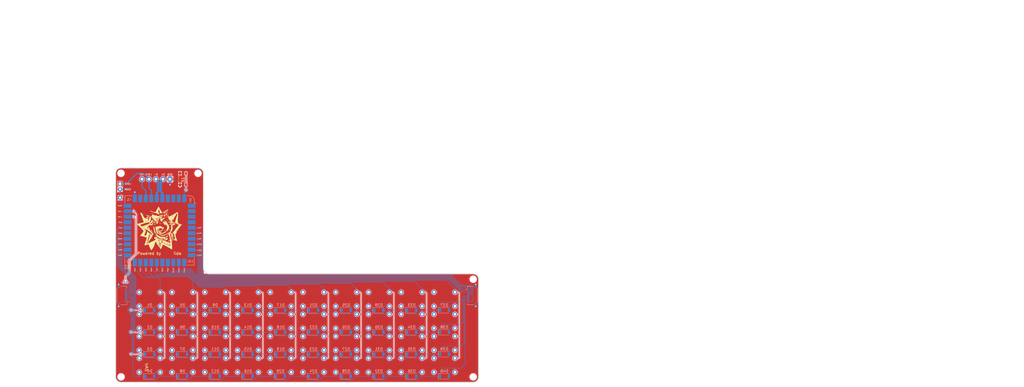
<source format=kicad_pcb>
(kicad_pcb (version 20211014) (generator pcbnew)
  (layers (0 "F.Cu" signal) (31 "B.Cu" signal) (34 "B.Paste" user) (35 "F.Paste" user) (36 "B.SilkS" user "B.Silkscreen") (37 "F.SilkS" user "F.Silkscreen") (38 "B.Mask" user) (39 "F.Mask" user) (44 "Edge.Cuts" user))
  (net 0 "")
  (net 1 "/USB_D-")
  (net 2 "/USB_D+")
  (net 3 "/USB_BOOT")
  (net 4 "GND")
  (net 5 "/Row4")
  (net 6 "/Row5")
  (net 7 "/Col10")
  (net 8 "/Col11")
  (net 9 "/Col12")
  (net 10 "VBUS")
  (net 11 "Net-(D6-Pad2)")
  (net 12 "/Row3")
  (net 13 "Net-(D5-Pad2)")
  (net 14 "Net-(D4-Pad2)")
  (net 15 "Net-(D2-Pad2)")
  (net 16 "Net-(D1-Pad2)")
  (net 17 "Net-(D3-Pad2)")
  (net 18 "/Col3")
  (net 19 "Net-(D18-Pad2)")
  (net 20 "/Col4")
  (net 21 "Net-(D10-Pad2)")
  (net 22 "Net-(D11-Pad2)")
  (net 23 "Net-(D13-Pad2)")
  (net 24 "Net-(D14-Pad2)")
  (net 25 "Net-(D15-Pad2)")
  (net 26 "Net-(D16-Pad2)")
  (net 27 "Net-(D17-Pad2)")
  (net 28 "Net-(D12-Pad2)")
  (net 29 "Net-(D19-Pad2)")
  (net 30 "Net-(D20-Pad2)")
  (net 31 "Net-(D21-Pad2)")
  (net 32 "/Col5")
  (net 33 "Net-(D22-Pad2)")
  (net 34 "Net-(D23-Pad2)")
  (net 35 "Net-(D24-Pad2)")
  (net 36 "Net-(D25-Pad2)")
  (net 37 "/Col6")
  (net 38 "Net-(D26-Pad2)")
  (net 39 "Net-(D27-Pad2)")
  (net 40 "Net-(D28-Pad2)")
  (net 41 "Net-(D29-Pad2)")
  (net 42 "/Col7")
  (net 43 "Net-(D30-Pad2)")
  (net 44 "Net-(D32-Pad2)")
  (net 45 "Net-(D33-Pad2)")
  (net 46 "/Col8")
  (net 47 "Net-(D34-Pad2)")
  (net 48 "Net-(D35-Pad2)")
  (net 49 "Net-(D36-Pad2)")
  (net 50 "Net-(D37-Pad2)")
  (net 51 "/Col9")
  (net 52 "Net-(D38-Pad2)")
  (net 53 "Net-(D39-Pad2)")
  (net 54 "Net-(D40-Pad2)")
  (net 55 "Net-(D9-Pad2)")
  (net 56 "Net-(D8-Pad2)")
  (net 57 "Net-(D7-Pad2)")
  (net 58 "Net-(D31-Pad2)")
  (net 59 "/Row7")
  (net 60 "/Row2")
  (net 61 "/Row1")
  (net 62 "/Col13")
  (net 63 "/Col14")
  (net 64 "/Col15")
  (net 66 "/Row6")
  (net 72 "/Col2")
  (net 73 "/Col1")
  (net 74 "/Col0")
  (net 75 "/Row0")
  (net 80 "+3V3")
  (net 81 "/y_out")
  (net 82 "/x_out")
  (footprint "KSA1M331LFT_Footprint:KSA1M331LFT" (layer "F.Cu") (at 113.9 136 90)
    (fp_text reference "SW12" hide)
    (fp_text value "SW_SPST")
  )
  (footprint "MountingHole:MountingHole_2.2mm_M2_DIN965" (layer "F.Cu") (at 79.65 140.21)
    (fp_text reference "REF**" hide)
    (fp_text value "MountingHole_2.2mm_M2_DIN965")
  )
  (footprint "KSA1M331LFT_Footprint:KSA1M331LFT" (layer "F.Cu") (at 197.2 128 90)
    (fp_text reference "SW39" hide)
    (fp_text value "SW_SPST")
  )
  (footprint "KSA1M331LFT_Footprint:KSA1M331LFT" (layer "F.Cu") (at 90.1 120 90)
    (fp_text reference "SW2" hide)
    (fp_text value "SW_SPST")
  )
  (footprint "KSA1M331LFT_Footprint:KSA1M331LFT" (layer "F.Cu") (at 173.4 120 90)
    (fp_text reference "SW30" hide)
    (fp_text value "SW_SPST")
  )
  (footprint "KSA1M331LFT_Footprint:KSA1M331LFT" (layer "F.Cu") (at 90.1 112 90)
    (fp_text reference "SW1" hide)
    (fp_text value "SW_SPST")
  )
  (footprint "MountingHole:MountingHole_2.2mm_M2_DIN965" (layer "F.Cu") (at 207.65 140.21)
    (fp_text reference "REF**" hide)
    (fp_text value "MountingHole_2.2mm_M2_DIN965")
  )
  (footprint "KSA1M331LFT_Footprint:KSA1M331LFT" (layer "F.Cu") (at 90.1 136 90)
    (fp_text reference "SW4")
    (fp_text value "SW_SPST")
  )
  (footprint "KSA1M331LFT_Footprint:KSA1M331LFT" (layer "F.Cu") (at 102 136 90)
    (fp_text reference "SW8" hide)
    (fp_text value "SW_SPST")
  )
  (footprint "KSA1M331LFT_Footprint:KSA1M331LFT" (layer "F.Cu") (at 185.3 112 90)
    (fp_text reference "SW33" hide)
    (fp_text value "SW_SPST")
  )
  (footprint "KSA1M331LFT_Footprint:KSA1M331LFT" (layer "F.Cu") (at 161.5 120 90)
    (fp_text reference "SW26" hide)
    (fp_text value "SW_SPST")
  )
  (footprint "KSA1M331LFT_Footprint:KSA1M331LFT" (layer "F.Cu") (at 102 120 90)
    (fp_text reference "SW6" hide)
    (fp_text value "SW_SPST")
  )
  (footprint "KSA1M331LFT_Footprint:KSA1M331LFT" (layer "F.Cu") (at 137.7 112 90)
    (fp_text reference "SW17" hide)
    (fp_text value "SW_SPST")
  )
  (footprint "KSA1M331LFT_Footprint:KSA1M331LFT" (layer "F.Cu") (at 113.9 128 90)
    (fp_text reference "SW11" hide)
    (fp_text value "SW_SPST")
  )
  (footprint "KSA1M331LFT_Footprint:KSA1M331LFT" (layer "F.Cu") (at 137.7 136 90)
    (fp_text reference "SW20" hide)
    (fp_text value "SW_SPST")
  )
  (footprint "KSA1M331LFT_Footprint:KSA1M331LFT" (layer "F.Cu") (at 113.9 120 90)
    (fp_text reference "SW10" hide)
    (fp_text value "SW_SPST")
  )
  (footprint "KSA1M331LFT_Footprint:KSA1M331LFT" (layer "F.Cu") (at 149.6 128 90)
    (fp_text reference "SW23" hide)
    (fp_text value "SW_SPST")
  )
  (footprint "KSA1M331LFT_Footprint:KSA1M331LFT" (layer "F.Cu") (at 125.8 136 90)
    (fp_text reference "SW16" hide)
    (fp_text value "SW_SPST")
  )
  (footprint "KSA1M331LFT_Footprint:KSA1M331LFT" (layer "F.Cu") (at 185.3 136 90)
    (fp_text reference "SW36" hide)
    (fp_text value "SW_SPST")
  )
  (footprint "KSA1M331LFT_Footprint:KSA1M331LFT" (layer "F.Cu") (at 161.5 136 90)
    (fp_text reference "SW28" hide)
    (fp_text value "SW_SPST")
  )
  (footprint "KSA1M331LFT_Footprint:KSA1M331LFT" (layer "F.Cu") (at 125.8 120 90)
    (fp_text reference "SW14" hide)
    (fp_text value "SW_SPST")
  )
  (footprint "KSA1M331LFT_Footprint:KSA1M331LFT" (layer "F.Cu") (at 161.5 112 90)
    (fp_text reference "SW25" hide)
    (fp_text value "SW_SPST")
  )
  (footprint "KSA1M331LFT_Footprint:KSA1M331LFT" (layer "F.Cu") (at 90.1 128 90)
    (fp_text reference "SW3" hide)
    (fp_text value "SW_SPST")
  )
  (footprint "KSA1M331LFT_Footprint:KSA1M331LFT" (layer "F.Cu") (at 197.2 112 90)
    (fp_text reference "SW37" hide)
    (fp_text value "SW_SPST")
  )
  (footprint "KSA1M331LFT_Footprint:KSA1M331LFT" (layer "F.Cu") (at 149.6 120 90)
    (fp_text reference "SW22" hide)
    (fp_text value "SW_SPST")
  )
  (footprint "MountingHole:MountingHole_2.2mm_M2_DIN965" (layer "F.Cu") (at 79.629776 66.21)
    (fp_text reference "REF**" hide)
    (fp_text value "MountingHole_2.2mm_M2_DIN965")
  )
  (footprint "KSA1M331LFT_Footprint:KSA1M331LFT" (layer "F.Cu") (at 185.3 120 90)
    (fp_text reference "SW34" hide)
    (fp_text value "SW_SPST")
  )
  (footprint "KSA1M331LFT_Footprint:KSA1M331LFT" (layer "F.Cu") (at 173.4 128 90)
    (fp_text reference "SW31" hide)
    (fp_text value "SW_SPST")
  )
  (footprint "KSA1M331LFT_Footprint:KSA1M331LFT" (layer "F.Cu") (at 149.6 112 90)
    (fp_text reference "SW21" hide)
    (fp_text value "SW_SPST")
  )
  (footprint "KSA1M331LFT_Footprint:KSA1M331LFT" (layer "F.Cu") (at 197.2 120 90)
    (fp_text reference "SW38" hide)
    (fp_text value "SW_SPST")
  )
  (footprint "KSA1M331LFT_Footprint:KSA1M331LFT" (layer "F.Cu") (at 173.4 136 90)
    (fp_text reference "SW32" hide)
    (fp_text value "SW_SPST")
  )
  (footprint "PTS810SJK250SMTRLFS:PTS810SJG250SMTRLFS" (layer "F.Cu") (at 102.17 68.3 90)
    (fp_text reference "S1")
    (fp_text value "PTS810SJK250SMTRLFS")
  )
  (footprint "KSA1M331LFT_Footprint:KSA1M331LFT" (layer "F.Cu") (at 102 128 90)
    (fp_text reference "SW7" hide)
    (fp_text value "SW_SPST")
  )
  (footprint "KSA1M331LFT_Footprint:KSA1M331LFT" (layer "F.Cu") (at 113.9 112 90)
    (fp_text reference "SW9" hide)
    (fp_text value "SW_SPST")
  )
  (footprint "KSA1M331LFT_Footprint:KSA1M331LFT" (layer "F.Cu") (at 125.8 112 90)
    (fp_text reference "SW13" hide)
    (fp_text value "SW_SPST")
  )
  (footprint "KSA1M331LFT_Footprint:KSA1M331LFT" (layer "F.Cu") (at 137.7 120 90)
    (fp_text reference "SW18" hide)
    (fp_text value "SW_SPST")
  )
  (footprint "KSA1M331LFT_Footprint:KSA1M331LFT" (layer "F.Cu") (at 125.8 128 90)
    (fp_text reference "SW15" hide)
    (fp_text value "SW_SPST")
  )
  (footprint "KSA1M331LFT_Footprint:KSA1M331LFT" (layer "F.Cu") (at 102 112 90)
    (fp_text reference "SW5" hide)
    (fp_text value "SW_SPST")
  )
  (footprint "MountingHole:MountingHole_2.2mm_M2_DIN965" (layer "F.Cu") (at 107.65 66.21)
    (fp_text reference "REF**" hide)
    (fp_text value "MountingHole_2.2mm_M2_DIN965")
  )
  (footprint "KSA1M331LFT_Footprint:KSA1M331LFT" (layer "F.Cu") (at 185.3 128 90)
    (fp_text reference "SW35" hide)
    (fp_text value "SW_SPST")
  )
  (footprint "KSA1M331LFT_Footprint:KSA1M331LFT" (layer "F.Cu") (at 161.5 128 90)
    (fp_text reference "SW27" hide)
    (fp_text value "SW_SPST")
  )
  (footprint "MountingHole:MountingHole_2.2mm_M2_DIN965" (layer "F.Cu") (at 207.65 104.71)
    (fp_text reference "REF**" hide)
    (fp_text value "MountingHole_2.2mm_M2_DIN965")
  )
  (footprint "KSA1M331LFT_Footprint:KSA1M331LFT" (layer "F.Cu") (at 149.6 136 90)
    (fp_text reference "SW24" hide)
    (fp_text value "SW_SPST")
  )
  (footprint "KSA1M331LFT_Footprint:KSA1M331LFT" (layer "F.Cu") (at 173.4 112 90)
    (fp_text reference "SW29" hide)
    (fp_text value "SW_SPST")
  )
  (footprint "KSA1M331LFT_Footprint:KSA1M331LFT" (layer "F.Cu") (at 197.2 136 90)
    (fp_text reference "SW40" hide)
    (fp_text value "SW_SPST")
  )
  (footprint "KSA1M331LFT_Footprint:KSA1M331LFT" (layer "F.Cu") (at 137.7 128 90)
    (fp_text reference "SW19" hide)
    (fp_text value "SW_SPST")
  )
  (footprint "Diode_SMD:D_SOD-123" (layer "B.Cu") (at 161.5 124.0028)
    (fp_text reference "D26")
    (fp_text value "D_Small")
  )
  (footprint "Diode_SMD:D_SOD-123" (layer "B.Cu") (at 185.293 132.0038)
    (fp_text reference "D35")
    (fp_text value "D_Small")
  )
  (footprint "Diode_SMD:D_SOD-123" (layer "B.Cu") (at 149.6 116.0018)
    (fp_text reference "D21")
    (fp_text value "D_Small")
  )
  (footprint "5034801000:MOLEX_5034801000" (layer "B.Cu") (at 81.43 110.61 90)
    (fp_text reference "J2" hide)
    (fp_text value "5034801000")
  )
  (footprint "Diode_SMD:D_SOD-123" (layer "B.Cu") (at 173.4 132.0038)
    (fp_text reference "D31")
    (fp_text value "D_Small")
  )
  (footprint "Diode_SMD:D_SOD-123" (layer "B.Cu") (at 197.2 140.0048)
    (fp_text reference "D40")
    (fp_text value "D_Small")
  )
  (footprint "Diode_SMD:D_SOD-123" (layer "B.Cu") (at 113.8936 124.0028)
    (fp_text reference "D10")
    (fp_text value "D_Small")
  )
  (footprint "Diode_SMD:D_SOD-123" (layer "B.Cu") (at 102 140.0048)
    (fp_text reference "D8")
    (fp_text value "D_Small")
  )
  (footprint "Diode_SMD:D_SOD-123" (layer "B.Cu") (at 137.5918 140.0048)
    (fp_text reference "D20")
    (fp_text value "D_Small")
  )
  (footprint "Diode_SMD:D_SOD-123" (layer "B.Cu") (at 173.4 124.0028)
    (fp_text reference "D30")
    (fp_text value "D_Small")
  )
  (footprint "Diode_SMD:D_SOD-123" (layer "B.Cu") (at 161.4932 140.0048)
    (fp_text reference "D28")
    (fp_text value "D_Small")
  )
  (footprint "Diode_SMD:D_SOD-123" (layer "B.Cu") (at 125.8 116.0018)
    (fp_text reference "D13")
    (fp_text value "D_Small")
  )
  (footprint "Diode_SMD:D_SOD-123" (layer "B.Cu") (at 90.1 132.0038)
    (fp_text reference "D3")
    (fp_text value "D_Small")
  )
  (footprint "Diode_SMD:D_SOD-123" (layer "B.Cu") (at 185.293 116.0018)
    (fp_text reference "D33")
    (fp_text value "D_Small")
  )
  (footprint "Diode_SMD:D_SOD-123" (layer "B.Cu") (at 90.0938 140.0048)
    (fp_text reference "D4")
    (fp_text value "D_Small")
  )
  (footprint "Connector_PinHeader_2.00mm:PinHeader_1x01_P2.00mm_Vertical" (layer "B.Cu") (at 79.3 75.05 180)
    (fp_text reference "REF**" hide)
    (fp_text value "PinHeader_1x01_P2.00mm_Vertical")
  )
  (footprint "Diode_SMD:D_SOD-123" (layer "B.Cu") (at 90.1 124.0028)
    (fp_text reference "D2")
    (fp_text value "D_Small")
  )
  (footprint "RP2040_Stamp:RP2040_Stamp_SMD" (layer "B.Cu") (at 93.65 86.99 180)
    (fp_text reference "U1")
    (fp_text value "RP2040_Stamp")
  )
  (footprint "Diode_SMD:D_SOD-123" (layer "B.Cu") (at 161.5 116.0018)
    (fp_text reference "D25")
    (fp_text value "D_Small")
  )
  (footprint "Diode_SMD:D_SOD-123" (layer "B.Cu") (at 197.2 132.0038)
    (fp_text reference "D39")
    (fp_text value "D_Small")
  )
  (footprint "Diode_SMD:D_SOD-123" (layer "B.Cu") (at 185.3 140.0048)
    (fp_text reference "D36")
    (fp_text value "D_Small")
  )
  (footprint "5034801000:MOLEX_5034801000" (layer "B.Cu") (at 205.9 110.61 -90)
    (fp_text reference "J3" hide)
    (fp_text value "5034801000")
  )
  (footprint "Diode_SMD:D_SOD-123" (layer "B.Cu") (at 197.2 116.0018)
    (fp_text reference "D37")
    (fp_text value "D_Small")
  )
  (footprint "Diode_SMD:D_SOD-123" (layer "B.Cu") (at 137.7 132.0038)
    (fp_text reference "D19")
    (fp_text value "D_Small")
  )
  (footprint "Diode_SMD:D_SOD-123" (layer "B.Cu") (at 102 124.0028)
    (fp_text reference "D6")
    (fp_text value "D_Small")
  )
  (footprint "Diode_SMD:D_SOD-123" (layer "B.Cu") (at 161.5 132.0038)
    (fp_text reference "D27")
    (fp_text value "D_Small")
  )
  (footprint "Diode_SMD:D_SOD-123" (layer "B.Cu") (at 137.6934 116.0018)
    (fp_text reference "D17")
    (fp_text value "D_Small")
  )
  (footprint "Connector_PinHeader_2.00mm:PinHeader_1x02_P2.00mm_Vertical" (layer "B.Cu") (at 79.3 72.04)
    (fp_text reference "REF**" hide)
    (fp_text value "PinHeader_1x02_P2.00mm_Vertical")
  )
  (footprint "Diode_SMD:D_SOD-123" (layer "B.Cu") (at 125.8 132.0038)
    (fp_text reference "D15")
    (fp_text value "D_Small")
  )
  (footprint "Diode_SMD:D_SOD-123" (layer "B.Cu") (at 149.6 132.0038)
    (fp_text reference "D23")
    (fp_text value "D_Small")
  )
  (footprint "Diode_SMD:D_SOD-123" (layer "B.Cu") (at 101.981 116.0018)
    (fp_text reference "D5")
    (fp_text value "D_Small")
  )
  (footprint "Diode_SMD:D_SOD-123" (layer "B.Cu") (at 173.4 140.0048)
    (fp_text reference "D32")
    (fp_text value "D_Small")
  )
  (footprint "Diode_SMD:D_SOD-123" (layer "B.Cu") (at 113.8936 132.0038)
    (fp_text reference "D11")
    (fp_text value "D_Small")
  )
  (footprint "Diode_SMD:D_SOD-123" (layer "B.Cu") (at 149.6 140.0048)
    (fp_text reference "D24")
    (fp_text value "D_Small")
  )
  (footprint "USB_B_Micro_Breakout:USB_B_Micro_Headers" (layer "B.Cu") (at 92.35 68.34 180)
    (fp_text reference "JP1" hide)
    (fp_text value "HEADER-1X570MIL")
  )
  (footprint "Diode_SMD:D_SOD-123" (layer "B.Cu") (at 173.4 116.0018)
    (fp_text reference "D29")
    (fp_text value "D_Small")
  )
  (footprint "Diode_SMD:D_SOD-123" (layer "B.Cu") (at 90.0176 116.0018)
    (fp_text reference "D1")
    (fp_text value "D_Small")
  )
  (footprint "Diode_SMD:D_SOD-123" (layer "B.Cu") (at 125.8 124.0028)
    (fp_text reference "D14")
    (fp_text value "D_Small")
  )
  (footprint "Diode_SMD:D_SOD-123" (layer "B.Cu") (at 185.293 124.0028)
    (fp_text reference "D34")
    (fp_text value "D_Small")
  )
  (footprint "Diode_SMD:D_SOD-123" (layer "B.Cu") (at 197.2 124.0028)
    (fp_text reference "D38")
    (fp_text value "D_Small")
  )
  (footprint "Diode_SMD:D_SOD-123" (layer "B.Cu") (at 137.7 124.0028)
    (fp_text reference "D18")
    (fp_text value "D_Small")
  )
  (footprint "Diode_SMD:D_SOD-123" (layer "B.Cu") (at 149.6 124.0028)
    (fp_text reference "D22")
    (fp_text value "D_Small")
  )
  (footprint "Diode_SMD:D_SOD-123" (layer "B.Cu") (at 113.8936 140.0048)
    (fp_text reference "D12")
    (fp_text value "D_Small")
  )
  (footprint "Diode_SMD:D_SOD-123" (layer "B.Cu") (at 102 132.0038)
    (fp_text reference "D7")
    (fp_text value "D_Small")
  )
  (footprint "Diode_SMD:D_SOD-123" (layer "B.Cu") (at 125.8 140.0048)
    (fp_text reference "D16")
    (fp_text value "D_Small")
  )
  (footprint "Diode_SMD:D_SOD-123" (layer "B.Cu") (at 113.8936 116.0018)
    (fp_text reference "D9")
    (fp_text value "D_Small")
  )
  (gr_poly (pts (xy 88.802241 86.973703) (xy 88.80564 86.975025) (xy 88.809183 86.977009) (xy 88.812862 86.979652) (xy 88.816668 86.982951) (xy 88.820591 86.986904) (xy 88.824623 86.991508) (xy 88.828754 86.99676) (xy 88.832976 87.002659) (xy 88.837279 87.009201) (xy 88.846094 87.024204) (xy 88.855125 87.04175) (xy 88.864301 87.061817) (xy 88.873549 87.084386) (xy 88.875451 87.089595) (xy 88.877186 87.094634) (xy 88.878753 87.099499) (xy 88.88015 87.104188) (xy 88.881377 87.108696) (xy 88.882433 87.11302) (xy 88.883315 87.117155) (xy 88.884022 87.121097) (xy 88.884555 87.124843) (xy 88.88491 87.128388) (xy 88.885086 87.13173) (xy 88.885084 87.134863) (xy 88.8849 87.137785) (xy 88.884534 87.140491) (xy 88.883985 87.142977) (xy 88.883251 87.14524) (xy 88.882331 87.147275) (xy 88.881223 87.149079) (xy 88.879927 87.150648) (xy 88.878441 87.151978) (xy 88.876764 87.153065) (xy 88.874895 87.153906) (xy 88.872831 87.154496) (xy 88.870573 87.154831) (xy 88.868118 87.154908) (xy 88.865465 87.154722) (xy 88.862614 87.154271) (xy 88.859562 87.153549) (xy 88.856309 87.152554) (xy 88.852853 87.151281) (xy 88.849193 87.149726) (xy 88.845327 87.147886) (xy 88.837558 87.143595) (xy 88.830141 87.138694) (xy 88.823096 87.133236) (xy 88.816443 87.12727) (xy 88.810204 87.120851) (xy 88.804399 87.114028) (xy 88.799049 87.106853) (xy 88.794174 87.099379) (xy 88.789796 87.091657) (xy 88.785934 87.083738) (xy 88.782609 87.075675) (xy 88.779843 87.067519) (xy 88.777655 87.059321) (xy 88.776067 87.051134) (xy 88.775099 87.043008) (xy 88.774772 87.034997) (xy 88.774915 87.026087) (xy 88.775338 87.017878) (xy 88.776033 87.010367) (xy 88.77699 87.00355) (xy 88.778201 86.997426) (xy 88.779655 86.991992) (xy 88.781345 86.987245) (xy 88.78326 86.983183) (xy 88.785393 86.979803) (xy 88.787734 86.977102) (xy 88.790273 86.975079) (xy 88.793003 86.97373) (xy 88.795913 86.973052) (xy 88.798996 86.973044)) (layer "F.SilkS") (width 0.02) (fill solid))
  (gr_poly (pts (xy 97.180604 85.631269) (xy 97.183306 85.632242) (xy 97.188797 85.636054) (xy 97.194372 85.642243) (xy 97.199987 85.650675) (xy 97.205603 85.661215) (xy 97.211177 85.67373) (xy 97.216668 85.688083) (xy 97.222036 85.704143) (xy 97.227238 85.721773) (xy 97.232233 85.74084) (xy 97.23698 85.761209) (xy 97.241438 85.782746) (xy 97.245565 85.805317) (xy 97.24932 85.828786) (xy 97.252662 85.853021) (xy 97.255549 85.877886) (xy 97.257947 85.902751) (xy 97.259849 85.926985) (xy 97.261254 85.950455) (xy 97.262164 85.973026) (xy 97.262578 85.994563) (xy 97.262495 86.014932) (xy 97.261916 86.033999) (xy 97.260842 86.051629) (xy 97.259271 86.067688) (xy 97.257204 86.082042) (xy 97.254641 86.094557) (xy 97.253173 86.100082) (xy 97.251581 86.105097) (xy 97.249866 86.109585) (xy 97.248026 86.113529) (xy 97.246062 86.116912) (xy 97.243974 86.119718) (xy 97.241763 86.121929) (xy 97.239427 86.12353) (xy 97.236967 86.124503) (xy 97.234383 86.12483) (xy 97.231717 86.124503) (xy 97.229016 86.12353) (xy 97.223524 86.119718) (xy 97.21795 86.113529) (xy 97.212334 86.105097) (xy 97.206719 86.094557) (xy 97.201145 86.082042) (xy 97.195653 86.067688) (xy 97.190286 86.051629) (xy 97.185083 86.033999) (xy 97.180088 86.014932) (xy 97.175341 85.994563) (xy 97.170883 85.973026) (xy 97.166756 85.950455) (xy 97.163 85.926985) (xy 97.159659 85.902751) (xy 97.156772 85.877886) (xy 97.154374 85.853021) (xy 97.152472 85.828786) (xy 97.151067 85.805317) (xy 97.150157 85.782746) (xy 97.149744 85.761209) (xy 97.149826 85.74084) (xy 97.150405 85.721773) (xy 97.15148 85.704143) (xy 97.153051 85.688083) (xy 97.155118 85.67373) (xy 97.157681 85.661215) (xy 97.159149 85.65569) (xy 97.16074 85.650675) (xy 97.162456 85.646187) (xy 97.164296 85.642243) (xy 97.16626 85.63886) (xy 97.168347 85.636054) (xy 97.170559 85.633843) (xy 97.172895 85.632242) (xy 97.175355 85.631269) (xy 97.177939 85.630942)) (layer "F.SilkS") (width 0.02) (fill solid))
  (gr_poly (pts (xy 97.285094 89.582135) (xy 97.286414 89.58238) (xy 97.287728 89.582785) (xy 97.289035 89.583348) (xy 97.291616 89.584936) (xy 97.294134 89.587124) (xy 97.29657 89.58989) (xy 97.298902 89.593214) (xy 97.301111 89.597076) (xy 97.303174 89.601455) (xy 97.305073 89.60633) (xy 97.306785 89.61168) (xy 97.30829 89.617485) (xy 97.309568 89.623724) (xy 97.310599 89.630377) (xy 97.31136 89.637422) (xy 97.311832 89.644839) (xy 97.311994 89.652608) (xy 97.311891 89.655914) (xy 97.311587 89.659214) (xy 97.311087 89.662501) (xy 97.310395 89.665769) (xy 97.309518 89.66901) (xy 97.308459 89.672219) (xy 97.307225 89.67539) (xy 97.30582 89.678515) (xy 97.30425 89.681589) (xy 97.30252 89.684605) (xy 97.300634 89.687556) (xy 97.298599 89.690435) (xy 97.296419 89.693238) (xy 97.2941 89.695956) (xy 97.291646 89.698584) (xy 97.289063 89.701115) (xy 97.286356 89.703543) (xy 97.28353 89.705861) (xy 97.280591 89.708063) (xy 97.277543 89.710142) (xy 97.274391 89.712091) (xy 97.271142 89.713905) (xy 97.267799 89.715577) (xy 97.264369 89.717101) (xy 97.260856 89.718469) (xy 97.257265 89.719676) (xy 97.253602 89.720715) (xy 97.249872 89.721579) (xy 97.24608 89.722263) (xy 97.242231 89.722759) (xy 97.23833 89.723062) (xy 97.234383 89.723164) (xy 97.231138 89.723062) (xy 97.22802 89.722759) (xy 97.225031 89.722263) (xy 97.222174 89.721579) (xy 97.219451 89.720715) (xy 97.216865 89.719676) (xy 97.214418 89.718469) (xy 97.212114 89.717101) (xy 97.209954 89.715577) (xy 97.207942 89.713905) (xy 97.206079 89.712091) (xy 97.204369 89.710142) (xy 97.202814 89.708063) (xy 97.201417 89.705861) (xy 97.20018 89.703543) (xy 97.199105 89.701115) (xy 97.198196 89.698584) (xy 97.197455 89.695956) (xy 97.196884 89.693238) (xy 97.196487 89.690435) (xy 97.196265 89.687556) (xy 97.196221 89.684605) (xy 97.196359 89.681589) (xy 97.196679 89.678515) (xy 97.197186 89.67539) (xy 97.197882 89.672219) (xy 97.198768 89.66901) (xy 97.199849 89.665769) (xy 97.201126 89.662501) (xy 97.202602 89.659214) (xy 97.204279 89.655914) (xy 97.20616 89.652608) (xy 97.210288 89.644839) (xy 97.214704 89.637422) (xy 97.219369 89.630377) (xy 97.224241 89.623724) (xy 97.229277 89.617485) (xy 97.234438 89.61168) (xy 97.239682 89.60633) (xy 97.244966 89.601455) (xy 97.250251 89.597076) (xy 97.255495 89.593214) (xy 97.260655 89.58989) (xy 97.265692 89.587124) (xy 97.268151 89.585956) (xy 97.270563 89.584936) (xy 97.272924 89.584066) (xy 97.275228 89.583348) (xy 97.27747 89.582785) (xy 97.279644 89.58238) (xy 97.281746 89.582135) (xy 97.283771 89.582052)) (layer "F.SilkS") (width 0.02) (fill solid))
  (gr_poly (pts (xy 97.496151 86.432871) (xy 97.502084 86.433904) (xy 97.507279 86.435691) (xy 97.511727 86.438196) (xy 97.515421 86.441384) (xy 97.518352 86.445217) (xy 97.520514 86.44966) (xy 97.521897 86.454677) (xy 97.522495 86.460232) (xy 97.5223 86.466287) (xy 97.521304 86.472808) (xy 97.519499 86.479758) (xy 97.516878 86.4871) (xy 97.513433 86.494799) (xy 97.509155 86.502818) (xy 97.504038 86.511122) (xy 97.498073 86.519673) (xy 97.491253 86.528437) (xy 97.48357 86.537376) (xy 97.475016 86.546455) (xy 97.465584 86.555637) (xy 97.455265 86.564886) (xy 97.444053 86.574167) (xy 97.431939 86.583442) (xy 97.418885 86.592854) (xy 97.406224 86.602514) (xy 97.394018 86.612339) (xy 97.382329 86.622247) (xy 97.371218 86.632155) (xy 97.360749 86.641981) (xy 97.350982 86.651641) (xy 97.34198 86.661053) (xy 97.333804 86.670134) (xy 97.326518 86.678802) (xy 97.320183 86.686973) (xy 97.31486 86.694566) (xy 97.310612 86.701498) (xy 97.308911 86.70469) (xy 97.307501 86.707685) (xy 97.306392 86.710474) (xy 97.305589 86.713046) (xy 97.305102 86.71539) (xy 97.304938 86.717497) (xy 97.30724 86.741501) (xy 97.308797 86.763345) (xy 97.309527 86.783183) (xy 97.309556 86.792399) (xy 97.309348 86.801172) (xy 97.308892 86.809521) (xy 97.308177 86.817465) (xy 97.307193 86.825025) (xy 97.30593 86.832219) (xy 97.304378 86.839067) (xy 97.302527 86.845588) (xy 97.300365 86.851801) (xy 97.297883 86.857726) (xy 97.29507 86.863383) (xy 97.291916 86.86879) (xy 97.28841 86.873968) (xy 97.284543 86.878934) (xy 97.280304 86.88371) (xy 97.275682 86.888314) (xy 97.270668 86.892765) (xy 97.265251 86.897083) (xy 97.25942 86.901287) (xy 97.253165 86.905398) (xy 97.246477 86.909433) (xy 97.239344 86.913412) (xy 97.223703 86.921283) (xy 97.20616 86.929163) (xy 97.190039 86.935008) (xy 97.176078 86.939209) (xy 97.164287 86.941612) (xy 97.159208 86.942091) (xy 97.154677 86.942062) (xy 97.150693 86.941506) (xy 97.147258 86.940403) (xy 97.144373 86.938735) (xy 97.14204 86.936481) (xy 97.14026 86.933623) (xy 97.139034 86.93014) (xy 97.138364 86.926015) (xy 97.13825 86.921226) (xy 97.138695 86.915756) (xy 97.139699 86.909584) (xy 97.14339 86.895057) (xy 97.149335 86.877492) (xy 97.157543 86.856734) (xy 97.168025 86.832627) (xy 97.180791 86.805016) (xy 97.213216 86.738663) (xy 97.225434 86.716117) (xy 97.2382 86.69356) (xy 97.2514 86.671148) (xy 97.26492 86.649036) (xy 97.278647 86.627378) (xy 97.292467 86.606331) (xy 97.306266 86.586048) (xy 97.319931 86.566684) (xy 97.333348 86.548396) (xy 97.346403 86.531338) (xy 97.358983 86.515664) (xy 97.370974 86.501531) (xy 97.382261 86.489093) (xy 97.392733 86.478504) (xy 97.402274 86.469921) (xy 97.410772 86.463498) (xy 97.423007 86.456112) (xy 97.434574 86.449807) (xy 97.445463 86.444545) (xy 97.455668 86.440291) (xy 97.465181 86.437009) (xy 97.473993 86.434662) (xy 97.482097 86.433214) (xy 97.489486 86.432629)) (layer "F.SilkS") (width 0.02) (fill solid))
  (gr_poly (pts (xy 90.289238 80.907314) (xy 90.291716 80.908129) (xy 90.293864 80.909627) (xy 90.295667 80.9118) (xy 90.297115 80.914642) (xy 90.298193 80.918147) (xy 90.298888 80.922309) (xy 90.299188 80.92712) (xy 90.29908 80.932575) (xy 90.298551 80.938666) (xy 90.297588 80.945389) (xy 90.296177 80.952735) (xy 90.294307 80.960698) (xy 90.291964 80.969273) (xy 90.289135 80.978452) (xy 90.285808 80.988229) (xy 90.277605 81.009553) (xy 90.27558 81.015422) (xy 90.27348 81.021121) (xy 90.271309 81.026645) (xy 90.269075 81.031987) (xy 90.266784 81.037143) (xy 90.264443 81.042109) (xy 90.262058 81.046877) (xy 90.259635 81.051445) (xy 90.257182 81.055805) (xy 90.254704 81.059954) (xy 90.252207 81.063886) (xy 90.2497 81.067595) (xy 90.247187 81.071077) (xy 90.244675 81.074327) (xy 90.242171 81.077339) (xy 90.239681 81.080108) (xy 90.237212 81.082629) (xy 90.23477 81.084896) (xy 90.232362 81.086906) (xy 90.229994 81.088652) (xy 90.227672 81.090129) (xy 90.225403 81.091332) (xy 90.223194 81.092256) (xy 90.22105 81.092896) (xy 90.218979 81.093246) (xy 90.216987 81.093302) (xy 90.21508 81.093059) (xy 90.213264 81.09251) (xy 90.211547 81.091651) (xy 90.209935 81.090477) (xy 90.208433 81.088983) (xy 90.20705 81.087163) (xy 90.205148 81.085117) (xy 90.20341 81.082952) (xy 90.201835 81.08067) (xy 90.200421 81.078275) (xy 90.199168 81.075772) (xy 90.198073 81.073164) (xy 90.197136 81.070456) (xy 90.196356 81.067651) (xy 90.195259 81.061765) (xy 90.194771 81.055538) (xy 90.194883 81.049001) (xy 90.195584 81.042184) (xy 90.196864 81.03512) (xy 90.198712 81.027839) (xy 90.201118 81.020372) (xy 90.204073 81.012749) (xy 90.207564 81.005003) (xy 90.211583 80.997164) (xy 90.216118 80.989262) (xy 90.22116 80.98133) (xy 90.232801 80.961726) (xy 90.238403 80.953086) (xy 90.243843 80.945212) (xy 90.249106 80.938097) (xy 90.254182 80.931736) (xy 90.259055 80.926122) (xy 90.263714 80.921248) (xy 90.268146 80.917107) (xy 90.272337 80.913694) (xy 90.276275 80.911002) (xy 90.279947 80.909025) (xy 90.28334 80.907755) (xy 90.286441 80.907187)) (layer "F.SilkS") (width 0.02) (fill solid))
  (gr_poly (pts (xy 100.238143 80.346966) (xy 100.247333 80.349715) (xy 100.256227 80.354061) (xy 100.273111 80.36746) (xy 100.288776 80.38701) (xy 100.303201 80.412553) (xy 100.316364 80.443936) (xy 100.328247 80.481004) (xy 100.338827 80.523601) (xy 100.348084 80.571572) (xy 100.355997 80.624763) (xy 100.362546 80.683018) (xy 100.367711 80.746182) (xy 100.371469 80.8141) (xy 100.373802 80.886618) (xy 100.374687 80.96358) (xy 100.374105 81.04483) (xy 100.361634 81.68949) (xy 100.355703 81.955395) (xy 100.349741 82.187059) (xy 100.343573 82.387014) (xy 100.337022 82.557792) (xy 100.329913 82.701926) (xy 100.326094 82.764793) (xy 100.32207 82.821948) (xy 100.317819 82.873709) (xy 100.313318 82.92039) (xy 100.308546 82.96231) (xy 100.30348 82.999784) (xy 100.2981 83.03313) (xy 100.292382 83.062663) (xy 100.286305 83.088699) (xy 100.279847 83.111557) (xy 100.272986 83.131552) (xy 100.2657 83.149) (xy 100.257967 83.164219) (xy 100.249765 83.177524) (xy 100.241072 83.189232) (xy 100.231866 83.19966) (xy 100.222125 83.209125) (xy 100.211828 83.217942) (xy 100.195703 83.230516) (xy 100.181717 83.241809) (xy 100.169861 83.251862) (xy 100.160124 83.260716) (xy 100.156046 83.264706) (xy 100.152494 83.268412) (xy 100.149467 83.271839) (xy 100.146963 83.274993) (xy 100.144981 83.277877) (xy 100.14352 83.280498) (xy 100.142578 83.28286) (xy 100.142154 83.28497) (xy 100.142247 83.286831) (xy 100.142855 83.288449) (xy 100.143978 83.28983) (xy 100.145613 83.290978) (xy 100.14776 83.291898) (xy 100.150417 83.292597) (xy 100.153583 83.293078) (xy 100.157257 83.293348) (xy 100.161438 83.293411) (xy 100.166123 83.293272) (xy 100.177004 83.292411) (xy 100.189891 83.290806) (xy 100.204772 83.288497) (xy 100.219913 83.285903) (xy 100.233628 83.286265) (xy 100.245979 83.289892) (xy 100.257027 83.297096) (xy 100.266835 83.308186) (xy 100.275465 83.323472) (xy 100.282979 83.343264) (xy 100.289439 83.367872) (xy 100.294906 83.397607) (xy 100.299443 83.432778) (xy 100.303112 83.473695) (xy 100.305975 83.520669) (xy 100.30953 83.634026) (xy 100.310605 83.77533) (xy 100.310941 83.840668) (xy 100.31197 83.90182) (xy 100.313721 83.958901) (xy 100.316228 84.012022) (xy 100.31952 84.061299) (xy 100.323628 84.106845) (xy 100.328584 84.148774) (xy 100.334418 84.187199) (xy 100.341162 84.222234) (xy 100.348846 84.253992) (xy 100.357502 84.282588) (xy 100.362204 84.295736) (xy 100.36716 84.308135) (xy 100.372375 84.319801) (xy 100.377852 84.330747) (xy 100.383595 84.340988) (xy 100.389608 84.350537) (xy 100.395896 84.35941) (xy 100.40246 84.36762) (xy 100.409307 84.375181) (xy 100.416439 84.382108) (xy 100.453835 84.412204) (xy 100.501629 84.443954) (xy 100.558476 84.476862) (xy 100.623034 84.510431) (xy 100.693958 84.544165) (xy 100.769906 84.577569) (xy 100.849532 84.610146) (xy 100.931494 84.6414) (xy 101.014449 84.670835) (xy 101.097052 84.697955) (xy 101.17796 84.722263) (xy 101.25583 84.743264) (xy 101.329317 84.760462) (xy 101.397078 84.773361) (xy 101.457771 84.781464) (xy 101.51005 84.784275) (xy 101.532513 84.784438) (xy 101.554822 84.784923) (xy 101.576821 84.785717) (xy 101.598354 84.78681) (xy 101.619268 84.788194) (xy 101.639406 84.789856) (xy 101.658614 84.791787) (xy 101.676737 84.793976) (xy 101.69362 84.796414) (xy 101.709107 84.799089) (xy 101.723044 84.801991) (xy 101.735276 84.805111) (xy 101.745648 84.808437) (xy 101.754004 84.81196) (xy 101.757377 84.813791) (xy 101.760189 84.815668) (xy 101.76242 84.817589) (xy 101.764049 84.819552) (xy 101.765398 84.821511) (xy 101.765495 84.824717) (xy 101.762051 84.834738) (xy 101.753957 84.849349) (xy 101.74145 84.86828) (xy 101.704146 84.918027) (xy 101.652042 84.98183) (xy 101.58704 85.05754) (xy 101.511041 85.143006) (xy 101.425947 85.236078) (xy 101.33366 85.334608) (xy 101.255129 85.419838) (xy 101.173725 85.513078) (xy 101.090543 85.612746) (xy 101.006679 85.717262) (xy 100.923228 85.825043) (xy 100.841287 85.93451) (xy 100.76195 86.044079) (xy 100.686313 86.152171) (xy 100.615471 86.257203) (xy 100.550521 86.357595) (xy 100.492557 86.451765) (xy 100.442675 86.538132) (xy 100.401972 86.615114) (xy 100.371541 86.681131) (xy 100.352479 86.7346) (xy 100.347554 86.756136) (xy 100.345882 86.773942) (xy 100.3458 86.777166) (xy 100.345555 86.780225) (xy 100.34515 86.783119) (xy 100.344587 86.785848) (xy 100.343869 86.788411) (xy 100.342999 86.790809) (xy 100.341979 86.793041) (xy 100.340811 86.795108) (xy 100.339499 86.79701) (xy 100.338045 86.798746) (xy 100.336451 86.800317) (xy 100.33472 86.801723) (xy 100.332855 86.802963) (xy 100.330858 86.804038) (xy 100.328732 86.804947) (xy 100.32648 86.805692) (xy 100.324103 86.80627) (xy 100.321605 86.806684) (xy 100.318988 86.806932) (xy 100.316255 86.807014) (xy 100.313408 86.806932) (xy 100.31045 86.806684) (xy 100.307383 86.80627) (xy 100.304211 86.805692) (xy 100.297558 86.804038) (xy 100.290513 86.801723) (xy 100.283096 86.798747) (xy 100.275327 86.795109) (xy 100.272021 86.793268) (xy 100.268721 86.791715) (xy 100.265434 86.790446) (xy 100.262167 86.789459) (xy 100.258925 86.78875) (xy 100.255716 86.788318) (xy 100.252545 86.78816) (xy 100.24942 86.788273) (xy 100.246346 86.788655) (xy 100.243331 86.789303) (xy 100.24038 86.790215) (xy 100.2375 86.791388) (xy 100.234697 86.792819) (xy 100.231979 86.794505) (xy 100.229351 86.796445) (xy 100.22682 86.798636) (xy 100.224392 86.801075) (xy 100.222075 86.803759) (xy 100.219873 86.806686) (xy 100.217794 86.809853) (xy 100.215844 86.813258) (xy 100.21403 86.816898) (xy 100.212358 86.820771) (xy 100.210835 86.824874) (xy 100.209467 86.829204) (xy 100.20826 86.833759) (xy 100.207221 86.838536) (xy 100.206357 86.843532) (xy 100.205673 86.848746) (xy 100.205177 86.854174) (xy 100.204874 86.859814) (xy 100.204772 86.865664) (xy 100.204121 86.87845) (xy 100.202209 86.89288) (xy 100.199098 86.908777) (xy 100.19485 86.925966) (xy 100.189527 86.944272) (xy 100.183192 86.963518) (xy 100.175905 86.983529) (xy 100.16773 87.004128) (xy 100.158728 87.025142) (xy 100.148961 87.046393) (xy 100.138491 87.067706) (xy 100.127381 87.088905) (xy 100.115691 87.109815) (xy 100.103486 87.13026) (xy 100.090825 87.150064) (xy 100.077771 87.169052) (xy 100.049191 87.214017) (xy 100.017138 87.268161) (xy 99.98277 87.329414) (xy 99.947244 87.395712) (xy 99.911718 87.464986) (xy 99.87735 87.535169) (xy 99.845297 87.604195) (xy 99.816716 87.669996) (xy 99.794389 87.720006) (xy 99.775017 87.764475) (xy 99.75858 87.803818) (xy 99.751456 87.821696) (xy 99.745058 87.838448) (xy 99.739384 87.854125) (xy 99.73443 87.868779) (xy 99.730195 87.882461) (xy 99.726675 87.895223) (xy 99.723869 87.907118) (xy 99.721773 87.918195) (xy 99.720385 87.928508) (xy 99.719702 87.938108) (xy 99.719722 87.947046) (xy 99.720443 87.955375) (xy 99.721861 87.963145) (xy 99.723974 87.970409) (xy 99.72678 87.977219) (xy 99.730275 87.983625) (xy 99.734458 87.989679) (xy 99.739326 87.995435) (xy 99.744875 88.000942) (xy 99.751104 88.006252) (xy 99.75801 88.011418) (xy 99.765591 88.016491) (xy 99.773843 88.021523) (xy 99.782765 88.026565) (xy 99.802605 88.036886) (xy 99.814417 88.04506) (xy 99.82599 88.053657) (xy 99.837254 88.062605) (xy 99.848135 88.071833) (xy 99.858562 88.081267) (xy 99.868461 88.090836) (xy 99.877762 88.100467) (xy 99.88639 88.110087) (xy 99.894274 88.119625) (xy 99.901342 88.129008) (xy 99.90752 88.138163) (xy 99.912738 88.147019) (xy 99.916922 88.155503) (xy 99.918604 88.159582) (xy 99.920001 88.163542) (xy 99.921102 88.167372) (xy 99.9219 88.171064) (xy 99.922386 88.174609) (xy 99.92255 88.177997) (xy 99.922406 88.181781) (xy 99.92198 88.185196) (xy 99.921277 88.188247) (xy 99.920304 88.190937) (xy 99.919067 88.193271) (xy 99.917573 88.195252) (xy 99.915829 88.196884) (xy 99.913841 88.198172) (xy 99.911614 88.199118) (xy 99.909157 88.199727) (xy 99.906475 88.200003) (xy 99.903574 88.199949) (xy 99.900462 88.19957) (xy 99.897144 88.198869) (xy 99.893627 88.197851) (xy 99.889918 88.196518) (xy 99.881947 88.192927) (xy 99.873285 88.188126) (xy 99.863981 88.182147) (xy 99.854089 88.175021) (xy 99.843659 88.166778) (xy 99.832743 88.157451) (xy 99.821393 88.147069) (xy 99.809661 88.135664) (xy 99.790764 88.117062) (xy 99.773584 88.100951) (xy 99.75785 88.087341) (xy 99.750442 88.081478) (xy 99.743294 88.076243) (xy 99.736374 88.071639) (xy 99.729648 88.067667) (xy 99.723082 88.064327) (xy 99.716643 88.061622) (xy 99.710297 88.059553) (xy 99.70401 88.05812) (xy 99.697749 88.057326) (xy 99.69148 88.057171) (xy 99.68517 88.057657) (xy 99.678785 88.058785) (xy 99.672291 88.060557) (xy 99.665656 88.062973) (xy 99.658844 88.066035) (xy 99.651824 88.069744) (xy 99.64456 88.074102) (xy 99.63702 88.079109) (xy 99.62917 88.084768) (xy 99.620977 88.091079) (xy 99.603424 88.105664) (xy 99.584094 88.122874) (xy 99.562717 88.14272) (xy 99.547259 88.158004) (xy 99.532648 88.174704) (xy 99.518905 88.192748) (xy 99.506052 88.212062) (xy 99.494107 88.232576) (xy 99.483093 88.254217) (xy 99.47303 88.276911) (xy 99.463939 88.300587) (xy 99.455839 88.325173) (xy 99.448753 88.350596) (xy 99.4427 88.376784) (xy 99.437701 88.403664) (xy 99.433777 88.431165) (xy 99.430949 88.459213) (xy 99.429236 88.487737) (xy 99.428661 88.516663) (xy 99.431717 88.576613) (xy 99.44054 88.651973) (xy 99.47342 88.841108) (xy 99.523167 89.068444) (xy 99.585647 89.318351) (xy 99.656726 89.575204) (xy 99.73227 89.823375) (xy 99.808145 90.047237) (xy 99.844914 90.145169) (xy 99.880216 90.231164) (xy 99.891948 90.259324) (xy 99.903298 90.288104) (xy 99.914214 90.317298) (xy 99.924644 90.346698) (xy 99.94384 90.405292) (xy 99.960473 90.462233) (xy 99.97413 90.515866) (xy 99.979712 90.540926) (xy 99.984396 90.564538) (xy 99.988129 90.586498) (xy 99.990859 90.606596) (xy 99.992535 90.624628) (xy 99.993105 90.640386) (xy 99.992748 90.661649) (xy 99.991575 90.680515) (xy 99.989431 90.697065) (xy 99.987946 90.704498) (xy 99.98616 90.711383) (xy 99.984053 90.71773) (xy 99.981607 90.723551) (xy 99.978802 90.728854) (xy 99.975618 90.733652) (xy 99.972036 90.737953) (xy 99.968037 90.741768) (xy 99.963601 90.745108) (xy 99.958709 90.747983) (xy 99.953342 90.750403) (xy 99.94748 90.752379) (xy 99.941104 90.753921) (xy 99.934194 90.755038) (xy 99.926731 90.755743) (xy 99.918696 90.756044) (xy 99.900831 90.755479) (xy 99.880445 90.753426) (xy 99.857382 90.749967) (xy 99.831487 90.745186) (xy 99.802605 90.739164) (xy 99.781457 90.733634) (xy 99.760423 90.727671) (xy 99.739617 90.721335) (xy 99.719151 90.71469) (xy 99.69914 90.707796) (xy 99.679698 90.700717) (xy 99.660937 90.693513) (xy 99.642973 90.686247) (xy 99.625918 90.678981) (xy 99.609886 90.671778) (xy 99.594992 90.664698) (xy 99.581347 90.657804) (xy 99.569067 90.651159) (xy 99.558265 90.644823) (xy 99.549055 90.63886) (xy 99.54155 90.63333) (xy 99.533049 90.626804) (xy 99.523484 90.620473) (xy 99.512947 90.61437) (xy 99.501532 90.608525) (xy 99.489331 90.60297) (xy 99.476437 90.597735) (xy 99.462945 90.592852) (xy 99.448946 90.588351) (xy 99.434533 90.584263) (xy 99.4198 90.58062) (xy 99.40484 90.577452) (xy 99.389745 90.574791) (xy 99.374609 90.572667) (xy 99.359525 90.571112) (xy 99.344585 90.570156) (xy 99.329883 90.56983) (xy 99.293448 90.568232) (xy 99.248744 90.563657) (xy 99.197426 90.556436) (xy 99.141147 90.5469) (xy 99.08156 90.535379) (xy 99.02032 90.522205) (xy 98.95908 90.507708) (xy 98.899494 90.492219) (xy 98.853493 90.479618) (xy 98.81327 90.468144) (xy 98.778649 90.457601) (xy 98.763384 90.452616) (xy 98.749453 90.447791) (xy 98.736835 90.4431) (xy 98.725508 90.438518) (xy 98.715449 90.434022) (xy 98.706637 90.429587) (xy 98.69905 90.425188) (xy 98.692666 90.4208) (xy 98.687462 90.4164) (xy 98.683417 90.411962) (xy 98.680509 90.407462) (xy 98.679475 90.405181) (xy 98.678716 90.402875) (xy 98.678231 90.400542) (xy 98.678016 90.398178) (xy 98.678069 90.39578) (xy 98.678387 90.393345) (xy 98.679807 90.388351) (xy 98.682254 90.383173) (xy 98.685706 90.377786) (xy 98.690142 90.372164) (xy 98.695538 90.366284) (xy 98.701874 90.360122) (xy 98.709127 90.353652) (xy 98.717275 90.34685) (xy 98.73617 90.332151) (xy 98.758382 90.31583) (xy 98.77233 90.305419) (xy 98.787611 90.29538) (xy 98.80407 90.285755) (xy 98.821552 90.276584) (xy 98.839902 90.267909) (xy 98.858966 90.259772) (xy 98.878588 90.252213) (xy 98.898612 90.245275) (xy 98.918885 90.238998) (xy 98.939251 90.233424) (xy 98.959554 90.228594) (xy 98.979641 90.22455) (xy 98.999355 90.221332) (xy 99.018542 90.218982) (xy 99.037048 90.217542) (xy 99.054715 90.217053) (xy 99.063312 90.21691) (xy 99.071898 90.216485) (xy 99.08046 90.215786) (xy 99.088987 90.214821) (xy 99.097468 90.213597) (xy 99.105891 90.212123) (xy 99.114244 90.210406) (xy 99.122515 90.208454) (xy 99.138767 90.203875) (xy 99.154555 90.198449) (xy 99.169784 90.192237) (xy 99.184362 90.185302) (xy 99.198196 90.177706) (xy 99.211192 90.16951) (xy 99.217348 90.165207) (xy 99.223259 90.160777) (xy 99.228914 90.156228) (xy 99.234302 90.151568) (xy 99.239411 90.146805) (xy 99.244229 90.141946) (xy 99.248745 90.136999) (xy 99.252947 90.131972) (xy 99.256823 90.126873) (xy 99.260362 90.12171) (xy 99.263552 90.116489) (xy 99.266382 90.11122) (xy 99.274729 90.077146) (xy 99.278752 90.033593) (xy 99.27472 89.920816) (xy 99.256073 89.778418) (xy 99.2246 89.611929) (xy 99.18209 89.426878) (xy 99.130329 89.228793) (xy 99.071106 89.023205) (xy 99.006209 88.815643) (xy 98.937426 88.611637) (xy 98.866545 88.416715) (xy 98.795354 88.236407) (xy 98.725641 88.076243) (xy 98.659193 87.941752) (xy 98.5978 87.838462) (xy 98.569557 87.800246) (xy 98.543249 87.771905) (xy 98.519097 87.754128) (xy 98.497327 87.747608) (xy 98.493047 87.74668) (xy 98.48946 87.745226) (xy 98.486559 87.743257) (xy 98.484332 87.740787) (xy 98.482773 87.737825) (xy 98.481871 87.734384) (xy 98.481618 87.730475) (xy 98.482004 87.726111) (xy 98.48302 87.721301) (xy 98.484658 87.716059) (xy 98.489762 87.704324) (xy 98.497243 87.690996) (xy 98.507029 87.67617) (xy 98.519047 87.659939) (xy 98.533226 87.642395) (xy 98.549492 87.623631) (xy 98.567773 87.603741) (xy 98.587998 87.582817) (xy 98.610093 87.560953) (xy 98.633986 87.538241) (xy 98.659606 87.514775) (xy 98.717979 87.455795) (xy 98.790574 87.376309) (xy 98.841815 87.317219) (xy 99.640326 87.317219) (xy 99.641667 87.334582) (xy 99.643111 87.34963) (xy 99.644761 87.362363) (xy 99.646721 87.372781) (xy 99.64785 87.377122) (xy 99.649095 87.380884) (xy 99.650469 87.384067) (xy 99.651985 87.386672) (xy 99.653657 87.388697) (xy 99.655496 87.390144) (xy 99.657516 87.391013) (xy 99.65973 87.391302) (xy 99.662151 87.391013) (xy 99.664791 87.390144) (xy 99.667664 87.388697) (xy 99.670782 87.386672) (xy 99.674159 87.384067) (xy 99.677806 87.380884) (xy 99.681739 87.377122) (xy 99.685968 87.372781) (xy 99.69537 87.362363) (xy 99.706115 87.34963) (xy 99.718307 87.334582) (xy 99.73205 87.317219) (xy 99.741708 87.30565) (xy 99.7521 87.294784) (xy 99.763133 87.284663) (xy 99.774714 87.275327) (xy 99.786749 87.266817) (xy 99.799146 87.259176) (xy 99.811812 87.252444) (xy 99.824654 87.246663) (xy 99.837578 87.241875) (xy 99.850492 87.23812) (xy 99.863302 87.235439) (xy 99.875917 87.233875) (xy 99.882121 87.233524) (xy 99.888242 87.233468) (xy 99.894266 87.233712) (xy 99.900184 87.234261) (xy 99.905983 87.235119) (xy 99.911651 87.236293) (xy 99.917177 87.237787) (xy 99.92255 87.239607) (xy 99.938675 87.245634) (xy 99.95266 87.250452) (xy 99.964516 87.25401) (xy 99.974254 87.256254) (xy 99.978331 87.256868) (xy 99.981883 87.257135) (xy 99.98491 87.257047) (xy 99.987414 87.256599) (xy 99.989396 87.255784) (xy 99.990857 87.254596) (xy 99.991799 87.253028) (xy 99.992223 87.251073) (xy 99.992131 87.248726) (xy 99.991522 87.24598) (xy 99.9904 87.242828) (xy 99.988765 87.239264) (xy 99.986618 87.235281) (xy 99.98396 87.230873) (xy 99.97712 87.220757) (xy 99.968254 87.208863) (xy 99.957373 87.195139) (xy 99.944487 87.179534) (xy 99.929606 87.161997) (xy 99.920355 87.149023) (xy 99.911167 87.136586) (xy 99.902103 87.124728) (xy 99.893225 87.11349) (xy 99.884595 87.102914) (xy 99.876275 87.09304) (xy 99.868327 87.083911) (xy 99.860813 87.075567) (xy 99.853795 87.068049) (xy 99.847336 87.0614) (xy 99.841496 87.055661) (xy 99.836339 87.050872) (xy 99.831926 87.047076) (xy 99.828319 87.044313) (xy 99.826837 87.043332) (xy 99.825581 87.042625) (xy 99.824556 87.042197) (xy 99.823772 87.042053) (xy 99.81828 87.042602) (xy 99.81241 87.044213) (xy 99.806199 87.046832) (xy 99.799684 87.050404) (xy 99.792899 87.054875) (xy 99.785883 87.060191) (xy 99.771296 87.073141) (xy 99.756213 87.08882) (xy 99.740924 87.106793) (xy 99.725717 87.126626) (xy 99.710882 87.147886) (xy 99.696709 87.170138) (xy 99.683487 87.192948) (xy 99.671505 87.215881) (xy 99.661052 87.238505) (xy 99.652419 87.260385) (xy 99.645894 87.281087) (xy 99.641766 87.300176) (xy 99.640692 87.30898) (xy 99.640326 87.317219) (xy 98.841815 87.317219) (xy 98.874414 87.279626) (xy 98.966522 87.169052) (xy 99.063921 87.047895) (xy 99.163636 86.919462) (xy 99.262689 86.78706) (xy 99.267037 86.780997) (xy 99.957827 86.780997) (xy 100.155382 86.653997) (xy 100.174962 86.642023) (xy 100.193954 86.629978) (xy 100.212263 86.617952) (xy 100.229796 86.606041) (xy 100.246462 86.594336) (xy 100.262166 86.582931) (xy 100.276817 86.571919) (xy 100.29032 86.561392) (xy 100.302583 86.551445) (xy 100.313512 86.542169) (xy 100.323015 86.533658) (xy 100.330999 86.526004) (xy 100.337371 86.519302) (xy 100.342037 86.513643) (xy 100.343702 86.511235) (xy 100.344905 86.509122) (xy 100.345636 86.507316) (xy 100.345882 86.50583) (xy 100.345494 86.498966) (xy 100.344347 86.492916) (xy 100.34247 86.487671) (xy 100.339888 86.483217) (xy 100.336629 86.479543) (xy 100.33272 86.476638) (xy 100.328189 86.47449) (xy 100.323062 86.473088) (xy 100.317367 86.47242) (xy 100.31113 86.472473) (xy 100.304379 86.473237) (xy 100.297141 86.4747) (xy 100.289443 86.476851) (xy 100.281313 86.479677) (xy 100.263862 86.487309) (xy 100.245005 86.497505) (xy 100.22496 86.510171) (xy 100.203943 86.525214) (xy 100.182172 86.542541) (xy 100.159863 86.562059) (xy 100.137234 86.583676) (xy 100.114502 86.607297) (xy 100.091883 86.632831) (xy 99.957827 86.780997) (xy 99.267037 86.780997) (xy 99.358104 86.653997) (xy 99.544526 86.40132) (xy 99.711765 86.177747) (xy 99.783024 86.084316) (xy 99.843285 86.00709) (xy 99.890483 85.949048) (xy 99.908537 85.92815) (xy 99.92255 85.913164) (xy 99.969064 85.864036) (xy 100.018172 85.809866) (xy 100.121318 85.690032) (xy 100.226283 85.560937) (xy 100.327362 85.429858) (xy 100.41885 85.304071) (xy 100.459214 85.245435) (xy 100.495041 85.190851) (xy 100.525618 85.141228) (xy 100.550232 85.097475) (xy 100.568169 85.060503) (xy 100.578716 85.031219) (xy 100.583258 85.012938) (xy 100.584962 85.003967) (xy 100.586282 84.995101) (xy 100.587214 84.986333) (xy 100.587754 84.977656) (xy 100.5879 84.969065) (xy 100.587646 84.960553) (xy 100.586989 84.952113) (xy 100.585925 84.943739) (xy 100.58445 84.935425) (xy 100.582561 84.927163) (xy 100.580253 84.918948) (xy 100.577522 84.910773) (xy 100.574366 84.902632) (xy 100.570779 84.894518) (xy 100.566757 84.886424) (xy 100.562298 84.878345) (xy 100.557397 84.870273) (xy 100.552051 84.862203) (xy 100.546255 84.854127) (xy 100.540005 84.84604) (xy 100.52613 84.829805) (xy 100.510394 84.813446) (xy 100.492767 84.796911) (xy 100.473218 84.780149) (xy 100.451716 84.763108) (xy 100.433457 84.750382) (xy 100.415777 84.738689) (xy 100.398758 84.728071) (xy 100.382484 84.71857) (xy 100.374651 84.714251) (xy 100.367036 84.710226) (xy 100.359648 84.706501) (xy 100.352498 84.703081) (xy 100.345595 84.699971) (xy 100.338951 84.697176) (xy 100.332576 84.694702) (xy 100.32648 84.692553) (xy 100.320673 84.690735) (xy 100.315166 84.689252) (xy 100.309969 84.688111) (xy 100.305093 84.687316) (xy 100.300547 84.686873) (xy 100.296342 84.686786) (xy 100.292489 84.68706) (xy 100.288997 84.687702) (xy 100.285878 84.688716) (xy 100.283141 84.690107) (xy 100.280796 84.69188) (xy 100.278855 84.694041) (xy 100.277327 84.696594) (xy 100.276223 84.699546) (xy 100.275553 84.7029) (xy 100.275327 84.706663) (xy 100.275101 84.709847) (xy 100.274431 84.712783) (xy 100.273327 84.715475) (xy 100.271799 84.717922) (xy 100.269858 84.720126) (xy 100.267514 84.722089) (xy 100.264776 84.723811) (xy 100.261657 84.725294) (xy 100.254312 84.727549) (xy 100.245561 84.728864) (xy 100.235488 84.729248) (xy 100.224174 84.728712) (xy 100.211703 84.727267) (xy 100.198157 84.724923) (xy 100.183619 84.721689) (xy 100.168171 84.717578) (xy 100.151896 84.712598) (xy 100.134878 84.70676) (xy 100.117197 84.700075) (xy 100.098938 84.692553) (xy 100.080679 84.683217) (xy 100.062999 84.673756) (xy 100.04598 84.664213) (xy 100.029706 84.654629) (xy 100.014258 84.645045) (xy 99.99972 84.635502) (xy 99.986174 84.626042) (xy 99.973703 84.616705) (xy 99.962389 84.607535) (xy 99.952315 84.59857) (xy 99.94777 84.594179) (xy 99.943565 84.589854) (xy 99.939712 84.585602) (xy 99.93622 84.581427) (xy 99.9331 84.577335) (xy 99.930363 84.573331) (xy 99.928019 84.56942) (xy 99.926078 84.565607) (xy 99.92455 84.561898) (xy 99.923446 84.558297) (xy 99.922776 84.554809) (xy 99.92255 84.551441) (xy 99.922386 84.548816) (xy 99.9219 84.546236) (xy 99.921102 84.543701) (xy 99.920001 84.541216) (xy 99.918604 84.538783) (xy 99.916922 84.536404) (xy 99.912738 84.531818) (xy 99.909041 84.528745) (xy 100.017675 84.528745) (xy 100.017994 84.530473) (xy 100.018724 84.532243) (xy 100.019871 84.534053) (xy 100.021437 84.535897) (xy 100.023427 84.537772) (xy 100.025845 84.539674) (xy 100.028694 84.5416) (xy 100.031979 84.543545) (xy 100.035703 84.545505) (xy 100.03987 84.547477) (xy 100.044484 84.549457) (xy 100.049549 84.551441) (xy 100.054219 84.553343) (xy 100.058961 84.555083) (xy 100.068621 84.558083) (xy 100.078447 84.560464) (xy 100.088355 84.562245) (xy 100.098263 84.563447) (xy 100.108089 84.564092) (xy 100.117749 84.564198) (xy 100.127161 84.563788) (xy 100.136242 84.562882) (xy 100.14491 84.561501) (xy 100.153082 84.559665) (xy 100.160675 84.557394) (xy 100.167606 84.55471) (xy 100.170798 84.55322) (xy 100.173794 84.551634) (xy 100.176582 84.549955) (xy 100.179154 84.548185) (xy 100.181498 84.546328) (xy 100.183605 84.544385) (xy 100.186045 84.542402) (xy 100.188078 84.540424) (xy 100.189711 84.538456) (xy 100.19095 84.536503) (xy 100.191801 84.534572) (xy 100.192271 84.532666) (xy 100.192367 84.530791) (xy 100.192094 84.528952) (xy 100.191459 84.527155) (xy 100.190469 84.525404) (xy 100.189131 84.523704) (xy 100.18745 84.522062) (xy 100.185433 84.520481) (xy 100.183087 84.518968) (xy 100.177431 84.516164) (xy 100.170536 84.51369) (xy 100.162452 84.511589) (xy 100.153231 84.509901) (xy 100.142925 84.508667) (xy 100.131586 84.50793) (xy 100.119264 84.50773) (xy 100.106013 84.508109) (xy 100.091883 84.509108) (xy 100.084773 84.509169) (xy 100.077997 84.509351) (xy 100.07156 84.509648) (xy 100.065466 84.510059) (xy 100.059718 84.510577) (xy 100.054319 84.511201) (xy 100.049275 84.511925) (xy 100.044589 84.512746) (xy 100.040264 84.51366) (xy 100.036305 84.514663) (xy 100.032715 84.515751) (xy 100.029499 84.516921) (xy 100.02666 84.518169) (xy 100.024202 84.51949) (xy 100.022129 84.52088) (xy 100.020445 84.522337) (xy 100.019154 84.523856) (xy 100.018259 84.525432) (xy 100.017765 84.527064) (xy 100.017675 84.528745) (xy 99.909041 84.528745) (xy 99.90752 84.527481) (xy 99.901342 84.523412) (xy 99.894274 84.519633) (xy 99.88639 84.516164) (xy 99.877762 84.513026) (xy 99.868461 84.510238) (xy 99.858562 84.507823) (xy 99.848135 84.505801) (xy 99.837254 84.504192) (xy 99.82599 84.503018) (xy 99.814417 84.502297) (xy 99.802605 84.502053) (xy 99.785156 84.501882) (xy 99.769835 84.50135) (xy 99.756623 84.500425) (xy 99.750802 84.499806) (xy 99.745499 84.499076) (xy 99.740714 84.498233) (xy 99.736442 84.497273) (xy 99.732682 84.496191) (xy 99.729431 84.494983) (xy 99.726687 84.493647) (xy 99.724446 84.492177) (xy 99.722707 84.490571) (xy 99.721466 84.488824) (xy 99.720722 84.486931) (xy 99.72047 84.484891) (xy 99.72071 84.482698) (xy 99.721439 84.480348) (xy 99.722652 84.477839) (xy 99.72435 84.475165) (xy 99.726527 84.472324) (xy 99.729183 84.46931) (xy 99.732314 84.466121) (xy 99.735918 84.462752) (xy 99.739992 84.4592) (xy 99.744534 84.455461) (xy 99.755011 84.447404) (xy 99.767327 84.438552) (xy 99.780887 84.429612) (xy 99.792463 84.421271) (xy 99.797506 84.417306) (xy 99.802054 84.413468) (xy 99.806105 84.409749) (xy 99.809661 84.40614) (xy 99.81272 84.402636) (xy 99.815283 84.399226) (xy 99.81735 84.395905) (xy 99.818921 84.392663) (xy 99.819996 84.389494) (xy 99.820575 84.38639) (xy 99.820658 84.383342) (xy 99.820244 84.380344) (xy 99.819335 84.377387) (xy 99.817929 84.374463) (xy 99.816027 84.371565) (xy 99.81363 84.368686) (xy 99.810736 84.365816) (xy 99.807346 84.36295) (xy 99.80346 84.360078) (xy 99.799077 84.357193) (xy 99.794199 84.354287) (xy 99.788825 84.351353) (xy 99.776587 84.345369) (xy 99.762366 84.339178) (xy 99.74616 84.332719) (xy 99.729934 84.326993) (xy 99.714329 84.321724) (xy 99.699347 84.316912) (xy 99.684989 84.312558) (xy 99.671256 84.308665) (xy 99.65815 84.305232) (xy 99.645672 84.302262) (xy 99.633822 84.299756) (xy 99.622604 84.297715) (xy 99.612017 84.296141) (xy 99.602063 84.295034) (xy 99.592743 84.294396) (xy 99.584059 84.294228) (xy 99.576012 84.294532) (xy 99.568603 84.295308) (xy 99.561834 84.296559) (xy 99.555705 84.298285) (xy 99.550219 84.300488) (xy 99.545376 84.303169) (xy 99.541177 84.30633) (xy 99.537625 84.30997) (xy 99.53472 84.314093) (xy 99.532463 84.318699) (xy 99.530856 84.323789) (xy 99.5299 84.329365) (xy 99.529597 84.335429) (xy 99.529947 84.34198) (xy 99.530953 84.349021) (xy 99.532614 84.356553) (xy 99.534934 84.364578) (xy 99.537912 84.373095) (xy 99.54155 84.382108) (xy 99.543349 84.387337) (xy 99.544778 84.39244) (xy 99.545841 84.397413) (xy 99.546539 84.402255) (xy 99.546875 84.406962) (xy 99.546852 84.411532) (xy 99.546473 84.415963) (xy 99.545739 84.420252) (xy 99.544655 84.424396) (xy 99.543221 84.428392) (xy 99.541441 84.432239) (xy 99.539318 84.435934) (xy 99.536853 84.439473) (xy 99.53405 84.442855) (xy 99.530911 84.446076) (xy 99.527439 84.449135) (xy 99.523636 84.452029) (xy 99.519505 84.454754) (xy 99.515048 84.457309) (xy 99.510269 84.459691) (xy 99.505169 84.461897) (xy 99.499751 84.463925) (xy 99.487972 84.467435) (xy 99.474953 84.470202) (xy 99.460714 84.472203) (xy 99.445277 84.473419) (xy 99.428661 84.473829) (xy 99.421428 84.473748) (xy 99.414286 84.473506) (xy 99.407246 84.473109) (xy 99.400315 84.472562) (xy 99.393503 84.47187) (xy 99.386819 84.471039) (xy 99.380272 84.470074) (xy 99.37387 84.468979) (xy 99.367624 84.46776) (xy 99.361542 84.466423) (xy 99.355633 84.464972) (xy 99.349906 84.463412) (xy 99.34437 84.461749) (xy 99.339035 84.459988) (xy 99.333909 84.458133) (xy 99.329001 84.456191) (xy 99.324321 84.454166) (xy 99.319877 84.452064) (xy 99.315678 84.449889) (xy 99.311734 84.447648) (xy 99.308054 84.445344) (xy 99.304646 84.442983) (xy 99.30152 84.440571) (xy 99.298684 84.438112) (xy 99.296148 84.435612) (xy 99.293921 84.433075) (xy 99.292012 84.430508) (xy 99.290429 84.427914) (xy 99.289183 84.425301) (xy 99.288281 84.422671) (xy 99.287734 84.420031) (xy 99.287549 84.417386) (xy 99.286738 84.408537) (xy 99.284369 84.4005) (xy 99.280538 84.393262) (xy 99.27534 84.386808) (xy 99.26887 84.381123) (xy 99.261225 84.376195) (xy 99.2525 84.372008) (xy 99.242791 84.368548) (xy 99.232192 84.365802) (xy 99.220801 84.363755) (xy 99.208711 84.362392) (xy 99.19602 84.361699) (xy 99.169214 84.36227) (xy 99.141147 84.365351) (xy 99.112584 84.370831) (xy 99.084289 84.378594) (xy 99.057028 84.388528) (xy 99.044024 84.394273) (xy 99.031565 84.400519) (xy 99.019748 84.40725) (xy 99.008666 84.414452) (xy 98.998417 84.422112) (xy 98.989095 84.430215) (xy 98.980796 84.438747) (xy 98.973616 84.447694) (xy 98.96765 84.457041) (xy 98.962995 84.466775) (xy 98.956279 84.480245) (xy 98.952823 84.486161) (xy 98.949283 84.491524) (xy 98.945645 84.496329) (xy 98.941895 84.500571) (xy 98.938018 84.504244) (xy 98.934 84.507344) (xy 98.929828 84.509865) (xy 98.925486 84.511802) (xy 98.92096 84.51315) (xy 98.916237 84.513903) (xy 98.911302 84.514058) (xy 98.906141 84.513607) (xy 98.90074 84.512547) (xy 98.895084 84.510872) (xy 98.88916 84.508577) (xy 98.882952 84.505656) (xy 98.876448 84.502105) (xy 98.869632 84.497918) (xy 98.855009 84.487618) (xy 98.83897 84.474712) (xy 98.821402 84.459161) (xy 98.80219 84.440923) (xy 98.781221 84.419956) (xy 98.758382 84.396219) (xy 98.742908 84.380036) (xy 98.726946 84.364568) (xy 98.710544 84.349825) (xy 98.693752 84.33582) (xy 98.676619 84.322564) (xy 98.659195 84.31007) (xy 98.641527 84.298347) (xy 98.623666 84.287409) (xy 98.605659 84.277267) (xy 98.587558 84.267933) (xy 98.569409 84.259417) (xy 98.551264 84.251732) (xy 98.53317 84.244889) (xy 98.515176 84.238901) (xy 98.497333 84.233778) (xy 98.479688 84.229532) (xy 98.462292 84.226175) (xy 98.445193 84.223718) (xy 98.42844 84.222174) (xy 98.412082 84.221553) (xy 98.396168 84.221868) (xy 98.380749 84.223129) (xy 98.365871 84.225349) (xy 98.351586 84.22854) (xy 98.337941 84.232712) (xy 98.324986 84.237878) (xy 98.31277 84.244048) (xy 98.301342 84.251236) (xy 98.290752 84.259452) (xy 98.281047 84.268708) (xy 98.272278 84.279015) (xy 98.264493 84.290386) (xy 98.259126 84.300528) (xy 98.256198 84.311082) (xy 98.255626 84.322006) (xy 98.257328 84.333257) (xy 98.261221 84.344792) (xy 98.267222 84.356568) (xy 98.275249 84.368543) (xy 98.285219 84.380675) (xy 98.310658 84.405237) (xy 98.342877 84.429912) (xy 98.381214 84.45436) (xy 98.425008 84.47824) (xy 98.473598 84.50121) (xy 98.526321 84.52293) (xy 98.582518 84.543058) (xy 98.641525 84.561253) (xy 98.702683 84.577175) (xy 98.765328 84.590481) (xy 98.828801 84.600832) (xy 98.892438 84.607886) (xy 98.958626 84.614101) (xy 99.023738 84.621887) (xy 99.086039 84.63083) (xy 99.143793 84.640518) (xy 99.195262 84.650536) (xy 99.238712 84.660472) (xy 99.256886 84.665279) (xy 99.272405 84.669911) (xy 99.28505 84.674316) (xy 99.294605 84.678441) (xy 99.305947 84.686801) (xy 99.314895 84.69596) (xy 99.321536 84.705847) (xy 99.325956 84.716393) (xy 99.328241 84.727528) (xy 99.328479 84.739182) (xy 99.326756 84.751286) (xy 99.323158 84.763769) (xy 99.317772 84.776563) (xy 99.310685 84.789597) (xy 99.301983 84.802802) (xy 99.291753 84.816107) (xy 99.267053 84.842741) (xy 99.237279 84.868941) (xy 99.203123 84.894149) (xy 99.165277 84.917807) (xy 99.124433 84.939356) (xy 99.081285 84.958239) (xy 99.036525 84.973897) (xy 98.990844 84.985772) (xy 98.967876 84.990116) (xy 98.944937 84.993306) (xy 98.922114 84.995271) (xy 98.899494 84.995942) (xy 98.876654 84.996251) (xy 98.854441 84.997177) (xy 98.83286 84.998715) (xy 98.811919 85.000861) (xy 98.791624 85.003612) (xy 98.771982 85.006964) (xy 98.752998 85.010913) (xy 98.73468 85.015455) (xy 98.717034 85.020586) (xy 98.700066 85.026302) (xy 98.683782 85.032599) (xy 98.66819 85.039474) (xy 98.653295 85.046922) (xy 98.639105 85.054941) (xy 98.625625 85.063525) (xy 98.612862 85.072671) (xy 98.600822 85.082375) (xy 98.589513 85.092634) (xy 98.578939 85.103442) (xy 98.569109 85.114798) (xy 98.560028 85.126695) (xy 98.551703 85.139132) (xy 98.54414 85.152103) (xy 98.537345 85.165606) (xy 98.531326 85.179635) (xy 98.526089 85.194188) (xy 98.521639 85.20926) (xy 98.517984 85.224848) (xy 98.51513 85.240947) (xy 98.513083 85.257554) (xy 98.511851 85.274664) (xy 98.511438 85.292275) (xy 98.511356 85.298847) (xy 98.511111 85.305328) (xy 98.510706 85.311712) (xy 98.510143 85.317989) (xy 98.509425 85.324153) (xy 98.508555 85.330195) (xy 98.507535 85.336108) (xy 98.506367 85.341884) (xy 98.505055 85.347516) (xy 98.503601 85.352995) (xy 98.502007 85.358313) (xy 98.500276 85.363464) (xy 98.498411 85.368439) (xy 98.496414 85.373231) (xy 98.494288 85.377832) (xy 98.492036 85.382233) (xy 98.489659 85.386428) (xy 98.487161 85.390408) (xy 98.484544 85.394166) (xy 98.481811 85.397695) (xy 98.478964 85.400985) (xy 98.476006 85.40403) (xy 98.472939 85.406822) (xy 98.469767 85.409353) (xy 98.466491 85.411615) (xy 98.463114 85.413601) (xy 98.459639 85.415302) (xy 98.456069 85.416712) (xy 98.452406 85.417821) (xy 98.448652 85.418624) (xy 98.44481 85.419111) (xy 98.440883 85.419275) (xy 98.436997 85.418843) (xy 98.433276 85.417561) (xy 98.429721 85.415444) (xy 98.426331 85.412509) (xy 98.420047 85.404252) (xy 98.414425 85.392927) (xy 98.409464 85.378666) (xy 98.405164 85.361604) (xy 98.401526 85.341875) (xy 98.398549 85.319615) (xy 98.396234 85.294957) (xy 98.394581 85.268035) (xy 98.393258 85.207939) (xy 98.394581 85.140401) (xy 98.398549 85.066497) (xy 98.402106 85.027817) (xy 98.404847 84.991215) (xy 98.406782 84.956783) (xy 98.40792 84.924614) (xy 98.408273 84.894802) (xy 98.407851 84.86744) (xy 98.406665 84.842619) (xy 98.404723 84.820435) (xy 98.403473 84.81036) (xy 98.402038 84.800978) (xy 98.400419 84.792303) (xy 98.398619 84.784344) (xy 98.396637 84.777114) (xy 98.394476 84.770624) (xy 98.392137 84.764886) (xy 98.38962 84.759911) (xy 98.386928 84.755712) (xy 98.384062 84.752299) (xy 98.381022 84.749685) (xy 98.377811 84.747881) (xy 98.374429 84.746899) (xy 98.370877 84.746749) (xy 98.367158 84.747445) (xy 98.363273 84.748997) (xy 98.359987 84.751438) (xy 98.356746 84.753472) (xy 98.353554 84.755109) (xy 98.350415 84.756356) (xy 98.347333 84.75722) (xy 98.344312 84.75771) (xy 98.341356 84.757833) (xy 98.338467 84.757596) (xy 98.335652 84.757008) (xy 98.332912 84.756077) (xy 98.330253 84.754809) (xy 98.327677 84.753214) (xy 98.32519 84.751298) (xy 98.322794 84.749069) (xy 98.320494 84.746536) (xy 98.318293 84.743705) (xy 98.316195 84.740585) (xy 98.314205 84.737184) (xy 98.310562 84.729567) (xy 98.307394 84.720916) (xy 98.304733 84.711294) (xy 98.302609 84.700763) (xy 98.301053 84.689383) (xy 98.300097 84.677219) (xy 98.299772 84.664331) (xy 98.299203 84.650547) (xy 98.297539 84.63575) (xy 98.294842 84.620085) (xy 98.291173 84.603697) (xy 98.286594 84.58673) (xy 98.281168 84.569328) (xy 98.274957 84.551638) (xy 98.268022 84.533802) (xy 98.260425 84.515967) (xy 98.25223 84.498276) (xy 98.243496 84.480875) (xy 98.234287 84.463908) (xy 98.224665 84.44752) (xy 98.214692 84.431855) (xy 98.204429 84.417058) (xy 98.193938 84.403274) (xy 98.183691 84.389818) (xy 98.174136 84.375989) (xy 98.165304 84.361913) (xy 98.157227 84.347712) (xy 98.149935 84.333511) (xy 98.14346 84.319435) (xy 98.137833 84.305606) (xy 98.133084 84.29215) (xy 98.129244 84.279189) (xy 98.126345 84.266849) (xy 98.124418 84.255253) (xy 98.123493 84.244525) (xy 98.123416 84.239525) (xy 98.123602 84.234789) (xy 98.124053 84.230332) (xy 98.124775 84.226169) (xy 98.12577 84.222317) (xy 98.127043 84.21879) (xy 98.128598 84.215604) (xy 98.130439 84.212774) (xy 98.1323 84.209488) (xy 98.133917 84.206248) (xy 98.135293 84.203056) (xy 98.136433 84.199917) (xy 98.137341 84.196835) (xy 98.13802 84.193814) (xy 98.138474 84.190858) (xy 98.138707 84.18797) (xy 98.138723 84.185154) (xy 98.138526 84.182415) (xy 98.13812 84.179755) (xy 98.137508 84.17718) (xy 98.136695 84.174692) (xy 98.135684 84.172296) (xy 98.134479 84.169996) (xy 98.133085 84.167796) (xy 98.131504 84.165698) (xy 98.129741 84.163708) (xy 98.1278 84.161829) (xy 98.125684 84.160065) (xy 98.123398 84.15842) (xy 98.120946 84.156897) (xy 98.11833 84.155501) (xy 98.115556 84.154236) (xy 98.112626 84.153105) (xy 98.109546 84.152112) (xy 98.106318 84.151261) (xy 98.102946 84.150557) (xy 98.099436 84.150002) (xy 98.095789 84.149601) (xy 98.092011 84.149357) (xy 98.088105 84.149275) (xy 98.084219 84.149152) (xy 98.0805 84.148788) (xy 98.076949 84.148188) (xy 98.073567 84.14736) (xy 98.070355 84.146309) (xy 98.067316 84.145043) (xy 98.064449 84.143567) (xy 98.061757 84.141889) (xy 98.059241 84.140014) (xy 98.056901 84.137949) (xy 98.05474 84.135701) (xy 98.052759 84.133276) (xy 98.050958 84.13068) (xy 98.049339 84.12792) (xy 98.047904 84.125003) (xy 98.046654 84.121934) (xy 98.045589 84.118721) (xy 98.044712 84.11537) (xy 98.044024 84.111887) (xy 98.043526 84.108278) (xy 98.043218 84.104551) (xy 98.043103 84.100711) (xy 98.043182 84.096765) (xy 98.043456 84.09272) (xy 98.043927 84.088582) (xy 98.044595 84.084357) (xy 98.046529 84.075674) (xy 98.04927 84.066722) (xy 98.052826 84.057553) (xy 98.057385 84.050356) (xy 98.060516 84.044626) (xy 98.062284 84.040344) (xy 98.062676 84.038739) (xy 98.062749 84.037488) (xy 98.062513 84.036588) (xy 98.061974 84.036038) (xy 98.061141 84.035833) (xy 98.060021 84.035972) (xy 98.058622 84.036452) (xy 98.056951 84.037271) (xy 98.052828 84.039913) (xy 98.047712 84.043879) (xy 98.041666 84.049146) (xy 98.034751 84.055695) (xy 98.027031 84.063505) (xy 98.018566 84.072556) (xy 98.009419 84.082825) (xy 97.999652 84.094294) (xy 97.989327 84.106941) (xy 97.977841 84.121479) (xy 97.967223 84.135935) (xy 97.957515 84.150225) (xy 97.948758 84.164268) (xy 97.940993 84.177979) (xy 97.934261 84.191277) (xy 97.928604 84.204079) (xy 97.926192 84.210268) (xy 97.924063 84.216302) (xy 97.922225 84.222171) (xy 97.92068 84.227864) (xy 97.919436 84.233371) (xy 97.918496 84.238682) (xy 97.917867 84.243786) (xy 97.917552 84.248672) (xy 97.917558 84.253332) (xy 97.91789 84.257754) (xy 97.918552 84.261927) (xy 97.91955 84.265843) (xy 97.92089 84.269489) (xy 97.922575 84.272857) (xy 97.924612 84.275935) (xy 97.927006 84.278714) (xy 97.929761 84.281182) (xy 97.932883 84.28333) (xy 97.941214 84.290367) (xy 97.949008 84.298206) (xy 97.956267 84.306778) (xy 97.962993 84.316017) (xy 97.969187 84.325855) (xy 97.97485 84.336226) (xy 97.979983 84.347062) (xy 97.984587 84.358295) (xy 97.988665 84.36986) (xy 97.992216 84.381687) (xy 97.995243 84.393712) (xy 97.997747 84.405865) (xy 97.999729 84.418081) (xy 98.001191 84.430291) (xy 98.002133 84.442429) (xy 98.002557 84.454427) (xy 98.002464 84.466219) (xy 98.001856 84.477737) (xy 98.000733 84.488914) (xy 97.999098 84.499682) (xy 97.996951 84.509975) (xy 97.994294 84.519726) (xy 97.991127 84.528866) (xy 97.987453 84.53733) (xy 97.983273 84.54505) (xy 97.978588 84.551958) (xy 97.973398 84.557988) (xy 97.967706 84.563072) (xy 97.961513 84.567143) (xy 97.95482 84.570134) (xy 97.947628 84.571978) (xy 97.939939 84.572608) (xy 97.935515 84.572752) (xy 97.931502 84.573178) (xy 97.927897 84.573881) (xy 97.924697 84.574854) (xy 97.921901 84.576091) (xy 97.919506 84.577584) (xy 97.917508 84.579329) (xy 97.915905 84.581317) (xy 97.914696 84.583543) (xy 97.913876 84.586001) (xy 97.913444 84.588683) (xy 97.913397 84.591584) (xy 97.913733 84.594696) (xy 97.914448 84.598014) (xy 97.915541 84.601531) (xy 97.917008 84.60524) (xy 97.918847 84.609135) (xy 97.921056 84.61321) (xy 97.926571 84.621873) (xy 97.933534 84.631176) (xy 97.941923 84.641069) (xy 97.951717 84.651499) (xy 97.962896 84.662414) (xy 97.97544 84.673764) (xy 97.989327 84.685496) (xy 98.001974 84.695821) (xy 98.013443 84.705588) (xy 98.023713 84.714735) (xy 98.032763 84.7232) (xy 98.040574 84.73092) (xy 98.044007 84.734482) (xy 98.047123 84.737834) (xy 98.049918 84.74097) (xy 98.05239 84.743881) (xy 98.054537 84.746559) (xy 98.056356 84.748997) (xy 98.057844 84.751187) (xy 98.058998 84.753121) (xy 98.059817 84.754791) (xy 98.060297 84.75619) (xy 98.060436 84.75731) (xy 98.060377 84.757763) (xy 98.060232 84.758144) (xy 98.06 84.75845) (xy 98.059681 84.758682) (xy 98.059275 84.758839) (xy 98.058781 84.758919) (xy 98.05753 84.758845) (xy 98.055925 84.758454) (xy 98.053964 84.757737) (xy 98.051643 84.756687) (xy 98.04896 84.755295) (xy 98.045914 84.753555) (xy 98.0425 84.751458) (xy 98.038717 84.748997) (xy 98.028444 84.744458) (xy 98.018794 84.741377) (xy 98.009769 84.73968) (xy 98.001372 84.739296) (xy 97.993605 84.740152) (xy 97.986472 84.742176) (xy 97.979974 84.745295) (xy 97.974114 84.749438) (xy 97.968895 84.754532) (xy 97.96432 84.760504) (xy 97.96039 84.767282) (xy 97.957109 84.774794) (xy 97.954479 84.782967) (xy 97.952503 84.79173) (xy 97.951183 84.801009) (xy 97.950522 84.810733) (xy 97.950522 84.820829) (xy 97.951187 84.831224) (xy 97.952518 84.841847) (xy 97.954518 84.852625) (xy 97.95719 84.863486) (xy 97.960537 84.874357) (xy 97.96456 84.885166) (xy 97.969263 84.895841) (xy 97.974648 84.906308) (xy 97.980718 84.916497) (xy 97.987475 84.926335) (xy 97.994922 84.935748) (xy 98.003062 84.944666) (xy 98.011896 84.953015) (xy 98.021429 84.960724) (xy 98.031661 84.967719) (xy 98.040427 84.972596) (xy 98.048211 84.976635) (xy 98.055024 84.979827) (xy 98.060876 84.982161) (xy 98.063444 84.983003) (xy 98.065776 84.983627) (xy 98.067873 84.984031) (xy 98.069736 84.984214) (xy 98.071367 84.984175) (xy 98.072766 84.983913) (xy 98.073936 84.983426) (xy 98.074876 84.982712) (xy 98.07559 84.981771) (xy 98.076077 84.980602) (xy 98.076339 84.979203) (xy 98.076378 84.977572) (xy 98.076195 84.975709) (xy 98.075791 84.973612) (xy 98.075167 84.97128) (xy 98.074325 84.968711) (xy 98.071991 84.96286) (xy 98.068799 84.956047) (xy 98.06476 84.948263) (xy 98.059884 84.939497) (xy 98.056783 84.934288) (xy 98.054092 84.929245) (xy 98.05181 84.924366) (xy 98.049934 84.919653) (xy 98.048461 84.915106) (xy 98.047388 84.910724) (xy 98.046713 84.906507) (xy 98.046434 84.902455) (xy 98.046547 84.898569) (xy 98.04705 84.894849) (xy 98.047941 84.891293) (xy 98.049217 84.887903) (xy 98.050876 84.884679) (xy 98.052914 84.88162) (xy 98.055329 84.878726) (xy 98.058119 84.875997) (xy 98.061282 84.873434) (xy 98.064813 84.871036) (xy 98.068712 84.868804) (xy 98.072975 84.866737) (xy 98.077599 84.864835) (xy 98.082583 84.863099) (xy 98.093618 84.860122) (xy 98.106058 84.857807) (xy 98.119883 84.856154) (xy 98.135073 84.855161) (xy 98.151606 84.854831) (xy 98.174198 84.855372) (xy 98.194435 84.857173) (xy 98.212439 84.860505) (xy 98.228334 84.865634) (xy 98.23553 84.868958) (xy 98.242245 84.872831) (xy 98.248496 84.877289) (xy 98.254296 84.882364) (xy 98.259663 84.88809) (xy 98.264611 84.894501) (xy 98.269156 84.90163) (xy 98.273313 84.909511) (xy 98.277099 84.918177) (xy 98.280527 84.927663) (xy 98.286377 84.949226) (xy 98.290987 84.974468) (xy 98.29448 85.003658) (xy 98.296981 85.037065) (xy 98.298614 85.074958) (xy 98.299503 85.117605) (xy 98.299772 85.165275) (xy 98.300182 85.199155) (xy 98.301398 85.23193) (xy 98.303399 85.263486) (xy 98.306166 85.293708) (xy 98.309676 85.322483) (xy 98.31391 85.349698) (xy 98.318847 85.375238) (xy 98.324466 85.39899) (xy 98.330747 85.420841) (xy 98.337668 85.440676) (xy 98.341362 85.449802) (xy 98.345209 85.458382) (xy 98.349206 85.466401) (xy 98.35335 85.473845) (xy 98.357639 85.480701) (xy 98.362069 85.486952) (xy 98.36664 85.492587) (xy 98.371347 85.497589) (xy 98.376189 85.501946) (xy 98.381162 85.505642) (xy 98.386265 85.508664) (xy 98.391494 85.510998) (xy 98.398608 85.514961) (xy 98.401551 85.516933) (xy 98.404089 85.518893) (xy 98.406224 85.520838) (xy 98.407958 85.522764) (xy 98.409294 85.524666) (xy 98.410235 85.526541) (xy 98.410784 85.528385) (xy 98.410942 85.530195) (xy 98.410712 85.531965) (xy 98.410098 85.533693) (xy 98.409101 85.535374) (xy 98.407724 85.537005) (xy 98.40597 85.538582) (xy 98.403841 85.540101) (xy 98.401341 85.541557) (xy 98.39847 85.542948) (xy 98.391632 85.545517) (xy 98.383346 85.547775) (xy 98.373635 85.549692) (xy 98.362517 85.551237) (xy 98.350015 85.552379) (xy 98.336149 85.553087) (xy 98.320939 85.55333) (xy 98.313023 85.553848) (xy 98.305158 85.554085) (xy 98.297353 85.554047) (xy 98.289616 85.553743) (xy 98.281956 85.553182) (xy 98.274383 85.552369) (xy 98.266906 85.551313) (xy 98.259533 85.550023) (xy 98.252274 85.548505) (xy 98.245138 85.546767) (xy 98.238133 85.544818) (xy 98.231269 85.542664) (xy 98.224556 85.540314) (xy 98.218001 85.537776) (xy 98.211613 85.535056) (xy 98.205403 85.532164) (xy 98.199379 85.529106) (xy 98.19355 85.52589) (xy 98.187926 85.522525) (xy 98.182514 85.519017) (xy 98.177325 85.515375) (xy 98.172366 85.511607) (xy 98.167648 85.507719) (xy 98.16318 85.503721) (xy 98.15897 85.499619) (xy 98.155027 85.495422) (xy 98.151361 85.491136) (xy 98.14798 85.486771) (xy 98.144894 85.482333) (xy 98.142111 85.477831) (xy 98.139641 85.473272) (xy 98.137493 85.468664) (xy 98.13361 85.46147) (xy 98.129914 85.455765) (xy 98.126424 85.451548) (xy 98.124763 85.449998) (xy 98.123162 85.44882) (xy 98.121622 85.448013) (xy 98.120148 85.447579) (xy 98.11874 85.447517) (xy 98.117402 85.447827) (xy 98.116136 85.448509) (xy 98.114946 85.449564) (xy 98.113832 85.45099) (xy 98.112799 85.452788) (xy 98.111849 85.454959) (xy 98.110984 85.457501) (xy 98.10952 85.463702) (xy 98.108428 85.471392) (xy 98.107728 85.480569) (xy 98.107442 85.491235) (xy 98.10759 85.50339) (xy 98.108193 85.517032) (xy 98.109272 85.532163) (xy 98.111022 85.552346) (xy 98.113681 85.570597) (xy 98.115378 85.579013) (xy 98.117333 85.586966) (xy 98.119557 85.594461) (xy 98.12206 85.601506) (xy 98.124852 85.608106) (xy 98.127944 85.614268) (xy 98.131346 85.619999) (xy 98.135068 85.625305) (xy 98.139122 85.630192) (xy 98.143516 85.634667) (xy 98.148261 85.638736) (xy 98.153369 85.642406) (xy 98.158848 85.645684) (xy 98.16471 85.648575) (xy 98.170964 85.651086) (xy 98.177622 85.653224) (xy 98.184693 85.654995) (xy 98.192188 85.656406) (xy 98.200117 85.657462) (xy 98.20849 85.658171) (xy 98.226611 85.658573) (xy 98.246634 85.657662) (xy 98.268642 85.65549) (xy 98.292716 85.652109) (xy 98.311809 85.649711) (xy 98.329372 85.647809) (xy 98.345364 85.646403) (xy 98.359744 85.645493) (xy 98.366316 85.645225) (xy 98.37247 85.64508) (xy 98.3782 85.645059) (xy 98.383501 85.645163) (xy 98.388368 85.64539) (xy 98.392796 85.645741) (xy 98.39678 85.646217) (xy 98.400313 85.646816) (xy 98.403393 85.64754) (xy 98.406012 85.648387) (xy 98.408166 85.649358) (xy 98.40985 85.650454) (xy 98.410513 85.651048) (xy 98.411058 85.651674) (xy 98.411482 85.65233) (xy 98.411786 85.653017) (xy 98.411968 85.653735) (xy 98.412028 85.654485) (xy 98.411965 85.655265) (xy 98.411779 85.656076) (xy 98.411469 85.656919) (xy 98.411034 85.657792) (xy 98.409787 85.659632) (xy 98.408035 85.661595) (xy 98.40577 85.663683) (xy 98.402989 85.665895) (xy 98.399686 85.66823) (xy 98.395856 85.67069) (xy 98.391494 85.673274) (xy 98.380328 85.678904) (xy 98.375297 85.681979) (xy 98.37063 85.685236) (xy 98.366325 85.688678) (xy 98.362379 85.692312) (xy 98.35879 85.696142) (xy 98.355555 85.700174) (xy 98.352671 85.704412) (xy 98.350136 85.708863) (xy 98.347947 85.71353) (xy 98.346101 85.718419) (xy 98.344597 85.723536) (xy 98.343432 85.728886) (xy 98.342602 85.734473) (xy 98.342105 85.740303) (xy 98.342102 85.752712) (xy 98.3434 85.766155) (xy 98.345981 85.780673) (xy 98.349822 85.796306) (xy 98.354903 85.813098) (xy 98.361204 85.831088) (xy 98.368704 85.850318) (xy 98.377382 85.87083) (xy 98.385763 85.892373) (xy 98.392424 85.917167) (xy 98.39742 85.944988) (xy 98.400809 85.975616) (xy 98.402993 86.044401) (xy 98.399431 86.121743) (xy 98.390577 86.205866) (xy 98.376887 86.29499) (xy 98.358814 86.38734) (xy 98.336813 86.481136) (xy 98.31134 86.574601) (xy 98.28285 86.665958) (xy 98.251795 86.753429) (xy 98.218633 86.835236) (xy 98.183817 86.909602) (xy 98.147802 86.974749) (xy 98.111042 87.028899) (xy 98.092526 87.051294) (xy 98.073993 87.070274) (xy 98.059214 87.084466) (xy 98.044063 87.100467) (xy 98.028663 87.118101) (xy 98.013139 87.137192) (xy 97.997616 87.157565) (xy 97.982216 87.179043) (xy 97.967065 87.201452) (xy 97.952285 87.224615) (xy 97.938002 87.248357) (xy 97.924339 87.272502) (xy 97.911419 87.296874) (xy 97.899368 87.321298) (xy 97.88831 87.345598) (xy 97.878367 87.369598) (xy 97.869665 87.393123) (xy 97.862327 87.415996) (xy 97.848562 87.451982) (xy 97.836213 87.483286) (xy 97.825042 87.510022) (xy 97.819824 87.521712) (xy 97.814812 87.532303) (xy 97.809975 87.541809) (xy 97.805285 87.550244) (xy 97.80071 87.557622) (xy 97.796222 87.563957) (xy 97.791791 87.569264) (xy 97.787387 87.573557) (xy 97.782981 87.57685) (xy 97.778542 87.579157) (xy 97.774041 87.580492) (xy 97.769449 87.580871) (xy 97.764735 87.580306) (xy 97.75987 87.578812) (xy 97.754824 87.576404) (xy 97.749567 87.573095) (xy 97.74407 87.5689) (xy 97.738303 87.563833) (xy 97.732237 87.557908) (xy 97.725841 87.551139) (xy 97.711941 87.535128) (xy 97.696368 87.515913) (xy 97.678882 87.493608) (xy 97.648414 87.452308) (xy 97.636079 87.436449) (xy 97.625636 87.423825) (xy 97.617052 87.414466) (xy 97.610298 87.408404) (xy 97.607597 87.40662) (xy 97.605342 87.405671) (xy 97.603529 87.405562) (xy 97.602154 87.406296) (xy 97.601213 87.407878) (xy 97.600702 87.410311) (xy 97.600617 87.4136) (xy 97.600955 87.417748) (xy 97.602882 87.428636) (xy 97.606453 87.443007) (xy 97.611636 87.460892) (xy 97.618401 87.482322) (xy 97.63655 87.535942) (xy 97.647091 87.575409) (xy 97.657385 87.618844) (xy 97.667183 87.664926) (xy 97.676237 87.712331) (xy 97.684298 87.759735) (xy 97.691119 87.805817) (xy 97.696453 87.849253) (xy 97.700049 87.88872) (xy 97.701794 87.911712) (xy 97.704418 87.933092) (xy 97.707971 87.952901) (xy 97.710113 87.96223) (xy 97.712507 87.971181) (xy 97.715159 87.97976) (xy 97.718076 87.987972) (xy 97.721264 87.995823) (xy 97.72473 88.003317) (xy 97.72848 88.010459) (xy 97.732521 88.017256) (xy 97.736859 88.023711) (xy 97.7415 88.02983) (xy 97.746452 88.035619) (xy 97.75172 88.041082) (xy 97.757311 88.046224) (xy 97.763232 88.051052) (xy 97.769488 88.055569) (xy 97.776087 88.059782) (xy 97.783035 88.063694) (xy 97.790338 88.067313) (xy 97.798002 88.070641) (xy 97.806035 88.073686) (xy 97.814443 88.076451) (xy 97.823232 88.078943) (xy 97.832408 88.081166) (xy 97.841978 88.083125) (xy 97.851949 88.084826) (xy 97.862327 88.086274) (xy 97.870221 88.087679) (xy 97.878023 88.089244) (xy 97.885721 88.090964) (xy 97.893305 88.092834) (xy 97.900766 88.094848) (xy 97.908092 88.097002) (xy 97.915273 88.099291) (xy 97.922299 88.101708) (xy 97.92916 88.10425) (xy 97.935846 88.106911) (xy 97.942345 88.109685) (xy 97.948648 88.112568) (xy 97.954744 88.115554) (xy 97.960623 88.118638) (xy 97.966275 88.121815) (xy 97.971689 88.12508) (xy 97.976854 88.128428) (xy 97.981762 88.131853) (xy 97.986401 88.135351) (xy 97.990761 88.138916) (xy 97.994831 88.142543) (xy 97.998602 88.146226) (xy 98.002062 88.149962) (xy 98.005202 88.153744) (xy 98.008012 88.157567) (xy 98.01048 88.161426) (xy 98.012597 88.165317) (xy 98.014353 88.169233) (xy 98.015736 88.173169) (xy 98.016737 88.177122) (xy 98.017345 88.181084) (xy 98.01755 88.185052) (xy 98.017673 88.188317) (xy 98.018039 88.191495) (xy 98.018643 88.194579) (xy 98.019479 88.197565) (xy 98.020543 88.200448) (xy 98.021828 88.203222) (xy 98.023331 88.205882) (xy 98.025046 88.208424) (xy 98.026968 88.210842) (xy 98.029091 88.21313) (xy 98.03141 88.215284) (xy 98.033921 88.217299) (xy 98.036618 88.219169) (xy 98.039495 88.220888) (xy 98.042548 88.222453) (xy 98.045772 88.223858) (xy 98.049161 88.225098) (xy 98.052711 88.226166) (xy 98.056415 88.22706) (xy 98.060269 88.227772) (xy 98.064268 88.228298) (xy 98.068406 88.228633) (xy 98.072679 88.228772) (xy 98.077081 88.228709) (xy 98.081607 88.228439) (xy 98.086252 88.227958) (xy 98.09101 88.227259) (xy 98.095877 88.226339) (xy 98.100848 88.225191) (xy 98.105916 88.22381) (xy 98.111078 88.222192) (xy 98.116327 88.220331) (xy 98.121638 88.21845) (xy 98.126981 88.216775) (xy 98.132348 88.215308) (xy 98.137728 88.214047) (xy 98.143114 88.212992) (xy 98.148496 88.212145) (xy 98.153865 88.211504) (xy 98.159212 88.21107) (xy 98.164528 88.210843) (xy 98.169804 88.210822) (xy 98.175031 88.211008) (xy 98.180199 88.211401) (xy 98.185301 88.212) (xy 98.190326 88.212807) (xy 98.195266 88.213819) (xy 98.200112 88.215039) (xy 98.204854 88.216465) (xy 98.209485 88.218098) (xy 98.213993 88.219938) (xy 98.218371 88.221984) (xy 98.22261 88.224237) (xy 98.2267 88.226697) (xy 98.230632 88.229364) (xy 98.234398 88.232237) (xy 98.237988 88.235317) (xy 98.241393 88.238603) (xy 98.244605 88.242096) (xy 98.247614 88.245796) (xy 98.25041 88.249703) (xy 98.252986 88.253816) (xy 98.255332 88.258136) (xy 98.257439 88.262663) (xy 98.261323 88.273746) (xy 98.265032 88.283196) (xy 98.268554 88.291034) (xy 98.270242 88.294354) (xy 98.27188 88.29728) (xy 98.273467 88.299812) (xy 98.275 88.301955) (xy 98.276479 88.30371) (xy 98.277902 88.305079) (xy 98.279269 88.306067) (xy 98.280577 88.306675) (xy 98.281826 88.306905) (xy 98.283015 88.306761) (xy 98.284141 88.306244) (xy 98.285204 88.305359) (xy 98.286202 88.304106) (xy 98.287135 88.302489) (xy 98.288 88.30051) (xy 98.288797 88.298172) (xy 98.289524 88.295478) (xy 98.29018 88.292429) (xy 98.291274 88.285281) (xy 98.292068 88.276747) (xy 98.292552 88.26685) (xy 98.292716 88.255608) (xy 98.29309 88.250897) (xy 98.292899 88.246034) (xy 98.292154 88.241032) (xy 98.290869 88.235902) (xy 98.289058 88.230659) (xy 98.286732 88.225315) (xy 98.280589 88.214377) (xy 98.272545 88.203191) (xy 98.262702 88.19186) (xy 98.251165 88.180488) (xy 98.238035 88.169177) (xy 98.223418 88.158033) (xy 98.207415 88.147156) (xy 98.190131 88.136652) (xy 98.171669 88.126624) (xy 98.152132 88.117174) (xy 98.131623 88.108406) (xy 98.110246 88.100424) (xy 98.088105 88.09333) (xy 98.066856 88.085393) (xy 98.046765 88.07746) (xy 98.027835 88.069535) (xy 98.010066 88.061622) (xy 97.99346 88.053724) (xy 97.978018 88.045845) (xy 97.963742 88.037989) (xy 97.950631 88.030161) (xy 97.938689 88.022364) (xy 97.927916 88.014601) (xy 97.918314 88.006878) (xy 97.909883 87.999197) (xy 97.902625 87.991562) (xy 97.896542 87.983978) (xy 97.891634 87.976448) (xy 97.887903 87.968976) (xy 97.885351 87.961567) (xy 97.883978 87.954223) (xy 97.883785 87.946949) (xy 97.884775 87.939748) (xy 97.886948 87.932625) (xy 97.890306 87.925584) (xy 97.89485 87.918628) (xy 97.900581 87.911761) (xy 97.907501 87.904986) (xy 97.915611 87.898309) (xy 97.924911 87.891733) (xy 97.935404 87.885261) (xy 97.947091 87.878898) (xy 97.959973 87.872647) (xy 97.974051 87.866512) (xy 97.989327 87.860498) (xy 98.005672 87.854772) (xy 98.021615 87.849497) (xy 98.037123 87.844673) (xy 98.052166 87.840296) (xy 98.066713 87.836362) (xy 98.080733 87.832871) (xy 98.094194 87.829819) (xy 98.107067 87.827204) (xy 98.119319 87.825023) (xy 98.130921 87.823273) (xy 98.14184 87.821952) (xy 98.152046 87.821058) (xy 98.161508 87.820587) (xy 98.170195 87.820538) (xy 98.178075 87.820907) (xy 98.185119 87.821692) (xy 98.191294 87.82289) (xy 98.19657 87.824499) (xy 98.200916 87.826517) (xy 98.204301 87.82894) (xy 98.205623 87.830303) (xy 98.206694 87.831766) (xy 98.207508 87.83333) (xy 98.208063 87.834993) (xy 98.208354 87.836756) (xy 98.208378 87.838618) (xy 98.208131 87.840579) (xy 98.207608 87.842638) (xy 98.205722 87.847051) (xy 98.202688 87.851854) (xy 98.198477 87.857044) (xy 98.193056 87.86262) (xy 98.186395 87.868577) (xy 98.178462 87.874915) (xy 98.169228 87.88163) (xy 98.15866 87.88872) (xy 98.142539 87.898814) (xy 98.128577 87.907957) (xy 98.116786 87.91619) (xy 98.107176 87.923556) (xy 98.103192 87.926926) (xy 98.099757 87.930095) (xy 98.096873 87.933067) (xy 98.09454 87.935848) (xy 98.09276 87.938443) (xy 98.091534 87.940857) (xy 98.090864 87.943095) (xy 98.09075 87.945163) (xy 98.091195 87.947066) (xy 98.092199 87.948808) (xy 98.093764 87.950396) (xy 98.095891 87.951833) (xy 98.098581 87.953126) (xy 98.101835 87.954279) (xy 98.105656 87.955298) (xy 98.110043 87.956188) (xy 98.120525 87.9576) (xy 98.133291 87.958558) (xy 98.148352 87.959103) (xy 98.165717 87.959275) (xy 98.178179 87.959807) (xy 98.190418 87.96138) (xy 98.20242 87.963961) (xy 98.214169 87.967516) (xy 98.225648 87.972011) (xy 98.236844 87.977413) (xy 98.24774 87.983689) (xy 98.258321 87.990804) (xy 98.268571 87.998726) (xy 98.278474 88.00742) (xy 98.288016 88.016853) (xy 98.297181 88.026992) (xy 98.314317 88.049251) (xy 98.329758 88.073928) (xy 98.34338 88.100755) (xy 98.355058 88.129463) (xy 98.36467 88.159783) (xy 98.372091 88.191447) (xy 98.377196 88.224185) (xy 98.379863 88.25773) (xy 98.379966 88.291812) (xy 98.377382 88.326163) (xy 98.376824 88.332735) (xy 98.376469 88.339217) (xy 98.376317 88.3456) (xy 98.376363 88.351878) (xy 98.376605 88.358041) (xy 98.377041 88.364084) (xy 98.377669 88.369997) (xy 98.378485 88.375773) (xy 98.379487 88.381404) (xy 98.380672 88.386883) (xy 98.382039 88.392202) (xy 98.383584 88.397353) (xy 98.385304 88.402328) (xy 98.387198 88.40712) (xy 98.389262 88.41172) (xy 98.391494 88.416122) (xy 98.393891 88.420317) (xy 98.396451 88.424297) (xy 98.399172 88.428055) (xy 98.40205 88.431584) (xy 98.405083 88.434874) (xy 98.408268 88.437919) (xy 98.411603 88.440711) (xy 98.415086 88.443242) (xy 98.418713 88.445504) (xy 98.422483 88.44749) (xy 98.426392 88.449191) (xy 98.430438 88.450601) (xy 98.434618 88.45171) (xy 98.43893 88.452513) (xy 98.443371 88.453) (xy 98.447939 88.453164) (xy 98.452466 88.453225) (xy 98.456786 88.453407) (xy 98.460899 88.453704) (xy 98.464806 88.454115) (xy 98.468506 88.454633) (xy 98.471999 88.455257) (xy 98.475286 88.455981) (xy 98.478366 88.456802) (xy 98.481239 88.457716) (xy 98.483905 88.458719) (xy 98.486365 88.459807) (xy 98.488618 88.460977) (xy 98.490665 88.462224) (xy 98.492504 88.463545) (xy 98.494137 88.464936) (xy 98.495563 88.466393) (xy 98.496783 88.467911) (xy 98.497796 88.469488) (xy 98.498602 88.471119) (xy 98.499201 88.472801) (xy 98.499594 88.474529) (xy 98.49978 88.476299) (xy 98.499759 88.478109) (xy 98.499532 88.479953) (xy 98.499098 88.481828) (xy 98.498457 88.483731) (xy 98.49761 88.485656) (xy 98.496555 88.487601) (xy 98.495294 88.489562) (xy 98.493827 88.491534) (xy 98.492153 88.493514) (xy 98.490271 88.495498) (xy 98.486635 88.501354) (xy 98.483671 88.508286) (xy 98.481389 88.516209) (xy 98.479799 88.525043) (xy 98.478912 88.534703) (xy 98.478738 88.545107) (xy 98.479287 88.556173) (xy 98.480571 88.567817) (xy 98.482598 88.579958) (xy 98.48538 88.592511) (xy 98.488926 88.605396) (xy 98.493248 88.618529) (xy 98.498356 88.631827) (xy 98.504259 88.645208) (xy 98.510968 88.658588) (xy 98.518494 88.671886) (xy 98.522339 88.680341) (xy 98.525934 88.688507) (xy 98.529278 88.696386) (xy 98.532371 88.70398) (xy 98.53521 88.71129) (xy 98.537795 88.718317) (xy 98.540124 88.725062) (xy 98.542196 88.731527) (xy 98.544009 88.737713) (xy 98.545563 88.743621) (xy 98.546856 88.749253) (xy 98.547887 88.754609) (xy 98.548654 88.759692) (xy 98.549157 88.764502) (xy 98.549393 88.769041) (xy 98.549361 88.773309) (xy 98.549062 88.777309) (xy 98.548492 88.781042) (xy 98.54765 88.784508) (xy 98.546537 88.78771) (xy 98.545149 88.790648) (xy 98.543486 88.793324) (xy 98.541547 88.795739) (xy 98.53933 88.797894) (xy 98.536833 88.79979) (xy 98.534057 88.80143) (xy 98.530999 88.802814) (xy 98.527658 88.803943) (xy 98.524032 88.80482) (xy 98.520122 88.805444) (xy 98.515924 88.805817) (xy 98.511438 88.805942) (xy 98.508132 88.805819) (xy 98.504832 88.805454) (xy 98.501546 88.804854) (xy 98.498278 88.804026) (xy 98.495036 88.802976) (xy 98.491827 88.801709) (xy 98.488657 88.800234) (xy 98.485531 88.798555) (xy 98.482458 88.79668) (xy 98.479442 88.794616) (xy 98.473611 88.789942) (xy 98.46809 88.784587) (xy 98.462932 88.778601) (xy 98.458186 88.772036) (xy 98.453906 88.764945) (xy 98.450142 88.757378) (xy 98.446947 88.749387) (xy 98.444371 88.741024) (xy 98.443333 88.736719) (xy 98.442468 88.73234) (xy 98.441784 88.727895) (xy 98.441288 88.723388) (xy 98.440986 88.718828) (xy 98.440883 88.714219) (xy 98.440635 88.70438) (xy 98.440325 88.700019) (xy 98.439891 88.696029) (xy 98.439333 88.692412) (xy 98.438651 88.689166) (xy 98.437845 88.686293) (xy 98.436915 88.683792) (xy 98.43586 88.681663) (xy 98.434682 88.679906) (xy 98.43338 88.678521) (xy 98.431954 88.677508) (xy 98.430403 88.676867) (xy 98.428729 88.676599) (xy 98.42693 88.676702) (xy 98.425008 88.677177) (xy 98.422962 88.678025) (xy 98.420791 88.679244) (xy 98.418497 88.680836) (xy 98.416078 88.6828) (xy 98.413536 88.685136) (xy 98.410869 88.687844) (xy 98.405164 88.694375) (xy 98.398963 88.702396) (xy 98.392265 88.711904) (xy 98.385072 88.722901) (xy 98.377382 88.735386) (xy 98.370476 88.745984) (xy 98.3643 88.75659) (xy 98.358839 88.767171) (xy 98.35408 88.777692) (xy 98.350008 88.78812) (xy 98.346609 88.798421) (xy 98.343869 88.808562) (xy 98.341774 88.818509) (xy 98.340309 88.828229) (xy 98.339461 88.837688) (xy 98.339214 88.846853) (xy 98.339555 88.855689) (xy 98.34047 88.864163) (xy 98.341944 88.872242) (xy 98.343964 88.879893) (xy 98.346514 88.88708) (xy 98.349582 88.893772) (xy 98.353151 88.899934) (xy 98.35721 88.905533) (xy 98.361742 88.910535) (xy 98.366734 88.914906) (xy 98.372172 88.918613) (xy 98.378041 88.921623) (xy 98.384328 88.923902) (xy 98.391018 88.925415) (xy 98.398096 88.926131) (xy 98.40555 88.926014) (xy 98.413364 88.925032) (xy 98.421524 88.92315) (xy 98.430016 88.920336) (xy 98.438826 88.916555) (xy 98.447939 88.911775) (xy 98.454223 88.908382) (xy 98.457116 88.907112) (xy 98.459845 88.906125) (xy 98.462408 88.905417) (xy 98.464806 88.904985) (xy 98.467038 88.904827) (xy 98.469105 88.90494) (xy 98.471007 88.905322) (xy 98.472743 88.90597) (xy 98.474314 88.906882) (xy 98.47572 88.908054) (xy 98.47696 88.909485) (xy 98.478035 88.911172) (xy 98.478944 88.913112) (xy 98.479688 88.915303) (xy 98.480267 88.917741) (xy 98.480681 88.920426) (xy 98.481011 88.92652) (xy 98.480681 88.933565) (xy 98.479689 88.94154) (xy 98.478035 88.950425) (xy 98.47572 88.960199) (xy 98.472744 88.970841) (xy 98.469106 88.98233) (xy 98.463158 88.996221) (xy 98.458564 89.008789) (xy 98.456784 89.014576) (xy 98.455355 89.020033) (xy 98.454279 89.02516) (xy 98.453561 89.029955) (xy 98.453205 89.03442) (xy 98.453215 89.038554) (xy 98.453594 89.042358) (xy 98.454346 89.04583) (xy 98.455476 89.048972) (xy 98.456987 89.051783) (xy 98.458883 89.054264) (xy 98.461168 89.056414) (xy 98.463845 89.058233) (xy 98.466919 89.059721) (xy 98.470394 89.060878) (xy 98.474273 89.061705) (xy 98.47856 89.062201) (xy 98.483259 89.062367) (xy 98.488375 89.062201) (xy 98.49391 89.061705) (xy 98.499869 89.060878) (xy 98.506255 89.059721) (xy 98.520327 89.056414) (xy 98.536156 89.051783) (xy 98.553772 89.04583) (xy 98.593115 89.032353) (xy 98.608544 89.027506) (xy 98.62113 89.024002) (xy 98.630864 89.021904) (xy 98.634658 89.021401) (xy 98.637735 89.021273) (xy 98.640094 89.021528) (xy 98.641733 89.022172) (xy 98.642652 89.023215) (xy 98.642848 89.024663) (xy 98.64232 89.026525) (xy 98.641068 89.028808) (xy 98.63909 89.031519) (xy 98.636385 89.034668) (xy 98.628786 89.042305) (xy 98.618263 89.051783) (xy 98.604805 89.063162) (xy 98.588401 89.076505) (xy 98.546715 89.10933) (xy 98.524114 89.126691) (xy 98.503817 89.141728) (xy 98.48565 89.154428) (xy 98.477309 89.159899) (xy 98.469435 89.164782) (xy 98.462006 89.169077) (xy 98.454999 89.17278) (xy 98.448392 89.175892) (xy 98.442164 89.178411) (xy 98.436293 89.180336) (xy 98.430756 89.181665) (xy 98.425532 89.182398) (xy 98.420598 89.182532) (xy 98.415933 89.182067) (xy 98.411515 89.181001) (xy 98.407322 89.179332) (xy 98.403331 89.177061) (xy 98.399522 89.174185) (xy 98.395871 89.170703) (xy 98.392357 89.166614) (xy 98.388959 89.161916) (xy 98.385653 89.156609) (xy 98.382418 89.150691) (xy 98.379233 89.14416) (xy 98.376074 89.137015) (xy 98.369751 89.12088) (xy 98.363273 89.102275) (xy 98.356973 89.084913) (xy 98.351242 89.069877) (xy 98.345987 89.057177) (xy 98.341113 89.046822) (xy 98.338791 89.042528) (xy 98.33653 89.038824) (xy 98.334317 89.035712) (xy 98.332142 89.033193) (xy 98.329993 89.031269) (xy 98.327858 89.029939) (xy 98.325726 89.029207) (xy 98.323584 89.029073) (xy 98.321422 89.029538) (xy 98.319228 89.030604) (xy 98.31699 89.032272) (xy 98.314696 89.034544) (xy 98.312335 89.03742) (xy 98.309895 89.040902) (xy 98.307365 89.044991) (xy 98.304733 89.049688) (xy 98.299115 89.060914) (xy 98.29295 89.074589) (xy 98.286144 89.090725) (xy 98.278605 89.10933) (xy 98.276457 89.115261) (xy 98.273994 89.121141) (xy 98.271227 89.126962) (xy 98.268173 89.132715) (xy 98.261257 89.143979) (xy 98.253359 89.15486) (xy 98.244593 89.165287) (xy 98.235073 89.175186) (xy 98.224912 89.184486) (xy 98.214223 89.193115) (xy 98.203121 89.200999) (xy 98.19172 89.208066) (xy 98.180132 89.214245) (xy 98.168472 89.219463) (xy 98.156854 89.223647) (xy 98.14539 89.226725) (xy 98.139752 89.227827) (xy 98.134195 89.228625) (xy 98.128734 89.229111) (xy 98.123383 89.229275) (xy 98.117513 89.229357) (xy 98.111814 89.2296) (xy 98.106291 89.230001) (xy 98.100949 89.230556) (xy 98.095792 89.231261) (xy 98.090827 89.232112) (xy 98.086058 89.233104) (xy 98.081491 89.234235) (xy 98.07713 89.235501) (xy 98.072982 89.236897) (xy 98.06905 89.238419) (xy 98.06534 89.240065) (xy 98.061858 89.241829) (xy 98.058609 89.243708) (xy 98.055597 89.245698) (xy 98.052828 89.247795) (xy 98.050307 89.249996) (xy 98.048039 89.252296) (xy 98.04603 89.254692) (xy 98.044284 89.25718) (xy 98.042807 89.259755) (xy 98.041604 89.262415) (xy 98.040679 89.265154) (xy 98.04004 89.26797) (xy 98.039689 89.270858) (xy 98.039633 89.273814) (xy 98.039877 89.276836) (xy 98.040425 89.279918) (xy 98.041284 89.283056) (xy 98.042458 89.286248) (xy 98.043952 89.289489) (xy 98.045772 89.292775) (xy 98.050054 89.300433) (xy 98.053654 89.308813) (xy 98.056593 89.317853) (xy 98.058891 89.327488) (xy 98.060569 89.337655) (xy 98.061647 89.348291) (xy 98.062146 89.359333) (xy 98.062088 89.370717) (xy 98.061492 89.38238) (xy 98.060379 89.394259) (xy 98.05877 89.40629) (xy 98.056686 89.418411) (xy 98.054147 89.430557) (xy 98.051174 89.442666) (xy 98.047787 89.454674) (xy 98.044008 89.466518) (xy 98.039857 89.478135) (xy 98.035354 89.489461) (xy 98.03052 89.500432) (xy 98.025377 89.510987) (xy 98.019944 89.521061) (xy 98.014242 89.530591) (xy 98.008293 89.539514) (xy 98.002116 89.547767) (xy 97.995732 89.555286) (xy 97.989162 89.562007) (xy 97.982427 89.567868) (xy 97.975547 89.572806) (xy 97.968543 89.576756) (xy 97.961436 89.579656) (xy 97.954246 89.581443) (xy 97.946994 89.582052) (xy 97.944431 89.581745) (xy 97.942033 89.580831) (xy 97.939801 89.579326) (xy 97.937734 89.577243) (xy 97.934096 89.571402) (xy 97.931119 89.563421) (xy 97.928804 89.553415) (xy 97.92715 89.541497) (xy 97.926158 89.52778) (xy 97.925827 89.512379) (xy 97.926158 89.495407) (xy 97.92715 89.476978) (xy 97.928804 89.457204) (xy 97.931119 89.436201) (xy 97.934096 89.414082) (xy 97.937734 89.390961) (xy 97.942033 89.36695) (xy 97.946994 89.342164) (xy 97.954269 89.309074) (xy 97.957406 89.293489) (xy 97.96021 89.278526) (xy 97.962677 89.264174) (xy 97.964807 89.250418) (xy 97.966599 89.237246) (xy 97.968051 89.224645) (xy 97.969161 89.212602) (xy 97.96993 89.201105) (xy 97.970355 89.190139) (xy 97.970435 89.179693) (xy 97.970168 89.169754) (xy 97.969554 89.160308) (xy 97.968592 89.151342) (xy 97.967279 89.142844) (xy 97.965615 89.134801) (xy 97.963598 89.1272) (xy 97.961227 89.120028) (xy 97.958501 89.113272) (xy 97.955418 89.106918) (xy 97.951978 89.100955) (xy 97.948178 89.09537) (xy 97.944018 89.090148) (xy 97.939496 89.085278) (xy 97.934611 89.080746) (xy 97.929361 89.07654) (xy 97.923747 89.072647) (xy 97.917765 89.069053) (xy 97.911415 89.065747) (xy 97.904695 89.062714) (xy 97.897605 89.059942) (xy 97.892417 89.05806) (xy 97.887437 89.056383) (xy 97.882666 89.054907) (xy 97.878106 89.05363) (xy 97.873757 89.052549) (xy 97.869622 89.051663) (xy 97.865702 89.050967) (xy 97.861997 89.05046) (xy 97.858509 89.050139) (xy 97.855239 89.050002) (xy 97.852189 89.050046) (xy 97.84936 89.050267) (xy 97.846753 89.050665) (xy 97.84437 89.051235) (xy 97.842211 89.051977) (xy 97.840279 89.052886) (xy 97.838574 89.05396) (xy 97.837097 89.055197) (xy 97.835851 89.056595) (xy 97.834836 89.05815) (xy 97.834053 89.05986) (xy 97.833504 89.061722) (xy 97.83319 89.063735) (xy 97.833113 89.065894) (xy 97.833274 89.068199) (xy 97.833673 89.070645) (xy 97.834313 89.073231) (xy 97.835194 89.075954) (xy 97.836318 89.078811) (xy 97.837687 89.081801) (xy 97.8393 89.084919) (xy 97.841161 89.088164) (xy 97.843062 89.092091) (xy 97.844797 89.095932) (xy 97.846364 89.099686) (xy 97.847761 89.10335) (xy 97.848988 89.10692) (xy 97.850044 89.110395) (xy 97.850926 89.113772) (xy 97.851633 89.117048) (xy 97.852165 89.12022) (xy 97.85252 89.123287) (xy 97.852697 89.126245) (xy 97.852694 89.129092) (xy 97.852511 89.131825) (xy 97.852145 89.134442) (xy 97.851595 89.13694) (xy 97.850861 89.139317) (xy 97.849941 89.141569) (xy 97.848834 89.143695) (xy 97.847538 89.145692) (xy 97.846052 89.147557) (xy 97.844375 89.149288) (xy 97.842505 89.150882) (xy 97.840442 89.152336) (xy 97.838184 89.153648) (xy 97.835729 89.154816) (xy 97.833076 89.155836) (xy 97.830225 89.156706) (xy 97.827173 89.157424) (xy 97.82392 89.157987) (xy 97.820464 89.158392) (xy 97.816804 89.158637) (xy 97.812938 89.158719) (xy 97.799461 89.158273) (xy 97.786812 89.156968) (xy 97.774993 89.154853) (xy 97.764004 89.151981) (xy 97.753847 89.1484) (xy 97.744524 89.144162) (xy 97.736035 89.139317) (xy 97.728382 89.133915) (xy 97.721566 89.128006) (xy 97.715588 89.121641) (xy 97.710451 89.114871) (xy 97.706154 89.107746) (xy 97.7027 89.100315) (xy 97.700089 89.09263) (xy 97.698323 89.084741) (xy 97.697404 89.076698) (xy 97.697332 89.068552) (xy 97.698108 89.060353) (xy 97.699735 89.052151) (xy 97.702213 89.043997) (xy 97.705544 89.035941) (xy 97.709729 89.028034) (xy 97.714769 89.020326) (xy 97.720665 89.012867) (xy 97.727419 89.005708) (xy 97.735033 88.998899) (xy 97.743507 88.992491) (xy 97.752842 88.986533) (xy 97.763041 88.981076) (xy 97.774103 88.976172) (xy 97.786032 88.971869) (xy 97.798827 88.968219) (xy 97.820254 88.962571) (xy 97.839603 88.956106) (xy 97.856948 88.94867) (xy 97.872359 88.940107) (xy 97.879363 88.935355) (xy 97.885911 88.930263) (xy 97.892011 88.924812) (xy 97.897674 88.918982) (xy 97.902908 88.912754) (xy 97.907722 88.906109) (xy 97.912125 88.899028) (xy 97.916126 88.89149) (xy 97.919735 88.883477) (xy 97.92296 88.874969) (xy 97.92581 88.865947) (xy 97.928294 88.856392) (xy 97.932203 88.835602) (xy 97.934757 88.812446) (xy 97.93603 88.786768) (xy 97.936094 88.758413) (xy 97.935021 88.727226) (xy 97.932883 88.693052) (xy 97.931238 88.668267) (xy 97.928983 88.644256) (xy 97.92617 88.621134) (xy 97.922851 88.599015) (xy 97.919077 88.578012) (xy 97.914899 88.558239) (xy 97.910371 88.53981) (xy 97.905542 88.522837) (xy 97.900466 88.507436) (xy 97.895193 88.493719) (xy 97.892499 88.487528) (xy 97.889776 88.481801) (xy 97.887029 88.476552) (xy 97.884265 88.471795) (xy 97.881491 88.467544) (xy 97.878713 88.463814) (xy 97.875938 88.460619) (xy 97.873172 88.457973) (xy 97.870421 88.45589) (xy 97.867692 88.454385) (xy 97.864992 88.453471) (xy 97.862327 88.453164) (xy 97.859682 88.453082) (xy 97.857042 88.452838) (xy 97.854413 88.452437) (xy 97.851799 88.451882) (xy 97.849205 88.451177) (xy 97.846638 88.450327) (xy 97.844102 88.449334) (xy 97.841601 88.448203) (xy 97.839142 88.446937) (xy 97.83673 88.445542) (xy 97.834369 88.444019) (xy 97.832065 88.442374) (xy 97.829824 88.44061) (xy 97.827649 88.438731) (xy 97.825547 88.43674) (xy 97.823522 88.434643) (xy 97.82158 88.432442) (xy 97.819725 88.430142) (xy 97.817964 88.427746) (xy 97.816301 88.425259) (xy 97.814741 88.422683) (xy 97.81329 88.420024) (xy 97.811952 88.417284) (xy 97.810733 88.414469) (xy 97.809639 88.411581) (xy 97.808673 88.408624) (xy 97.807842 88.405603) (xy 97.807151 88.402521) (xy 97.806604 88.399383) (xy 97.806207 88.396191) (xy 97.805965 88.39295) (xy 97.805883 88.389664) (xy 97.806129 88.38706) (xy 97.806861 88.384541) (xy 97.808069 88.38211) (xy 97.809741 88.37977) (xy 97.81444 88.37537) (xy 97.820876 88.371364) (xy 97.828965 88.36777) (xy 97.838625 88.364611) (xy 97.849773 88.361907) (xy 97.862327 88.359678) (xy 97.876204 88.357945) (xy 97.891321 88.356729) (xy 97.907596 88.35605) (xy 97.924945 88.355929) (xy 97.943287 88.356388) (xy 97.962538 88.357445) (xy 97.982616 88.359123) (xy 98.003438 88.361442) (xy 98.033295 88.366311) (xy 98.0594 88.370303) (xy 98.081805 88.373364) (xy 98.100562 88.375443) (xy 98.115722 88.376488) (xy 98.12197 88.376607) (xy 98.127337 88.376449) (xy 98.131832 88.376006) (xy 98.135459 88.375272) (xy 98.138226 88.374241) (xy 98.140139 88.372907) (xy 98.141205 88.371263) (xy 98.14143 88.369302) (xy 98.14082 88.367018) (xy 98.139382 88.364405) (xy 98.137122 88.361455) (xy 98.134047 88.358164) (xy 98.130163 88.354523) (xy 98.125477 88.350528) (xy 98.113725 88.341445) (xy 98.09884 88.330863) (xy 98.080876 88.318731) (xy 98.059884 88.304997) (xy 98.045529 88.296908) (xy 98.029057 88.288571) (xy 98.010661 88.280068) (xy 97.99054 88.271483) (xy 97.945905 88.254395) (xy 97.896723 88.237969) (xy 97.844564 88.222866) (xy 97.791 88.209747) (xy 97.764181 88.204138) (xy 97.737601 88.199273) (xy 97.711454 88.195236) (xy 97.685938 88.192107) (xy 97.44605 88.15683) (xy 97.474271 88.502553) (xy 97.477318 88.538561) (xy 97.48112 88.574982) (xy 97.485604 88.611569) (xy 97.490697 88.648073) (xy 97.502424 88.719842) (xy 97.515722 88.788303) (xy 97.530013 88.851472) (xy 97.544716 88.907365) (xy 97.552042 88.931963) (xy 97.559255 88.953998) (xy 97.566281 88.973222) (xy 97.573049 88.989387) (xy 97.580735 89.003332) (xy 97.587904 89.018601) (xy 97.594536 89.035027) (xy 97.60061 89.052445) (xy 97.606105 89.07069) (xy 97.611001 89.089597) (xy 97.615276 89.109) (xy 97.618911 89.128733) (xy 97.621884 89.148632) (xy 97.624175 89.168531) (xy 97.625763 89.188264) (xy 97.626628 89.207667) (xy 97.626748 89.226574) (xy 97.626104 89.244819) (xy 97.624674 89.262237) (xy 97.622439 89.278663) (xy 97.621218 89.287199) (xy 97.620201 89.295601) (xy 97.619382 89.303862) (xy 97.618759 89.311971) (xy 97.618327 89.31992) (xy 97.618082 89.327699) (xy 97.618021 89.335301) (xy 97.618139 89.342715) (xy 97.618433 89.349933) (xy 97.618899 89.356945) (xy 97.619532 89.363743) (xy 97.62033 89.370317) (xy 97.621288 89.376659) (xy 97.622402 89.382759) (xy 97.623669 89.388609) (xy 97.625084 89.394199) (xy 97.626644 89.39952) (xy 97.628345 89.404563) (xy 97.630183 89.40932) (xy 97.632153 89.41378) (xy 97.634253 89.417936) (xy 97.636479 89.421778) (xy 97.638825 89.425297) (xy 97.64129 89.428484) (xy 97.643868 89.43133) (xy 97.646555 89.433826) (xy 97.649349 89.435962) (xy 97.652245 89.437731) (xy 97.655239 89.439122) (xy 97.658327 89.440127) (xy 97.661506 89.440736) (xy 97.664771 89.440941) (xy 97.668698 89.441413) (xy 97.67254 89.442812) (xy 97.676294 89.445116) (xy 97.679957 89.4483) (xy 97.687003 89.457219) (xy 97.693655 89.469384) (xy 97.699894 89.484608) (xy 97.705699 89.502705) (xy 97.71105 89.523489) (xy 97.715925 89.546775) (xy 97.720303 89.572375) (xy 97.724165 89.600105) (xy 97.72749 89.629777) (xy 97.730256 89.661207) (xy 97.734032 89.728594) (xy 97.735328 89.800776) (xy 97.735584 89.851239) (xy 97.736389 89.896908) (xy 97.737793 89.937945) (xy 97.738735 89.95678) (xy 97.739848 89.974519) (xy 97.741135 89.991182) (xy 97.742605 90.006792) (xy 97.744264 90.021368) (xy 97.746118 90.034932) (xy 97.748173 90.047503) (xy 97.750436 90.059102) (xy 97.752914 90.069751) (xy 97.755612 90.07947) (xy 97.758538 90.088279) (xy 97.761698 90.096199) (xy 97.765098 90.103251) (xy 97.768745 90.109456) (xy 97.772645 90.114833) (xy 97.776805 90.119405) (xy 97.781231 90.123191) (xy 97.785929 90.126212) (xy 97.790907 90.12849) (xy 97.79617 90.130043) (xy 97.801725 90.130894) (xy 97.807578 90.131063) (xy 97.813737 90.13057) (xy 97.820206 90.129437) (xy 97.826994 90.127683) (xy 97.834105 90.12533) (xy 97.845515 90.120702) (xy 97.850848 90.118887) (xy 97.855933 90.117406) (xy 97.86077 90.116262) (xy 97.865359 90.115455) (xy 97.8697 90.114986) (xy 97.873793 90.114857) (xy 97.877637 90.115069) (xy 97.881234 90.115623) (xy 97.884583 90.116522) (xy 97.887683 90.117765) (xy 97.890536 90.119354) (xy 97.89314 90.121291) (xy 97.895497 90.123576) (xy 97.897605 90.126212) (xy 97.899465 90.129199) (xy 97.901078 90.132539) (xy 97.902442 90.136233) (xy 97.903558 90.140282) (xy 97.904426 90.144688) (xy 97.905046 90.149451) (xy 97.905418 90.154574) (xy 97.905542 90.160057) (xy 97.905046 90.17211) (xy 97.903558 90.18562) (xy 97.901078 90.200597) (xy 97.897605 90.217053) (xy 97.893163 90.236087) (xy 97.890508 90.253571) (xy 97.889776 90.269608) (xy 97.890173 90.277116) (xy 97.891101 90.284301) (xy 97.892577 90.291176) (xy 97.894617 90.297754) (xy 97.897238 90.304048) (xy 97.900458 90.31007) (xy 97.904293 90.315834) (xy 97.908759 90.321353) (xy 97.913874 90.326639) (xy 97.919654 90.331705) (xy 97.926116 90.336565) (xy 97.933278 90.341231) (xy 97.949764 90.350033) (xy 97.969248 90.358216) (xy 97.991863 90.365881) (xy 98.017744 90.373133) (xy 98.047026 90.380075) (xy 98.079842 90.38681) (xy 98.116327 90.393442) (xy 98.143003 90.398482) (xy 98.169988 90.403005) (xy 98.197098 90.406991) (xy 98.224145 90.410419) (xy 98.250945 90.413268) (xy 98.27731 90.415518) (xy 98.303055 90.417147) (xy 98.327994 90.418136) (xy 98.351941 90.418463) (xy 98.37471 90.418108) (xy 98.396114 90.417051) (xy 98.415968 90.41527) (xy 98.434086 90.412744) (xy 98.450281 90.409454) (xy 98.464368 90.405379) (xy 98.47616 90.400497) (xy 98.48143 90.398595) (xy 98.486651 90.396859) (xy 98.491814 90.395288) (xy 98.496914 90.393882) (xy 98.501941 90.392642) (xy 98.506887 90.391567) (xy 98.511746 90.390658) (xy 98.516509 90.389913) (xy 98.521169 90.389335) (xy 98.525718 90.388921) (xy 98.530148 90.388673) (xy 98.534452 90.38859) (xy 98.538621 90.388673) (xy 98.542647 90.388921) (xy 98.546524 90.389335) (xy 98.550244 90.389913) (xy 98.553798 90.390658) (xy 98.557179 90.391567) (xy 98.560379 90.392642) (xy 98.56339 90.393882) (xy 98.566205 90.395288) (xy 98.568816 90.396859) (xy 98.571215 90.398595) (xy 98.573395 90.400497) (xy 98.575347 90.402564) (xy 98.577064 90.404796) (xy 98.578538 90.407194) (xy 98.579761 90.409757) (xy 98.580726 90.412486) (xy 98.581425 90.41538) (xy 98.58185 90.418439) (xy 98.581994 90.421663) (xy 98.581665 90.425011) (xy 98.580691 90.428435) (xy 98.579087 90.431928) (xy 98.576867 90.435485) (xy 98.570646 90.442763) (xy 98.56215 90.450216) (xy 98.551505 90.457794) (xy 98.538834 90.465444) (xy 98.524261 90.473114) (xy 98.507911 90.480754) (xy 98.489907 90.488311) (xy 98.470373 90.495733) (xy 98.449434 90.50297) (xy 98.427213 90.509968) (xy 98.403835 90.516678) (xy 98.379423 90.523046) (xy 98.354101 90.529022) (xy 98.327994 90.534553) (xy 98.066938 90.576887) (xy 98.116327 91.261274) (xy 98.150048 91.821736) (xy 98.177071 92.329199) (xy 98.197314 92.776965) (xy 98.210695 93.158337) (xy 98.21713 93.466618) (xy 98.216538 93.69511) (xy 98.21358 93.777343) (xy 98.208835 93.837117) (xy 98.202291 93.873596) (xy 98.198341 93.882837) (xy 98.193938 93.885941) (xy 98.185396 93.883988) (xy 98.170581 93.878252) (xy 98.123493 93.856176) (xy 98.055404 93.821201) (xy 97.969042 93.774816) (xy 97.752415 93.65377) (xy 97.495438 93.504941) (xy 97.202853 93.33671) (xy 96.879841 93.153927) (xy 96.564767 92.979082) (xy 96.295994 92.834664) (xy 96.183629 92.776386) (xy 96.075729 92.719019) (xy 95.974773 92.664131) (xy 95.883244 92.613296) (xy 95.803621 92.568082) (xy 95.738385 92.530062) (xy 95.734557 92.527747) (xy 96.614376 92.527747) (xy 96.614386 92.529029) (xy 96.614746 92.530228) (xy 96.615456 92.531344) (xy 96.616512 92.532377) (xy 96.617915 92.533328) (xy 96.619663 92.534196) (xy 96.621754 92.534982) (xy 96.624188 92.535685) (xy 96.626962 92.536305) (xy 96.630077 92.536842) (xy 96.63353 92.537297) (xy 96.63732 92.537669) (xy 96.645907 92.538165) (xy 96.655827 92.538331) (xy 96.667544 92.538545) (xy 96.678871 92.537893) (xy 96.68979 92.53642) (xy 96.700282 92.534169) (xy 96.710331 92.531184) (xy 96.719916 92.52751) (xy 96.729021 92.523189) (xy 96.737627 92.518266) (xy 96.745717 92.512786) (xy 96.753272 92.506791) (xy 96.760273 92.500326) (xy 96.766704 92.493434) (xy 96.772546 92.48616) (xy 96.77778 92.478548) (xy 96.782389 92.470641) (xy 96.786355 92.462483) (xy 96.786469 92.462194) (xy 96.924566 92.462194) (xy 96.924837 92.46787) (xy 96.925703 92.473949) (xy 96.927147 92.480441) (xy 96.929155 92.487357) (xy 96.93171 92.494707) (xy 96.934798 92.502502) (xy 96.938402 92.510751) (xy 96.942508 92.519465) (xy 96.952161 92.538331) (xy 96.962265 92.55598) (xy 96.972713 92.573197) (xy 96.994536 92.606254) (xy 97.017413 92.637348) (xy 97.041127 92.666323) (xy 97.065462 92.693024) (xy 97.090199 92.717296) (xy 97.102651 92.728473) (xy 97.115123 92.738985) (xy 97.127586 92.748812) (xy 97.140015 92.757935) (xy 97.152382 92.766334) (xy 97.16466 92.773991) (xy 97.176821 92.780885) (xy 97.188839 92.786998) (xy 97.200686 92.792309) (xy 97.212336 92.7968) (xy 97.223761 92.800452) (xy 97.234934 92.803244) (xy 97.245828 92.805158) (xy 97.256416 92.806174) (xy 97.266671 92.806273) (xy 97.276565 92.805435) (xy 97.286071 92.803642) (xy 97.295163 92.800872) (xy 97.303813 92.797108) (xy 97.311994 92.79233) (xy 97.317121 92.789002) (xy 97.321919 92.785635) (xy 97.326392 92.782228) (xy 97.330542 92.778784) (xy 97.334372 92.775304) (xy 97.337883 92.771789) (xy 97.34108 92.76824) (xy 97.343964 92.764659) (xy 97.346538 92.761048) (xy 97.348804 92.757406) (xy 97.350766 92.753736) (xy 97.352425 92.750039) (xy 97.353785 92.746316) (xy 97.354847 92.742568) (xy 97.355615 92.738797) (xy 97.356091 92.735004) (xy 97.356277 92.731191) (xy 97.356177 92.727358) (xy 97.355792 92.723507) (xy 97.355126 92.719639) (xy 97.354181 92.715756) (xy 97.352959 92.711858) (xy 97.351464 92.707948) (xy 97.349697 92.704026) (xy 97.347661 92.700094) (xy 97.345359 92.696152) (xy 97.342794 92.692203) (xy 97.339968 92.688248) (xy 97.336883 92.684287) (xy 97.333543 92.680322) (xy 97.329949 92.676355) (xy 97.326105 92.672387) (xy 97.318498 92.66413) (xy 97.311553 92.655285) (xy 97.305269 92.645923) (xy 97.299647 92.636116) (xy 97.294686 92.625938) (xy 97.290386 92.61546) (xy 97.286748 92.604754) (xy 97.283772 92.593893) (xy 97.281457 92.58295) (xy 97.279803 92.571996) (xy 97.278811 92.561104) (xy 97.27848 92.550347) (xy 97.278811 92.539796) (xy 97.279803 92.529525) (xy 97.281456 92.519605) (xy 97.283771 92.510108) (xy 97.285508 92.504899) (xy 97.28675 92.499854) (xy 97.287498 92.494971) (xy 97.287754 92.490251) (xy 97.287519 92.48569) (xy 97.286794 92.481288) (xy 97.285582 92.477044) (xy 97.283882 92.472956) (xy 97.281696 92.469024) (xy 97.279026 92.465245) (xy 97.275873 92.461618) (xy 97.272237 92.458143) (xy 97.263527 92.45164) (xy 97.252904 92.445726) (xy 97.240379 92.440392) (xy 97.225963 92.435625) (xy 97.209666 92.431417) (xy 97.191498 92.427757) (xy 97.17147 92.424634) (xy 97.149592 92.422038) (xy 97.125874 92.419959) (xy 97.100327 92.418386) (xy 97.067812 92.417407) (xy 97.038977 92.417173) (xy 97.013697 92.417766) (xy 97.002352 92.418398) (xy 96.991848 92.419268) (xy 96.982172 92.420386) (xy 96.973307 92.421762) (xy 96.965238 92.423407) (xy 96.957949 92.425331) (xy 96.951425 92.427545) (xy 96.94565 92.430058) (xy 96.940609 92.432881) (xy 96.936286 92.436025) (xy 96.932666 92.439499) (xy 96.929733 92.443315) (xy 96.927473 92.447482) (xy 96.925868 92.45201) (xy 96.924904 92.456911) (xy 96.924566 92.462194) (xy 96.786469 92.462194) (xy 96.789659 92.454119) (xy 96.792284 92.445592) (xy 96.794211 92.436946) (xy 96.795422 92.428225) (xy 96.7959 92.419473) (xy 96.795626 92.410734) (xy 96.794581 92.402052) (xy 96.792749 92.393471) (xy 96.790111 92.385034) (xy 96.786648 92.376786) (xy 96.782343 92.368771) (xy 96.777177 92.361032) (xy 96.771133 92.353613) (xy 96.764193 92.346559) (xy 96.756337 92.339913) (xy 96.747549 92.333719) (xy 96.743002 92.330931) (xy 96.738623 92.327865) (xy 96.734414 92.324532) (xy 96.730379 92.320945) (xy 96.726519 92.317116) (xy 96.722838 92.313054) (xy 96.71602 92.304285) (xy 96.709946 92.29473) (xy 96.704637 92.284483) (xy 96.700114 92.273636) (xy 96.696397 92.262282) (xy 96.693506 92.250516) (xy 96.691463 92.238428) (xy 96.690288 92.226114) (xy 96.690002 92.213665) (xy 96.690626 92.201175) (xy 96.69218 92.188736) (xy 96.694684 92.176443) (xy 96.69816 92.164387) (xy 96.700724 92.158476) (xy 96.703123 92.152654) (xy 96.705359 92.146928) (xy 96.707434 92.141304) (xy 96.709349 92.135789) (xy 96.711105 92.130388) (xy 96.712703 92.125109) (xy 96.714145 92.119958) (xy 96.715432 92.114941) (xy 96.716565 92.110066) (xy 96.717546 92.105337) (xy 96.718376 92.100762) (xy 96.719056 92.096347) (xy 96.719587 92.092099) (xy 96.719971 92.088024) (xy 96.720209 92.084129) (xy 96.720302 92.08042) (xy 96.720252 92.076903) (xy 96.72006 92.073585) (xy 96.719727 92.070473) (xy 96.719497 92.069067) (xy 96.901724 92.069067) (xy 96.901855 92.088282) (xy 96.902771 92.107941) (xy 96.903556 92.11846) (xy 96.90458 92.128843) (xy 96.905837 92.139075) (xy 96.907319 92.149145) (xy 96.909018 92.159039) (xy 96.910926 92.168744) (xy 96.913036 92.178248) (xy 96.915339 92.187537) (xy 96.917829 92.196599) (xy 96.920497 92.20542) (xy 96.923335 92.213989) (xy 96.926336 92.222291) (xy 96.929492 92.230314) (xy 96.932796 92.238045) (xy 96.936239 92.245472) (xy 96.939813 92.25258) (xy 96.943512 92.259358) (xy 96.947327 92.265792) (xy 96.951251 92.27187) (xy 96.955275 92.277578) (xy 96.959392 92.282904) (xy 96.963595 92.287834) (xy 96.967875 92.292356) (xy 96.972225 92.296457) (xy 96.976637 92.300124) (xy 96.981103 92.303344) (xy 96.985615 92.306104) (xy 96.990167 92.308391) (xy 96.994749 92.310192) (xy 96.999355 92.311495) (xy 97.003976 92.312286) (xy 97.008605 92.312552) (xy 97.012511 92.31245) (xy 97.016287 92.312146) (xy 97.01993 92.311646) (xy 97.023433 92.310954) (xy 97.026791 92.310076) (xy 97.029999 92.309018) (xy 97.033052 92.307784) (xy 97.035945 92.306379) (xy 97.038673 92.304809) (xy 97.04123 92.303078) (xy 97.043611 92.301193) (xy 97.045812 92.299158) (xy 97.047826 92.296978) (xy 97.04965 92.294658) (xy 97.051277 92.292205) (xy 97.052702 92.289622) (xy 97.053921 92.286915) (xy 97.054928 92.284089) (xy 97.055717 92.281149) (xy 97.056285 92.278101) (xy 97.056625 92.27495) (xy 97.056733 92.2717) (xy 97.056603 92.268358) (xy 97.05623 92.264927) (xy 97.055609 92.261414) (xy 97.054735 92.257824) (xy 97.053602 92.254161) (xy 97.052206 92.250431) (xy 97.050541 92.246638) (xy 97.048602 92.242789) (xy 97.046384 92.238889) (xy 97.043882 92.234942) (xy 97.04 92.226443) (xy 97.036303 92.216889) (xy 97.032814 92.206385) (xy 97.029551 92.195033) (xy 97.026537 92.182938) (xy 97.023791 92.170201) (xy 97.021335 92.156927) (xy 97.019441 92.144834) (xy 97.058027 92.144834) (xy 97.058104 92.14796) (xy 97.058439 92.151034) (xy 97.059029 92.154049) (xy 97.059869 92.157) (xy 97.060957 92.15988) (xy 97.062287 92.162682) (xy 97.063856 92.165401) (xy 97.06566 92.168028) (xy 97.067695 92.170559) (xy 97.069958 92.172987) (xy 97.072444 92.175305) (xy 97.07515 92.177507) (xy 97.078072 92.179586) (xy 97.081205 92.181535) (xy 97.084547 92.183349) (xy 97.088093 92.185021) (xy 97.091839 92.186544) (xy 97.095781 92.187913) (xy 97.099916 92.18912) (xy 97.104239 92.190158) (xy 97.108747 92.191023) (xy 97.113436 92.191707) (xy 97.118302 92.192203) (xy 97.123341 92.192505) (xy 97.12855 92.192608) (xy 97.13446 92.19271) (xy 97.140282 92.193014) (xy 97.146008 92.193515) (xy 97.151632 92.194206) (xy 97.157147 92.195084) (xy 97.162547 92.196142) (xy 97.167826 92.197377) (xy 97.172977 92.198781) (xy 97.177994 92.200352) (xy 97.18287 92.202082) (xy 97.187599 92.203967) (xy 97.192173 92.206002) (xy 97.196588 92.208182) (xy 97.200836 92.210502) (xy 97.204911 92.212956) (xy 97.208807 92.215539) (xy 97.212516 92.218246) (xy 97.216033 92.221071) (xy 97.219351 92.224011) (xy 97.222463 92.227059) (xy 97.225364 92.230211) (xy 97.228046 92.23346) (xy 97.230503 92.236803) (xy 97.232729 92.240233) (xy 97.234718 92.243747) (xy 97.236462 92.247337) (xy 97.237956 92.251) (xy 97.239193 92.254731) (xy 97.240166 92.258523) (xy 97.240869 92.262372) (xy 97.241295 92.266273) (xy 97.241439 92.27022) (xy 97.241521 92.273485) (xy 97.241764 92.276661) (xy 97.242165 92.279741) (xy 97.24272 92.282719) (xy 97.243425 92.285588) (xy 97.244276 92.288343) (xy 97.245269 92.290976) (xy 97.2464 92.293481) (xy 97.247665 92.295852) (xy 97.249061 92.298082) (xy 97.250584 92.300165) (xy 97.252229 92.302094) (xy 97.253993 92.303863) (xy 97.255872 92.305465) (xy 97.257862 92.306894) (xy 97.25996 92.308143) (xy 97.26216 92.309207) (xy 97.264461 92.310078) (xy 97.266857 92.31075) (xy 97.269344 92.311216) (xy 97.271919 92.311471) (xy 97.274579 92.311507) (xy 97.277318 92.311319) (xy 97.280134 92.310899) (xy 97.283022 92.310242) (xy 97.285979 92.30934) (xy 97.289 92.308188) (xy 97.292081 92.306778) (xy 97.29522 92.305106) (xy 97.298412 92.303163) (xy 97.301652 92.300943) (xy 97.304938 92.298441) (xy 97.314316 92.294148) (xy 97.3239 92.291794) (xy 97.33365 92.291292) (xy 97.343523 92.292557) (xy 97.35348 92.295501) (xy 97.363477 92.300038) (xy 97.373475 92.306082) (xy 97.383431 92.313545) (xy 97.393305 92.322341) (xy 97.403055 92.332384) (xy 97.422016 92.355864) (xy 97.439986 92.383293) (xy 97.456633 92.413976) (xy 97.471626 92.447223) (xy 97.484635 92.482341) (xy 97.495328 92.518637) (xy 97.503376 92.555419) (xy 97.508447 92.591994) (xy 97.510211 92.627669) (xy 97.509749 92.644954) (xy 97.508337 92.661754) (xy 97.505932 92.677982) (xy 97.502494 92.693554) (xy 97.500633 92.700207) (xy 97.499014 92.706931) (xy 97.497634 92.713711) (xy 97.496486 92.720536) (xy 97.494867 92.734264) (xy 97.494116 92.748013) (xy 97.494192 92.76168) (xy 97.495053 92.775161) (xy 97.496658 92.788352) (xy 97.498966 92.80115) (xy 97.501936 92.813453) (xy 97.505526 92.825156) (xy 97.509694 92.836156) (xy 97.5144 92.84635) (xy 97.519602 92.855634) (xy 97.522376 92.859903) (xy 97.525258 92.863905) (xy 97.528244 92.867629) (xy 97.531328 92.871061) (xy 97.534506 92.874187) (xy 97.537771 92.876996) (xy 97.549581 92.882263) (xy 97.559907 92.883658) (xy 97.568794 92.881401) (xy 97.576287 92.875715) (xy 97.582432 92.86682) (xy 97.587272 92.854936) (xy 97.590855 92.840285) (xy 97.593224 92.823088) (xy 97.594504 92.781938) (xy 97.591474 92.733254) (xy 97.584496 92.678803) (xy 97.573932 92.620351) (xy 97.560143 92.559668) (xy 97.543491 92.498519) (xy 97.524338 92.438673) (xy 97.503045 92.381896) (xy 97.479975 92.329956) (xy 97.455489 92.28462) (xy 97.442828 92.264981) (xy 97.441478 92.263164) (xy 97.594216 92.263164) (xy 97.594318 92.26647) (xy 97.594622 92.26977) (xy 97.595123 92.273057) (xy 97.595814 92.276324) (xy 97.596692 92.279566) (xy 97.597751 92.282775) (xy 97.598985 92.285946) (xy 97.60039 92.289071) (xy 97.60196 92.292145) (xy 97.60369 92.29516) (xy 97.605575 92.298111) (xy 97.607611 92.300991) (xy 97.609791 92.303793) (xy 97.61211 92.306512) (xy 97.614564 92.30914) (xy 97.617147 92.311671) (xy 97.619854 92.314098) (xy 97.62268 92.316416) (xy 97.625619 92.318618) (xy 97.628667 92.320697) (xy 97.631819 92.322647) (xy 97.635068 92.324461) (xy 97.638411 92.326133) (xy 97.641842 92.327656) (xy 97.645355 92.329024) (xy 97.648945 92.330231) (xy 97.652609 92.33127) (xy 97.656339 92.332135) (xy 97.660131 92.332818) (xy 97.66398 92.333315) (xy 97.667881 92.333617) (xy 97.671828 92.333719) (xy 97.675073 92.333617) (xy 97.678191 92.333315) (xy 97.68118 92.332818) (xy 97.684037 92.332135) (xy 97.68676 92.33127) (xy 97.689346 92.330231) (xy 97.691792 92.329024) (xy 97.694097 92.327656) (xy 97.696256 92.326133) (xy 97.698269 92.324461) (xy 97.700131 92.322647) (xy 97.701841 92.320697) (xy 97.703396 92.318618) (xy 97.704794 92.316416) (xy 97.706031 92.314098) (xy 97.707105 92.311671) (xy 97.708014 92.30914) (xy 97.708755 92.306512) (xy 97.709326 92.303793) (xy 97.709723 92.300991) (xy 97.709945 92.298111) (xy 97.709989 92.29516) (xy 97.709851 92.292145) (xy 97.70953 92.289071) (xy 97.709023 92.285946) (xy 97.708328 92.282775) (xy 97.707441 92.279566) (xy 97.706361 92.276324) (xy 97.705084 92.273057) (xy 97.703608 92.26977) (xy 97.701931 92.26647) (xy 97.700049 92.263164) (xy 97.695922 92.255396) (xy 97.691505 92.247978) (xy 97.686841 92.240933) (xy 97.681969 92.23428) (xy 97.676932 92.228041) (xy 97.671772 92.222236) (xy 97.666528 92.216886) (xy 97.661243 92.212011) (xy 97.655959 92.207632) (xy 97.650715 92.20377) (xy 97.645554 92.200445) (xy 97.640518 92.197679) (xy 97.638059 92.196511) (xy 97.635646 92.195491) (xy 97.633286 92.194621) (xy 97.630982 92.193903) (xy 97.62874 92.19334) (xy 97.626566 92.192935) (xy 97.624463 92.19269) (xy 97.622439 92.192608) (xy 97.621116 92.19269) (xy 97.619796 92.192935) (xy 97.618481 92.19334) (xy 97.617174 92.193903) (xy 97.614594 92.195491) (xy 97.612076 92.197679) (xy 97.60964 92.200445) (xy 97.607307 92.20377) (xy 97.605099 92.207632) (xy 97.603035 92.212011) (xy 97.601137 92.216886) (xy 97.599425 92.222236) (xy 97.597919 92.228041) (xy 97.596641 92.23428) (xy 97.595611 92.240933) (xy 97.59485 92.247978) (xy 97.594378 92.255396) (xy 97.594216 92.263164) (xy 97.441478 92.263164) (xy 97.429949 92.247656) (xy 97.416896 92.232865) (xy 97.403716 92.22083) (xy 97.364428 92.188005) (xy 97.34913 92.174663) (xy 97.336798 92.163283) (xy 97.327484 92.153806) (xy 97.323975 92.149761) (xy 97.32124 92.146168) (xy 97.319285 92.14302) (xy 97.318117 92.140308) (xy 97.317742 92.138025) (xy 97.318167 92.136164) (xy 97.319398 92.134715) (xy 97.321442 92.133673) (xy 97.324304 92.133028) (xy 97.327993 92.132774) (xy 97.332513 92.132902) (xy 97.337872 92.133404) (xy 97.35113 92.135502) (xy 97.36782 92.139006) (xy 97.387993 92.143853) (xy 97.438994 92.157331) (xy 97.464066 92.164597) (xy 97.48644 92.170478) (xy 97.50623 92.174911) (xy 97.515192 92.176566) (xy 97.52355 92.177836) (xy 97.53132 92.178713) (xy 97.538514 92.17919) (xy 97.545148 92.179259) (xy 97.551235 92.178911) (xy 97.55679 92.17814) (xy 97.561827 92.176937) (xy 97.56636 92.175295) (xy 97.570403 92.173206) (xy 97.573971 92.170662) (xy 97.577078 92.167656) (xy 97.579738 92.164179) (xy 97.581965 92.160225) (xy 97.583774 92.155784) (xy 97.585178 92.15085) (xy 97.586192 92.145415) (xy 97.58683 92.139471) (xy 97.587106 92.13301) (xy 97.587034 92.126025) (xy 97.58663 92.118507) (xy 97.585906 92.11045) (xy 97.583558 92.092684) (xy 97.580105 92.072664) (xy 97.578926 92.06599) (xy 97.578033 92.059203) (xy 97.577421 92.052315) (xy 97.577087 92.045338) (xy 97.577237 92.031163) (xy 97.578451 92.016771) (xy 97.580699 92.002255) (xy 97.58395 91.987708) (xy 97.588172 91.973223) (xy 97.593334 91.958893) (xy 97.599406 91.944811) (xy 97.606357 91.93107) (xy 97.614154 91.917764) (xy 97.622769 91.904984) (xy 97.632169 91.892825) (xy 97.642323 91.881379) (xy 97.653201 91.870738) (xy 97.658901 91.86575) (xy 97.664771 91.860998) (xy 97.675017 91.851829) (xy 97.68456 91.842877) (xy 97.693359 91.834193) (xy 97.697466 91.829969) (xy 97.701372 91.82583) (xy 97.705071 91.821785) (xy 97.708558 91.81784) (xy 97.711829 91.814) (xy 97.714877 91.810272) (xy 97.717697 91.806664) (xy 97.720286 91.803181) (xy 97.722636 91.799829) (xy 97.724744 91.796616) (xy 97.726603 91.793547) (xy 97.728209 91.79063) (xy 97.729557 91.78787) (xy 97.730642 91.785275) (xy 97.731457 91.78285) (xy 97.731999 91.780601) (xy 97.732262 91.778537) (xy 97.73224 91.776662) (xy 97.731929 91.774983) (xy 97.731664 91.77422) (xy 97.731324 91.773508) (xy 97.730909 91.772848) (xy 97.730419 91.772242) (xy 97.729852 91.771689) (xy 97.729209 91.771191) (xy 97.728488 91.770749) (xy 97.727689 91.770363) (xy 97.725853 91.769763) (xy 97.723698 91.769398) (xy 97.721216 91.769275) (xy 97.716114 91.77025) (xy 97.708841 91.773106) (xy 97.699543 91.77774) (xy 97.688364 91.784048) (xy 97.660941 91.801273) (xy 97.62773 91.823956) (xy 97.589889 91.851269) (xy 97.548576 91.882385) (xy 97.504947 91.916477) (xy 97.460161 91.95272) (xy 97.437613 91.970815) (xy 97.415044 91.988011) (xy 97.392599 92.004236) (xy 97.370423 92.019417) (xy 97.34866 92.033481) (xy 97.327456 92.046357) (xy 97.306954 92.057972) (xy 97.2873 92.068254) (xy 97.268638 92.077131) (xy 97.251112 92.084529) (xy 97.234869 92.090377) (xy 97.220051 92.094603) (xy 97.213223 92.096084) (xy 97.206805 92.097133) (xy 97.200816 92.09774) (xy 97.195274 92.097896) (xy 97.190197 92.097593) (xy 97.185604 92.09682) (xy 97.181512 92.095569) (xy 97.177939 92.093831) (xy 97.174591 92.091309) (xy 97.171167 92.089032) (xy 97.167674 92.086998) (xy 97.164117 92.085205) (xy 97.160503 92.083649) (xy 97.156839 92.082328) (xy 97.153131 92.08124) (xy 97.149386 92.080381) (xy 97.145609 92.07975) (xy 97.141808 92.079344) (xy 97.137989 92.07916) (xy 97.134158 92.079196) (xy 97.130323 92.079449) (xy 97.126488 92.079916) (xy 97.122661 92.080595) (xy 97.118848 92.081483) (xy 97.115056 92.082578) (xy 97.111292 92.083877) (xy 97.10756 92.085378) (xy 97.103869 92.087078) (xy 97.100224 92.088974) (xy 97.096633 92.091064) (xy 97.0931 92.093345) (xy 97.089634 92.095815) (xy 97.08624 92.09847) (xy 97.082925 92.101309) (xy 97.079695 92.10433) (xy 97.076556 92.107528) (xy 97.073516 92.110902) (xy 97.070581 92.114449) (xy 97.067756 92.118167) (xy 97.065049 92.122053) (xy 97.063209 92.125359) (xy 97.061654 92.128659) (xy 97.060381 92.131945) (xy 97.059386 92.135213) (xy 97.058664 92.138455) (xy 97.058213 92.141664) (xy 97.058027 92.144834) (xy 97.019441 92.144834) (xy 97.019188 92.143219) (xy 97.017373 92.12918) (xy 97.015909 92.114914) (xy 97.014816 92.100524) (xy 97.014117 92.086113) (xy 97.013831 92.071785) (xy 97.013979 92.057643) (xy 97.014582 92.04379) (xy 97.015661 92.03033) (xy 97.01686 92.0244) (xy 97.017817 92.018519) (xy 97.018536 92.012698) (xy 97.019023 92.006945) (xy 97.019282 92.00127) (xy 97.019319 91.995682) (xy 97.019139 91.990189) (xy 97.018747 91.9848) (xy 97.018149 91.979526) (xy 97.017349 91.974374) (xy 97.016352 91.969354) (xy 97.015164 91.964474) (xy 97.013791 91.959745) (xy 97.012236 91.955174) (xy 97.010506 91.950771) (xy 97.008605 91.946546) (xy 97.006539 91.942506) (xy 97.004312 91.938662) (xy 97.001931 91.935021) (xy 96.9994 91.931594) (xy 96.996724 91.928389) (xy 96.993908 91.925415) (xy 96.990958 91.922682) (xy 96.987879 91.920197) (xy 96.984676 91.917972) (xy 96.981354 91.916013) (xy 96.977919 91.914331) (xy 96.974375 91.912935) (xy 96.970727 91.911833) (xy 96.966981 91.911035) (xy 96.963143 91.91055) (xy 96.959216 91.910386) (xy 96.95593 91.910652) (xy 96.952691 91.911442) (xy 96.949503 91.91274) (xy 96.946373 91.914534) (xy 96.943304 91.916808) (xy 96.940303 91.919548) (xy 96.934522 91.926371) (xy 96.929072 91.934889) (xy 96.923994 91.944988) (xy 96.919329 91.956555) (xy 96.915119 91.969476) (xy 96.911405 91.983637) (xy 96.908229 91.998925) (xy 96.905631 92.015225) (xy 96.903654 92.032425) (xy 96.902338 92.05041) (xy 96.901724 92.069067) (xy 96.719497 92.069067) (xy 96.719254 92.067572) (xy 96.718643 92.06489) (xy 96.717895 92.062433) (xy 96.717012 92.060207) (xy 96.715994 92.058218) (xy 96.714843 92.056474) (xy 96.713561 92.05498) (xy 96.712148 92.053744) (xy 96.710606 92.052771) (xy 96.708935 92.052068) (xy 96.707139 92.051641) (xy 96.705217 92.051497) (xy 96.697466 92.052128) (xy 96.690092 92.053976) (xy 96.683101 92.05698) (xy 96.676498 92.061075) (xy 96.670287 92.066198) (xy 96.664474 92.072287) (xy 96.659065 92.079277) (xy 96.654063 92.087106) (xy 96.649475 92.09571) (xy 96.645306 92.105026) (xy 96.638243 92.125539) (xy 96.632917 92.148141) (xy 96.629369 92.172324) (xy 96.62764 92.197581) (xy 96.627771 92.223408) (xy 96.629803 92.249296) (xy 96.633779 92.274739) (xy 96.639739 92.299232) (xy 96.643476 92.310963) (xy 96.647725 92.322267) (xy 96.65249 92.33308) (xy 96.657778 92.343339) (xy 96.663592 92.35298) (xy 96.669939 92.361941) (xy 96.681099 92.375926) (xy 96.686118 92.382507) (xy 96.690761 92.388826) (xy 96.695027 92.394892) (xy 96.698914 92.400714) (xy 96.702421 92.4063) (xy 96.705547 92.411661) (xy 96.708291 92.416804) (xy 96.710651 92.421739) (xy 96.712626 92.426476) (xy 96.714215 92.431022) (xy 96.715416 92.435388) (xy 96.716229 92.439582) (xy 96.716651 92.443613) (xy 96.716682 92.44749) (xy 96.71632 92.451222) (xy 96.715564 92.454819) (xy 96.714412 92.458289) (xy 96.712864 92.461642) (xy 96.710919 92.464886) (xy 96.708574 92.468031) (xy 96.705828 92.471085) (xy 96.702681 92.474058) (xy 96.69913 92.476959) (xy 96.695175 92.479796) (xy 96.690815 92.482579) (xy 96.686048 92.485317) (xy 96.680872 92.488018) (xy 96.675287 92.490693) (xy 96.669291 92.493349) (xy 96.662883 92.495997) (xy 96.651719 92.501123) (xy 96.642033 92.505919) (xy 96.633815 92.510384) (xy 96.630253 92.512492) (xy 96.627054 92.514518) (xy 96.624217 92.516461) (xy 96.62174 92.518321) (xy 96.619622 92.520099) (xy 96.617863 92.521794) (xy 96.616459 92.523406) (xy 96.615411 92.524936) (xy 96.614717 92.526383) (xy 96.614376 92.527747) (xy 95.734557 92.527747) (xy 95.690016 92.500807) (xy 95.660994 92.481887) (xy 95.632185 92.460574) (xy 95.591913 92.436728) (xy 95.541947 92.410961) (xy 95.484054 92.383881) (xy 95.420001 92.356098) (xy 95.351556 92.328222) (xy 95.208556 92.27463) (xy 95.069195 92.227983) (xy 95.005298 92.208789) (xy 94.947611 92.19316) (xy 94.897904 92.181707) (xy 94.857942 92.175039) (xy 94.829495 92.173766) (xy 94.820141 92.175343) (xy 94.814328 92.178498) (xy 94.809201 92.183195) (xy 94.804405 92.189288) (xy 94.79994 92.196683) (xy 94.795806 92.205287) (xy 94.792003 92.215007) (xy 94.78853 92.225751) (xy 94.785388 92.237425) (xy 94.782577 92.249936) (xy 94.780096 92.26319) (xy 94.777947 92.277097) (xy 94.776128 92.291561) (xy 94.774639 92.30649) (xy 94.773482 92.321791) (xy 94.772655 92.337372) (xy 94.771994 92.368998) (xy 94.771424 92.385346) (xy 94.769748 92.402553) (xy 94.767017 92.420483) (xy 94.763285 92.439002) (xy 94.758601 92.457976) (xy 94.753018 92.47727) (xy 94.746588 92.49675) (xy 94.739362 92.516282) (xy 94.731392 92.535731) (xy 94.722729 92.554963) (xy 94.713426 92.573844) (xy 94.703533 92.592239) (xy 94.693103 92.610014) (xy 94.682187 92.627035) (xy 94.670838 92.643167) (xy 94.659105 92.658275) (xy 94.64886 92.670919) (xy 94.639317 92.682363) (xy 94.630518 92.692568) (xy 94.622505 92.70149) (xy 94.615318 92.70909) (xy 94.609 92.715326) (xy 94.603591 92.720156) (xy 94.60124 92.722031) (xy 94.599133 92.723539) (xy 94.597273 92.724675) (xy 94.595667 92.725433) (xy 94.594319 92.72581) (xy 94.593235 92.725799) (xy 94.592793 92.725646) (xy 94.592419 92.725395) (xy 94.592114 92.725044) (xy 94.591877 92.724593) (xy 94.591615 92.723388) (xy 94.591636 92.721775) (xy 94.591947 92.719748) (xy 94.592553 92.717303) (xy 94.593458 92.714435) (xy 94.594668 92.711137) (xy 94.596188 92.707405) (xy 94.598024 92.703234) (xy 94.602661 92.693554) (xy 94.607537 92.682147) (xy 94.611577 92.671753) (xy 94.613279 92.666942) (xy 94.614769 92.662392) (xy 94.616043 92.658106) (xy 94.617103 92.654086) (xy 94.617945 92.650335) (xy 94.618568 92.646855) (xy 94.618973 92.643649) (xy 94.619156 92.640719) (xy 94.619117 92.638068) (xy 94.618854 92.635699) (xy 94.618367 92.633615) (xy 94.617654 92.631817) (xy 94.616713 92.630308) (xy 94.615544 92.629092) (xy 94.614144 92.62817) (xy 94.612514 92.627545) (xy 94.610651 92.62722) (xy 94.608554 92.627197) (xy 94.606221 92.627479) (xy 94.603653 92.628068) (xy 94.600847 92.628968) (xy 94.597801 92.63018) (xy 94.594516 92.631708) (xy 94.590989 92.633553) (xy 94.587219 92.635719) (xy 94.583204 92.638207) (xy 94.578945 92.641022) (xy 94.574438 92.644164) (xy 94.570532 92.646912) (xy 94.566754 92.649857) (xy 94.559597 92.656305) (xy 94.552998 92.663434) (xy 94.546988 92.671174) (xy 94.541598 92.679451) (xy 94.536859 92.688193) (xy 94.532803 92.697327) (xy 94.529459 92.706782) (xy 94.52686 92.716485) (xy 94.525036 92.726364) (xy 94.524018 92.736346) (xy 94.523837 92.746359) (xy 94.524524 92.756331) (xy 94.525203 92.761278) (xy 94.526111 92.766189) (xy 94.527251 92.771053) (xy 94.528627 92.775861) (xy 94.530244 92.780604) (xy 94.532105 92.785274) (xy 94.534638 92.795293) (xy 94.535666 92.808043) (xy 94.533469 92.841085) (xy 94.526044 92.883098) (xy 94.513915 92.93278) (xy 94.497611 92.988828) (xy 94.477659 93.049941) (xy 94.454585 93.114815) (xy 94.428918 93.18215) (xy 94.371908 93.318989) (xy 94.341621 93.38589) (xy 94.310847 93.450041) (xy 94.280115 93.510141) (xy 94.249952 93.564887) (xy 94.220884 93.612977) (xy 94.193438 93.653109) (xy 94.185258 93.662536) (xy 94.176611 93.670982) (xy 94.167527 93.678456) (xy 94.158037 93.684969) (xy 94.148169 93.690531) (xy 94.137953 93.695152) (xy 94.12742 93.698843) (xy 94.116599 93.701615) (xy 94.105519 93.703477) (xy 94.094211 93.70444) (xy 94.082704 93.704514) (xy 94.071027 93.703709) (xy 94.059211 93.702037) (xy 94.047285 93.699506) (xy 94.035279 93.696128) (xy 94.023223 93.691913) (xy 94.011146 93.686872) (xy 93.999078 93.681013) (xy 93.987049 93.674349) (xy 93.975088 93.666888) (xy 93.963225 93.658642) (xy 93.951491 93.649621) (xy 93.939914 93.639836) (xy 93.928524 93.629295) (xy 93.917351 93.618011) (xy 93.906426 93.605993) (xy 93.895776 93.593251) (xy 93.885433 93.579796) (xy 93.875426 93.565639) (xy 93.865784 93.550789) (xy 93.856538 93.535257) (xy 93.847716 93.519053) (xy 93.837798 93.498615) (xy 93.829223 93.479572) (xy 93.825446 93.470545) (xy 93.822012 93.461831) (xy 93.818925 93.45342) (xy 93.816187 93.4453) (xy 93.8138 93.437459) (xy 93.811767 93.429885) (xy 93.81009 93.422567) (xy 93.808773 93.415493) (xy 93.807817 93.408652) (xy 93.807226 93.402031) (xy 93.807002 93.39562) (xy 93.807147 93.389407) (xy 93.807664 93.38338) (xy 93.808556 93.377527) (xy 93.809825 93.371836) (xy 93.811474 93.366297) (xy 93.813505 93.360898) (xy 93.815921 93.355626) (xy 93.818725 93.350471) (xy 93.821919 93.34542) (xy 93.825506 93.340462) (xy 93.829488 93.335586) (xy 93.833868 93.330779) (xy 93.838649 93.326031) (xy 93.843832 93.321329) (xy 93.849422 93.316662) (xy 93.855419 93.312018) (xy 93.861828 93.307386) (xy 93.886949 93.28881) (xy 93.896507 93.281403) (xy 93.90405 93.275195) (xy 93.909567 93.270145) (xy 93.913049 93.26621) (xy 93.914022 93.264649) (xy 93.914483 93.263351) (xy 93.91443 93.262311) (xy 93.913862 93.261525) (xy 93.912776 93.260987) (xy 93.911173 93.260691) (xy 93.90905 93.260634) (xy 93.906406 93.260808) (xy 93.899553 93.261835) (xy 93.8906 93.26373) (xy 93.87954 93.266451) (xy 93.866361 93.269958) (xy 93.833605 93.279163) (xy 93.816211 93.282846) (xy 93.7983 93.28316) (xy 93.779686 93.279876) (xy 93.760183 93.272769) (xy 93.739606 93.261611) (xy 93.717768 93.246173) (xy 93.694482 93.22623) (xy 93.669564 93.201552) (xy 93.642826 93.171914) (xy 93.614084 93.137088) (xy 93.58315 93.096846) (xy 93.54984 93.05096) (xy 93.513966 92.999205) (xy 93.475343 92.941351) (xy 93.389105 92.806441) (xy 93.251081 92.599846) (xy 93.120994 92.407803) (xy 93.063061 92.324266) (xy 93.012074 92.252801) (xy 92.969685 92.196219) (xy 92.952232 92.174387) (xy 92.937549 92.157331) (xy 92.892136 92.103958) (xy 92.843788 92.040239) (xy 92.840132 92.034993) (xy 93.40651 92.034993) (xy 93.407185 92.058663) (xy 93.411664 92.088988) (xy 93.419532 92.12474) (xy 93.430377 92.164688) (xy 93.443786 92.207601) (xy 93.459344 92.252251) (xy 93.476638 92.297408) (xy 93.495256 92.341841) (xy 93.514782 92.384321) (xy 93.534805 92.423617) (xy 93.554911 92.4585) (xy 93.574686 92.487741) (xy 93.593716 92.510108) (xy 93.602484 92.518626) (xy 93.61028 92.525666) (xy 93.617126 92.531239) (xy 93.623041 92.535354) (xy 93.625656 92.536868) (xy 93.628047 92.538022) (xy 93.630215 92.538817) (xy 93.632163 92.539254) (xy 93.633895 92.539334) (xy 93.635412 92.539059) (xy 93.636717 92.53843) (xy 93.637813 92.537449) (xy 93.638703 92.536116) (xy 93.639388 92.534433) (xy 93.639871 92.532401) (xy 93.640156 92.530021) (xy 93.640244 92.527296) (xy 93.640139 92.524225) (xy 93.639357 92.517054) (xy 93.63783 92.508519) (xy 93.635581 92.49863) (xy 93.632628 92.487397) (xy 93.628994 92.474831) (xy 93.626534 92.467678) (xy 93.624446 92.46077) (xy 93.622731 92.454102) (xy 93.621387 92.44767) (xy 93.620416 92.44147) (xy 93.619816 92.4355) (xy 93.619589 92.429754) (xy 93.619734 92.424229) (xy 93.62025 92.418921) (xy 93.621139 92.413826) (xy 93.6224 92.408941) (xy 93.624033 92.404261) (xy 93.626038 92.399782) (xy 93.628415 92.395502) (xy 93.631165 92.391415) (xy 93.634286 92.387518) (xy 93.637779 92.383807) (xy 93.641645 92.380278) (xy 93.645882 92.376927) (xy 93.650492 92.373751) (xy 93.655473 92.370745) (xy 93.660827 92.367906) (xy 93.666553 92.36523) (xy 93.67265 92.362713) (xy 93.685962 92.35814) (xy 93.700762 92.354156) (xy 93.717051 92.35073) (xy 93.734827 92.347831) (xy 93.756078 92.346759) (xy 93.774859 92.346205) (xy 93.79118 92.346187) (xy 93.805052 92.346728) (xy 93.811072 92.347214) (xy 93.816484 92.347848) (xy 93.821289 92.348631) (xy 93.825488 92.349567) (xy 93.829082 92.350658) (xy 93.832073 92.351906) (xy 93.834462 92.353315) (xy 93.83625 92.354886) (xy 93.837439 92.356623) (xy 93.83803 92.358528) (xy 93.838024 92.360603) (xy 93.837422 92.362851) (xy 93.836226 92.365275) (xy 93.834437 92.367878) (xy 93.832056 92.370661) (xy 93.829085 92.373627) (xy 93.825525 92.37678) (xy 93.821376 92.380121) (xy 93.816642 92.383654) (xy 93.811322 92.38738) (xy 93.798932 92.395424) (xy 93.784216 92.404275) (xy 93.771733 92.413206) (xy 93.760748 92.421487) (xy 93.751272 92.429126) (xy 93.747103 92.432709) (xy 93.743316 92.436135) (xy 93.73991 92.439407) (xy 93.736889 92.442524) (xy 93.734252 92.44549) (xy 93.732002 92.448304) (xy 93.730139 92.450968) (xy 93.728666 92.453483) (xy 93.727582 92.455852) (xy 93.72689 92.458074) (xy 93.72659 92.460152) (xy 93.726685 92.462086) (xy 93.727174 92.463878) (xy 93.728061 92.465529) (xy 93.729345 92.467041) (xy 93.731029 92.468415) (xy 93.733113 92.469651) (xy 93.735599 92.470752) (xy 93.738488 92.471719) (xy 93.741781 92.472552) (xy 93.74548 92.473254) (xy 93.749586 92.473825) (xy 93.7541 92.474267) (xy 93.759024 92.474581) (xy 93.764358 92.474769) (xy 93.770105 92.474831) (xy 93.774072 92.474975) (xy 93.778032 92.4754) (xy 93.781976 92.476099) (xy 93.785897 92.477064) (xy 93.789787 92.478287) (xy 93.793638 92.479761) (xy 93.797443 92.481478) (xy 93.801193 92.48343) (xy 93.804882 92.485609) (xy 93.808501 92.488008) (xy 93.812042 92.490619) (xy 93.815497 92.493434) (xy 93.822122 92.499646) (xy 93.828313 92.506581) (xy 93.834008 92.514177) (xy 93.839144 92.522373) (xy 93.843661 92.531106) (xy 93.847495 92.540315) (xy 93.849137 92.545078) (xy 93.850585 92.549937) (xy 93.851832 92.554883) (xy 93.852869 92.55991) (xy 93.85369 92.565009) (xy 93.854285 92.570173) (xy 93.854648 92.575393) (xy 93.854771 92.580663) (xy 93.854669 92.585933) (xy 93.854365 92.591154) (xy 93.853864 92.596317) (xy 93.853173 92.601417) (xy 93.852295 92.606443) (xy 93.851236 92.61139) (xy 93.850002 92.616249) (xy 93.848598 92.621012) (xy 93.847027 92.625672) (xy 93.845297 92.630221) (xy 93.843412 92.634651) (xy 93.841377 92.638955) (xy 93.839197 92.643124) (xy 93.836877 92.64715) (xy 93.834424 92.651027) (xy 93.831841 92.654747) (xy 93.829134 92.658301) (xy 93.826308 92.661682) (xy 93.823369 92.664882) (xy 93.820321 92.667893) (xy 93.817169 92.670708) (xy 93.81392 92.673319) (xy 93.810577 92.675718) (xy 93.807147 92.677898) (xy 93.803634 92.67985) (xy 93.800043 92.681567) (xy 93.79638 92.683041) (xy 93.79265 92.684264) (xy 93.788858 92.685229) (xy 93.785009 92.685928) (xy 93.781108 92.686353) (xy 93.777161 92.686497) (xy 93.773916 92.686394) (xy 93.7708 92.686088) (xy 93.767815 92.685584) (xy 93.764965 92.684884) (xy 93.762256 92.683994) (xy 93.759689 92.682915) (xy 93.75727 92.681654) (xy 93.755002 92.680213) (xy 93.752889 92.678596) (xy 93.750935 92.676807) (xy 93.749144 92.674851) (xy 93.747519 92.67273) (xy 93.746065 92.670449) (xy 93.744786 92.668012) (xy 93.743684 92.665423) (xy 93.742765 92.662684) (xy 93.742032 92.659802) (xy 93.741489 92.656778) (xy 93.741139 92.653617) (xy 93.740987 92.650324) (xy 93.741037 92.646901) (xy 93.741292 92.643352) (xy 93.741757 92.639683) (xy 93.742434 92.635895) (xy 93.743329 92.631995) (xy 93.744444 92.627984) (xy 93.745785 92.623867) (xy 93.747354 92.619648) (xy 93.749155 92.615331) (xy 93.751193 92.61092) (xy 93.753472 92.606418) (xy 93.755994 92.60183) (xy 93.760871 92.593064) (xy 93.76491 92.58528) (xy 93.768102 92.578468) (xy 93.770436 92.572616) (xy 93.771278 92.570048) (xy 93.771902 92.567715) (xy 93.772306 92.565619) (xy 93.772489 92.563755) (xy 93.77245 92.562125) (xy 93.772188 92.560725) (xy 93.7717 92.559556) (xy 93.770987 92.558615) (xy 93.770046 92.557902) (xy 93.768877 92.557415) (xy 93.767478 92.557152) (xy 93.765847 92.557113) (xy 93.763984 92.557296) (xy 93.761887 92.5577) (xy 93.759555 92.558324) (xy 93.756986 92.559166) (xy 93.751135 92.5615) (xy 93.744322 92.564692) (xy 93.736538 92.568731) (xy 93.727771 92.573607) (xy 93.718682 92.579547) (xy 93.709953 92.586726) (xy 93.701618 92.595064) (xy 93.693706 92.604476) (xy 93.68625 92.61488) (xy 93.679278 92.626194) (xy 93.672824 92.638334) (xy 93.666917 92.651219) (xy 93.66159 92.664765) (xy 93.656872 92.67889) (xy 93.652794 92.693511) (xy 93.649389 92.708545) (xy 93.646686 92.72391) (xy 93.644717 92.739523) (xy 93.643513 92.755302) (xy 93.643105 92.771163) (xy 93.643286 92.792338) (xy 93.64389 92.810919) (xy 93.645012 92.826958) (xy 93.645795 92.83404) (xy 93.646743 92.840506) (xy 93.647866 92.846362) (xy 93.649177 92.851615) (xy 93.650686 92.856271) (xy 93.652407 92.860336) (xy 93.654349 92.863818) (xy 93.656525 92.866722) (xy 93.658947 92.869055) (xy 93.661626 92.870823) (xy 93.664573 92.872033) (xy 93.667801 92.872692) (xy 93.671321 92.872806) (xy 93.675144 92.87238) (xy 93.679283 92.871423) (xy 93.683748 92.86994) (xy 93.688552 92.867937) (xy 93.693706 92.865421) (xy 93.699222 92.862399) (xy 93.705111 92.858877) (xy 93.718056 92.85036) (xy 93.732634 92.839919) (xy 93.748938 92.827608) (xy 93.754829 92.822461) (xy 93.760592 92.817605) (xy 93.766222 92.813041) (xy 93.771717 92.80877) (xy 93.777073 92.804794) (xy 93.782285 92.801114) (xy 93.78735 92.79773) (xy 93.792264 92.794645) (xy 93.797023 92.79186) (xy 93.801623 92.789376) (xy 93.80606 92.787194) (xy 93.81033 92.785316) (xy 93.81443 92.783743) (xy 93.818355 92.782476) (xy 93.822102 92.781516) (xy 93.825667 92.780865) (xy 93.829046 92.780524) (xy 93.832235 92.780495) (xy 93.835231 92.780778) (xy 93.838028 92.781375) (xy 93.840624 92.782287) (xy 93.843015 92.783516) (xy 93.845196 92.785063) (xy 93.847164 92.786929) (xy 93.848916 92.789115) (xy 93.850446 92.791623) (xy 93.851751 92.794453) (xy 93.852828 92.797608) (xy 93.853672 92.801089) (xy 93.85428 92.804896) (xy 93.854648 92.809032) (xy 93.854771 92.813497) (xy 93.854689 92.817505) (xy 93.854444 92.821588) (xy 93.853476 92.829937) (xy 93.851888 92.838472) (xy 93.8497 92.847121) (xy 93.846934 92.855811) (xy 93.843609 92.86447) (xy 93.839747 92.873026) (xy 93.835369 92.881406) (xy 93.830494 92.889539) (xy 93.825144 92.89735) (xy 93.819339 92.90477) (xy 93.816272 92.908309) (xy 93.8131 92.911724) (xy 93.809824 92.915004) (xy 93.806447 92.91814) (xy 93.802973 92.921124) (xy 93.799402 92.923947) (xy 93.795739 92.926599) (xy 93.791985 92.929072) (xy 93.788143 92.931355) (xy 93.784216 92.933442) (xy 93.777612 92.937891) (xy 93.77107 92.94324) (xy 93.764651 92.949394) (xy 93.758419 92.956262) (xy 93.752435 92.96375) (xy 93.746761 92.971765) (xy 93.741459 92.980214) (xy 93.736591 92.989004) (xy 93.732219 92.998043) (xy 93.728406 93.007236) (xy 93.725212 93.016491) (xy 93.722701 93.025715) (xy 93.720933 93.034816) (xy 93.719972 93.043699) (xy 93.719813 93.04803) (xy 93.719879 93.052272) (xy 93.720178 93.056413) (xy 93.720717 93.060442) (xy 93.720882 93.071525) (xy 93.721378 93.080975) (xy 93.722205 93.088812) (xy 93.722742 93.092133) (xy 93.723362 93.095058) (xy 93.724065 93.097591) (xy 93.724851 93.099733) (xy 93.725719 93.101488) (xy 93.726669 93.102858) (xy 93.727703 93.103845) (xy 93.728819 93.104453) (xy 93.730018 93.104683) (xy 93.7313 93.104539) (xy 93.732664 93.104023) (xy 93.734111 93.103137) (xy 93.73564 93.101884) (xy 93.737253 93.100267) (xy 93.738948 93.098288) (xy 93.740725 93.09595) (xy 93.744528 93.090207) (xy 93.748663 93.083059) (xy 93.753127 93.074525) (xy 93.757923 93.064628) (xy 93.763049 93.053386) (xy 93.764474 93.04946) (xy 93.766096 93.045625) (xy 93.767907 93.041887) (xy 93.769898 93.038255) (xy 93.772059 93.034737) (xy 93.774382 93.031341) (xy 93.776857 93.028074) (xy 93.779476 93.024943) (xy 93.782229 93.021958) (xy 93.785107 93.019124) (xy 93.788101 93.016451) (xy 93.791203 93.013946) (xy 93.794403 93.011617) (xy 93.797692 93.009471) (xy 93.801061 93.007516) (xy 93.804501 93.005761) (xy 93.808003 93.004212) (xy 93.811559 93.002877) (xy 93.815158 93.001765) (xy 93.818792 93.000882) (xy 93.822451 93.000238) (xy 93.826128 92.999839) (xy 93.829812 92.999693) (xy 93.833495 92.999808) (xy 93.837168 93.000191) (xy 93.840821 93.000851) (xy 93.844446 93.001796) (xy 93.848033 93.003032) (xy 93.851574 93.004568) (xy 93.85506 93.006412) (xy 93.85848 93.008571) (xy 93.861828 93.011053) (xy 93.867076 93.013187) (xy 93.872232 93.014319) (xy 93.877284 93.014479) (xy 93.882223 93.013698) (xy 93.887037 93.012009) (xy 93.891717 93.00944) (xy 93.896253 93.006025) (xy 93.900633 93.001792) (xy 93.908887 92.991002) (xy 93.916398 92.977318) (xy 93.923081 92.960988) (xy 93.928855 92.942261) (xy 93.933637 92.921384) (xy 93.937344 92.898605) (xy 93.939893 92.874172) (xy 93.941202 92.848334) (xy 93.941188 92.821338) (xy 93.939769 92.793433) (xy 93.936861 92.764866) (xy 93.932383 92.735886) (xy 93.932465 92.733261) (xy 93.932708 92.730681) (xy 93.933109 92.728146) (xy 93.933664 92.725661) (xy 93.934369 92.723227) (xy 93.93522 92.720848) (xy 93.936212 92.718526) (xy 93.937344 92.716263) (xy 93.938609 92.714062) (xy 93.940005 92.711925) (xy 93.941527 92.709856) (xy 93.943173 92.707856) (xy 93.944937 92.705929) (xy 93.946816 92.704077) (xy 93.948806 92.702302) (xy 93.950903 92.700608) (xy 93.955404 92.697469) (xy 93.960288 92.694682) (xy 93.965523 92.692267) (xy 93.971078 92.690245) (xy 93.976923 92.688636) (xy 93.983026 92.687461) (xy 93.989356 92.686741) (xy 93.995883 92.686497) (xy 93.99981 92.686394) (xy 94.003652 92.68609) (xy 94.007405 92.68559) (xy 94.011069 92.684898) (xy 94.014639 92.68402) (xy 94.018114 92.682962) (xy 94.021491 92.681728) (xy 94.024766 92.680323) (xy 94.027939 92.678753) (xy 94.031005 92.677023) (xy 94.033964 92.675137) (xy 94.03681 92.673102) (xy 94.039544 92.670922) (xy 94.042161 92.668603) (xy 94.044659 92.666149) (xy 94.047035 92.663566) (xy 94.049288 92.660859) (xy 94.051414 92.658034) (xy 94.053411 92.655094) (xy 94.055276 92.652046) (xy 94.057007 92.648895) (xy 94.0586 92.645645) (xy 94.060055 92.642303) (xy 94.061367 92.638872) (xy 94.062534 92.635359) (xy 94.063554 92.631768) (xy 94.064425 92.628105) (xy 94.065143 92.624375) (xy 94.065705 92.620583) (xy 94.066111 92.616734) (xy 94.066356 92.612833) (xy 94.066438 92.608886) (xy 94.066336 92.605641) (xy 94.066031 92.602524) (xy 94.065531 92.599539) (xy 94.064839 92.59669) (xy 94.063962 92.59398) (xy 94.062903 92.591414) (xy 94.061669 92.588995) (xy 94.060264 92.586727) (xy 94.058694 92.584614) (xy 94.056964 92.58266) (xy 94.055079 92.580869) (xy 94.053044 92.579244) (xy 94.050864 92.57779) (xy 94.048544 92.576511) (xy 94.046091 92.575409) (xy 94.043508 92.57449) (xy 94.040801 92.573757) (xy 94.037975 92.573214) (xy 94.035035 92.572864) (xy 94.031987 92.572713) (xy 94.028836 92.572763) (xy 94.025586 92.573018) (xy 94.022244 92.573482) (xy 94.018814 92.57416) (xy 94.0153 92.575055) (xy 94.01171 92.57617) (xy 94.008047 92.577511) (xy 94.004317 92.57908) (xy 94.000525 92.580881) (xy 93.996676 92.582919) (xy 93.992775 92.585198) (xy 93.988828 92.58772) (xy 93.984281 92.590222) (xy 93.979901 92.592436) (xy 93.975693 92.594367) (xy 93.971657 92.596016) (xy 93.967797 92.597385) (xy 93.964116 92.598479) (xy 93.960615 92.599298) (xy 93.957298 92.599846) (xy 93.954167 92.600126) (xy 93.951224 92.600139) (xy 93.948473 92.599889) (xy 93.945915 92.599378) (xy 93.943554 92.598608) (xy 93.941392 92.597583) (xy 93.939431 92.596304) (xy 93.937674 92.594775) (xy 93.936124 92.592998) (xy 93.934784 92.590975) (xy 93.933655 92.588709) (xy 93.932741 92.586203) (xy 93.932044 92.58346) (xy 93.931566 92.580481) (xy 93.931311 92.57727) (xy 93.93128 92.573829) (xy 93.931477 92.57016) (xy 93.931904 92.566267) (xy 93.932563 92.562151) (xy 93.933457 92.557816) (xy 93.934589 92.553264) (xy 93.935962 92.548497) (xy 93.937577 92.543518) (xy 93.939438 92.538331) (xy 93.941503 92.533081) (xy 93.943727 92.52792) (xy 93.9461 92.522851) (xy 93.948615 92.517881) (xy 93.954041 92.508255) (xy 93.959943 92.499084) (xy 93.966258 92.49041) (xy 93.972924 92.482272) (xy 93.97988 92.474714) (xy 93.987063 92.467775) (xy 93.994411 92.461498) (xy 94.001863 92.455924) (xy 94.009356 92.451094) (xy 94.013099 92.448971) (xy 94.016828 92.447049) (xy 94.020537 92.445335) (xy 94.024218 92.443832) (xy 94.027863 92.442546) (xy 94.031463 92.441482) (xy 94.035012 92.440646) (xy 94.038501 92.440042) (xy 94.041924 92.439676) (xy 94.045271 92.439553) (xy 94.053443 92.439308) (xy 94.062028 92.438588) (xy 94.070944 92.437413) (xy 94.080108 92.435805) (xy 94.089437 92.433782) (xy 94.098849 92.431367) (xy 94.108261 92.42858) (xy 94.117591 92.425442) (xy 94.126755 92.421973) (xy 94.135671 92.418193) (xy 94.144256 92.414125) (xy 94.152428 92.409787) (xy 94.160103 92.405202) (xy 94.1672 92.400389) (xy 94.173636 92.39537) (xy 94.179327 92.390165) (xy 94.181126 92.387561) (xy 94.182559 92.385043) (xy 94.183629 92.382616) (xy 94.184343 92.380284) (xy 94.184706 92.378049) (xy 94.184722 92.375917) (xy 94.184398 92.37389) (xy 94.183737 92.371974) (xy 94.182746 92.370171) (xy 94.181429 92.368485) (xy 94.179792 92.366922) (xy 94.177839 92.365483) (xy 94.175577 92.364174) (xy 94.173009 92.362997) (xy 94.16698 92.36106) (xy 94.159794 92.359701) (xy 94.151491 92.358951) (xy 94.142113 92.358843) (xy 94.131702 92.359406) (xy 94.120299 92.360672) (xy 94.107945 92.362672) (xy 94.094681 92.365437) (xy 94.080549 92.368998) (xy 94.061525 92.372381) (xy 94.044114 92.374565) (xy 94.036 92.375195) (xy 94.028273 92.375509) (xy 94.020929 92.375503) (xy 94.013962 92.375171) (xy 94.007368 92.374509) (xy 94.00114 92.373511) (xy 93.995274 92.372171) (xy 93.989764 92.370486) (xy 93.984606 92.368449) (xy 93.979794 92.366055) (xy 93.975323 92.3633) (xy 93.971188 92.360178) (xy 93.967384 92.356683) (xy 93.963905 92.352812) (xy 93.960747 92.348558) (xy 93.957904 92.343916) (xy 93.955371 92.338882) (xy 93.953143 92.33345) (xy 93.951214 92.327615) (xy 93.94958 92.321371) (xy 93.948236 92.314715) (xy 93.947176 92.307639) (xy 93.946395 92.30014) (xy 93.945887 92.292212) (xy 93.945649 92.28385) (xy 93.945674 92.275048) (xy 93.946494 92.256107) (xy 93.948062 92.242975) (xy 93.950104 92.23009) (xy 93.951298 92.223767) (xy 93.952602 92.217536) (xy 93.954015 92.211409) (xy 93.955534 92.205396) (xy 93.957156 92.199506) (xy 93.958879 92.193751) (xy 93.9607 92.188141) (xy 93.962617 92.182686) (xy 93.96442 92.17794) (xy 94.108731 92.17794) (xy 94.108772 92.182466) (xy 94.10906 92.186868) (xy 94.109591 92.191141) (xy 94.110361 92.19528) (xy 94.111362 92.199279) (xy 94.112591 92.203133) (xy 94.114043 92.206837) (xy 94.115711 92.210386) (xy 94.117591 92.213775) (xy 94.119678 92.216999) (xy 94.121966 92.220052) (xy 94.124451 92.22293) (xy 94.127127 92.225626) (xy 94.129989 92.228137) (xy 94.133032 92.230456) (xy 94.13625 92.232579) (xy 94.13964 92.234501) (xy 94.143194 92.236216) (xy 94.146909 92.237719) (xy 94.150778 92.239004) (xy 94.154798 92.240068) (xy 94.158962 92.240904) (xy 94.163266 92.241508) (xy 94.167704 92.241874) (xy 94.172271 92.241997) (xy 94.176839 92.241874) (xy 94.181277 92.241508) (xy 94.185581 92.240904) (xy 94.189745 92.240068) (xy 94.193765 92.239004) (xy 94.197634 92.237719) (xy 94.201349 92.236216) (xy 94.204903 92.234501) (xy 94.208293 92.232579) (xy 94.211511 92.230456) (xy 94.214554 92.228137) (xy 94.217416 92.225626) (xy 94.220092 92.22293) (xy 94.222577 92.220052) (xy 94.224865 92.216999) (xy 94.226952 92.213775) (xy 94.228832 92.210386) (xy 94.230501 92.206837) (xy 94.231952 92.203133) (xy 94.233181 92.199279) (xy 94.234183 92.19528) (xy 94.234952 92.191141) (xy 94.235483 92.186868) (xy 94.235772 92.182466) (xy 94.235812 92.17794) (xy 94.235599 92.173296) (xy 94.235128 92.168537) (xy 94.234394 92.16367) (xy 94.23339 92.158699) (xy 94.232113 92.153631) (xy 94.230557 92.148469) (xy 94.228716 92.14322) (xy 94.220792 92.125099) (xy 94.216856 92.116415) (xy 94.212951 92.108052) (xy 94.209087 92.100061) (xy 94.205275 92.092494) (xy 94.201525 92.085403) (xy 94.197848 92.078838) (xy 94.194253 92.072852) (xy 94.190751 92.067497) (xy 94.187352 92.062823) (xy 94.185695 92.060759) (xy 94.184067 92.058884) (xy 94.182471 92.057205) (xy 94.180907 92.05573) (xy 94.179376 92.054463) (xy 94.17788 92.053413) (xy 94.17642 92.052585) (xy 94.174998 92.051985) (xy 94.173615 92.05162) (xy 94.172271 92.051497) (xy 94.170928 92.05162) (xy 94.169545 92.051985) (xy 94.168123 92.052585) (xy 94.166663 92.053413) (xy 94.163637 92.05573) (xy 94.160476 92.058884) (xy 94.157191 92.062823) (xy 94.153792 92.067497) (xy 94.15029 92.072852) (xy 94.146695 92.078838) (xy 94.143018 92.085403) (xy 94.139268 92.092494) (xy 94.131592 92.108052) (xy 94.123751 92.125099) (xy 94.115827 92.14322) (xy 94.113986 92.148469) (xy 94.11243 92.153631) (xy 94.111153 92.158699) (xy 94.110149 92.16367) (xy 94.109415 92.168537) (xy 94.108944 92.173296) (xy 94.108731 92.17794) (xy 93.96442 92.17794) (xy 93.964627 92.177396) (xy 93.966727 92.172282) (xy 93.968915 92.167353) (xy 93.971188 92.162622) (xy 93.973544 92.158097) (xy 93.97598 92.153789) (xy 93.978494 92.149708) (xy 93.981083 92.145865) (xy 93.983743 92.14227) (xy 93.986474 92.138933) (xy 93.989272 92.135866) (xy 93.992134 92.133077) (xy 93.995059 92.130577) (xy 93.998043 92.128378) (xy 94.001083 92.126488) (xy 94.004178 92.124919) (xy 94.007325 92.12368) (xy 94.010521 92.122783) (xy 94.013763 92.122237) (xy 94.017049 92.122053) (xy 94.019653 92.121971) (xy 94.02217 92.121727) (xy 94.024597 92.121326) (xy 94.02693 92.120771) (xy 94.029164 92.120066) (xy 94.031296 92.119216) (xy 94.033323 92.118223) (xy 94.035239 92.117092) (xy 94.037042 92.115826) (xy 94.038727 92.114431) (xy 94.040291 92.112908) (xy 94.04173 92.111263) (xy 94.043039 92.109499) (xy 94.044216 92.10762) (xy 94.045255 92.10563) (xy 94.046153 92.103532) (xy 94.046907 92.101331) (xy 94.047513 92.099031) (xy 94.047965 92.096635) (xy 94.048262 92.094148) (xy 94.048398 92.091573) (xy 94.048371 92.088913) (xy 94.048175 92.086174) (xy 94.047807 92.083358) (xy 94.047264 92.08047) (xy 94.046541 92.077513) (xy 94.045635 92.074492) (xy 94.044541 92.07141) (xy 94.043257 92.068272) (xy 94.041777 92.06508) (xy 94.040098 92.061839) (xy 94.038216 92.058553) (xy 94.036376 92.055164) (xy 94.034821 92.051618) (xy 94.033548 92.047922) (xy 94.032552 92.044084) (xy 94.031831 92.040111) (xy 94.031379 92.036012) (xy 94.031194 92.031794) (xy 94.031271 92.027464) (xy 94.031606 92.023032) (xy 94.032196 92.018504) (xy 94.034123 92.009192) (xy 94.037022 91.99959) (xy 94.040862 91.989761) (xy 94.045611 91.979767) (xy 94.051238 91.969669) (xy 94.057713 91.95953) (xy 94.065005 91.949412) (xy 94.073082 91.939376) (xy 94.081913 91.929486) (xy 94.091468 91.919801) (xy 94.101716 91.910386) (xy 94.108227 91.904618) (xy 94.114531 91.899222) (xy 94.120629 91.894195) (xy 94.12652 91.889536) (xy 94.132205 91.885244) (xy 94.137682 91.881318) (xy 94.142953 91.877756) (xy 94.148018 91.874557) (xy 94.152875 91.87172) (xy 94.157526 91.869243) (xy 94.16197 91.867125) (xy 94.166208 91.865366) (xy 94.170239 91.863962) (xy 94.174063 91.862914) (xy 94.17768 91.86222) (xy 94.181091 91.861879) (xy 94.184295 91.861889) (xy 94.187292 91.862249) (xy 94.190082 91.862959) (xy 94.192666 91.864015) (xy 94.195043 91.865418) (xy 94.197214 91.867166) (xy 94.199177 91.869257) (xy 94.200934 91.871691) (xy 94.202485 91.874465) (xy 94.203828 91.87758) (xy 94.204965 91.881033) (xy 94.205895 91.884823) (xy 94.206619 91.888949) (xy 94.207136 91.89341) (xy 94.207446 91.898204) (xy 94.207549 91.90333) (xy 94.207651 91.907277) (xy 94.207954 91.911178) (xy 94.20845 91.915027) (xy 94.209134 91.918819) (xy 94.209998 91.92255) (xy 94.211037 91.926213) (xy 94.212244 91.929803) (xy 94.213612 91.933317) (xy 94.215136 91.936747) (xy 94.216808 91.94009) (xy 94.218622 91.943339) (xy 94.220572 91.946491) (xy 94.222651 91.949539) (xy 94.224852 91.952479) (xy 94.22717 91.955304) (xy 94.229598 91.958011) (xy 94.232129 91.960594) (xy 94.234757 91.963048) (xy 94.237475 91.965368) (xy 94.240278 91.967548) (xy 94.243158 91.969583) (xy 94.246109 91.971468) (xy 94.249124 91.973199) (xy 94.252198 91.974769) (xy 94.255323 91.976173) (xy 94.258494 91.977408) (xy 94.261703 91.978466) (xy 94.264945 91.979344) (xy 94.268212 91.980035) (xy 94.271499 91.980536) (xy 94.274799 91.98084) (xy 94.278105 91.980942) (xy 94.286435 91.980311) (xy 94.294226 91.978453) (xy 94.301477 91.975425) (xy 94.308187 91.971282) (xy 94.314355 91.96608) (xy 94.319978 91.959874) (xy 94.325057 91.952719) (xy 94.329588 91.944672) (xy 94.333572 91.935788) (xy 94.337007 91.926122) (xy 94.342225 91.904667) (xy 94.345231 91.880753) (xy 94.346015 91.854823) (xy 94.344566 91.827323) (xy 94.340875 91.798696) (xy 94.33493 91.769387) (xy 94.326722 91.73984) (xy 94.316241 91.710499) (xy 94.303475 91.68181) (xy 94.288415 91.654217) (xy 94.280021 91.64097) (xy 94.27105 91.628164) (xy 94.249855 91.600424) (xy 94.241191 91.589608) (xy 94.233787 91.58087) (xy 94.227624 91.57424) (xy 94.22268 91.569749) (xy 94.220659 91.568315) (xy 94.218936 91.567429) (xy 94.217506 91.567092) (xy 94.216369 91.56731) (xy 94.215521 91.568086) (xy 94.21496 91.569423) (xy 94.214683 91.571327) (xy 94.214688 91.5738) (xy 94.215532 91.580472) (xy 94.217472 91.589469) (xy 94.220486 91.600822) (xy 94.224555 91.614563) (xy 94.229657 91.630722) (xy 94.235772 91.649331) (xy 94.238294 91.657123) (xy 94.240568 91.664625) (xy 94.242594 91.671835) (xy 94.244371 91.678752) (xy 94.245901 91.685374) (xy 94.247182 91.6917) (xy 94.248216 91.697729) (xy 94.249001 91.70346) (xy 94.249539 91.708891) (xy 94.249828 91.714021) (xy 94.249869 91.718849) (xy 94.249663 91.723373) (xy 94.249208 91.727592) (xy 94.248505 91.731505) (xy 94.247554 91.73511) (xy 94.246355 91.738407) (xy 94.244908 91.741394) (xy 94.243213 91.744069) (xy 94.24127 91.746432) (xy 94.239079 91.748481) (xy 94.23664 91.750214) (xy 94.233953 91.751631) (xy 94.231018 91.75273) (xy 94.227834 91.75351) (xy 94.224403 91.75397) (xy 94.220724 91.754108) (xy 94.216796 91.753923) (xy 94.212621 91.753414) (xy 94.208197 91.752579) (xy 94.203526 91.751418) (xy 94.198606 91.749928) (xy 94.193438 91.748108) (xy 94.188851 91.746581) (xy 94.184352 91.744655) (xy 94.179949 91.742343) (xy 94.175648 91.739661) (xy 94.171455 91.736622) (xy 94.167378 91.733241) (xy 94.159594 91.725509) (xy 94.152347 91.716577) (xy 94.145689 91.706561) (xy 94.139673 91.695572) (xy 94.134348 91.683726) (xy 94.129768 91.671136) (xy 94.125983 91.657916) (xy 94.123047 91.644179) (xy 94.121009 91.630038) (xy 94.119922 91.615609) (xy 94.119837 91.601003) (xy 94.120807 91.586336) (xy 94.122883 91.57172) (xy 94.125282 91.556024) (xy 94.127196 91.540742) (xy 94.128634 91.525955) (xy 94.129608 91.511748) (xy 94.130126 91.498201) (xy 94.1302 91.485399) (xy 94.12984 91.473424) (xy 94.129057 91.462358) (xy 94.12786 91.452285) (xy 94.127109 91.447646) (xy 94.126259 91.443286) (xy 94.125311 91.439216) (xy 94.124266 91.435445) (xy 94.123126 91.431984) (xy 94.121891 91.428844) (xy 94.120563 91.426035) (xy 94.119144 91.423566) (xy 94.117633 91.421449) (xy 94.116034 91.419694) (xy 94.114347 91.418311) (xy 94.112574 91.41731) (xy 94.110715 91.416702) (xy 94.108772 91.416497) (xy 94.106788 91.41664) (xy 94.104808 91.417065) (xy 94.102836 91.417764) (xy 94.100876 91.418729) (xy 94.098931 91.419953) (xy 94.097005 91.421427) (xy 94.093227 91.425096) (xy 94.089574 91.429674) (xy 94.086075 91.435101) (xy 94.082763 91.441312) (xy 94.079667 91.448247) (xy 94.07682 91.455844) (xy 94.074252 91.46404) (xy 94.071993 91.472773) (xy 94.070076 91.481982) (xy 94.068531 91.491604) (xy 94.067389 91.501577) (xy 94.066681 91.51184) (xy 94.066438 91.52233) (xy 94.065708 91.533551) (xy 94.063572 91.54595) (xy 94.060113 91.559383) (xy 94.055414 91.573704) (xy 94.049557 91.588769) (xy 94.042626 91.604434) (xy 94.034702 91.620554) (xy 94.025869 91.636983) (xy 94.016209 91.653578) (xy 94.005805 91.670194) (xy 93.994739 91.686685) (xy 93.983095 91.702908) (xy 93.970954 91.718717) (xy 93.9584 91.733969) (xy 93.945515 91.748517) (xy 93.932383 91.762218) (xy 93.914851 91.780167) (xy 93.906822 91.788721) (xy 93.899282 91.797) (xy 93.892228 91.805011) (xy 93.885657 91.812758) (xy 93.879566 91.820247) (xy 93.873954 91.827483) (xy 93.868817 91.83447) (xy 93.864153 91.841215) (xy 93.859959 91.847722) (xy 93.856232 91.853997) (xy 93.852971 91.860044) (xy 93.850172 91.865868) (xy 93.847833 91.871476) (xy 93.845952 91.876872) (xy 93.844525 91.882061) (xy 93.843551 91.887049) (xy 93.843026 91.89184) (xy 93.842948 91.89644) (xy 93.843314 91.900854) (xy 93.844123 91.905087) (xy 93.84537 91.909145) (xy 93.847054 91.913032) (xy 93.849173 91.916753) (xy 93.851723 91.920315) (xy 93.854701 91.923721) (xy 93.858106 91.926978) (xy 93.861935 91.930089) (xy 93.866185 91.933062) (xy 93.870854 91.9359) (xy 93.875938 91.938608) (xy 93.884379 91.94133) (xy 93.887992 91.94274) (xy 93.891207 91.944176) (xy 93.894029 91.945632) (xy 93.896464 91.947104) (xy 93.898516 91.948586) (xy 93.900192 91.950074) (xy 93.901495 91.951561) (xy 93.902431 91.953043) (xy 93.903005 91.954515) (xy 93.903223 91.955971) (xy 93.90309 91.957407) (xy 93.90261 91.958817) (xy 93.901789 91.960196) (xy 93.900632 91.961538) (xy 93.899145 91.96284) (xy 93.897332 91.964095) (xy 93.895199 91.965298) (xy 93.89275 91.966444) (xy 93.886928 91.968546) (xy 93.879907 91.970358) (xy 93.871728 91.971839) (xy 93.862433 91.972948) (xy 93.852064 91.973644) (xy 93.840661 91.973885) (xy 93.834089 91.974629) (xy 93.827607 91.975534) (xy 93.821224 91.976597) (xy 93.814946 91.977813) (xy 93.808783 91.979179) (xy 93.80274 91.980692) (xy 93.796827 91.982346) (xy 93.791051 91.984139) (xy 93.78542 91.986065) (xy 93.779941 91.988123) (xy 93.774622 91.990307) (xy 93.769471 91.992614) (xy 93.764496 91.995039) (xy 93.759704 91.99758) (xy 93.755103 92.000231) (xy 93.750702 92.00299) (xy 93.746507 92.005853) (xy 93.742527 92.008814) (xy 93.738768 92.011872) (xy 93.73524 92.015021) (xy 93.73195 92.018258) (xy 93.728905 92.021578) (xy 93.726113 92.024979) (xy 93.723582 92.028457) (xy 93.72132 92.032006) (xy 93.719334 92.035624) (xy 93.717633 92.039307) (xy 93.716223 92.04305) (xy 93.715114 92.04685) (xy 93.714311 92.050703) (xy 93.713824 92.054606) (xy 93.71366 92.058553) (xy 93.713558 92.061798) (xy 93.713255 92.064916) (xy 93.712759 92.067905) (xy 93.712075 92.070763) (xy 93.711211 92.073486) (xy 93.710172 92.076072) (xy 93.708965 92.078518) (xy 93.707597 92.080822) (xy 93.706073 92.082982) (xy 93.704401 92.084994) (xy 93.702587 92.086857) (xy 93.700638 92.088567) (xy 93.698559 92.090122) (xy 93.696357 92.091519) (xy 93.694039 92.092756) (xy 93.691612 92.093831) (xy 93.689081 92.09474) (xy 93.686453 92.095481) (xy 93.683734 92.096051) (xy 93.680932 92.096449) (xy 93.678052 92.09667) (xy 93.675101 92.096714) (xy 93.672086 92.096576) (xy 93.669012 92.096256) (xy 93.665887 92.095749) (xy 93.662716 92.095053) (xy 93.659507 92.094166) (xy 93.656265 92.093086) (xy 93.652998 92.091809) (xy 93.649711 92.090333) (xy 93.646411 92.088656) (xy 93.643105 92.086774) (xy 93.637999 92.083446) (xy 93.633262 92.080072) (xy 93.628893 92.076649) (xy 93.624887 92.073173) (xy 93.621244 92.069641) (xy 93.617959 92.066047) (xy 93.615031 92.062389) (xy 93.612457 92.058663) (xy 93.610235 92.054864) (xy 93.608361 92.050989) (xy 93.606834 92.047034) (xy 93.60565 92.042995) (xy 93.604807 92.038868) (xy 93.604303 92.034649) (xy 93.604134 92.030334) (xy 93.604299 92.025921) (xy 93.604795 92.021404) (xy 93.605619 92.016779) (xy 93.606768 92.012044) (xy 93.608241 92.007193) (xy 93.610033 92.002224) (xy 93.612144 91.997132) (xy 93.617308 91.986564) (xy 93.623713 91.975459) (xy 93.631337 91.963785) (xy 93.64016 91.951512) (xy 93.650161 91.938608) (xy 93.662477 91.923634) (xy 93.672953 91.910428) (xy 93.68157 91.898936) (xy 93.688305 91.889109) (xy 93.693138 91.880895) (xy 93.694835 91.877376) (xy 93.696049 91.87424) (xy 93.696778 91.871482) (xy 93.697017 91.869095) (xy 93.696766 91.867072) (xy 93.696022 91.865407) (xy 93.694781 91.864094) (xy 93.693042 91.863125) (xy 93.690801 91.862495) (xy 93.688057 91.862196) (xy 93.684806 91.862224) (xy 93.681046 91.86257) (xy 93.671989 91.864195) (xy 93.660865 91.867018) (xy 93.647653 91.870988) (xy 93.632332 91.876055) (xy 93.614883 91.882165) (xy 93.603151 91.886455) (xy 93.591801 91.891356) (xy 93.580885 91.896814) (xy 93.570455 91.902779) (xy 93.560562 91.909199) (xy 93.551259 91.916022) (xy 93.542596 91.923197) (xy 93.534626 91.930671) (xy 93.5274 91.938393) (xy 93.524082 91.942331) (xy 93.520969 91.946311) (xy 93.518069 91.950328) (xy 93.515387 91.954375) (xy 93.512929 91.958444) (xy 93.510703 91.962531) (xy 93.508715 91.966628) (xy 93.50697 91.970728) (xy 93.505477 91.974826) (xy 93.50424 91.978916) (xy 93.503267 91.982989) (xy 93.502564 91.987041) (xy 93.502138 91.991064) (xy 93.501994 91.995052) (xy 93.501912 91.998297) (xy 93.501667 92.001414) (xy 93.501262 92.004399) (xy 93.500699 92.007248) (xy 93.499981 92.009958) (xy 93.499111 92.012524) (xy 93.49809 92.014943) (xy 93.496923 92.017211) (xy 93.495611 92.019324) (xy 93.494156 92.021278) (xy 93.492563 92.02307) (xy 93.490832 92.024694) (xy 93.488967 92.026148) (xy 93.48697 92.027428) (xy 93.484844 92.028529) (xy 93.482591 92.029449) (xy 93.480215 92.030182) (xy 93.477717 92.030725) (xy 93.4751 92.031074) (xy 93.472366 92.031226) (xy 93.469519 92.031176) (xy 93.466561 92.030921) (xy 93.463495 92.030457) (xy 93.460322 92.029779) (xy 93.457046 92.028885) (xy 93.45367 92.027769) (xy 93.450195 92.026429) (xy 93.446624 92.02486) (xy 93.442961 92.023058) (xy 93.439207 92.02102) (xy 93.435365 92.018742) (xy 93.431438 92.016219) (xy 93.424174 92.01301) (xy 93.418223 92.012542) (xy 93.413532 92.014659) (xy 93.410051 92.01921) (xy 93.407727 92.026039) (xy 93.40651 92.034993) (xy 92.840132 92.034993) (xy 92.793372 91.9679) (xy 92.741758 91.888668) (xy 92.689812 91.804268) (xy 92.638405 91.716427) (xy 92.588403 91.62687) (xy 92.551486 91.557609) (xy 92.937549 91.557609) (xy 92.937652 91.560915) (xy 92.937954 91.564214) (xy 92.93845 91.567501) (xy 92.939134 91.570769) (xy 92.939999 91.57401) (xy 92.941037 91.577219) (xy 92.942244 91.58039) (xy 92.943613 91.583515) (xy 92.945136 91.586589) (xy 92.946808 91.589604) (xy 92.948622 91.592555) (xy 92.950572 91.595435) (xy 92.952651 91.598238) (xy 92.954852 91.600956) (xy 92.95717 91.603584) (xy 92.959598 91.606115) (xy 92.962129 91.608543) (xy 92.964757 91.610861) (xy 92.967475 91.613062) (xy 92.970278 91.615141) (xy 92.973158 91.617091) (xy 92.976109 91.618905) (xy 92.979124 91.620577) (xy 92.982198 91.6221) (xy 92.985323 91.623469) (xy 92.988494 91.624676) (xy 92.991703 91.625714) (xy 92.994945 91.626579) (xy 92.998212 91.627263) (xy 93.001499 91.627759) (xy 93.004799 91.628061) (xy 93.008105 91.628164) (xy 93.012032 91.628061) (xy 93.015874 91.627759) (xy 93.019628 91.627263) (xy 93.023291 91.626579) (xy 93.026861 91.625714) (xy 93.030336 91.624676) (xy 93.033713 91.623469) (xy 93.036989 91.6221) (xy 93.040161 91.620577) (xy 93.043228 91.618905) (xy 93.046186 91.617091) (xy 93.049033 91.615141) (xy 93.051766 91.613062) (xy 93.054383 91.610861) (xy 93.056881 91.608543) (xy 93.059258 91.606115) (xy 93.06151 91.603584) (xy 93.063636 91.600956) (xy 93.065633 91.598238) (xy 93.067498 91.595435) (xy 93.069229 91.592555) (xy 93.070455 91.590285) (xy 93.391749 91.590285) (xy 93.392328 91.605949) (xy 93.393515 91.621108) (xy 93.395301 91.635689) (xy 93.397678 91.649617) (xy 93.400636 91.662815) (xy 93.404167 91.67521) (xy 93.408261 91.686727) (xy 93.412909 91.69729) (xy 93.418102 91.706825) (xy 93.423831 91.715256) (xy 93.430088 91.722509) (xy 93.436863 91.728509) (xy 93.444146 91.733181) (xy 93.45193 91.73645) (xy 93.460204 91.738241) (xy 93.468961 91.738479) (xy 93.47819 91.73709) (xy 93.487883 91.733997) (xy 93.49243 91.732757) (xy 93.496809 91.73168) (xy 93.501018 91.730767) (xy 93.505053 91.730015) (xy 93.508913 91.729423) (xy 93.512594 91.72899) (xy 93.516095 91.728714) (xy 93.519412 91.728595) (xy 93.522543 91.728631) (xy 93.525486 91.728821) (xy 93.528237 91.729163) (xy 93.530795 91.729656) (xy 93.533156 91.730299) (xy 93.535318 91.731091) (xy 93.537279 91.73203) (xy 93.539036 91.733115) (xy 93.540585 91.734345) (xy 93.541926 91.735718) (xy 93.543055 91.737233) (xy 93.543969 91.738889) (xy 93.544666 91.740685) (xy 93.545144 91.742619) (xy 93.545399 91.744689) (xy 93.54543 91.746896) (xy 93.545233 91.749237) (xy 93.544806 91.75171) (xy 93.544147 91.754316) (xy 93.543252 91.757052) (xy 93.54212 91.759917) (xy 93.540748 91.762911) (xy 93.539132 91.76603) (xy 93.537272 91.769275) (xy 93.534852 91.773162) (xy 93.532883 91.776882) (xy 93.531357 91.780438) (xy 93.530271 91.783828) (xy 93.529619 91.787052) (xy 93.529396 91.790112) (xy 93.529597 91.793005) (xy 93.530216 91.795734) (xy 93.531249 91.798297) (xy 93.53269 91.800695) (xy 93.534534 91.802927) (xy 93.536776 91.804994) (xy 93.53941 91.806896) (xy 93.542433 91.808632) (xy 93.545837 91.810203) (xy 93.549619 91.811609) (xy 93.558294 91.813924) (xy 93.568415 91.815578) (xy 93.579943 91.81657) (xy 93.592834 91.816901) (xy 93.607048 91.81657) (xy 93.622544 91.815578) (xy 93.639281 91.813924) (xy 93.657216 91.811609) (xy 93.691501 91.804016) (xy 93.725126 91.797167) (xy 93.757427 91.791145) (xy 93.787744 91.786033) (xy 93.815415 91.781912) (xy 93.839779 91.778867) (xy 93.860173 91.776979) (xy 93.868676 91.776495) (xy 93.875938 91.776331) (xy 93.884146 91.774578) (xy 93.891576 91.771983) (xy 93.898235 91.768572) (xy 93.904133 91.764369) (xy 93.909276 91.759402) (xy 93.913672 91.753696) (xy 93.91733 91.747277) (xy 93.920256 91.740171) (xy 93.922459 91.732403) (xy 93.923946 91.723999) (xy 93.924725 91.714986) (xy 93.924804 91.705389) (xy 93.922892 91.684546) (xy 93.918272 91.661678) (xy 93.911006 91.63699) (xy 93.901156 91.61069) (xy 93.888785 91.582985) (xy 93.873954 91.554081) (xy 93.856725 91.524184) (xy 93.83716 91.493502) (xy 93.815322 91.462241) (xy 93.791272 91.430608) (xy 93.776884 91.414526) (xy 93.762819 91.399353) (xy 93.749069 91.385086) (xy 93.735627 91.371725) (xy 93.722484 91.359268) (xy 93.709633 91.347714) (xy 93.697067 91.337062) (xy 93.684777 91.327311) (xy 93.672756 91.318458) (xy 93.660996 91.310504) (xy 93.649489 91.303446) (xy 93.638227 91.297283) (xy 93.627203 91.292015) (xy 93.616409 91.287639) (xy 93.605837 91.284154) (xy 93.59548 91.28156) (xy 93.58533 91.279854) (xy 93.575378 91.279036) (xy 93.565618 91.279104) (xy 93.556041 91.280058) (xy 93.546639 91.281895) (xy 93.537406 91.284614) (xy 93.528333 91.288214) (xy 93.519412 91.292694) (xy 93.510636 91.298053) (xy 93.501997 91.304289) (xy 93.493488 91.311401) (xy 93.485099 91.319387) (xy 93.476825 91.328247) (xy 93.468656 91.337979) (xy 93.460585 91.348581) (xy 93.452605 91.360053) (xy 93.443715 91.374903) (xy 93.435561 91.390297) (xy 93.428132 91.406163) (xy 93.42142 91.422423) (xy 93.415416 91.439004) (xy 93.410112 91.45583) (xy 93.405497 91.472827) (xy 93.401563 91.489919) (xy 93.3983 91.507032) (xy 93.395701 91.524091) (xy 93.393755 91.541021) (xy 93.392454 91.557746) (xy 93.391788 91.574193) (xy 93.391749 91.590285) (xy 93.070455 91.590285) (xy 93.070823 91.589604) (xy 93.072277 91.586589) (xy 93.073589 91.583515) (xy 93.074757 91.58039) (xy 93.075777 91.577219) (xy 93.076647 91.57401) (xy 93.077365 91.570769) (xy 93.077928 91.567501) (xy 93.078333 91.564214) (xy 93.078578 91.560915) (xy 93.07866 91.557609) (xy 93.078578 91.553682) (xy 93.078333 91.54984) (xy 93.077928 91.546086) (xy 93.077365 91.542422) (xy 93.076647 91.538852) (xy 93.075777 91.535377) (xy 93.074757 91.532001) (xy 93.073589 91.528725) (xy 93.072277 91.525552) (xy 93.070823 91.522486) (xy 93.069229 91.519528) (xy 93.067498 91.516681) (xy 93.065633 91.513947) (xy 93.063636 91.511331) (xy 93.06151 91.508832) (xy 93.059258 91.506456) (xy 93.056881 91.504203) (xy 93.054383 91.502077) (xy 93.051766 91.50008) (xy 93.049033 91.498215) (xy 93.046186 91.496485) (xy 93.043228 91.494891) (xy 93.040161 91.493437) (xy 93.036989 91.492125) (xy 93.033713 91.490957) (xy 93.030336 91.489937) (xy 93.026861 91.489067) (xy 93.023291 91.488349) (xy 93.019628 91.487786) (xy 93.015874 91.487381) (xy 93.012032 91.487136) (xy 93.008105 91.487053) (xy 93.004799 91.487136) (xy 93.001499 91.487381) (xy 92.998212 91.487786) (xy 92.994945 91.488349) (xy 92.991703 91.489067) (xy 92.988494 91.489937) (xy 92.985323 91.490957) (xy 92.982198 91.492125) (xy 92.979124 91.493437) (xy 92.976109 91.494891) (xy 92.973158 91.496485) (xy 92.970278 91.498215) (xy 92.967475 91.50008) (xy 92.964757 91.502077) (xy 92.962129 91.504203) (xy 92.959598 91.506456) (xy 92.95717 91.508832) (xy 92.954852 91.511331) (xy 92.952651 91.513947) (xy 92.950572 91.516681) (xy 92.948622 91.519528) (xy 92.946808 91.522486) (xy 92.945136 91.525552) (xy 92.943613 91.528725) (xy 92.942244 91.532001) (xy 92.941037 91.535377) (xy 92.939999 91.538852) (xy 92.939134 91.542422) (xy 92.93845 91.546086) (xy 92.937954 91.54984) (xy 92.937652 91.553682) (xy 92.937549 91.557609) (xy 92.551486 91.557609) (xy 92.540674 91.537323) (xy 92.496088 91.449513) (xy 92.455511 91.365165) (xy 92.419813 91.286005) (xy 92.393872 91.223434) (xy 92.817343 91.223434) (xy 92.817703 91.229645) (xy 92.818487 91.23658) (xy 92.819684 91.244177) (xy 92.821284 91.252373) (xy 92.823277 91.261106) (xy 92.825653 91.270315) (xy 92.8284 91.279937) (xy 92.831509 91.28991) (xy 92.83497 91.300173) (xy 92.838772 91.310663) (xy 92.844303 91.321154) (xy 92.850278 91.331416) (xy 92.856646 91.34139) (xy 92.863356 91.351012) (xy 92.870354 91.360221) (xy 92.877591 91.368954) (xy 92.885013 91.37715) (xy 92.89257 91.384747) (xy 92.90021 91.391682) (xy 92.90788 91.397893) (xy 92.91553 91.403319) (xy 92.919331 91.405718) (xy 92.923108 91.407898) (xy 92.926853 91.40985) (xy 92.930561 91.411567) (xy 92.934225 91.413041) (xy 92.937839 91.414264) (xy 92.941396 91.415229) (xy 92.944889 91.415928) (xy 92.948313 91.416353) (xy 92.951661 91.416497) (xy 92.955485 91.416373) (xy 92.959021 91.416006) (xy 92.96227 91.415398) (xy 92.965234 91.414554) (xy 92.967914 91.413477) (xy 92.970311 91.412171) (xy 92.972426 91.410641) (xy 92.97426 91.40889) (xy 92.975816 91.406922) (xy 92.977094 91.40474) (xy 92.978095 91.40235) (xy 92.978822 91.399753) (xy 92.979274 91.396956) (xy 92.979454 91.393961) (xy 92.979362 91.390771) (xy 92.979001 91.387392) (xy 92.978371 91.383827) (xy 92.977473 91.38008) (xy 92.97488 91.372055) (xy 92.971234 91.363347) (xy 92.966543 91.353989) (xy 92.960819 91.34401) (xy 92.954072 91.333442) (xy 92.946312 91.322316) (xy 92.937549 91.310663) (xy 92.919097 91.28991) (xy 92.901059 91.270315) (xy 92.892324 91.261106) (xy 92.883847 91.252373) (xy 92.875681 91.244177) (xy 92.867876 91.23658) (xy 92.860484 91.229645) (xy 92.853558 91.223434) (xy 92.847148 91.218008) (xy 92.841307 91.213429) (xy 92.836086 91.20976) (xy 92.831537 91.207062) (xy 92.82953 91.206097) (xy 92.827711 91.205398) (xy 92.826085 91.204973) (xy 92.82466 91.20483) (xy 92.823399 91.204973) (xy 92.822261 91.205398) (xy 92.821244 91.206097) (xy 92.820347 91.207062) (xy 92.819569 91.208286) (xy 92.818909 91.20976) (xy 92.817936 91.213429) (xy 92.817417 91.218008) (xy 92.817343 91.223434) (xy 92.393872 91.223434) (xy 92.389862 91.21376) (xy 92.366525 91.150155) (xy 92.35067 91.096916) (xy 92.343167 91.05577) (xy 92.342818 91.04027) (xy 92.344883 91.028441) (xy 92.347384 91.023172) (xy 92.349599 91.017951) (xy 92.351529 91.012787) (xy 92.353178 91.007688) (xy 92.354548 91.002662) (xy 92.355642 90.997715) (xy 92.356461 90.992856) (xy 92.357009 90.988093) (xy 92.357289 90.983433) (xy 92.357302 90.978884) (xy 92.357052 90.974454) (xy 92.356541 90.970151) (xy 92.355771 90.965982) (xy 92.354746 90.961955) (xy 92.353467 90.958078) (xy 92.351938 90.954358) (xy 92.350161 90.950804) (xy 92.348138 90.947423) (xy 92.345873 90.944223) (xy 92.343367 90.941212) (xy 92.340623 90.938397) (xy 92.337644 90.935786) (xy 92.334433 90.933387) (xy 92.330992 90.931207) (xy 92.327323 90.929255) (xy 92.32343 90.927538) (xy 92.319314 90.926064) (xy 92.314979 90.92484) (xy 92.310427 90.923875) (xy 92.30566 90.923176) (xy 92.300682 90.922751) (xy 92.295494 90.922608) (xy 92.290947 90.922669) (xy 92.286568 90.922851) (xy 92.282359 90.923149) (xy 92.278323 90.923559) (xy 92.274464 90.924077) (xy 92.270782 90.924701) (xy 92.267281 90.925425) (xy 92.263964 90.926246) (xy 92.260833 90.92716) (xy 92.25789 90.928163) (xy 92.255139 90.929251) (xy 92.252582 90.930421) (xy 92.25022 90.931668) (xy 92.248058 90.932989) (xy 92.246097 90.93438) (xy 92.244341 90.935837) (xy 92.242791 90.937355) (xy 92.24145 90.938932) (xy 92.240322 90.940563) (xy 92.239407 90.942245) (xy 92.23871 90.943973) (xy 92.238233 90.945743) (xy 92.237977 90.947553) (xy 92.237947 90.949397) (xy 92.238144 90.951272) (xy 92.23857 90.953174) (xy 92.23923 90.9551) (xy 92.240124 90.957045) (xy 92.241256 90.959006) (xy 92.242629 90.960978) (xy 92.244244 90.962958) (xy 92.246105 90.964942) (xy 92.248504 90.967233) (xy 92.250416 90.970125) (xy 92.251851 90.973598) (xy 92.252816 90.977633) (xy 92.253376 90.987312) (xy 92.252168 90.999006) (xy 92.249266 91.012561) (xy 92.244741 91.027821) (xy 92.238665 91.044631) (xy 92.231112 91.062837) (xy 92.222153 91.082283) (xy 92.211861 91.102814) (xy 92.200307 91.124275) (xy 92.187566 91.146512) (xy 92.173708 91.169368) (xy 92.158806 91.19269) (xy 92.142933 91.216322) (xy 92.12616 91.240108) (xy 92.110142 91.266277) (xy 92.093928 91.294348) (xy 92.061448 91.355202) (xy 92.029794 91.420686) (xy 92.000042 91.488817) (xy 91.986215 91.523254) (xy 91.973267 91.557608) (xy 91.961331 91.591632) (xy 91.950543 91.625077) (xy 91.941036 91.657696) (xy 91.932945 91.689239) (xy 91.926405 91.719459) (xy 91.921549 91.748108) (xy 91.899795 91.854688) (xy 91.871871 91.967396) (xy 91.838221 92.08525) (xy 91.79929 92.207271) (xy 91.755522 92.332474) (xy 91.707361 92.459879) (xy 91.655252 92.588503) (xy 91.59964 92.717365) (xy 91.540968 92.845483) (xy 91.479681 92.971875) (xy 91.416225 93.095559) (xy 91.351042 93.215554) (xy 91.284577 93.330877) (xy 91.217276 93.440546) (xy 91.149581 93.54358) (xy 91.081939 93.638997) (xy 91.00616 93.739842) (xy 90.933441 93.834569) (xy 90.865517 93.921027) (xy 90.804126 93.997067) (xy 90.751002 94.060539) (xy 90.728084 94.086891) (xy 90.707884 94.109294) (xy 90.690619 94.127481) (xy 90.676506 94.141182) (xy 90.665762 94.150129) (xy 90.661722 94.152736) (xy 90.658605 94.154053) (xy 90.650231 94.153365) (xy 90.639731 94.147473) (xy 90.612785 94.120925) (xy 90.578625 94.076105) (xy 90.538109 94.014706) (xy 90.44144 93.848956) (xy 90.32964 93.637234) (xy 90.209571 93.393101) (xy 90.088097 93.130115) (xy 89.97208 92.861839) (xy 89.868383 92.60183) (xy 89.845835 92.545653) (xy 89.823266 92.491077) (xy 89.800821 92.438383) (xy 89.778645 92.387848) (xy 89.756882 92.339753) (xy 89.735678 92.294376) (xy 89.715176 92.251996) (xy 89.695522 92.212893) (xy 89.67686 92.177345) (xy 89.659334 92.145631) (xy 89.643091 92.118031) (xy 89.628273 92.094823) (xy 89.615027 92.076287) (xy 89.603496 92.062701) (xy 89.598419 92.057852) (xy 89.593826 92.054345) (xy 89.589733 92.052215) (xy 89.58616 92.051497) (xy 89.558172 92.055645) (xy 89.507778 92.067483) (xy 89.350681 92.110588) (xy 89.1367 92.173536) (xy 88.887661 92.249053) (xy 88.795723 92.279077) (xy 88.712746 92.30569) (xy 88.638265 92.328955) (xy 88.571814 92.348933) (xy 88.512929 92.365686) (xy 88.486178 92.372873) (xy 88.461144 92.379277) (xy 88.437769 92.384906) (xy 88.415994 92.389768) (xy 88.395762 92.39387) (xy 88.377015 92.397219) (xy 88.359693 92.399825) (xy 88.34374 92.401695) (xy 88.329097 92.402835) (xy 88.315706 92.403255) (xy 88.303508 92.402962) (xy 88.292446 92.401963) (xy 88.282462 92.400267) (xy 88.273496 92.397881) (xy 88.265492 92.394813) (xy 88.258391 92.39107) (xy 88.252135 92.386661) (xy 88.246666 92.381593) (xy 88.241925 92.375873) (xy 88.237855 92.369511) (xy 88.234397 92.362513) (xy 88.231493 92.354886) (xy 88.225165 92.331019) (xy 88.222206 92.301198) (xy 88.222843 92.264597) (xy 88.227304 92.22039) (xy 88.248609 92.105847) (xy 88.287938 91.950955) (xy 88.301668 91.904118) (xy 88.926916 91.904118) (xy 88.926986 91.905799) (xy 88.927423 91.907007) (xy 88.92823 91.90774) (xy 88.929409 91.907998) (xy 88.930962 91.90778) (xy 88.932892 91.907083) (xy 88.935203 91.905907) (xy 88.937896 91.904251) (xy 88.940973 91.902113) (xy 88.948294 91.896385) (xy 88.957186 91.888715) (xy 88.967669 91.879091) (xy 88.979765 91.867503) (xy 88.993494 91.853942) (xy 89.003314 91.846015) (xy 89.014178 91.83815) (xy 89.025972 91.830409) (xy 89.038583 91.822854) (xy 89.051897 91.815547) (xy 89.0658 91.80855) (xy 89.080178 91.801925) (xy 89.094918 91.795734) (xy 89.109905 91.790039) (xy 89.125028 91.784903) (xy 89.140171 91.780386) (xy 89.155221 91.776552) (xy 89.170064 91.773461) (xy 89.184587 91.771177) (xy 89.198675 91.769761) (xy 89.212216 91.769275) (xy 89.218788 91.769132) (xy 89.22527 91.768705) (xy 89.231653 91.768002) (xy 89.23793 91.767029) (xy 89.244094 91.765793) (xy 89.250136 91.764299) (xy 89.256049 91.762555) (xy 89.261826 91.760566) (xy 89.267457 91.75834) (xy 89.272936 91.755883) (xy 89.278255 91.7532) (xy 89.283406 91.7503) (xy 89.288381 91.747187) (xy 89.293172 91.743869) (xy 89.297773 91.740353) (xy 89.302174 91.736643) (xy 89.306369 91.732748) (xy 89.31035 91.728673) (xy 89.314108 91.724425) (xy 89.317636 91.72001) (xy 89.320926 91.715435) (xy 89.323971 91.710707) (xy 89.326763 91.705831) (xy 89.329294 91.700814) (xy 89.331556 91.695663) (xy 89.333542 91.690384) (xy 89.335243 91.684984) (xy 89.336653 91.679468) (xy 89.337763 91.673844) (xy 89.338565 91.668119) (xy 89.339052 91.662297) (xy 89.339216 91.656386) (xy 89.339113 91.650537) (xy 89.338808 91.644899) (xy 89.338303 91.639474) (xy 89.337604 91.634269) (xy 89.336713 91.629285) (xy 89.335635 91.624527) (xy 89.334373 91.62) (xy 89.332932 91.615706) (xy 89.331315 91.61165) (xy 89.329527 91.607836) (xy 89.32757 91.604267) (xy 89.325449 91.600947) (xy 89.323168 91.597881) (xy 89.320731 91.595072) (xy 89.318142 91.592524) (xy 89.315403 91.59024) (xy 89.31252 91.588225) (xy 89.309497 91.586483) (xy 89.306336 91.585018) (xy 89.303042 91.583832) (xy 89.29962 91.582931) (xy 89.296071 91.582318) (xy 89.292402 91.581997) (xy 89.288614 91.581972) (xy 89.284713 91.582246) (xy 89.280703 91.582824) (xy 89.276586 91.58371) (xy 89.272367 91.584907) (xy 89.268051 91.586419) (xy 89.263639 91.58825) (xy 89.259138 91.590404) (xy 89.254549 91.592885) (xy 89.246111 91.597443) (xy 89.239294 91.600575) (xy 89.236485 91.601625) (xy 89.23407 91.602342) (xy 89.232045 91.602734) (xy 89.230406 91.602807) (xy 89.22915 91.602571) (xy 89.228272 91.602032) (xy 89.227769 91.601199) (xy 89.227636 91.600079) (xy 89.227871 91.59868) (xy 89.228468 91.597009) (xy 89.229425 91.595075) (xy 89.230737 91.592886) (xy 89.234411 91.58777) (xy 89.23946 91.581723) (xy 89.245852 91.574809) (xy 89.253557 91.567089) (xy 89.262544 91.558624) (xy 89.272781 91.549478) (xy 89.284237 91.539711) (xy 89.296883 91.529386) (xy 89.304013 91.523475) (xy 89.310851 91.517654) (xy 89.317391 91.511928) (xy 89.32363 91.506304) (xy 89.329565 91.500789) (xy 89.33519 91.495388) (xy 89.340503 91.490109) (xy 89.3455 91.484958) (xy 89.350176 91.479941) (xy 89.354528 91.475066) (xy 89.358551 91.470337) (xy 89.362243 91.465762) (xy 89.365599 91.461347) (xy 89.368615 91.457099) (xy 89.371287 91.453024) (xy 89.373612 91.449129) (xy 89.375585 91.44542) (xy 89.377203 91.441903) (xy 89.378462 91.438585) (xy 89.379358 91.435473) (xy 89.379887 91.432572) (xy 89.380046 91.42989) (xy 89.379985 91.428633) (xy 89.379829 91.427432) (xy 89.379579 91.42629) (xy 89.379234 91.425206) (xy 89.378794 91.424182) (xy 89.378257 91.423218) (xy 89.377624 91.422315) (xy 89.376893 91.421473) (xy 89.376066 91.420695) (xy 89.37514 91.41998) (xy 89.374115 91.419329) (xy 89.372992 91.418743) (xy 89.370446 91.41777) (xy 89.367499 91.417067) (xy 89.364146 91.41664) (xy 89.360383 91.416497) (xy 89.35368 91.415234) (xy 89.348105 91.411522) (xy 89.343624 91.405474) (xy 89.340208 91.397204) (xy 89.336446 91.374453) (xy 89.33657 91.344177) (xy 89.340332 91.307287) (xy 89.347484 91.264692) (xy 89.357778 91.217301) (xy 89.370966 91.166024) (xy 89.3868 91.111771) (xy 89.405031 91.055451) (xy 89.425412 90.997973) (xy 89.447695 90.940247) (xy 89.471632 90.883182) (xy 89.496974 90.827689) (xy 89.523473 90.774675) (xy 89.550882 90.725052) (xy 89.572707 90.68243) (xy 89.600464 90.617565) (xy 89.669725 90.434011) (xy 89.75056 90.200185) (xy 89.834869 89.941886) (xy 89.914547 89.684909) (xy 89.981492 89.455052) (xy 90.027601 89.278112) (xy 90.04031 89.217547) (xy 90.044771 89.179885) (xy 90.044894 89.174656) (xy 90.045259 89.169558) (xy 90.045858 89.164597) (xy 90.046687 89.15978) (xy 90.047737 89.155112) (xy 90.049004 89.1506) (xy 90.050479 89.146252) (xy 90.052158 89.142072) (xy 90.054032 89.138068) (xy 90.056097 89.134247) (xy 90.058345 89.130614) (xy 90.06077 89.127176) (xy 90.063366 89.123939) (xy 90.066126 89.120911) (xy 90.069043 89.118097) (xy 90.072112 89.115504) (xy 90.075325 89.113138) (xy 90.078676 89.111006) (xy 90.08216 89.109115) (xy 90.085768 89.10747) (xy 90.089495 89.106078) (xy 90.093335 89.104946) (xy 90.097281 89.10408) (xy 90.101326 89.103487) (xy 90.105464 89.103173) (xy 90.109689 89.103144) (xy 90.113994 89.103408) (xy 90.118373 89.103969) (xy 90.122818 89.104836) (xy 90.127325 89.106014) (xy 90.131885 89.10751) (xy 90.136494 89.10933) (xy 90.141743 89.111129) (xy 90.146905 89.11256) (xy 90.151973 89.113626) (xy 90.156944 89.114332) (xy 90.161811 89.114682) (xy 90.166569 89.114679) (xy 90.171214 89.114327) (xy 90.17574 89.11363) (xy 90.180142 89.112592) (xy 90.184415 89.111217) (xy 90.188553 89.109508) (xy 90.192552 89.10747) (xy 90.196407 89.105106) (xy 90.200111 89.102421) (xy 90.20366 89.099418) (xy 90.207049 89.096101) (xy 90.210273 89.092474) (xy 90.213326 89.088541) (xy 90.216204 89.084305) (xy 90.218901 89.079771) (xy 90.221411 89.074943) (xy 90.223731 89.069824) (xy 90.225854 89.064418) (xy 90.227775 89.058729) (xy 90.22949 89.05276) (xy 90.230993 89.046517) (xy 90.232279 89.040003) (xy 90.233343 89.033221) (xy 90.234179 89.026175) (xy 90.234783 89.01887) (xy 90.235272 89.003496) (xy 90.23583 88.995063) (xy 90.236181 88.98696) (xy 90.236326 88.979188) (xy 90.236264 88.971747) (xy 90.235995 88.964636) (xy 90.23552 88.957856) (xy 90.234838 88.951407) (xy 90.233949 88.945289) (xy 90.232853 88.939501) (xy 90.231551 88.934044) (xy 90.230042 88.928918) (xy 90.228326 88.924122) (xy 90.226404 88.919657) (xy 90.224275 88.915523) (xy 90.221939 88.91172) (xy 90.219397 88.908247) (xy 90.216647 88.905105) (xy 90.213692 88.902294) (xy 90.210529 88.899813) (xy 90.20716 88.897664) (xy 90.203584 88.895845) (xy 90.199801 88.894356) (xy 90.195811 88.893199) (xy 90.191615 88.892372) (xy 90.187212 88.891876) (xy 90.182603 88.89171) (xy 90.177787 88.891876) (xy 90.172764 88.892372) (xy 90.167534 88.893198) (xy 90.162098 88.894356) (xy 90.156455 88.895844) (xy 90.150605 88.897663) (xy 90.142234 88.90044) (xy 90.134322 88.902188) (xy 90.126872 88.902951) (xy 90.119888 88.902775) (xy 90.113375 88.901705) (xy 90.107336 88.899787) (xy 90.101775 88.897065) (xy 90.096696 88.893584) (xy 90.092103 88.88939) (xy 90.087999 88.884529) (xy 90.084389 88.879044) (xy 90.081276 88.872982) (xy 90.078664 88.866388) (xy 90.076558 88.859307) (xy 90.07496 88.851784) (xy 90.073876 88.843865) (xy 90.073308 88.835594) (xy 90.073261 88.827016) (xy 90.073738 88.818178) (xy 90.074744 88.809124) (xy 90.076282 88.7999) (xy 90.078356 88.79055) (xy 90.08097 88.78112) (xy 90.084128 88.771656) (xy 90.087834 88.762201) (xy 90.092092 88.752802) (xy 90.096905 88.743504) (xy 90.102277 88.734352) (xy 90.108213 88.725391) (xy 90.114716 88.716667) (xy 90.12179 88.708224) (xy 90.129438 88.700108) (xy 90.132995 88.693923) (xy 90.135736 88.686011) (xy 90.13767 88.676466) (xy 90.138809 88.665382) (xy 90.139162 88.65285) (xy 90.13874 88.638965) (xy 90.137553 88.623818) (xy 90.135612 88.607504) (xy 90.132926 88.590115) (xy 90.129507 88.571744) (xy 90.125364 88.552484) (xy 90.120509 88.532429) (xy 90.11495 88.51167) (xy 90.108699 88.490302) (xy 90.101766 88.468417) (xy 90.094161 88.446108) (xy 90.086226 88.426721) (xy 90.078306 88.408255) (xy 90.070418 88.390722) (xy 90.062576 88.374133) (xy 90.054796 88.3585) (xy 90.047094 88.343835) (xy 90.039484 88.330149) (xy 90.031983 88.317454) (xy 90.024607 88.305762) (xy 90.017369 88.295084) (xy 90.010287 88.285431) (xy 90.003375 88.276816) (xy 89.99665 88.26925) (xy 89.990126 88.262745) (xy 89.983818 88.257312) (xy 89.977744 88.252962) (xy 89.971917 88.249709) (xy 89.966354 88.247562) (xy 89.96107 88.246534) (xy 89.956081 88.246637) (xy 89.951402 88.247882) (xy 89.947048 88.25028) (xy 89.943035 88.253844) (xy 89.939379 88.258585) (xy 89.936095 88.264514) (xy 89.933199 88.271643) (xy 89.930705 88.279985) (xy 89.928631 88.289549) (xy 89.92699 88.300349) (xy 89.925799 88.312395) (xy 89.925073 88.3257) (xy 89.924827 88.340275) (xy 89.918764 88.395561) (xy 89.89881 88.494174) (xy 89.806647 88.862385) (xy 89.627171 89.526931) (xy 89.339216 90.56983) (xy 89.227319 90.972879) (xy 89.131959 91.312428) (xy 89.06438 91.554081) (xy 89.044523 91.627447) (xy 89.035827 91.663442) (xy 89.03418 91.670616) (xy 89.031914 91.678834) (xy 89.025685 91.697948) (xy 89.017472 91.719872) (xy 89.007605 91.743698) (xy 88.996415 91.768517) (xy 88.984233 91.793418) (xy 88.97139 91.817492) (xy 88.964824 91.828935) (xy 88.958216 91.839831) (xy 88.94962 91.854794) (xy 88.942368 91.867929) (xy 88.936481 91.879223) (xy 88.931978 91.888668) (xy 88.928881 91.896253) (xy 88.927866 91.899344) (xy 88.92721 91.901966) (xy 88.926916 91.904118) (xy 88.301668 91.904118) (xy 88.347111 91.7491) (xy 88.427947 91.493667) (xy 88.661883 90.795608) (xy 88.714262 90.643472) (xy 88.76474 90.491337) (xy 88.812075 90.343171) (xy 88.855029 90.202942) (xy 88.89236 90.074619) (xy 88.922828 89.962171) (xy 88.945193 89.869567) (xy 88.95295 89.831947) (xy 88.958216 89.800776) (xy 89.000549 89.532663) (xy 88.69716 89.483275) (xy 88.66536 89.477663) (xy 88.633592 89.471452) (xy 88.60205 89.464703) (xy 88.570932 89.457478) (xy 88.540434 89.44984) (xy 88.510753 89.441851) (xy 88.482085 89.433573) (xy 88.454626 89.425067) (xy 88.428572 89.416395) (xy 88.404121 89.40762) (xy 88.381467 89.398804) (xy 88.360809 89.390009) (xy 88.342341 89.381296) (xy 88.326261 89.372728) (xy 88.312765 89.364367) (xy 88.302049 89.356274) (xy 88.267917 89.33503) (xy 88.217176 89.311336) (xy 88.151903 89.28572) (xy 88.074177 89.258709) (xy 87.889671 89.202609) (xy 87.680278 89.147254) (xy 87.462617 89.096859) (xy 87.253307 89.055642) (xy 87.156977 89.039793) (xy 87.068967 89.02782) (xy 86.991354 89.020249) (xy 86.926216 89.017608) (xy 86.860737 89.015748) (xy 86.804549 89.010002) (xy 86.779949 89.005594) (xy 86.757684 89.000121) (xy 86.737756 88.993553) (xy 86.720172 88.985858) (xy 86.704933 88.977006) (xy 86.692044 88.966965) (xy 86.681509 88.955705) (xy 86.673332 88.943194) (xy 86.667517 88.929402) (xy 86.664067 88.914297) (xy 86.662986 88.897848) (xy 86.664278 88.880025) (xy 86.667948 88.860796) (xy 86.673999 88.840131) (xy 86.682434 88.817998) (xy 86.693259 88.794366) (xy 86.6977 88.78591) (xy 88.154267 88.78591) (xy 88.154555 88.793511) (xy 88.15533 88.800498) (xy 88.156606 88.806891) (xy 88.158397 88.812709) (xy 88.160719 88.817972) (xy 88.163584 88.822698) (xy 88.167007 88.826908) (xy 88.171003 88.83062) (xy 88.175585 88.833855) (xy 88.180768 88.83663) (xy 88.186566 88.838967) (xy 88.192993 88.840883) (xy 88.200063 88.842399) (xy 88.207791 88.843534) (xy 88.216191 88.844308) (xy 88.225277 88.844738) (xy 88.245563 88.844651) (xy 88.268764 88.843426) (xy 88.294994 88.841219) (xy 88.368856 88.834825) (xy 88.446688 88.827108) (xy 88.577216 88.812997) (xy 88.597277 88.80998) (xy 88.617729 88.803663) (xy 88.638509 88.794175) (xy 88.659554 88.781647) (xy 88.702185 88.747993) (xy 88.745116 88.703746) (xy 88.78784 88.649949) (xy 88.829852 88.587646) (xy 88.870643 88.517882) (xy 88.909709 88.441698) (xy 88.946542 88.360141) (xy 88.980637 88.274253) (xy 89.011486 88.185078) (xy 89.038583 88.093661) (xy 89.061422 88.001045) (xy 89.079497 87.908274) (xy 89.092301 87.816391) (xy 89.099327 87.726442) (xy 89.100972 87.684317) (xy 89.103227 87.642781) (xy 89.10604 87.602093) (xy 89.109359 87.56251) (xy 89.113133 87.524292) (xy 89.117311 87.487696) (xy 89.121839 87.452982) (xy 89.126667 87.420407) (xy 89.131744 87.39023) (xy 89.137017 87.362708) (xy 89.142434 87.338102) (xy 89.147944 87.316668) (xy 89.153496 87.298666) (xy 89.159037 87.284353) (xy 89.164517 87.273989) (xy 89.167217 87.270368) (xy 89.169882 87.26783) (xy 89.174845 87.263031) (xy 89.179157 87.259204) (xy 89.182827 87.256327) (xy 89.185868 87.25438) (xy 89.187155 87.253749) (xy 89.188288 87.253343) (xy 89.189269 87.253159) (xy 89.190098 87.253195) (xy 89.190778 87.253448) (xy 89.191309 87.253915) (xy 89.191693 87.254594) (xy 89.191931 87.255483) (xy 89.192025 87.256578) (xy 89.191974 87.257877) (xy 89.191449 87.261078) (xy 89.190366 87.265064) (xy 89.188734 87.269815) (xy 89.186566 87.27531) (xy 89.18387 87.281528) (xy 89.180657 87.28845) (xy 89.176938 87.296053) (xy 89.17456 87.300744) (xy 89.172713 87.305549) (xy 89.17139 87.310461) (xy 89.170586 87.315469) (xy 89.170293 87.320565) (xy 89.170505 87.325741) (xy 89.171215 87.330985) (xy 89.172418 87.336291) (xy 89.174107 87.341648) (xy 89.176275 87.347048) (xy 89.178916 87.352482) (xy 89.182023 87.35794) (xy 89.185591 87.363413) (xy 89.189611 87.368893) (xy 89.198987 87.379837) (xy 89.210099 87.390697) (xy 89.222896 87.401403) (xy 89.237326 87.411881) (xy 89.253337 87.42206) (xy 89.270878 87.431867) (xy 89.289896 87.441229) (xy 89.310341 87.450074) (xy 89.332161 87.45833) (xy 89.352308 87.468316) (xy 89.37295 87.479676) (xy 89.393924 87.492298) (xy 89.415063 87.506066) (xy 89.436202 87.520868) (xy 89.457176 87.53659) (xy 89.477819 87.553117) (xy 89.497966 87.570338) (xy 89.517451 87.588137) (xy 89.53611 87.606401) (xy 89.553777 87.625016) (xy 89.570286 87.64387) (xy 89.585471 87.662847) (xy 89.599169 87.681835) (xy 89.611213 87.700719) (xy 89.621438 87.719386) (xy 89.631934 87.736239) (xy 89.642233 87.752349) (xy 89.652305 87.767631) (xy 89.662118 87.782004) (xy 89.671642 87.795385) (xy 89.680845 87.807691) (xy 89.689698 87.818839) (xy 89.698167 87.828747) (xy 89.702249 87.83321) (xy 89.706224 87.837332) (xy 89.710087 87.841103) (xy 89.713836 87.844512) (xy 89.717465 87.847548) (xy 89.720972 87.850203) (xy 89.724352 87.852465) (xy 89.727602 87.854323) (xy 89.730718 87.855768) (xy 89.733695 87.85679) (xy 89.73653 87.857377) (xy 89.739219 87.85752) (xy 89.741758 87.857209) (xy 89.744144 87.856432) (xy 89.746372 87.855179) (xy 89.748438 87.853441) (xy 89.749904 87.852262) (xy 89.751649 87.851367) (xy 89.753663 87.850751) (xy 89.755935 87.850409) (xy 89.758455 87.850336) (xy 89.761213 87.850526) (xy 89.7674 87.851677) (xy 89.774414 87.85382) (xy 89.782173 87.856914) (xy 89.790593 87.860917) (xy 89.799591 87.865788) (xy 89.809086 87.871486) (xy 89.818994 87.87797) (xy 89.829233 87.885198) (xy 89.83972 87.893129) (xy 89.850372 87.901721) (xy 89.861107 87.910933) (xy 89.871842 87.920724) (xy 89.882494 87.931053) (xy 89.89331 87.941299) (xy 89.904529 87.950841) (xy 89.916058 87.95964) (xy 89.927804 87.967653) (xy 89.939674 87.97484) (xy 89.951575 87.981158) (xy 89.963414 87.986567) (xy 89.975098 87.991024) (xy 89.986534 87.99449) (xy 89.99213 87.995838) (xy 89.997629 87.996922) (xy 90.003019 87.997738) (xy 90.00829 87.99828) (xy 90.013428 87.998542) (xy 90.018423 87.998521) (xy 90.023263 87.99821) (xy 90.027937 87.997605) (xy 90.032432 87.996699) (xy 90.036737 87.995489) (xy 90.040841 87.993969) (xy 90.044732 87.992134) (xy 90.048398 87.989978) (xy 90.051827 87.987497) (xy 90.055174 87.985677) (xy 90.058597 87.984181) (xy 90.062086 87.983003) (xy 90.065635 87.982137) (xy 90.069236 87.981575) (xy 90.07288 87.981312) (xy 90.076561 87.98134) (xy 90.08027 87.981655) (xy 90.083999 87.982248) (xy 90.087742 87.983114) (xy 90.09149 87.984246) (xy 90.095235 87.985637) (xy 90.09897 87.987282) (xy 90.102687 87.989174) (xy 90.106378 87.991306) (xy 90.110035 87.993671) (xy 90.113651 87.996264) (xy 90.117218 87.999078) (xy 90.120729 88.002107) (xy 90.124174 88.005343) (xy 90.127547 88.008781) (xy 90.13084 88.012414) (xy 90.134046 88.016236) (xy 90.137155 88.02024) (xy 90.140161 88.024419) (xy 90.143057 88.028768) (xy 90.145833 88.033279) (xy 90.148483 88.037947) (xy 90.150998 88.042765) (xy 90.153371 88.047726) (xy 90.155595 88.052824) (xy 90.15766 88.058053) (xy 90.159747 88.063902) (xy 90.16203 88.06954) (xy 90.164503 88.074964) (xy 90.167155 88.08017) (xy 90.169978 88.085153) (xy 90.172962 88.089911) (xy 90.176098 88.094438) (xy 90.179378 88.098732) (xy 90.182793 88.102788) (xy 90.186332 88.106602) (xy 90.189988 88.110171) (xy 90.193751 88.113491) (xy 90.197613 88.116557) (xy 90.201563 88.119366) (xy 90.205594 88.121915) (xy 90.209695 88.124198) (xy 90.213859 88.126213) (xy 90.218076 88.127955) (xy 90.222336 88.129421) (xy 90.226631 88.130606) (xy 90.230953 88.131507) (xy 90.235291 88.13212) (xy 90.239637 88.132441) (xy 90.243981 88.132466) (xy 90.248315 88.132192) (xy 90.25263 88.131614) (xy 90.256916 88.130728) (xy 90.261165 88.129531) (xy 90.265368 88.128019) (xy 90.269514 88.126188) (xy 90.273597 88.124033) (xy 90.277605 88.121552) (xy 90.28085 88.119671) (xy 90.283968 88.117993) (xy 90.286957 88.116518) (xy 90.289814 88.115241) (xy 90.292537 88.11416) (xy 90.295123 88.113274) (xy 90.29757 88.112578) (xy 90.299874 88.112071) (xy 90.302034 88.111751) (xy 90.304046 88.111613) (xy 90.305909 88.111657) (xy 90.307619 88.111879) (xy 90.309174 88.112276) (xy 90.310571 88.112847) (xy 90.311808 88.113588) (xy 90.312883 88.114497) (xy 90.313792 88.115571) (xy 90.314533 88.116809) (xy 90.315103 88.118206) (xy 90.315501 88.119761) (xy 90.315723 88.121471) (xy 90.315766 88.123334) (xy 90.315629 88.125346) (xy 90.315308 88.127506) (xy 90.314801 88.12981) (xy 90.314106 88.132257) (xy 90.313219 88.134842) (xy 90.312139 88.137565) (xy 90.310862 88.140423) (xy 90.309386 88.143412) (xy 90.307709 88.14653) (xy 90.305827 88.149775) (xy 90.301909 88.156831) (xy 90.299368 88.164718) (xy 90.298134 88.173357) (xy 90.298138 88.182669) (xy 90.29931 88.192575) (xy 90.301579 88.202996) (xy 90.304878 88.213855) (xy 90.309135 88.225071) (xy 90.31428 88.236566) (xy 90.320245 88.248262) (xy 90.326959 88.260078) (xy 90.334353 88.271938) (xy 90.350899 88.29547) (xy 90.369327 88.318226) (xy 90.389078 88.339577) (xy 90.409594 88.358892) (xy 90.419964 88.367589) (xy 90.430316 88.375541) (xy 90.44058 88.382668) (xy 90.450687 88.388892) (xy 90.460566 88.394134) (xy 90.470148 88.398316) (xy 90.479363 88.401358) (xy 90.488142 88.403182) (xy 90.496414 88.403709) (xy 90.50411 88.40286) (xy 90.51116 88.400556) (xy 90.517494 88.396719) (xy 90.519519 88.395479) (xy 90.521621 88.394401) (xy 90.523796 88.393483) (xy 90.526038 88.392723) (xy 90.528342 88.392118) (xy 90.530702 88.391665) (xy 90.533115 88.391363) (xy 90.535574 88.391207) (xy 90.538074 88.391196) (xy 90.54061 88.391328) (xy 90.543178 88.391599) (xy 90.545771 88.392007) (xy 90.548385 88.392549) (xy 90.551015 88.393223) (xy 90.553654 88.394026) (xy 90.556299 88.394956) (xy 90.558944 88.396009) (xy 90.561584 88.397185) (xy 90.566828 88.399889) (xy 90.571988 88.403048) (xy 90.577025 88.406641) (xy 90.581896 88.410648) (xy 90.586561 88.415047) (xy 90.590978 88.419819) (xy 90.59308 88.422338) (xy 90.595105 88.424942) (xy 90.599825 88.429903) (xy 90.603428 88.434202) (xy 90.605957 88.43784) (xy 90.606831 88.439411) (xy 90.607452 88.440817) (xy 90.607825 88.442057) (xy 90.607955 88.443132) (xy 90.607848 88.444041) (xy 90.607507 88.444785) (xy 90.60694 88.445364) (xy 90.60615 88.445778) (xy 90.605143 88.446026) (xy 90.603924 88.446108) (xy 90.602499 88.446026) (xy 90.600872 88.445778) (xy 90.597034 88.444785) (xy 90.592452 88.443132) (xy 90.587167 88.440817) (xy 90.581221 88.43784) (xy 90.574655 88.434202) (xy 90.56751 88.429903) (xy 90.559827 88.424942) (xy 90.554598 88.42244) (xy 90.549495 88.420227) (xy 90.544522 88.418301) (xy 90.53968 88.41666) (xy 90.534973 88.415303) (xy 90.530403 88.414229) (xy 90.525972 88.413437) (xy 90.521683 88.412925) (xy 90.517539 88.412692) (xy 90.513542 88.412737) (xy 90.509695 88.413059) (xy 90.506001 88.413655) (xy 90.502461 88.414526) (xy 90.49908 88.415669) (xy 90.495858 88.417083) (xy 90.492799 88.418768) (xy 90.489906 88.420721) (xy 90.48718 88.422942) (xy 90.484625 88.425428) (xy 90.482243 88.42818) (xy 90.480037 88.431195) (xy 90.478009 88.434472) (xy 90.476162 88.438011) (xy 90.474499 88.441809) (xy 90.473021 88.445865) (xy 90.471732 88.450178) (xy 90.470635 88.454748) (xy 90.469731 88.459571) (xy 90.469023 88.464648) (xy 90.468515 88.469977) (xy 90.468208 88.475557) (xy 90.468105 88.481386) (xy 90.468431 88.492981) (xy 90.46939 88.503951) (xy 90.470953 88.514291) (xy 90.473093 88.523995) (xy 90.475781 88.533058) (xy 90.478988 88.541475) (xy 90.482686 88.549241) (xy 90.486846 88.556351) (xy 90.49144 88.5628) (xy 90.496441 88.568581) (xy 90.501818 88.573691) (xy 90.507544 88.578124) (xy 90.513591 88.581875) (xy 90.519929 88.584939) (xy 90.526531 88.58731) (xy 90.533369 88.588983) (xy 90.540413 88.589954) (xy 90.547635 88.590217) (xy 90.555007 88.589766) (xy 90.5625 88.588597) (xy 90.570087 88.586705) (xy 90.577738 88.584084) (xy 90.585425 88.58073) (xy 90.59312 88.576636) (xy 90.600795 88.571798) (xy 90.60842 88.566211) (xy 90.615968 88.559869) (xy 90.62341 88.552768) (xy 90.630717 88.544902) (xy 90.637862 88.536266) (xy 90.644815 88.526855) (xy 90.651549 88.516663) (xy 90.654836 88.511537) (xy 90.658085 88.506743) (xy 90.661297 88.502283) (xy 90.664475 88.498157) (xy 90.667623 88.494366) (xy 90.670742 88.490913) (xy 90.673835 88.487799) (xy 90.676905 88.485024) (xy 90.679954 88.482591) (xy 90.682986 88.480499) (xy 90.686001 88.478752) (xy 90.689004 88.477349) (xy 90.691997 88.476292) (xy 90.694981 88.475583) (xy 90.697961 88.475223) (xy 90.700938 88.475213) (xy 90.703915 88.475554) (xy 90.706895 88.476248) (xy 90.709879 88.477296) (xy 90.712872 88.478699) (xy 90.715875 88.480459) (xy 90.71889 88.482577) (xy 90.721922 88.485054) (xy 90.724971 88.487891) (xy 90.728041 88.49109) (xy 90.731134 88.494652) (xy 90.734253 88.498578) (xy 90.737401 88.50287) (xy 90.740579 88.507529) (xy 90.743792 88.512556) (xy 90.74704 88.517952) (xy 90.750327 88.52372) (xy 90.756859 88.531989) (xy 90.760063 88.535383) (xy 90.763225 88.538285) (xy 90.766347 88.540696) (xy 90.769427 88.542617) (xy 90.772465 88.54405) (xy 90.775463 88.544996) (xy 90.778418 88.545456) (xy 90.781333 88.545432) (xy 90.784206 88.544924) (xy 90.787038 88.543935) (xy 90.789829 88.542465) (xy 90.792578 88.540516) (xy 90.795286 88.538088) (xy 90.797952 88.535184) (xy 90.800577 88.531805) (xy 90.803161 88.527951) (xy 90.808205 88.518827) (xy 90.813083 88.507822) (xy 90.817796 88.494946) (xy 90.822344 88.480209) (xy 90.826726 88.463623) (xy 90.830943 88.445197) (xy 90.834994 88.424942) (xy 90.836876 88.415725) (xy 90.838553 88.406603) (xy 90.840029 88.397591) (xy 90.841305 88.388699) (xy 90.842386 88.379942) (xy 90.843273 88.371332) (xy 90.843968 88.362883) (xy 90.844475 88.354606) (xy 90.844796 88.346516) (xy 90.844933 88.338624) (xy 90.844889 88.330945) (xy 90.844668 88.32349) (xy 90.84427 88.316273) (xy 90.8437 88.309307) (xy 90.842958 88.302604) (xy 90.842049 88.296177) (xy 90.840975 88.29004) (xy 90.839738 88.284206) (xy 90.83834 88.278686) (xy 90.836785 88.273495) (xy 90.835075 88.268645) (xy 90.833213 88.264148) (xy 90.8312 88.260019) (xy 90.829041 88.256269) (xy 90.826736 88.252913) (xy 90.82429 88.249961) (xy 90.821704 88.247429) (xy 90.818981 88.245328) (xy 90.816124 88.243671) (xy 90.813135 88.242472) (xy 90.810016 88.241743) (xy 90.806772 88.241497) (xy 90.803527 88.241415) (xy 90.800408 88.241171) (xy 90.797419 88.24077) (xy 90.794562 88.240215) (xy 90.791839 88.239511) (xy 90.789253 88.23866) (xy 90.786807 88.237667) (xy 90.784502 88.236536) (xy 90.782343 88.235271) (xy 90.78033 88.233875) (xy 90.778468 88.232352) (xy 90.776758 88.230707) (xy 90.775203 88.228943) (xy 90.773805 88.227064) (xy 90.772568 88.225074) (xy 90.771494 88.222976) (xy 90.770585 88.220776) (xy 90.769843 88.218476) (xy 90.769273 88.21608) (xy 90.768875 88.213592) (xy 90.768654 88.211017) (xy 90.76861 88.208357) (xy 90.768747 88.205618) (xy 90.769068 88.202802) (xy 90.769575 88.199914) (xy 90.770271 88.196958) (xy 90.771157 88.193936) (xy 90.772238 88.190855) (xy 90.773515 88.187716) (xy 90.77499 88.184524) (xy 90.776668 88.181283) (xy 90.778549 88.177997) (xy 90.781586 88.171443) (xy 90.782754 88.163681) (xy 90.779445 88.144497) (xy 90.76855 88.120373) (xy 90.749996 88.091236) (xy 90.723712 88.057014) (xy 90.689625 88.017635) (xy 90.647662 87.973026) (xy 90.597751 87.923115) (xy 90.473796 87.807098) (xy 90.317182 87.669005) (xy 90.12733 87.508257) (xy 89.90366 87.324275) (xy 89.864989 87.292373) (xy 89.828447 87.262869) (xy 89.794179 87.235846) (xy 89.762329 87.211386) (xy 89.733042 87.189571) (xy 89.706463 87.170486) (xy 89.682737 87.154211) (xy 89.662008 87.14083) (xy 89.644421 87.130426) (xy 89.63685 87.126366) (xy 89.63012 87.123081) (xy 89.624247 87.120581) (xy 89.619251 87.118878) (xy 89.615148 87.11798) (xy 89.611957 87.117899) (xy 89.61071 87.118168) (xy 89.609697 87.118645) (xy 89.608921 87.119331) (xy 89.608385 87.120228) (xy 89.60809 87.121337) (xy 89.608039 87.122659) (xy 89.608678 87.125947) (xy 89.610319 87.130104) (xy 89.612981 87.135139) (xy 89.616681 87.141063) (xy 89.621438 87.147886) (xy 89.63475 87.166405) (xy 89.645581 87.182268) (xy 89.653932 87.195464) (xy 89.659803 87.205984) (xy 89.663193 87.213816) (xy 89.663958 87.216722) (xy 89.664102 87.218951) (xy 89.663627 87.220504) (xy 89.662531 87.221378) (xy 89.660816 87.221573) (xy 89.65848 87.221087) (xy 89.655524 87.219919) (xy 89.651948 87.218068) (xy 89.642936 87.212309) (xy 89.631443 87.203802) (xy 89.61747 87.192535) (xy 89.601016 87.178498) (xy 89.582082 87.161681) (xy 89.560667 87.142073) (xy 89.536772 87.119665) (xy 89.517355 87.102322) (xy 89.498848 87.084772) (xy 89.481333 87.06714) (xy 89.464893 87.049549) (xy 89.449611 87.032124) (xy 89.435569 87.014988) (xy 89.422849 86.998265) (xy 89.411536 86.98208) (xy 89.40171 86.966557) (xy 89.393456 86.951819) (xy 89.386855 86.93799) (xy 89.3842 86.931456) (xy 89.38199 86.925195) (xy 89.380235 86.919224) (xy 89.378945 86.913558) (xy 89.37813 86.908212) (xy 89.377801 86.903202) (xy 89.377968 86.898543) (xy 89.378642 86.894251) (xy 89.379832 86.890342) (xy 89.381549 86.886831) (xy 89.385187 86.880464) (xy 89.386758 86.877467) (xy 89.388164 86.874594) (xy 89.389404 86.871845) (xy 89.390479 86.869219) (xy 89.391389 86.866718) (xy 89.392133 86.864341) (xy 89.392711 86.862088) (xy 89.393125 86.859959) (xy 89.393373 86.857954) (xy 89.393456 86.856073) (xy 89.393373 86.854316) (xy 89.393125 86.852683) (xy 89.392712 86.851174) (xy 89.392133 86.849789) (xy 89.391389 86.848528) (xy 89.390479 86.847391) (xy 89.389404 86.846378) (xy 89.388164 86.845489) (xy 89.386758 86.844724) (xy 89.385187 86.844083) (xy 89.383451 86.843567) (xy 89.381549 86.843174) (xy 89.379482 86.842905) (xy 89.37725 86.84276) (xy 89.374852 86.84274) (xy 89.372289 86.842843) (xy 89.369561 86.84307) (xy 89.366667 86.843422) (xy 89.363608 86.843897) (xy 89.360383 86.844497) (xy 89.354283 86.84541) (xy 89.346644 86.845517) (xy 89.337578 86.844838) (xy 89.3272 86.843395) (xy 89.315622 86.841207) (xy 89.30296 86.838296) (xy 89.289326 86.834682) (xy 89.274834 86.830386) (xy 89.259598 86.825428) (xy 89.243732 86.81983) (xy 89.227349 86.813612) (xy 89.210562 86.806794) (xy 89.193487 86.799397) (xy 89.176236 86.791442) (xy 89.158922 86.78295) (xy 89.141661 86.773942) (xy 89.12556 86.765015) (xy 89.109098 86.756771) (xy 89.092408 86.74923) (xy 89.075625 86.742412) (xy 89.058883 86.736338) (xy 89.042318 86.731029) (xy 89.026062 86.726506) (xy 89.010251 86.722789) (xy 88.995018 86.719898) (xy 88.980499 86.717855) (xy 88.966827 86.716681) (xy 88.954137 86.716395) (xy 88.942563 86.717018) (xy 88.93224 86.718572) (xy 88.927589 86.719704) (xy 88.923302 86.721077) (xy 88.919394 86.722692) (xy 88.915883 86.724553) (xy 88.911894 86.727014) (xy 88.907871 86.729111) (xy 88.903819 86.730851) (xy 88.899746 86.732242) (xy 88.895657 86.733292) (xy 88.891559 86.734009) (xy 88.887458 86.734401) (xy 88.883361 86.734474) (xy 88.879274 86.734238) (xy 88.875205 86.733699) (xy 88.871158 86.732866) (xy 88.867141 86.731746) (xy 88.863161 86.730347) (xy 88.859223 86.728676) (xy 88.855334 86.726742) (xy 88.851501 86.724552) (xy 88.847729 86.722115) (xy 88.844027 86.719436) (xy 88.840399 86.716526) (xy 88.836852 86.71339) (xy 88.833394 86.710038) (xy 88.830029 86.706476) (xy 88.826766 86.702713) (xy 88.823609 86.698755) (xy 88.820567 86.694612) (xy 88.817644 86.690291) (xy 88.814848 86.685799) (xy 88.812185 86.681144) (xy 88.809662 86.676334) (xy 88.807285 86.671377) (xy 88.80506 86.66628) (xy 88.802994 86.661052) (xy 88.800887 86.655141) (xy 88.798543 86.64932) (xy 88.795971 86.643594) (xy 88.793182 86.63797) (xy 88.790187 86.632454) (xy 88.786995 86.627054) (xy 88.780063 86.616624) (xy 88.77247 86.606732) (xy 88.764299 86.597428) (xy 88.755631 86.588766) (xy 88.746549 86.580796) (xy 88.737137 86.57357) (xy 88.727477 86.567139) (xy 88.717652 86.561557) (xy 88.707744 86.556873) (xy 88.697836 86.553141) (xy 88.692907 86.551647) (xy 88.68801 86.55041) (xy 88.683154 86.549437) (xy 88.67835 86.548734) (xy 88.673608 86.548308) (xy 88.668938 86.548164) (xy 88.664227 86.548021) (xy 88.659361 86.547596) (xy 88.649205 86.545932) (xy 88.638552 86.543234) (xy 88.627487 86.539565) (xy 88.61609 86.534987) (xy 88.614086 86.534053) (xy 89.550882 86.534053) (xy 89.551046 86.538702) (xy 89.551534 86.543386) (xy 89.552336 86.548095) (xy 89.553446 86.552822) (xy 89.554855 86.557559) (xy 89.556557 86.562299) (xy 89.558542 86.567034) (xy 89.560804 86.571756) (xy 89.566127 86.58113) (xy 89.572463 86.590359) (xy 89.579749 86.599382) (xy 89.587924 86.608136) (xy 89.596926 86.616559) (xy 89.606693 86.62459) (xy 89.617163 86.632165) (xy 89.628273 86.639224) (xy 89.639963 86.645704) (xy 89.652169 86.651544) (xy 89.664829 86.65668) (xy 89.677883 86.661052) (xy 89.704148 86.670243) (xy 89.734548 86.681667) (xy 89.767924 86.69491) (xy 89.803119 86.709559) (xy 89.838975 86.7252) (xy 89.874336 86.74142) (xy 89.908043 86.757805) (xy 89.938938 86.773942) (xy 89.960114 86.786259) (xy 89.978695 86.796748) (xy 89.994733 86.805397) (xy 90.008281 86.812196) (xy 90.01939 86.817134) (xy 90.024046 86.818903) (xy 90.028111 86.820202) (xy 90.031593 86.821031) (xy 90.034497 86.821389) (xy 90.03683 86.821274) (xy 90.038598 86.820684) (xy 90.039808 86.81962) (xy 90.040467 86.818078) (xy 90.040581 86.816059) (xy 90.040155 86.81356) (xy 90.039198 86.810581) (xy 90.037714 86.807119) (xy 90.035712 86.803175) (xy 90.033196 86.798746) (xy 90.026652 86.78843) (xy 90.018134 86.77616) (xy 90.007694 86.761927) (xy 89.995383 86.74572) (xy 89.986456 86.735064) (xy 89.978212 86.724305) (xy 89.970671 86.713504) (xy 89.963853 86.702725) (xy 89.957779 86.692028) (xy 89.95247 86.681475) (xy 89.947947 86.671129) (xy 89.94423 86.661053) (xy 89.941339 86.651306) (xy 89.940211 86.646577) (xy 89.939296 86.641953) (xy 89.938599 86.637443) (xy 89.938122 86.633054) (xy 89.937866 86.628795) (xy 89.937836 86.624672) (xy 89.938032 86.620694) (xy 89.938459 86.616869) (xy 89.939119 86.613204) (xy 89.940013 86.609707) (xy 89.941145 86.606385) (xy 89.942517 86.603247) (xy 89.944133 86.6003) (xy 89.945994 86.597552) (xy 89.949144 86.593832) (xy 89.950115 86.592157) (xy 89.950693 86.590607) (xy 89.950882 86.589181) (xy 89.950691 86.587878) (xy 89.950125 86.5867) (xy 89.949191 86.585646) (xy 89.947895 86.584716) (xy 89.946243 86.583909) (xy 89.941901 86.582669) (xy 89.936215 86.581925) (xy 89.929237 86.581677) (xy 89.921019 86.581925) (xy 89.911612 86.582669) (xy 89.901068 86.583909) (xy 89.889439 86.585646) (xy 89.876777 86.587878) (xy 89.863132 86.590607) (xy 89.848558 86.593832) (xy 89.833105 86.597552) (xy 89.824508 86.600034) (xy 89.815921 86.602189) (xy 89.807355 86.604025) (xy 89.798819 86.605545) (xy 89.790325 86.606755) (xy 89.781883 86.60766) (xy 89.773503 86.608266) (xy 89.765195 86.608576) (xy 89.75697 86.608598) (xy 89.748838 86.608335) (xy 89.740809 86.607794) (xy 89.732894 86.606978) (xy 89.725103 86.605894) (xy 89.717446 86.604546) (xy 89.709934 86.602939) (xy 89.702577 86.60108) (xy 89.695386 86.598972) (xy 89.68837 86.596622) (xy 89.68154 86.594034) (xy 89.674906 86.591213) (xy 89.668479 86.588165) (xy 89.66227 86.584895) (xy 89.656287 86.581408) (xy 89.650542 86.577708) (xy 89.645046 86.573803) (xy 89.639808 86.569695) (xy 89.634838 86.565391) (xy 89.630147 86.560896) (xy 89.625746 86.556215) (xy 89.621645 86.551353) (xy 89.617854 86.546316) (xy 89.614383 86.541108) (xy 89.606693 86.527464) (xy 89.5995 86.515628) (xy 89.596089 86.510385) (xy 89.592803 86.505591) (xy 89.58964 86.501244) (xy 89.586601 86.497342) (xy 89.583687 86.493885) (xy 89.580896 86.49087) (xy 89.57823 86.488298) (xy 89.575687 86.486166) (xy 89.573269 86.484474) (xy 89.570974 86.483219) (xy 89.568804 86.482401) (xy 89.566758 86.482018) (xy 89.564835 86.48207) (xy 89.563037 86.482554) (xy 89.561363 86.48347) (xy 89.559812 86.484816) (xy 89.558386 86.486591) (xy 89.557084 86.488793) (xy 89.555905 86.491422) (xy 89.554851 86.494476) (xy 89.553921 86.497953) (xy 89.553115 86.501853) (xy 89.552433 86.506175) (xy 89.551875 86.510916) (xy 89.551441 86.516075) (xy 89.55113 86.521652) (xy 89.550882 86.534053) (xy 88.614086 86.534053) (xy 88.604446 86.529561) (xy 88.592636 86.523349) (xy 88.580744 86.516414) (xy 88.568851 86.508818) (xy 88.557041 86.500622) (xy 88.545397 86.491889) (xy 88.534001 86.48268) (xy 88.522935 86.473058) (xy 88.512283 86.463084) (xy 88.502127 86.452821) (xy 88.492549 86.442331) (xy 88.474431 86.42224) (xy 88.457079 86.40431) (xy 88.448669 86.396159) (xy 88.440428 86.388551) (xy 88.432347 86.381488) (xy 88.424419 86.374972) (xy 88.416635 86.369003) (xy 88.408988 86.363584) (xy 88.401471 86.358715) (xy 88.394075 86.354398) (xy 88.386792 86.350633) (xy 88.379616 86.347423) (xy 88.372537 86.344768) (xy 88.365549 86.34267) (xy 88.358644 86.341131) (xy 88.351814 86.34015) (xy 88.345051 86.339731) (xy 88.338347 86.339873) (xy 88.331695 86.340579) (xy 88.325087 86.341849) (xy 88.318515 86.343685) (xy 88.311971 86.346088) (xy 88.305448 86.34906) (xy 88.298938 86.352601) (xy 88.292434 86.356714) (xy 88.285926 86.361398) (xy 88.279409 86.366657) (xy 88.272873 86.37249) (xy 88.266311 86.378899) (xy 88.259716 86.385886) (xy 88.257419 86.388095) (xy 88.255813 86.390744) (xy 88.254883 86.393816) (xy 88.254617 86.397296) (xy 88.255003 86.401169) (xy 88.256026 86.40542) (xy 88.259936 86.41499) (xy 88.266244 86.425883) (xy 88.274847 86.437976) (xy 88.28564 86.451143) (xy 88.298521 86.465261) (xy 88.313387 86.480206) (xy 88.330134 86.495853) (xy 88.348658 86.51208) (xy 88.368857 86.528761) (xy 88.390626 86.545773) (xy 88.413863 86.562991) (xy 88.438465 86.580292) (xy 88.464327 86.597552) (xy 88.497242 86.6208) (xy 88.527221 86.642973) (xy 88.554306 86.664153) (xy 88.578539 86.684424) (xy 88.599961 86.703868) (xy 88.60963 86.713306) (xy 88.618612 86.722568) (xy 88.626912 86.731665) (xy 88.634536 86.740607) (xy 88.641487 86.749404) (xy 88.647772 86.758066) (xy 88.653395 86.766605) (xy 88.658362 86.77503) (xy 88.662678 86.783352) (xy 88.666348 86.79158) (xy 88.669377 86.799726) (xy 88.67177 86.8078) (xy 88.673533 86.815811) (xy 88.674671 86.823771) (xy 88.675189 86.83169) (xy 88.675091 86.839578) (xy 88.674384 86.847444) (xy 88.673072 86.855301) (xy 88.671161 86.863158) (xy 88.668656 86.871025) (xy 88.665561 86.878912) (xy 88.661883 86.886831) (xy 88.656677 86.900537) (xy 88.651658 86.915122) (xy 88.646845 86.930471) (xy 88.642259 86.946472) (xy 88.633853 86.979972) (xy 88.626605 87.014712) (xy 88.620679 87.049783) (xy 88.616242 87.084275) (xy 88.614633 87.10102) (xy 88.613458 87.117279) (xy 88.612738 87.132939) (xy 88.612494 87.147886) (xy 88.611575 87.185007) (xy 88.606472 87.231863) (xy 88.597626 87.286947) (xy 88.585484 87.348749) (xy 88.570489 87.415759) (xy 88.553086 87.48647) (xy 88.512834 87.632955) (xy 88.468282 87.776134) (xy 88.445505 87.84271) (xy 88.422986 87.903933) (xy 88.40117 87.958293) (xy 88.380501 88.004282) (xy 88.361424 88.04039) (xy 88.344383 88.065108) (xy 88.338936 88.07385) (xy 88.33322 88.084112) (xy 88.327298 88.095758) (xy 88.321232 88.108655) (xy 88.308912 88.137662) (xy 88.296758 88.17006) (xy 88.285265 88.204773) (xy 88.27493 88.240726) (xy 88.270351 88.258831) (xy 88.266248 88.276844) (xy 88.262682 88.294629) (xy 88.259716 88.312053) (xy 88.241526 88.396058) (xy 88.220029 88.491969) (xy 88.197208 88.587881) (xy 88.185922 88.632116) (xy 88.175049 88.671886) (xy 88.167792 88.700685) (xy 88.161972 88.726332) (xy 88.157702 88.748982) (xy 88.156183 88.759231) (xy 88.155095 88.76879) (xy 88.154452 88.777676) (xy 88.154267 88.78591) (xy 86.6977 88.78591) (xy 86.706475 88.769205) (xy 86.722089 88.742483) (xy 86.760521 88.684233) (xy 86.808585 88.619369) (xy 86.866313 88.547642) (xy 86.933735 88.468805) (xy 87.010883 88.382609) (xy 87.098664 88.286744) (xy 87.18198 88.192481) (xy 87.260666 88.100099) (xy 87.334556 88.009877) (xy 87.403486 87.922094) (xy 87.467289 87.837029) (xy 87.5258 87.754962) (xy 87.578855 87.676171) (xy 87.626287 87.600935) (xy 87.667931 87.529534) (xy 87.703623 87.462246) (xy 87.733195 87.39935) (xy 87.756484 87.341126) (xy 87.773324 87.287853) (xy 87.779273 87.26316) (xy 87.783549 87.239809) (xy 87.786129 87.217836) (xy 87.786994 87.197275) (xy 87.784997 87.173528) (xy 87.77896 87.147197) (xy 87.768809 87.118179) (xy 87.754472 87.08637) (xy 87.735877 87.051668) (xy 87.712952 87.013968) (xy 87.685624 86.973168) (xy 87.65382 86.929164) (xy 87.617469 86.881852) (xy 87.576499 86.83113) (xy 87.530836 86.776894) (xy 87.480408 86.719041) (xy 87.388647 86.618111) (xy 88.220438 86.618111) (xy 88.221112 86.626211) (xy 88.222977 86.635517) (xy 88.226031 86.646037) (xy 88.230271 86.657781) (xy 88.242297 86.684975) (xy 88.259037 86.717171) (xy 88.280469 86.754442) (xy 88.306573 86.79686) (xy 88.337327 86.844497) (xy 88.357453 86.875597) (xy 88.375636 86.902802) (xy 88.392083 86.926182) (xy 88.39972 86.93646) (xy 88.407001 86.94581) (xy 88.41395 86.95424) (xy 88.420595 86.961759) (xy 88.426961 86.968377) (xy 88.433073 86.974101) (xy 88.438958 86.978942) (xy 88.444642 86.982909) (xy 88.45015 86.98601) (xy 88.455508 86.988254) (xy 88.460742 86.989651) (xy 88.465877 86.990209) (xy 88.470941 86.989938) (xy 88.475958 86.988846) (xy 88.480954 86.986944) (xy 88.485955 86.984238) (xy 88.490988 86.98074) (xy 88.496077 86.976458) (xy 88.501249 86.9714) (xy 88.506529 86.965576) (xy 88.511944 86.958996) (xy 88.517519 86.951667) (xy 88.52328 86.943599) (xy 88.529253 86.934802) (xy 88.541938 86.915053) (xy 88.552837 86.895924) (xy 88.561658 86.878107) (xy 88.56526 86.869636) (xy 88.568309 86.861428) (xy 88.570791 86.85346) (xy 88.572696 86.84571) (xy 88.574012 86.838156) (xy 88.574727 86.830777) (xy 88.57483 86.82355) (xy 88.574308 86.816454) (xy 88.573151 86.809466) (xy 88.571347 86.802565) (xy 88.568884 86.795728) (xy 88.565751 86.788934) (xy 88.561935 86.782161) (xy 88.557426 86.775386) (xy 88.552211 86.768589) (xy 88.546279 86.761745) (xy 88.539618 86.754835) (xy 88.532218 86.747836) (xy 88.524065 86.740725) (xy 88.515149 86.733482) (xy 88.49498 86.718508) (xy 88.471617 86.702738) (xy 88.444967 86.685997) (xy 88.414938 86.668108) (xy 88.373759 86.645052) (xy 88.33752 86.626202) (xy 88.306201 86.611631) (xy 88.27978 86.601411) (xy 88.268401 86.597955) (xy 88.258238 86.595615) (xy 88.24929 86.594398) (xy 88.241553 86.594314) (xy 88.235026 86.595372) (xy 88.229706 86.597582) (xy 88.225589 86.600951) (xy 88.222674 86.60549) (xy 88.220958 86.611207) (xy 88.220438 86.618111) (xy 87.388647 86.618111) (xy 87.36497 86.592068) (xy 87.229605 86.449386) (xy 86.985857 86.196819) (xy 86.729542 85.926392) (xy 86.490425 85.670518) (xy 86.298271 85.461608) (xy 86.25773 85.419075) (xy 86.215699 85.376335) (xy 86.128497 85.291392) (xy 86.039311 85.209096) (xy 85.950785 85.13176) (xy 85.907598 85.095676) (xy 85.865568 85.061701) (xy 85.825026 85.030123) (xy 85.786303 85.001233) (xy 85.74973 84.975319) (xy 85.715637 84.952671) (xy 85.684355 84.933578) (xy 85.656216 84.91833) (xy 85.602472 84.889884) (xy 85.577957 84.876151) (xy 85.555013 84.86274) (xy 85.533639 84.84965) (xy 85.513837 84.836878) (xy 85.495606 84.824421) (xy 85.478945 84.812276) (xy 85.463856 84.800442) (xy 85.450337 84.788915) (xy 85.438389 84.777693) (xy 85.428013 84.766774) (xy 85.419207 84.756154) (xy 85.411972 84.745831) (xy 85.406309 84.735803) (xy 85.402216 84.726067) (xy 85.399694 84.71662) (xy 85.398743 84.70746) (xy 85.399363 84.698584) (xy 85.401554 84.68999) (xy 85.405316 84.681675) (xy 85.410649 84.673636) (xy 85.417553 84.665871) (xy 85.426028 84.658378) (xy 85.436074 84.651153) (xy 85.447691 84.644194) (xy 85.460879 84.637499) (xy 85.475638 84.631065) (xy 85.491968 84.624889) (xy 85.509868 84.618969) (xy 85.52934 84.613302) (xy 85.550383 84.607886) (xy 86.100606 84.479894) (xy 86.867126 84.293032) (xy 87.555594 84.120722) (xy 87.87166 84.036386) (xy 87.88089 84.027843) (xy 87.887287 84.015012) (xy 87.890667 83.997241) (xy 87.890843 83.973878) (xy 87.887628 83.944272) (xy 87.880838 83.907773) (xy 87.855785 83.81149) (xy 87.8247 83.713074) (xy 88.514977 83.713074) (xy 88.51548 83.730131) (xy 88.516975 83.747105) (xy 88.519504 83.763893) (xy 88.523107 83.780391) (xy 88.527827 83.796497) (xy 88.532579 83.810677) (xy 88.537568 83.82411) (xy 88.542782 83.836793) (xy 88.548208 83.848725) (xy 88.553837 83.859902) (xy 88.559655 83.870322) (xy 88.565651 83.879982) (xy 88.571814 83.888881) (xy 88.578132 83.897014) (xy 88.584594 83.90438) (xy 88.591187 83.910976) (xy 88.5979 83.9168) (xy 88.604722 83.921848) (xy 88.611641 83.926119) (xy 88.618645 83.929609) (xy 88.625723 83.932316) (xy 88.632863 83.934238) (xy 88.640053 83.935372) (xy 88.647282 83.935715) (xy 88.654538 83.935265) (xy 88.661809 83.934019) (xy 88.669085 83.931975) (xy 88.676352 83.92913) (xy 88.6836 83.925481) (xy 88.690818 83.921026) (xy 88.697992 83.915763) (xy 88.705113 83.909688) (xy 88.712167 83.902799) (xy 88.719144 83.895093) (xy 88.726032 83.886569) (xy 88.732819 83.877223) (xy 88.739494 83.867053) (xy 88.741334 83.863126) (xy 88.742889 83.859284) (xy 88.744162 83.85553) (xy 88.745157 83.851867) (xy 88.745879 83.848296) (xy 88.74633 83.844821) (xy 88.746516 83.841445) (xy 88.746439 83.838169) (xy 88.746104 83.834996) (xy 88.745514 83.83193) (xy 88.744674 83.828972) (xy 88.743586 83.826125) (xy 88.742256 83.823392) (xy 88.740687 83.820775) (xy 88.738883 83.818276) (xy 88.736848 83.8159) (xy 88.734585 83.813647) (xy 88.732099 83.811521) (xy 88.729393 83.809524) (xy 88.726471 83.807659) (xy 88.723338 83.805928) (xy 88.719996 83.804335) (xy 88.716451 83.80288) (xy 88.712705 83.801568) (xy 88.708762 83.800401) (xy 88.704628 83.799381) (xy 88.700304 83.79851) (xy 88.695796 83.797792) (xy 88.691107 83.79723) (xy 88.686241 83.796824) (xy 88.675994 83.796497) (xy 88.670083 83.796354) (xy 88.664262 83.795927) (xy 88.658536 83.795224) (xy 88.652912 83.794251) (xy 88.647396 83.793014) (xy 88.641996 83.791521) (xy 88.636717 83.789776) (xy 88.631566 83.787788) (xy 88.626549 83.785562) (xy 88.621673 83.783104) (xy 88.616945 83.780422) (xy 88.61237 83.777522) (xy 88.607955 83.774409) (xy 88.603707 83.771091) (xy 88.599632 83.767575) (xy 88.595737 83.763865) (xy 88.592027 83.75997) (xy 88.588511 83.755895) (xy 88.585193 83.751647) (xy 88.58208 83.747232) (xy 88.57918 83.742657) (xy 88.576498 83.737929) (xy 88.57404 83.733053) (xy 88.571814 83.728036) (xy 88.569825 83.722885) (xy 88.568081 83.717606) (xy 88.566587 83.712206) (xy 88.565351 83.70669) (xy 88.564378 83.701066) (xy 88.563675 83.69534) (xy 88.563248 83.689518) (xy 88.563105 83.683608) (xy 88.563207 83.678399) (xy 88.56351 83.67336) (xy 88.564006 83.668494) (xy 88.564689 83.663805) (xy 88.565554 83.659297) (xy 88.566593 83.654974) (xy 88.5678 83.650839) (xy 88.569168 83.646897) (xy 88.570691 83.643151) (xy 88.572363 83.639605) (xy 88.574178 83.636264) (xy 88.576127 83.63313) (xy 88.578206 83.630209) (xy 88.580408 83.627503) (xy 88.582726 83.625016) (xy 88.585153 83.622754) (xy 88.587684 83.620718) (xy 88.590312 83.618914) (xy 88.593031 83.617345) (xy 88.595833 83.616015) (xy 88.598713 83.614928) (xy 88.601664 83.614088) (xy 88.60468 83.613498) (xy 88.607753 83.613163) (xy 88.610879 83.613086) (xy 88.614049 83.613271) (xy 88.617258 83.613723) (xy 88.6205 83.614444) (xy 88.623767 83.61544) (xy 88.627054 83.616713) (xy 88.630354 83.618268) (xy 88.63366 83.620108) (xy 88.637587 83.621949) (xy 88.641429 83.623503) (xy 88.645183 83.624777) (xy 88.648846 83.625772) (xy 88.652417 83.626494) (xy 88.655892 83.626945) (xy 88.659268 83.62713) (xy 88.662544 83.627054) (xy 88.665717 83.626718) (xy 88.668783 83.626129) (xy 88.671741 83.625288) (xy 88.674588 83.624201) (xy 88.677321 83.622871) (xy 88.679938 83.621302) (xy 88.682437 83.619498) (xy 88.684813 83.617462) (xy 88.687066 83.615199) (xy 88.689192 83.612713) (xy 88.691189 83.610007) (xy 88.693054 83.607085) (xy 88.694785 83.603952) (xy 88.696378 83.60061) (xy 88.697833 83.597065) (xy 88.699145 83.593319) (xy 88.700312 83.589376) (xy 88.701333 83.585242) (xy 88.702203 83.580918) (xy 88.702921 83.57641) (xy 88.703484 83.571721) (xy 88.703889 83.566855) (xy 88.704216 83.556608) (xy 88.703872 83.531801) (xy 88.702783 83.510292) (xy 88.701934 83.50077) (xy 88.700867 83.492069) (xy 88.699574 83.484187) (xy 88.698042 83.477122) (xy 88.696263 83.470875) (xy 88.694225 83.465442) (xy 88.691919 83.460823) (xy 88.689333 83.457017) (xy 88.686458 83.454022) (xy 88.683284 83.451837) (xy 88.679799 83.450461) (xy 88.675994 83.449893) (xy 88.671858 83.45013) (xy 88.667381 83.451172) (xy 88.662553 83.453018) (xy 88.657363 83.455667) (xy 88.651801 83.459116) (xy 88.645856 83.463365) (xy 88.639519 83.468412) (xy 88.632778 83.474256) (xy 88.618047 83.488331) (xy 88.60158 83.505579) (xy 88.583293 83.52599) (xy 88.563105 83.549553) (xy 88.555422 83.560698) (xy 88.548277 83.572897) (xy 88.541711 83.586047) (xy 88.535765 83.600044) (xy 88.53048 83.614786) (xy 88.525898 83.630168) (xy 88.52206 83.646088) (xy 88.519008 83.662442) (xy 88.516782 83.679126) (xy 88.515425 83.696038) (xy 88.514977 83.713074) (xy 87.8247 83.713074) (xy 87.814196 83.679818) (xy 87.754582 83.50755) (xy 87.71409 83.395954) (xy 88.520805 83.395954) (xy 88.520882 83.398409) (xy 88.521217 83.400668) (xy 88.521807 83.402731) (xy 88.522647 83.404601) (xy 88.523734 83.406278) (xy 88.525064 83.407764) (xy 88.526633 83.40906) (xy 88.528438 83.410167) (xy 88.530473 83.411087) (xy 88.532736 83.411821) (xy 88.535222 83.41237) (xy 88.537928 83.412736) (xy 88.54085 83.41292) (xy 88.543983 83.412923) (xy 88.547325 83.412746) (xy 88.554616 83.411859) (xy 88.562693 83.410269) (xy 88.571525 83.407986) (xy 88.58108 83.405022) (xy 88.591327 83.401386) (xy 88.597238 83.399361) (xy 88.603059 83.39726) (xy 88.614409 83.392856) (xy 88.625325 83.388224) (xy 88.635755 83.383416) (xy 88.645648 83.378484) (xy 88.654951 83.37348) (xy 88.663614 83.368455) (xy 88.671584 83.363462) (xy 88.67881 83.358551) (xy 88.68524 83.353774) (xy 88.690823 83.349184) (xy 88.693281 83.346974) (xy 88.695507 83.344831) (xy 88.697495 83.34276) (xy 88.69924 83.340767) (xy 88.700733 83.33886) (xy 88.70197 83.337045) (xy 88.702943 83.335328) (xy 88.703646 83.333715) (xy 88.704072 83.332214) (xy 88.704216 83.33083) (xy 88.70383 83.325785) (xy 88.7027 83.321229) (xy 88.700867 83.317153) (xy 88.698373 83.313549) (xy 88.695259 83.310411) (xy 88.691566 83.307731) (xy 88.687335 83.3055) (xy 88.682608 83.30371) (xy 88.677427 83.302355) (xy 88.671832 83.301426) (xy 88.665865 83.300916) (xy 88.659568 83.300816) (xy 88.652981 83.30112) (xy 88.646145 83.301819) (xy 88.631897 83.304372) (xy 88.617152 83.308413) (xy 88.602241 83.31388) (xy 88.587496 83.320712) (xy 88.580289 83.32462) (xy 88.573247 83.328846) (xy 88.566412 83.333382) (xy 88.559825 83.33822) (xy 88.553528 83.343353) (xy 88.547561 83.348773) (xy 88.541966 83.354471) (xy 88.536784 83.360441) (xy 88.532058 83.366675) (xy 88.527827 83.373164) (xy 88.525987 83.377029) (xy 88.524432 83.38069) (xy 88.523159 83.384146) (xy 88.522163 83.387399) (xy 88.521442 83.39045) (xy 88.52099 83.393302) (xy 88.520805 83.395954) (xy 87.71409 83.395954) (xy 87.675455 83.289475) (xy 87.575327 83.020386) (xy 87.380417 82.481518) (xy 87.290569 82.229613) (xy 87.222549 82.032608) (xy 87.193969 81.95005) (xy 87.161915 81.862944) (xy 87.127547 81.774019) (xy 87.092021 81.686004) (xy 87.056496 81.601627) (xy 87.022127 81.523616) (xy 86.990074 81.4547) (xy 86.961494 81.397608) (xy 86.911994 81.294476) (xy 86.860511 81.179768) (xy 86.809689 81.059768) (xy 86.762174 80.940761) (xy 86.720613 80.829029) (xy 86.68765 80.730858) (xy 86.67522 80.688821) (xy 86.665932 80.65253) (xy 86.660117 80.622771) (xy 86.658105 80.60033) (xy 86.65833 80.597705) (xy 86.659001 80.595125) (xy 86.660105 80.59259) (xy 86.661633 80.590105) (xy 86.665918 80.585293) (xy 86.671775 80.580707) (xy 86.67912 80.57637) (xy 86.68787 80.572301) (xy 86.697944 80.568522) (xy 86.709258 80.565053) (xy 86.721729 80.561914) (xy 86.735275 80.559127) (xy 86.749813 80.556712) (xy 86.765261 80.55469) (xy 86.781536 80.553081) (xy 86.798555 80.551906) (xy 86.816235 80.551186) (xy 86.834494 80.550942) (xy 86.84369 80.551024) (xy 86.852753 80.551267) (xy 86.86167 80.551668) (xy 86.870433 80.552223) (xy 86.87903 80.552928) (xy 86.887452 80.553779) (xy 86.895687 80.554771) (xy 86.903726 80.555902) (xy 86.911559 80.557168) (xy 86.919174 80.558564) (xy 86.926562 80.560086) (xy 86.933712 80.561732) (xy 86.940615 80.563496) (xy 86.947259 80.565375) (xy 86.953634 80.567365) (xy 86.95973 80.569462) (xy 86.965537 80.571663) (xy 86.971044 80.573963) (xy 86.97624 80.576359) (xy 86.981117 80.578847) (xy 86.985663 80.581422) (xy 86.989868 80.584081) (xy 86.993721 80.586821) (xy 86.997212 80.589637) (xy 87.000332 80.592525) (xy 87.003069 80.595481) (xy 87.005414 80.598502) (xy 87.007355 80.601584) (xy 87.008883 80.604723) (xy 87.009987 80.607914) (xy 87.010657 80.611155) (xy 87.010883 80.614441) (xy 87.011675 80.621194) (xy 87.013995 80.628201) (xy 87.01776 80.635424) (xy 87.022885 80.642829) (xy 87.029287 80.650378) (xy 87.036881 80.658035) (xy 87.055311 80.673531) (xy 87.077502 80.689027) (xy 87.102784 80.704234) (xy 87.130484 80.718862) (xy 87.159931 80.732622) (xy 87.190453 80.745224) (xy 87.221378 80.756379) (xy 87.252034 80.765798) (xy 87.28175 80.773191) (xy 87.309853 80.778269) (xy 87.335672 80.780743) (xy 87.347516 80.780913) (xy 87.358536 80.780323) (xy 87.368649 80.778937) (xy 87.377771 80.776719) (xy 87.380355 80.776324) (xy 87.382813 80.776455) (xy 87.385145 80.777101) (xy 87.387349 80.778249) (xy 87.389423 80.779887) (xy 87.391368 80.782006) (xy 87.394859 80.787633) (xy 87.397813 80.795038) (xy 87.40022 80.804128) (xy 87.402068 80.81481) (xy 87.403348 80.82699) (xy 87.404049 80.840576) (xy 87.404161 80.855474) (xy 87.403673 80.871592) (xy 87.402576 80.888836) (xy 87.400859 80.907114) (xy 87.398511 80.926333) (xy 87.395522 80.946399) (xy 87.391883 80.967219) (xy 87.386017 80.995601) (xy 87.381671 81.02263) (xy 87.378876 81.048439) (xy 87.377661 81.073162) (xy 87.378059 81.096935) (xy 87.378872 81.108507) (xy 87.3801 81.119892) (xy 87.381747 81.131106) (xy 87.383816 81.142166) (xy 87.386311 81.153089) (xy 87.389237 81.163892) (xy 87.392596 81.174592) (xy 87.396394 81.185206) (xy 87.400633 81.195749) (xy 87.405318 81.20624) (xy 87.416041 81.227129) (xy 87.428594 81.248008) (xy 87.443006 81.269011) (xy 87.45931 81.290272) (xy 87.477536 81.311927) (xy 87.497716 81.334108) (xy 87.512499 81.351025) (xy 87.527675 81.369896) (xy 87.54314 81.390523) (xy 87.558791 81.412711) (xy 87.574524 81.436264) (xy 87.590237 81.460984) (xy 87.621188 81.513143) (xy 87.650816 81.567617) (xy 87.678294 81.622835) (xy 87.702796 81.677226) (xy 87.713672 81.70362) (xy 87.723494 81.729219) (xy 87.731588 81.752763) (xy 87.739961 81.775687) (xy 87.748562 81.797866) (xy 87.757338 81.819178) (xy 87.766239 81.839497) (xy 87.775211 81.8587) (xy 87.784205 81.876663) (xy 87.793167 81.893261) (xy 87.802047 81.908371) (xy 87.810792 81.921869) (xy 87.815099 81.927975) (xy 87.819352 81.933631) (xy 87.823546 81.938822) (xy 87.827673 81.943532) (xy 87.831729 81.947746) (xy 87.835706 81.951449) (xy 87.839597 81.954624) (xy 87.843397 81.957257) (xy 87.847098 81.959332) (xy 87.850695 81.960833) (xy 87.854181 81.961745) (xy 87.857549 81.962053) (xy 87.860877 81.962217) (xy 87.864241 81.962706) (xy 87.86764 81.963512) (xy 87.871068 81.96463) (xy 87.877998 81.967773) (xy 87.885 81.972085) (xy 87.892043 81.977513) (xy 87.899097 81.984005) (xy 87.90613 81.99151) (xy 87.913112 81.999976) (xy 87.920011 82.009352) (xy 87.926796 82.019586) (xy 87.933436 82.030625) (xy 87.939901 82.04242) (xy 87.946159 82.054917) (xy 87.952179 82.068065) (xy 87.957931 82.081812) (xy 87.963382 82.096108) (xy 87.969762 82.115283) (xy 87.976963 82.134414) (xy 87.984939 82.153457) (xy 87.993644 82.172369) (xy 88.003031 82.191104) (xy 88.013054 82.20962) (xy 88.03482 82.245818) (xy 88.058571 82.28061) (xy 88.083933 82.313645) (xy 88.110536 82.344572) (xy 88.138008 82.373039) (xy 88.165975 82.398694) (xy 88.180028 82.410358) (xy 88.194066 82.421187) (xy 88.208042 82.431138) (xy 88.22191 82.440166) (xy 88.235622 82.448228) (xy 88.249133 82.45528) (xy 88.262395 82.461277) (xy 88.275364 82.466177) (xy 88.287991 82.469934) (xy 88.30023 82.472505) (xy 88.312036 82.473847) (xy 88.323361 82.473914) (xy 88.334158 82.472664) (xy 88.344383 82.470053) (xy 88.353796 82.467736) (xy 88.363468 82.46607) (xy 88.373327 82.465045) (xy 88.383298 82.464651) (xy 88.393312 82.464876) (xy 88.403294 82.465712) (xy 88.413172 82.467147) (xy 88.422876 82.469171) (xy 88.432331 82.471773) (xy 88.441465 82.474945) (xy 88.450207 82.478674) (xy 88.458484 82.482951) (xy 88.462426 82.485292) (xy 88.466224 82.487765) (xy 88.469869 82.490371) (xy 88.473353 82.493107) (xy 88.476667 82.495972) (xy 88.479801 82.498965) (xy 88.482746 82.502085) (xy 88.485494 82.50533) (xy 88.490434 82.511266) (xy 88.497235 82.518421) (xy 88.515921 82.535978) (xy 88.54056 82.557172) (xy 88.57016 82.581177) (xy 88.603729 82.607167) (xy 88.640275 82.634315) (xy 88.678805 82.661793) (xy 88.718327 82.688775) (xy 88.908827 82.808719) (xy 89.254549 82.448886) (xy 89.294721 82.409129) (xy 89.333167 82.371936) (xy 89.369814 82.337389) (xy 89.40459 82.30557) (xy 89.437424 82.276562) (xy 89.468242 82.250448) (xy 89.496972 82.227311) (xy 89.523542 82.207233) (xy 89.54788 82.190297) (xy 89.55919 82.183033) (xy 89.569913 82.176586) (xy 89.580043 82.170965) (xy 89.589569 82.166181) (xy 89.598483 82.162245) (xy 89.606776 82.159167) (xy 89.614438 82.156957) (xy 89.621461 82.155626) (xy 89.627835 82.155183) (xy 89.633551 82.155639) (xy 89.638601 82.157005) (xy 89.642975 82.159291) (xy 89.646665 82.162507) (xy 89.649661 82.166664) (xy 89.652183 82.170611) (xy 89.654461 82.174512) (xy 89.656499 82.178361) (xy 89.658301 82.182153) (xy 89.65987 82.185883) (xy 89.66121 82.189546) (xy 89.662326 82.193137) (xy 89.66322 82.19665) (xy 89.663898 82.20008) (xy 89.664363 82.203423) (xy 89.664618 82.206673) (xy 89.664667 82.209824) (xy 89.664516 82.212872) (xy 89.664166 82.215812) (xy 89.663623 82.218637) (xy 89.66289 82.221344) (xy 89.66197 82.223927) (xy 89.660869 82.226381) (xy 89.659589 82.228701) (xy 89.658135 82.23088) (xy 89.656511 82.232916) (xy 89.65472 82.234801) (xy 89.652765 82.236531) (xy 89.650653 82.238101) (xy 89.648385 82.239506) (xy 89.645965 82.24074) (xy 89.643399 82.241799) (xy 89.640689 82.242677) (xy 89.63784 82.243368) (xy 89.634855 82.243869) (xy 89.631738 82.244173) (xy 89.628494 82.244275) (xy 89.624546 82.244418) (xy 89.620646 82.244844) (xy 89.616797 82.245542) (xy 89.613004 82.246507) (xy 89.609274 82.247731) (xy 89.605611 82.249205) (xy 89.602021 82.250922) (xy 89.598508 82.252874) (xy 89.595077 82.255053) (xy 89.591734 82.257452) (xy 89.588485 82.260063) (xy 89.585333 82.262878) (xy 89.579346 82.26909) (xy 89.573813 82.276025) (xy 89.568776 82.283621) (xy 89.564277 82.291817) (xy 89.560356 82.30055) (xy 89.557056 82.309759) (xy 89.554417 82.319381) (xy 89.552481 82.329355) (xy 89.551289 82.339618) (xy 89.550882 82.350108) (xy 89.5508 82.355378) (xy 89.550557 82.360599) (xy 89.550156 82.365762) (xy 89.549601 82.370862) (xy 89.548896 82.375888) (xy 89.548045 82.380835) (xy 89.547053 82.385694) (xy 89.545921 82.390457) (xy 89.544656 82.395117) (xy 89.54326 82.399666) (xy 89.541738 82.404096) (xy 89.540092 82.408399) (xy 89.538328 82.412568) (xy 89.536449 82.416595) (xy 89.534459 82.420472) (xy 89.532362 82.424192) (xy 89.530161 82.427746) (xy 89.527861 82.431127) (xy 89.525465 82.434327) (xy 89.522977 82.437338) (xy 89.520402 82.440153) (xy 89.517742 82.442764) (xy 89.515003 82.445163) (xy 89.512187 82.447343) (xy 89.509299 82.449295) (xy 89.506343 82.451012) (xy 89.503321 82.452486) (xy 89.50024 82.453709) (xy 89.497101 82.454674) (xy 89.493909 82.455373) (xy 89.490669 82.455798) (xy 89.487383 82.455942) (xy 89.476408 82.456595) (xy 89.465978 82.458525) (xy 89.456102 82.461685) (xy 89.446786 82.466029) (xy 89.438038 82.471509) (xy 89.429867 82.47808) (xy 89.422279 82.485694) (xy 89.415284 82.494306) (xy 89.408887 82.503869) (xy 89.403098 82.514336) (xy 89.397924 82.525661) (xy 89.393373 82.537797) (xy 89.386169 82.564317) (xy 89.381549 82.593525) (xy 89.379575 82.625047) (xy 89.380309 82.658513) (xy 89.383813 82.69355) (xy 89.390148 82.729785) (xy 89.399378 82.766848) (xy 89.411563 82.804365) (xy 89.426766 82.841964) (xy 89.445049 82.879275) (xy 89.46861 82.925465) (xy 89.489009 82.966353) (xy 89.506224 83.00226) (xy 89.520235 83.033505) (xy 89.526033 83.04748) (xy 89.531022 83.060409) (xy 89.535199 83.072334) (xy 89.538563 83.083293) (xy 89.54111 83.093328) (xy 89.542839 83.102477) (xy 89.543745 83.110782) (xy 89.543827 83.118282) (xy 89.543083 83.125017) (xy 89.541509 83.131027) (xy 89.539103 83.136353) (xy 89.535862 83.141033) (xy 89.531785 83.14511) (xy 89.526867 83.148621) (xy 89.521107 83.151608) (xy 89.514503 83.154111) (xy 89.50705 83.156169) (xy 89.498748 83.157823) (xy 89.489593 83.159113) (xy 89.479583 83.160078) (xy 89.456987 83.161196) (xy 89.430938 83.161497) (xy 89.391582 83.164005) (xy 89.37612 83.165373) (xy 89.363469 83.167009) (xy 89.358198 83.167973) (xy 89.35363 83.169059) (xy 89.349765 83.170284) (xy 89.346602 83.171667) (xy 89.344142 83.173225) (xy 89.342385 83.174977) (xy 89.341331 83.176942) (xy 89.34098 83.179136) (xy 89.341331 83.181578) (xy 89.342385 83.184286) (xy 89.344142 83.187278) (xy 89.346602 83.190573) (xy 89.349765 83.194188) (xy 89.35363 83.198142) (xy 89.363469 83.207137) (xy 89.37612 83.217703) (xy 89.391582 83.229985) (xy 89.430938 83.260274) (xy 89.44275 83.269933) (xy 89.454324 83.280325) (xy 89.465588 83.291358) (xy 89.476469 83.302939) (xy 89.486895 83.314974) (xy 89.496795 83.327371) (xy 89.506095 83.340037) (xy 89.514723 83.352879) (xy 89.522607 83.365803) (xy 89.529675 83.378717) (xy 89.535853 83.391528) (xy 89.541071 83.404142) (xy 89.545255 83.416467) (xy 89.548333 83.428409) (xy 89.550233 83.439876) (xy 89.550719 83.445402) (xy 89.550882 83.450774) (xy 89.551053 83.465657) (xy 89.551585 83.478556) (xy 89.55251 83.48947) (xy 89.55313 83.494183) (xy 89.553859 83.4984) (xy 89.554702 83.50212) (xy 89.555663 83.505345) (xy 89.556745 83.508074) (xy 89.557952 83.510306) (xy 89.559288 83.512042) (xy 89.560758 83.513283) (xy 89.562365 83.514027) (xy 89.564112 83.514275) (xy 89.566004 83.514027) (xy 89.568044 83.513283) (xy 89.570237 83.512042) (xy 89.572587 83.510306) (xy 89.575096 83.508074) (xy 89.57777 83.505345) (xy 89.580612 83.50212) (xy 89.583625 83.4984) (xy 89.590183 83.48947) (xy 89.597474 83.478556) (xy 89.605531 83.465657) (xy 89.614383 83.450774) (xy 89.620668 83.440792) (xy 89.626303 83.429456) (xy 89.631296 83.416901) (xy 89.63566 83.40326) (xy 89.639403 83.388668) (xy 89.642536 83.37326) (xy 89.64507 83.35717) (xy 89.647015 83.340532) (xy 89.648381 83.32348) (xy 89.649178 83.30615) (xy 89.649418 83.288674) (xy 89.649109 83.271189) (xy 89.648263 83.253827) (xy 89.646891 83.236724) (xy 89.645001 83.220013) (xy 89.642605 83.20383) (xy 89.637808 83.185059) (xy 89.633992 83.168428) (xy 89.631148 83.153926) (xy 89.630087 83.14747) (xy 89.629265 83.141542) (xy 89.628681 83.136142) (xy 89.628334 83.131267) (xy 89.628221 83.126917) (xy 89.628342 83.123091) (xy 89.628696 83.119786) (xy 89.629281 83.117001) (xy 89.630096 83.114737) (xy 89.63114 83.11299) (xy 89.632411 83.11176) (xy 89.633908 83.111045) (xy 89.63563 83.110845) (xy 89.637575 83.111157) (xy 89.639743 83.111981) (xy 89.642131 83.113315) (xy 89.644739 83.115159) (xy 89.647566 83.11751) (xy 89.650609 83.120367) (xy 89.653869 83.12373) (xy 89.657342 83.127596) (xy 89.661029 83.131965) (xy 89.664928 83.136836) (xy 89.669037 83.142206) (xy 89.677883 83.154441) (xy 89.685736 83.164448) (xy 89.693415 83.17331) (xy 89.70091 83.18104) (xy 89.708213 83.187652) (xy 89.715315 83.193158) (xy 89.722206 83.197571) (xy 89.728877 83.200903) (xy 89.735319 83.203169) (xy 89.741524 83.20438) (xy 89.747482 83.20455) (xy 89.753185 83.203692) (xy 89.758622 83.201818) (xy 89.763786 83.198942) (xy 89.768666 83.195076) (xy 89.773255 83.190234) (xy 89.777542 83.184428) (xy 89.78152 83.177671) (xy 89.785178 83.169976) (xy 89.788509 83.161355) (xy 89.791502 83.151823) (xy 89.79644 83.130075) (xy 89.799922 83.104832) (xy 89.801873 83.0762) (xy 89.802223 83.044281) (xy 89.800898 83.009179) (xy 89.797827 82.970997) (xy 89.797248 82.963144) (xy 89.796831 82.955465) (xy 89.796575 82.94797) (xy 89.796476 82.940667) (xy 89.796533 82.933565) (xy 89.796742 82.926674) (xy 89.797101 82.920003) (xy 89.797607 82.91356) (xy 89.798257 82.907355) (xy 89.79905 82.901397) (xy 89.799982 82.895695) (xy 89.801052 82.890258) (xy 89.802255 82.885094) (xy 89.803591 82.880213) (xy 89.805055 82.875625) (xy 89.806647 82.871337) (xy 89.808362 82.86736) (xy 89.810199 82.863701) (xy 89.812154 82.860371) (xy 89.814226 82.857378) (xy 89.816411 82.854731) (xy 89.818708 82.852439) (xy 89.821113 82.850512) (xy 89.823624 82.848958) (xy 89.826239 82.847786) (xy 89.828954 82.847006) (xy 89.831767 82.846626) (xy 89.834676 82.846656) (xy 89.837678 82.847105) (xy 89.84077 82.847981) (xy 89.843951 82.849293) (xy 89.847216 82.851052) (xy 89.850025 82.852913) (xy 89.85315 82.85453) (xy 89.856578 82.855906) (xy 89.860294 82.857046) (xy 89.868533 82.858633) (xy 89.877753 82.85932) (xy 89.887842 82.859139) (xy 89.898686 82.858121) (xy 89.91017 82.856297) (xy 89.922181 82.853698) (xy 89.934606 82.850355) (xy 89.94733 82.846298) (xy 89.960241 82.841559) (xy 89.973224 82.836169) (xy 89.986165 82.83016) (xy 89.998952 82.823561) (xy 90.01147 82.816404) (xy 90.023605 82.808719) (xy 90.06066 82.78317) (xy 90.087215 82.764401) (xy 90.096581 82.757404) (xy 90.103352 82.751916) (xy 90.10754 82.747875) (xy 90.108668 82.746378) (xy 90.109154 82.745219) (xy 90.108999 82.744391) (xy 90.108204 82.743886) (xy 90.106772 82.743696) (xy 90.104702 82.743813) (xy 90.098658 82.74494) (xy 90.090082 82.747203) (xy 90.078983 82.750542) (xy 90.065373 82.754893) (xy 90.030661 82.766385) (xy 90.024048 82.768267) (xy 90.017444 82.769944) (xy 90.010858 82.77142) (xy 90.004299 82.772697) (xy 89.997776 82.773777) (xy 89.991299 82.774664) (xy 89.978516 82.775867) (xy 89.966022 82.776325) (xy 89.95389 82.77606) (xy 89.942192 82.775092) (xy 89.936529 82.77435) (xy 89.931001 82.773441) (xy 89.925618 82.772367) (xy 89.920388 82.77113) (xy 89.915321 82.769732) (xy 89.910427 82.768177) (xy 89.905713 82.766467) (xy 89.901189 82.764605) (xy 89.896864 82.762593) (xy 89.892746 82.760433) (xy 89.888846 82.758129) (xy 89.885172 82.755682) (xy 89.881734 82.753096) (xy 89.878539 82.750373) (xy 89.875597 82.747516) (xy 89.872918 82.744527) (xy 89.87051 82.741409) (xy 89.868383 82.738164) (xy 89.865901 82.734237) (xy 89.863744 82.730393) (xy 89.861904 82.726635) (xy 89.860376 82.722964) (xy 89.859153 82.71938) (xy 89.858228 82.715886) (xy 89.857595 82.712482) (xy 89.857248 82.70917) (xy 89.85718 82.70595) (xy 89.857384 82.702826) (xy 89.857855 82.699796) (xy 89.858585 82.696864) (xy 89.859568 82.694029) (xy 89.860798 82.691295) (xy 89.862269 82.688661) (xy 89.863973 82.686129) (xy 89.865904 82.6837) (xy 89.868057 82.681376) (xy 89.870424 82.679158) (xy 89.872999 82.677048) (xy 89.875776 82.675045) (xy 89.878747 82.673153) (xy 89.881907 82.671372) (xy 89.88525 82.669703) (xy 89.888768 82.668147) (xy 89.892455 82.666707) (xy 89.896305 82.665383) (xy 89.900312 82.664177) (xy 89.908768 82.662122) (xy 89.917772 82.660552) (xy 89.926126 82.660227) (xy 89.932682 82.659271) (xy 89.935292 82.658566) (xy 89.93746 82.657715) (xy 89.939189 82.656723) (xy 89.940482 82.655592) (xy 89.94134 82.654326) (xy 89.941767 82.65293) (xy 89.941765 82.651408) (xy 89.941336 82.649762) (xy 89.940484 82.647998) (xy 89.93921 82.646119) (xy 89.93541 82.642032) (xy 89.929957 82.637531) (xy 89.92287 82.632647) (xy 89.914171 82.627412) (xy 89.903881 82.621857) (xy 89.89202 82.616013) (xy 89.878608 82.60991) (xy 89.863666 82.603579) (xy 89.847216 82.597053) (xy 89.691994 82.533552) (xy 89.847216 82.350108) (xy 89.878883 82.313893) (xy 89.90774 82.281978) (xy 89.933784 82.254362) (xy 89.957018 82.231045) (xy 89.977441 82.212029) (xy 89.986598 82.204132) (xy 89.995052 82.197311) (xy 90.002803 82.191565) (xy 90.009852 82.186893) (xy 90.016198 82.183296) (xy 90.021841 82.180775) (xy 90.026781 82.179328) (xy 90.031019 82.178956) (xy 90.034553 82.179658) (xy 90.037385 82.181436) (xy 90.039514 82.184289) (xy 90.04094 82.188216) (xy 90.041664 82.193218) (xy 90.041685 82.199295) (xy 90.041002 82.206447) (xy 90.039617 82.214674) (xy 90.03753 82.223976) (xy 90.034739 82.234353) (xy 90.031246 82.245804) (xy 90.02705 82.25833) (xy 90.016549 82.286608) (xy 90.014648 82.291816) (xy 90.012913 82.296855) (xy 90.011346 82.301721) (xy 90.009948 82.30641) (xy 90.008721 82.310918) (xy 90.007666 82.315242) (xy 90.006784 82.319376) (xy 90.006076 82.323319) (xy 90.005544 82.327065) (xy 90.005189 82.33061) (xy 90.005012 82.333952) (xy 90.005015 82.337085) (xy 90.005199 82.340007) (xy 90.005565 82.342713) (xy 90.006114 82.345199) (xy 90.006848 82.347462) (xy 90.007768 82.349498) (xy 90.008875 82.351302) (xy 90.010171 82.352871) (xy 90.011657 82.354201) (xy 90.013334 82.355288) (xy 90.015204 82.356128) (xy 90.017267 82.356718) (xy 90.019526 82.357054) (xy 90.021981 82.35713) (xy 90.024633 82.356945) (xy 90.027484 82.356493) (xy 90.030536 82.355772) (xy 90.033789 82.354777) (xy 90.037245 82.353503) (xy 90.040906 82.351948) (xy 90.044771 82.350108) (xy 90.048698 82.347981) (xy 90.05254 82.345576) (xy 90.056294 82.342905) (xy 90.059957 82.33998) (xy 90.067003 82.333411) (xy 90.073655 82.325965) (xy 90.079894 82.317733) (xy 90.085699 82.308808) (xy 90.091049 82.299284) (xy 90.095924 82.289254) (xy 90.100303 82.27881) (xy 90.104165 82.268046) (xy 90.10749 82.257054) (xy 90.110256 82.245928) (xy 90.112444 82.234761) (xy 90.114032 82.223645) (xy 90.115 82.212674) (xy 90.115327 82.201941) (xy 90.11543 82.196112) (xy 90.115734 82.190533) (xy 90.116234 82.185204) (xy 90.116926 82.180127) (xy 90.117803 82.175303) (xy 90.118862 82.170734) (xy 90.120096 82.16642) (xy 90.121501 82.162364) (xy 90.123071 82.158566) (xy 90.124801 82.155028) (xy 90.126686 82.15175) (xy 90.128722 82.148735) (xy 90.130901 82.145984) (xy 90.133221 82.143497) (xy 90.135675 82.141276) (xy 90.138258 82.139323) (xy 90.140965 82.137639) (xy 90.14379 82.136224) (xy 90.14673 82.135081) (xy 90.149778 82.134211) (xy 90.152929 82.133614) (xy 90.156179 82.133293) (xy 90.159521 82.133248) (xy 90.162952 82.13348) (xy 90.166465 82.133992) (xy 90.170056 82.134784) (xy 90.173719 82.135858) (xy 90.177449 82.137215) (xy 90.181241 82.138856) (xy 90.18509 82.140782) (xy 90.188991 82.142995) (xy 90.192938 82.145497) (xy 90.201783 82.150123) (xy 90.209791 82.153407) (xy 90.213478 82.154538) (xy 90.216952 82.155326) (xy 90.220211 82.155767) (xy 90.223255 82.15586) (xy 90.226081 82.155601) (xy 90.22869 82.154988) (xy 90.231078 82.154019) (xy 90.233246 82.15269) (xy 90.235191 82.151) (xy 90.236913 82.148945) (xy 90.23841 82.146524) (xy 90.239681 82.143733) (xy 90.240725 82.14057) (xy 90.24154 82.137032) (xy 90.242125 82.133117) (xy 90.242479 82.128822) (xy 90.242487 82.119083) (xy 90.241555 82.107794) (xy 90.239673 82.094933) (xy 90.236829 82.080481) (xy 90.233013 82.064417) (xy 90.228216 82.046719) (xy 90.222356 82.027609) (xy 90.218046 82.009925) (xy 90.216492 82.001599) (xy 90.215348 81.993606) (xy 90.214624 81.985939) (xy 90.214325 81.978589) (xy 90.214461 81.971549) (xy 90.215038 81.964812) (xy 90.216065 81.958369) (xy 90.21755 81.952213) (xy 90.219499 81.946336) (xy 90.221922 81.940731) (xy 90.224825 81.935389) (xy 90.228216 81.930302) (xy 90.232103 81.925464) (xy 90.236494 81.920866) (xy 90.241397 81.916501) (xy 90.246819 81.91236) (xy 90.252769 81.908437) (xy 90.259253 81.904723) (xy 90.266279 81.90121) (xy 90.273856 81.897891) (xy 90.281992 81.894758) (xy 90.290693 81.891804) (xy 90.309823 81.886398) (xy 90.33131 81.881613) (xy 90.355216 81.877386) (xy 90.366234 81.874885) (xy 90.376798 81.872673) (xy 90.38691 81.870751) (xy 90.396571 81.869118) (xy 90.405782 81.867774) (xy 90.414546 81.86672) (xy 90.422862 81.865955) (xy 90.430732 81.86548) (xy 90.438159 81.865294) (xy 90.445142 81.865397) (xy 90.451683 81.86579) (xy 90.457783 81.866472) (xy 90.463445 81.867443) (xy 90.468668 81.868704) (xy 90.473455 81.870254) (xy 90.477806 81.872094) (xy 90.481724 81.874223) (xy 90.485208 81.876642) (xy 90.488261 81.879349) (xy 90.490884 81.882347) (xy 90.493078 81.885633) (xy 90.494844 81.889209) (xy 90.496184 81.893075) (xy 90.497099 81.897229) (xy 90.49759 81.901674) (xy 90.497659 81.906407) (xy 90.497306 81.91143) (xy 90.496534 81.916743) (xy 90.495343 81.922344) (xy 90.493735 81.928235) (xy 90.491711 81.934416) (xy 90.489272 81.940886) (xy 90.487452 81.945494) (xy 90.485957 81.950055) (xy 90.484783 81.954561) (xy 90.483925 81.959007) (xy 90.483376 81.963385) (xy 90.483132 81.96769) (xy 90.483188 81.971915) (xy 90.483539 81.976053) (xy 90.484179 81.980098) (xy 90.485103 81.984044) (xy 90.486306 81.987884) (xy 90.487783 81.991611) (xy 90.489529 81.99522) (xy 90.491538 81.998703) (xy 90.493806 82.002055) (xy 90.496327 82.005268) (xy 90.499096 82.008336) (xy 90.502108 82.011254) (xy 90.505357 82.014013) (xy 90.50884 82.016609) (xy 90.512549 82.019034) (xy 90.516481 82.021282) (xy 90.52063 82.023347) (xy 90.52499 82.025222) (xy 90.529558 82.0269) (xy 90.534327 82.028376) (xy 90.539292 82.029642) (xy 90.544448 82.030693) (xy 90.549791 82.031521) (xy 90.555314 82.032121) (xy 90.561013 82.032485) (xy 90.566883 82.032608) (xy 90.572793 82.032711) (xy 90.578615 82.033015) (xy 90.584341 82.033515) (xy 90.589965 82.034207) (xy 90.59548 82.035084) (xy 90.600881 82.036143) (xy 90.60616 82.037377) (xy 90.611311 82.038782) (xy 90.616327 82.040352) (xy 90.621203 82.042082) (xy 90.625932 82.043968) (xy 90.630507 82.046003) (xy 90.634921 82.048183) (xy 90.639169 82.050502) (xy 90.643244 82.052956) (xy 90.64714 82.055539) (xy 90.650849 82.058246) (xy 90.654366 82.061072) (xy 90.657684 82.064011) (xy 90.660796 82.067059) (xy 90.663696 82.07021) (xy 90.666379 82.07346) (xy 90.668836 82.076803) (xy 90.671062 82.080233) (xy 90.673051 82.083746) (xy 90.674795 82.087337) (xy 90.676289 82.091) (xy 90.677525 82.09473) (xy 90.678498 82.098522) (xy 90.679201 82.102371) (xy 90.679628 82.106271) (xy 90.679772 82.110219) (xy 90.679689 82.113463) (xy 90.679444 82.116582) (xy 90.679039 82.119571) (xy 90.678476 82.122428) (xy 90.677758 82.125151) (xy 90.676888 82.127737) (xy 90.675868 82.130184) (xy 90.6747 82.132488) (xy 90.673388 82.134648) (xy 90.671934 82.13666) (xy 90.67034 82.138523) (xy 90.668609 82.140233) (xy 90.666744 82.141788) (xy 90.664747 82.143185) (xy 90.662621 82.144423) (xy 90.660369 82.145497) (xy 90.657992 82.146406) (xy 90.655494 82.147147) (xy 90.652877 82.147718) (xy 90.650144 82.148115) (xy 90.647297 82.148337) (xy 90.644339 82.148381) (xy 90.641272 82.148243) (xy 90.6381 82.147923) (xy 90.634824 82.147416) (xy 90.631447 82.14672) (xy 90.627972 82.145834) (xy 90.624402 82.144753) (xy 90.620739 82.143476) (xy 90.616985 82.142) (xy 90.613143 82.140323) (xy 90.609216 82.138442) (xy 90.605269 82.136228) (xy 90.601366 82.134871) (xy 90.597513 82.134358) (xy 90.593713 82.134679) (xy 90.58997 82.135822) (xy 90.586287 82.137775) (xy 90.57912 82.144064) (xy 90.572242 82.153453) (xy 90.565684 82.165851) (xy 90.559477 82.181162) (xy 90.553654 82.199296) (xy 90.548243 82.220157) (xy 90.543277 82.243655) (xy 90.538786 82.269694) (xy 90.534802 82.298184) (xy 90.531355 82.329029) (xy 90.528477 82.362138) (xy 90.526198 82.397418) (xy 90.52455 82.434775) (xy 90.514449 82.654324) (xy 90.504596 82.831209) (xy 90.499426 82.906029) (xy 90.493916 82.973036) (xy 90.48793 83.033181) (xy 90.481334 83.087414) (xy 90.473995 83.136685) (xy 90.465776 83.181947) (xy 90.456545 83.224149) (xy 90.446167 83.264243) (xy 90.434507 83.30318) (xy 90.421431 83.34191) (xy 90.406805 83.381383) (xy 90.390494 83.422552) (xy 90.380999 83.446096) (xy 90.371091 83.46902) (xy 90.360852 83.491199) (xy 90.350365 83.512511) (xy 90.339713 83.53283) (xy 90.328978 83.552033) (xy 90.318243 83.569996) (xy 90.307591 83.586594) (xy 90.297104 83.601705) (xy 90.286865 83.615202) (xy 90.281865 83.621308) (xy 90.276957 83.626964) (xy 90.272153 83.632155) (xy 90.267463 83.636865) (xy 90.262896 83.64108) (xy 90.258464 83.644782) (xy 90.254177 83.647958) (xy 90.250044 83.650591) (xy 90.246077 83.652665) (xy 90.242286 83.654167) (xy 90.238681 83.655079) (xy 90.235272 83.655386) (xy 90.232689 83.655509) (xy 90.230232 83.655872) (xy 90.227904 83.656467) (xy 90.225708 83.657288) (xy 90.223647 83.658325) (xy 90.221722 83.659572) (xy 90.219937 83.66102) (xy 90.218294 83.662662) (xy 90.216796 83.66449) (xy 90.215445 83.666496) (xy 90.214244 83.668673) (xy 90.213196 83.671013) (xy 90.212302 83.673508) (xy 90.211566 83.676149) (xy 90.21099 83.678931) (xy 90.210577 83.681844) (xy 90.21033 83.684881) (xy 90.21025 83.688035) (xy 90.210605 83.69466) (xy 90.211662 83.701657) (xy 90.213444 83.708964) (xy 90.215969 83.716519) (xy 90.219259 83.72426) (xy 90.223334 83.732125) (xy 90.225673 83.736085) (xy 90.228216 83.740053) (xy 90.233175 83.748977) (xy 90.237463 83.757209) (xy 90.239351 83.761056) (xy 90.241068 83.764718) (xy 90.242611 83.768191) (xy 90.243981 83.771472) (xy 90.245174 83.774556) (xy 90.246191 83.77744) (xy 90.247029 83.78012) (xy 90.247688 83.782592) (xy 90.248165 83.784853) (xy 90.248461 83.786897) (xy 90.248573 83.788722) (xy 90.248501 83.790323) (xy 90.248242 83.791697) (xy 90.247796 83.79284) (xy 90.247502 83.793323) (xy 90.247162 83.793748) (xy 90.246773 83.794112) (xy 90.246337 83.794416) (xy 90.245853 83.79466) (xy 90.245321 83.794842) (xy 90.244113 83.795021) (xy 90.242711 83.794949) (xy 90.241114 83.794623) (xy 90.239321 83.794038) (xy 90.23733 83.793192) (xy 90.23514 83.792079) (xy 90.23275 83.790696) (xy 90.230158 83.789039) (xy 90.227363 83.787104) (xy 90.224364 83.784888) (xy 90.22116 83.782386) (xy 90.215014 83.778329) (xy 90.207216 83.775396) (xy 90.19785 83.773553) (xy 90.186999 83.772767) (xy 90.16118 83.774231) (xy 90.130431 83.77952) (xy 90.095423 83.788363) (xy 90.05683 83.800493) (xy 90.015321 83.815641) (xy 89.97157 83.833539) (xy 89.926248 83.853916) (xy 89.880027 83.876506) (xy 89.833579 83.901038) (xy 89.787575 83.927245) (xy 89.742687 83.954858) (xy 89.699587 83.983607) (xy 89.658947 84.013225) (xy 89.621438 84.043442) (xy 89.61038 84.052611) (xy 89.598453 84.061563) (xy 89.585782 84.070246) (xy 89.57249 84.078609) (xy 89.558703 84.0866) (xy 89.544544 84.094167) (xy 89.530136 84.101259) (xy 89.515605 84.107824) (xy 89.501074 84.113809) (xy 89.486666 84.119165) (xy 89.472507 84.123838) (xy 89.458719 84.127778) (xy 89.445428 84.130932) (xy 89.432757 84.133249) (xy 89.42083 84.134677) (xy 89.409771 84.135164) (xy 89.346761 84.139172) (xy 89.275109 84.145734) (xy 89.111674 84.165481) (xy 88.931041 84.192339) (xy 88.744785 84.22424) (xy 88.564483 84.259118) (xy 88.401709 84.294906) (xy 88.268039 84.329536) (xy 88.215736 84.345771) (xy 88.175049 84.360942) (xy 87.941334 84.445608) (xy 87.765276 84.507785) (xy 87.575327 84.572608) (xy 87.403997 84.633388) (xy 87.252108 84.689094) (xy 87.119091 84.740272) (xy 87.059482 84.764335) (xy 87.004378 84.787472) (xy 86.953708 84.809751) (xy 86.907401 84.83124) (xy 86.865385 84.852009) (xy 86.82759 84.872125) (xy 86.793944 84.891657) (xy 86.764377 84.910674) (xy 86.738818 84.929243) (xy 86.717195 84.947435) (xy 86.699438 84.965316) (xy 86.685474 84.982955) (xy 86.679893 84.991706) (xy 86.675234 85.000422) (xy 86.671489 85.009111) (xy 86.668647 85.017783) (xy 86.6667 85.026446) (xy 86.66564 85.035109) (xy 86.665458 85.04378) (xy 86.666144 85.052467) (xy 86.66769 85.061179) (xy 86.670087 85.069926) (xy 86.673325 85.078714) (xy 86.677397 85.087553) (xy 86.688005 85.105419) (xy 86.701839 85.123591) (xy 86.718827 85.142137) (xy 86.738899 85.161127) (xy 86.761984 85.180628) (xy 86.788011 85.200709) (xy 86.816908 85.221439) (xy 86.848605 85.242886) (xy 86.897112 85.278508) (xy 86.961494 85.33075) (xy 87.039105 85.397047) (xy 87.127299 85.474837) (xy 87.324855 85.654643) (xy 87.532994 85.849663) (xy 87.584453 85.899314) (xy 87.635437 85.947559) (xy 87.685636 85.994151) (xy 87.734739 86.038841) (xy 87.782436 86.081381) (xy 87.828418 86.121523) (xy 87.872374 86.15902) (xy 87.913994 86.193622) (xy 87.952968 86.225083) (xy 87.988987 86.253153) (xy 88.021739 86.277586) (xy 88.050916 86.298133) (xy 88.076206 86.314545) (xy 88.0973 86.326575) (xy 88.113889 86.333975) (xy 88.120396 86.335862) (xy 88.12566 86.336497) (xy 88.130208 86.336395) (xy 88.134587 86.336093) (xy 88.138795 86.335596) (xy 88.142831 86.334913) (xy 88.146691 86.334048) (xy 88.150372 86.333009) (xy 88.153873 86.331802) (xy 88.15719 86.330434) (xy 88.160321 86.328911) (xy 88.163264 86.327239) (xy 88.166015 86.325425) (xy 88.168572 86.323475) (xy 88.170934 86.321396) (xy 88.173096 86.319194) (xy 88.175057 86.316876) (xy 88.176813 86.314449) (xy 88.178363 86.311918) (xy 88.179704 86.30929) (xy 88.180832 86.306571) (xy 88.181747 86.303769) (xy 88.182444 86.300889) (xy 88.182921 86.297938) (xy 88.183177 86.294923) (xy 88.183207 86.291849) (xy 88.18301 86.288723) (xy 88.182584 86.285553) (xy 88.181924 86.282344) (xy 88.18103 86.279102) (xy 88.179898 86.275834) (xy 88.178525 86.272547) (xy 88.17691 86.269248) (xy 88.175049 86.265941) (xy 88.172984 86.262014) (xy 88.170762 86.258173) (xy 88.168393 86.254419) (xy 88.165885 86.250755) (xy 88.160492 86.24371) (xy 88.154654 86.237058) (xy 88.148445 86.230819) (xy 88.141935 86.225014) (xy 88.135198 86.219664) (xy 88.128306 86.214789) (xy 88.121332 86.21041) (xy 88.114347 86.206548) (xy 88.107424 86.203224) (xy 88.100635 86.200457) (xy 88.094053 86.19827) (xy 88.087751 86.196682) (xy 88.081799 86.195714) (xy 88.078978 86.195469) (xy 88.076272 86.195386) (xy 88.065113 86.1933) (xy 88.050339 86.187215) (xy 88.011021 86.164077) (xy 87.96048 86.128042) (xy 87.900875 86.081174) (xy 87.834366 86.025543) (xy 87.763112 85.963214) (xy 87.689275 85.896255) (xy 87.615015 85.826733) (xy 87.54249 85.756715) (xy 87.473862 85.688268) (xy 87.411291 85.623459) (xy 87.368107 85.576502) (xy 88.011903 85.576502) (xy 88.011945 85.577823) (xy 88.012234 85.579213) (xy 88.012772 85.58067) (xy 88.013557 85.582189) (xy 88.014591 85.583765) (xy 88.015872 85.585396) (xy 88.017402 85.587078) (xy 88.019179 85.588806) (xy 88.021205 85.590576) (xy 88.023479 85.592386) (xy 88.026001 85.59423) (xy 88.031788 85.598008) (xy 88.038568 85.601878) (xy 88.046341 85.605811) (xy 88.055105 85.609775) (xy 88.059072 85.61124) (xy 88.063032 85.612985) (xy 88.070897 85.617271) (xy 88.078638 85.622549) (xy 88.086193 85.628737) (xy 88.0935 85.635751) (xy 88.100497 85.643509) (xy 88.107122 85.651929) (xy 88.113313 85.660928) (xy 88.119008 85.670422) (xy 88.124144 85.68033) (xy 88.128661 85.690569) (xy 88.132495 85.701056) (xy 88.135586 85.711708) (xy 88.13787 85.722443) (xy 88.139286 85.733178) (xy 88.139771 85.74383) (xy 88.139915 85.749079) (xy 88.14034 85.754241) (xy 88.141039 85.75931) (xy 88.142004 85.76428) (xy 88.143227 85.769147) (xy 88.144701 85.773906) (xy 88.146418 85.778551) (xy 88.14837 85.783077) (xy 88.15055 85.787479) (xy 88.152949 85.791751) (xy 88.15556 85.79589) (xy 88.158375 85.799889) (xy 88.161386 85.803743) (xy 88.164586 85.807447) (xy 88.167967 85.810997) (xy 88.171521 85.814386) (xy 88.175241 85.81761) (xy 88.179118 85.820663) (xy 88.183145 85.82354) (xy 88.187314 85.826237) (xy 88.191617 85.828748) (xy 88.196047 85.831067) (xy 88.200596 85.83319) (xy 88.205256 85.835112) (xy 88.210019 85.836827) (xy 88.214878 85.83833) (xy 88.219825 85.839615) (xy 88.224851 85.840679) (xy 88.229951 85.841515) (xy 88.235114 85.842119) (xy 88.240335 85.842485) (xy 88.245605 85.842608) (xy 88.260484 85.842341) (xy 88.273359 85.841465) (xy 88.284207 85.839864) (xy 88.288865 85.838757) (xy 88.293009 85.837427) (xy 88.296637 85.835859) (xy 88.299745 85.834039) (xy 88.302331 85.831952) (xy 88.304392 85.829586) (xy 88.305926 85.826925) (xy 88.306931 85.823955) (xy 88.307403 85.820662) (xy 88.307341 85.817032) (xy 88.306741 85.81305) (xy 88.305601 85.808703) (xy 88.303919 85.803977) (xy 88.301691 85.798856) (xy 88.298916 85.793326) (xy 88.29559 85.787375) (xy 88.287277 85.774147) (xy 88.276731 85.75906) (xy 88.263933 85.741998) (xy 88.24886 85.722848) (xy 88.231493 85.701497) (xy 88.218113 85.687124) (xy 88.204484 85.673165) (xy 88.19069 85.659701) (xy 88.176813 85.646817) (xy 88.162936 85.634593) (xy 88.149142 85.623114) (xy 88.135513 85.612462) (xy 88.122133 85.602719) (xy 88.109083 85.593968) (xy 88.096446 85.586293) (xy 88.084305 85.579775) (xy 88.072744 85.574497) (xy 88.067206 85.572348) (xy 88.061844 85.570542) (xy 88.056667 85.569086) (xy 88.051687 85.567992) (xy 88.046914 85.56727) (xy 88.042358 85.566931) (xy 88.038029 85.566984) (xy 88.033938 85.567441) (xy 88.030755 85.567502) (xy 88.02782 85.567683) (xy 88.025133 85.567981) (xy 88.022693 85.568391) (xy 88.020502 85.56891) (xy 88.018559 85.569534) (xy 88.016864 85.570258) (xy 88.015417 85.571079) (xy 88.014218 85.571993) (xy 88.013268 85.572996) (xy 88.012565 85.574084) (xy 88.01211 85.575254) (xy 88.011903 85.576502) (xy 87.368107 85.576502) (xy 87.356936 85.564354) (xy 87.312957 85.513022) (xy 87.281516 85.471529) (xy 87.271171 85.455119) (xy 87.264771 85.441943) (xy 87.262585 85.43226) (xy 87.264883 85.42633) (xy 87.271038 85.419963) (xy 87.27758 85.414089) (xy 87.28448 85.408707) (xy 87.291713 85.403813) (xy 87.299251 85.399404) (xy 87.307066 85.395479) (xy 87.315132 85.392034) (xy 87.323422 85.389068) (xy 87.331908 85.386577) (xy 87.340563 85.384558) (xy 87.34936 85.38301) (xy 87.358272 85.38193) (xy 87.367272 85.381315) (xy 87.376333 85.381162) (xy 87.385428 85.381469) (xy 87.394528 85.382233) (xy 87.403609 85.383452) (xy 87.412641 85.385124) (xy 87.421599 85.387245) (xy 87.430454 85.389813) (xy 87.43918 85.392825) (xy 87.44775 85.396279) (xy 87.456137 85.400173) (xy 87.464312 85.404503) (xy 87.472251 85.409267) (xy 87.479924 85.414462) (xy 87.487305 85.420087) (xy 87.494367 85.426138) (xy 87.501083 85.432613) (xy 87.507426 85.439508) (xy 87.513368 85.446823) (xy 87.518883 85.454553) (xy 87.52533 85.46191) (xy 87.528427 85.465151) (xy 87.531437 85.468099) (xy 87.534359 85.470752) (xy 87.537192 85.47311) (xy 87.539934 85.47517) (xy 87.542585 85.476932) (xy 87.545143 85.478394) (xy 87.547606 85.479555) (xy 87.549974 85.480414) (xy 87.552245 85.48097) (xy 87.554418 85.48122) (xy 87.556491 85.481164) (xy 87.558464 85.480801) (xy 87.560334 85.480129) (xy 87.562101 85.479147) (xy 87.563764 85.477853) (xy 87.56532 85.476247) (xy 87.566769 85.474327) (xy 87.56811 85.472092) (xy 87.569341 85.46954) (xy 87.570461 85.466671) (xy 87.571469 85.463482) (xy 87.572362 85.459973) (xy 87.573141 85.456142) (xy 87.573804 85.451988) (xy 87.574349 85.44751) (xy 87.574775 85.442707) (xy 87.575081 85.437576) (xy 87.575327 85.42633) (xy 87.575659 85.415083) (xy 87.576077 85.409953) (xy 87.576664 85.405149) (xy 87.577421 85.400671) (xy 87.57835 85.396518) (xy 87.579452 85.392687) (xy 87.580729 85.389178) (xy 87.582181 85.385989) (xy 87.583811 85.38312) (xy 87.585618 85.380568) (xy 87.587605 85.378333) (xy 87.589773 85.376413) (xy 87.592124 85.374807) (xy 87.594657 85.373513) (xy 87.597376 85.372531) (xy 87.60028 85.371859) (xy 87.603372 85.371496) (xy 87.606652 85.37144) (xy 87.610122 85.371691) (xy 87.613784 85.372246) (xy 87.617638 85.373105) (xy 87.621686 85.374266) (xy 87.625929 85.375728) (xy 87.630368 85.37749) (xy 87.635005 85.379551) (xy 87.644877 85.384562) (xy 87.655555 85.390751) (xy 87.667049 85.398108) (xy 87.67671 85.405818) (xy 87.687119 85.413071) (xy 87.698196 85.419868) (xy 87.709865 85.426206) (xy 87.722045 85.432084) (xy 87.734657 85.437501) (xy 87.747624 85.442455) (xy 87.760866 85.446945) (xy 87.774304 85.450971) (xy 87.78786 85.45453) (xy 87.815009 85.460244) (xy 87.841683 85.464076) (xy 87.867251 85.466018) (xy 87.891082 85.466057) (xy 87.90215 85.465361) (xy 87.912547 85.464185) (xy 87.922195 85.462528) (xy 87.931014 85.46039) (xy 87.938927 85.457769) (xy 87.945854 85.454663) (xy 87.951716 85.451071) (xy 87.956436 85.446992) (xy 87.959933 85.442425) (xy 87.962129 85.437368) (xy 87.962945 85.431821) (xy 87.962303 85.425781) (xy 87.960123 85.419247) (xy 87.956327 85.412219) (xy 87.954861 85.408995) (xy 87.953116 85.405937) (xy 87.951103 85.403047) (xy 87.948831 85.400327) (xy 87.94631 85.397777) (xy 87.943553 85.395399) (xy 87.940567 85.393193) (xy 87.937365 85.391163) (xy 87.933956 85.389308) (xy 87.930351 85.38763) (xy 87.922593 85.38481) (xy 87.914173 85.382714) (xy 87.905174 85.381351) (xy 87.89568 85.380733) (xy 87.885771 85.380869) (xy 87.875533 85.38177) (xy 87.865046 85.383446) (xy 87.854394 85.385907) (xy 87.843659 85.389165) (xy 87.832924 85.393228) (xy 87.822271 85.398108) (xy 87.817002 85.399989) (xy 87.811781 85.401668) (xy 87.806617 85.403148) (xy 87.801518 85.404433) (xy 87.796491 85.405527) (xy 87.791545 85.406433) (xy 87.786686 85.407156) (xy 87.781922 85.407699) (xy 87.777262 85.408067) (xy 87.772714 85.408262) (xy 87.768284 85.40829) (xy 87.76398 85.408154) (xy 87.759811 85.407858) (xy 87.755784 85.407405) (xy 87.751907 85.4068) (xy 87.748188 85.406046) (xy 87.744634 85.405147) (xy 87.741253 85.404108) (xy 87.738053 85.402932) (xy 87.735042 85.401622) (xy 87.732226 85.400184) (xy 87.729615 85.39862) (xy 87.727216 85.396935) (xy 87.725037 85.395132) (xy 87.723085 85.393215) (xy 87.721368 85.391189) (xy 87.719894 85.389057) (xy 87.71867 85.386822) (xy 87.717705 85.38449) (xy 87.717006 85.382063) (xy 87.716581 85.379545) (xy 87.716438 85.376941) (xy 87.717258 85.373389) (xy 87.71969 85.369357) (xy 87.729226 85.359923) (xy 87.744715 85.348772) (xy 87.765827 85.336041) (xy 87.809528 85.313596) (xy 88.094555 85.313596) (xy 88.094692 85.316663) (xy 88.095013 85.319836) (xy 88.09552 85.323111) (xy 88.096215 85.326488) (xy 88.097102 85.329963) (xy 88.098182 85.333533) (xy 88.099459 85.337197) (xy 88.100935 85.340951) (xy 88.102612 85.344793) (xy 88.104494 85.34872) (xy 88.108621 85.355326) (xy 88.113038 85.36188) (xy 88.117702 85.368331) (xy 88.122574 85.374627) (xy 88.12761 85.380716) (xy 88.132771 85.386547) (xy 88.138014 85.392067) (xy 88.143299 85.397226) (xy 88.148584 85.401972) (xy 88.153827 85.406252) (xy 88.158988 85.410016) (xy 88.164025 85.413211) (xy 88.166484 85.41458) (xy 88.168896 85.415787) (xy 88.171257 85.416825) (xy 88.173561 85.41769) (xy 88.175803 85.418374) (xy 88.177978 85.41887) (xy 88.18008 85.419172) (xy 88.182105 85.419275) (xy 88.183427 85.419172) (xy 88.184747 85.41887) (xy 88.186062 85.418374) (xy 88.187369 85.41769) (xy 88.188666 85.416825) (xy 88.189949 85.415787) (xy 88.192468 85.413211) (xy 88.194903 85.410016) (xy 88.197236 85.406252) (xy 88.199444 85.401972) (xy 88.201508 85.397226) (xy 88.203406 85.392067) (xy 88.205118 85.386547) (xy 88.206623 85.380716) (xy 88.207902 85.374627) (xy 88.208932 85.368331) (xy 88.209693 85.36188) (xy 88.210165 85.355326) (xy 88.210327 85.34872) (xy 88.210224 85.344793) (xy 88.20992 85.340951) (xy 88.20942 85.337197) (xy 88.208728 85.333533) (xy 88.207851 85.329963) (xy 88.206792 85.326488) (xy 88.205558 85.323111) (xy 88.204153 85.319836) (xy 88.202583 85.316663) (xy 88.200853 85.313596) (xy 88.198968 85.310638) (xy 88.198134 85.309473) (xy 88.305577 85.309473) (xy 88.305742 85.312966) (xy 88.306239 85.31617) (xy 88.307065 85.319085) (xy 88.308223 85.32171) (xy 88.309711 85.324046) (xy 88.31153 85.326092) (xy 88.31368 85.327849) (xy 88.31616 85.329317) (xy 88.318972 85.330495) (xy 88.322114 85.331384) (xy 88.325586 85.331983) (xy 88.32939 85.332293) (xy 88.333524 85.332314) (xy 88.337989 85.332045) (xy 88.342784 85.331487) (xy 88.34791 85.330639) (xy 88.359155 85.328076) (xy 88.371723 85.324356) (xy 88.385614 85.319477) (xy 88.400827 85.313441) (xy 88.414859 85.306994) (xy 88.4304 85.300887) (xy 88.447305 85.295132) (xy 88.465429 85.289739) (xy 88.484629 85.284718) (xy 88.504759 85.280079) (xy 88.525674 85.275833) (xy 88.54723 85.27199) (xy 88.591685 85.265554) (xy 88.636968 85.260855) (xy 88.681919 85.257975) (xy 88.725383 85.256997) (xy 88.735241 85.257556) (xy 88.744963 85.257913) (xy 88.754538 85.258074) (xy 88.763954 85.258044) (xy 88.773199 85.257828) (xy 88.782263 85.257431) (xy 88.791132 85.256858) (xy 88.799797 85.256115) (xy 88.808244 85.255206) (xy 88.816462 85.254138) (xy 88.82444 85.252914) (xy 88.832167 85.25154) (xy 88.839629 85.250022) (xy 88.846817 85.248364) (xy 88.853718 85.246571) (xy 88.86032 85.24465) (xy 88.866612 85.242604) (xy 88.872583 85.24044) (xy 88.87822 85.238162) (xy 88.883512 85.235775) (xy 88.888448 85.233285) (xy 88.893016 85.230697) (xy 88.897203 85.228016) (xy 88.901 85.225247) (xy 88.904393 85.222395) (xy 88.907371 85.219466) (xy 88.909924 85.216464) (xy 88.912038 85.213395) (xy 88.913702 85.210265) (xy 88.914906 85.207077) (xy 88.915636 85.203838) (xy 88.915883 85.200552) (xy 88.914282 85.191123) (xy 88.909613 85.182663) (xy 88.902069 85.175153) (xy 88.89185 85.168568) (xy 88.879149 85.162888) (xy 88.864165 85.15809) (xy 88.828129 85.151053) (xy 88.785313 85.147283) (xy 88.737289 85.146602) (xy 88.685626 85.148836) (xy 88.631897 85.153809) (xy 88.577671 85.161346) (xy 88.52452 85.171269) (xy 88.474015 85.183405) (xy 88.427726 85.197576) (xy 88.387226 85.213608) (xy 88.369637 85.222266) (xy 88.354084 85.231324) (xy 88.340763 85.240759) (xy 88.329872 85.25055) (xy 88.321605 85.260673) (xy 88.31616 85.271108) (xy 88.31153 85.282436) (xy 88.308223 85.292606) (xy 88.307065 85.297256) (xy 88.306239 85.301618) (xy 88.305742 85.30569) (xy 88.305577 85.309473) (xy 88.198134 85.309473) (xy 88.196932 85.307791) (xy 88.194753 85.305058) (xy 88.192433 85.302441) (xy 88.189979 85.299943) (xy 88.187396 85.297566) (xy 88.184689 85.295314) (xy 88.181864 85.293188) (xy 88.178924 85.291191) (xy 88.175876 85.289326) (xy 88.172725 85.287595) (xy 88.169475 85.286001) (xy 88.166133 85.284547) (xy 88.162702 85.283235) (xy 88.159189 85.282067) (xy 88.155598 85.281047) (xy 88.151935 85.280177) (xy 88.148205 85.279459) (xy 88.144413 85.278896) (xy 88.140564 85.278491) (xy 88.136663 85.278246) (xy 88.132716 85.278164) (xy 88.129471 85.278246) (xy 88.126353 85.278491) (xy 88.123364 85.278896) (xy 88.120507 85.279459) (xy 88.117784 85.280177) (xy 88.115198 85.281047) (xy 88.112751 85.282067) (xy 88.110447 85.283235) (xy 88.108287 85.284547) (xy 88.106275 85.286001) (xy 88.104412 85.287595) (xy 88.102702 85.289326) (xy 88.101147 85.291191) (xy 88.09975 85.293188) (xy 88.098513 85.295314) (xy 88.097438 85.297566) (xy 88.096529 85.299943) (xy 88.095788 85.302441) (xy 88.095217 85.305058) (xy 88.09482 85.307791) (xy 88.094598 85.310638) (xy 88.094555 85.313596) (xy 87.809528 85.313596) (xy 87.823594 85.306372) (xy 87.899882 85.27199) (xy 87.992046 85.23397) (xy 88.097438 85.193387) (xy 88.213414 85.151315) (xy 88.337327 85.10883) (xy 88.424573 85.080608) (xy 88.951161 85.080608) (xy 89.092271 85.024164) (xy 89.107296 85.018956) (xy 89.123167 85.013925) (xy 89.156874 85.00443) (xy 89.192234 84.995762) (xy 89.228091 84.988004) (xy 89.263286 84.981238) (xy 89.296662 84.975546) (xy 89.327062 84.971013) (xy 89.353327 84.967719) (xy 89.359197 84.967637) (xy 89.364898 84.967395) (xy 89.370425 84.966998) (xy 89.375775 84.966451) (xy 89.380945 84.96576) (xy 89.38593 84.964929) (xy 89.390726 84.963963) (xy 89.39533 84.962868) (xy 89.399737 84.96165) (xy 89.403944 84.960312) (xy 89.407947 84.958861) (xy 89.411742 84.957301) (xy 89.415325 84.955638) (xy 89.418693 84.953877) (xy 89.42184 84.952023) (xy 89.424765 84.95008) (xy 89.427461 84.948056) (xy 89.429927 84.945953) (xy 89.432157 84.943779) (xy 89.434149 84.941537) (xy 89.435898 84.939233) (xy 89.437399 84.936872) (xy 89.438651 84.93446) (xy 89.439647 84.932001) (xy 89.440386 84.9295) (xy 89.440862 84.926964) (xy 89.441072 84.924397) (xy 89.441012 84.921803) (xy 89.440678 84.919189) (xy 89.440066 84.91656) (xy 89.439173 84.91392) (xy 89.437994 84.911275) (xy 89.436174 84.90863) (xy 89.434678 84.90599) (xy 89.4335 84.903361) (xy 89.432633 84.900747) (xy 89.432071 84.898154) (xy 89.431808 84.895586) (xy 89.431837 84.89305) (xy 89.432151 84.890549) (xy 89.432744 84.88809) (xy 89.43361 84.885678) (xy 89.434742 84.883317) (xy 89.436133 84.881013) (xy 89.437778 84.878771) (xy 89.43967 84.876597) (xy 89.441802 84.874494) (xy 89.444167 84.87247) (xy 89.44676 84.870527) (xy 89.449574 84.868673) (xy 89.452603 84.866912) (xy 89.455839 84.865249) (xy 89.46291 84.862238) (xy 89.470736 84.859681) (xy 89.479264 84.857621) (xy 89.488444 84.856099) (xy 89.498223 84.855155) (xy 89.508549 84.854831) (xy 89.51388 84.854728) (xy 89.519282 84.854426) (xy 89.530253 84.853246) (xy 89.541369 84.851343) (xy 89.552536 84.848767) (xy 89.563662 84.845572) (xy 89.574654 84.841808) (xy 89.585418 84.837528) (xy 89.595862 84.832782) (xy 89.605892 84.827623) (xy 89.615416 84.822102) (xy 89.624341 84.816271) (xy 89.632573 84.810182) (xy 89.640019 84.803886) (xy 89.643419 84.800677) (xy 89.646587 84.797435) (xy 89.649513 84.794168) (xy 89.652184 84.790881) (xy 89.654589 84.787581) (xy 89.656716 84.784275) (xy 89.660433 84.776585) (xy 89.663634 84.769392) (xy 89.665034 84.765981) (xy 89.666297 84.762695) (xy 89.66742 84.759532) (xy 89.668402 84.756493) (xy 89.669239 84.753579) (xy 89.669928 84.750788) (xy 89.670468 84.748122) (xy 89.670855 84.745579) (xy 89.671035 84.743705) (xy 89.769605 84.743705) (xy 89.769936 84.748812) (xy 89.770928 84.753552) (xy 89.772582 84.757929) (xy 89.774897 84.761951) (xy 89.777873 84.765621) (xy 89.781511 84.768944) (xy 89.785811 84.771927) (xy 89.790772 84.774573) (xy 89.796394 84.776889) (xy 89.802678 84.77888) (xy 89.809623 84.78055) (xy 89.81723 84.781905) (xy 89.825498 84.782949) (xy 89.834428 84.783689) (xy 89.844019 84.784129) (xy 89.854272 84.784275) (xy 89.85888 84.78409) (xy 89.863443 84.783543) (xy 89.867953 84.782641) (xy 89.872407 84.781395) (xy 89.876798 84.779812) (xy 89.881123 84.777903) (xy 89.885375 84.775676) (xy 89.889549 84.77314) (xy 89.893641 84.770305) (xy 89.897645 84.767179) (xy 89.905369 84.76009) (xy 89.91268 84.751948) (xy 89.919535 84.742823) (xy 89.925895 84.73279) (xy 89.931717 84.721919) (xy 89.936961 84.710283) (xy 89.941584 84.697955) (xy 89.945546 84.685006) (xy 89.948805 84.67151) (xy 89.95132 84.657538) (xy 89.95305 84.643164) (xy 89.957487 84.589558) (xy 89.958848 84.568161) (xy 89.959444 84.550339) (xy 89.95913 84.536073) (xy 89.958587 84.530266) (xy 89.957762 84.525341) (xy 89.956638 84.521295) (xy 89.955196 84.518124) (xy 89.953418 84.515826) (xy 89.951286 84.5144) (xy 89.948781 84.513841) (xy 89.945887 84.514148) (xy 89.942585 84.515318) (xy 89.938856 84.517349) (xy 89.934682 84.520237) (xy 89.930047 84.52398) (xy 89.92493 84.528577) (xy 89.919315 84.534023) (xy 89.906517 84.547455) (xy 89.891506 84.564257) (xy 89.854272 84.607886) (xy 89.834428 84.630796) (xy 89.825498 84.641582) (xy 89.81723 84.651928) (xy 89.809623 84.661841) (xy 89.802678 84.671324) (xy 89.796394 84.680384) (xy 89.790772 84.689025) (xy 89.785811 84.697253) (xy 89.781511 84.705072) (xy 89.777873 84.712489) (xy 89.774897 84.719507) (xy 89.772582 84.726133) (xy 89.770928 84.732371) (xy 89.769936 84.738227) (xy 89.769605 84.743705) (xy 89.671035 84.743705) (xy 89.671087 84.743161) (xy 89.671161 84.740866) (xy 89.671076 84.738696) (xy 89.670827 84.73665) (xy 89.670413 84.734727) (xy 89.669832 84.732929) (xy 89.669079 84.731255) (xy 89.668154 84.729704) (xy 89.667053 84.728278) (xy 89.665773 84.726976) (xy 89.664313 84.725798) (xy 89.662669 84.724743) (xy 89.660839 84.723813) (xy 89.658821 84.723007) (xy 89.656611 84.722325) (xy 89.654208 84.721767) (xy 89.651608 84.721333) (xy 89.64881 84.721023) (xy 89.645809 84.720837) (xy 89.642605 84.720775) (xy 89.61081 84.726389) (xy 89.579077 84.732612) (xy 89.547634 84.739394) (xy 89.516707 84.746682) (xy 89.486525 84.754425) (xy 89.457314 84.762571) (xy 89.429302 84.771068) (xy 89.402716 84.779865) (xy 89.377784 84.78891) (xy 89.354733 84.798152) (xy 89.33379 84.807538) (xy 89.315183 84.817017) (xy 89.299139 84.826538) (xy 89.29215 84.831297) (xy 89.285886 84.836048) (xy 89.280377 84.840783) (xy 89.275651 84.845496) (xy 89.271736 84.850181) (xy 89.26866 84.854831) (xy 89.258187 84.864642) (xy 89.243084 84.877761) (xy 89.224012 84.893526) (xy 89.201633 84.911275) (xy 89.176607 84.930347) (xy 89.149598 84.95008) (xy 89.121265 84.969814) (xy 89.092271 84.988885) (xy 88.951161 85.080608) (xy 88.424573 85.080608) (xy 88.467345 85.066772) (xy 88.600918 85.021077) (xy 88.734326 84.973397) (xy 88.863848 84.925386) (xy 88.985763 84.878698) (xy 89.096351 84.834987) (xy 89.19189 84.795905) (xy 89.26866 84.763108) (xy 89.333897 84.73213) (xy 89.396322 84.703136) (xy 89.454448 84.676788) (xy 89.506786 84.653747) (xy 89.551847 84.634675) (xy 89.588145 84.620233) (xy 89.602542 84.614956) (xy 89.61419 84.611083) (xy 89.622902 84.608699) (xy 89.628494 84.607886) (xy 89.633029 84.607235) (xy 89.63865 84.605323) (xy 89.645283 84.602212) (xy 89.652857 84.597964) (xy 89.6613 84.592642) (xy 89.670538 84.586306) (xy 89.680499 84.57902) (xy 89.691112 84.570844) (xy 89.714001 84.552075) (xy 89.738627 84.530495) (xy 89.76441 84.5066) (xy 89.790772 84.480886) (xy 89.80407 84.469236) (xy 89.81745 84.458135) (xy 89.830831 84.447632) (xy 89.844129 84.437781) (xy 89.857262 84.428633) (xy 89.870147 84.420239) (xy 89.8827 84.412651) (xy 89.894841 84.405921) (xy 89.906485 84.4001) (xy 89.917551 84.395241) (xy 89.927955 84.391394) (xy 89.937615 84.388612) (xy 89.94214 84.387637) (xy 89.946449 84.386946) (xy 89.950529 84.386548) (xy 89.954372 84.386448) (xy 89.957967 84.386654) (xy 89.961304 84.38717) (xy 89.964372 84.388004) (xy 89.967161 84.389163) (xy 89.969805 84.390942) (xy 89.972445 84.392315) (xy 89.975075 84.393291) (xy 89.977689 84.393876) (xy 89.980282 84.394079) (xy 89.982849 84.393907) (xy 89.985386 84.393368) (xy 89.987886 84.392471) (xy 89.990345 84.391221) (xy 89.992758 84.389628) (xy 89.995118 84.3877) (xy 89.997422 84.385443) (xy 90.001839 84.379975) (xy 90.005966 84.373289) (xy 90.009763 84.365444) (xy 90.012257 84.358932) (xy 90.186237 84.358932) (xy 90.186765 84.360059) (xy 90.187892 84.360586) (xy 90.189619 84.360516) (xy 90.191949 84.359848) (xy 90.194881 84.358585) (xy 90.202562 84.354276) (xy 90.212672 84.347602) (xy 90.225221 84.33857) (xy 90.240219 84.327193) (xy 90.257677 84.31348) (xy 90.277605 84.297441) (xy 90.289417 84.28811) (xy 90.30099 84.278686) (xy 90.312254 84.269241) (xy 90.323135 84.259848) (xy 90.333562 84.250579) (xy 90.343461 84.241506) (xy 90.352761 84.232703) (xy 90.36139 84.22424) (xy 90.369274 84.21619) (xy 90.376341 84.208626) (xy 90.38252 84.201621) (xy 90.387738 84.195246) (xy 90.391922 84.189573) (xy 90.395 84.184676) (xy 90.396102 84.182541) (xy 90.3969 84.180626) (xy 90.397385 84.178942) (xy 90.397549 84.177497) (xy 90.397384 84.172473) (xy 90.396893 84.167985) (xy 90.396078 84.164028) (xy 90.394945 84.160602) (xy 90.393496 84.157702) (xy 90.391736 84.155327) (xy 90.389668 84.153474) (xy 90.387297 84.152141) (xy 90.384626 84.151324) (xy 90.381659 84.151021) (xy 90.3784 84.15123) (xy 90.374853 84.151948) (xy 90.371022 84.153172) (xy 90.36691 84.1549) (xy 90.362522 84.15713) (xy 90.357862 84.159858) (xy 90.347738 84.1668) (xy 90.336571 84.175705) (xy 90.324391 84.186554) (xy 90.311229 84.199325) (xy 90.297116 84.213997) (xy 90.282084 84.230551) (xy 90.266162 84.248965) (xy 90.249383 84.269219) (xy 90.233344 84.289147) (xy 90.219631 84.306605) (xy 90.208254 84.321603) (xy 90.199222 84.334152) (xy 90.192547 84.344262) (xy 90.188239 84.351943) (xy 90.186976 84.354875) (xy 90.186308 84.357205) (xy 90.186237 84.358932) (xy 90.012257 84.358932) (xy 90.013187 84.356504) (xy 90.016198 84.346531) (xy 90.018754 84.335586) (xy 90.020815 84.323731) (xy 90.022337 84.311029) (xy 90.023281 84.297541) (xy 90.023605 84.28333) (xy 90.024081 84.275394) (xy 90.024191 84.267467) (xy 90.023938 84.259558) (xy 90.023329 84.251677) (xy 90.022369 84.243831) (xy 90.021063 84.236031) (xy 90.019415 84.228285) (xy 90.017431 84.220602) (xy 90.015117 84.212991) (xy 90.012477 84.205462) (xy 90.009517 84.198024) (xy 90.006242 84.190685) (xy 90.002656 84.183454) (xy 89.998766 84.176341) (xy 89.994576 84.169355) (xy 89.990091 84.162504) (xy 89.985317 84.155798) (xy 89.980259 84.149245) (xy 89.974921 84.142856) (xy 89.96931 84.136638) (xy 89.96343 84.130601) (xy 89.957287 84.124754) (xy 89.950885 84.119106) (xy 89.94423 84.113666) (xy 89.937327 84.108443) (xy 89.930181 84.103447) (xy 89.922797 84.098685) (xy 89.915181 84.094167) (xy 89.907337 84.089903) (xy 89.899272 84.085901) (xy 89.890989 84.08217) (xy 89.882494 84.07872) (xy 89.833849 84.059771) (xy 89.814684 84.051853) (xy 89.79893 84.044875) (xy 89.786565 84.038765) (xy 89.77757 84.03345) (xy 89.774329 84.031069) (xy 89.771923 84.02886) (xy 89.770349 84.026813) (xy 89.769605 84.02492) (xy 89.769687 84.023172) (xy 89.770594 84.02156) (xy 89.772322 84.020074) (xy 89.774869 84.018705) (xy 89.778233 84.017445) (xy 89.78241 84.016285) (xy 89.793197 84.014227) (xy 89.807208 84.012458) (xy 89.824423 84.010906) (xy 89.844822 84.009499) (xy 89.868383 84.008164) (xy 90.019195 83.994052) (xy 90.105515 83.986335) (xy 90.185883 83.979941) (xy 90.208842 83.977753) (xy 90.231399 83.975166) (xy 90.253522 83.972197) (xy 90.27518 83.968862) (xy 90.296341 83.965175) (xy 90.316975 83.961152) (xy 90.337052 83.956808) (xy 90.356539 83.95216) (xy 90.375406 83.947222) (xy 90.393622 83.942011) (xy 90.411156 83.936541) (xy 90.427976 83.930828) (xy 90.444053 83.924888) (xy 90.459354 83.918736) (xy 90.473849 83.912387) (xy 90.487508 83.905858) (xy 90.500297 83.899163) (xy 90.512188 83.892319) (xy 90.523149 83.88534) (xy 90.533148 83.878242) (xy 90.542155 83.871041) (xy 90.550139 83.863752) (xy 90.557069 83.856391) (xy 90.562914 83.848973) (xy 90.567642 83.841513) (xy 90.571223 83.834028) (xy 90.573626 83.826532) (xy 90.57482 83.819042) (xy 90.574774 83.811572) (xy 90.573456 83.804138) (xy 90.570836 83.796756) (xy 90.566883 83.789441) (xy 90.565001 83.786155) (xy 90.563324 83.782914) (xy 90.561848 83.779723) (xy 90.560571 83.776584) (xy 90.559491 83.773502) (xy 90.558604 83.770481) (xy 90.557909 83.767525) (xy 90.557402 83.764637) (xy 90.557081 83.761821) (xy 90.556944 83.759081) (xy 90.556987 83.756422) (xy 90.557209 83.753847) (xy 90.557606 83.751359) (xy 90.558177 83.748963) (xy 90.558918 83.746663) (xy 90.559827 83.744462) (xy 90.560902 83.742365) (xy 90.562139 83.740375) (xy 90.563536 83.738496) (xy 90.565091 83.736732) (xy 90.566801 83.735086) (xy 90.568664 83.733564) (xy 90.570676 83.732168) (xy 90.572836 83.730903) (xy 90.57514 83.729771) (xy 90.577587 83.728779) (xy 90.580173 83.727928) (xy 90.582896 83.727223) (xy 90.585753 83.726668) (xy 90.588742 83.726267) (xy 90.59186 83.726024) (xy 90.595105 83.725942) (xy 90.599093 83.725798) (xy 90.603117 83.725371) (xy 90.607168 83.724668) (xy 90.611242 83.723695) (xy 90.615331 83.722459) (xy 90.619429 83.720965) (xy 90.627627 83.717232) (xy 90.635783 83.712549) (xy 90.643846 83.706966) (xy 90.651765 83.700536) (xy 90.659487 83.69331) (xy 90.666961 83.685339) (xy 90.674135 83.676677) (xy 90.680958 83.667373) (xy 90.687378 83.65748) (xy 90.693343 83.64705) (xy 90.698802 83.636135) (xy 90.703703 83.624785) (xy 90.707994 83.613052) (xy 90.712784 83.59792) (xy 90.716551 83.584265) (xy 90.719264 83.572078) (xy 90.720216 83.566532) (xy 90.720892 83.561348) (xy 90.721289 83.556527) (xy 90.721404 83.552065) (xy 90.721231 83.547963) (xy 90.720768 83.544219) (xy 90.72001 83.540832) (xy 90.718954 83.537799) (xy 90.717596 83.535121) (xy 90.715931 83.532795) (xy 90.713957 83.530821) (xy 90.711668 83.529197) (xy 90.709061 83.527922) (xy 90.706133 83.526994) (xy 90.70288 83.526412) (xy 90.699296 83.526175) (xy 90.69538 83.526283) (xy 90.691126 83.526732) (xy 90.686532 83.527522) (xy 90.681592 83.528653) (xy 90.676304 83.530121) (xy 90.670663 83.531927) (xy 90.664665 83.534069) (xy 90.658307 83.536545) (xy 90.644494 83.542497) (xy 90.638603 83.544357) (xy 90.632841 83.545971) (xy 90.62721 83.547339) (xy 90.621715 83.548464) (xy 90.616359 83.549345) (xy 90.611147 83.549985) (xy 90.606082 83.550384) (xy 90.601168 83.550545) (xy 90.596409 83.550467) (xy 90.59181 83.550154) (xy 90.587373 83.549605) (xy 90.583102 83.548822) (xy 90.579002 83.547807) (xy 90.575077 83.54656) (xy 90.57133 83.545084) (xy 90.567765 83.543379) (xy 90.564386 83.541446) (xy 90.561197 83.539288) (xy 90.558201 83.536904) (xy 90.555404 83.534297) (xy 90.552808 83.531468) (xy 90.550417 83.528418) (xy 90.548235 83.525149) (xy 90.546267 83.521661) (xy 90.544516 83.517956) (xy 90.542986 83.514035) (xy 90.54168 83.5099) (xy 90.540604 83.505551) (xy 90.539759 83.500991) (xy 90.539151 83.49622) (xy 90.538784 83.49124) (xy 90.538661 83.486052) (xy 90.538805 83.480223) (xy 90.539238 83.474642) (xy 90.539957 83.469309) (xy 90.540962 83.464224) (xy 90.542251 83.459387) (xy 90.543823 83.454798) (xy 90.545677 83.450457) (xy 90.547811 83.446365) (xy 90.550224 83.44252) (xy 90.552915 83.438923) (xy 90.555882 83.435575) (xy 90.559124 83.432474) (xy 90.562641 83.429622) (xy 90.56643 83.427017) (xy 90.57049 83.424661) (xy 90.57482 83.422552) (xy 90.579419 83.420692) (xy 90.584286 83.41908) (xy 90.589418 83.417715) (xy 90.594816 83.416599) (xy 90.6064 83.415111) (xy 90.619028 83.414615) (xy 90.632689 83.415111) (xy 90.647374 83.416599) (xy 90.663071 83.41908) (xy 90.679772 83.422552) (xy 90.699872 83.427336) (xy 90.717874 83.431055) (xy 90.73383 83.433637) (xy 90.741057 83.434479) (xy 90.747791 83.43501) (xy 90.75404 83.43522) (xy 90.75981 83.435101) (xy 90.765106 83.434643) (xy 90.769937 83.433838) (xy 90.774307 83.432677) (xy 90.778224 83.431149) (xy 90.781694 83.429247) (xy 90.784723 83.426962) (xy 90.787318 83.424284) (xy 90.789486 83.421203) (xy 90.791232 83.417712) (xy 90.792564 83.413802) (xy 90.793487 83.409462) (xy 90.794009 83.404684) (xy 90.794136 83.39946) (xy 90.793873 83.393779) (xy 90.793228 83.387633) (xy 90.792207 83.381013) (xy 90.790817 83.37391) (xy 90.789064 83.366315) (xy 90.784494 83.349611) (xy 90.778549 83.33083) (xy 90.773671 83.314542) (xy 90.76962 83.300072) (xy 90.766395 83.287422) (xy 90.763997 83.27659) (xy 90.762426 83.267578) (xy 90.761951 83.263754) (xy 90.761682 83.260385) (xy 90.76162 83.25747) (xy 90.761765 83.25501) (xy 90.762116 83.253005) (xy 90.762674 83.251455) (xy 90.763439 83.25036) (xy 90.764411 83.249719) (xy 90.765589 83.249533) (xy 90.766974 83.249802) (xy 90.768565 83.250525) (xy 90.770364 83.251703) (xy 90.772369 83.253336) (xy 90.774581 83.255424) (xy 90.776999 83.257967) (xy 90.779624 83.260964) (xy 90.785495 83.268323) (xy 90.792192 83.2775) (xy 90.799716 83.288497) (xy 90.803166 83.293044) (xy 90.806892 83.297422) (xy 90.810882 83.301626) (xy 90.815123 83.305654) (xy 90.824304 83.313162) (xy 90.834333 83.319916) (xy 90.845105 83.325885) (xy 90.856519 83.331037) (xy 90.86847 83.335342) (xy 90.880855 83.338768) (xy 90.893571 83.341285) (xy 90.906514 83.342861) (xy 90.919582 83.343465) (xy 90.932669 83.343067) (xy 90.945675 83.341636) (xy 90.958494 83.33914) (xy 90.971024 83.335548) (xy 90.977148 83.333332) (xy 90.983161 83.33083) (xy 90.996403 83.327196) (xy 91.009638 83.32549) (xy 91.022819 83.325613) (xy 91.035898 83.327468) (xy 91.048828 83.330955) (xy 91.061559 83.335977) (xy 91.074045 83.342436) (xy 91.086238 83.350233) (xy 91.09809 83.35927) (xy 91.109553 83.36945) (xy 91.120579 83.380673) (xy 91.131121 83.392842) (xy 91.14113 83.405858) (xy 91.15056 83.419624) (xy 91.159361 83.434041) (xy 91.167487 83.449011) (xy 91.17489 83.464435) (xy 91.181521 83.480216) (xy 91.187333 83.496256) (xy 91.192278 83.512456) (xy 91.196309 83.528717) (xy 91.199377 83.544943) (xy 91.201434 83.561034) (xy 91.202434 83.576893) (xy 91.202328 83.59242) (xy 91.201068 83.607519) (xy 91.198607 83.622091) (xy 91.194896 83.636038) (xy 91.189889 83.649261) (xy 91.183536 83.661662) (xy 91.175791 83.673144) (xy 91.166605 83.683608) (xy 91.160078 83.69219) (xy 91.153748 83.701991) (xy 91.147645 83.712908) (xy 91.1418 83.724839) (xy 91.136245 83.737679) (xy 91.13101 83.751325) (xy 91.126127 83.765674) (xy 91.121626 83.780622) (xy 91.117538 83.796066) (xy 91.113895 83.811903) (xy 91.110727 83.82803) (xy 91.108066 83.844342) (xy 91.105942 83.860737) (xy 91.104386 83.877112) (xy 91.10343 83.893362) (xy 91.103105 83.909385) (xy 91.102615 83.926495) (xy 91.101167 83.943406) (xy 91.098797 83.960084) (xy 91.095539 83.976496) (xy 91.091429 83.992608) (xy 91.086501 84.008387) (xy 91.08079 84.023799) (xy 91.074331 84.038811) (xy 91.067159 84.053388) (xy 91.059309 84.067498) (xy 91.050815 84.081107) (xy 91.041713 84.094181) (xy 91.032037 84.106686) (xy 91.021823 84.118589) (xy 91.011105 84.129857) (xy 90.999917 84.140455) (xy 90.988296 84.150351) (xy 90.976275 84.15951) (xy 90.96389 84.167899) (xy 90.951176 84.175485) (xy 90.938167 84.182233) (xy 90.924899 84.188111) (xy 90.911405 84.193084) (xy 90.897722 84.19712) (xy 90.883884 84.200184) (xy 90.869925 84.202243) (xy 90.855882 84.203263) (xy 90.841787 84.203211) (xy 90.827678 84.202053) (xy 90.813588 84.199755) (xy 90.799552 84.196285) (xy 90.785605 84.191607) (xy 90.780335 84.189726) (xy 90.775115 84.188051) (xy 90.769951 84.186579) (xy 90.764852 84.18531) (xy 90.759825 84.184243) (xy 90.754878 84.183376) (xy 90.750019 84.182708) (xy 90.745256 84.182237) (xy 90.740596 84.181963) (xy 90.736047 84.181884) (xy 90.731617 84.181999) (xy 90.727314 84.182306) (xy 90.723145 84.182805) (xy 90.719118 84.183493) (xy 90.715241 84.18437) (xy 90.711522 84.185434) (xy 90.707968 84.186685) (xy 90.704587 84.18812) (xy 90.701387 84.189738) (xy 90.698375 84.191539) (xy 90.69556 84.193521) (xy 90.692949 84.195682) (xy 90.69055 84.198021) (xy 90.688371 84.200538) (xy 90.686418 84.20323) (xy 90.684701 84.206096) (xy 90.683227 84.209136) (xy 90.682004 84.212347) (xy 90.681039 84.215729) (xy 90.68034 84.21928) (xy 90.679915 84.223) (xy 90.679772 84.226885) (xy 90.679669 84.230751) (xy 90.679367 84.234411) (xy 90.67887 84.237867) (xy 90.678187 84.241121) (xy 90.677322 84.244172) (xy 90.676283 84.247024) (xy 90.675076 84.249676) (xy 90.673708 84.252131) (xy 90.672185 84.25439) (xy 90.670513 84.256453) (xy 90.668699 84.258323) (xy 90.666749 84.26) (xy 90.66467 84.261486) (xy 90.662468 84.262782) (xy 90.660151 84.263889) (xy 90.657723 84.264809) (xy 90.655192 84.265543) (xy 90.652564 84.266093) (xy 90.649845 84.266459) (xy 90.647043 84.266642) (xy 90.644163 84.266645) (xy 90.641212 84.266468) (xy 90.638197 84.266113) (xy 90.635123 84.265581) (xy 90.631998 84.264874) (xy 90.628827 84.263991) (xy 90.625618 84.262936) (xy 90.622376 84.261709) (xy 90.619109 84.260311) (xy 90.615822 84.258744) (xy 90.612522 84.25701) (xy 90.609216 84.255108) (xy 90.605146 84.253247) (xy 90.600879 84.251634) (xy 90.596426 84.250265) (xy 90.591798 84.249141) (xy 90.582055 84.24762) (xy 90.571733 84.24706) (xy 90.560916 84.247451) (xy 90.549685 84.248783) (xy 90.538123 84.251045) (xy 90.526313 84.254226) (xy 90.514338 84.258317) (xy 90.50228 84.263308) (xy 90.490222 84.269187) (xy 90.478247 84.275944) (xy 90.466437 84.28357) (xy 90.454876 84.292054) (xy 90.443645 84.301385) (xy 90.432827 84.311553) (xy 90.416704 84.327945) (xy 90.402731 84.342807) (xy 90.390907 84.356263) (xy 90.385802 84.362503) (xy 90.381233 84.368438) (xy 90.377203 84.374084) (xy 90.373709 84.379455) (xy 90.370753 84.384569) (xy 90.368335 84.389439) (xy 90.366454 84.394082) (xy 90.36511 84.398513) (xy 90.364304 84.402748) (xy 90.364035 84.406802) (xy 90.364304 84.410691) (xy 90.36511 84.41443) (xy 90.366454 84.418034) (xy 90.368335 84.42152) (xy 90.370753 84.424902) (xy 90.373709 84.428196) (xy 90.377203 84.431418) (xy 90.381233 84.434584) (xy 90.385802 84.437707) (xy 90.390907 84.440805) (xy 90.39655 84.443893) (xy 90.402731 84.446986) (xy 90.409449 84.450099) (xy 90.416704 84.453249) (xy 90.432827 84.459719) (xy 90.443316 84.464091) (xy 90.453567 84.469227) (xy 90.463507 84.475067) (xy 90.473066 84.481547) (xy 90.48217 84.488606) (xy 90.490746 84.496182) (xy 90.498723 84.504213) (xy 90.506029 84.512636) (xy 90.51259 84.52139) (xy 90.515569 84.525872) (xy 90.518334 84.530413) (xy 90.520878 84.535005) (xy 90.52319 84.539642) (xy 90.525262 84.544315) (xy 90.527085 84.549016) (xy 90.528649 84.553738) (xy 90.529946 84.558473) (xy 90.530966 84.563213) (xy 90.531701 84.56795) (xy 90.532142 84.572678) (xy 90.532278 84.577387) (xy 90.532102 84.58207) (xy 90.531605 84.586719) (xy 90.531439 84.599122) (xy 90.530943 84.60987) (xy 90.530117 84.618965) (xy 90.529579 84.622893) (xy 90.528959 84.626407) (xy 90.528256 84.629507) (xy 90.527471 84.632194) (xy 90.526603 84.634468) (xy 90.525652 84.636328) (xy 90.524618 84.637775) (xy 90.523502 84.638809) (xy 90.522303 84.639429) (xy 90.521022 84.639636) (xy 90.519657 84.639429) (xy 90.51821 84.638809) (xy 90.516681 84.637775) (xy 90.515068 84.636328) (xy 90.513374 84.634468) (xy 90.511596 84.632194) (xy 90.509735 84.629507) (xy 90.507792 84.626407) (xy 90.503658 84.618965) (xy 90.499194 84.60987) (xy 90.494398 84.599122) (xy 90.489272 84.586719) (xy 90.484534 84.576487) (xy 90.478323 84.566956) (xy 90.470738 84.558126) (xy 90.461876 84.549994) (xy 90.451836 84.54256) (xy 90.440716 84.535823) (xy 90.428615 84.52978) (xy 90.415629 84.524432) (xy 90.401858 84.519775) (xy 90.3874 84.51581) (xy 90.372353 84.512535) (xy 90.356815 84.509948) (xy 90.340884 84.508049) (xy 90.324658 84.506836) (xy 90.291716 84.506462) (xy 90.258774 84.508817) (xy 90.242549 84.511014) (xy 90.226618 84.51389) (xy 90.211079 84.517442) (xy 90.196032 84.52167) (xy 90.181574 84.526573) (xy 90.167803 84.532149) (xy 90.154817 84.538396) (xy 90.142716 84.545314) (xy 90.131596 84.552901) (xy 90.121556 84.561156) (xy 90.112694 84.570078) (xy 90.105109 84.579665) (xy 90.098898 84.589916) (xy 90.094161 84.60083) (xy 90.089956 84.613487) (xy 90.087973 84.625028) (xy 90.087838 84.630393) (xy 90.088285 84.635495) (xy 90.089324 84.640338) (xy 90.090963 84.644927) (xy 90.093213 84.649269) (xy 90.096081 84.653368) (xy 90.099577 84.657229) (xy 90.10371 84.660858) (xy 90.108489 84.664259) (xy 90.113923 84.667438) (xy 90.126793 84.67315) (xy 90.14239 84.678035) (xy 90.160789 84.682135) (xy 90.18206 84.68549) (xy 90.206278 84.688143) (xy 90.233513 84.690134) (xy 90.263838 84.691505) (xy 90.297326 84.692298) (xy 90.334049 84.692553) (xy 90.362719 84.692146) (xy 90.390439 84.690954) (xy 90.417083 84.689018) (xy 90.442529 84.686379) (xy 90.466651 84.683079) (xy 90.489327 84.679158) (xy 90.510431 84.674659) (xy 90.529841 84.669622) (xy 90.538871 84.666915) (xy 90.547432 84.664089) (xy 90.555506 84.66115) (xy 90.563079 84.658101) (xy 90.570136 84.65495) (xy 90.57666 84.6517) (xy 90.582636 84.648358) (xy 90.588049 84.644927) (xy 90.592884 84.641414) (xy 90.597124 84.637824) (xy 90.600754 84.634161) (xy 90.603759 84.63043) (xy 90.606123 84.626638) (xy 90.607831 84.622789) (xy 90.608867 84.618888) (xy 90.609216 84.614941) (xy 90.609318 84.611137) (xy 90.609621 84.607662) (xy 90.610117 84.604512) (xy 90.610801 84.601685) (xy 90.611665 84.599178) (xy 90.612704 84.596989) (xy 90.613911 84.595115) (xy 90.615279 84.593554) (xy 90.616803 84.592303) (xy 90.618475 84.59136) (xy 90.620289 84.590721) (xy 90.622238 84.590385) (xy 90.624317 84.590348) (xy 90.626519 84.590609) (xy 90.628837 84.591164) (xy 90.631265 84.592011) (xy 90.633796 84.593147) (xy 90.636424 84.594571) (xy 90.639142 84.596278) (xy 90.641944 84.598267) (xy 90.644824 84.600535) (xy 90.647775 84.60308) (xy 90.650791 84.605899) (xy 90.653864 84.608988) (xy 90.65699 84.612347) (xy 90.66016 84.615972) (xy 90.666611 84.624009) (xy 90.673166 84.63308) (xy 90.679772 84.643164) (xy 90.689866 84.659204) (xy 90.699009 84.672929) (xy 90.707243 84.68434) (xy 90.714608 84.693435) (xy 90.717979 84.697114) (xy 90.721147 84.700215) (xy 90.724119 84.702736) (xy 90.7269 84.704679) (xy 90.729495 84.706044) (xy 90.73191 84.706829) (xy 90.734148 84.707036) (xy 90.736216 84.706664) (xy 90.738119 84.705713) (xy 90.739861 84.704183) (xy 90.741448 84.702075) (xy 90.742886 84.699388) (xy 90.744178 84.696122) (xy 90.745332 84.692277) (xy 90.746351 84.687853) (xy 90.74724 84.682851) (xy 90.748653 84.67111) (xy 90.74961 84.657054) (xy 90.750155 84.640683) (xy 90.750327 84.621997) (xy 90.75047 84.616066) (xy 90.750895 84.610185) (xy 90.751594 84.604364) (xy 90.752559 84.598612) (xy 90.753783 84.592937) (xy 90.755257 84.587348) (xy 90.756974 84.581855) (xy 90.758926 84.576467) (xy 90.761105 84.571192) (xy 90.763505 84.56604) (xy 90.766116 84.56102) (xy 90.768931 84.556141) (xy 90.771942 84.551411) (xy 90.775142 84.546841) (xy 90.778523 84.542438) (xy 90.782077 84.538213) (xy 90.785797 84.534173) (xy 90.789674 84.530328) (xy 90.7937 84.526688) (xy 90.79787 84.523261) (xy 90.802173 84.520056) (xy 90.806603 84.517082) (xy 90.811152 84.514349) (xy 90.815812 84.511865) (xy 90.820575 84.509639) (xy 90.825434 84.50768) (xy 90.83038 84.505999) (xy 90.835407 84.504602) (xy 90.840506 84.5035) (xy 90.84567 84.502702) (xy 90.850891 84.502217) (xy 90.85616 84.502053) (xy 90.861574 84.501827) (xy 90.867221 84.501157) (xy 90.873088 84.500053) (xy 90.87916 84.498525) (xy 90.891864 84.494239) (xy 90.905219 84.488383) (xy 90.919111 84.481038) (xy 90.933427 84.472287) (xy 90.948053 84.462214) (xy 90.962876 84.4509) (xy 90.977781 84.438429) (xy 90.992655 84.424883) (xy 91.007385 84.410344) (xy 91.021856 84.394896) (xy 91.035955 84.378622) (xy 91.049568 84.361603) (xy 91.062582 84.343923) (xy 91.074882 84.325664) (xy 91.08623 84.3089) (xy 91.097782 84.293006) (xy 91.109535 84.277983) (xy 91.121488 84.263831) (xy 91.133636 84.250553) (xy 91.145979 84.23815) (xy 91.158513 84.226622) (xy 91.171235 84.215972) (xy 91.184143 84.2062) (xy 91.197235 84.197308) (xy 91.210508 84.189297) (xy 91.223959 84.182168) (xy 91.237585 84.175923) (xy 91.251385 84.170564) (xy 91.265355 84.16609) (xy 91.279494 84.162504) (xy 91.293797 84.159806) (xy 91.308264 84.157999) (xy 91.32289 84.157083) (xy 91.337674 84.15706) (xy 91.352614 84.157931) (xy 91.367705 84.159698) (xy 91.382947 84.16236) (xy 91.398336 84.165921) (xy 91.413869 84.170381) (xy 91.429545 84.175741) (xy 91.44536 84.182003) (xy 91.461312 84.189169) (xy 91.477398 84.197238) (xy 91.493616 84.206213) (xy 91.509964 84.216095) (xy 91.526438 84.226885) (xy 91.540987 84.236897) (xy 91.552869 84.245792) (xy 91.562064 84.253613) (xy 91.568551 84.260399) (xy 91.570773 84.263418) (xy 91.57231 84.266194) (xy 91.573159 84.268732) (xy 91.573319 84.271038) (xy 91.572786 84.273116) (xy 91.571559 84.274972) (xy 91.569633 84.276611) (xy 91.567008 84.278039) (xy 91.563679 84.279259) (xy 91.559646 84.280278) (xy 91.549452 84.281732) (xy 91.536405 84.282442) (xy 91.520485 84.282448) (xy 91.501671 84.281794) (xy 91.479943 84.280519) (xy 91.42766 84.276275) (xy 91.415238 84.275076) (xy 91.403109 84.274125) (xy 91.391277 84.273422) (xy 91.379746 84.272968) (xy 91.36852 84.272761) (xy 91.357603 84.272802) (xy 91.346998 84.273092) (xy 91.33671 84.273629) (xy 91.326742 84.274414) (xy 91.317099 84.275448) (xy 91.307784 84.27673) (xy 91.2988 84.278259) (xy 91.290153 84.280037) (xy 91.281845 84.282063) (xy 91.273881 84.284336) (xy 91.266265 84.286858) (xy 91.259 84.289628) (xy 91.25209 84.292646) (xy 91.245539 84.295912) (xy 91.239352 84.299426) (xy 91.233531 84.303188) (xy 91.228081 84.307198) (xy 91.223006 84.311456) (xy 91.218309 84.315962) (xy 91.213995 84.320717) (xy 91.210066 84.325719) (xy 91.206529 84.330969) (xy 91.203385 84.336468) (xy 91.200639 84.342214) (xy 91.198295 84.348209) (xy 91.196356 84.354451) (xy 91.194827 84.360942) (xy 91.189954 84.377065) (xy 91.185939 84.391038) (xy 91.182812 84.402862) (xy 91.180606 84.412536) (xy 91.17935 84.42006) (xy 91.179089 84.423016) (xy 91.179076 84.425434) (xy 91.179317 84.427315) (xy 91.179815 84.428659) (xy 91.180574 84.429465) (xy 91.181598 84.429733) (xy 91.182891 84.429465) (xy 91.184456 84.428659) (xy 91.186297 84.427315) (xy 91.188419 84.425434) (xy 91.19352 84.42006) (xy 91.199788 84.412536) (xy 91.207255 84.402862) (xy 91.215952 84.391038) (xy 91.23716 84.360942) (xy 91.241728 84.355154) (xy 91.246171 84.349697) (xy 91.250487 84.344571) (xy 91.254675 84.339775) (xy 91.258734 84.33531) (xy 91.262663 84.331176) (xy 91.266459 84.327372) (xy 91.270123 84.3239) (xy 91.273652 84.320758) (xy 91.277046 84.317947) (xy 91.280303 84.315466) (xy 91.283421 84.313316) (xy 91.2864 84.311497) (xy 91.289238 84.310009) (xy 91.291934 84.308852) (xy 91.294487 84.308025) (xy 91.296895 84.307529) (xy 91.299157 84.307363) (xy 91.301271 84.307529) (xy 91.303237 84.308025) (xy 91.305054 84.308852) (xy 91.306719 84.310009) (xy 91.308231 84.311497) (xy 91.30959 84.313316) (xy 91.310794 84.315466) (xy 91.311842 84.317947) (xy 91.312732 84.320758) (xy 91.313463 84.3239) (xy 91.314033 84.327373) (xy 91.314443 84.331176) (xy 91.314689 84.33531) (xy 91.314772 84.339775) (xy 91.314669 84.343804) (xy 91.314367 84.347945) (xy 91.313871 84.352187) (xy 91.313187 84.356518) (xy 91.311284 84.365401) (xy 91.308708 84.374501) (xy 91.305513 84.383726) (xy 91.301749 84.392981) (xy 91.297469 84.402174) (xy 91.292723 84.411212) (xy 91.287564 84.420002) (xy 91.282043 84.428452) (xy 91.276212 84.436467) (xy 91.270123 84.443954) (xy 91.263827 84.450822) (xy 91.257376 84.456977) (xy 91.254109 84.459758) (xy 91.250822 84.462325) (xy 91.247522 84.464668) (xy 91.244216 84.466775) (xy 91.24033 84.469481) (xy 91.236613 84.472306) (xy 91.233065 84.475241) (xy 91.229691 84.478281) (xy 91.226493 84.481419) (xy 91.223473 84.484649) (xy 91.220634 84.487965) (xy 91.217978 84.491359) (xy 91.215508 84.494825) (xy 91.213227 84.498357) (xy 91.211138 84.501949) (xy 91.209241 84.505594) (xy 91.207542 84.509285) (xy 91.206041 84.513016) (xy 91.204742 84.516781) (xy 91.203647 84.520573) (xy 91.202758 84.524385) (xy 91.202079 84.528212) (xy 91.201612 84.532047) (xy 91.201359 84.535883) (xy 91.201324 84.539714) (xy 91.201507 84.543533) (xy 91.201914 84.547334) (xy 91.202544 84.55111) (xy 91.203403 84.554856) (xy 91.204491 84.558564) (xy 91.205812 84.562228) (xy 91.207368 84.565841) (xy 91.209161 84.569398) (xy 91.211195 84.572892) (xy 91.213472 84.576315) (xy 91.215994 84.579663) (xy 91.21806 84.582888) (xy 91.220285 84.585947) (xy 91.222662 84.588841) (xy 91.225185 84.591569) (xy 91.227848 84.594133) (xy 91.230644 84.59653) (xy 91.233567 84.598763) (xy 91.236609 84.60083) (xy 91.239766 84.602732) (xy 91.243029 84.604468) (xy 91.246393 84.606039) (xy 91.249852 84.607445) (xy 91.257026 84.60976) (xy 91.264501 84.611413) (xy 91.272223 84.612406) (xy 91.280141 84.612736) (xy 91.288205 84.612406) (xy 91.296361 84.611413) (xy 91.304559 84.60976) (xy 91.312746 84.607445) (xy 91.320871 84.604468) (xy 91.328883 84.60083) (xy 91.337647 84.59487) (xy 91.341657 84.592373) (xy 91.345419 84.590192) (xy 91.348933 84.58832) (xy 91.352199 84.586753) (xy 91.355217 84.585486) (xy 91.357987 84.584514) (xy 91.360509 84.583831) (xy 91.362783 84.583432) (xy 91.364808 84.583313) (xy 91.366586 84.583467) (xy 91.368116 84.58389) (xy 91.369397 84.584576) (xy 91.370431 84.585521) (xy 91.371216 84.586719) (xy 91.371754 84.588165) (xy 91.372043 84.589854) (xy 91.372084 84.591781) (xy 91.371877 84.59394) (xy 91.371423 84.596327) (xy 91.37072 84.598935) (xy 91.369769 84.601761) (xy 91.36857 84.604799) (xy 91.365428 84.611489) (xy 91.361294 84.618965) (xy 91.356168 84.627185) (xy 91.350049 84.636107) (xy 91.34343 84.647351) (xy 91.34011 84.652473) (xy 91.336779 84.657261) (xy 91.333432 84.661712) (xy 91.330066 84.665827) (xy 91.326677 84.669603) (xy 91.32326 84.673039) (xy 91.319813 84.676135) (xy 91.31633 84.678887) (xy 91.312809 84.681297) (xy 91.309246 84.683361) (xy 91.305635 84.685079) (xy 91.301975 84.686449) (xy 91.29826 84.687471) (xy 91.294487 84.688143) (xy 91.290652 84.688463) (xy 91.286751 84.68843) (xy 91.28278 84.688044) (xy 91.278736 84.687302) (xy 91.274614 84.686204) (xy 91.270411 84.684747) (xy 91.266122 84.682932) (xy 91.261745 84.680756) (xy 91.257274 84.678219) (xy 91.252706 84.675318) (xy 91.248038 84.672053) (xy 91.243265 84.668423) (xy 91.238384 84.664425) (xy 91.23339 84.66006) (xy 91.22828 84.655325) (xy 91.22305 84.650219) (xy 91.213753 84.641248) (xy 91.204408 84.632854) (xy 91.195047 84.625036) (xy 91.185705 84.617794) (xy 91.176414 84.611124) (xy 91.167208 84.605028) (xy 91.158121 84.599502) (xy 91.149187 84.594546) (xy 91.140438 84.590159) (xy 91.13191 84.586338) (xy 91.123634 84.583084) (xy 91.115645 84.580394) (xy 91.107977 84.578267) (xy 91.100663 84.576702) (xy 91.093736 84.575698) (xy 91.08723 84.575254) (xy 91.081179 84.575367) (xy 91.075617 84.576037) (xy 91.070576 84.577263) (xy 91.066091 84.579043) (xy 91.062195 84.581376) (xy 91.058922 84.584261) (xy 91.056305 84.587696) (xy 91.054378 84.59168) (xy 91.053174 84.596212) (xy 91.052727 84.60129) (xy 91.053072 84.606914) (xy 91.05424 84.613081) (xy 91.056266 84.619791) (xy 91.059184 84.627042) (xy 91.063026 84.634834) (xy 91.067827 84.643164) (xy 91.069709 84.64647) (xy 91.071386 84.64977) (xy 91.072862 84.653057) (xy 91.074139 84.656324) (xy 91.075219 84.659566) (xy 91.076106 84.662775) (xy 91.076801 84.665946) (xy 91.077308 84.669071) (xy 91.077629 84.672145) (xy 91.077766 84.67516) (xy 91.077723 84.678111) (xy 91.077501 84.680991) (xy 91.077103 84.683793) (xy 91.076533 84.686512) (xy 91.075791 84.68914) (xy 91.074882 84.691671) (xy 91.073808 84.694099) (xy 91.072571 84.696417) (xy 91.071173 84.698618) (xy 91.069618 84.700697) (xy 91.067908 84.702647) (xy 91.066046 84.704461) (xy 91.064033 84.706133) (xy 91.061874 84.707656) (xy 91.059569 84.709025) (xy 91.057123 84.710232) (xy 91.054537 84.71127) (xy 91.051814 84.712135) (xy 91.048957 84.712819) (xy 91.045968 84.713315) (xy 91.042849 84.713617) (xy 91.039605 84.71372) (xy 91.035678 84.713842) (xy 91.031839 84.714205) (xy 91.028094 84.714801) (xy 91.024446 84.715621) (xy 91.020902 84.716659) (xy 91.017466 84.717905) (xy 91.014145 84.719354) (xy 91.010941 84.720996) (xy 91.007862 84.722824) (xy 91.004913 84.72483) (xy 91.002097 84.727007) (xy 90.999421 84.729346) (xy 90.99689 84.731841) (xy 90.994508 84.734483) (xy 90.992282 84.737264) (xy 90.990216 84.740178) (xy 90.988315 84.743215) (xy 90.986585 84.746369) (xy 90.98503 84.749631) (xy 90.983656 84.752993) (xy 90.982469 84.756449) (xy 90.981472 84.75999) (xy 90.980672 84.763609) (xy 90.980074 84.767297) (xy 90.979682 84.771048) (xy 90.979502 84.774853) (xy 90.979539 84.778704) (xy 90.979798 84.782594) (xy 90.980285 84.786515) (xy 90.981004 84.790459) (xy 90.981961 84.794419) (xy 90.983161 84.798386) (xy 90.983699 84.802974) (xy 90.983996 84.807474) (xy 90.984058 84.811881) (xy 90.983891 84.81619) (xy 90.983502 84.820396) (xy 90.982897 84.824493) (xy 90.982083 84.828476) (xy 90.981066 84.832341) (xy 90.979853 84.836081) (xy 90.978449 84.839692) (xy 90.976863 84.843169) (xy 90.975099 84.846507) (xy 90.973165 84.8497) (xy 90.971066 84.852743) (xy 90.968811 84.85563) (xy 90.966403 84.858358) (xy 90.963852 84.86092) (xy 90.961162 84.863312) (xy 90.95834 84.865528) (xy 90.955393 84.867564) (xy 90.952327 84.869413) (xy 90.949149 84.871071) (xy 90.945864 84.872532) (xy 90.942481 84.873792) (xy 90.939004 84.874846) (xy 90.935441 84.875687) (xy 90.931797 84.876312) (xy 90.92808 84.876714) (xy 90.924296 84.876889) (xy 90.920451 84.876831) (xy 90.916552 84.876536) (xy 90.912605 84.875998) (xy 90.907997 84.874798) (xy 90.903436 84.873839) (xy 90.898929 84.873116) (xy 90.894484 84.872621) (xy 90.890105 84.872349) (xy 90.8858 84.872292) (xy 90.881576 84.872445) (xy 90.877437 84.8728) (xy 90.873392 84.873352) (xy 90.869447 84.874094) (xy 90.865607 84.875019) (xy 90.861879 84.876121) (xy 90.858271 84.877394) (xy 90.854788 84.878831) (xy 90.851436 84.880425) (xy 90.848223 84.882171) (xy 90.845155 84.884061) (xy 90.842237 84.886089) (xy 90.839478 84.88825) (xy 90.836882 84.890535) (xy 90.834457 84.89294) (xy 90.832209 84.895457) (xy 90.830144 84.898079) (xy 90.828269 84.900802) (xy 90.826591 84.903617) (xy 90.825115 84.906519) (xy 90.823849 84.909501) (xy 90.822798 84.912556) (xy 90.82197 84.915679) (xy 90.82137 84.918863) (xy 90.821006 84.9221) (xy 90.820883 84.925386) (xy 90.820924 84.929313) (xy 90.821045 84.933155) (xy 90.821243 84.936908) (xy 90.821517 84.940572) (xy 90.821863 84.944142) (xy 90.822278 84.947617) (xy 90.822761 84.950994) (xy 90.823308 84.95427) (xy 90.823918 84.957442) (xy 90.824586 84.960509) (xy 90.825312 84.963467) (xy 90.826092 84.966314) (xy 90.826923 84.969047) (xy 90.827804 84.971664) (xy 90.828731 84.974162) (xy 90.829702 84.976539) (xy 90.830715 84.978791) (xy 90.831766 84.980918) (xy 90.832853 84.982914) (xy 90.833974 84.984779) (xy 90.835126 84.98651) (xy 90.836307 84.988104) (xy 90.837513 84.989558) (xy 90.838742 84.99087) (xy 90.839992 84.992038) (xy 90.841261 84.993058) (xy 90.842544 84.993928) (xy 90.843841 84.994646) (xy 90.845148 84.995209) (xy 90.846462 84.995614) (xy 90.847782 84.995859) (xy 90.849105 84.995942) (xy 90.852317 84.996185) (xy 90.856615 84.996893) (xy 90.868177 84.99958) (xy 90.883211 85.003755) (xy 90.901139 85.009171) (xy 90.943362 85.022731) (xy 90.990216 85.038274) (xy 91.005436 85.042899) (xy 91.019375 85.04617) (xy 91.025877 85.047289) (xy 91.032074 85.048057) (xy 91.037971 85.048471) (xy 91.043573 85.048527) (xy 91.048887 85.048221) (xy 91.053916 85.04755) (xy 91.058665 85.04651) (xy 91.063142 85.045096) (xy 91.067349 85.043304) (xy 91.071293 85.041132) (xy 91.074978 85.038575) (xy 91.07841 85.035629) (xy 91.081594 85.03229) (xy 91.084536 85.028554) (xy 91.087239 85.024418) (xy 91.08971 85.019877) (xy 91.091954 85.014929) (xy 91.093975 85.009568) (xy 91.09578 85.003791) (xy 91.097372 84.997595) (xy 91.098758 84.990974) (xy 91.099942 84.983926) (xy 91.101727 84.968532) (xy 91.102767 84.95138) (xy 91.103105 84.932441) (xy 91.10341 84.91698) (xy 91.104307 84.902353) (xy 91.105767 84.888566) (xy 91.107763 84.875624) (xy 91.110264 84.863536) (xy 91.113244 84.852306) (xy 91.116673 84.841942) (xy 91.120523 84.832451) (xy 91.124766 84.823837) (xy 91.129374 84.816109) (xy 91.134317 84.809272) (xy 91.139568 84.803333) (xy 91.145098 84.798298) (xy 91.150878 84.794174) (xy 91.156881 84.790967) (xy 91.163077 84.788684) (xy 91.169439 84.787332) (xy 91.175938 84.786915) (xy 91.182545 84.787442) (xy 91.189232 84.788919) (xy 91.195971 84.791351) (xy 91.202734 84.794746) (xy 91.209491 84.79911) (xy 91.216214 84.804449) (xy 91.222876 84.81077) (xy 91.229447 84.81808) (xy 91.235899 84.826384) (xy 91.242204 84.835689) (xy 91.248333 84.846003) (xy 91.254259 84.85733) (xy 91.259951 84.869678) (xy 91.265383 84.883053) (xy 91.276629 84.918603) (xy 91.279775 84.935255) (xy 91.281272 84.951155) (xy 91.281119 84.966301) (xy 91.27932 84.98069) (xy 91.275874 84.994319) (xy 91.270785 85.007186) (xy 91.264051 85.019288) (xy 91.255676 85.030623) (xy 91.24566 85.041188) (xy 91.234005 85.05098) (xy 91.220711 85.059997) (xy 91.205781 85.068237) (xy 91.171015 85.082372) (xy 91.129716 85.093365) (xy 91.081897 85.101196) (xy 91.027566 85.105843) (xy 90.966734 85.107287) (xy 90.899412 85.105506) (xy 90.82561 85.100479) (xy 90.745337 85.092187) (xy 90.658605 85.080608) (xy 90.562763 85.071348) (xy 90.467333 85.064733) (xy 90.374715 85.060765) (xy 90.287306 85.059442) (xy 90.207504 85.060765) (xy 90.171205 85.062418) (xy 90.137707 85.064733) (xy 90.107309 85.06771) (xy 90.080311 85.071348) (xy 90.057014 85.075647) (xy 90.037716 85.080608) (xy 90.021453 85.086892) (xy 90.004519 85.092514) (xy 89.987068 85.097475) (xy 89.969255 85.101775) (xy 89.951236 85.105413) (xy 89.933164 85.10839) (xy 89.915196 85.110705) (xy 89.897487 85.112358) (xy 89.880191 85.113351) (xy 89.863463 85.113681) (xy 89.847459 85.113351) (xy 89.832333 85.112359) (xy 89.818241 85.110705) (xy 89.805338 85.10839) (xy 89.793778 85.105413) (xy 89.783716 85.101775) (xy 89.77347 85.099379) (xy 89.768609 85.09837) (xy 89.763927 85.097489) (xy 89.759432 85.096738) (xy 89.755129 85.096116) (xy 89.751021 85.095627) (xy 89.747115 85.095271) (xy 89.743416 85.095049) (xy 89.739929 85.094962) (xy 89.736658 85.095013) (xy 89.73361 85.095202) (xy 89.73079 85.09553) (xy 89.728202 85.095999) (xy 89.725851 85.09661) (xy 89.723744 85.097365) (xy 89.721884 85.098264) (xy 89.720278 85.09931) (xy 89.71893 85.100502) (xy 89.717846 85.101844) (xy 89.71703 85.103335) (xy 89.716488 85.104977) (xy 89.716225 85.106772) (xy 89.716247 85.10872) (xy 89.716558 85.110823) (xy 89.717163 85.113083) (xy 89.718069 85.115501) (xy 89.719279 85.118077) (xy 89.720799 85.120813) (xy 89.722634 85.123711) (xy 89.72479 85.126772) (xy 89.727271 85.129997) (xy 89.728948 85.133529) (xy 89.730017 85.1375) (xy 89.730492 85.141895) (xy 89.730386 85.146699) (xy 89.729711 85.151895) (xy 89.728481 85.157468) (xy 89.724405 85.169684) (xy 89.718263 85.183224) (xy 89.710156 85.197962) (xy 89.70019 85.213775) (xy 89.688466 85.230539) (xy 89.675089 85.248129) (xy 89.660161 85.266423) (xy 89.643787 85.285295) (xy 89.626068 85.304622) (xy 89.60711 85.32428) (xy 89.587015 85.344144) (xy 89.565886 85.364091) (xy 89.543827 85.383997) (xy 89.516873 85.406649) (xy 89.491572 85.42961) (xy 89.467925 85.452861) (xy 89.445931 85.476381) (xy 89.425592 85.500148) (xy 89.406905 85.524143) (xy 89.389873 85.548345) (xy 89.374494 85.572733) (xy 89.360769 85.597286) (xy 89.348697 85.621984) (xy 89.338279 85.646806) (xy 89.329515 85.671731) (xy 89.322404 85.696739) (xy 89.316947 85.721809) (xy 89.313143 85.746921) (xy 89.310994 85.772053) (xy 89.30959 85.79155) (xy 89.308031 85.810293) (xy 89.306327 85.828189) (xy 89.304489 85.845144) (xy 89.302527 85.861065) (xy 89.300452 85.87586) (xy 89.298273 85.889436) (xy 89.296001 85.901698) (xy 89.293646 85.912555) (xy 89.291219 85.921914) (xy 89.28873 85.929681) (xy 89.287465 85.932938) (xy 89.286189 85.935763) (xy 89.284902 85.938144) (xy 89.283607 85.940068) (xy 89.282303 85.941524) (xy 89.280994 85.942502) (xy 89.279679 85.942988) (xy 89.27836 85.942972) (xy 89.277038 85.942442) (xy 89.275716 85.941385) (xy 89.271364 85.938007) (xy 89.266283 85.935775) (xy 89.260531 85.934636) (xy 89.254163 85.934537) (xy 89.247238 85.935425) (xy 89.239811 85.937246) (xy 89.23194 85.939949) (xy 89.223681 85.94348) (xy 89.215092 85.947787) (xy 89.206228 85.952815) (xy 89.187907 85.964826) (xy 89.169173 85.979091) (xy 89.15048 85.995184) (xy 89.132283 86.012684) (xy 89.115037 86.031165) (xy 89.099196 86.050204) (xy 89.085216 86.069378) (xy 89.073551 86.088262) (xy 89.068728 86.097463) (xy 89.064655 86.106433) (xy 89.061389 86.115119) (xy 89.058985 86.123467) (xy 89.057501 86.131426) (xy 89.056994 86.138941) (xy 89.057096 86.142166) (xy 89.057398 86.145225) (xy 89.057895 86.148119) (xy 89.058578 86.150847) (xy 89.059443 86.153411) (xy 89.060482 86.155808) (xy 89.061689 86.158041) (xy 89.063057 86.160108) (xy 89.06458 86.16201) (xy 89.066252 86.163746) (xy 89.068066 86.165317) (xy 89.070016 86.166723) (xy 89.072095 86.167963) (xy 89.074297 86.169038) (xy 89.076615 86.169947) (xy 89.079042 86.170691) (xy 89.081573 86.17127) (xy 89.084201 86.171684) (xy 89.08692 86.171932) (xy 89.089722 86.172014) (xy 89.092602 86.171932) (xy 89.095553 86.171684) (xy 89.098568 86.17127) (xy 89.101642 86.170691) (xy 89.104767 86.169947) (xy 89.107938 86.169038) (xy 89.111147 86.167963) (xy 89.114389 86.166723) (xy 89.117656 86.165317) (xy 89.120943 86.163746) (xy 89.124243 86.16201) (xy 89.127549 86.160108) (xy 89.131476 86.158206) (xy 89.135318 86.156472) (xy 89.139072 86.154905) (xy 89.142735 86.153507) (xy 89.146305 86.15228) (xy 89.14978 86.151225) (xy 89.153157 86.150343) (xy 89.156433 86.149635) (xy 89.159605 86.149103) (xy 89.162672 86.148748) (xy 89.16563 86.148571) (xy 89.168477 86.148574) (xy 89.17121 86.148757) (xy 89.173827 86.149123) (xy 89.176325 86.149673) (xy 89.178702 86.150407) (xy 89.180955 86.151327) (xy 89.183081 86.152434) (xy 89.185078 86.15373) (xy 89.186943 86.155216) (xy 89.188673 86.156893) (xy 89.190267 86.158763) (xy 89.191722 86.160826) (xy 89.193034 86.163085) (xy 89.194201 86.165539) (xy 89.195221 86.168192) (xy 89.196092 86.171043) (xy 89.19681 86.174095) (xy 89.197372 86.177348) (xy 89.197778 86.180804) (xy 89.198023 86.184464) (xy 89.198105 86.18833) (xy 89.19831 86.19236) (xy 89.198916 86.196507) (xy 89.199913 86.200765) (xy 89.201288 86.205128) (xy 89.205128 86.214143) (xy 89.210342 86.223498) (xy 89.216838 86.233142) (xy 89.224522 86.243025) (xy 89.233302 86.253093) (xy 89.243084 86.263295) (xy 89.253776 86.273581) (xy 89.265284 86.283897) (xy 89.277516 86.294193) (xy 89.290378 86.304416) (xy 89.303778 86.314515) (xy 89.317622 86.324439) (xy 89.331817 86.334135) (xy 89.346271 86.343552) (xy 89.367872 86.354633) (xy 89.378029 86.359557) (xy 89.387778 86.364071) (xy 89.397134 86.368177) (xy 89.406113 86.371876) (xy 89.41473 86.375169) (xy 89.423001 86.378058) (xy 89.430941 86.380544) (xy 89.438566 86.382628) (xy 89.445891 86.384312) (xy 89.452932 86.385596) (xy 89.459704 86.386483) (xy 89.466223 86.386973) (xy 89.472504 86.387067) (xy 89.478563 86.386768) (xy 89.484415 86.386075) (xy 89.490077 86.384992) (xy 89.495562 86.383518) (xy 89.500887 86.381655) (xy 89.506068 86.379405) (xy 89.511119 86.376768) (xy 89.516057 86.373747) (xy 89.520896 86.370341) (xy 89.525653 86.366554) (xy 89.530343 86.362385) (xy 89.534981 86.357836) (xy 89.539583 86.352909) (xy 89.544164 86.347605) (xy 89.54874 86.341924) (xy 89.553326 86.335869) (xy 89.557938 86.329441) (xy 89.562897 86.318866) (xy 89.567185 86.308343) (xy 89.57079 86.297923) (xy 89.572334 86.292769) (xy 89.573703 86.287659) (xy 89.574896 86.282601) (xy 89.575913 86.277601) (xy 89.576751 86.272666) (xy 89.57741 86.267801) (xy 89.577888 86.263015) (xy 89.578183 86.258312) (xy 89.578295 86.2537) (xy 89.578223 86.249184) (xy 89.577964 86.244772) (xy 89.577518 86.24047) (xy 89.576884 86.236284) (xy 89.576059 86.232221) (xy 89.575044 86.228287) (xy 89.573835 86.224488) (xy 89.572434 86.220832) (xy 89.570837 86.217324) (xy 89.569043 86.213972) (xy 89.567052 86.21078) (xy 89.564862 86.207757) (xy 89.562472 86.204908) (xy 89.55988 86.20224) (xy 89.557085 86.19976) (xy 89.554087 86.197473) (xy 89.550882 86.195386) (xy 89.541639 86.185795) (xy 89.5325 86.170581) (xy 89.523566 86.150242) (xy 89.514943 86.125272) (xy 89.506734 86.096167) (xy 89.499041 86.063425) (xy 89.491968 86.027541) (xy 89.485619 85.989011) (xy 89.480096 85.948331) (xy 89.475504 85.905998) (xy 89.471945 85.862507) (xy 89.469523 85.818355) (xy 89.468342 85.774037) (xy 89.468504 85.73005) (xy 89.470112 85.68689) (xy 89.473272 85.645052) (xy 89.474036 85.641085) (xy 89.475003 85.637125) (xy 89.47753 85.62926) (xy 89.480821 85.621519) (xy 89.484847 85.613964) (xy 89.489575 85.606657) (xy 89.494976 85.59966) (xy 89.501016 85.593035) (xy 89.507667 85.586844) (xy 89.514897 85.581149) (xy 89.522674 85.576013) (xy 89.526758 85.573673) (xy 89.530968 85.571496) (xy 89.535299 85.56949) (xy 89.539748 85.567662) (xy 89.54431 85.56602) (xy 89.548983 85.564571) (xy 89.553761 85.563325) (xy 89.558641 85.562287) (xy 89.563619 85.561467) (xy 89.568692 85.560871) (xy 89.573855 85.560508) (xy 89.579105 85.560386) (xy 89.587485 85.561829) (xy 89.596703 85.566058) (xy 89.606685 85.572926) (xy 89.617359 85.582283) (xy 89.640497 85.607871) (xy 89.665535 85.641635) (xy 89.691897 85.682385) (xy 89.719003 85.728933) (xy 89.746275 85.780091) (xy 89.773133 85.83467) (xy 89.798998 85.891482) (xy 89.823293 85.949337) (xy 89.845438 86.007047) (xy 89.864855 86.063425) (xy 89.880964 86.11728) (xy 89.893187 86.167426) (xy 89.900946 86.212672) (xy 89.90366 86.251831) (xy 89.903763 86.256419) (xy 89.904067 86.260921) (xy 89.904567 86.265332) (xy 89.905259 86.269649) (xy 89.906136 86.273868) (xy 89.907195 86.277984) (xy 89.908429 86.281995) (xy 89.909834 86.285896) (xy 89.911404 86.289683) (xy 89.913134 86.293353) (xy 89.91502 86.296901) (xy 89.917055 86.300324) (xy 89.919235 86.303618) (xy 89.921554 86.306778) (xy 89.924008 86.309802) (xy 89.926591 86.312685) (xy 89.929298 86.315423) (xy 89.932124 86.318013) (xy 89.935063 86.32045) (xy 89.938111 86.322731) (xy 89.941263 86.324851) (xy 89.944512 86.326808) (xy 89.947855 86.328597) (xy 89.951285 86.330213) (xy 89.954799 86.331655) (xy 89.958389 86.332916) (xy 89.962052 86.333994) (xy 89.965782 86.334885) (xy 89.969575 86.335585) (xy 89.973424 86.336089) (xy 89.977324 86.336395) (xy 89.981271 86.336497) (xy 89.984536 86.336579) (xy 89.987712 86.336823) (xy 89.990792 86.337224) (xy 89.99377 86.337779) (xy 89.99664 86.338484) (xy 89.999394 86.339334) (xy 90.002027 86.340327) (xy 90.004533 86.341458) (xy 90.006904 86.342724) (xy 90.009134 86.344119) (xy 90.011216 86.345642) (xy 90.013145 86.347287) (xy 90.014914 86.349051) (xy 90.016516 86.35093) (xy 90.017946 86.352921) (xy 90.019195 86.355018) (xy 90.020258 86.357219) (xy 90.021129 86.359519) (xy 90.021801 86.361915) (xy 90.022268 86.364402) (xy 90.022523 86.366978) (xy 90.022559 86.369637) (xy 90.022371 86.372377) (xy 90.021951 86.375192) (xy 90.021294 86.37808) (xy 90.020392 86.381037) (xy 90.01924 86.384058) (xy 90.017831 86.38714) (xy 90.016158 86.390278) (xy 90.014215 86.39347) (xy 90.011996 86.396711) (xy 90.009494 86.399997) (xy 90.007613 86.403344) (xy 90.005937 86.406768) (xy 90.004465 86.410262) (xy 90.003196 86.413818) (xy 90.002129 86.417432) (xy 90.001262 86.421096) (xy 90.000594 86.424804) (xy 90.000123 86.42855) (xy 89.999849 86.432326) (xy 89.99977 86.436127) (xy 89.999885 86.439946) (xy 90.000192 86.443777) (xy 90.000691 86.447613) (xy 90.001379 86.451447) (xy 90.002256 86.455274) (xy 90.00332 86.459087) (xy 90.004571 86.462879) (xy 90.006006 86.466644) (xy 90.007624 86.470375) (xy 90.009425 86.474066) (xy 90.011406 86.477711) (xy 90.013568 86.481303) (xy 90.015907 86.484835) (xy 90.018423 86.488301) (xy 90.021115 86.491695) (xy 90.023982 86.495011) (xy 90.027022 86.498241) (xy 90.030233 86.501379) (xy 90.033615 86.504419) (xy 90.037166 86.507355) (xy 90.040885 86.510179) (xy 90.044771 86.512886) (xy 90.048637 86.515593) (xy 90.052297 86.518419) (xy 90.055753 86.521358) (xy 90.059007 86.524406) (xy 90.062058 86.527558) (xy 90.06491 86.530807) (xy 90.067562 86.53415) (xy 90.070017 86.53758) (xy 90.072276 86.541093) (xy 90.074339 86.544684) (xy 90.076209 86.548347) (xy 90.077886 86.552077) (xy 90.079372 86.555869) (xy 90.080668 86.559718) (xy 90.081775 86.563619) (xy 90.082695 86.567566) (xy 90.083429 86.571555) (xy 90.083979 86.57558) (xy 90.084344 86.579635) (xy 90.084528 86.583717) (xy 90.084354 86.591937) (xy 90.083467 86.600198) (xy 90.081877 86.60846) (xy 90.079595 86.61668) (xy 90.07663 86.624817) (xy 90.072994 86.632831) (xy 90.068195 86.641597) (xy 90.064367 86.649381) (xy 90.062811 86.652908) (xy 90.061491 86.656193) (xy 90.060402 86.659238) (xy 90.059544 86.662045) (xy 90.058913 86.664613) (xy 90.058507 86.666945) (xy 90.058323 86.669042) (xy 90.058359 86.670905) (xy 90.058612 86.672536) (xy 90.059079 86.673935) (xy 90.059758 86.675105) (xy 90.060647 86.676046) (xy 90.061742 86.676759) (xy 90.063041 86.677246) (xy 90.064542 86.677509) (xy 90.066242 86.677548) (xy 90.068138 86.677364) (xy 90.070228 86.67696) (xy 90.072509 86.676336) (xy 90.074978 86.675494) (xy 90.077634 86.674435) (xy 90.080473 86.67316) (xy 90.086692 86.669968) (xy 90.093613 86.665928) (xy 90.101216 86.661052) (xy 90.105266 86.659253) (xy 90.109472 86.657822) (xy 90.113826 86.656756) (xy 90.118318 86.65605) (xy 90.122939 86.6557) (xy 90.12768 86.655704) (xy 90.132532 86.656056) (xy 90.137486 86.656753) (xy 90.142533 86.657791) (xy 90.147665 86.659166) (xy 90.152871 86.660875) (xy 90.158143 86.662913) (xy 90.163472 86.665276) (xy 90.168848 86.667961) (xy 90.174264 86.670965) (xy 90.179709 86.674281) (xy 90.190652 86.681842) (xy 90.201606 86.690611) (xy 90.212498 86.700559) (xy 90.223255 86.711654) (xy 90.233806 86.723865) (xy 90.244077 86.737161) (xy 90.253997 86.751511) (xy 90.263493 86.766885) (xy 90.274649 86.790632) (xy 90.284274 86.811672) (xy 90.292329 86.830106) (xy 90.298771 86.84604) (xy 90.301375 86.853101) (xy 90.30356 86.859576) (xy 90.305321 86.865477) (xy 90.306654 86.870817) (xy 90.307552 86.87561) (xy 90.308011 86.879868) (xy 90.308026 86.883603) (xy 90.307591 86.88683) (xy 90.306701 86.889561) (xy 90.305352 86.891808) (xy 90.303537 86.893586) (xy 90.301252 86.894906) (xy 90.298492 86.895781) (xy 90.295251 86.896225) (xy 90.291524 86.896251) (xy 90.287306 86.89587) (xy 90.282593 86.895097) (xy 90.277378 86.893945) (xy 90.271656 86.892425) (xy 90.265423 86.890551) (xy 90.251402 86.885794) (xy 90.235272 86.879775) (xy 90.220134 86.875157) (xy 90.206443 86.871934) (xy 90.194158 86.870179) (xy 90.188529 86.869874) (xy 90.183237 86.869964) (xy 90.178275 86.870456) (xy 90.173639 86.871361) (xy 90.169323 86.872686) (xy 90.165322 86.874442) (xy 90.161632 86.876637) (xy 90.158246 86.879281) (xy 90.15516 86.882382) (xy 90.152369 86.885949) (xy 90.149867 86.889991) (xy 90.147649 86.894519) (xy 90.14571 86.899539) (xy 90.144046 86.905062) (xy 90.142649 86.911097) (xy 90.141517 86.917652) (xy 90.140022 86.932361) (xy 90.139519 86.949261) (xy 90.139967 86.968425) (xy 90.141324 86.989924) (xy 90.143549 87.013831) (xy 90.146359 87.031094) (xy 90.149489 87.04842) (xy 90.152929 87.065703) (xy 90.156668 87.082843) (xy 90.160697 87.099734) (xy 90.165005 87.116274) (xy 90.169582 87.132359) (xy 90.174417 87.147886) (xy 90.179501 87.162751) (xy 90.184822 87.176852) (xy 90.19037 87.190084) (xy 90.196135 87.202345) (xy 90.202107 87.213531) (xy 90.208276 87.223539) (xy 90.21463 87.232266) (xy 90.217874 87.236116) (xy 90.22116 87.239607) (xy 90.223764 87.24213) (xy 90.22628 87.244408) (xy 90.228702 87.246446) (xy 90.231027 87.248248) (xy 90.233248 87.249817) (xy 90.235361 87.251157) (xy 90.23736 87.252273) (xy 90.23924 87.253168) (xy 90.240996 87.253845) (xy 90.242623 87.25431) (xy 90.244116 87.254565) (xy 90.245469 87.254615) (xy 90.246677 87.254463) (xy 90.247736 87.254114) (xy 90.248639 87.25357) (xy 90.249383 87.252837) (xy 90.249961 87.251918) (xy 90.250368 87.250817) (xy 90.2506 87.249537) (xy 90.25065 87.248083) (xy 90.250515 87.246458) (xy 90.250189 87.244667) (xy 90.249666 87.242713) (xy 90.248942 87.2406) (xy 90.248011 87.238332) (xy 90.246868 87.235913) (xy 90.245508 87.233347) (xy 90.243926 87.230637) (xy 90.242116 87.227788) (xy 90.240074 87.224803) (xy 90.237795 87.221686) (xy 90.235272 87.218442) (xy 90.231632 87.210106) (xy 90.228643 87.201037) (xy 90.226296 87.191327) (xy 90.224578 87.181069) (xy 90.223481 87.170356) (xy 90.222993 87.159282) (xy 90.223105 87.147939) (xy 90.223806 87.13642) (xy 90.225086 87.124819) (xy 90.226934 87.113228) (xy 90.229341 87.10174) (xy 90.232295 87.090449) (xy 90.235787 87.079447) (xy 90.239805 87.068828) (xy 90.244341 87.058684) (xy 90.249383 87.049109) (xy 90.253415 87.043508) (xy 90.257577 87.038615) (xy 90.261876 87.034435) (xy 90.266319 87.030973) (xy 90.270911 87.028235) (xy 90.27566 87.026226) (xy 90.280572 87.02495) (xy 90.285653 87.024414) (xy 90.290909 87.024621) (xy 90.296348 87.025578) (xy 90.301975 87.02729) (xy 90.307798 87.029761) (xy 90.313822 87.032996) (xy 90.320054 87.037002) (xy 90.333167 87.047344) (xy 90.347191 87.060828) (xy 90.362175 87.077496) (xy 90.378172 87.097388) (xy 90.395234 87.120546) (xy 90.413412 87.147011) (xy 90.432758 87.176825) (xy 90.453324 87.210028) (xy 90.47516 87.246663) (xy 90.491506 87.275656) (xy 90.508688 87.304307) (xy 90.526553 87.332442) (xy 90.544944 87.359883) (xy 90.563708 87.386457) (xy 90.582689 87.411987) (xy 90.601731 87.436297) (xy 90.620681 87.459212) (xy 90.639383 87.480557) (xy 90.657681 87.500154) (xy 90.675422 87.517829) (xy 90.692449 87.533406) (xy 90.708609 87.546709) (xy 90.723745 87.557563) (xy 90.73088 87.562016) (xy 90.737702 87.565792) (xy 90.744191 87.568867) (xy 90.750327 87.571219) (xy 90.762791 87.576487) (xy 90.776289 87.584255) (xy 90.790697 87.59438) (xy 90.80589 87.606717) (xy 90.821744 87.621121) (xy 90.838136 87.637447) (xy 90.854941 87.655551) (xy 90.872035 87.675288) (xy 90.889295 87.696514) (xy 90.906596 87.719082) (xy 90.923815 87.74285) (xy 90.940827 87.767672) (xy 90.957508 87.793404) (xy 90.973735 87.8199) (xy 90.989382 87.847016) (xy 91.004327 87.874608) (xy 91.020598 87.903202) (xy 91.037593 87.930722) (xy 91.055208 87.957084) (xy 91.073339 87.982205) (xy 91.091884 88.006004) (xy 91.110739 88.028397) (xy 91.129801 88.049302) (xy 91.148966 88.068636) (xy 91.168131 88.086316) (xy 91.187193 88.10226) (xy 91.206048 88.116385) (xy 91.224593 88.128608) (xy 91.242725 88.138847) (xy 91.251603 88.143196) (xy 91.260339 88.147018) (xy 91.268921 88.150303) (xy 91.277334 88.15304) (xy 91.285567 88.155219) (xy 91.293605 88.15683) (xy 91.342154 88.164492) (xy 91.361089 88.168922) (xy 91.376398 88.174469) (xy 91.382675 88.177829) (xy 91.388026 88.18167) (xy 91.392445 88.186058) (xy 91.395924 88.191061) (xy 91.398458 88.196746) (xy 91.400039 88.203181) (xy 91.400662 88.210432) (xy 91.40032 88.218567) (xy 91.399006 88.227652) (xy 91.396715 88.237756) (xy 91.389172 88.261286) (xy 91.377639 88.289694) (xy 91.362066 88.323518) (xy 91.342399 88.363295) (xy 91.318589 88.409563) (xy 91.258327 88.52372) (xy 91.239665 88.558832) (xy 91.220817 88.592621) (xy 91.201928 88.624923) (xy 91.183141 88.65557) (xy 91.164603 88.684399) (xy 91.146458 88.711243) (xy 91.12885 88.735937) (xy 91.111924 88.758317) (xy 91.095825 88.778215) (xy 91.080698 88.795468) (xy 91.073544 88.803051) (xy 91.066687 88.80991) (xy 91.060145 88.816025) (xy 91.053937 88.821375) (xy 91.048079 88.82594) (xy 91.042592 88.829699) (xy 91.037492 88.832631) (xy 91.032797 88.834715) (xy 91.028527 88.835931) (xy 91.024698 88.836258) (xy 91.021329 88.835676) (xy 91.018438 88.834163) (xy 91.013395 88.830768) (xy 91.011059 88.829495) (xy 91.008847 88.8285) (xy 91.006759 88.827778) (xy 91.004796 88.827327) (xy 91.002956 88.827141) (xy 91.00124 88.827218) (xy 90.999649 88.827554) (xy 90.998181 88.828143) (xy 90.996838 88.828984) (xy 90.995618 88.830071) (xy 90.994522 88.831401) (xy 90.993551 88.83297) (xy 90.992703 88.834774) (xy 90.99198 88.836809) (xy 90.991381 88.839072) (xy 90.990905 88.841558) (xy 90.990326 88.847186) (xy 90.990244 88.853661) (xy 90.990657 88.860952) (xy 90.991567 88.869029) (xy 90.992972 88.877861) (xy 90.994874 88.887416) (xy 90.997271 88.897663) (xy 91.004963 88.926924) (xy 91.006876 88.961755) (xy 91.003023 89.002106) (xy 90.993413 89.047924) (xy 90.978057 89.099158) (xy 90.956964 89.155756) (xy 90.930146 89.217666) (xy 90.897612 89.284837) (xy 90.859373 89.357217) (xy 90.815439 89.434754) (xy 90.765821 89.517396) (xy 90.710529 89.605093) (xy 90.649574 89.697792) (xy 90.582964 89.795442) (xy 90.432827 90.005386) (xy 90.230338 90.28408) (xy 90.064395 90.516473) (xy 89.993732 90.617579) (xy 89.930532 90.709839) (xy 89.874236 90.794161) (xy 89.824285 90.871455) (xy 89.780123 90.942631) (xy 89.74119 91.008598) (xy 89.706928 91.070265) (xy 89.67678 91.128542) (xy 89.650187 91.184339) (xy 89.626592 91.238565) (xy 89.605436 91.292129) (xy 89.58616 91.345942) (xy 89.556216 91.432386) (xy 89.544752 91.467531) (xy 89.53578 91.497746) (xy 89.532263 91.511112) (xy 89.529411 91.523372) (xy 89.527239 91.534571) (xy 89.525761 91.544751) (xy 89.524991 91.553954) (xy 89.524943 91.562223) (xy 89.525631 91.5696) (xy 89.52707 91.576129) (xy 89.529274 91.581851) (xy 89.532257 91.586811) (xy 89.536033 91.591049) (xy 89.540617 91.594609) (xy 89.546022 91.597533) (xy 89.552263 91.599864) (xy 89.559354 91.601645) (xy 89.567309 91.602918) (xy 89.576143 91.603727) (xy 89.58587 91.604112) (xy 89.608058 91.603787) (xy 89.633987 91.602283) (xy 89.663772 91.599943) (xy 89.672368 91.59982) (xy 89.68095 91.599457) (xy 89.689504 91.598861) (xy 89.698016 91.598041) (xy 89.70647 91.597003) (xy 89.714854 91.595757) (xy 89.73135 91.592666) (xy 89.747393 91.588832) (xy 89.762866 91.584315) (xy 89.777658 91.579179) (xy 89.791653 91.573484) (xy 89.80474 91.567293) (xy 89.810906 91.564031) (xy 89.816803 91.560668) (xy 89.822415 91.557212) (xy 89.827729 91.553671) (xy 89.83273 91.550052) (xy 89.837404 91.546364) (xy 89.841738 91.542613) (xy 89.845716 91.538808) (xy 89.849324 91.534957) (xy 89.852549 91.531067) (xy 89.855376 91.527146) (xy 89.857791 91.523202) (xy 89.859779 91.519242) (xy 89.861327 91.515275) (xy 89.867084 91.505697) (xy 89.876293 91.495541) (xy 89.888767 91.484889) (xy 89.904322 91.473824) (xy 89.922771 91.462427) (xy 89.943927 91.450783) (xy 89.967605 91.438973) (xy 89.993619 91.427081) (xy 90.021783 91.415188) (xy 90.05191 91.403379) (xy 90.083815 91.391734) (xy 90.117312 91.380338) (xy 90.188335 91.35862) (xy 90.225491 91.348464) (xy 90.263493 91.338886) (xy 90.300576 91.329066) (xy 90.337577 91.318201) (xy 90.374247 91.306407) (xy 90.410337 91.293796) (xy 90.445601 91.280483) (xy 90.479791 91.26658) (xy 90.512657 91.252202) (xy 90.543952 91.237462) (xy 90.573428 91.222474) (xy 90.600838 91.207352) (xy 90.625932 91.192209) (xy 90.648463 91.177159) (xy 90.668182 91.162316) (xy 90.684843 91.147793) (xy 90.691948 91.140687) (xy 90.698196 91.133704) (xy 90.703555 91.126858) (xy 90.707994 91.120164) (xy 90.716655 91.10711) (xy 90.72668 91.094449) (xy 90.737945 91.082243) (xy 90.750327 91.070554) (xy 90.763701 91.059443) (xy 90.777943 91.048973) (xy 90.792929 91.039207) (xy 90.808535 91.030205) (xy 90.824638 91.022029) (xy 90.841112 91.014743) (xy 90.857835 91.008408) (xy 90.874681 91.003085) (xy 90.891528 90.998837) (xy 90.908251 90.995726) (xy 90.924725 90.993814) (xy 90.940828 90.993163) (xy 90.967476 90.99144) (xy 90.998245 90.986406) (xy 91.070763 90.967215) (xy 91.15562 90.937213) (xy 91.250059 90.898023) (xy 91.351319 90.851268) (xy 91.456641 90.798571) (xy 91.563265 90.741553) (xy 91.668431 90.681837) (xy 91.769381 90.621047) (xy 91.863355 90.560804) (xy 91.947592 90.502732) (xy 92.00389 90.460138) (xy 92.617252 90.460138) (xy 92.617504 90.467552) (xy 92.618249 90.474883) (xy 92.619498 90.48209) (xy 92.621262 90.489132) (xy 92.623553 90.495967) (xy 92.626383 90.502554) (xy 92.629763 90.508852) (xy 92.633706 90.514819) (xy 92.638222 90.520414) (xy 92.643323 90.525595) (xy 92.649021 90.530322) (xy 92.655327 90.534553) (xy 92.659213 90.537259) (xy 92.662932 90.540084) (xy 92.666484 90.543019) (xy 92.669866 90.546059) (xy 92.673077 90.549197) (xy 92.676117 90.552427) (xy 92.678983 90.555743) (xy 92.681675 90.559137) (xy 92.684192 90.562603) (xy 92.686531 90.566135) (xy 92.688692 90.569727) (xy 92.690674 90.573372) (xy 92.692475 90.577063) (xy 92.694093 90.580794) (xy 92.695528 90.584559) (xy 92.696779 90.588351) (xy 92.697843 90.592164) (xy 92.69872 90.595991) (xy 92.699408 90.599825) (xy 92.699907 90.603661) (xy 92.700214 90.607492) (xy 92.700329 90.611311) (xy 92.70025 90.615112) (xy 92.699976 90.618889) (xy 92.699505 90.622634) (xy 92.698837 90.626342) (xy 92.69797 90.630006) (xy 92.696903 90.63362) (xy 92.695634 90.637177) (xy 92.694162 90.64067) (xy 92.692486 90.644094) (xy 92.690605 90.647442) (xy 92.688144 90.650933) (xy 92.686047 90.654782) (xy 92.684307 90.658974) (xy 92.682915 90.663496) (xy 92.681865 90.668333) (xy 92.681148 90.673471) (xy 92.680683 90.684594) (xy 92.681458 90.69675) (xy 92.683411 90.709826) (xy 92.686481 90.723708) (xy 92.690605 90.738282) (xy 92.695721 90.753436) (xy 92.701767 90.769054) (xy 92.708681 90.785024) (xy 92.716402 90.801231) (xy 92.724866 90.817563) (xy 92.734013 90.833904) (xy 92.74378 90.850143) (xy 92.754105 90.866164) (xy 92.760016 90.873956) (xy 92.765837 90.881453) (xy 92.771563 90.888651) (xy 92.777187 90.895544) (xy 92.782703 90.902127) (xy 92.788103 90.908394) (xy 92.793382 90.914341) (xy 92.798533 90.919963) (xy 92.80355 90.925253) (xy 92.808426 90.930208) (xy 92.813154 90.934822) (xy 92.817729 90.939089) (xy 92.822144 90.943006) (xy 92.826392 90.946565) (xy 92.830467 90.949763) (xy 92.834362 90.952594) (xy 92.838071 90.955053) (xy 92.841588 90.957134) (xy 92.844906 90.958834) (xy 92.848018 90.960145) (xy 92.850919 90.961064) (xy 92.853601 90.961585) (xy 92.856058 90.961703) (xy 92.857201 90.961609) (xy 92.858284 90.961413) (xy 92.859309 90.961113) (xy 92.860273 90.960709) (xy 92.861176 90.960201) (xy 92.862017 90.959587) (xy 92.862796 90.958867) (xy 92.863511 90.958041) (xy 92.864162 90.957107) (xy 92.864747 90.956066) (xy 92.865267 90.954916) (xy 92.86572 90.953657) (xy 92.866423 90.950808) (xy 92.86685 90.947516) (xy 92.866993 90.943773) (xy 92.866911 90.939144) (xy 92.866666 90.934519) (xy 92.866261 90.929901) (xy 92.865698 90.925295) (xy 92.86411 90.916133) (xy 92.861922 90.907064) (xy 92.859156 90.898119) (xy 92.855831 90.889329) (xy 92.85197 90.880725) (xy 92.847591 90.872338) (xy 92.842716 90.864198) (xy 92.837366 90.856338) (xy 92.831561 90.848789) (xy 92.825322 90.84158) (xy 92.818669 90.834743) (xy 92.811624 90.828309) (xy 92.804207 90.822309) (xy 92.796438 90.816775) (xy 92.793193 90.814668) (xy 92.790075 90.812323) (xy 92.787086 90.809752) (xy 92.784229 90.806963) (xy 92.781506 90.803967) (xy 92.77892 90.800775) (xy 92.774169 90.793844) (xy 92.769997 90.786251) (xy 92.766425 90.778079) (xy 92.763472 90.769411) (xy 92.761161 90.76033) (xy 92.75951 90.750918) (xy 92.758542 90.741258) (xy 92.758277 90.731433) (xy 92.758735 90.721525) (xy 92.759937 90.711617) (xy 92.761904 90.701792) (xy 92.764657 90.692132) (xy 92.768216 90.68272) (xy 92.770077 90.677409) (xy 92.771695 90.672064) (xy 92.773076 90.666693) (xy 92.774224 90.661305) (xy 92.775145 90.655906) (xy 92.775843 90.650504) (xy 92.776325 90.645108) (xy 92.776594 90.639724) (xy 92.776657 90.634362) (xy 92.776518 90.629027) (xy 92.776183 90.623729) (xy 92.775657 90.618475) (xy 92.774945 90.613272) (xy 92.774052 90.608129) (xy 92.771744 90.598052) (xy 92.768774 90.588306) (xy 92.765184 90.578953) (xy 92.761016 90.570054) (xy 92.75631 90.561672) (xy 92.753768 90.557694) (xy 92.751107 90.553869) (xy 92.748333 90.550204) (xy 92.745451 90.546707) (xy 92.742465 90.543385) (xy 92.73938 90.540247) (xy 92.736203 90.5373) (xy 92.732938 90.534553) (xy 92.729032 90.532467) (xy 92.725254 90.530184) (xy 92.721607 90.527716) (xy 92.718097 90.525072) (xy 92.714725 90.522262) (xy 92.711498 90.519298) (xy 92.708417 90.516188) (xy 92.705488 90.512945) (xy 92.702713 90.509577) (xy 92.700098 90.506096) (xy 92.697645 90.502511) (xy 92.695359 90.498834) (xy 92.693244 90.495073) (xy 92.691303 90.491241) (xy 92.68954 90.487346) (xy 92.687959 90.483399) (xy 92.686565 90.479412) (xy 92.685628 90.476289) (xy 93.129751 90.476289) (xy 93.130223 90.480435) (xy 93.131228 90.484393) (xy 93.132762 90.488181) (xy 93.134824 90.49182) (xy 93.13741 90.495328) (xy 93.140518 90.498725) (xy 93.144145 90.502031) (xy 93.148289 90.505264) (xy 93.152947 90.508444) (xy 93.158117 90.51159) (xy 93.163796 90.514722) (xy 93.169981 90.51786) (xy 93.17667 90.521022) (xy 93.191549 90.527497) (xy 93.197399 90.529563) (xy 93.203039 90.531786) (xy 93.208467 90.534159) (xy 93.213681 90.536675) (xy 93.218677 90.539324) (xy 93.223454 90.542101) (xy 93.228009 90.544996) (xy 93.232339 90.548002) (xy 93.236442 90.551112) (xy 93.240315 90.554317) (xy 93.243955 90.55761) (xy 93.24736 90.560983) (xy 93.250527 90.564429) (xy 93.253454 90.567939) (xy 93.256138 90.571506) (xy 93.258577 90.575122) (xy 93.260768 90.578779) (xy 93.262708 90.58247) (xy 93.264395 90.586187) (xy 93.265826 90.589922) (xy 93.266998 90.593667) (xy 93.26791 90.597415) (xy 93.268558 90.601158) (xy 93.26894 90.604887) (xy 93.269053 90.608597) (xy 93.268895 90.612277) (xy 93.268463 90.615922) (xy 93.267755 90.619522) (xy 93.266767 90.623071) (xy 93.265498 90.626561) (xy 93.263945 90.629983) (xy 93.262104 90.63333) (xy 93.260305 90.636139) (xy 93.258871 90.639264) (xy 93.257797 90.642692) (xy 93.257075 90.646408) (xy 93.256699 90.650397) (xy 93.256663 90.654647) (xy 93.256961 90.659142) (xy 93.257585 90.663868) (xy 93.259788 90.673957) (xy 93.263221 90.6848) (xy 93.267832 90.696284) (xy 93.27357 90.708296) (xy 93.280383 90.72072) (xy 93.288219 90.733445) (xy 93.297026 90.746355) (xy 93.306753 90.759338) (xy 93.317349 90.77228) (xy 93.328761 90.785066) (xy 93.340937 90.797584) (xy 93.353827 90.809719) (xy 93.362923 90.81807) (xy 93.371695 90.825928) (xy 93.380149 90.833295) (xy 93.388292 90.840173) (xy 93.39613 90.846566) (xy 93.403669 90.852476) (xy 93.410917 90.857905) (xy 93.417879 90.862856) (xy 93.424562 90.867332) (xy 93.430972 90.871334) (xy 93.437116 90.874867) (xy 93.443 90.877932) (xy 93.448632 90.880532) (xy 93.454016 90.882669) (xy 93.45916 90.884346) (xy 93.464071 90.885566) (xy 93.468754 90.886331) (xy 93.473216 90.886644) (xy 93.477463 90.886508) (xy 93.481503 90.885924) (xy 93.485341 90.884897) (xy 93.488984 90.883427) (xy 93.492438 90.881518) (xy 93.49571 90.879172) (xy 93.498807 90.876392) (xy 93.501734 90.873181) (xy 93.504498 90.869541) (xy 93.507106 90.865475) (xy 93.509565 90.860984) (xy 93.511879 90.856073) (xy 93.514057 90.850743) (xy 93.516105 90.844997) (xy 93.51809 90.838589) (xy 93.520079 90.832593) (xy 93.522075 90.827008) (xy 93.524084 90.821832) (xy 93.526107 90.817065) (xy 93.528151 90.812704) (xy 93.530217 90.808749) (xy 93.532311 90.805199) (xy 93.534435 90.802051) (xy 93.536595 90.799306) (xy 93.538793 90.796961) (xy 93.541034 90.795015) (xy 93.543321 90.793467) (xy 93.545659 90.792316) (xy 93.548051 90.79156) (xy 93.550501 90.791198) (xy 93.553013 90.791228) (xy 93.555591 90.791651) (xy 93.558239 90.792463) (xy 93.56096 90.793664) (xy 93.563759 90.795253) (xy 93.56664 90.797228) (xy 93.569605 90.799588) (xy 93.57266 90.802332) (xy 93.575808 90.805458) (xy 93.579052 90.808965) (xy 93.582398 90.812852) (xy 93.585848 90.817118) (xy 93.589406 90.821761) (xy 93.593077 90.82678) (xy 93.600772 90.83794) (xy 93.603294 90.842528) (xy 93.605572 90.84703) (xy 93.60761 90.851442) (xy 93.609412 90.855759) (xy 93.610981 90.859978) (xy 93.612321 90.864094) (xy 93.613437 90.868105) (xy 93.614332 90.872006) (xy 93.615009 90.875794) (xy 93.615474 90.879463) (xy 93.615729 90.883012) (xy 93.615779 90.886435) (xy 93.615627 90.889728) (xy 93.615277 90.892889) (xy 93.614734 90.895913) (xy 93.614001 90.898796) (xy 93.613082 90.901534) (xy 93.61198 90.904124) (xy 93.610701 90.906561) (xy 93.609247 90.908842) (xy 93.607622 90.910962) (xy 93.605831 90.912919) (xy 93.603877 90.914707) (xy 93.601764 90.916324) (xy 93.599496 90.917765) (xy 93.597077 90.919027) (xy 93.594511 90.920105) (xy 93.591801 90.920996) (xy 93.588952 90.921695) (xy 93.585967 90.9222) (xy 93.58285 90.922505) (xy 93.579606 90.922608) (xy 93.575658 90.922751) (xy 93.571758 90.923176) (xy 93.567908 90.923875) (xy 93.564116 90.92484) (xy 93.560386 90.926064) (xy 93.556723 90.927538) (xy 93.553132 90.929255) (xy 93.549619 90.931207) (xy 93.546189 90.933387) (xy 93.542846 90.935786) (xy 93.539596 90.938397) (xy 93.536445 90.941212) (xy 93.530457 90.947423) (xy 93.524925 90.954358) (xy 93.519888 90.961955) (xy 93.515389 90.970151) (xy 93.511468 90.978884) (xy 93.508168 90.988093) (xy 93.505529 90.997715) (xy 93.503593 91.007688) (xy 93.502401 91.017951) (xy 93.501994 91.028441) (xy 93.501912 91.033711) (xy 93.501667 91.038932) (xy 93.501262 91.044095) (xy 93.500699 91.049194) (xy 93.499981 91.054221) (xy 93.499111 91.059168) (xy 93.49809 91.064027) (xy 93.496923 91.06879) (xy 93.495611 91.07345) (xy 93.494156 91.077999) (xy 93.492563 91.082429) (xy 93.490832 91.086732) (xy 93.488967 91.090901) (xy 93.48697 91.094928) (xy 93.484844 91.098805) (xy 93.482591 91.102525) (xy 93.480215 91.106079) (xy 93.477717 91.10946) (xy 93.4751 91.11266) (xy 93.472366 91.115671) (xy 93.469519 91.118486) (xy 93.466561 91.121097) (xy 93.463495 91.123496) (xy 93.460322 91.125676) (xy 93.457046 91.127628) (xy 93.45367 91.129345) (xy 93.450195 91.130819) (xy 93.446624 91.132042) (xy 93.442961 91.133007) (xy 93.439207 91.133706) (xy 93.435365 91.134131) (xy 93.431438 91.134275) (xy 93.428193 91.134152) (xy 93.425075 91.133786) (xy 93.422086 91.133182) (xy 93.419229 91.132346) (xy 93.416506 91.131282) (xy 93.41392 91.129996) (xy 93.411473 91.128493) (xy 93.409169 91.126778) (xy 93.407009 91.124857) (xy 93.404997 91.122734) (xy 93.403135 91.120414) (xy 93.401425 91.117904) (xy 93.39987 91.115207) (xy 93.398472 91.112329) (xy 93.397235 91.109276) (xy 93.39616 91.106052) (xy 93.395251 91.102663) (xy 93.39451 91.099114) (xy 93.393542 91.091555) (xy 93.393277 91.083418) (xy 93.393735 91.074743) (xy 93.394937 91.065573) (xy 93.396904 91.055947) (xy 93.399657 91.045908) (xy 93.403215 91.035497) (xy 93.405097 91.030186) (xy 93.406774 91.024843) (xy 93.40825 91.019477) (xy 93.409527 91.014096) (xy 93.410608 91.00871) (xy 93.411494 91.003328) (xy 93.41219 90.997959) (xy 93.412697 90.992612) (xy 93.413018 90.987296) (xy 93.413155 90.98202) (xy 93.413111 90.976793) (xy 93.41289 90.971625) (xy 93.412492 90.966523) (xy 93.411922 90.961498) (xy 93.411181 90.956558) (xy 93.410272 90.951712) (xy 93.409197 90.94697) (xy 93.40796 90.94234) (xy 93.406563 90.937831) (xy 93.405008 90.933453) (xy 93.403298 90.929215) (xy 93.401435 90.925125) (xy 93.399423 90.921193) (xy 93.397263 90.917427) (xy 93.394959 90.913837) (xy 93.392513 90.910432) (xy 93.389927 90.90722) (xy 93.387204 90.904212) (xy 93.384346 90.901415) (xy 93.381357 90.898839) (xy 93.378239 90.896494) (xy 93.374994 90.894387) (xy 93.36522 90.889227) (xy 93.355755 90.885605) (xy 93.346618 90.883445) (xy 93.337829 90.882673) (xy 93.329406 90.883214) (xy 93.32137 90.884992) (xy 93.313739 90.887932) (xy 93.306533 90.891961) (xy 93.299772 90.897002) (xy 93.293475 90.902982) (xy 93.28766 90.909824) (xy 93.282349 90.917455) (xy 93.277559 90.925798) (xy 93.273311 90.93478) (xy 93.269623 90.944325) (xy 93.266515 90.954358) (xy 93.264007 90.964805) (xy 93.262117 90.97559) (xy 93.260866 90.986639) (xy 93.260273 90.997877) (xy 93.260356 91.009228) (xy 93.261135 91.020618) (xy 93.262631 91.031971) (xy 93.264861 91.043214) (xy 93.267846 91.054271) (xy 93.271605 91.065066) (xy 93.276157 91.075526) (xy 93.281522 91.085575) (xy 93.287718 91.095138) (xy 93.294766 91.10414) (xy 93.302685 91.112507) (xy 93.311494 91.120164) (xy 93.324218 91.129694) (xy 93.337219 91.138447) (xy 93.350441 91.146429) (xy 93.363832 91.15365) (xy 93.377336 91.160116) (xy 93.3909 91.165835) (xy 93.404469 91.170815) (xy 93.417989 91.175065) (xy 93.431405 91.17859) (xy 93.444664 91.1814) (xy 93.457711 91.183502) (xy 93.470492 91.184904) (xy 93.482952 91.185613) (xy 93.495038 91.185637) (xy 93.506695 91.184985) (xy 93.517869 91.183663) (xy 93.522037 91.182886) (xy 93.915167 91.182886) (xy 93.915357 91.183322) (xy 93.916508 91.184766) (xy 93.921744 91.189865) (xy 93.930618 91.197775) (xy 93.995883 91.25422) (xy 94.018552 91.273636) (xy 94.043618 91.294458) (xy 94.097307 91.338004) (xy 94.149672 91.380227) (xy 94.173085 91.399395) (xy 94.193438 91.416497) (xy 94.202836 91.424024) (xy 94.212476 91.430741) (xy 94.222312 91.436664) (xy 94.232299 91.441811) (xy 94.242389 91.446199) (xy 94.252535 91.449844) (xy 94.262692 91.452762) (xy 94.272813 91.454972) (xy 94.282851 91.456489) (xy 94.29276 91.45733) (xy 94.302493 91.457512) (xy 94.312004 91.457053) (xy 94.321247 91.455968) (xy 94.330174 91.454274) (xy 94.338739 91.451989) (xy 94.346896 91.449129) (xy 94.354599 91.445711) (xy 94.3618 91.441751) (xy 94.368453 91.437267) (xy 94.374512 91.432276) (xy 94.379931 91.426793) (xy 94.384662 91.420836) (xy 94.388659 91.414422) (xy 94.391876 91.407567) (xy 94.394266 91.400289) (xy 94.395783 91.392604) (xy 94.396379 91.384528) (xy 94.39601 91.376079) (xy 94.394628 91.367274) (xy 94.392186 91.358129) (xy 94.388638 91.34866) (xy 94.383938 91.338886) (xy 94.381477 91.3356) (xy 94.37938 91.332359) (xy 94.37764 91.329168) (xy 94.376249 91.326029) (xy 94.375199 91.322947) (xy 94.374482 91.319926) (xy 94.37409 91.316969) (xy 94.374017 91.314081) (xy 94.374253 91.311266) (xy 94.374792 91.308526) (xy 94.375625 91.305867) (xy 94.376745 91.303291) (xy 94.378144 91.300804) (xy 94.379815 91.298408) (xy 94.381749 91.296108) (xy 94.383938 91.293907) (xy 94.386376 91.29181) (xy 94.389054 91.289819) (xy 94.391965 91.28794) (xy 94.395101 91.286176) (xy 94.398453 91.284531) (xy 94.402015 91.283009) (xy 94.405778 91.281613) (xy 94.409735 91.280347) (xy 94.4182 91.278224) (xy 94.427347 91.276668) (xy 94.437114 91.275712) (xy 94.447439 91.275387) (xy 94.459034 91.275612) (xy 94.470006 91.276284) (xy 94.480349 91.277392) (xy 94.490061 91.278928) (xy 94.499137 91.280883) (xy 94.507574 91.283247) (xy 94.515368 91.286011) (xy 94.522514 91.289167) (xy 94.529009 91.292705) (xy 94.534849 91.296617) (xy 94.54003 91.300893) (xy 94.544549 91.305524) (xy 94.548401 91.310502) (xy 94.551582 91.315816) (xy 94.554089 91.321459) (xy 94.555918 91.327421) (xy 94.557064 91.333693) (xy 94.557525 91.340266) (xy 94.557295 91.347131) (xy 94.556372 91.354279) (xy 94.554752 91.361701) (xy 94.552429 91.369388) (xy 94.549402 91.37733) (xy 94.545665 91.385519) (xy 94.541215 91.393946) (xy 94.536048 91.402602) (xy 94.53016 91.411477) (xy 94.523547 91.420563) (xy 94.516206 91.42985) (xy 94.508132 91.43933) (xy 94.499322 91.448993) (xy 94.489772 91.458831) (xy 94.481175 91.467841) (xy 94.477375 91.472157) (xy 94.473911 91.476345) (xy 94.470782 91.480404) (xy 94.46799 91.484333) (xy 94.465537 91.48813) (xy 94.463424 91.491793) (xy 94.461651 91.495322) (xy 94.460221 91.498716) (xy 94.459135 91.501973) (xy 94.458394 91.505091) (xy 94.457999 91.50807) (xy 94.457951 91.510908) (xy 94.458252 91.513604) (xy 94.458904 91.516157) (xy 94.459907 91.518565) (xy 94.461262 91.520827) (xy 94.462971 91.522941) (xy 94.465036 91.524907) (xy 94.467457 91.526724) (xy 94.470237 91.528389) (xy 94.473375 91.529901) (xy 94.476874 91.53126) (xy 94.480734 91.532464) (xy 94.484957 91.533512) (xy 94.489545 91.534401) (xy 94.494499 91.535132) (xy 94.499819 91.535703) (xy 94.505508 91.536113) (xy 94.511566 91.536359) (xy 94.517994 91.536442) (xy 94.523223 91.53636) (xy 94.528323 91.536118) (xy 94.533288 91.535721) (xy 94.538114 91.535174) (xy 94.542794 91.534482) (xy 94.547326 91.533651) (xy 94.551702 91.532686) (xy 94.555918 91.531591) (xy 94.559968 91.530372) (xy 94.563848 91.529035) (xy 94.567552 91.527583) (xy 94.571076 91.526023) (xy 94.574413 91.52436) (xy 94.57756 91.522599) (xy 94.580509 91.520745) (xy 94.583258 91.518802) (xy 94.585799 91.516778) (xy 94.588129 91.514675) (xy 94.590242 91.5125) (xy 94.592132 91.510258) (xy 94.593795 91.507955) (xy 94.595226 91.505594) (xy 94.596419 91.503181) (xy 94.597369 91.500722) (xy 94.597447 91.500445) (xy 94.942197 91.500445) (xy 94.942225 91.503939) (xy 94.94254 91.507447) (xy 94.943133 91.510966) (xy 94.943999 91.514491) (xy 94.945131 91.518018) (xy 94.946522 91.521545) (xy 94.948167 91.525066) (xy 94.950059 91.528578) (xy 94.95219 91.532077) (xy 94.954556 91.535559) (xy 94.957149 91.539021) (xy 94.959963 91.542458) (xy 94.966228 91.549243) (xy 94.973299 91.555884) (xy 94.981125 91.562348) (xy 94.989653 91.568606) (xy 94.998833 91.574627) (xy 95.008611 91.580378) (xy 95.018938 91.58583) (xy 95.024249 91.587711) (xy 95.029592 91.58939) (xy 95.034958 91.59087) (xy 95.040339 91.592155) (xy 95.045725 91.593249) (xy 95.051107 91.594155) (xy 95.056476 91.594878) (xy 95.061823 91.595421) (xy 95.067139 91.595789) (xy 95.072415 91.595984) (xy 95.08281 91.595876) (xy 95.092937 91.595127) (xy 95.102723 91.593768) (xy 95.112095 91.59183) (xy 95.120982 91.589344) (xy 95.12931 91.586342) (xy 95.133243 91.584657) (xy 95.137008 91.582854) (xy 95.140598 91.580937) (xy 95.144004 91.578911) (xy 95.147215 91.576779) (xy 95.150224 91.574544) (xy 95.15302 91.572212) (xy 95.155596 91.569785) (xy 95.157942 91.567268) (xy 95.160049 91.564664) (xy 95.161869 91.561337) (xy 95.163365 91.557972) (xy 95.164543 91.554574) (xy 95.16541 91.551146) (xy 95.165972 91.547692) (xy 95.166235 91.544216) (xy 95.166206 91.540722) (xy 95.165892 91.537214) (xy 95.165299 91.533695) (xy 95.164433 91.53017) (xy 95.163301 91.526643) (xy 95.16191 91.523116) (xy 95.160265 91.519595) (xy 95.158373 91.516083) (xy 95.156242 91.512584) (xy 95.153876 91.509102) (xy 95.151283 91.50564) (xy 95.148469 91.502203) (xy 95.142204 91.495418) (xy 95.135133 91.488777) (xy 95.127307 91.482313) (xy 95.118779 91.476055) (xy 95.1096 91.470034) (xy 95.099821 91.464283) (xy 95.089494 91.458831) (xy 95.084183 91.456949) (xy 95.07884 91.45527) (xy 95.073473 91.45379) (xy 95.068093 91.452505) (xy 95.062707 91.451411) (xy 95.057325 91.450505) (xy 95.051956 91.449782) (xy 95.046609 91.449239) (xy 95.041293 91.448871) (xy 95.036017 91.448676) (xy 95.025621 91.448784) (xy 95.015495 91.449533) (xy 95.005709 91.450892) (xy 94.996336 91.45283) (xy 94.98745 91.455316) (xy 94.979121 91.458318) (xy 94.975189 91.460004) (xy 94.971423 91.461807) (xy 94.967833 91.463723) (xy 94.964428 91.465749) (xy 94.961216 91.467882) (xy 94.958208 91.470116) (xy 94.955411 91.472449) (xy 94.952835 91.474875) (xy 94.950489 91.477393) (xy 94.948382 91.479996) (xy 94.946562 91.483324) (xy 94.945066 91.486688) (xy 94.943888 91.490087) (xy 94.943022 91.493515) (xy 94.94246 91.496969) (xy 94.942197 91.500445) (xy 94.597447 91.500445) (xy 94.598071 91.498222) (xy 94.598519 91.495685) (xy 94.59871 91.493118) (xy 94.598637 91.490525) (xy 94.598295 91.487911) (xy 94.597679 91.485281) (xy 94.596784 91.482641) (xy 94.595605 91.479996) (xy 94.593785 91.47731) (xy 94.592289 91.474548) (xy 94.591111 91.471716) (xy 94.590244 91.468821) (xy 94.589683 91.465869) (xy 94.589419 91.462866) (xy 94.589448 91.45982) (xy 94.589762 91.456736) (xy 94.590355 91.453621) (xy 94.591221 91.450481) (xy 94.592353 91.447323) (xy 94.593745 91.444154) (xy 94.595389 91.44098) (xy 94.597281 91.437807) (xy 94.599413 91.434641) (xy 94.601778 91.43149) (xy 94.604371 91.42836) (xy 94.607185 91.425256) (xy 94.61345 91.419157) (xy 94.620521 91.413243) (xy 94.628347 91.407568) (xy 94.636875 91.402181) (xy 94.646055 91.397136) (xy 94.655834 91.392484) (xy 94.66616 91.388276) (xy 94.67141 91.38623) (xy 94.676571 91.384067) (xy 94.68661 91.379414) (xy 94.696236 91.374369) (xy 94.705407 91.368982) (xy 94.714082 91.363306) (xy 94.722219 91.357393) (xy 94.729778 91.351293) (xy 94.736716 91.345059) (xy 94.742993 91.338743) (xy 94.748568 91.332395) (xy 94.751078 91.329226) (xy 94.753398 91.326068) (xy 94.755521 91.322929) (xy 94.757442 91.319814) (xy 94.759157 91.316729) (xy 94.76066 91.313683) (xy 94.761946 91.31068) (xy 94.76301 91.307728) (xy 94.763846 91.304833) (xy 94.76445 91.302001) (xy 94.764816 91.299238) (xy 94.764939 91.296552) (xy 94.763864 91.290614) (xy 94.763285 91.283447) (xy 94.763263 91.281196) (xy 95.212276 91.281196) (xy 95.212856 91.307246) (xy 95.216756 91.377484) (xy 95.22355 91.472941) (xy 95.226689 91.509316) (xy 95.230798 91.544337) (xy 95.235859 91.577974) (xy 95.24185 91.610194) (xy 95.248751 91.640968) (xy 95.25654 91.670263) (xy 95.265197 91.69805) (xy 95.274702 91.724296) (xy 95.285034 91.748972) (xy 95.296172 91.772046) (xy 95.308096 91.793486) (xy 95.320784 91.813263) (xy 95.334216 91.831344) (xy 95.341205 91.83974) (xy 95.348372 91.8477) (xy 95.355715 91.855221) (xy 95.363231 91.862298) (xy 95.370917 91.868929) (xy 95.378772 91.875109) (xy 95.395477 91.886354) (xy 95.403464 91.89148) (xy 95.411211 91.896275) (xy 95.41872 91.90074) (xy 95.425994 91.904874) (xy 95.433035 91.908678) (xy 95.439847 91.91215) (xy 95.446431 91.915292) (xy 95.45279 91.918103) (xy 95.458927 91.920584) (xy 95.464844 91.922734) (xy 95.470545 91.924553) (xy 95.47603 91.926041) (xy 95.481304 91.927198) (xy 95.486369 91.928025) (xy 95.491227 91.928521) (xy 95.495881 91.928687) (xy 95.500333 91.928521) (xy 95.504587 91.928025) (xy 95.508644 91.927199) (xy 95.512507 91.926041) (xy 95.516179 91.924553) (xy 95.519662 91.922734) (xy 95.52296 91.920584) (xy 95.526074 91.918104) (xy 95.529007 91.915293) (xy 95.531762 91.912151) (xy 95.534341 91.908678) (xy 95.536747 91.904875) (xy 95.538982 91.900741) (xy 95.54105 91.896276) (xy 95.542208 91.892206) (xy 95.543041 91.88794) (xy 95.543553 91.883492) (xy 95.543751 91.878871) (xy 95.543638 91.87409) (xy 95.54322 91.869161) (xy 95.542503 91.864095) (xy 95.541491 91.858903) (xy 95.538604 91.848191) (xy 95.5346 91.837116) (xy 95.529522 91.825773) (xy 95.523411 91.814255) (xy 95.516307 91.802653) (xy 95.508252 91.791062) (xy 95.499288 91.779574) (xy 95.489455 91.768283) (xy 95.478796 91.757281) (xy 95.467352 91.746661) (xy 95.455163 91.736517) (xy 95.442271 91.726941) (xy 95.430623 91.717526) (xy 95.419534 91.707842) (xy 95.409064 91.697951) (xy 95.399277 91.687915) (xy 95.390233 91.677797) (xy 95.384303 91.670498) (xy 95.548105 91.670498) (xy 95.548493 91.68182) (xy 95.549639 91.693278) (xy 95.551517 91.704843) (xy 95.554099 91.716483) (xy 95.557358 91.72817) (xy 95.561267 91.739873) (xy 95.565798 91.751564) (xy 95.570925 91.763212) (xy 95.57662 91.774788) (xy 95.582857 91.786262) (xy 95.596846 91.808784) (xy 95.612675 91.830541) (xy 95.630126 91.851296) (xy 95.648983 91.870811) (xy 95.669028 91.888848) (xy 95.690045 91.905169) (xy 95.70085 91.912612) (xy 95.711816 91.919537) (xy 95.722917 91.925914) (xy 95.734125 91.931713) (xy 95.745413 91.936906) (xy 95.756754 91.941461) (xy 95.768121 91.94535) (xy 95.779487 91.948542) (xy 95.790824 91.951009) (xy 95.802105 91.95272) (xy 95.814241 91.95577) (xy 95.826758 91.959596) (xy 95.839545 91.964145) (xy 95.852486 91.969366) (xy 95.865469 91.975208) (xy 95.878379 91.981617) (xy 95.891104 91.988543) (xy 95.903528 91.995935) (xy 95.91554 92.00374) (xy 95.927024 92.011906) (xy 95.937867 92.020383) (xy 95.947956 92.029118) (xy 95.957177 92.03806) (xy 95.965416 92.047157) (xy 95.969132 92.051747) (xy 95.97256 92.056357) (xy 95.975685 92.06098) (xy 95.978494 92.065609) (xy 95.986183 92.076773) (xy 95.989842 92.0818) (xy 95.993377 92.086458) (xy 95.996787 92.09075) (xy 96.000074 92.094677) (xy 96.003237 92.098238) (xy 96.006275 92.101437) (xy 96.00919 92.104275) (xy 96.01198 92.106751) (xy 96.014647 92.108869) (xy 96.017189 92.110629) (xy 96.019607 92.112032) (xy 96.021902 92.11308) (xy 96.024072 92.113774) (xy 96.026119 92.114115) (xy 96.028041 92.114105) (xy 96.029839 92.113745) (xy 96.031514 92.113036) (xy 96.033064 92.111979) (xy 96.03449 92.110577) (xy 96.035792 92.108829) (xy 96.036971 92.106738) (xy 96.038025 92.104304) (xy 96.038955 92.101529) (xy 96.039761 92.098415) (xy 96.040443 92.094961) (xy 96.041001 92.091171) (xy 96.041435 92.087045) (xy 96.041745 92.082584) (xy 96.041931 92.07779) (xy 96.041964 92.075061) (xy 96.158287 92.075061) (xy 96.159336 92.102557) (xy 96.162049 92.130651) (xy 96.166457 92.158994) (xy 96.172591 92.187234) (xy 96.180482 92.215019) (xy 96.190161 92.241997) (xy 96.197263 92.258775) (xy 96.205305 92.274684) (xy 96.214237 92.289684) (xy 96.224005 92.303733) (xy 96.234559 92.31679) (xy 96.245847 92.328814) (xy 96.257817 92.339762) (xy 96.270417 92.349595) (xy 96.283597 92.358269) (xy 96.290387 92.36216) (xy 96.297303 92.365745) (xy 96.304338 92.369021) (xy 96.311485 92.371981) (xy 96.318738 92.374621) (xy 96.32609 92.376935) (xy 96.333536 92.378918) (xy 96.341068 92.380566) (xy 96.34868 92.381872) (xy 96.356366 92.382832) (xy 96.364119 92.383441) (xy 96.371933 92.383694) (xy 96.379801 92.383584) (xy 96.387716 92.383108) (xy 96.394888 92.383006) (xy 96.40185 92.382704) (xy 96.408597 92.382212) (xy 96.415125 92.381537) (xy 96.421432 92.380685) (xy 96.427512 92.379666) (xy 96.433363 92.378487) (xy 96.438979 92.377155) (xy 96.444358 92.375678) (xy 96.449495 92.374064) (xy 96.454387 92.372322) (xy 96.45903 92.370457) (xy 96.463419 92.36848) (xy 96.467551 92.366396) (xy 96.471422 92.364214) (xy 96.475029 92.361941) (xy 96.478367 92.359586) (xy 96.481432 92.357156) (xy 96.48422 92.354659) (xy 96.486728 92.352102) (xy 96.488953 92.349494) (xy 96.490888 92.346842) (xy 96.492532 92.344153) (xy 96.493881 92.341436) (xy 96.494929 92.338699) (xy 96.495674 92.335948) (xy 96.496111 92.333193) (xy 96.496237 92.33044) (xy 96.496048 92.327697) (xy 96.495539 92.324972) (xy 96.494708 92.322273) (xy 96.49355 92.319608) (xy 96.491504 92.316384) (xy 96.48934 92.313324) (xy 96.487062 92.310431) (xy 96.484675 92.307702) (xy 96.482185 92.305139) (xy 96.479597 92.302741) (xy 96.476916 92.300509) (xy 96.474147 92.298442) (xy 96.471295 92.29654) (xy 96.468366 92.294804) (xy 96.465364 92.293233) (xy 96.462296 92.291827) (xy 96.459165 92.290587) (xy 96.455977 92.289512) (xy 96.452738 92.288602) (xy 96.449452 92.287858) (xy 96.446125 92.287279) (xy 96.442762 92.286866) (xy 96.439368 92.286618) (xy 96.435947 92.286535) (xy 96.432507 92.286618) (xy 96.42905 92.286866) (xy 96.425584 92.287279) (xy 96.422112 92.287858) (xy 96.41864 92.288602) (xy 96.415173 92.289511) (xy 96.411717 92.290586) (xy 96.408276 92.291826) (xy 96.404856 92.293232) (xy 96.401462 92.294803) (xy 96.398098 92.296539) (xy 96.394771 92.298441) (xy 96.388699 92.301676) (xy 96.38241 92.303483) (xy 96.375935 92.303924) (xy 96.369305 92.303058) (xy 96.362551 92.300947) (xy 96.355704 92.297651) (xy 96.348795 92.293231) (xy 96.341855 92.287748) (xy 96.328006 92.273835) (xy 96.314404 92.256398) (xy 96.301299 92.235922) (xy 96.288938 92.212893) (xy 96.27757 92.187797) (xy 96.267441 92.16112) (xy 96.258801 92.133347) (xy 96.251897 92.104965) (xy 96.246977 92.076458) (xy 96.24429 92.048314) (xy 96.244084 92.021016) (xy 96.244988 92.007837) (xy 96.246605 91.995052) (xy 96.247765 91.987125) (xy 96.248603 91.97926) (xy 96.249132 91.971519) (xy 96.249361 91.963964) (xy 96.249301 91.956657) (xy 96.248961 91.94966) (xy 96.248353 91.943035) (xy 96.247487 91.936844) (xy 96.24696 91.933931) (xy 96.246372 91.931149) (xy 96.245725 91.928508) (xy 96.24502 91.926013) (xy 96.244258 91.923673) (xy 96.243441 91.921496) (xy 96.242569 91.91949) (xy 96.241644 91.917662) (xy 96.240667 91.91602) (xy 96.239641 91.914572) (xy 96.238565 91.913325) (xy 96.237441 91.912287) (xy 96.23627 91.911467) (xy 96.235055 91.910871) (xy 96.233795 91.910508) (xy 96.232493 91.910386) (xy 96.225383 91.910936) (xy 96.218608 91.91256) (xy 96.212171 91.915211) (xy 96.206077 91.918847) (xy 96.200328 91.923423) (xy 96.19493 91.928896) (xy 96.189886 91.935222) (xy 96.1852 91.942356) (xy 96.176916 91.958875) (xy 96.17011 91.978102) (xy 96.164813 91.999686) (xy 96.161057 92.023275) (xy 96.158871 92.048517) (xy 96.158287 92.075061) (xy 96.041964 92.075061) (xy 96.041993 92.072664) (xy 96.041891 92.068636) (xy 96.041589 92.064494) (xy 96.041092 92.060252) (xy 96.040409 92.055921) (xy 96.038505 92.047038) (xy 96.03593 92.037938) (xy 96.032735 92.028713) (xy 96.028971 92.019458) (xy 96.024691 92.010265) (xy 96.019945 92.001227) (xy 96.014786 91.992436) (xy 96.009265 91.983987) (xy 96.003434 91.975972) (xy 95.997345 91.968484) (xy 95.991049 91.961617) (xy 95.984598 91.955462) (xy 95.981331 91.952681) (xy 95.978044 91.950113) (xy 95.974744 91.947771) (xy 95.971438 91.945664) (xy 95.967573 91.942957) (xy 95.963913 91.940131) (xy 95.960457 91.937192) (xy 95.957203 91.934143) (xy 95.954152 91.930992) (xy 95.9513 91.927742) (xy 95.948648 91.9244) (xy 95.946193 91.920969) (xy 95.943935 91.917456) (xy 95.941871 91.913865) (xy 95.940002 91.910202) (xy 95.938324 91.906472) (xy 95.936839 91.90268) (xy 95.935543 91.898831) (xy 95.934435 91.89493) (xy 95.933515 91.890983) (xy 95.932781 91.886994) (xy 95.932232 91.882969) (xy 95.931866 91.878914) (xy 95.931682 91.874832) (xy 95.931856 91.866612) (xy 95.932743 91.858351) (xy 95.934333 91.85009) (xy 95.936616 91.84187) (xy 95.93958 91.833732) (xy 95.943216 91.825719) (xy 95.947528 91.819601) (xy 95.948962 91.816914) (xy 95.949927 91.814475) (xy 95.950433 91.812284) (xy 95.950487 91.810341) (xy 95.9501 91.808646) (xy 95.94928 91.807199) (xy 95.948036 91.806) (xy 95.946377 91.805049) (xy 95.944313 91.804346) (xy 95.941852 91.803891) (xy 95.935776 91.803726) (xy 95.928223 91.804553) (xy 95.919264 91.806372) (xy 95.908972 91.809183) (xy 95.897419 91.812986) (xy 95.884677 91.817782) (xy 95.87082 91.82357) (xy 95.855918 91.83035) (xy 95.840045 91.838122) (xy 95.823272 91.846886) (xy 95.769901 91.874282) (xy 95.748688 91.884651) (xy 95.730999 91.892747) (xy 95.716741 91.898528) (xy 95.71087 91.900537) (xy 95.705822 91.901952) (xy 95.701585 91.902768) (xy 95.698148 91.902979) (xy 95.695499 91.90258) (xy 95.693626 91.901566) (xy 95.692518 91.899933) (xy 95.692164 91.897673) (xy 95.692551 91.894784) (xy 95.693668 91.891259) (xy 95.695503 91.887093) (xy 95.698044 91.882281) (xy 95.705202 91.870698) (xy 95.715046 91.85647) (xy 95.727484 91.839554) (xy 95.759771 91.797497) (xy 95.764939 91.790966) (xy 95.769859 91.784609) (xy 95.77453 91.778432) (xy 95.778954 91.772444) (xy 95.787057 91.761065) (xy 95.794167 91.750533) (xy 95.800286 91.740911) (xy 95.802973 91.736461) (xy 95.805412 91.732261) (xy 95.807603 91.728319) (xy 95.809546 91.724644) (xy 95.811241 91.721242) (xy 95.812688 91.718122) (xy 95.813887 91.715292) (xy 95.814838 91.712758) (xy 95.815541 91.71053) (xy 95.815996 91.708614) (xy 95.816202 91.707018) (xy 95.816161 91.705751) (xy 95.815872 91.70482) (xy 95.815634 91.704482) (xy 95.815334 91.704232) (xy 95.814973 91.704069) (xy 95.814549 91.703995) (xy 95.813515 91.704118) (xy 95.812234 91.704608) (xy 95.810704 91.705472) (xy 95.808927 91.706718) (xy 95.806901 91.708355) (xy 95.804627 91.71039) (xy 95.802105 91.71283) (xy 95.798696 91.715373) (xy 95.79509 91.717708) (xy 95.791294 91.719838) (xy 95.787319 91.72176) (xy 95.778867 91.724985) (xy 95.769804 91.727382) (xy 95.760205 91.728953) (xy 95.75014 91.729698) (xy 95.739682 91.729615) (xy 95.728904 91.728705) (xy 95.717878 91.726969) (xy 95.706676 91.724406) (xy 95.695371 91.721016) (xy 95.684035 91.716799) (xy 95.67274 91.711755) (xy 95.661559 91.705885) (xy 95.650564 91.699187) (xy 95.639827 91.691663) (xy 95.635219 91.687778) (xy 95.630658 91.684062) (xy 95.626152 91.680519) (xy 95.621706 91.677153) (xy 95.617328 91.673968) (xy 95.613023 91.670967) (xy 95.608798 91.668155) (xy 95.60466 91.665536) (xy 95.600615 91.663113) (xy 95.596669 91.66089) (xy 95.592829 91.658872) (xy 95.589102 91.657061) (xy 95.585493 91.655463) (xy 95.58201 91.65408) (xy 95.578658 91.652916) (xy 95.575445 91.651976) (xy 95.572377 91.651264) (xy 95.569459 91.650783) (xy 95.566699 91.650537) (xy 95.564104 91.65053) (xy 95.561679 91.650765) (xy 95.55943 91.651248) (xy 95.557366 91.651981) (xy 95.555491 91.652969) (xy 95.553813 91.654215) (xy 95.552337 91.655723) (xy 95.551071 91.657498) (xy 95.55002 91.659542) (xy 95.549192 91.66186) (xy 95.548592 91.664457) (xy 95.548228 91.667334) (xy 95.548105 91.670498) (xy 95.384303 91.670498) (xy 95.381996 91.667658) (xy 95.374627 91.65756) (xy 95.368188 91.647566) (xy 95.365337 91.642627) (xy 95.362742 91.637737) (xy 95.36041 91.632904) (xy 95.358349 91.628136) (xy 95.356568 91.62344) (xy 95.355073 91.618824) (xy 95.353873 91.614296) (xy 95.352975 91.609863) (xy 95.352387 91.605534) (xy 95.352117 91.601316) (xy 95.352172 91.597217) (xy 95.352561 91.593245) (xy 95.3526 91.593041) (xy 96.137888 91.593041) (xy 96.138025 91.596107) (xy 96.138346 91.59928) (xy 96.138853 91.602556) (xy 96.139548 91.605932) (xy 96.140435 91.609407) (xy 96.141515 91.612978) (xy 96.142792 91.616641) (xy 96.144268 91.620395) (xy 96.145945 91.624237) (xy 96.147827 91.628164) (xy 96.151954 91.63477) (xy 96.156371 91.641324) (xy 96.161035 91.647775) (xy 96.165907 91.654071) (xy 96.170944 91.66016) (xy 96.176104 91.665991) (xy 96.181348 91.671512) (xy 96.186633 91.676671) (xy 96.191917 91.681416) (xy 96.197161 91.685697) (xy 96.202322 91.68946) (xy 96.207358 91.692656) (xy 96.209817 91.694024) (xy 96.21223 91.695231) (xy 96.214591 91.69627) (xy 96.216894 91.697134) (xy 96.219136 91.697818) (xy 96.221311 91.698314) (xy 96.223414 91.698617) (xy 96.225438 91.698719) (xy 96.226761 91.698617) (xy 96.228081 91.698314) (xy 96.229396 91.697818) (xy 96.230703 91.697134) (xy 96.231999 91.69627) (xy 96.233283 91.695231) (xy 96.235801 91.692656) (xy 96.238237 91.68946) (xy 96.240569 91.685697) (xy 96.24113 91.684609) (xy 96.324216 91.684609) (xy 96.324318 91.689197) (xy 96.324621 91.693699) (xy 96.325117 91.69811) (xy 96.325801 91.702427) (xy 96.326665 91.706646) (xy 96.327704 91.710762) (xy 96.328911 91.714773) (xy 96.330279 91.718674) (xy 96.331803 91.722461) (xy 96.333475 91.726131) (xy 96.335289 91.729679) (xy 96.337239 91.733102) (xy 96.339317 91.736395) (xy 96.341519 91.739556) (xy 96.343837 91.74258) (xy 96.346265 91.745463) (xy 96.348796 91.748201) (xy 96.351424 91.750791) (xy 96.354142 91.753228) (xy 96.356944 91.755509) (xy 96.359824 91.757629) (xy 96.362775 91.759586) (xy 96.365791 91.761375) (xy 96.368864 91.762992) (xy 96.37199 91.764433) (xy 96.37516 91.765694) (xy 96.378369 91.766772) (xy 96.381611 91.767663) (xy 96.384879 91.768363) (xy 96.388165 91.768867) (xy 96.391465 91.769173) (xy 96.394771 91.769275) (xy 96.399257 91.769399) (xy 96.403455 91.769772) (xy 96.407365 91.770392) (xy 96.410991 91.77126) (xy 96.414332 91.772376) (xy 96.41739 91.77374) (xy 96.420167 91.775353) (xy 96.422663 91.777213) (xy 96.42488 91.779321) (xy 96.426819 91.781678) (xy 96.428482 91.784282) (xy 96.42987 91.787135) (xy 96.430984 91.790236) (xy 96.431825 91.793584) (xy 96.432395 91.797181) (xy 96.432695 91.801026) (xy 96.432726 91.805119) (xy 96.43249 91.809459) (xy 96.431221 91.818885) (xy 96.428897 91.829303) (xy 96.425529 91.840713) (xy 96.421128 91.853116) (xy 96.415704 91.86651) (xy 96.409267 91.880897) (xy 96.401828 91.896276) (xy 96.394388 91.912068) (xy 96.387951 91.927695) (xy 96.382526 91.943157) (xy 96.378125 91.958453) (xy 96.374757 91.973584) (xy 96.372434 91.988549) (xy 96.371164 92.003349) (xy 96.370959 92.017984) (xy 96.371829 92.032453) (xy 96.373784 92.046757) (xy 96.376835 92.060896) (xy 96.380991 92.074869) (xy 96.386264 92.088677) (xy 96.392663 92.102319) (xy 96.400199 92.115796) (xy 96.408883 92.129108) (xy 96.418889 92.142665) (xy 96.427748 92.154216) (xy 96.43547 92.163742) (xy 96.442066 92.171221) (xy 96.447545 92.176633) (xy 96.44987 92.178558) (xy 96.451919 92.179958) (xy 96.453694 92.180831) (xy 96.455197 92.181174) (xy 96.456428 92.180985) (xy 96.45739 92.180261) (xy 96.458082 92.179) (xy 96.458508 92.177199) (xy 96.458667 92.174855) (xy 96.458561 92.171966) (xy 96.45756 92.164542) (xy 96.455516 92.154906) (xy 96.452438 92.143038) (xy 96.448336 92.128916) (xy 96.443222 92.112521) (xy 96.437105 92.093831) (xy 96.432311 92.077376) (xy 96.42852 92.062398) (xy 96.427003 92.05546) (xy 96.425742 92.048888) (xy 96.424735 92.04268) (xy 96.423986 92.036835) (xy 96.423496 92.031352) (xy 96.423265 92.026229) (xy 96.423294 92.021465) (xy 96.423587 92.01706) (xy 96.424142 92.013011) (xy 96.424963 92.009317) (xy 96.42605 92.005977) (xy 96.427404 92.00299) (xy 96.429027 92.000354) (xy 96.43092 91.998068) (xy 96.433084 91.996132) (xy 96.435521 91.994542) (xy 96.438231 91.993299) (xy 96.441217 91.992401) (xy 96.444479 91.991847) (xy 96.448019 91.991635) (xy 96.451839 91.991764) (xy 96.455938 91.992232) (xy 96.460319 91.99304) (xy 96.464983 91.994184) (xy 96.469931 91.995664) (xy 96.475165 91.997479) (xy 96.480686 91.999628) (xy 96.486494 92.002108) (xy 96.491744 92.003948) (xy 96.496905 92.005503) (xy 96.501974 92.006776) (xy 96.506944 92.007772) (xy 96.511811 92.008493) (xy 96.51657 92.008945) (xy 96.521215 92.00913) (xy 96.525741 92.009053) (xy 96.530143 92.008718) (xy 96.534415 92.008128) (xy 96.538554 92.007288) (xy 96.542553 92.006201) (xy 96.546407 92.004871) (xy 96.550111 92.003302) (xy 96.55366 92.001498) (xy 96.557049 91.999462) (xy 96.560273 91.997199) (xy 96.563326 91.994713) (xy 96.566204 91.992007) (xy 96.5689 91.989086) (xy 96.571411 91.985952) (xy 96.57373 91.98261) (xy 96.575853 91.979065) (xy 96.577775 91.975319) (xy 96.57949 91.971377) (xy 96.580992 91.967242) (xy 96.582278 91.962919) (xy 96.583342 91.958411) (xy 96.584178 91.953722) (xy 96.584782 91.948856) (xy 96.585148 91.943817) (xy 96.585271 91.938608) (xy 96.585087 91.933215) (xy 96.584541 91.927626) (xy 96.582405 91.915899) (xy 96.578946 91.90351) (xy 96.574247 91.890543) (xy 96.56839 91.877079) (xy 96.561459 91.863203) (xy 96.553535 91.848995) (xy 96.544702 91.834539) (xy 96.535042 91.819918) (xy 96.524638 91.805215) (xy 96.513572 91.790511) (xy 96.501928 91.77589) (xy 96.489787 91.761434) (xy 96.477233 91.747226) (xy 96.464349 91.733349) (xy 96.451216 91.719886) (xy 96.444023 91.714078) (xy 96.437 91.70856) (xy 96.430149 91.703335) (xy 96.423476 91.698402) (xy 96.416983 91.693765) (xy 96.410676 91.689423) (xy 96.404556 91.685378) (xy 96.39863 91.681632) (xy 96.392899 91.678185) (xy 96.387369 91.67504) (xy 96.382044 91.672196) (xy 96.376926 91.669657) (xy 96.37202 91.667422) (xy 96.367329 91.665493) (xy 96.362859 91.663872) (xy 96.358612 91.66256) (xy 96.354592 91.661558) (xy 96.350803 91.660867) (xy 96.34725 91.660488) (xy 96.343936 91.660424) (xy 96.340864 91.660675) (xy 96.338039 91.661242) (xy 96.335465 91.662127) (xy 96.334273 91.66269) (xy 96.333146 91.663332) (xy 96.332083 91.664054) (xy 96.331085 91.664856) (xy 96.330152 91.665739) (xy 96.329286 91.666703) (xy 96.328486 91.667747) (xy 96.327753 91.668872) (xy 96.32649 91.671366) (xy 96.325501 91.674185) (xy 96.32479 91.677331) (xy 96.32436 91.680805) (xy 96.324216 91.684609) (xy 96.24113 91.684609) (xy 96.242778 91.681416) (xy 96.244841 91.676671) (xy 96.246739 91.671512) (xy 96.248451 91.665991) (xy 96.249957 91.66016) (xy 96.251235 91.654071) (xy 96.252265 91.647775) (xy 96.253026 91.641324) (xy 96.253498 91.63477) (xy 96.25366 91.628164) (xy 96.253558 91.624237) (xy 96.253254 91.620395) (xy 96.252753 91.616641) (xy 96.252062 91.612978) (xy 96.251184 91.609407) (xy 96.250126 91.605932) (xy 96.248891 91.602556) (xy 96.247487 91.59928) (xy 96.245917 91.596107) (xy 96.244186 91.593041) (xy 96.242301 91.590083) (xy 96.240266 91.587236) (xy 96.238086 91.584503) (xy 96.235767 91.581886) (xy 96.233313 91.579388) (xy 96.23073 91.577011) (xy 96.228023 91.574758) (xy 96.226864 91.573887) (xy 96.494359 91.573887) (xy 96.494432 91.577011) (xy 96.495352 91.580508) (xy 96.497124 91.584398) (xy 96.499751 91.5887) (xy 96.503237 91.593437) (xy 96.507587 91.598629) (xy 96.512803 91.604296) (xy 96.525851 91.617139) (xy 96.542413 91.632132) (xy 96.56252 91.64944) (xy 96.613494 91.691663) (xy 96.647407 91.718866) (xy 96.677765 91.742265) (xy 96.704651 91.761861) (xy 96.728147 91.777653) (xy 96.738649 91.784123) (xy 96.748335 91.789642) (xy 96.757215 91.79421) (xy 96.765299 91.797828) (xy 96.772597 91.800494) (xy 96.77912 91.80221) (xy 96.784879 91.802975) (xy 96.789883 91.802789) (xy 96.794143 91.801652) (xy 96.797669 91.799564) (xy 96.799973 91.797066) (xy 97.107068 91.797066) (xy 97.107426 91.810312) (xy 97.108427 91.823104) (xy 97.110042 91.83542) (xy 97.112241 91.84724) (xy 97.114995 91.858544) (xy 97.118272 91.86931) (xy 97.122045 91.879518) (xy 97.126283 91.889147) (xy 97.130956 91.898176) (xy 97.136034 91.906586) (xy 97.141489 91.914354) (xy 97.14729 91.921462) (xy 97.153407 91.927887) (xy 97.159812 91.933609) (xy 97.166473 91.938608) (xy 97.173362 91.942863) (xy 97.180448 91.946353) (xy 97.187702 91.949057) (xy 97.195095 91.950955) (xy 97.202596 91.952027) (xy 97.210176 91.952251) (xy 97.217805 91.951606) (xy 97.225453 91.950073) (xy 97.233091 91.947631) (xy 97.240689 91.944258) (xy 97.248217 91.939934) (xy 97.255646 91.934639) (xy 97.262945 91.928352) (xy 97.270086 91.921052) (xy 97.277038 91.912718) (xy 97.283771 91.90333) (xy 97.288648 91.894485) (xy 97.292687 91.886477) (xy 97.295879 91.879316) (xy 97.297154 91.876057) (xy 97.298213 91.873014) (xy 97.299055 91.870187) (xy 97.299679 91.867579) (xy 97.300083 91.86519) (xy 97.300267 91.863023) (xy 97.300228 91.861077) (xy 97.299965 91.859356) (xy 97.299478 91.857858) (xy 97.298764 91.856587) (xy 97.297824 91.855544) (xy 97.296654 91.854729) (xy 97.295255 91.854144) (xy 97.293624 91.85379) (xy 97.291761 91.853669) (xy 97.289664 91.853781) (xy 97.287332 91.854129) (xy 97.284763 91.854713) (xy 97.281957 91.855535) (xy 97.278912 91.856596) (xy 97.275626 91.857897) (xy 97.272099 91.859439) (xy 97.264315 91.863255) (xy 97.255549 91.868052) (xy 97.251561 91.869872) (xy 97.247539 91.871366) (xy 97.243491 91.87254) (xy 97.239426 91.873399) (xy 97.23535 91.873947) (xy 97.231271 91.874191) (xy 97.227198 91.874135) (xy 97.223138 91.873785) (xy 97.219098 91.873145) (xy 97.215087 91.872221) (xy 97.211111 91.871018) (xy 97.20718 91.869541) (xy 97.203301 91.867795) (xy 97.199481 91.865786) (xy 97.195728 91.863518) (xy 97.19205 91.860997) (xy 97.188454 91.858228) (xy 97.184949 91.855216) (xy 97.181543 91.851967) (xy 97.178242 91.848485) (xy 97.175055 91.844775) (xy 97.171989 91.840844) (xy 97.169052 91.836695) (xy 97.166253 91.832334) (xy 97.163598 91.827767) (xy 97.161095 91.822998) (xy 97.158753 91.818033) (xy 97.156579 91.812877) (xy 97.15458 91.807534) (xy 97.152765 91.802011) (xy 97.151141 91.796312) (xy 97.149716 91.790442) (xy 97.144667 91.770597) (xy 97.140083 91.753386) (xy 97.135934 91.738801) (xy 97.132187 91.726831) (xy 97.128813 91.717466) (xy 97.125779 91.710694) (xy 97.124381 91.708278) (xy 97.123056 91.706506) (xy 97.121801 91.705378) (xy 97.120612 91.704892) (xy 97.119484 91.705047) (xy 97.118415 91.705841) (xy 97.117401 91.707274) (xy 97.116436 91.709343) (xy 97.115518 91.712048) (xy 97.114643 91.715388) (xy 97.113005 91.723964) (xy 97.111491 91.735063) (xy 97.11007 91.748672) (xy 97.108711 91.764783) (xy 97.107383 91.783385) (xy 97.107068 91.797066) (xy 96.799973 91.797066) (xy 96.800471 91.796526) (xy 96.802561 91.792536) (xy 96.803948 91.787596) (xy 96.804642 91.781705) (xy 96.804654 91.774863) (xy 96.803994 91.76707) (xy 96.802673 91.758327) (xy 96.800701 91.748632) (xy 96.798087 91.737987) (xy 96.794844 91.726391) (xy 96.786507 91.700346) (xy 96.775772 91.670498) (xy 96.773604 91.664587) (xy 96.771076 91.658765) (xy 96.768203 91.653039) (xy 96.764996 91.647415) (xy 96.757634 91.636499) (xy 96.749093 91.626069) (xy 96.739478 91.616177) (xy 96.728891 91.606873) (xy 96.717436 91.59821) (xy 96.705217 91.59024) (xy 96.692335 91.583014) (xy 96.678896 91.576584) (xy 96.665002 91.571001) (xy 96.650757 91.566318) (xy 96.636263 91.562585) (xy 96.621625 91.559855) (xy 96.606945 91.558179) (xy 96.592328 91.557609) (xy 96.568768 91.557719) (xy 96.548382 91.55816) (xy 96.5312 91.559097) (xy 96.517252 91.560695) (xy 96.511501 91.561794) (xy 96.506571 91.563121) (xy 96.502464 91.564695) (xy 96.499186 91.566538) (xy 96.49674 91.568671) (xy 96.49513 91.571113) (xy 96.494359 91.573887) (xy 96.226864 91.573887) (xy 96.225197 91.572632) (xy 96.222258 91.570635) (xy 96.21921 91.56877) (xy 96.216058 91.56704) (xy 96.212809 91.565446) (xy 96.209466 91.563992) (xy 96.206036 91.56268) (xy 96.202523 91.561512) (xy 96.198932 91.560492) (xy 96.195269 91.559622) (xy 96.191539 91.558904) (xy 96.187747 91.558341) (xy 96.183898 91.557936) (xy 96.179997 91.557691) (xy 96.17605 91.557609) (xy 96.172805 91.557691) (xy 96.169687 91.557936) (xy 96.166698 91.558341) (xy 96.163841 91.558904) (xy 96.161118 91.559622) (xy 96.158532 91.560492) (xy 96.156085 91.561512) (xy 96.153781 91.56268) (xy 96.151621 91.563992) (xy 96.149609 91.565446) (xy 96.147746 91.56704) (xy 96.146036 91.56877) (xy 96.144481 91.570635) (xy 96.143083 91.572632) (xy 96.141846 91.574758) (xy 96.140772 91.577011) (xy 96.139862 91.579388) (xy 96.139121 91.581886) (xy 96.138551 91.584503) (xy 96.138153 91.587236) (xy 96.137931 91.590083) (xy 96.137888 91.593041) (xy 95.3526 91.593041) (xy 95.353291 91.589406) (xy 95.35437 91.58571) (xy 95.355805 91.582164) (xy 95.357605 91.578776) (xy 95.359445 91.575284) (xy 95.361002 91.571432) (xy 95.363282 91.562694) (xy 95.364488 91.552653) (xy 95.36466 91.541403) (xy 95.36384 91.529037) (xy 95.36207 91.515647) (xy 95.359389 91.501328) (xy 95.355841 91.486171) (xy 95.351466 91.47027) (xy 95.346305 91.453718) (xy 95.3404 91.436608) (xy 95.333792 91.419033) (xy 95.326523 91.401086) (xy 95.318634 91.382859) (xy 95.310166 91.364447) (xy 95.30116 91.345942) (xy 95.268597 91.290917) (xy 95.255504 91.269993) (xy 95.244385 91.253668) (xy 95.235127 91.242098) (xy 95.23116 91.238144) (xy 95.227615 91.235437) (xy 95.224478 91.233996) (xy 95.221736 91.23384) (xy 95.219373 91.234989) (xy 95.217376 91.237462) (xy 95.21573 91.241279) (xy 95.214422 91.246459) (xy 95.21276 91.260985) (xy 95.212276 91.281196) (xy 94.763263 91.281196) (xy 94.763202 91.275142) (xy 94.763616 91.265794) (xy 94.764525 91.255495) (xy 94.765931 91.244338) (xy 94.767832 91.232416) (xy 94.77023 91.219823) (xy 94.773124 91.206651) (xy 94.776514 91.192993) (xy 94.7804 91.178942) (xy 94.784782 91.164592) (xy 94.78966 91.150035) (xy 94.795034 91.135364) (xy 94.800905 91.120673) (xy 94.807271 91.106054) (xy 94.813312 91.091184) (xy 94.818227 91.075736) (xy 94.822046 91.059792) (xy 94.8248 91.043435) (xy 94.826521 91.026747) (xy 94.827239 91.009811) (xy 94.826986 90.992709) (xy 94.825792 90.975525) (xy 94.823689 90.958341) (xy 94.820707 90.941239) (xy 94.816878 90.924303) (xy 94.812232 90.907615) (xy 94.806801 90.891258) (xy 94.800615 90.875314) (xy 94.793706 90.859866) (xy 94.786104 90.844997) (xy 94.777016 90.831456) (xy 94.7683 90.817367) (xy 94.759998 90.802844) (xy 94.75215 90.788001) (xy 94.744798 90.772951) (xy 94.737984 90.757808) (xy 94.731748 90.742686) (xy 94.726133 90.727698) (xy 94.721179 90.712958) (xy 94.716927 90.69858) (xy 94.71342 90.684677) (xy 94.710699 90.671364) (xy 94.708804 90.658753) (xy 94.707777 90.646958) (xy 94.70766 90.636094) (xy 94.708494 90.626274) (xy 94.708899 90.618001) (xy 94.709395 90.614599) (xy 94.710079 90.611681) (xy 94.710943 90.609244) (xy 94.711982 90.607284) (xy 94.713189 90.605796) (xy 94.714558 90.604777) (xy 94.716081 90.604224) (xy 94.717753 90.604132) (xy 94.719567 90.604497) (xy 94.721517 90.605315) (xy 94.723596 90.606583) (xy 94.725797 90.608297) (xy 94.730543 90.613046) (xy 94.735702 90.619531) (xy 94.741222 90.627722) (xy 94.747053 90.637587) (xy 94.753142 90.649096) (xy 94.759438 90.662216) (xy 94.765889 90.676918) (xy 94.772443 90.69317) (xy 94.779049 90.710942) (xy 94.791571 90.740718) (xy 94.802821 90.766587) (xy 94.813016 90.788611) (xy 94.817787 90.798201) (xy 94.822375 90.806853) (xy 94.826808 90.814574) (xy 94.831113 90.821374) (xy 94.835318 90.827258) (xy 94.839449 90.832236) (xy 94.843533 90.836314) (xy 94.847598 90.839502) (xy 94.851671 90.841805) (xy 94.855778 90.843233) (xy 94.859948 90.843792) (xy 94.864207 90.843491) (xy 94.868582 90.842337) (xy 94.8731 90.840339) (xy 94.877789 90.837503) (xy 94.882676 90.833838) (xy 94.887787 90.829351) (xy 94.893151 90.824051) (xy 94.898793 90.817944) (xy 94.904742 90.811039) (xy 94.917666 90.794864) (xy 94.93214 90.775589) (xy 94.948382 90.753275) (xy 94.95863 90.739819) (xy 94.968185 90.72599) (xy 94.977016 90.711913) (xy 94.985094 90.697713) (xy 94.992385 90.683512) (xy 94.99886 90.669435) (xy 95.004488 90.655606) (xy 95.009237 90.64215) (xy 95.013076 90.629189) (xy 95.015975 90.616849) (xy 95.017903 90.605253) (xy 95.018828 90.594524) (xy 95.018905 90.589525) (xy 95.01872 90.584789) (xy 95.018268 90.580331) (xy 95.017547 90.576169) (xy 95.016551 90.572316) (xy 95.015278 90.56879) (xy 95.013723 90.565604) (xy 95.011883 90.562774) (xy 95.00526 90.553264) (xy 94.997348 90.544571) (xy 94.988222 90.536683) (xy 94.977956 90.529591) (xy 94.966625 90.523285) (xy 94.954305 90.517754) (xy 94.94107 90.512988) (xy 94.926996 90.508976) (xy 94.912156 90.505708) (xy 94.896627 90.503174) (xy 94.863799 90.500267) (xy 94.82911 90.50017) (xy 94.793161 90.502802) (xy 94.75655 90.50808) (xy 94.719876 90.515921) (xy 94.683741 90.526243) (xy 94.648742 90.538962) (xy 94.61548 90.553997) (xy 94.584553 90.571264) (xy 94.570153 90.580708) (xy 94.556562 90.59068) (xy 94.543854 90.601169) (xy 94.532105 90.612164) (xy 94.50954 90.635294) (xy 94.489496 90.656978) (xy 94.472016 90.67709) (xy 94.46425 90.686519) (xy 94.45714 90.695508) (xy 94.450691 90.704042) (xy 94.44491 90.712106) (xy 94.4398 90.719684) (xy 94.435367 90.726761) (xy 94.431616 90.733322) (xy 94.428552 90.73935) (xy 94.426181 90.74483) (xy 94.424508 90.749747) (xy 94.423537 90.754085) (xy 94.423275 90.757829) (xy 94.423725 90.760963) (xy 94.424219 90.762297) (xy 94.424894 90.763472) (xy 94.425749 90.764487) (xy 94.426786 90.76534) (xy 94.428005 90.766029) (xy 94.429407 90.766552) (xy 94.432761 90.767092) (xy 94.436855 90.766945) (xy 94.441693 90.766095) (xy 94.44728 90.764526) (xy 94.453622 90.762224) (xy 94.460723 90.759173) (xy 94.468589 90.755356) (xy 94.477225 90.75076) (xy 94.486636 90.745367) (xy 94.496827 90.739164) (xy 94.500857 90.737303) (xy 94.505001 90.735688) (xy 94.509251 90.734315) (xy 94.513598 90.733183) (xy 94.518033 90.732289) (xy 94.522546 90.73163) (xy 94.52713 90.731203) (xy 94.531774 90.731006) (xy 94.53647 90.731037) (xy 94.541208 90.731292) (xy 94.545981 90.73177) (xy 94.550777 90.732467) (xy 94.555589 90.733381) (xy 94.560408 90.73451) (xy 94.565224 90.73585) (xy 94.570028 90.7374) (xy 94.574812 90.739157) (xy 94.579566 90.741117) (xy 94.584282 90.74328) (xy 94.588949 90.745641) (xy 94.59356 90.748198) (xy 94.598104 90.75095) (xy 94.602574 90.753892) (xy 94.60696 90.757024) (xy 94.611253 90.760341) (xy 94.615444 90.763841) (xy 94.619523 90.767523) (xy 94.623483 90.771383) (xy 94.627313 90.775418) (xy 94.631005 90.779627) (xy 94.63455 90.784006) (xy 94.637938 90.788553) (xy 94.645007 90.800217) (xy 94.651662 90.81266) (xy 94.6579 90.825793) (xy 94.663721 90.839527) (xy 94.669124 90.853772) (xy 94.674107 90.86844) (xy 94.682807 90.898686) (xy 94.689813 90.929552) (xy 94.695113 90.960325) (xy 94.698698 90.990293) (xy 94.700556 91.01874) (xy 94.700679 91.044956) (xy 94.699054 91.068226) (xy 94.697584 91.078534) (xy 94.695673 91.087837) (xy 94.69332 91.096048) (xy 94.690524 91.103077) (xy 94.687284 91.108834) (xy 94.683598 91.113231) (xy 94.679465 91.116179) (xy 94.674884 91.117588) (xy 94.669853 91.117369) (xy 94.664371 91.115433) (xy 94.658437 91.111691) (xy 94.65205 91.106054) (xy 94.645602 91.100443) (xy 94.639496 91.094243) (xy 94.633741 91.087527) (xy 94.628347 91.080366) (xy 94.623326 91.072833) (xy 94.618687 91.065001) (xy 94.614441 91.056941) (xy 94.610598 91.048726) (xy 94.607169 91.040428) (xy 94.604163 91.03212) (xy 94.601591 91.023875) (xy 94.599464 91.015763) (xy 94.597791 91.007858) (xy 94.596584 91.000232) (xy 94.595851 90.992958) (xy 94.595605 90.986107) (xy 94.595544 90.982842) (xy 94.595362 90.979662) (xy 94.595064 90.976569) (xy 94.594654 90.973568) (xy 94.594136 90.970659) (xy 94.593512 90.967845) (xy 94.592788 90.96513) (xy 94.591967 90.962516) (xy 94.591053 90.960005) (xy 94.59005 90.9576) (xy 94.588961 90.955303) (xy 94.587792 90.953118) (xy 94.586544 90.951046) (xy 94.585223 90.949091) (xy 94.583833 90.947254) (xy 94.582376 90.945539) (xy 94.580857 90.943948) (xy 94.57928 90.942483) (xy 94.577649 90.941148) (xy 94.575968 90.939944) (xy 94.57424 90.938875) (xy 94.57247 90.937942) (xy 94.57066 90.937149) (xy 94.568816 90.936499) (xy 94.566941 90.935993) (xy 94.565038 90.935634) (xy 94.563113 90.935425) (xy 94.561168 90.935369) (xy 94.559208 90.935467) (xy 94.557235 90.935724) (xy 94.555256 90.93614) (xy 94.553272 90.936719) (xy 94.551124 90.937878) (xy 94.548655 90.938714) (xy 94.545877 90.939235) (xy 94.542799 90.939448) (xy 94.535784 90.938983) (xy 94.527695 90.937381) (xy 94.518614 90.934704) (xy 94.508623 90.931014) (xy 94.497806 90.926374) (xy 94.486244 90.920844) (xy 94.474021 90.914488) (xy 94.461219 90.907367) (xy 94.447921 90.899543) (xy 94.434209 90.891079) (xy 94.405877 90.872475) (xy 94.376883 90.852053) (xy 94.341785 90.826586) (xy 94.327631 90.816582) (xy 94.315698 90.808396) (xy 94.305957 90.802029) (xy 94.298376 90.797482) (xy 94.295386 90.79589) (xy 94.292925 90.794753) (xy 94.290987 90.794071) (xy 94.289571 90.793844) (xy 94.288671 90.794071) (xy 94.288414 90.794355) (xy 94.288284 90.794753) (xy 94.288406 90.79589) (xy 94.289033 90.797482) (xy 94.290162 90.799528) (xy 94.291787 90.802029) (xy 94.296516 90.808396) (xy 94.303187 90.816582) (xy 94.311771 90.826586) (xy 94.322235 90.83841) (xy 94.334549 90.852053) (xy 94.343561 90.863292) (xy 94.352071 90.874498) (xy 94.360075 90.885636) (xy 94.367567 90.896674) (xy 94.374543 90.907577) (xy 94.380996 90.918312) (xy 94.386923 90.928846) (xy 94.392317 90.939145) (xy 94.397174 90.949175) (xy 94.401488 90.958902) (xy 94.405254 90.968294) (xy 94.408467 90.977316) (xy 94.411123 90.985936) (xy 94.413215 90.994118) (xy 94.414738 91.00183) (xy 94.415688 91.009039) (xy 94.41606 91.01571) (xy 94.415847 91.02181) (xy 94.415045 91.027305) (xy 94.413649 91.032162) (xy 94.411653 91.036347) (xy 94.409053 91.039827) (xy 94.407525 91.041292) (xy 94.405843 91.042568) (xy 94.404008 91.043651) (xy 94.402018 91.044537) (xy 94.397573 91.045699) (xy 94.392503 91.046022) (xy 94.386802 91.045471) (xy 94.380466 91.044013) (xy 94.373489 91.041615) (xy 94.365866 91.038243) (xy 94.357591 91.033863) (xy 94.348661 91.028441) (xy 94.341137 91.023887) (xy 94.337685 91.022155) (xy 94.334439 91.02078) (xy 94.331401 91.019756) (xy 94.328569 91.019078) (xy 94.325944 91.018741) (xy 94.323525 91.018741) (xy 94.321314 91.01907) (xy 94.319309 91.019726) (xy 94.31751 91.020702) (xy 94.315919 91.021993) (xy 94.314534 91.023594) (xy 94.313355 91.0255) (xy 94.312384 91.027706) (xy 94.311619 91.030206) (xy 94.311061 91.032996) (xy 94.31071 91.036069) (xy 94.310627 91.043049) (xy 94.311371 91.051104) (xy 94.312942 91.060192) (xy 94.31534 91.070273) (xy 94.318564 91.081304) (xy 94.322616 91.093245) (xy 94.327494 91.106054) (xy 94.332369 91.121186) (xy 94.336396 91.13484) (xy 94.339555 91.147027) (xy 94.340803 91.152574) (xy 94.341826 91.157757) (xy 94.342621 91.162579) (xy 94.343186 91.16704) (xy 94.343519 91.171142) (xy 94.343617 91.174886) (xy 94.343477 91.178274) (xy 94.343097 91.181306) (xy 94.342474 91.183984) (xy 94.341605 91.18631) (xy 94.340488 91.188284) (xy 94.339121 91.189908) (xy 94.337501 91.191184) (xy 94.335624 91.192112) (xy 94.33349 91.192693) (xy 94.331094 91.19293) (xy 94.328435 91.192823) (xy 94.325509 91.192374) (xy 94.322315 91.191583) (xy 94.31885 91.190453) (xy 94.315111 91.188984) (xy 94.311095 91.187178) (xy 94.3068 91.185037) (xy 94.302224 91.18256) (xy 94.297363 91.179751) (xy 94.292215 91.176609) (xy 94.282128 91.170656) (xy 94.273034 91.166025) (xy 94.268858 91.164206) (xy 94.264931 91.162718) (xy 94.261252 91.16156) (xy 94.25782 91.160733) (xy 94.254637 91.160237) (xy 94.251702 91.160072) (xy 94.249015 91.160237) (xy 94.246576 91.160733) (xy 94.244385 91.16156) (xy 94.242441 91.162717) (xy 94.240747 91.164206) (xy 94.2393 91.166025) (xy 94.238101 91.168174) (xy 94.23715 91.170655) (xy 94.236447 91.173466) (xy 94.235992 91.176608) (xy 94.235786 91.18008) (xy 94.235827 91.183884) (xy 94.236116 91.188018) (xy 94.236654 91.192483) (xy 94.238473 91.202405) (xy 94.241284 91.21365) (xy 94.245087 91.226217) (xy 94.249883 91.240108) (xy 94.255834 91.253999) (xy 94.260452 91.266567) (xy 94.262258 91.272354) (xy 94.263727 91.277811) (xy 94.264857 91.282938) (xy 94.265648 91.287733) (xy 94.266097 91.292198) (xy 94.266204 91.296332) (xy 94.265967 91.300135) (xy 94.265386 91.303608) (xy 94.264458 91.30675) (xy 94.263183 91.309561) (xy 94.261559 91.312042) (xy 94.259584 91.314191) (xy 94.257259 91.31601) (xy 94.25458 91.317499) (xy 94.251548 91.318656) (xy 94.24816 91.319483) (xy 94.244416 91.319979) (xy 94.240314 91.320144) (xy 94.235853 91.319979) (xy 94.231031 91.319483) (xy 94.225848 91.318656) (xy 94.220302 91.317499) (xy 94.214391 91.31601) (xy 94.208114 91.314191) (xy 94.19446 91.309561) (xy 94.179327 91.303608) (xy 94.172817 91.30086) (xy 94.166518 91.297911) (xy 94.160437 91.294769) (xy 94.154578 91.29144) (xy 94.148946 91.28793) (xy 94.143547 91.284245) (xy 94.138385 91.280393) (xy 94.133466 91.276378) (xy 94.128796 91.272209) (xy 94.124378 91.267892) (xy 94.120219 91.263432) (xy 94.116324 91.258836) (xy 94.112697 91.254112) (xy 94.109344 91.249264) (xy 94.10627 91.2443) (xy 94.10348 91.239227) (xy 94.10098 91.23405) (xy 94.098774 91.228776) (xy 94.096868 91.223412) (xy 94.095267 91.217964) (xy 94.093976 91.212438) (xy 94.093 91.206841) (xy 94.092345 91.20118) (xy 94.092015 91.19546) (xy 94.092016 91.189689) (xy 94.092352 91.183873) (xy 94.09303 91.178018) (xy 94.094054 91.17213) (xy 94.095429 91.166217) (xy 94.097161 91.160284) (xy 94.099255 91.154338) (xy 94.101716 91.148386) (xy 94.106508 91.133497) (xy 94.110287 91.12055) (xy 94.113033 91.109505) (xy 94.114012 91.104683) (xy 94.114725 91.10032) (xy 94.115169 91.096413) (xy 94.115341 91.092955) (xy 94.11524 91.089941) (xy 94.114863 91.087367) (xy 94.114206 91.085227) (xy 94.113268 91.083515) (xy 94.112045 91.082228) (xy 94.110536 91.081359) (xy 94.108737 91.080903) (xy 94.106646 91.080856) (xy 94.104261 91.081211) (xy 94.101578 91.081965) (xy 94.098596 91.083111) (xy 94.095311 91.084645) (xy 94.091722 91.086561) (xy 94.087825 91.088855) (xy 94.079099 91.094553) (xy 94.069111 91.101698) (xy 94.057842 91.110249) (xy 94.045271 91.120164) (xy 94.034698 91.129171) (xy 94.024187 91.137651) (xy 94.013801 91.145573) (xy 94.0036 91.152906) (xy 93.993647 91.159619) (xy 93.984004 91.16568) (xy 93.974734 91.17106) (xy 93.965897 91.175726) (xy 93.957556 91.179648) (xy 93.949774 91.182795) (xy 93.946111 91.184068) (xy 93.942611 91.185136) (xy 93.939282 91.185995) (xy 93.936131 91.18664) (xy 93.933166 91.187068) (xy 93.930395 91.187275) (xy 93.927826 91.187258) (xy 93.925465 91.187012) (xy 93.923322 91.186533) (xy 93.921404 91.185818) (xy 93.919718 91.184863) (xy 93.918272 91.183663) (xy 93.916198 91.18275) (xy 93.91524 91.182644) (xy 93.915167 91.182886) (xy 93.522037 91.182886) (xy 93.528505 91.18168) (xy 93.53855 91.179043) (xy 93.547949 91.175761) (xy 93.556647 91.17184) (xy 93.564591 91.167288) (xy 93.571726 91.162114) (xy 93.577998 91.156325) (xy 93.583353 91.149929) (xy 93.587737 91.142933) (xy 93.591095 91.135346) (xy 93.593372 91.127174) (xy 93.594515 91.118427) (xy 93.59447 91.109111) (xy 93.593182 91.099234) (xy 93.590597 91.088804) (xy 93.58666 91.07783) (xy 93.584779 91.07198) (xy 93.583102 91.066342) (xy 93.581626 91.060918) (xy 93.580349 91.055712) (xy 93.579269 91.050729) (xy 93.578382 91.045971) (xy 93.577687 91.041444) (xy 93.57718 91.03715) (xy 93.576859 91.033094) (xy 93.576722 91.02928) (xy 93.576765 91.025711) (xy 93.576987 91.022391) (xy 93.577385 91.019325) (xy 93.577955 91.016516) (xy 93.578696 91.013967) (xy 93.579605 91.011684) (xy 93.58068 91.009669) (xy 93.581917 91.007927) (xy 93.583314 91.006461) (xy 93.58487 91.005276) (xy 93.58658 91.004375) (xy 93.588442 91.003762) (xy 93.590454 91.003441) (xy 93.592614 91.003416) (xy 93.594918 91.00369) (xy 93.597365 91.004269) (xy 93.599951 91.005154) (xy 93.602674 91.006351) (xy 93.605531 91.007863) (xy 93.60852 91.009695) (xy 93.611638 91.011849) (xy 93.614883 91.01433) (xy 93.61881 91.016088) (xy 93.622652 91.0174) (xy 93.626405 91.018272) (xy 93.630069 91.018712) (xy 93.633639 91.018729) (xy 93.637114 91.01833) (xy 93.640491 91.017522) (xy 93.643766 91.016315) (xy 93.646939 91.014714) (xy 93.650005 91.012728) (xy 93.652963 91.010365) (xy 93.65581 91.007633) (xy 93.658544 91.004539) (xy 93.661161 91.001091) (xy 93.666035 90.993163) (xy 93.670414 90.983913) (xy 93.674276 90.973402) (xy 93.677601 90.961693) (xy 93.680367 90.948846) (xy 93.682555 90.934925) (xy 93.684143 90.91999) (xy 93.685111 90.904105) (xy 93.685438 90.887331) (xy 93.685194 90.870478) (xy 93.684474 90.854368) (xy 93.683942 90.846618) (xy 93.683299 90.839085) (xy 93.682547 90.83178) (xy 93.68169 90.824712) (xy 93.680729 90.817893) (xy 93.679668 90.811331) (xy 93.678508 90.805039) (xy 93.677253 90.799025) (xy 93.675905 90.793301) (xy 93.674466 90.787877) (xy 93.672939 90.782763) (xy 93.671327 90.777969) (xy 93.669633 90.773506) (xy 93.667858 90.769384) (xy 93.666006 90.765613) (xy 93.664079 90.762204) (xy 93.66208 90.759167) (xy 93.66001 90.756513) (xy 93.657874 90.754251) (xy 93.655673 90.752393) (xy 93.65341 90.750947) (xy 93.651088 90.749926) (xy 93.648709 90.749339) (xy 93.646275 90.749196) (xy 93.64379 90.749508) (xy 93.641256 90.750285) (xy 93.638675 90.751537) (xy 93.63605 90.753275) (xy 93.633364 90.754515) (xy 93.6306 90.755592) (xy 93.627764 90.756505) (xy 93.62486 90.757257) (xy 93.621895 90.757849) (xy 93.618872 90.758282) (xy 93.615798 90.758557) (xy 93.612678 90.758676) (xy 93.609516 90.75864) (xy 93.606318 90.758451) (xy 93.603089 90.758109) (xy 93.599835 90.757615) (xy 93.596559 90.756972) (xy 93.593268 90.756181) (xy 93.586661 90.754157) (xy 93.580053 90.751554) (xy 93.573487 90.748383) (xy 93.567003 90.744654) (xy 93.560643 90.740377) (xy 93.554449 90.735562) (xy 93.548461 90.730221) (xy 93.542722 90.724362) (xy 93.537272 90.717998) (xy 93.535185 90.714091) (xy 93.5329 90.710311) (xy 93.530423 90.706661) (xy 93.527763 90.703142) (xy 93.524927 90.699758) (xy 93.521924 90.69651) (xy 93.515443 90.690436) (xy 93.508384 90.684941) (xy 93.500809 90.680046) (xy 93.492778 90.67577) (xy 93.484355 90.672136) (xy 93.475601 90.669163) (xy 93.466578 90.666872) (xy 93.457349 90.665283) (xy 93.447975 90.664419) (xy 93.438518 90.664298) (xy 93.429041 90.664942) (xy 93.419605 90.666372) (xy 93.410272 90.668608) (xy 93.393432 90.670909) (xy 93.386304 90.671786) (xy 93.380065 90.672466) (xy 93.374735 90.67294) (xy 93.370336 90.673197) (xy 93.366887 90.673226) (xy 93.365526 90.673152) (xy 93.36441 90.673018) (xy 93.363543 90.672821) (xy 93.362926 90.672561) (xy 93.362562 90.672237) (xy 93.362454 90.671846) (xy 93.362604 90.671389) (xy 93.363015 90.670863) (xy 93.36369 90.670267) (xy 93.364631 90.6696) (xy 93.365841 90.668861) (xy 93.367322 90.668048) (xy 93.371108 90.666196) (xy 93.37601 90.664034) (xy 93.382049 90.661552) (xy 93.387255 90.657098) (xy 93.388343 90.65593) (xy 93.925424 90.65593) (xy 93.926036 90.661525) (xy 93.927379 90.666706) (xy 93.929483 90.671433) (xy 93.932383 90.675664) (xy 93.933828 90.676222) (xy 93.935513 90.676575) (xy 93.939562 90.67667) (xy 93.94446 90.675958) (xy 93.950132 90.674451) (xy 93.956507 90.672158) (xy 93.963513 90.669091) (xy 93.971076 90.665258) (xy 93.979126 90.660671) (xy 93.987589 90.655339) (xy 93.996393 90.649274) (xy 94.005465 90.642485) (xy 94.014735 90.634984) (xy 94.024128 90.626779) (xy 94.033572 90.617882) (xy 94.042996 90.608303) (xy 94.052327 90.598052) (xy 94.056834 90.592803) (xy 94.061092 90.587641) (xy 94.065102 90.582573) (xy 94.068864 90.577602) (xy 94.072378 90.572735) (xy 94.075644 90.567977) (xy 94.078661 90.563332) (xy 94.081431 90.558806) (xy 94.083953 90.554404) (xy 94.086227 90.550132) (xy 94.088253 90.545993) (xy 94.09003 90.541994) (xy 94.09156 90.53814) (xy 94.092841 90.534436) (xy 94.093875 90.530886) (xy 94.094661 90.527497) (xy 94.095198 90.524274) (xy 94.095487 90.52122) (xy 94.095529 90.518343) (xy 94.095322 90.515646) (xy 94.094867 90.513136) (xy 94.094165 90.510816) (xy 94.093214 90.508693) (xy 94.092015 90.506772) (xy 94.090568 90.505057) (xy 94.088873 90.503554) (xy 94.08693 90.502268) (xy 94.084739 90.501204) (xy 94.0823 90.500368) (xy 94.079613 90.499764) (xy 94.076678 90.499398) (xy 94.073494 90.499275) (xy 94.066782 90.499661) (xy 94.059895 90.500791) (xy 94.052866 90.502624) (xy 94.045727 90.505118) (xy 94.03851 90.508232) (xy 94.031249 90.511925) (xy 94.023974 90.516156) (xy 94.016719 90.520883) (xy 94.009516 90.526064) (xy 94.002396 90.531659) (xy 93.988538 90.543923) (xy 93.975404 90.557345) (xy 93.963251 90.571594) (xy 93.952339 90.586339) (xy 93.942925 90.60125) (xy 93.938861 90.608663) (xy 93.935268 90.615995) (xy 93.932179 90.623202) (xy 93.929627 90.630244) (xy 93.927643 90.637079) (xy 93.926259 90.643666) (xy 93.925509 90.649963) (xy 93.925424 90.65593) (xy 93.388343 90.65593) (xy 93.392274 90.651713) (xy 93.397087 90.64546) (xy 93.401673 90.638402) (xy 93.40601 90.630598) (xy 93.410079 90.622113) (xy 93.413858 90.613008) (xy 93.417327 90.603344) (xy 93.420466 90.593185) (xy 93.423253 90.582591) (xy 93.425668 90.571625) (xy 93.42769 90.56035) (xy 93.429299 90.548826) (xy 93.430474 90.537116) (xy 93.431194 90.525282) (xy 93.431438 90.513386) (xy 93.43161 90.494779) (xy 93.432155 90.478631) (xy 93.433112 90.464923) (xy 93.433759 90.458978) (xy 93.434525 90.453634) (xy 93.435415 90.448889) (xy 93.436433 90.444742) (xy 93.437587 90.441189) (xy 93.438879 90.438227) (xy 93.440317 90.435855) (xy 93.441904 90.434069) (xy 93.443647 90.432867) (xy 93.445549 90.432247) (xy 93.447617 90.432205) (xy 93.449855 90.432739) (xy 93.45227 90.433847) (xy 93.454865 90.435526) (xy 93.457646 90.437774) (xy 93.460618 90.440587) (xy 93.463787 90.443964) (xy 93.467157 90.447901) (xy 93.474522 90.457448) (xy 93.482756 90.469206) (xy 93.4919 90.483155) (xy 93.501994 90.499275) (xy 93.5053 90.504442) (xy 93.5086 90.50936) (xy 93.511887 90.514028) (xy 93.515154 90.518443) (xy 93.518396 90.522606) (xy 93.521605 90.526513) (xy 93.524776 90.530165) (xy 93.527901 90.53356) (xy 93.530975 90.536697) (xy 93.53399 90.539574) (xy 93.536941 90.54219) (xy 93.539821 90.544543) (xy 93.542623 90.546633) (xy 93.545342 90.548458) (xy 93.54797 90.550018) (xy 93.550501 90.551309) (xy 93.552928 90.552332) (xy 93.555246 90.553085) (xy 93.557448 90.553567) (xy 93.559527 90.553776) (xy 93.561476 90.553711) (xy 93.562401 90.553576) (xy 93.56329 90.553371) (xy 93.564145 90.553098) (xy 93.564962 90.552755) (xy 93.565743 90.552342) (xy 93.566486 90.551861) (xy 93.56719 90.551309) (xy 93.567854 90.550687) (xy 93.568478 90.549996) (xy 93.569061 90.549234) (xy 93.569602 90.548401) (xy 93.5701 90.547498) (xy 93.570964 90.54548) (xy 93.571648 90.543178) (xy 93.572144 90.54059) (xy 93.572447 90.537715) (xy 93.572549 90.534553) (xy 93.572631 90.530769) (xy 93.572876 90.527352) (xy 93.573282 90.524297) (xy 93.573845 90.521599) (xy 93.574562 90.519252) (xy 93.575433 90.517251) (xy 93.576453 90.515591) (xy 93.57762 90.514268) (xy 93.578933 90.513274) (xy 93.580387 90.512607) (xy 93.581981 90.51226) (xy 93.583711 90.512228) (xy 93.585576 90.512506) (xy 93.587573 90.513089) (xy 93.589699 90.513972) (xy 93.591952 90.515149) (xy 93.594329 90.516616) (xy 93.596827 90.518367) (xy 93.602177 90.522701) (xy 93.607982 90.52811) (xy 93.614221 90.534552) (xy 93.620874 90.541987) (xy 93.627919 90.550372) (xy 93.635336 90.559667) (xy 93.643105 90.56983) (xy 93.653209 90.584708) (xy 93.662425 90.59757) (xy 93.670855 90.608386) (xy 93.674808 90.613017) (xy 93.678603 90.617124) (xy 93.682254 90.620705) (xy 93.685772 90.623754) (xy 93.689172 90.626269) (xy 93.692466 90.628245) (xy 93.695667 90.629678) (xy 93.698788 90.630565) (xy 93.701842 90.630902) (xy 93.704841 90.630684) (xy 93.707799 90.629908) (xy 93.710729 90.628571) (xy 93.713643 90.626667) (xy 93.716554 90.624194) (xy 93.719476 90.621147) (xy 93.722421 90.617522) (xy 93.725403 90.613317) (xy 93.728433 90.608526) (xy 93.731525 90.603145) (xy 93.734693 90.597172) (xy 93.741304 90.583432) (xy 93.74837 90.567272) (xy 93.755994 90.548664) (xy 93.75808 90.542794) (xy 93.760364 90.537097) (xy 93.762837 90.531577) (xy 93.765489 90.526243) (xy 93.768311 90.5211) (xy 93.771296 90.516154) (xy 93.774432 90.511412) (xy 93.777712 90.506881) (xy 93.781126 90.502567) (xy 93.784666 90.498477) (xy 93.788322 90.494616) (xy 93.792085 90.490992) (xy 93.795946 90.487611) (xy 93.799897 90.484479) (xy 93.803927 90.481603) (xy 93.808029 90.47899) (xy 93.812192 90.476645) (xy 93.816409 90.474575) (xy 93.820669 90.472786) (xy 93.824965 90.471286) (xy 93.829286 90.470081) (xy 93.833624 90.469176) (xy 93.83797 90.468579) (xy 93.842314 90.468296) (xy 93.846648 90.468333) (xy 93.850963 90.468698) (xy 93.855249 90.469395) (xy 93.859498 90.470432) (xy 93.863701 90.471816) (xy 93.867847 90.473552) (xy 93.87193 90.475647) (xy 93.875938 90.478108) (xy 93.883462 90.481663) (xy 93.89016 90.484392) (xy 93.893198 90.485446) (xy 93.89603 90.486294) (xy 93.898655 90.486934) (xy 93.901074 90.487368) (xy 93.903286 90.487596) (xy 93.905291 90.487617) (xy 93.907089 90.48743) (xy 93.908681 90.487038) (xy 93.910066 90.486438) (xy 93.911244 90.485632) (xy 93.912215 90.484619) (xy 93.91298 90.4834) (xy 93.913538 90.481973) (xy 93.91389 90.48034) (xy 93.914034 90.478501) (xy 93.913972 90.476454) (xy 93.913703 90.474201) (xy 93.913228 90.471742) (xy 93.912546 90.469075) (xy 93.911657 90.466202) (xy 93.909259 90.459835) (xy 93.906035 90.452642) (xy 93.901983 90.444622) (xy 93.897105 90.435776) (xy 93.893757 90.430629) (xy 93.890327 90.425772) (xy 93.886817 90.421208) (xy 93.883228 90.416937) (xy 93.879562 90.412961) (xy 93.87582 90.40928) (xy 93.872002 90.405897) (xy 93.868111 90.402812) (xy 93.864148 90.400027) (xy 93.860114 90.397543) (xy 93.856009 90.395361) (xy 93.851837 90.393483) (xy 93.847597 90.391909) (xy 93.843291 90.390642) (xy 93.838921 90.389682) (xy 93.834487 90.389031) (xy 93.829992 90.388691) (xy 93.825435 90.388661) (xy 93.820819 90.388944) (xy 93.816146 90.389541) (xy 93.811415 90.390454) (xy 93.806628 90.391682) (xy 93.801788 90.393229) (xy 93.796894 90.395095) (xy 93.791949 90.397281) (xy 93.786954 90.399789) (xy 93.781909 90.40262) (xy 93.776816 90.405775) (xy 93.771677 90.409255) (xy 93.766493 90.413063) (xy 93.761265 90.417198) (xy 93.755994 90.421663) (xy 93.751283 90.425508) (xy 93.746417 90.429107) (xy 93.741406 90.432459) (xy 93.736261 90.435568) (xy 93.730991 90.438434) (xy 93.725608 90.441058) (xy 93.720122 90.443442) (xy 93.714543 90.445587) (xy 93.703146 90.449164) (xy 93.691502 90.451802) (xy 93.679692 90.453509) (xy 93.6678 90.454296) (xy 93.655907 90.454174) (xy 93.644097 90.453152) (xy 93.632453 90.451242) (xy 93.621057 90.448453) (xy 93.609991 90.444796) (xy 93.599339 90.440281) (xy 93.589183 90.434919) (xy 93.584317 90.431923) (xy 93.579606 90.428719) (xy 93.568705 90.423598) (xy 93.557226 90.418839) (xy 93.545251 90.414472) (xy 93.532862 90.410529) (xy 93.520143 90.407041) (xy 93.507175 90.404039) (xy 93.494043 90.401553) (xy 93.480827 90.399615) (xy 93.467612 90.398256) (xy 93.454479 90.397507) (xy 93.441512 90.397398) (xy 93.428792 90.397961) (xy 93.416404 90.399227) (xy 93.404429 90.401227) (xy 93.39295 90.403992) (xy 93.382049 90.407552) (xy 93.37072 90.412184) (xy 93.365486 90.414007) (xy 93.360538 90.415504) (xy 93.355874 90.416675) (xy 93.351493 90.417521) (xy 93.347393 90.418044) (xy 93.343574 90.418246) (xy 93.340034 90.418128) (xy 93.336772 90.41769) (xy 93.333786 90.416934) (xy 93.331076 90.415862) (xy 93.328639 90.414475) (xy 93.326475 90.412774) (xy 93.324582 90.41076) (xy 93.322959 90.408435) (xy 93.321605 90.405799) (xy 93.320518 90.402855) (xy 93.319698 90.399604) (xy 93.319142 90.396046) (xy 93.31885 90.392184) (xy 93.31882 90.388017) (xy 93.319051 90.383549) (xy 93.319542 90.378779) (xy 93.321297 90.368342) (xy 93.324075 90.356717) (xy 93.327867 90.343914) (xy 93.33266 90.329942) (xy 93.342164 90.305222) (xy 93.349486 90.283985) (xy 93.354597 90.266241) (xy 93.356313 90.258682) (xy 93.357465 90.252) (xy 93.358048 90.246197) (xy 93.358059 90.241274) (xy 93.357494 90.237232) (xy 93.356349 90.234072) (xy 93.35462 90.231796) (xy 93.352303 90.230405) (xy 93.349394 90.2299) (xy 93.34589 90.230282) (xy 93.341786 90.231554) (xy 93.337079 90.233715) (xy 93.331765 90.236768) (xy 93.325839 90.240714) (xy 93.31214 90.251289) (xy 93.29595 90.26545) (xy 93.277238 90.283207) (xy 93.255973 90.304572) (xy 93.232124 90.329554) (xy 93.205661 90.358164) (xy 93.188294 90.378282) (xy 93.173222 90.396405) (xy 93.166539 90.404766) (xy 93.160423 90.412688) (xy 93.15487 90.420188) (xy 93.149878 90.427286) (xy 93.145443 90.434002) (xy 93.141565 90.440355) (xy 93.138239 90.446365) (xy 93.135463 90.45205) (xy 93.133236 90.45743) (xy 93.131553 90.462524) (xy 93.130413 90.467353) (xy 93.129813 90.471935) (xy 93.129751 90.476289) (xy 92.685628 90.476289) (xy 92.68536 90.475393) (xy 92.684349 90.471354) (xy 92.683536 90.467304) (xy 92.682924 90.463254) (xy 92.682518 90.459215) (xy 92.682321 90.455196) (xy 92.682337 90.451208) (xy 92.68257 90.447262) (xy 92.683024 90.443367) (xy 92.683703 90.439535) (xy 92.684611 90.435775) (xy 92.685751 90.432097) (xy 92.687127 90.428512) (xy 92.688744 90.425031) (xy 92.690605 90.421663) (xy 92.693168 90.418378) (xy 92.695568 90.415137) (xy 92.697804 90.411945) (xy 92.699879 90.408806) (xy 92.701794 90.405725) (xy 92.70355 90.402704) (xy 92.705148 90.399747) (xy 92.70659 90.396859) (xy 92.707877 90.394043) (xy 92.709011 90.391304) (xy 92.709991 90.388644) (xy 92.710821 90.386069) (xy 92.711501 90.383581) (xy 92.712032 90.381186) (xy 92.712416 90.378885) (xy 92.712654 90.376685) (xy 92.712747 90.374587) (xy 92.712697 90.372597) (xy 92.712505 90.370718) (xy 92.712171 90.368954) (xy 92.711699 90.367309) (xy 92.711088 90.365786) (xy 92.71034 90.36439) (xy 92.709457 90.363125) (xy 92.708439 90.361994) (xy 92.707288 90.361001) (xy 92.706005 90.36015) (xy 92.704592 90.359446) (xy 92.70305 90.358891) (xy 92.70138 90.35849) (xy 92.699583 90.358246) (xy 92.697661 90.358164) (xy 92.69051 90.35855) (xy 92.68362 90.35968) (xy 92.677001 90.361513) (xy 92.670665 90.364007) (xy 92.664623 90.367121) (xy 92.658888 90.370814) (xy 92.65347 90.375045) (xy 92.648382 90.379772) (xy 92.643635 90.384953) (xy 92.63924 90.390548) (xy 92.63521 90.396515) (xy 92.631556 90.402812) (xy 92.628289 90.409399) (xy 92.625422 90.416234) (xy 92.622965 90.423276) (xy 92.620931 90.430483) (xy 92.619331 90.437814) (xy 92.618177 90.445228) (xy 92.61748 90.452683) (xy 92.617252 90.460138) (xy 92.00389 90.460138) (xy 92.019335 90.448453) (xy 92.075822 90.399589) (xy 92.097483 90.377696) (xy 92.114295 90.357764) (xy 92.125914 90.339998) (xy 92.131994 90.3246) (xy 92.132191 90.311773) (xy 92.12616 90.301719) (xy 92.124299 90.299633) (xy 92.122682 90.297346) (xy 92.121306 90.294865) (xy 92.120166 90.292197) (xy 92.119258 90.289348) (xy 92.118579 90.286325) (xy 92.118125 90.283134) (xy 92.117892 90.279781) (xy 92.118073 90.272617) (xy 92.119091 90.264884) (xy 92.120915 90.256635) (xy 92.123514 90.247921) (xy 92.126402 90.240038) (xy 92.259182 90.240038) (xy 92.259405 90.24769) (xy 92.260434 90.255327) (xy 92.262227 90.262913) (xy 92.264736 90.27041) (xy 92.267917 90.277783) (xy 92.271724 90.284997) (xy 92.276113 90.292013) (xy 92.281038 90.298798) (xy 92.286454 90.305313) (xy 92.292316 90.311524) (xy 92.298578 90.317394) (xy 92.305195 90.322886) (xy 92.312123 90.327965) (xy 92.319315 90.332594) (xy 92.326727 90.336738) (xy 92.334313 90.34036) (xy 92.342029 90.343423) (xy 92.349828 90.345893) (xy 92.357667 90.347731) (xy 92.365498 90.348904) (xy 92.373278 90.349373) (xy 92.380962 90.349103) (xy 92.388503 90.348059) (xy 92.395857 90.346203) (xy 92.402978 90.343499) (xy 92.409821 90.339912) (xy 92.416342 90.335405) (xy 92.422494 90.329942) (xy 92.424996 90.327958) (xy 92.427212 90.325978) (xy 92.429147 90.324006) (xy 92.430804 90.322046) (xy 92.432187 90.320101) (xy 92.4333 90.318175) (xy 92.434146 90.316273) (xy 92.434731 90.314397) (xy 92.435057 90.312553) (xy 92.435129 90.310744) (xy 92.43495 90.308973) (xy 92.434524 90.307245) (xy 92.433856 90.305564) (xy 92.432948 90.303933) (xy 92.431805 90.302356) (xy 92.430431 90.300837) (xy 92.42883 90.299381) (xy 92.427005 90.29799) (xy 92.424961 90.296669) (xy 92.4227 90.295422) (xy 92.420228 90.294252) (xy 92.417548 90.293163) (xy 92.414664 90.29216) (xy 92.41158 90.291246) (xy 92.404825 90.289701) (xy 92.397317 90.288559) (xy 92.389085 90.287851) (xy 92.38016 90.287608) (xy 92.375633 90.287506) (xy 92.371313 90.287203) (xy 92.3672 90.286707) (xy 92.363293 90.286023) (xy 92.359593 90.285159) (xy 92.3561 90.28412) (xy 92.352813 90.282913) (xy 92.349733 90.281545) (xy 92.34686 90.280021) (xy 92.344194 90.278349) (xy 92.341734 90.276535) (xy 92.339481 90.274586) (xy 92.337434 90.272507) (xy 92.335595 90.270305) (xy 92.333962 90.267987) (xy 92.332535 90.26556) (xy 92.331316 90.263029) (xy 92.330303 90.260401) (xy 92.329497 90.257682) (xy 92.328897 90.25488) (xy 92.328505 90.252) (xy 92.328319 90.249049) (xy 92.328339 90.246034) (xy 92.328567 90.24296) (xy 92.329001 90.239835) (xy 92.329642 90.236664) (xy 92.330489 90.233455) (xy 92.331543 90.230213) (xy 92.332804 90.226946) (xy 92.334272 90.223659) (xy 92.335946 90.220359) (xy 92.337827 90.217053) (xy 92.341627 90.209284) (xy 92.345076 90.201867) (xy 92.348152 90.194822) (xy 92.350836 90.188169) (xy 92.352024 90.184996) (xy 92.353106 90.18193) (xy 92.35408 90.178972) (xy 92.354943 90.176125) (xy 92.355691 90.173392) (xy 92.356324 90.170775) (xy 92.356838 90.168277) (xy 92.35723 90.1659) (xy 92.357498 90.163647) (xy 92.35764 90.161521) (xy 92.357653 90.159524) (xy 92.357533 90.157659) (xy 92.35728 90.155928) (xy 92.356889 90.154335) (xy 92.356359 90.15288) (xy 92.355687 90.151568) (xy 92.35487 90.150401) (xy 92.353906 90.149381) (xy 92.352791 90.14851) (xy 92.351525 90.147792) (xy 92.350103 90.14723) (xy 92.348524 90.146824) (xy 92.346785 90.146579) (xy 92.344883 90.146497) (xy 92.342878 90.146579) (xy 92.340833 90.146823) (xy 92.338749 90.147224) (xy 92.336628 90.147779) (xy 92.332279 90.149334) (xy 92.327795 90.151458) (xy 92.323187 90.154119) (xy 92.318466 90.157287) (xy 92.313641 90.16093) (xy 92.308723 90.165018) (xy 92.303722 90.169519) (xy 92.29865 90.174402) (xy 92.293515 90.179637) (xy 92.288328 90.185192) (xy 92.2831 90.191037) (xy 92.277841 90.19714) (xy 92.267271 90.209997) (xy 92.263812 90.217349) (xy 92.26134 90.224831) (xy 92.259812 90.232406) (xy 92.259182 90.240038) (xy 92.126402 90.240038) (xy 92.126858 90.238793) (xy 92.130914 90.229303) (xy 92.135653 90.219504) (xy 92.141043 90.209446) (xy 92.147053 90.199181) (xy 92.153652 90.188761) (xy 92.160809 90.178238) (xy 92.168493 90.167663) (xy 92.179578 90.155005) (xy 92.18451 90.149098) (xy 92.18904 90.143464) (xy 92.193172 90.1381) (xy 92.19691 90.132998) (xy 92.200258 90.128155) (xy 92.20322 90.123566) (xy 92.205799 90.119224) (xy 92.208 90.115125) (xy 92.209826 90.111264) (xy 92.211282 90.107636) (xy 92.21237 90.104235) (xy 92.213095 90.101056) (xy 92.213462 90.098094) (xy 92.213473 90.095344) (xy 92.213132 90.0928) (xy 92.212444 90.090459) (xy 92.211413 90.088313) (xy 92.210041 90.086359) (xy 92.208334 90.084591) (xy 92.206295 90.083004) (xy 92.203927 90.081592) (xy 92.201236 90.080351) (xy 92.198224 90.079275) (xy 92.194895 90.07836) (xy 92.191254 90.077599) (xy 92.187304 90.076989) (xy 92.183049 90.076523) (xy 92.178493 90.076196) (xy 92.17364 90.076004) (xy 92.168493 90.075941) (xy 92.163967 90.075839) (xy 92.159648 90.075533) (xy 92.155539 90.075029) (xy 92.15164 90.074329) (xy 92.147953 90.073438) (xy 92.14448 90.07236) (xy 92.14122 90.071099) (xy 92.138177 90.069657) (xy 92.13535 90.068041) (xy 92.132742 90.066252) (xy 92.130354 90.064295) (xy 92.128186 90.062175) (xy 92.126241 90.059894) (xy 92.124519 90.057457) (xy 92.123022 90.054867) (xy 92.121751 90.052129) (xy 92.120707 90.049246) (xy 92.119892 90.046222) (xy 92.119307 90.043061) (xy 92.118953 90.039768) (xy 92.118832 90.036345) (xy 92.118945 90.032797) (xy 92.119292 90.029127) (xy 92.119877 90.02534) (xy 92.120698 90.021439) (xy 92.121759 90.017428) (xy 92.12306 90.013311) (xy 92.124603 90.009092) (xy 92.126389 90.004775) (xy 92.128419 90.000364) (xy 92.130694 89.995862) (xy 92.133216 89.991274) (xy 92.138091 89.982508) (xy 92.142118 89.974724) (xy 92.145277 89.967912) (xy 92.147548 89.96206) (xy 92.148343 89.959492) (xy 92.148908 89.95716) (xy 92.149241 89.955063) (xy 92.149339 89.9532) (xy 92.149199 89.951569) (xy 92.148819 89.95017) (xy 92.148196 89.949) (xy 92.147327 89.94806) (xy 92.146211 89.947346) (xy 92.144843 89.946859) (xy 92.143223 89.946596) (xy 92.141347 89.946557) (xy 92.139212 89.946741) (xy 92.136816 89.947145) (xy 92.134157 89.947769) (xy 92.131232 89.948611) (xy 92.124572 89.950945) (xy 92.116817 89.954136) (xy 92.107946 89.958176) (xy 92.097938 89.963052) (xy 92.085112 89.970416) (xy 92.071805 89.97665) (xy 92.058078 89.981784) (xy 92.043988 89.985845) (xy 92.029593 89.988863) (xy 92.014951 89.990865) (xy 92.000121 89.99188) (xy 91.98516 89.991936) (xy 91.970126 89.991063) (xy 91.955079 89.989287) (xy 91.940075 89.986638) (xy 91.925174 89.983145) (xy 91.910432 89.978834) (xy 91.895909 89.973736) (xy 91.881663 89.967878) (xy 91.867751 89.961289) (xy 91.854232 89.953997) (xy 91.841163 89.94603) (xy 91.828604 89.937418) (xy 91.816612 89.928188) (xy 91.805245 89.918369) (xy 91.794561 89.907989) (xy 91.784619 89.897077) (xy 91.775477 89.885662) (xy 91.767193 89.87377) (xy 91.759824 89.861432) (xy 91.75343 89.848675) (xy 91.748068 89.835528) (xy 91.743796 89.82202) (xy 91.740673 89.808178) (xy 91.73967 89.800776) (xy 92.373105 89.800776) (xy 92.373207 89.804021) (xy 92.373509 89.807139) (xy 92.374006 89.810128) (xy 92.374689 89.812985) (xy 92.375554 89.815708) (xy 92.376593 89.818294) (xy 92.3778 89.82074) (xy 92.379168 89.823044) (xy 92.380691 89.825204) (xy 92.382363 89.827216) (xy 92.384177 89.829079) (xy 92.386127 89.830789) (xy 92.388206 89.832344) (xy 92.390408 89.833741) (xy 92.392726 89.834978) (xy 92.395153 89.836053) (xy 92.397685 89.836962) (xy 92.400312 89.837703) (xy 92.403031 89.838273) (xy 92.405833 89.838671) (xy 92.408713 89.838892) (xy 92.411664 89.838936) (xy 92.41468 89.838799) (xy 92.417753 89.838478) (xy 92.420879 89.837971) (xy 92.424049 89.837275) (xy 92.427259 89.836389) (xy 92.4305 89.835308) (xy 92.433768 89.834031) (xy 92.437055 89.832556) (xy 92.440354 89.830878) (xy 92.44366 89.828997) (xy 92.451429 89.82487) (xy 92.458846 89.820453) (xy 92.465892 89.815788) (xy 92.472544 89.810917) (xy 92.478783 89.80588) (xy 92.484588 89.80072) (xy 92.489938 89.795476) (xy 92.494813 89.790191) (xy 92.499192 89.784907) (xy 92.503054 89.779663) (xy 92.506378 89.774502) (xy 92.509144 89.769465) (xy 92.510312 89.767006) (xy 92.511332 89.764594) (xy 92.512202 89.762233) (xy 92.51292 89.759929) (xy 92.513483 89.757687) (xy 92.513888 89.755513) (xy 92.514133 89.75341) (xy 92.514216 89.751385) (xy 92.514133 89.750063) (xy 92.513888 89.748743) (xy 92.513483 89.747428) (xy 92.51292 89.746121) (xy 92.511332 89.743541) (xy 92.509144 89.741023) (xy 92.506378 89.738587) (xy 92.503054 89.736255) (xy 92.499192 89.734047) (xy 92.494813 89.731983) (xy 92.489938 89.730085) (xy 92.484588 89.728373) (xy 92.478783 89.726867) (xy 92.472544 89.725589) (xy 92.465892 89.724559) (xy 92.458846 89.723798) (xy 92.451429 89.723326) (xy 92.44366 89.723164) (xy 92.440354 89.723267) (xy 92.437055 89.723571) (xy 92.433768 89.724071) (xy 92.4305 89.724763) (xy 92.427259 89.72564) (xy 92.424049 89.726699) (xy 92.420879 89.727933) (xy 92.417753 89.729338) (xy 92.41468 89.730908) (xy 92.411664 89.732638) (xy 92.408713 89.734523) (xy 92.405833 89.736559) (xy 92.403031 89.738739) (xy 92.400312 89.741058) (xy 92.397685 89.743512) (xy 92.395153 89.746095) (xy 92.392726 89.748802) (xy 92.390408 89.751628) (xy 92.388206 89.754567) (xy 92.386127 89.757615) (xy 92.384177 89.760767) (xy 92.382363 89.764016) (xy 92.380691 89.767359) (xy 92.379168 89.770789) (xy 92.3778 89.774302) (xy 92.376593 89.777893) (xy 92.375554 89.781556) (xy 92.374689 89.785286) (xy 92.374006 89.789079) (xy 92.373509 89.792928) (xy 92.373207 89.796828) (xy 92.373105 89.800776) (xy 91.73967 89.800776) (xy 91.738756 89.794031) (xy 91.738105 89.779607) (xy 91.739242 89.763932) (xy 91.74257 89.746149) (xy 91.747965 89.726464) (xy 91.755303 89.705083) (xy 91.76446 89.682215) (xy 91.775312 89.658065) (xy 91.787735 89.63284) (xy 91.801605 89.606747) (xy 91.816798 89.579992) (xy 91.833189 89.552783) (xy 91.850656 89.525325) (xy 91.869074 89.497826) (xy 91.888318 89.470493) (xy 91.908265 89.443532) (xy 91.928791 89.417149) (xy 91.949772 89.391552) (xy 91.985094 89.352934) (xy 92.017047 89.319081) (xy 92.045735 89.289961) (xy 92.071259 89.265544) (xy 92.082868 89.25509) (xy 92.093725 89.245799) (xy 92.103843 89.237668) (xy 92.113234 89.230694) (xy 92.121913 89.224872) (xy 92.129891 89.220198) (xy 92.137183 89.21667) (xy 92.143799 89.214282) (xy 92.149755 89.21303) (xy 92.155061 89.212912) (xy 92.159732 89.213923) (xy 92.163781 89.216059) (xy 92.167219 89.219317) (xy 92.170061 89.223692) (xy 92.172319 89.229181) (xy 92.174006 89.235779) (xy 92.175134 89.243483) (xy 92.175718 89.25229) (xy 92.175769 89.262194) (xy 92.175301 89.273193) (xy 92.174326 89.285282) (xy 92.172858 89.298457) (xy 92.168493 89.328052) (xy 92.167976 89.331235) (xy 92.167741 89.334169) (xy 92.167782 89.336852) (xy 92.168094 89.339283) (xy 92.168669 89.341461) (xy 92.169501 89.343385) (xy 92.170584 89.345052) (xy 92.171911 89.346463) (xy 92.173476 89.347615) (xy 92.175272 89.348507) (xy 92.177293 89.349139) (xy 92.179532 89.349508) (xy 92.181983 89.349614) (xy 92.184639 89.349455) (xy 92.187495 89.34903) (xy 92.190542 89.348337) (xy 92.193776 89.347375) (xy 92.19719 89.346144) (xy 92.20453 89.342866) (xy 92.21251 89.338493) (xy 92.22108 89.333013) (xy 92.230187 89.326418) (xy 92.23978 89.318696) (xy 92.249807 89.309837) (xy 92.260216 89.29983) (xy 92.285102 89.28127) (xy 92.296363 89.2739) (xy 92.306835 89.267763) (xy 92.316517 89.262831) (xy 92.325406 89.259073) (xy 92.333502 89.25646) (xy 92.340804 89.254961) (xy 92.34731 89.254548) (xy 92.353018 89.255191) (xy 92.357929 89.256859) (xy 92.362039 89.259523) (xy 92.365349 89.263153) (xy 92.367856 89.26772) (xy 92.36956 89.273194) (xy 92.370459 89.279546) (xy 92.370552 89.286744) (xy 92.369837 89.294761) (xy 92.368314 89.303566) (xy 92.36598 89.313129) (xy 92.358878 89.334411) (xy 92.348521 89.35837) (xy 92.334897 89.384768) (xy 92.317997 89.413367) (xy 92.29781 89.443931) (xy 92.274327 89.47622) (xy 92.262955 89.492767) (xy 92.25264 89.509299) (xy 92.243364 89.525759) (xy 92.235108 89.54209) (xy 92.227855 89.558234) (xy 92.221586 89.574136) (xy 92.216284 89.589738) (xy 92.211929 89.604984) (xy 92.208505 89.619816) (xy 92.205994 89.634177) (xy 92.204376 89.648012) (xy 92.203634 89.661263) (xy 92.20375 89.673872) (xy 92.204705 89.685785) (xy 92.206482 89.696943) (xy 92.209063 89.707289) (xy 92.21243 89.716767) (xy 92.216563 89.725321) (xy 92.221446 89.732892) (xy 92.22706 89.739425) (xy 92.233388 89.744862) (xy 92.24041 89.749147) (xy 92.24811 89.752222) (xy 92.256468 89.754032) (xy 92.265467 89.754518) (xy 92.275089 89.753625) (xy 92.285315 89.751295) (xy 92.296128 89.747472) (xy 92.307509 89.742099) (xy 92.319441 89.735118) (xy 92.331905 89.726473) (xy 92.344883 89.716108) (xy 92.355294 89.707693) (xy 92.365333 89.6984) (xy 92.374958 89.688342) (xy 92.384129 89.677633) (xy 92.392804 89.666386) (xy 92.400941 89.654716) (xy 92.4085 89.642736) (xy 92.415438 89.630559) (xy 92.421715 89.6183) (xy 92.427289 89.606072) (xy 92.432119 89.593988) (xy 92.436164 89.582163) (xy 92.439382 89.57071) (xy 92.441731 89.559742) (xy 92.443171 89.549374) (xy 92.44366 89.539719) (xy 92.443742 89.53447) (xy 92.443984 89.529308) (xy 92.444381 89.52424) (xy 92.444928 89.519269) (xy 92.44562 89.514402) (xy 92.446451 89.509644) (xy 92.447416 89.504999) (xy 92.448511 89.500473) (xy 92.44973 89.496071) (xy 92.451067 89.491798) (xy 92.452519 89.48766) (xy 92.454078 89.483661) (xy 92.455741 89.479807) (xy 92.457503 89.476102) (xy 92.459357 89.472553) (xy 92.461299 89.469164) (xy 92.463324 89.46594) (xy 92.465426 89.462887) (xy 92.467601 89.460009) (xy 92.469843 89.457313) (xy 92.472147 89.454802) (xy 92.474508 89.452483) (xy 92.47692 89.45036) (xy 92.479379 89.448438) (xy 92.481879 89.446723) (xy 92.484416 89.44522) (xy 92.486983 89.443934) (xy 92.489577 89.442871) (xy 92.492191 89.442034) (xy 92.49482 89.441431) (xy 92.49746 89.441065) (xy 92.500105 89.440941) (xy 92.507113 89.439847) (xy 92.513587 89.436647) (xy 92.519532 89.431471) (xy 92.524951 89.424446) (xy 92.529848 89.415701) (xy 92.534227 89.405362) (xy 92.541446 89.380418) (xy 92.54664 89.350637) (xy 92.549838 89.317042) (xy 92.551073 89.280657) (xy 92.550376 89.242504) (xy 92.547776 89.203607) (xy 92.543306 89.164989) (xy 92.536997 89.127674) (xy 92.528878 89.092684) (xy 92.518982 89.061042) (xy 92.50734 89.033773) (xy 92.500873 89.022097) (xy 92.493981 89.011898) (xy 92.486668 89.003303) (xy 92.478938 88.996441) (xy 92.475114 88.993755) (xy 92.471581 88.990988) (xy 92.46834 88.988143) (xy 92.465392 88.985224) (xy 92.462739 88.982232) (xy 92.460381 88.979171) (xy 92.458321 88.976042) (xy 92.456559 88.972849) (xy 92.455097 88.969594) (xy 92.453935 88.966279) (xy 92.453076 88.962908) (xy 92.452521 88.959482) (xy 92.452271 88.956005) (xy 92.452327 88.952478) (xy 92.45269 88.948905) (xy 92.453362 88.945288) (xy 92.454344 88.94163) (xy 92.455637 88.937933) (xy 92.456879 88.935046) (xy 92.593758 88.935046) (xy 92.594239 88.947165) (xy 92.597339 88.973608) (xy 92.603086 89.002345) (xy 92.61123 89.032601) (xy 92.621524 89.063602) (xy 92.633719 89.094572) (xy 92.647569 89.124735) (xy 92.662824 89.153318) (xy 92.679236 89.179543) (xy 92.696558 89.202638) (xy 92.705482 89.212768) (xy 92.714541 89.221825) (xy 92.723704 89.229712) (xy 92.732938 89.236331) (xy 92.747821 89.245183) (xy 92.76072 89.253239) (xy 92.771634 89.26053) (xy 92.780563 89.267088) (xy 92.784284 89.270101) (xy 92.787509 89.272943) (xy 92.790237 89.275617) (xy 92.79247 89.278126) (xy 92.794206 89.280475) (xy 92.795446 89.282668) (xy 92.79619 89.284709) (xy 92.796438 89.286601) (xy 92.79619 89.288348) (xy 92.795446 89.289955) (xy 92.794206 89.291424) (xy 92.79247 89.292761) (xy 92.790237 89.293968) (xy 92.787509 89.29505) (xy 92.784284 89.296011) (xy 92.780563 89.296854) (xy 92.776347 89.297583) (xy 92.771634 89.298203) (xy 92.76072 89.299128) (xy 92.747821 89.29966) (xy 92.732938 89.29983) (xy 92.72775 89.299892) (xy 92.722772 89.300075) (xy 92.718005 89.300377) (xy 92.713453 89.300795) (xy 92.709117 89.301327) (xy 92.705002 89.30197) (xy 92.701108 89.302721) (xy 92.69744 89.303579) (xy 92.693999 89.304539) (xy 92.690787 89.305601) (xy 92.687809 89.306761) (xy 92.685065 89.308016) (xy 92.682559 89.309364) (xy 92.680294 89.310803) (xy 92.678271 89.31233) (xy 92.676494 89.313941) (xy 92.674965 89.315636) (xy 92.673686 89.317411) (xy 92.672661 89.319263) (xy 92.671891 89.32119) (xy 92.67138 89.323189) (xy 92.67113 89.325258) (xy 92.671143 89.327395) (xy 92.671423 89.329596) (xy 92.671971 89.331859) (xy 92.67279 89.334181) (xy 92.673884 89.336561) (xy 92.675253 89.338994) (xy 92.676902 89.341479) (xy 92.678833 89.344014) (xy 92.681048 89.346595) (xy 92.683549 89.349219) (xy 92.689241 89.355667) (xy 92.695676 89.361773) (xy 92.702773 89.367528) (xy 92.710449 89.372921) (xy 92.718621 89.377943) (xy 92.727206 89.382582) (xy 92.736122 89.386828) (xy 92.745286 89.390671) (xy 92.754615 89.3941) (xy 92.764027 89.397106) (xy 92.773439 89.399678) (xy 92.782769 89.401805) (xy 92.791932 89.403478) (xy 92.800848 89.404685) (xy 92.809434 89.405418) (xy 92.817605 89.405664) (xy 92.820953 89.405787) (xy 92.824375 89.406153) (xy 92.827864 89.406757) (xy 92.831413 89.407593) (xy 92.835014 89.408657) (xy 92.838658 89.409943) (xy 92.846048 89.41316) (xy 92.85352 89.417205) (xy 92.861013 89.422035) (xy 92.868465 89.427609) (xy 92.875813 89.433886) (xy 92.882996 89.440825) (xy 92.889952 89.448383) (xy 92.896618 89.45652) (xy 92.902933 89.465195) (xy 92.908835 89.474366) (xy 92.914261 89.483991) (xy 92.91915 89.49403) (xy 92.923439 89.504441) (xy 92.925299 89.509629) (xy 92.926915 89.514607) (xy 92.928287 89.519374) (xy 92.929419 89.523927) (xy 92.930314 89.528262) (xy 92.930973 89.532378) (xy 92.9314 89.536271) (xy 92.931597 89.53994) (xy 92.931566 89.543381) (xy 92.931311 89.546592) (xy 92.930833 89.549571) (xy 92.930136 89.552314) (xy 92.929222 89.55482) (xy 92.928093 89.557086) (xy 92.926752 89.559109) (xy 92.925202 89.560886) (xy 92.923446 89.562415) (xy 92.921485 89.563694) (xy 92.919323 89.564719) (xy 92.916962 89.565489) (xy 92.914404 89.566) (xy 92.911653 89.56625) (xy 92.90871 89.566237) (xy 92.905579 89.565957) (xy 92.902262 89.565409) (xy 92.898761 89.56459) (xy 92.89508 89.563497) (xy 92.89122 89.562127) (xy 92.887184 89.560478) (xy 92.882975 89.558547) (xy 92.878596 89.556333) (xy 92.874049 89.553831) (xy 92.869481 89.551371) (xy 92.865038 89.54928) (xy 92.860722 89.547556) (xy 92.856534 89.546197) (xy 92.852475 89.545199) (xy 92.848547 89.54456) (xy 92.84475 89.544278) (xy 92.841086 89.54435) (xy 92.837557 89.544773) (xy 92.834164 89.545545) (xy 92.830907 89.546663) (xy 92.827788 89.548125) (xy 92.82481 89.549929) (xy 92.821971 89.55207) (xy 92.819275 89.554547) (xy 92.816723 89.557358) (xy 92.814315 89.5605) (xy 92.812053 89.563969) (xy 92.809938 89.567765) (xy 92.807972 89.571883) (xy 92.806156 89.576321) (xy 92.804491 89.581078) (xy 92.80162 89.591534) (xy 92.799368 89.60323) (xy 92.797747 89.616145) (xy 92.796767 89.63026) (xy 92.796438 89.645553) (xy 92.796843 89.66017) (xy 92.798023 89.67485) (xy 92.799926 89.689488) (xy 92.802502 89.703982) (xy 92.805697 89.718227) (xy 92.809461 89.732121) (xy 92.813741 89.745561) (xy 92.818487 89.758442) (xy 92.823646 89.770661) (xy 92.829166 89.782116) (xy 92.834997 89.792703) (xy 92.841086 89.802318) (xy 92.847382 89.810859) (xy 92.850592 89.814693) (xy 92.853833 89.818221) (xy 92.857101 89.821428) (xy 92.860387 89.824301) (xy 92.863687 89.826829) (xy 92.866993 89.828997) (xy 92.870879 89.831704) (xy 92.874597 89.834528) (xy 92.878144 89.837463) (xy 92.881518 89.840503) (xy 92.884716 89.843642) (xy 92.887736 89.846872) (xy 92.890576 89.850187) (xy 92.893231 89.853581) (xy 92.895701 89.857047) (xy 92.897982 89.86058) (xy 92.900072 89.864171) (xy 92.901968 89.867816) (xy 92.903668 89.871507) (xy 92.905169 89.875239) (xy 92.906468 89.879004) (xy 92.907563 89.882796) (xy 92.908452 89.886608) (xy 92.909131 89.890435) (xy 92.909598 89.89427) (xy 92.909851 89.898106) (xy 92.909887 89.901937) (xy 92.909703 89.905756) (xy 92.909297 89.909557) (xy 92.908666 89.913333) (xy 92.907808 89.917079) (xy 92.906719 89.920787) (xy 92.905399 89.924451) (xy 92.903843 89.928065) (xy 92.902049 89.931622) (xy 92.900015 89.935115) (xy 92.897738 89.938539) (xy 92.895216 89.941887) (xy 92.893314 89.945172) (xy 92.891578 89.948412) (xy 92.890007 89.951599) (xy 92.888601 89.95473) (xy 92.887361 89.957799) (xy 92.886286 89.9608) (xy 92.885377 89.963729) (xy 92.884633 89.966581) (xy 92.884054 89.96935) (xy 92.883641 89.972031) (xy 92.883392 89.974619) (xy 92.88331 89.977109) (xy 92.883393 89.979496) (xy 92.883641 89.981774) (xy 92.884054 89.983938) (xy 92.884633 89.985983) (xy 92.885377 89.987905) (xy 92.886287 89.989697) (xy 92.887361 89.991355) (xy 92.888602 89.992873) (xy 92.890007 89.994247) (xy 92.891578 89.995471) (xy 92.893315 89.99654) (xy 92.895216 89.997448) (xy 92.897283 89.998192) (xy 92.899516 89.998764) (xy 92.901914 89.999161) (xy 92.904477 89.999377) (xy 92.907205 89.999407) (xy 92.910099 89.999246) (xy 92.913158 89.998889) (xy 92.916383 89.99833) (xy 92.929342 89.99651) (xy 92.941753 89.995016) (xy 92.953606 89.993842) (xy 92.96489 89.992983) (xy 92.975596 89.992435) (xy 92.985712 89.992191) (xy 92.995229 89.992247) (xy 93.004136 89.992598) (xy 93.012424 89.993238) (xy 93.02008 89.994162) (xy 93.027096 89.995365) (xy 93.033461 89.996842) (xy 93.039164 89.998588) (xy 93.044196 90.000597) (xy 93.048545 90.002865) (xy 93.052202 90.005386) (xy 93.055157 90.008155) (xy 93.057398 90.011167) (xy 93.058915 90.014417) (xy 93.059699 90.017899) (xy 93.059739 90.021608) (xy 93.059024 90.02554) (xy 93.057544 90.029689) (xy 93.055289 90.034049) (xy 93.052249 90.038617) (xy 93.048413 90.043385) (xy 93.043771 90.048351) (xy 93.038312 90.053507) (xy 93.032026 90.058849) (xy 93.024903 90.064373) (xy 93.016933 90.070072) (xy 93.008105 90.075941) (xy 92.994804 90.084873) (xy 92.984045 90.093153) (xy 92.97589 90.100792) (xy 92.972809 90.104375) (xy 92.970402 90.107802) (xy 92.968677 90.111073) (xy 92.967642 90.114191) (xy 92.967305 90.117156) (xy 92.967673 90.11997) (xy 92.968755 90.122634) (xy 92.970557 90.125149) (xy 92.973088 90.127518) (xy 92.976355 90.12974) (xy 92.980366 90.131818) (xy 92.98513 90.133752) (xy 92.996943 90.137195) (xy 93.011857 90.140081) (xy 93.029933 90.142418) (xy 93.051234 90.144218) (xy 93.075822 90.145491) (xy 93.103758 90.146247) (xy 93.135105 90.146497) (xy 93.360882 90.146497) (xy 93.14216 89.948942) (xy 93.113297 89.922227) (xy 93.100031 89.909659) (xy 93.087535 89.89761) (xy 93.075804 89.886072) (xy 93.064832 89.875039) (xy 93.054615 89.864505) (xy 93.045147 89.854463) (xy 93.036423 89.844907) (xy 93.028438 89.835831) (xy 93.021187 89.827227) (xy 93.014664 89.819089) (xy 93.008865 89.811411) (xy 93.003785 89.804187) (xy 92.999417 89.79741) (xy 92.995758 89.791073) (xy 92.992801 89.785171) (xy 92.990542 89.779696) (xy 92.988975 89.774642) (xy 92.988096 89.770003) (xy 92.987912 89.767837) (xy 92.987899 89.765772) (xy 92.988054 89.763808) (xy 92.988378 89.761943) (xy 92.98887 89.760177) (xy 92.98953 89.758509) (xy 92.990356 89.756939) (xy 92.991348 89.755464) (xy 92.992505 89.754086) (xy 92.993828 89.752802) (xy 92.995314 89.751612) (xy 92.996963 89.750515) (xy 93.00075 89.748598) (xy 93.005183 89.747044) (xy 93.010257 89.745847) (xy 93.015966 89.745) (xy 93.022306 89.744496) (xy 93.029271 89.74433) (xy 93.035823 89.744432) (xy 93.042246 89.744736) (xy 93.048534 89.745237) (xy 93.054683 89.745928) (xy 93.060686 89.746806) (xy 93.066541 89.747864) (xy 93.07224 89.749098) (xy 93.077779 89.750503) (xy 93.083152 89.752073) (xy 93.088355 89.753804) (xy 93.093382 89.755689) (xy 93.098229 89.757724) (xy 93.102889 89.759904) (xy 93.107358 89.762223) (xy 93.111631 89.764677) (xy 93.115702 89.76726) (xy 93.119567 89.769967) (xy 93.123219 89.772793) (xy 93.126655 89.775733) (xy 93.129868 89.778781) (xy 93.132855 89.781932) (xy 93.135608 89.785182) (xy 93.138124 89.788524) (xy 93.140397 89.791955) (xy 93.142422 89.795468) (xy 93.144193 89.799059) (xy 93.145706 89.802722) (xy 93.146956 89.806452) (xy 93.147937 89.810244) (xy 93.148644 89.814093) (xy 93.149072 89.817994) (xy 93.149216 89.821941) (xy 93.149318 89.825745) (xy 93.149621 89.829221) (xy 93.150117 89.832371) (xy 93.150801 89.835198) (xy 93.151665 89.837705) (xy 93.152704 89.839894) (xy 93.153911 89.841767) (xy 93.155279 89.843329) (xy 93.156803 89.84458) (xy 93.158475 89.845523) (xy 93.160289 89.846162) (xy 93.162239 89.846498) (xy 93.164317 89.846535) (xy 93.166519 89.846274) (xy 93.168837 89.845719) (xy 93.171265 89.844872) (xy 93.173796 89.843735) (xy 93.176424 89.842312) (xy 93.179142 89.840605) (xy 93.181944 89.838616) (xy 93.184824 89.836347) (xy 93.187775 89.833803) (xy 93.190791 89.830984) (xy 93.193864 89.827894) (xy 93.19699 89.824536) (xy 93.20016 89.820911) (xy 93.206611 89.812874) (xy 93.213165 89.803803) (xy 93.219771 89.793719) (xy 93.229865 89.778845) (xy 93.239009 89.766007) (xy 93.247243 89.755256) (xy 93.254608 89.746645) (xy 93.257978 89.743158) (xy 93.261147 89.740225) (xy 93.264119 89.737853) (xy 93.2669 89.736048) (xy 93.269495 89.734817) (xy 93.27191 89.734165) (xy 93.274148 89.7341) (xy 93.276216 89.734629) (xy 93.278118 89.735756) (xy 93.279861 89.73749) (xy 93.281448 89.739836) (xy 93.282886 89.7428) (xy 93.284178 89.74639) (xy 93.285332 89.750612) (xy 93.286351 89.755472) (xy 93.28724 89.760977) (xy 93.288653 89.773946) (xy 93.289611 89.789571) (xy 93.290155 89.807904) (xy 93.290327 89.828997) (xy 93.290389 89.837389) (xy 93.290573 89.845366) (xy 93.290879 89.852927) (xy 93.291306 89.860071) (xy 93.291851 89.866797) (xy 93.292513 89.873102) (xy 93.293292 89.878987) (xy 93.294186 89.884449) (xy 93.295193 89.889487) (xy 93.296313 89.8941) (xy 93.297544 89.898287) (xy 93.298885 89.902046) (xy 93.300334 89.905377) (xy 93.301891 89.908277) (xy 93.303553 89.910746) (xy 93.30532 89.912782) (xy 93.307191 89.914383) (xy 93.309163 89.91555) (xy 93.311237 89.916279) (xy 93.313409 89.916571) (xy 93.31568 89.916424) (xy 93.318048 89.915836) (xy 93.320512 89.914806) (xy 93.32307 89.913333) (xy 93.32572 89.911415) (xy 93.328463 89.909052) (xy 93.331296 89.906242) (xy 93.334218 89.902984) (xy 93.337228 89.899275) (xy 93.340324 89.895116) (xy 93.343506 89.890505) (xy 93.346772 89.885441) (xy 93.353562 89.875603) (xy 93.3571 89.871246) (xy 93.360745 89.867265) (xy 93.364503 89.86366) (xy 93.368383 89.860435) (xy 93.372391 89.857589) (xy 93.376537 89.855124) (xy 93.380828 89.853042) (xy 93.38527 89.851343) (xy 93.389874 89.85003) (xy 93.394645 89.849102) (xy 93.399591 89.848563) (xy 93.404721 89.848412) (xy 93.410043 89.848651) (xy 93.415563 89.849282) (xy 93.42129 89.850305) (xy 93.427232 89.851723) (xy 93.439789 89.855745) (xy 93.453297 89.861359) (xy 93.467818 89.868574) (xy 93.483414 89.877402) (xy 93.500147 89.887853) (xy 93.518079 89.899936) (xy 93.537272 89.913663) (xy 93.557198 89.929959) (xy 93.574644 89.944476) (xy 93.58961 89.957258) (xy 93.602095 89.968344) (xy 93.612099 89.977777) (xy 93.619623 89.985597) (xy 93.622455 89.988916) (xy 93.624667 89.991847) (xy 93.626258 89.994395) (xy 93.62723 89.996566) (xy 93.627581 89.998366) (xy 93.627313 89.999798) (xy 93.626424 90.000868) (xy 93.624915 90.001582) (xy 93.622786 90.001945) (xy 93.620037 90.001961) (xy 93.616667 90.001637) (xy 93.612678 90.000976) (xy 93.602839 89.998668) (xy 93.590519 89.995078) (xy 93.575719 89.990248) (xy 93.558439 89.984219) (xy 93.541897 89.97835) (xy 93.534112 89.975977) (xy 93.526647 89.97398) (xy 93.519497 89.972361) (xy 93.512658 89.971119) (xy 93.506127 89.970258) (xy 93.499899 89.969778) (xy 93.493971 89.96968) (xy 93.488339 89.969965) (xy 93.482999 89.970636) (xy 93.477947 89.971693) (xy 93.473179 89.973138) (xy 93.468692 89.974971) (xy 93.464481 89.977195) (xy 93.460542 89.97981) (xy 93.456873 89.982818) (xy 93.453468 89.986219) (xy 93.450324 89.990017) (xy 93.447437 89.99421) (xy 93.444804 89.998802) (xy 93.442419 90.003793) (xy 93.440281 90.009184) (xy 93.438383 90.014977) (xy 93.436724 90.021173) (xy 93.435298 90.027774) (xy 93.434103 90.03478) (xy 93.433133 90.042193) (xy 93.431857 90.058246) (xy 93.431438 90.075941) (xy 93.431541 90.083175) (xy 93.431845 90.090316) (xy 93.432345 90.097357) (xy 93.433037 90.104288) (xy 93.433914 90.1111) (xy 93.434973 90.117784) (xy 93.436207 90.124331) (xy 93.437612 90.130732) (xy 93.439182 90.136979) (xy 93.440912 90.143061) (xy 93.442797 90.14897) (xy 93.444833 90.154697) (xy 93.447013 90.160232) (xy 93.449332 90.165568) (xy 93.451786 90.170694) (xy 93.454369 90.175601) (xy 93.457076 90.180282) (xy 93.459902 90.184726) (xy 93.462841 90.188924) (xy 93.465889 90.192868) (xy 93.469041 90.196549) (xy 93.47229 90.199957) (xy 93.475633 90.203083) (xy 93.479063 90.205918) (xy 93.482576 90.208454) (xy 93.486167 90.210681) (xy 93.48983 90.212591) (xy 93.49356 90.214173) (xy 93.497353 90.215419) (xy 93.501202 90.216321) (xy 93.505102 90.216868) (xy 93.50905 90.217053) (xy 93.512295 90.216951) (xy 93.515413 90.216648) (xy 93.518402 90.216152) (xy 93.521259 90.215468) (xy 93.523982 90.214604) (xy 93.526568 90.213565) (xy 93.529014 90.212358) (xy 93.531319 90.21099) (xy 93.533478 90.209466) (xy 93.535491 90.207794) (xy 93.537353 90.20598) (xy 93.539063 90.20403) (xy 93.540618 90.201951) (xy 93.542016 90.19975) (xy 93.543253 90.197432) (xy 93.544327 90.195004) (xy 93.545236 90.192473) (xy 93.545978 90.189845) (xy 93.546548 90.187127) (xy 93.546946 90.184324) (xy 93.547167 90.181444) (xy 93.547211 90.178493) (xy 93.547073 90.175478) (xy 93.546753 90.172404) (xy 93.546246 90.169279) (xy 93.54555 90.166108) (xy 93.544664 90.162899) (xy 93.543583 90.159657) (xy 93.542306 90.15639) (xy 93.54083 90.153103) (xy 93.539153 90.149803) (xy 93.537272 90.146497) (xy 93.53537 90.14257) (xy 93.533635 90.138728) (xy 93.532068 90.134974) (xy 93.530671 90.131311) (xy 93.529444 90.127741) (xy 93.528388 90.124266) (xy 93.527506 90.120889) (xy 93.526798 90.117613) (xy 93.526266 90.114441) (xy 93.525911 90.111374) (xy 93.525734 90.108416) (xy 93.525737 90.105569) (xy 93.525921 90.102836) (xy 93.526287 90.100219) (xy 93.526836 90.097721) (xy 93.52757 90.095344) (xy 93.52849 90.093091) (xy 93.529598 90.090965) (xy 93.530894 90.088968) (xy 93.532379 90.087103) (xy 93.534057 90.085373) (xy 93.535926 90.083779) (xy 93.53799 90.082325) (xy 93.540248 90.081012) (xy 93.542703 90.079845) (xy 93.545356 90.078825) (xy 93.548207 90.077954) (xy 93.551259 90.077237) (xy 93.554512 90.076674) (xy 93.557968 90.076269) (xy 93.561629 90.076024) (xy 93.565494 90.075941) (xy 93.568841 90.076064) (xy 93.572262 90.076427) (xy 93.575747 90.077023) (xy 93.579288 90.077843) (xy 93.582876 90.07888) (xy 93.586501 90.080127) (xy 93.590154 90.081575) (xy 93.593827 90.083217) (xy 93.601194 90.087052) (xy 93.60853 90.091568) (xy 93.615763 90.096705) (xy 93.62282 90.1024) (xy 93.62963 90.108591) (xy 93.636119 90.115216) (xy 93.642215 90.122213) (xy 93.647846 90.12952) (xy 93.652939 90.137075) (xy 93.657423 90.144816) (xy 93.659414 90.148737) (xy 93.661225 90.152681) (xy 93.662847 90.15664) (xy 93.664272 90.160608) (xy 93.666918 90.167015) (xy 93.669569 90.173008) (xy 93.672227 90.178585) (xy 93.674896 90.183745) (xy 93.677582 90.188486) (xy 93.680286 90.192807) (xy 93.683014 90.196708) (xy 93.685769 90.200185) (xy 93.688555 90.203239) (xy 93.691376 90.205868) (xy 93.694235 90.20807) (xy 93.697138 90.209845) (xy 93.700087 90.211191) (xy 93.703086 90.212107) (xy 93.706139 90.212591) (xy 93.709251 90.212643) (xy 93.712424 90.21226) (xy 93.715664 90.211442) (xy 93.718973 90.210188) (xy 93.722356 90.208495) (xy 93.725816 90.206363) (xy 93.729358 90.203791) (xy 93.732985 90.200776) (xy 93.736701 90.197319) (xy 93.740511 90.193417) (xy 93.744417 90.18907) (xy 93.748423 90.184275) (xy 93.752535 90.179033) (xy 93.756755 90.17334) (xy 93.761087 90.167197) (xy 93.770105 90.153553) (xy 93.780533 90.139827) (xy 93.790693 90.127756) (xy 93.795691 90.12234) (xy 93.800646 90.117338) (xy 93.805564 90.112749) (xy 93.810454 90.108573) (xy 93.815323 90.104811) (xy 93.82018 90.101463) (xy 93.825031 90.098527) (xy 93.829884 90.096006) (xy 93.834748 90.093897) (xy 93.83963 90.092202) (xy 93.844538 90.09092) (xy 93.84948 90.090052) (xy 93.854463 90.089598) (xy 93.859495 90.089556) (xy 93.864584 90.089928) (xy 93.869737 90.090714) (xy 93.874963 90.091913) (xy 93.880269 90.093525) (xy 93.885662 90.09555) (xy 93.891151 90.09799) (xy 93.896744 90.100842) (xy 93.902448 90.104108) (xy 93.90827 90.107787) (xy 93.91422 90.11188) (xy 93.920303 90.116386) (xy 93.926529 90.121306) (xy 93.939438 90.132385) (xy 93.946011 90.137512) (xy 93.952503 90.142309) (xy 93.958915 90.146778) (xy 93.965248 90.15092) (xy 93.971504 90.154737) (xy 93.977683 90.158229) (xy 93.983788 90.161399) (xy 93.989819 90.164246) (xy 93.995777 90.166773) (xy 94.001665 90.168982) (xy 94.007483 90.170872) (xy 94.013232 90.172446) (xy 94.018914 90.173704) (xy 94.02453 90.174649) (xy 94.030082 90.175281) (xy 94.03557 90.175602) (xy 94.040996 90.175612) (xy 94.046362 90.175314) (xy 94.051668 90.174708) (xy 94.056916 90.173796) (xy 94.062107 90.17258) (xy 94.067242 90.171059) (xy 94.072324 90.169237) (xy 94.077352 90.167113) (xy 94.082329 90.164689) (xy 94.087255 90.161968) (xy 94.092132 90.158949) (xy 94.096962 90.155634) (xy 94.101744 90.152024) (xy 94.106482 90.148122) (xy 94.111176 90.143927) (xy 94.115827 90.139441) (xy 94.123596 90.132086) (xy 94.12735 90.128849) (xy 94.131013 90.125909) (xy 94.134583 90.123269) (xy 94.138058 90.120931) (xy 94.141435 90.118898) (xy 94.144711 90.117172) (xy 94.147883 90.115756) (xy 94.15095 90.114654) (xy 94.153908 90.113866) (xy 94.156755 90.113396) (xy 94.159488 90.113247) (xy 94.162105 90.11342) (xy 94.164603 90.113919) (xy 94.16698 90.114747) (xy 94.169233 90.115905) (xy 94.171359 90.117396) (xy 94.173356 90.119223) (xy 94.175221 90.121389) (xy 94.176951 90.123895) (xy 94.178545 90.126746) (xy 94.179999 90.129942) (xy 94.181312 90.133488) (xy 94.182479 90.137385) (xy 94.183499 90.141636) (xy 94.18437 90.146243) (xy 94.185087 90.15121) (xy 94.18565 90.156538) (xy 94.186055 90.162231) (xy 94.1863 90.16829) (xy 94.186383 90.174719) (xy 94.186321 90.179968) (xy 94.18614 90.185128) (xy 94.185842 90.190193) (xy 94.185432 90.195155) (xy 94.184913 90.200009) (xy 94.18429 90.204748) (xy 94.183566 90.209366) (xy 94.182745 90.213855) (xy 94.181831 90.21821) (xy 94.180828 90.222425) (xy 94.179739 90.226492) (xy 94.178569 90.230405) (xy 94.177322 90.234159) (xy 94.176001 90.237745) (xy 94.17461 90.241159) (xy 94.173154 90.244392) (xy 94.171635 90.24744) (xy 94.170058 90.250296) (xy 94.168427 90.252952) (xy 94.166746 90.255403) (xy 94.165018 90.257642) (xy 94.163247 90.259663) (xy 94.161438 90.261459) (xy 94.159594 90.263023) (xy 94.157719 90.26435) (xy 94.155816 90.265433) (xy 94.153891 90.266265) (xy 94.151946 90.266841) (xy 94.149985 90.267152) (xy 94.148013 90.267194) (xy 94.146033 90.266959) (xy 94.14405 90.266441) (xy 94.142045 90.265882) (xy 94.140005 90.265525) (xy 94.137934 90.265364) (xy 94.135836 90.265394) (xy 94.133718 90.26561) (xy 94.131585 90.266007) (xy 94.129441 90.26658) (xy 94.127292 90.267323) (xy 94.125144 90.268232) (xy 94.123 90.269301) (xy 94.120866 90.270525) (xy 94.118749 90.271899) (xy 94.11458 90.275075) (xy 94.110536 90.278789) (xy 94.106656 90.282999) (xy 94.102984 90.287663) (xy 94.099559 90.292741) (xy 94.096424 90.298191) (xy 94.09362 90.303972) (xy 94.091188 90.310042) (xy 94.089169 90.316361) (xy 94.087605 90.322886) (xy 94.087667 90.326792) (xy 94.08785 90.330574) (xy 94.088151 90.334228) (xy 94.08857 90.337755) (xy 94.089101 90.341152) (xy 94.089744 90.34442) (xy 94.090496 90.347555) (xy 94.091353 90.350557) (xy 94.092314 90.353425) (xy 94.093376 90.356157) (xy 94.094535 90.358752) (xy 94.095791 90.361209) (xy 94.097139 90.363527) (xy 94.098578 90.365703) (xy 94.100104 90.367738) (xy 94.101716 90.369629) (xy 94.103411 90.371375) (xy 94.105185 90.372976) (xy 94.107038 90.374429) (xy 94.108965 90.375734) (xy 94.110964 90.376888) (xy 94.113033 90.377892) (xy 94.11517 90.378743) (xy 94.117371 90.37944) (xy 94.119634 90.379983) (xy 94.121956 90.380369) (xy 94.124335 90.380597) (xy 94.126769 90.380666) (xy 94.129254 90.380576) (xy 94.131788 90.380324) (xy 94.134369 90.379909) (xy 94.136994 90.379329) (xy 94.146707 90.377414) (xy 94.155994 90.376906) (xy 94.164841 90.377723) (xy 94.173236 90.379784) (xy 94.181166 90.383008) (xy 94.188619 90.387314) (xy 94.19558 90.392619) (xy 94.202037 90.398843) (xy 94.207978 90.405904) (xy 94.213389 90.413721) (xy 94.218257 90.422212) (xy 94.22257 90.431296) (xy 94.226314 90.440892) (xy 94.229477 90.450918) (xy 94.232046 90.461292) (xy 94.234008 90.471935) (xy 94.235349 90.482763) (xy 94.236058 90.493696) (xy 94.23612 90.504652) (xy 94.235524 90.51555) (xy 94.234255 90.526308) (xy 94.232302 90.536846) (xy 94.229652 90.547081) (xy 94.226291 90.556932) (xy 94.222206 90.566319) (xy 94.217385 90.575159) (xy 94.211815 90.583371) (xy 94.205482 90.590873) (xy 94.198375 90.597586) (xy 94.190479 90.603426) (xy 94.181782 90.608312) (xy 94.172271 90.612164) (xy 94.162024 90.617616) (xy 94.152469 90.623367) (xy 94.147961 90.626346) (xy 94.143638 90.629388) (xy 94.139503 90.632489) (xy 94.13556 90.635646) (xy 94.131815 90.638854) (xy 94.128269 90.642111) (xy 94.124927 90.645411) (xy 94.121794 90.648751) (xy 94.118872 90.652127) (xy 94.116166 90.655536) (xy 94.11368 90.658973) (xy 94.111417 90.662435) (xy 94.109382 90.665917) (xy 94.107578 90.669416) (xy 94.106009 90.672929) (xy 94.104679 90.67645) (xy 94.103592 90.679976) (xy 94.102751 90.683504) (xy 94.102162 90.687029) (xy 94.101826 90.690547) (xy 94.10175 90.694055) (xy 94.101935 90.697549) (xy 94.102387 90.701025) (xy 94.103108 90.704479) (xy 94.104104 90.707907) (xy 94.105377 90.711305) (xy 94.106932 90.71467) (xy 94.108772 90.717998) (xy 94.11092 90.721181) (xy 94.11339 90.724118) (xy 94.116173 90.726809) (xy 94.119259 90.729256) (xy 94.12264 90.73146) (xy 94.126306 90.733423) (xy 94.134459 90.736628) (xy 94.143645 90.738883) (xy 94.153792 90.740198) (xy 94.164829 90.740582) (xy 94.176681 90.740046) (xy 94.189278 90.738601) (xy 94.202547 90.736256) (xy 94.216415 90.733023) (xy 94.23081 90.728911) (xy 94.24566 90.723931) (xy 94.260893 90.718093) (xy 94.276435 90.711408) (xy 94.292215 90.703885) (xy 94.309827 90.693461) (xy 94.325619 90.683325) (xy 94.332833 90.678353) (xy 94.339593 90.673438) (xy 94.345897 90.668574) (xy 94.351747 90.663757) (xy 94.357142 90.658982) (xy 94.362083 90.654242) (xy 94.366568 90.649534) (xy 94.370599 90.644851) (xy 94.374175 90.640189) (xy 94.377296 90.635542) (xy 94.379963 90.630906) (xy 94.382175 90.626275) (xy 94.383932 90.621644) (xy 94.385234 90.617008) (xy 94.386081 90.612361) (xy 94.386474 90.607699) (xy 94.386412 90.603016) (xy 94.385895 90.598308) (xy 94.384924 90.593568) (xy 94.383498 90.588792) (xy 94.381617 90.583975) (xy 94.379281 90.579112) (xy 94.37649 90.574196) (xy 94.373245 90.569224) (xy 94.369545 90.56419) (xy 94.36539 90.559089) (xy 94.360781 90.553915) (xy 94.355716 90.548664) (xy 94.350631 90.543371) (xy 94.34596 90.538072) (xy 94.341702 90.53276) (xy 94.337857 90.527428) (xy 94.334426 90.522071) (xy 94.331408 90.516681) (xy 94.328803 90.511253) (xy 94.326612 90.505779) (xy 94.324834 90.500254) (xy 94.32347 90.49467) (xy 94.322519 90.489022) (xy 94.321982 90.483303) (xy 94.321858 90.477507) (xy 94.322147 90.471626) (xy 94.32285 90.465655) (xy 94.323966 90.459587) (xy 94.325496 90.453416) (xy 94.327439 90.447135) (xy 94.329795 90.440738) (xy 94.332565 90.434218) (xy 94.335748 90.427568) (xy 94.339345 90.420783) (xy 94.347778 90.406781) (xy 94.357865 90.392158) (xy 94.369606 90.376863) (xy 94.383001 90.360845) (xy 94.398049 90.344052) (xy 94.403857 90.33748) (xy 94.409375 90.330998) (xy 94.4146 90.324615) (xy 94.419533 90.318338) (xy 94.424171 90.312174) (xy 94.428513 90.306132) (xy 94.432557 90.300219) (xy 94.436304 90.294443) (xy 94.43975 90.288811) (xy 94.442896 90.283332) (xy 94.445739 90.278013) (xy 94.448279 90.272863) (xy 94.450514 90.267888) (xy 94.452442 90.263096) (xy 94.454063 90.258495) (xy 94.455376 90.254094) (xy 94.456378 90.249899) (xy 94.457069 90.245919) (xy 94.457447 90.242161) (xy 94.457512 90.238633) (xy 94.457261 90.235342) (xy 94.456694 90.232297) (xy 94.455808 90.229505) (xy 94.454604 90.226975) (xy 94.453079 90.224713) (xy 94.451233 90.222727) (xy 94.449064 90.221026) (xy 94.44657 90.219616) (xy 94.443751 90.218506) (xy 94.440605 90.217704) (xy 94.437131 90.217217) (xy 94.433327 90.217053) (xy 94.429339 90.217176) (xy 94.425316 90.217539) (xy 94.421264 90.218134) (xy 94.41719 90.218955) (xy 94.413101 90.219992) (xy 94.409003 90.221239) (xy 94.404902 90.222687) (xy 94.400806 90.224329) (xy 94.392649 90.228163) (xy 94.384586 90.23268) (xy 94.376668 90.237817) (xy 94.368946 90.243511) (xy 94.361472 90.249702) (xy 94.354297 90.256327) (xy 94.347474 90.263324) (xy 94.341054 90.270631) (xy 94.335089 90.278186) (xy 94.32963 90.285927) (xy 94.32473 90.293792) (xy 94.320439 90.301719) (xy 94.315474 90.310075) (xy 94.31115 90.316643) (xy 94.307447 90.321454) (xy 94.304343 90.324539) (xy 94.303009 90.325444) (xy 94.301817 90.325929) (xy 94.300765 90.325999) (xy 94.29985 90.325655) (xy 94.299069 90.324904) (xy 94.29842 90.323749) (xy 94.297507 90.32024) (xy 94.297091 90.31516) (xy 94.297149 90.30854) (xy 94.297662 90.300411) (xy 94.29861 90.290805) (xy 94.301725 90.267281) (xy 94.306328 90.238218) (xy 94.3085 90.225094) (xy 94.309736 90.212186) (xy 94.31005 90.199502) (xy 94.309456 90.187052) (xy 94.307967 90.174845) (xy 94.305599 90.16289) (xy 94.302365 90.151196) (xy 94.29828 90.139772) (xy 94.293357 90.128626) (xy 94.287612 90.117769) (xy 94.281058 90.10721) (xy 94.273709 90.096956) (xy 94.26558 90.087017) (xy 94.256685 90.077403) (xy 94.247038 90.068122) (xy 94.236654 90.059184) (xy 94.225546 90.050597) (xy 94.213728 90.04237) (xy 94.188023 90.027034) (xy 94.159651 90.013249) (xy 94.128726 90.001086) (xy 94.095362 89.990618) (xy 94.059672 89.981918) (xy 94.021771 89.975057) (xy 93.981772 89.970109) (xy 93.977482 89.969783) (xy 93.972594 89.968827) (xy 93.967168 89.967272) (xy 93.961266 89.965148) (xy 93.954951 89.962486) (xy 93.948285 89.959319) (xy 93.94133 89.955675) (xy 93.934147 89.951588) (xy 93.926798 89.947087) (xy 93.919346 89.942203) (xy 93.911853 89.936969) (xy 93.904381 89.931413) (xy 93.896991 89.925569) (xy 93.889746 89.919466) (xy 93.882708 89.913135) (xy 93.875938 89.906608) (xy 93.871062 89.900326) (xy 93.867022 89.894716) (xy 93.86383 89.889788) (xy 93.861496 89.885552) (xy 93.860654 89.883697) (xy 93.86003 89.882019) (xy 93.859626 89.880519) (xy 93.859443 89.879199) (xy 93.859482 89.87806) (xy 93.859744 89.877103) (xy 93.860232 89.876329) (xy 93.860945 89.87574) (xy 93.861886 89.875338) (xy 93.863055 89.875122) (xy 93.864454 89.875095) (xy 93.866085 89.875258) (xy 93.867948 89.875612) (xy 93.870045 89.876159) (xy 93.874946 89.877835) (xy 93.880797 89.880296) (xy 93.88761 89.883554) (xy 93.895394 89.887617) (xy 93.90416 89.892497) (xy 93.913169 89.897125) (xy 93.917481 89.89894) (xy 93.921661 89.90042) (xy 93.925707 89.901565) (xy 93.929616 89.902372) (xy 93.933386 89.902841) (xy 93.937013 89.90297) (xy 93.940495 89.902758) (xy 93.943831 89.902203) (xy 93.947016 89.901305) (xy 93.950049 89.900062) (xy 93.952927 89.898473) (xy 93.955647 89.896536) (xy 93.958208 89.89425) (xy 93.960605 89.891615) (xy 93.962837 89.888628) (xy 93.964901 89.885288) (xy 93.966794 89.881594) (xy 93.968515 89.877545) (xy 93.97006 89.87314) (xy 93.971426 89.868376) (xy 93.972611 89.863254) (xy 93.973614 89.857771) (xy 93.975057 89.845718) (xy 93.975736 89.832208) (xy 93.975629 89.817231) (xy 93.974716 89.800776) (xy 93.973038 89.781998) (xy 93.970554 89.765319) (xy 93.96712 89.750686) (xy 93.965001 89.74412) (xy 93.962589 89.738047) (xy 93.959868 89.73246) (xy 93.956819 89.727352) (xy 93.953423 89.722717) (xy 93.949663 89.718548) (xy 93.945521 89.714839) (xy 93.940978 89.711583) (xy 93.936017 89.708775) (xy 93.930619 89.706407) (xy 93.924766 89.704473) (xy 93.91844 89.702967) (xy 93.911624 89.701882) (xy 93.904298 89.701212) (xy 93.896446 89.70095) (xy 93.888048 89.70109) (xy 93.869544 89.702548) (xy 93.848643 89.705537) (xy 93.825199 89.710004) (xy 93.799068 89.715897) (xy 93.770105 89.723164) (xy 93.751613 89.728565) (xy 93.733216 89.732888) (xy 93.714967 89.736169) (xy 93.696917 89.738446) (xy 93.679121 89.739757) (xy 93.661631 89.74014) (xy 93.6445 89.73963) (xy 93.627781 89.738267) (xy 93.611527 89.736088) (xy 93.595792 89.733129) (xy 93.580627 89.729429) (xy 93.566086 89.725024) (xy 93.552222 89.719953) (xy 93.539089 89.714253) (xy 93.526738 89.707961) (xy 93.515223 89.701115) (xy 93.504597 89.693752) (xy 93.494912 89.68591) (xy 93.486223 89.677626) (xy 93.478581 89.668938) (xy 93.47204 89.659883) (xy 93.466652 89.650498) (xy 93.462471 89.640822) (xy 93.45955 89.63089) (xy 93.457942 89.620742) (xy 93.457698 89.610414) (xy 93.458874 89.599945) (xy 93.461521 89.58937) (xy 93.465692 89.578728) (xy 93.471441 89.568057) (xy 93.47882 89.557393) (xy 93.487883 89.546775) (xy 93.492601 89.540572) (xy 93.496192 89.535186) (xy 93.497575 89.532795) (xy 93.498688 89.530605) (xy 93.499535 89.528614) (xy 93.50012 89.526821) (xy 93.500446 89.525224) (xy 93.500518 89.523822) (xy 93.500339 89.522614) (xy 93.499913 89.521598) (xy 93.499244 89.520774) (xy 93.498337 89.520139) (xy 93.497194 89.519693) (xy 93.49582 89.519435) (xy 93.494219 89.519362) (xy 93.492394 89.519474) (xy 93.49035 89.51977) (xy 93.48809 89.520248) (xy 93.482937 89.521745) (xy 93.476969 89.523955) (xy 93.470214 89.526867) (xy 93.462706 89.530473) (xy 93.454473 89.53476) (xy 93.445549 89.539719) (xy 93.440196 89.542841) (xy 93.434728 89.545593) (xy 93.429151 89.547978) (xy 93.423473 89.549999) (xy 93.417702 89.551659) (xy 93.411846 89.552959) (xy 93.405912 89.553902) (xy 93.399909 89.554492) (xy 93.393843 89.55473) (xy 93.387723 89.554619) (xy 93.381557 89.554162) (xy 93.375352 89.553362) (xy 93.369116 89.55222) (xy 93.362857 89.55074) (xy 93.356582 89.548924) (xy 93.350299 89.546775) (xy 93.344017 89.544295) (xy 93.337742 89.541486) (xy 93.331483 89.538353) (xy 93.325247 89.534896) (xy 93.319042 89.531119) (xy 93.312875 89.527024) (xy 93.306756 89.522614) (xy 93.30069 89.517891) (xy 93.294687 89.512858) (xy 93.288753 89.507518) (xy 93.282897 89.501872) (xy 93.277126 89.495925) (xy 93.271448 89.489678) (xy 93.265871 89.483133) (xy 93.260402 89.476294) (xy 93.25505 89.469163) (xy 93.245393 89.454868) (xy 93.235013 89.44112) (xy 93.224013 89.427972) (xy 93.212496 89.415475) (xy 93.200565 89.403681) (xy 93.188325 89.392641) (xy 93.175878 89.382407) (xy 93.163327 89.373031) (xy 93.150777 89.364565) (xy 93.138329 89.35706) (xy 93.126089 89.350568) (xy 93.114159 89.34514) (xy 93.102642 89.340829) (xy 93.091641 89.337685) (xy 93.086367 89.336567) (xy 93.081261 89.335761) (xy 93.076336 89.335272) (xy 93.071605 89.335108) (xy 93.067535 89.334923) (xy 93.063271 89.334376) (xy 93.058826 89.333474) (xy 93.054214 89.332228) (xy 93.044537 89.328736) (xy 93.034343 89.323974) (xy 93.023735 89.318012) (xy 93.012818 89.310924) (xy 93.001693 89.302781) (xy 92.990466 89.293657) (xy 92.979238 89.283623) (xy 92.968114 89.272752) (xy 92.957197 89.261116) (xy 92.946589 89.248788) (xy 92.936395 89.23584) (xy 92.926718 89.222343) (xy 92.91766 89.208372) (xy 92.909327 89.193997) (xy 92.892225 89.166064) (xy 92.873057 89.135899) (xy 92.8524 89.104576) (xy 92.830834 89.073171) (xy 92.808937 89.042757) (xy 92.787288 89.014411) (xy 92.776737 89.001349) (xy 92.766466 88.989207) (xy 92.756546 88.978118) (xy 92.747049 88.968219) (xy 92.738959 88.95905) (xy 92.730609 88.950098) (xy 92.722074 88.941415) (xy 92.713425 88.933052) (xy 92.704735 88.925061) (xy 92.696076 88.917494) (xy 92.68752 88.910402) (xy 92.67914 88.903838) (xy 92.671008 88.897852) (xy 92.663196 88.892496) (xy 92.655777 88.887823) (xy 92.648823 88.883884) (xy 92.642406 88.88073) (xy 92.636599 88.878413) (xy 92.633947 88.877585) (xy 92.631475 88.876985) (xy 92.629191 88.87662) (xy 92.627105 88.876497) (xy 92.619679 88.877349) (xy 92.613255 88.879841) (xy 92.607804 88.883875) (xy 92.603292 88.889355) (xy 92.59969 88.896183) (xy 92.596967 88.904263) (xy 92.595091 88.913498) (xy 92.594032 88.923792) (xy 92.593758 88.935046) (xy 92.456879 88.935046) (xy 92.457243 88.9342) (xy 92.459163 88.930433) (xy 92.461399 88.926636) (xy 92.46395 88.922809) (xy 92.46682 88.918957) (xy 92.470009 88.915082) (xy 92.473518 88.911186) (xy 92.477348 88.907272) (xy 92.481502 88.903343) (xy 92.48598 88.8994) (xy 92.490784 88.895448) (xy 92.495914 88.891487) (xy 92.501373 88.887521) (xy 92.507161 88.883553) (xy 92.512349 88.880123) (xy 92.517327 88.876455) (xy 92.522094 88.872556) (xy 92.526646 88.868436) (xy 92.530981 88.864105) (xy 92.535097 88.85957) (xy 92.542659 88.849929) (xy 92.549311 88.839585) (xy 92.555034 88.828611) (xy 92.559805 88.817078) (xy 92.563605 88.80506) (xy 92.566413 88.792628) (xy 92.568207 88.779856) (xy 92.568969 88.766814) (xy 92.568676 88.753576) (xy 92.567308 88.740214) (xy 92.564845 88.726801) (xy 92.561265 88.713408) (xy 92.556549 88.700108) (xy 92.550001 88.682659) (xy 92.543526 88.667339) (xy 92.540287 88.66047) (xy 92.537031 88.654127) (xy 92.533746 88.648305) (xy 92.530421 88.643003) (xy 92.527045 88.638217) (xy 92.523605 88.633945) (xy 92.520091 88.630186) (xy 92.516489 88.626935) (xy 92.51279 88.62419) (xy 92.508981 88.62195) (xy 92.50505 88.62021) (xy 92.500987 88.61897) (xy 92.496778 88.618225) (xy 92.492414 88.617974) (xy 92.487881 88.618214) (xy 92.483169 88.618942) (xy 92.478265 88.620156) (xy 92.473159 88.621853) (xy 92.467838 88.624031) (xy 92.462292 88.626686) (xy 92.456507 88.629818) (xy 92.450473 88.633422) (xy 92.444178 88.637496) (xy 92.437611 88.642038) (xy 92.423612 88.652514) (xy 92.408383 88.664831) (xy 92.398137 88.674327) (xy 92.388594 88.684247) (xy 92.379795 88.694519) (xy 92.371782 88.705069) (xy 92.364596 88.715826) (xy 92.358277 88.726718) (xy 92.352869 88.737672) (xy 92.348411 88.748615) (xy 92.346551 88.75406) (xy 92.344945 88.759476) (xy 92.343597 88.764852) (xy 92.342513 88.770181) (xy 92.341697 88.775453) (xy 92.341155 88.780659) (xy 92.340893 88.78579) (xy 92.340914 88.790838) (xy 92.341225 88.795792) (xy 92.341831 88.800644) (xy 92.342736 88.805385) (xy 92.343946 88.810006) (xy 92.345466 88.814498) (xy 92.347301 88.818851) (xy 92.349457 88.823057) (xy 92.351938 88.827107) (xy 92.355495 88.834631) (xy 92.358236 88.841329) (xy 92.359303 88.844367) (xy 92.36017 88.847199) (xy 92.360838 88.849824) (xy 92.361309 88.852243) (xy 92.361583 88.854455) (xy 92.361662 88.85646) (xy 92.361547 88.858258) (xy 92.36124 88.85985) (xy 92.360741 88.861235) (xy 92.360053 88.862413) (xy 92.359176 88.863385) (xy 92.358112 88.86415) (xy 92.356862 88.864708) (xy 92.355426 88.865059) (xy 92.353808 88.865204) (xy 92.352007 88.865142) (xy 92.350026 88.864874) (xy 92.347865 88.864398) (xy 92.345525 88.863716) (xy 92.343009 88.862827) (xy 92.340317 88.861732) (xy 92.33745 88.86043) (xy 92.331199 88.857205) (xy 92.324266 88.853154) (xy 92.316661 88.848276) (xy 92.307571 88.842501) (xy 92.298842 88.835818) (xy 92.290507 88.828307) (xy 92.282595 88.820053) (xy 92.275138 88.811137) (xy 92.268167 88.801642) (xy 92.261713 88.791651) (xy 92.255806 88.781247) (xy 92.250478 88.770512) (xy 92.24576 88.759529) (xy 92.241683 88.748381) (xy 92.238277 88.73715) (xy 92.235575 88.725919) (xy 92.233606 88.71477) (xy 92.232402 88.703787) (xy 92.231994 88.693052) (xy 92.231891 88.687803) (xy 92.231587 88.682642) (xy 92.231087 88.677573) (xy 92.230395 88.672603) (xy 92.229517 88.667736) (xy 92.228459 88.662977) (xy 92.227225 88.658332) (xy 92.22582 88.653806) (xy 92.22425 88.649404) (xy 92.22252 88.645131) (xy 92.220634 88.640993) (xy 92.218599 88.636994) (xy 92.216419 88.63314) (xy 92.2141 88.629436) (xy 92.211646 88.625886) (xy 92.209063 88.622497) (xy 92.206356 88.619273) (xy 92.20353 88.61622) (xy 92.200591 88.613343) (xy 92.197543 88.610646) (xy 92.194391 88.608135) (xy 92.191142 88.605816) (xy 92.187799 88.603693) (xy 92.184369 88.601771) (xy 92.180856 88.600057) (xy 92.177265 88.598554) (xy 92.173602 88.597268) (xy 92.169872 88.596204) (xy 92.16608 88.595368) (xy 92.162231 88.594764) (xy 92.15833 88.594398) (xy 92.154383 88.594275) (xy 92.151138 88.594172) (xy 92.148021 88.593866) (xy 92.145037 88.593362) (xy 92.142187 88.592662) (xy 92.139477 88.591772) (xy 92.136911 88.590694) (xy 92.134492 88.589432) (xy 92.132224 88.587991) (xy 92.130111 88.586374) (xy 92.128157 88.584585) (xy 92.126366 88.582629) (xy 92.124741 88.580508) (xy 92.123287 88.578227) (xy 92.122008 88.57579) (xy 92.120906 88.5732) (xy 92.119987 88.570462) (xy 92.119254 88.567579) (xy 92.118711 88.564556) (xy 92.118361 88.561395) (xy 92.118209 88.558101) (xy 92.118259 88.554678) (xy 92.118514 88.55113) (xy 92.118979 88.54746) (xy 92.119656 88.543673) (xy 92.120551 88.539772) (xy 92.121666 88.535761) (xy 92.123007 88.531645) (xy 92.124576 88.527426) (xy 92.126377 88.523109) (xy 92.128415 88.518698) (xy 92.130693 88.514196) (xy 92.133216 88.509607) (xy 92.140911 88.498445) (xy 92.144582 88.493423) (xy 92.14814 88.488772) (xy 92.15159 88.484493) (xy 92.154936 88.480586) (xy 92.15818 88.477052) (xy 92.161328 88.473889) (xy 92.164383 88.471099) (xy 92.167348 88.46868) (xy 92.170229 88.466634) (xy 92.173028 88.464959) (xy 92.175749 88.463657) (xy 92.178397 88.462727) (xy 92.180975 88.462169) (xy 92.183487 88.461983) (xy 92.185937 88.462169) (xy 92.188329 88.462727) (xy 92.190667 88.463657) (xy 92.192954 88.464959) (xy 92.195195 88.466634) (xy 92.197393 88.46868) (xy 92.199553 88.471099) (xy 92.201677 88.473889) (xy 92.203771 88.477052) (xy 92.205837 88.480586) (xy 92.20788 88.484493) (xy 92.209904 88.488772) (xy 92.211912 88.493423) (xy 92.213909 88.498445) (xy 92.215898 88.50384) (xy 92.217883 88.509607) (xy 92.220946 88.51961) (xy 92.222793 88.524175) (xy 92.224856 88.528446) (xy 92.227135 88.532422) (xy 92.229634 88.536102) (xy 92.232355 88.539486) (xy 92.235301 88.542571) (xy 92.238475 88.545356) (xy 92.241878 88.54784) (xy 92.245514 88.550022) (xy 92.249385 88.5519) (xy 92.253493 88.553473) (xy 92.257842 88.55474) (xy 92.262434 88.5557) (xy 92.267272 88.556351) (xy 92.272357 88.556692) (xy 92.277693 88.556721) (xy 92.289127 88.555841) (xy 92.301595 88.5537) (xy 92.315117 88.550288) (xy 92.329714 88.545594) (xy 92.345406 88.539608) (xy 92.362215 88.53232) (xy 92.38016 88.52372) (xy 92.402481 88.511154) (xy 92.421805 88.49959) (xy 92.43811 88.488543) (xy 92.451377 88.477528) (xy 92.456865 88.47188) (xy 92.461585 88.466057) (xy 92.465536 88.46) (xy 92.468713 88.453646) (xy 92.471116 88.446936) (xy 92.472741 88.439809) (xy 92.473585 88.432204) (xy 92.473647 88.42406) (xy 92.472923 88.415316) (xy 92.471411 88.405913) (xy 92.469108 88.395788) (xy 92.466012 88.384882) (xy 92.457431 88.360482) (xy 92.445645 88.332227) (xy 92.430635 88.299631) (xy 92.412379 88.262209) (xy 92.36605 88.170942) (xy 92.351837 88.141946) (xy 92.338337 88.113271) (xy 92.325602 88.085071) (xy 92.313684 88.057501) (xy 92.302634 88.030717) (xy 92.292503 88.004874) (xy 92.283345 87.980126) (xy 92.275209 87.956629) (xy 92.268148 87.934537) (xy 92.262214 87.914006) (xy 92.257458 87.895191) (xy 92.253932 87.878246) (xy 92.251688 87.863327) (xy 92.250776 87.850589) (xy 92.250837 87.845086) (xy 92.25125 87.840186) (xy 92.252023 87.835909) (xy 92.253161 87.832274) (xy 92.254939 87.829609) (xy 92.256313 87.82691) (xy 92.257288 87.824186) (xy 92.257873 87.821443) (xy 92.258076 87.81869) (xy 92.257904 87.815934) (xy 92.257366 87.813184) (xy 92.256468 87.810446) (xy 92.255218 87.807729) (xy 92.253625 87.805041) (xy 92.251697 87.802388) (xy 92.24944 87.79978) (xy 92.246862 87.797223) (xy 92.243972 87.794726) (xy 92.237285 87.789941) (xy 92.229441 87.785486) (xy 92.220501 87.781425) (xy 92.210527 87.777818) (xy 92.199582 87.774727) (xy 92.187728 87.772216) (xy 92.175026 87.770345) (xy 92.161538 87.769177) (xy 92.147327 87.768774) (xy 92.126062 87.766725) (xy 92.107185 87.765936) (xy 92.090602 87.766511) (xy 92.083142 87.767343) (xy 92.07622 87.768554) (xy 92.069826 87.770159) (xy 92.063947 87.772168) (xy 92.058572 87.774597) (xy 92.053689 87.777457) (xy 92.049287 87.780761) (xy 92.045354 87.784523) (xy 92.041878 87.788754) (xy 92.038848 87.79347) (xy 92.036252 87.798681) (xy 92.034078 87.804401) (xy 92.032315 87.810643) (xy 92.030952 87.81742) (xy 92.029976 87.824744) (xy 92.029376 87.83263) (xy 92.029257 87.850134) (xy 92.030502 87.870036) (xy 92.033019 87.89244) (xy 92.036714 87.917447) (xy 92.041494 87.945163) (xy 92.076772 88.135664) (xy 91.914494 87.931053) (xy 91.885355 87.892478) (xy 91.858656 87.852973) (xy 91.834189 87.811773) (xy 91.811747 87.768114) (xy 91.791125 87.721229) (xy 91.772115 87.670356) (xy 91.754511 87.614728) (xy 91.738105 87.553581) (xy 91.722692 87.48615) (xy 91.708064 87.41167) (xy 91.680338 87.238506) (xy 91.653273 87.027969) (xy 91.625216 86.773942) (xy 91.621006 86.737265) (xy 91.616342 86.701457) (xy 91.611264 86.666723) (xy 91.605813 86.633271) (xy 91.600033 86.601307) (xy 91.593962 86.571039) (xy 91.587644 86.542672) (xy 91.581119 86.516413) (xy 91.574428 86.49247) (xy 91.567614 86.471048) (xy 91.560717 86.452355) (xy 91.553778 86.436597) (xy 91.550307 86.429884) (xy 91.54684 86.423982) (xy 91.543384 86.418916) (xy 91.539943 86.414714) (xy 91.536523 86.411401) (xy 91.533128 86.409002) (xy 91.529765 86.407544) (xy 91.526438 86.407052) (xy 91.523793 86.406847) (xy 91.521153 86.406238) (xy 91.518524 86.405233) (xy 91.51591 86.403842) (xy 91.510749 86.399937) (xy 91.505712 86.394595) (xy 91.500841 86.387889) (xy 91.496176 86.379891) (xy 91.49176 86.370674) (xy 91.487633 86.36031) (xy 91.483836 86.34887) (xy 91.480412 86.336428) (xy 91.477401 86.323056) (xy 91.474845 86.308826) (xy 91.472785 86.29381) (xy 91.471262 86.278082) (xy 91.470318 86.261712) (xy 91.469994 86.244774) (xy 91.470912 86.227938) (xy 91.471055 86.209304) (xy 91.470475 86.189057) (xy 91.469222 86.167384) (xy 91.464909 86.120503) (xy 91.458529 86.07015) (xy 91.450495 86.017812) (xy 91.441221 85.964978) (xy 91.43112 85.913136) (xy 91.420605 85.863775) (xy 91.413265 85.828687) (xy 91.407197 85.797381) (xy 91.402513 85.769672) (xy 91.399328 85.745374) (xy 91.398333 85.734446) (xy 91.397756 85.7243) (xy 91.397609 85.714914) (xy 91.397909 85.706265) (xy 91.398668 85.698329) (xy 91.399902 85.691082) (xy 91.401624 85.684503) (xy 91.403848 85.678566) (xy 91.406589 85.67325) (xy 91.409861 85.668531) (xy 91.413679 85.664385) (xy 91.418056 85.66079) (xy 91.423006 85.657721) (xy 91.428544 85.655157) (xy 91.434684 85.653073) (xy 91.441441 85.651447) (xy 91.448828 85.650254) (xy 91.456859 85.649473) (xy 91.46555 85.649079) (xy 91.474913 85.649049) (xy 91.484964 85.64936) (xy 91.495717 85.64999) (xy 91.519383 85.652109) (xy 91.526636 85.652872) (xy 91.533837 85.653838) (xy 91.540973 85.655) (xy 91.548032 85.656353) (xy 91.555004 85.657892) (xy 91.561876 85.659612) (xy 91.568638 85.661507) (xy 91.575276 85.663574) (xy 91.58178 85.665805) (xy 91.588138 85.668197) (xy 91.594339 85.670744) (xy 91.60037 85.67344) (xy 91.606221 85.676282) (xy 91.611878 85.679262) (xy 91.617332 85.682378) (xy 91.62257 85.685622) (xy 91.627581 85.688991) (xy 91.632353 85.692478) (xy 91.636874 85.696079) (xy 91.641133 85.699788) (xy 91.645117 85.703601) (xy 91.648817 85.707512) (xy 91.652219 85.711516) (xy 91.655313 85.715608) (xy 91.658086 85.719783) (xy 91.660527 85.724035) (xy 91.662624 85.728359) (xy 91.664366 85.732751) (xy 91.665742 85.737204) (xy 91.666738 85.741715) (xy 91.667345 85.746277) (xy 91.66755 85.750886) (xy 91.667631 85.755494) (xy 91.667873 85.760055) (xy 91.66827 85.764561) (xy 91.668817 85.769007) (xy 91.669509 85.773385) (xy 91.67034 85.77769) (xy 91.671306 85.781915) (xy 91.6724 85.786053) (xy 91.673619 85.790098) (xy 91.674956 85.794044) (xy 91.676408 85.797884) (xy 91.677967 85.801611) (xy 91.679631 85.80522) (xy 91.681392 85.808703) (xy 91.683246 85.812055) (xy 91.685188 85.815268) (xy 91.687213 85.818336) (xy 91.689316 85.821254) (xy 91.69149 85.824014) (xy 91.693732 85.826609) (xy 91.696036 85.829034) (xy 91.698397 85.831283) (xy 91.700809 85.833347) (xy 91.703268 85.835222) (xy 91.705769 85.8369) (xy 91.708305 85.838376) (xy 91.710872 85.839642) (xy 91.713466 85.840693) (xy 91.71608 85.841521) (xy 91.718709 85.842121) (xy 91.721349 85.842485) (xy 91.723994 85.842608) (xy 91.72728 85.842731) (xy 91.730521 85.843094) (xy 91.733712 85.84369) (xy 91.736851 85.84451) (xy 91.739933 85.845547) (xy 91.742954 85.846794) (xy 91.745911 85.848242) (xy 91.748799 85.849884) (xy 91.751614 85.851712) (xy 91.754354 85.853719) (xy 91.757013 85.855896) (xy 91.759589 85.858235) (xy 91.764472 85.863372) (xy 91.768973 85.869066) (xy 91.773061 85.875257) (xy 91.776704 85.881882) (xy 91.779872 85.888879) (xy 91.782533 85.896186) (xy 91.784657 85.903741) (xy 91.786213 85.911482) (xy 91.787169 85.919348) (xy 91.787494 85.927275) (xy 91.78941 85.954036) (xy 91.794881 85.995846) (xy 91.814834 86.116011) (xy 91.844049 86.270572) (xy 91.879216 86.442331) (xy 91.990892 86.984065) (xy 92.058251 87.315455) (xy 92.078825 87.420875) (xy 92.092536 87.496033) (xy 92.100791 87.548371) (xy 92.104994 87.58533) (xy 92.105819 87.589938) (xy 92.106966 87.594499) (xy 92.108426 87.599006) (xy 92.110189 87.603451) (xy 92.112247 87.60783) (xy 92.11459 87.612135) (xy 92.11721 87.616359) (xy 92.120097 87.620498) (xy 92.126638 87.628489) (xy 92.13414 87.636056) (xy 92.14253 87.643148) (xy 92.151737 87.649712) (xy 92.161688 87.655698) (xy 92.172311 87.661054) (xy 92.183534 87.665727) (xy 92.195283 87.669666) (xy 92.207487 87.672821) (xy 92.220074 87.675137) (xy 92.232971 87.676565) (xy 92.246105 87.677053) (xy 92.253298 87.677197) (xy 92.260321 87.67763) (xy 92.267172 87.678349) (xy 92.273845 87.679354) (xy 92.280337 87.680643) (xy 92.286645 87.682215) (xy 92.292764 87.684069) (xy 92.298691 87.686203) (xy 92.304421 87.688616) (xy 92.309951 87.691307) (xy 92.315277 87.694274) (xy 92.320395 87.697517) (xy 92.325301 87.701033) (xy 92.329991 87.704822) (xy 92.334462 87.708882) (xy 92.338709 87.713213) (xy 92.342729 87.717812) (xy 92.346517 87.722678) (xy 92.350071 87.727811) (xy 92.353385 87.733208) (xy 92.356457 87.738869) (xy 92.359281 87.744792) (xy 92.361855 87.750976) (xy 92.364175 87.75742) (xy 92.366236 87.764122) (xy 92.368035 87.771082) (xy 92.369568 87.778297) (xy 92.370831 87.785766) (xy 92.37182 87.793489) (xy 92.372531 87.801464) (xy 92.372961 87.809689) (xy 92.373105 87.818164) (xy 92.373227 87.825397) (xy 92.373592 87.832539) (xy 92.374192 87.839579) (xy 92.37502 87.84651) (xy 92.376071 87.853322) (xy 92.377337 87.860006) (xy 92.378812 87.866554) (xy 92.380491 87.872955) (xy 92.382366 87.879201) (xy 92.38443 87.885283) (xy 92.386678 87.891192) (xy 92.389104 87.896919) (xy 92.391699 87.902455) (xy 92.394459 87.90779) (xy 92.397376 87.912916) (xy 92.400445 87.917824) (xy 92.403658 87.922504) (xy 92.40701 87.926948) (xy 92.410493 87.931146) (xy 92.414101 87.93509) (xy 92.417829 87.938771) (xy 92.421669 87.942179) (xy 92.425614 87.945305) (xy 92.429659 87.94814) (xy 92.433798 87.950676) (xy 92.438023 87.952903) (xy 92.442327 87.954812) (xy 92.446706 87.956395) (xy 92.451152 87.957641) (xy 92.455658 87.958543) (xy 92.460219 87.95909) (xy 92.464827 87.959275) (xy 92.475988 87.959445) (xy 92.48565 87.959978) (xy 92.489915 87.960389) (xy 92.493803 87.960903) (xy 92.49731 87.961522) (xy 92.500436 87.962251) (xy 92.50318 87.963094) (xy 92.50554 87.964055) (xy 92.507515 87.965137) (xy 92.509104 87.966344) (xy 92.510305 87.967681) (xy 92.511118 87.96915) (xy 92.51154 87.970757) (xy 92.511571 87.972504) (xy 92.511209 87.974396) (xy 92.510453 87.976437) (xy 92.509301 87.97863) (xy 92.507753 87.980979) (xy 92.505808 87.983488) (xy 92.503463 87.986162) (xy 92.500717 87.989004) (xy 92.49757 87.992017) (xy 92.490065 87.998575) (xy 92.480937 88.005866) (xy 92.470176 88.013922) (xy 92.457772 88.022774) (xy 92.450806 88.026766) (xy 92.444462 88.030808) (xy 92.43874 88.034913) (xy 92.433642 88.03909) (xy 92.42917 88.04335) (xy 92.425324 88.047703) (xy 92.422106 88.05216) (xy 92.419517 88.05673) (xy 92.417559 88.061424) (xy 92.416232 88.066252) (xy 92.415539 88.071225) (xy 92.41548 88.076353) (xy 92.416056 88.081646) (xy 92.417269 88.087115) (xy 92.419121 88.092771) (xy 92.421612 88.098622) (xy 92.424744 88.10468) (xy 92.428518 88.110955) (xy 92.432935 88.117458) (xy 92.437997 88.124198) (xy 92.45006 88.138434) (xy 92.464717 88.153743) (xy 92.481979 88.170211) (xy 92.501855 88.187919) (xy 92.524357 88.206949) (xy 92.549494 88.227386) (xy 92.570073 88.244733) (xy 92.589443 88.262319) (xy 92.607552 88.280049) (xy 92.624349 88.297831) (xy 92.639781 88.315572) (xy 92.653797 88.333178) (xy 92.666346 88.350557) (xy 92.677375 88.367615) (xy 92.686834 88.38426) (xy 92.69467 88.400399) (xy 92.697963 88.408249) (xy 92.700832 88.415938) (xy 92.703268 88.423453) (xy 92.705267 88.430784) (xy 92.706822 88.437919) (xy 92.707925 88.444845) (xy 92.708571 88.451552) (xy 92.708754 88.458028) (xy 92.708466 88.464261) (xy 92.707701 88.470239) (xy 92.706454 88.475951) (xy 92.704716 88.481386) (xy 92.700002 88.494036) (xy 92.698075 88.499927) (xy 92.696434 88.505529) (xy 92.695077 88.510841) (xy 92.694004 88.515864) (xy 92.693211 88.520598) (xy 92.6927 88.525042) (xy 92.692467 88.529197) (xy 92.692512 88.533062) (xy 92.692833 88.536638) (xy 92.69343 88.539925) (xy 92.6943 88.542922) (xy 92.695444 88.54563) (xy 92.696858 88.548048) (xy 92.698542 88.550177) (xy 92.700496 88.552017) (xy 92.702716 88.553567) (xy 92.705203 88.554828) (xy 92.707954 88.5558) (xy 92.71097 88.556482) (xy 92.714247 88.556874) (xy 92.717785 88.556978) (xy 92.721583 88.556792) (xy 92.72564 88.556316) (xy 92.729953 88.555551) (xy 92.734523 88.554497) (xy 92.739346 88.553153) (xy 92.744423 88.55152) (xy 92.749752 88.549598) (xy 92.755332 88.547386) (xy 92.761161 88.544885) (xy 92.766492 88.543065) (xy 92.771894 88.541571) (xy 92.777356 88.540397) (xy 92.782865 88.539539) (xy 92.78841 88.53899) (xy 92.79398 88.538746) (xy 92.799563 88.538802) (xy 92.805148 88.539153) (xy 92.810722 88.539793) (xy 92.816274 88.540717) (xy 92.821792 88.54192) (xy 92.827265 88.543398) (xy 92.832681 88.545143) (xy 92.838029 88.547153) (xy 92.843297 88.549421) (xy 92.848473 88.551941) (xy 92.853546 88.55471) (xy 92.858503 88.557722) (xy 92.863334 88.560972) (xy 92.868027 88.564454) (xy 92.87257 88.568164) (xy 92.876952 88.572095) (xy 92.88116 88.576244) (xy 92.885184 88.580605) (xy 92.889011 88.585172) (xy 92.89263 88.589941) (xy 92.89603 88.594906) (xy 92.899198 88.600062) (xy 92.902124 88.605405) (xy 92.904795 88.610928) (xy 92.9072 88.616627) (xy 92.909327 88.622497) (xy 92.911392 88.628366) (xy 92.913614 88.634065) (xy 92.915983 88.639588) (xy 92.918491 88.644931) (xy 92.921127 88.650087) (xy 92.923884 88.655053) (xy 92.926752 88.659821) (xy 92.929722 88.664389) (xy 92.932785 88.668749) (xy 92.935932 88.672898) (xy 92.939153 88.67683) (xy 92.942441 88.680539) (xy 92.945786 88.684021) (xy 92.949178 88.687271) (xy 92.952609 88.690283) (xy 92.95607 88.693052) (xy 92.959552 88.695573) (xy 92.963045 88.697841) (xy 92.96654 88.69985) (xy 92.97003 88.701596) (xy 92.973503 88.703073) (xy 92.976953 88.704276) (xy 92.980368 88.7052) (xy 92.983741 88.70584) (xy 92.987063 88.706191) (xy 92.990323 88.706247) (xy 92.993514 88.706003) (xy 92.996626 88.705455) (xy 92.99965 88.704596) (xy 93.002577 88.703422) (xy 93.005399 88.701928) (xy 93.008105 88.700108) (xy 93.011432 88.698227) (xy 93.014797 88.696551) (xy 93.018196 88.695079) (xy 93.021624 88.69381) (xy 93.025078 88.692743) (xy 93.028553 88.691876) (xy 93.032047 88.691208) (xy 93.035556 88.690737) (xy 93.039074 88.690463) (xy 93.042599 88.690384) (xy 93.046127 88.690499) (xy 93.049653 88.690806) (xy 93.053174 88.691305) (xy 93.056686 88.691993) (xy 93.060185 88.69287) (xy 93.063667 88.693934) (xy 93.067129 88.695185) (xy 93.070566 88.69662) (xy 93.073975 88.698238) (xy 93.077351 88.700039) (xy 93.080691 88.702021) (xy 93.083992 88.704182) (xy 93.087248 88.706521) (xy 93.090456 88.709038) (xy 93.093613 88.71173) (xy 93.096714 88.714596) (xy 93.099756 88.717636) (xy 93.102735 88.720847) (xy 93.105646 88.724229) (xy 93.108486 88.727781) (xy 93.111251 88.7315) (xy 93.113938 88.735386) (xy 93.133391 88.762816) (xy 93.15844 88.790786) (xy 93.188726 88.819175) (xy 93.223892 88.847861) (xy 93.30743 88.905639) (xy 93.406193 88.963148) (xy 93.517316 89.019417) (xy 93.637937 89.073474) (xy 93.765194 89.124347) (xy 93.896223 89.171066) (xy 94.028162 89.212659) (xy 94.158147 89.248154) (xy 94.283316 89.276579) (xy 94.400806 89.296964) (xy 94.507754 89.308336) (xy 94.601297 89.309724) (xy 94.642146 89.306371) (xy 94.678572 89.300157) (xy 94.710214 89.290962) (xy 94.736716 89.278663) (xy 94.751928 89.271224) (xy 94.765806 89.264787) (xy 94.772243 89.261948) (xy 94.778341 89.259363) (xy 94.784102 89.257034) (xy 94.789523 89.254962) (xy 94.794602 89.253148) (xy 94.799339 89.251594) (xy 94.803733 89.250301) (xy 94.807782 89.24927) (xy 94.811484 89.248503) (xy 94.814839 89.248001) (xy 94.817845 89.247765) (xy 94.820501 89.247796) (xy 94.822806 89.248096) (xy 94.824757 89.248666) (xy 94.825601 89.249052) (xy 94.826355 89.249507) (xy 94.827021 89.25003) (xy 94.827598 89.250621) (xy 94.828086 89.25128) (xy 94.828484 89.252008) (xy 94.828793 89.252805) (xy 94.829012 89.253671) (xy 94.829181 89.255611) (xy 94.82899 89.257828) (xy 94.828437 89.260324) (xy 94.827521 89.2631) (xy 94.82624 89.266158) (xy 94.824594 89.269499) (xy 94.822581 89.273125) (xy 94.8202 89.277035) (xy 94.817449 89.281233) (xy 94.814328 89.285718) (xy 94.81019 89.293241) (xy 94.808983 89.296689) (xy 94.808347 89.299926) (xy 94.808279 89.302952) (xy 94.808777 89.305764) (xy 94.809839 89.308362) (xy 94.811461 89.310744) (xy 94.813641 89.312909) (xy 94.816377 89.314856) (xy 94.823505 89.318089) (xy 94.832824 89.320433) (xy 94.844313 89.321879) (xy 94.857952 89.322414) (xy 94.87372 89.32203) (xy 94.891597 89.320716) (xy 94.911562 89.318461) (xy 94.933593 89.315256) (xy 94.957671 89.311089) (xy 94.983775 89.305951) (xy 95.011883 89.29983) (xy 95.048286 89.292482) (xy 95.080854 89.286353) (xy 95.109722 89.281506) (xy 95.122811 89.279582) (xy 95.135024 89.278002) (xy 95.146381 89.276773) (xy 95.156896 89.275904) (xy 95.166586 89.275401) (xy 95.17547 89.275274) (xy 95.183563 89.275528) (xy 95.190881 89.276173) (xy 95.197443 89.277215) (xy 95.203265 89.278664) (xy 95.208363 89.280525) (xy 95.212754 89.282808) (xy 95.216456 89.28552) (xy 95.219484 89.288668) (xy 95.221856 89.292261) (xy 95.223589 89.296306) (xy 95.224699 89.300811) (xy 95.225203 89.305783) (xy 95.225118 89.311231) (xy 95.224461 89.317162) (xy 95.223248 89.323584) (xy 95.221496 89.330505) (xy 95.219222 89.337932) (xy 95.216444 89.345874) (xy 95.213177 89.354337) (xy 95.209438 89.36333) (xy 95.203409 89.379537) (xy 95.198579 89.393771) (xy 95.194989 89.406041) (xy 95.192681 89.416357) (xy 95.192021 89.420786) (xy 95.191696 89.42473) (xy 95.191712 89.428192) (xy 95.192075 89.431171) (xy 95.192789 89.43367) (xy 95.193859 89.435689) (xy 95.195292 89.437231) (xy 95.197091 89.438295) (xy 95.199262 89.438885) (xy 95.201811 89.439) (xy 95.204742 89.438642) (xy 95.20806 89.437813) (xy 95.211771 89.436513) (xy 95.21588 89.434745) (xy 95.220393 89.432509) (xy 95.225313 89.429806) (xy 95.236399 89.423007) (xy 95.24918 89.414358) (xy 95.263698 89.40387) (xy 95.279993 89.391552) (xy 95.290726 89.382628) (xy 95.301698 89.374396) (xy 95.312813 89.366887) (xy 95.323981 89.360133) (xy 95.335107 89.354165) (xy 95.346098 89.349013) (xy 95.356862 89.344708) (xy 95.36213 89.342883) (xy 95.367306 89.341282) (xy 95.372379 89.339908) (xy 95.377337 89.338765) (xy 95.382168 89.337858) (xy 95.386861 89.337189) (xy 95.391404 89.336763) (xy 95.395785 89.336584) (xy 95.399994 89.336656) (xy 95.404017 89.336982) (xy 95.407844 89.337567) (xy 95.411464 89.338414) (xy 95.414863 89.339527) (xy 95.418032 89.34091) (xy 95.420957 89.342567) (xy 95.423628 89.344501) (xy 95.426033 89.346717) (xy 95.428161 89.349219) (xy 95.430785 89.351101) (xy 95.433366 89.352776) (xy 95.4359 89.354248) (xy 95.438386 89.355517) (xy 95.440819 89.356584) (xy 95.443198 89.357451) (xy 95.445521 89.35812) (xy 95.447784 89.35859) (xy 95.449985 89.358864) (xy 95.452121 89.358943) (xy 95.45419 89.358828) (xy 95.45619 89.358521) (xy 95.458117 89.358023) (xy 95.459969 89.357334) (xy 95.461744 89.356457) (xy 95.463438 89.355393) (xy 95.46505 89.354142) (xy 95.466577 89.352707) (xy 95.468015 89.351089) (xy 95.469364 89.349288) (xy 95.470619 89.347306) (xy 95.471779 89.345145) (xy 95.47284 89.342806) (xy 95.473801 89.340289) (xy 95.474659 89.337597) (xy 95.47541 89.334731) (xy 95.476053 89.331691) (xy 95.476585 89.32848) (xy 95.477003 89.325098) (xy 95.477305 89.321547) (xy 95.477488 89.317828) (xy 95.477549 89.313942) (xy 95.47788 89.308733) (xy 95.478869 89.303692) (xy 95.480514 89.298822) (xy 95.482814 89.294125) (xy 95.489363 89.285261) (xy 95.498496 89.27712) (xy 95.510192 89.269723) (xy 95.52443 89.263092) (xy 95.541191 89.257245) (xy 95.560452 89.252205) (xy 95.582194 89.247992) (xy 95.606396 89.244626) (xy 95.633037 89.242128) (xy 95.662097 89.240519) (xy 95.693554 89.23982) (xy 95.727388 89.240051) (xy 95.763579 89.241233) (xy 95.802105 89.243386) (xy 95.835061 89.2443) (xy 95.867645 89.244419) (xy 95.89965 89.243773) (xy 95.930869 89.242393) (xy 95.961096 89.240311) (xy 95.990125 89.237556) (xy 96.017747 89.234161) (xy 96.043758 89.230156) (xy 96.067949 89.225572) (xy 96.090115 89.220441) (xy 96.110048 89.214793) (xy 96.127542 89.208659) (xy 96.142391 89.20207) (xy 96.148758 89.198615) (xy 96.154387 89.195057) (xy 96.15925 89.191402) (xy 96.163323 89.187652) (xy 96.16658 89.183812) (xy 96.168994 89.179885) (xy 96.175093 89.171793) (xy 96.182733 89.163431) (xy 96.191799 89.154864) (xy 96.202177 89.146151) (xy 96.213754 89.137356) (xy 96.226417 89.12854) (xy 96.240051 89.119765) (xy 96.254543 89.111094) (xy 96.269779 89.102588) (xy 96.285645 89.09431) (xy 96.302028 89.08632) (xy 96.318814 89.078683) (xy 96.33589 89.071458) (xy 96.353141 89.064709) (xy 96.370455 89.058498) (xy 96.387716 89.052886) (xy 96.397411 89.0502) (xy 96.406651 89.047436) (xy 96.415436 89.0446) (xy 96.423766 89.041696) (xy 96.431641 89.038731) (xy 96.439062 89.035709) (xy 96.446028 89.032635) (xy 96.452539 89.029515) (xy 96.458596 89.026353) (xy 96.464197 89.023155) (xy 96.469344 89.019926) (xy 96.474037 89.016671) (xy 96.478274 89.013396) (xy 96.482057 89.010105) (xy 96.485385 89.006804) (xy 96.488258 89.003497) (xy 96.490676 89.000191) (xy 96.49264 88.99689) (xy 96.494149 88.993599) (xy 96.495203 88.990323) (xy 96.495803 88.987068) (xy 96.495947 88.98384) (xy 96.495637 88.980642) (xy 96.494872 88.97748) (xy 96.493653 88.97436) (xy 96.491979 88.971286) (xy 96.489849 88.968264) (xy 96.487266 88.965298) (xy 96.484227 88.962395) (xy 96.480734 88.959559) (xy 96.476786 88.956795) (xy 96.472383 88.954109) (xy 96.467277 88.950739) (xy 96.462545 88.947241) (xy 96.458188 88.943611) (xy 96.454206 88.939846) (xy 96.450602 88.935941) (xy 96.447377 88.931893) (xy 96.444531 88.927697) (xy 96.442066 88.923351) (xy 96.439984 88.918849) (xy 96.438285 88.914188) (xy 96.436971 88.909365) (xy 96.436044 88.904375) (xy 96.435504 88.899214) (xy 96.435353 88.893879) (xy 96.435593 88.888366) (xy 96.436223 88.882671) (xy 96.437247 88.876789) (xy 96.438664 88.870718) (xy 96.440477 88.864453) (xy 96.442686 88.85799) (xy 96.4483 88.844456) (xy 96.455516 88.830084) (xy 96.464344 88.814845) (xy 96.474794 88.798706) (xy 96.486878 88.781638) (xy 96.500605 88.763608) (xy 96.531115 88.726552) (xy 96.543548 88.711967) (xy 96.554183 88.699997) (xy 96.563082 88.690632) (xy 96.570306 88.68386) (xy 96.57331 88.681444) (xy 96.575919 88.679673) (xy 96.578139 88.678545) (xy 96.57998 88.678059) (xy 96.581449 88.678214) (xy 96.582554 88.679008) (xy 96.583302 88.68044) (xy 96.583701 88.68251) (xy 96.583759 88.685215) (xy 96.583484 88.688554) (xy 96.581965 88.697131) (xy 96.579205 88.708229) (xy 96.575268 88.721839) (xy 96.570214 88.73795) (xy 96.564106 88.756552) (xy 96.558158 88.772925) (xy 96.553564 88.787655) (xy 96.551784 88.794406) (xy 96.550354 88.800751) (xy 96.549279 88.80669) (xy 96.548561 88.812225) (xy 96.548205 88.817357) (xy 96.548215 88.822087) (xy 96.548594 88.826416) (xy 96.549346 88.830347) (xy 96.550476 88.833879) (xy 96.551987 88.837014) (xy 96.553883 88.839755) (xy 96.556168 88.842101) (xy 96.558845 88.844055) (xy 96.561919 88.845617) (xy 96.565394 88.846789) (xy 96.569273 88.847572) (xy 96.57356 88.847967) (xy 96.578259 88.847976) (xy 96.583375 88.847601) (xy 96.58891 88.846841) (xy 96.594869 88.845699) (xy 96.601255 88.844176) (xy 96.615327 88.839992) (xy 96.631156 88.834299) (xy 96.648772 88.827107) (xy 96.667365 88.82011) (xy 96.683416 88.815118) (xy 96.696862 88.812318) (xy 96.702589 88.811797) (xy 96.707642 88.811894) (xy 96.712013 88.812632) (xy 96.715693 88.814033) (xy 96.718676 88.816123) (xy 96.720954 88.818922) (xy 96.722518 88.822456) (xy 96.723362 88.826746) (xy 96.723477 88.831817) (xy 96.722855 88.837691) (xy 96.719372 88.851944) (xy 96.712851 88.869689) (xy 96.703229 88.891114) (xy 96.690444 88.916405) (xy 96.674434 88.945747) (xy 96.655138 88.979326) (xy 96.606438 89.059942) (xy 96.589175 89.087532) (xy 96.571849 89.114636) (xy 96.554565 89.1411) (xy 96.537426 89.166767) (xy 96.520535 89.191484) (xy 96.503995 89.215095) (xy 96.48791 89.237445) (xy 96.472383 89.258379) (xy 96.457517 89.277742) (xy 96.443416 89.29538) (xy 96.430184 89.311136) (xy 96.417923 89.324856) (xy 96.406737 89.336385) (xy 96.396729 89.345567) (xy 96.392199 89.34923) (xy 96.388002 89.352249) (xy 96.384152 89.354603) (xy 96.380661 89.356274) (xy 96.378097 89.35772) (xy 96.375698 89.359406) (xy 96.373462 89.361325) (xy 96.371387 89.363468) (xy 96.369472 89.365828) (xy 96.367716 89.368398) (xy 96.366118 89.371169) (xy 96.364676 89.374134) (xy 96.362255 89.380614) (xy 96.360445 89.387777) (xy 96.359234 89.395559) (xy 96.358612 89.4039) (xy 96.358569 89.412736) (xy 96.359094 89.422007) (xy 96.360178 89.43165) (xy 96.361809 89.441603) (xy 96.363978 89.451804) (xy 96.366673 89.462191) (xy 96.369886 89.472702) (xy 96.373604 89.483275) (xy 96.377075 89.495847) (xy 96.379544 89.507116) (xy 96.380399 89.512268) (xy 96.380999 89.517103) (xy 96.381344 89.521622) (xy 96.381432 89.525829) (xy 96.381261 89.529726) (xy 96.380831 89.533315) (xy 96.380139 89.5366) (xy 96.379185 89.539582) (xy 96.377968 89.542264) (xy 96.376486 89.54465) (xy 96.374738 89.54674) (xy 96.372723 89.548539) (xy 96.370438 89.550048) (xy 96.367884 89.551271) (xy 96.365058 89.552209) (xy 96.36196 89.552866) (xy 96.358588 89.553243) (xy 96.354941 89.553345) (xy 96.351017 89.553172) (xy 96.346815 89.552728) (xy 96.342335 89.552015) (xy 96.337574 89.551036) (xy 96.327206 89.548291) (xy 96.315701 89.544511) (xy 96.303049 89.539719) (xy 96.291153 89.535266) (xy 96.27932 89.529894) (xy 96.26761 89.523674) (xy 96.256086 89.516679) (xy 96.24481 89.508981) (xy 96.233845 89.500652) (xy 96.223251 89.491765) (xy 96.213092 89.482393) (xy 96.203428 89.472607) (xy 96.194323 89.46248) (xy 96.185838 89.452085) (xy 96.178034 89.441493) (xy 96.170975 89.430777) (xy 96.164723 89.420009) (xy 96.159338 89.409262) (xy 96.154883 89.398608) (xy 96.148751 89.384012) (xy 96.142286 89.370639) (xy 96.13553 89.358473) (xy 96.128521 89.347497) (xy 96.121301 89.337694) (xy 96.113909 89.329047) (xy 96.106385 89.321539) (xy 96.098769 89.315154) (xy 96.091102 89.309875) (xy 96.083423 89.305685) (xy 96.075772 89.302568) (xy 96.06819 89.300506) (xy 96.060717 89.299482) (xy 96.053392 89.299481) (xy 96.046256 89.300484) (xy 96.039348 89.302476) (xy 96.032709 89.30544) (xy 96.026379 89.309358) (xy 96.020398 89.314214) (xy 96.014805 89.319991) (xy 96.009642 89.326672) (xy 96.004947 89.334241) (xy 96.000762 89.342681) (xy 95.997125 89.351975) (xy 95.994078 89.362106) (xy 95.99166 89.373057) (xy 95.989911 89.384812) (xy 95.988871 89.397354) (xy 95.98858 89.410666) (xy 95.989079 89.424731) (xy 95.990408 89.439532) (xy 95.992605 89.455053) (xy 95.995086 89.471503) (xy 95.997235 89.486444) (xy 95.999054 89.499856) (xy 96.000542 89.511718) (xy 96.0017 89.522008) (xy 96.002527 89.530707) (xy 96.003023 89.537793) (xy 96.003188 89.543247) (xy 96.003147 89.545355) (xy 96.003023 89.547047) (xy 96.002816 89.54832) (xy 96.002527 89.549172) (xy 96.002155 89.549601) (xy 96.001938 89.549655) (xy 96.0017 89.549603) (xy 96.001163 89.549176) (xy 96.000542 89.548318) (xy 95.99984 89.547026) (xy 95.999054 89.545297) (xy 95.997235 89.540518) (xy 95.995086 89.533962) (xy 95.992605 89.525608) (xy 95.988233 89.517681) (xy 95.983097 89.509816) (xy 95.977257 89.502075) (xy 95.970777 89.49452) (xy 95.963718 89.487213) (xy 95.956142 89.480216) (xy 95.948112 89.473591) (xy 95.939688 89.4674) (xy 95.930934 89.461705) (xy 95.921912 89.456569) (xy 95.912682 89.452052) (xy 95.903308 89.448218) (xy 95.893851 89.445127) (xy 95.884374 89.442843) (xy 95.879647 89.442023) (xy 95.874938 89.441427) (xy 95.870254 89.441064) (xy 95.865605 89.440941) (xy 95.855866 89.440699) (xy 95.845237 89.439991) (xy 95.833824 89.438849) (xy 95.821728 89.437303) (xy 95.795904 89.433128) (xy 95.768591 89.427712) (xy 95.740617 89.421304) (xy 95.712808 89.414152) (xy 95.685992 89.406504) (xy 95.660994 89.398608) (xy 95.645717 89.39327) (xy 95.631632 89.389143) (xy 95.618729 89.386196) (xy 95.607003 89.384401) (xy 95.596444 89.383726) (xy 95.587045 89.384144) (xy 95.578799 89.385623) (xy 95.571697 89.388135) (xy 95.565732 89.391649) (xy 95.560896 89.396136) (xy 95.557182 89.401566) (xy 95.554581 89.40791) (xy 95.553087 89.415137) (xy 95.55269 89.423218) (xy 95.553384 89.432124) (xy 95.55516 89.441824) (xy 95.558011 89.452288) (xy 95.56193 89.463488) (xy 95.572937 89.487974) (xy 95.588119 89.515044) (xy 95.607415 89.54446) (xy 95.630763 89.575984) (xy 95.6581 89.609379) (xy 95.689364 89.644407) (xy 95.724494 89.68083) (xy 95.742753 89.699577) (xy 95.760433 89.718685) (xy 95.777452 89.73802) (xy 95.793727 89.757449) (xy 95.809175 89.776836) (xy 95.823713 89.796048) (xy 95.837259 89.814949) (xy 95.84973 89.833406) (xy 95.861044 89.851285) (xy 95.871117 89.86845) (xy 95.879868 89.884768) (xy 95.887212 89.900104) (xy 95.893069 89.914323) (xy 95.897355 89.927293) (xy 95.899987 89.938877) (xy 95.900657 89.944107) (xy 95.900882 89.948942) (xy 95.900985 89.954027) (xy 95.901289 89.9587) (xy 95.901789 89.962962) (xy 95.902481 89.966815) (xy 95.903359 89.970259) (xy 95.904417 89.973297) (xy 95.905651 89.975928) (xy 95.907056 89.978156) (xy 95.908626 89.97998) (xy 95.910357 89.981403) (xy 95.912242 89.982425) (xy 95.914277 89.983048) (xy 95.916457 89.983273) (xy 95.918776 89.983101) (xy 95.92123 89.982534) (xy 95.923813 89.981573) (xy 95.92652 89.980219) (xy 95.929346 89.978474) (xy 95.932286 89.976339) (xy 95.935334 89.973815) (xy 95.938485 89.970903) (xy 95.941735 89.967605) (xy 95.945077 89.963922) (xy 95.948508 89.959855) (xy 95.955612 89.950576) (xy 95.963005 89.939777) (xy 95.970646 89.927469) (xy 95.978494 89.913663) (xy 95.986669 89.902017) (xy 95.995278 89.890939) (xy 96.00426 89.880503) (xy 96.013551 89.870779) (xy 96.023091 89.861841) (xy 96.032816 89.85376) (xy 96.042666 89.84661) (xy 96.047618 89.843406) (xy 96.052577 89.840462) (xy 96.057537 89.837787) (xy 96.062489 89.835389) (xy 96.067425 89.833279) (xy 96.072338 89.831464) (xy 96.07722 89.829954) (xy 96.082064 89.828758) (xy 96.08686 89.827885) (xy 96.091603 89.827344) (xy 96.096284 89.827144) (xy 96.100894 89.827294) (xy 96.105428 89.827803) (xy 96.109876 89.828681) (xy 96.114231 89.829935) (xy 96.118485 89.831576) (xy 96.12263 89.833613) (xy 96.12666 89.836053) (xy 96.135424 89.84052) (xy 96.139435 89.842136) (xy 96.143197 89.843343) (xy 96.146711 89.844142) (xy 96.149977 89.844533) (xy 96.152995 89.844519) (xy 96.155765 89.844101) (xy 96.158287 89.843279) (xy 96.16056 89.842056) (xy 96.162586 89.840432) (xy 96.164364 89.838409) (xy 96.165894 89.835988) (xy 96.167175 89.833171) (xy 96.168209 89.829958) (xy 96.168994 89.826351) (xy 96.169821 89.817961) (xy 96.169656 89.808009) (xy 96.168498 89.796508) (xy 96.166348 89.783466) (xy 96.163206 89.768895) (xy 96.159072 89.752805) (xy 96.153945 89.735206) (xy 96.147827 89.716108) (xy 96.098439 89.546775) (xy 96.218383 89.709052) (xy 96.234266 89.730634) (xy 96.250202 89.750407) (xy 96.26624 89.768382) (xy 96.282434 89.784569) (xy 96.298834 89.798978) (xy 96.315493 89.81162) (xy 96.323936 89.817281) (xy 96.332462 89.822505) (xy 96.341079 89.827292) (xy 96.349793 89.831643) (xy 96.35861 89.83556) (xy 96.367537 89.839045) (xy 96.37658 89.842098) (xy 96.385746 89.844721) (xy 96.395041 89.846914) (xy 96.404472 89.848681) (xy 96.414044 89.850021) (xy 96.423766 89.850936) (xy 96.433642 89.851427) (xy 96.44368 89.851495) (xy 96.453886 89.851143) (xy 96.464267 89.850371) (xy 96.485576 89.847571) (xy 96.507661 89.843108) (xy 96.526085 89.840791) (xy 96.544262 89.839126) (xy 96.562107 89.838101) (xy 96.579539 89.837706) (xy 96.596475 89.837932) (xy 96.612832 89.838767) (xy 96.628528 89.840202) (xy 96.64348 89.842226) (xy 96.657605 89.844829) (xy 96.67082 89.848) (xy 96.683043 89.851729) (xy 96.694191 89.856006) (xy 96.699337 89.858347) (xy 96.704182 89.860821) (xy 96.708718 89.863427) (xy 96.712933 89.866163) (xy 96.716817 89.869028) (xy 96.72036 89.872021) (xy 96.723552 89.875141) (xy 96.726382 89.878386) (xy 96.728627 89.887014) (xy 96.727559 89.898212) (xy 96.723377 89.911783) (xy 96.716281 89.927526) (xy 96.706473 89.945244) (xy 96.694152 89.964737) (xy 96.662772 90.008252) (xy 96.623745 90.05648) (xy 96.578671 90.107829) (xy 96.529153 90.160708) (xy 96.476793 90.213525) (xy 96.423192 90.264688) (xy 96.369953 90.312606) (xy 96.318678 90.355687) (xy 96.270969 90.392339) (xy 96.228427 90.420971) (xy 96.209595 90.431782) (xy 96.192655 90.439992) (xy 96.177808 90.4454) (xy 96.165254 90.447809) (xy 96.155194 90.447018) (xy 96.147827 90.44283) (xy 96.145863 90.44097) (xy 96.143942 90.439354) (xy 96.142066 90.437982) (xy 96.140234 90.43685) (xy 96.138449 90.435955) (xy 96.136711 90.435296) (xy 96.135023 90.434869) (xy 96.133385 90.434672) (xy 96.131799 90.434703) (xy 96.130265 90.434958) (xy 96.128786 90.435436) (xy 96.127363 90.436133) (xy 96.125996 90.437047) (xy 96.124688 90.438176) (xy 96.123439 90.439517) (xy 96.12225 90.441066) (xy 96.121124 90.442823) (xy 96.120061 90.444784) (xy 96.11813 90.449307) (xy 96.116468 90.454616) (xy 96.115085 90.460689) (xy 96.113991 90.467507) (xy 96.113197 90.475048) (xy 96.112713 90.483292) (xy 96.112549 90.492219) (xy 96.112364 90.496622) (xy 96.111814 90.500575) (xy 96.110904 90.504081) (xy 96.109642 90.507143) (xy 96.108033 90.509766) (xy 96.106085 90.511954) (xy 96.103803 90.513711) (xy 96.101194 90.51504) (xy 96.098265 90.515945) (xy 96.095022 90.51643) (xy 96.091472 90.516499) (xy 96.087621 90.516156) (xy 96.083475 90.515405) (xy 96.079041 90.514249) (xy 96.069334 90.51074) (xy 96.058553 90.50566) (xy 96.046748 90.499041) (xy 96.033972 90.490912) (xy 96.020276 90.481305) (xy 96.005712 90.470251) (xy 95.990331 90.457782) (xy 95.974186 90.443927) (xy 95.957327 90.428719) (xy 95.941385 90.414344) (xy 95.92537 90.400373) (xy 95.909377 90.386877) (xy 95.893496 90.373928) (xy 95.877823 90.3616) (xy 95.862449 90.349964) (xy 95.847468 90.339093) (xy 95.832973 90.329059) (xy 95.819057 90.319935) (xy 95.805812 90.311793) (xy 95.793332 90.304704) (xy 95.78171 90.298743) (xy 95.771039 90.29398) (xy 95.761412 90.290488) (xy 95.757019 90.289242) (xy 95.752921 90.28834) (xy 95.749132 90.287793) (xy 95.745661 90.287608) (xy 95.742975 90.287382) (xy 95.740211 90.286712) (xy 95.737375 90.285608) (xy 95.734471 90.28408) (xy 95.728484 90.279795) (xy 95.722289 90.273938) (xy 95.71593 90.266593) (xy 95.709446 90.257842) (xy 95.70288 90.247769) (xy 95.696272 90.236455) (xy 95.689664 90.223984) (xy 95.683098 90.210438) (xy 95.676614 90.1959) (xy 95.670255 90.180452) (xy 95.66406 90.164177) (xy 95.658073 90.147159) (xy 95.652333 90.129478) (xy 95.646883 90.11122) (xy 95.640081 90.08723) (xy 95.632813 90.065483) (xy 95.624946 90.045906) (xy 95.616346 90.028427) (xy 95.611728 90.020452) (xy 95.606877 90.012974) (xy 95.601775 90.005985) (xy 95.596405 89.999475) (xy 95.590752 89.993435) (xy 95.584797 89.987856) (xy 95.578525 89.98273) (xy 95.571918 89.978046) (xy 95.564959 89.973797) (xy 95.557632 89.969973) (xy 95.549921 89.966564) (xy 95.541807 89.963563) (xy 95.533275 89.960959) (xy 95.524308 89.958745) (xy 95.514888 89.95691) (xy 95.505 89.955446) (xy 95.483749 89.953594) (xy 95.46042 89.953117) (xy 95.43488 89.953942) (xy 95.406994 89.955996) (xy 95.387498 89.957562) (xy 95.368767 89.959593) (xy 95.350904 89.962058) (xy 95.334013 89.964926) (xy 95.318196 89.968166) (xy 95.303558 89.971747) (xy 95.296713 89.973656) (xy 95.290202 89.975639) (xy 95.284036 89.977691) (xy 95.27823 89.979809) (xy 95.272796 89.981989) (xy 95.267747 89.984227) (xy 95.263095 89.98652) (xy 95.258855 89.988863) (xy 95.255038 89.991252) (xy 95.251658 89.993684) (xy 95.248728 89.996155) (xy 95.246259 89.998661) (xy 95.244267 90.001197) (xy 95.242763 90.003761) (xy 95.24176 90.006348) (xy 95.241271 90.008955) (xy 95.241309 90.011577) (xy 95.241887 90.01421) (xy 95.243019 90.016851) (xy 95.244716 90.019497) (xy 95.251256 90.033058) (xy 95.253488 90.039098) (xy 95.255037 90.044646) (xy 95.255909 90.049703) (xy 95.256111 90.05427) (xy 95.255648 90.058348) (xy 95.254528 90.06194) (xy 95.252756 90.065046) (xy 95.25034 90.067668) (xy 95.247286 90.069806) (xy 95.2436 90.071463) (xy 95.239288 90.072638) (xy 95.234358 90.073335) (xy 95.222667 90.073295) (xy 95.208579 90.071354) (xy 95.192144 90.067522) (xy 95.173415 90.061808) (xy 95.152443 90.054224) (xy 95.12928 90.044779) (xy 95.103977 90.033484) (xy 95.076587 90.02035) (xy 95.047161 90.005386) (xy 95.034028 89.997211) (xy 95.021144 89.988601) (xy 95.00859 89.97962) (xy 94.996449 89.970329) (xy 94.984805 89.960789) (xy 94.973739 89.951064) (xy 94.963335 89.941214) (xy 94.953675 89.931302) (xy 94.944841 89.921391) (xy 94.936918 89.911541) (xy 94.929986 89.901816) (xy 94.924129 89.892276) (xy 94.92163 89.887596) (xy 94.91943 89.882985) (xy 94.91754 89.878452) (xy 94.915971 89.874003) (xy 94.914733 89.869648) (xy 94.913835 89.865394) (xy 94.913289 89.861248) (xy 94.913105 89.857219) (xy 94.913228 89.853353) (xy 94.913592 89.849695) (xy 94.914192 89.846243) (xy 94.91502 89.842997) (xy 94.916071 89.839959) (xy 94.917337 89.837127) (xy 94.918813 89.834502) (xy 94.920491 89.832083) (xy 94.922366 89.829872) (xy 94.924431 89.827867) (xy 94.926679 89.826068) (xy 94.929104 89.824477) (xy 94.9317 89.823092) (xy 94.934459 89.821914) (xy 94.937377 89.820942) (xy 94.940445 89.820178) (xy 94.943659 89.819619) (xy 94.94701 89.819268) (xy 94.950493 89.819123) (xy 94.954102 89.819186) (xy 94.957829 89.819454) (xy 94.961669 89.81993) (xy 94.965615 89.820612) (xy 94.96966 89.821501) (xy 94.978023 89.823899) (xy 94.986706 89.827123) (xy 94.995658 89.831175) (xy 95.004828 89.836053) (xy 95.008733 89.838596) (xy 95.012508 89.840935) (xy 95.016147 89.843072) (xy 95.019641 89.84501) (xy 95.022986 89.846752) (xy 95.026175 89.8483) (xy 95.029201 89.849657) (xy 95.032057 89.850826) (xy 95.034738 89.851808) (xy 95.037237 89.852607) (xy 95.039547 89.853224) (xy 95.041662 89.853664) (xy 95.043576 89.853928) (xy 95.045281 89.854019) (xy 95.046772 89.853939) (xy 95.048042 89.853691) (xy 95.049085 89.853278) (xy 95.049894 89.852703) (xy 95.050209 89.852355) (xy 95.050463 89.851967) (xy 95.050655 89.851539) (xy 95.050785 89.851073) (xy 95.050853 89.850024) (xy 95.050662 89.848823) (xy 95.050205 89.847472) (xy 95.049475 89.845974) (xy 95.048466 89.844331) (xy 95.047172 89.842546) (xy 95.045586 89.840622) (xy 95.043701 89.83856) (xy 95.041512 89.836365) (xy 95.039011 89.834037) (xy 95.036192 89.83158) (xy 95.033049 89.828997) (xy 95.02589 89.821267) (xy 95.017697 89.813954) (xy 95.008554 89.807062) (xy 94.998543 89.800595) (xy 94.987746 89.794558) (xy 94.976246 89.788953) (xy 94.964126 89.783784) (xy 94.951469 89.779057) (xy 94.938357 89.774773) (xy 94.924873 89.770938) (xy 94.897119 89.764629) (xy 94.86887 89.760159) (xy 94.840785 89.757559) (xy 94.813528 89.756862) (xy 94.787758 89.758097) (xy 94.775638 89.759449) (xy 94.764139 89.761296) (xy 94.753342 89.763641) (xy 94.74333 89.766489) (xy 94.734187 89.769844) (xy 94.725994 89.773709) (xy 94.718836 89.778088) (xy 94.712793 89.782985) (xy 94.707949 89.788404) (xy 94.704387 89.794348) (xy 94.702189 89.800823) (xy 94.701438 89.807831) (xy 94.70154 89.810476) (xy 94.701843 89.813115) (xy 94.702339 89.815745) (xy 94.703023 89.818359) (xy 94.703887 89.820952) (xy 94.704926 89.82352) (xy 94.706133 89.826056) (xy 94.707501 89.828557) (xy 94.709025 89.831015) (xy 94.710697 89.833428) (xy 94.712511 89.835789) (xy 94.71446 89.838093) (xy 94.718741 89.842509) (xy 94.723487 89.846636) (xy 94.728646 89.850433) (xy 94.734167 89.853857) (xy 94.739997 89.856868) (xy 94.746087 89.859425) (xy 94.752383 89.861485) (xy 94.755592 89.862316) (xy 94.758834 89.863007) (xy 94.762101 89.863554) (xy 94.765388 89.863951) (xy 94.768688 89.864193) (xy 94.771994 89.864275) (xy 94.775921 89.864357) (xy 94.779763 89.864601) (xy 94.783516 89.865002) (xy 94.78718 89.865557) (xy 94.79075 89.866261) (xy 94.794225 89.867112) (xy 94.797602 89.868105) (xy 94.800878 89.869236) (xy 94.80405 89.870501) (xy 94.807117 89.871897) (xy 94.810075 89.87342) (xy 94.812922 89.875065) (xy 94.815655 89.876829) (xy 94.818272 89.878708) (xy 94.82077 89.880698) (xy 94.823147 89.882796) (xy 94.8254 89.884997) (xy 94.827526 89.887297) (xy 94.829522 89.889693) (xy 94.831388 89.89218) (xy 94.833118 89.894756) (xy 94.834712 89.897415) (xy 94.836166 89.900154) (xy 94.837478 89.90297) (xy 94.838646 89.905858) (xy 94.839666 89.908815) (xy 94.840536 89.911836) (xy 94.841254 89.914918) (xy 94.841817 89.918056) (xy 94.842222 89.921248) (xy 94.842467 89.924489) (xy 94.84255 89.927775) (xy 94.84218 89.931579) (xy 94.841082 89.935056) (xy 94.839271 89.93821) (xy 94.836762 89.941045) (xy 94.833571 89.943565) (xy 94.829713 89.945774) (xy 94.82006 89.949272) (xy 94.807926 89.951572) (xy 94.793436 89.952704) (xy 94.776714 89.952698) (xy 94.757883 89.951587) (xy 94.737067 89.949401) (xy 94.714392 89.946172) (xy 94.68998 89.941929) (xy 94.663956 89.936704) (xy 94.607566 89.923434) (xy 94.546216 89.906608) (xy 94.514985 89.897033) (xy 94.48488 89.886888) (xy 94.456036 89.876269) (xy 94.428587 89.865267) (xy 94.402668 89.853975) (xy 94.378413 89.842488) (xy 94.355956 89.830897) (xy 94.335432 89.819295) (xy 94.325936 89.81352) (xy 94.316975 89.807776) (xy 94.308563 89.802077) (xy 94.300719 89.796433) (xy 94.293458 89.790857) (xy 94.286799 89.785359) (xy 94.280757 89.779952) (xy 94.275349 89.774647) (xy 94.270592 89.769455) (xy 94.266504 89.764389) (xy 94.263099 89.75946) (xy 94.260397 89.754679) (xy 94.258413 89.750059) (xy 94.257164 89.74561) (xy 94.256666 89.741345) (xy 94.256938 89.737275) (xy 94.258097 89.733369) (xy 94.258934 89.729591) (xy 94.259459 89.725944) (xy 94.25968 89.722433) (xy 94.259607 89.719062) (xy 94.259248 89.715834) (xy 94.258613 89.712754) (xy 94.25771 89.709824) (xy 94.256549 89.70705) (xy 94.255138 89.704435) (xy 94.253487 89.701982) (xy 94.251605 89.699696) (xy 94.249501 89.69758) (xy 94.247184 89.695639) (xy 94.244662 89.693876) (xy 94.241945 89.692296) (xy 94.239043 89.690901) (xy 94.235963 89.689696) (xy 94.232715 89.688685) (xy 94.229309 89.687872) (xy 94.225752 89.68726) (xy 94.222055 89.686854) (xy 94.218226 89.686657) (xy 94.214274 89.686673) (xy 94.210209 89.686906) (xy 94.206039 89.687361) (xy 94.201773 89.68804) (xy 94.197421 89.688947) (xy 94.192991 89.690087) (xy 94.188493 89.691464) (xy 94.183935 89.693081) (xy 94.179327 89.694942) (xy 94.164448 89.701493) (xy 94.151573 89.707992) (xy 94.145895 89.711258) (xy 94.140725 89.714553) (xy 94.136067 89.717893) (xy 94.131923 89.72129) (xy 94.128295 89.72476) (xy 94.125188 89.728316) (xy 94.122602 89.731974) (xy 94.12054 89.735746) (xy 94.119006 89.739647) (xy 94.118001 89.743692) (xy 94.117529 89.747894) (xy 94.117591 89.752268) (xy 94.118191 89.756828) (xy 94.119331 89.761589) (xy 94.121013 89.766564) (xy 94.123241 89.771767) (xy 94.126017 89.777214) (xy 94.129342 89.782917) (xy 94.133221 89.788892) (xy 94.137655 89.795152) (xy 94.148201 89.808586) (xy 94.160999 89.823333) (xy 94.176072 89.839506) (xy 94.193438 89.857219) (xy 94.205413 89.870271) (xy 94.217471 89.882919) (xy 94.229529 89.895093) (xy 94.241504 89.906718) (xy 94.253314 89.917723) (xy 94.264876 89.928036) (xy 94.276107 89.937585) (xy 94.286924 89.946296) (xy 94.297246 89.954097) (xy 94.306989 89.960917) (xy 94.31607 89.966682) (xy 94.324407 89.971321) (xy 94.328271 89.973195) (xy 94.331917 89.974761) (xy 94.335337 89.976009) (xy 94.338518 89.97693) (xy 94.341452 89.977515) (xy 94.344127 89.977755) (xy 94.346533 89.977641) (xy 94.348661 89.977164) (xy 94.357505 89.976977) (xy 94.368069 89.978971) (xy 94.380211 89.983014) (xy 94.393791 89.988974) (xy 94.408669 89.996716) (xy 94.424703 90.006108) (xy 94.459675 90.029309) (xy 94.497584 90.057512) (xy 94.5373 90.089653) (xy 94.577699 90.124667) (xy 94.617654 90.16149) (xy 94.656037 90.199057) (xy 94.691723 90.236303) (xy 94.723585 90.272165) (xy 94.750497 90.305577) (xy 94.771331 90.335476) (xy 94.779117 90.348775) (xy 94.784961 90.360796) (xy 94.788723 90.371406) (xy 94.790261 90.380472) (xy 94.789435 90.387862) (xy 94.786104 90.393442) (xy 94.783623 90.396045) (xy 94.781467 90.398563) (xy 94.779632 90.400989) (xy 94.778112 90.403322) (xy 94.776902 90.405556) (xy 94.775997 90.407689) (xy 94.775391 90.409715) (xy 94.77508 90.411632) (xy 94.775059 90.413434) (xy 94.775322 90.41512) (xy 94.775863 90.416684) (xy 94.776679 90.418122) (xy 94.777763 90.419432) (xy 94.779111 90.420608) (xy 94.780718 90.421647) (xy 94.782577 90.422546) (xy 94.784685 90.4233) (xy 94.787035 90.423905) (xy 94.789623 90.424358) (xy 94.792444 90.424654) (xy 94.798762 90.424762) (xy 94.805949 90.424199) (xy 94.813962 90.422933) (xy 94.822761 90.420933) (xy 94.832304 90.418168) (xy 94.84255 90.414607) (xy 94.852912 90.411931) (xy 94.864099 90.410478) (xy 94.876024 90.410191) (xy 94.888603 90.41101) (xy 94.901751 90.412879) (xy 94.915382 90.415739) (xy 94.929411 90.419531) (xy 94.943752 90.424198) (xy 94.958321 90.429682) (xy 94.973032 90.435924) (xy 94.9878 90.442866) (xy 95.002539 90.45045) (xy 95.017165 90.458618) (xy 95.031592 90.467312) (xy 95.045734 90.476474) (xy 95.059507 90.486045) (xy 95.072826 90.495968) (xy 95.085604 90.506183) (xy 95.097757 90.516634) (xy 95.109199 90.527262) (xy 95.119846 90.538009) (xy 95.129612 90.548817) (xy 95.138411 90.559627) (xy 95.146158 90.570381) (xy 95.152769 90.581022) (xy 95.158158 90.591491) (xy 95.162239 90.60173) (xy 95.164927 90.611681) (xy 95.166138 90.621286) (xy 95.165785 90.630487) (xy 95.163784 90.639224) (xy 95.160049 90.647442) (xy 95.156477 90.65704) (xy 95.159911 90.667671) (xy 95.171739 90.679873) (xy 95.193343 90.694184) (xy 95.271423 90.731281) (xy 95.40523 90.78326) (xy 95.605845 90.854422) (xy 95.884347 90.949066) (xy 96.719327 91.225997) (xy 97.057911 91.337108) (xy 97.195174 91.380732) (xy 97.312655 91.416387) (xy 97.364346 91.431223) (xy 97.411533 91.444063) (xy 97.454364 91.454906) (xy 97.492985 91.46375) (xy 97.527545 91.470595) (xy 97.558191 91.475438) (xy 97.585069 91.478279) (xy 97.608327 91.479115) (xy 97.628113 91.477947) (xy 97.644573 91.474773) (xy 97.651602 91.472433) (xy 97.657855 91.469591) (xy 97.66335 91.466247) (xy 97.668106 91.4624) (xy 97.672141 91.458051) (xy 97.675474 91.453199) (xy 97.678123 91.447844) (xy 97.680106 91.441986) (xy 97.681441 91.435625) (xy 97.682148 91.42876) (xy 97.681749 91.413521) (xy 97.679055 91.396266) (xy 97.674214 91.376994) (xy 97.667374 91.355704) (xy 97.658681 91.332395) (xy 97.636325 91.279715) (xy 97.608327 91.218941) (xy 97.596188 91.19251) (xy 97.583647 91.166245) (xy 97.570795 91.14031) (xy 97.557726 91.114872) (xy 97.544533 91.090094) (xy 97.531309 91.066144) (xy 97.518147 91.043186) (xy 97.50514 91.021386) (xy 97.492381 91.000908) (xy 97.479963 90.981919) (xy 97.46798 90.964583) (xy 97.456523 90.949066) (xy 97.445686 90.935534) (xy 97.435563 90.924151) (xy 97.426246 90.915084) (xy 97.421918 90.91147) (xy 97.417827 90.908497) (xy 97.413342 90.905231) (xy 97.409146 90.902049) (xy 97.405239 90.898953) (xy 97.401621 90.895943) (xy 97.398293 90.893021) (xy 97.395255 90.890188) (xy 97.392505 90.887445) (xy 97.390046 90.884794) (xy 97.387875 90.882237) (xy 97.385994 90.879773) (xy 97.384402 90.877405) (xy 97.3831 90.875134) (xy 97.382087 90.872962) (xy 97.381364 90.870888) (xy 97.38093 90.868916) (xy 97.380785 90.867045) (xy 97.38093 90.865278) (xy 97.381364 90.863616) (xy 97.382087 90.862059) (xy 97.3831 90.86061) (xy 97.384402 90.859269) (xy 97.385994 90.858038) (xy 97.387875 90.856919) (xy 97.390046 90.855911) (xy 97.392505 90.855017) (xy 97.395255 90.854239) (xy 97.398293 90.853576) (xy 97.401621 90.853031) (xy 97.405239 90.852605) (xy 97.409146 90.852299) (xy 97.413342 90.852115) (xy 97.417827 90.852053) (xy 97.421611 90.851951) (xy 97.425028 90.851648) (xy 97.428083 90.851152) (xy 97.430781 90.850468) (xy 97.433128 90.849604) (xy 97.435129 90.848565) (xy 97.436789 90.847358) (xy 97.438112 90.845989) (xy 97.439105 90.844466) (xy 97.439773 90.842794) (xy 97.44012 90.84098) (xy 97.440152 90.83903) (xy 97.439874 90.836951) (xy 97.439291 90.83475) (xy 97.438408 90.832432) (xy 97.43723 90.830004) (xy 97.435764 90.827473) (xy 97.434013 90.824845) (xy 97.431983 90.822127) (xy 97.429679 90.819324) (xy 97.42427 90.813494) (xy 97.417827 90.807404) (xy 97.410393 90.801109) (xy 97.402007 90.794658) (xy 97.392712 90.788104) (xy 97.382549 90.781498) (xy 97.368903 90.772566) (xy 97.357055 90.764286) (xy 97.351799 90.760386) (xy 97.346985 90.756646) (xy 97.342611 90.753063) (xy 97.338672 90.749637) (xy 97.335168 90.746365) (xy 97.332096 90.743248) (xy 97.329452 90.740283) (xy 97.327235 90.737469) (xy 97.325441 90.734805) (xy 97.324069 90.732289) (xy 97.323115 90.729921) (xy 97.322577 90.727698) (xy 97.322453 90.725621) (xy 97.322739 90.723687) (xy 97.323433 90.721895) (xy 97.324534 90.720243) (xy 97.326037 90.718732) (xy 97.327941 90.717358) (xy 97.330243 90.716122) (xy 97.33294 90.715021) (xy 97.336029 90.714054) (xy 97.339509 90.713221) (xy 97.343377 90.712519) (xy 97.347629 90.711948) (xy 97.352264 90.711506) (xy 97.357279 90.711192) (xy 97.362671 90.711004) (xy 97.368438 90.710942) (xy 97.372985 90.71084) (xy 97.377364 90.710537) (xy 97.381573 90.710041) (xy 97.385608 90.709357) (xy 97.389468 90.708493) (xy 97.39315 90.707454) (xy 97.39665 90.706247) (xy 97.399968 90.704878) (xy 97.403099 90.703355) (xy 97.406041 90.701683) (xy 97.408793 90.699869) (xy 97.41135 90.697919) (xy 97.413712 90.69584) (xy 97.415874 90.693639) (xy 97.417835 90.691321) (xy 97.419591 90.688893) (xy 97.421141 90.686362) (xy 97.422482 90.683734) (xy 97.42361 90.681016) (xy 97.424525 90.678213) (xy 97.425222 90.675333) (xy 97.425699 90.672382) (xy 97.425955 90.669367) (xy 97.425985 90.666293) (xy 97.425789 90.663168) (xy 97.425362 90.659997) (xy 97.424703 90.656788) (xy 97.423808 90.653546) (xy 97.422676 90.650279) (xy 97.421303 90.646992) (xy 97.419688 90.643692) (xy 97.417827 90.640386) (xy 97.412622 90.630097) (xy 97.407602 90.615292) (xy 97.402789 90.596249) (xy 97.398204 90.573248) (xy 97.390624 90.522066) (xy 97.904694 90.522066) (xy 97.904771 90.524521) (xy 97.905106 90.526779) (xy 97.905696 90.528843) (xy 97.906536 90.530712) (xy 97.907623 90.53239) (xy 97.908953 90.533875) (xy 97.910522 90.535171) (xy 97.912327 90.536279) (xy 97.914362 90.537199) (xy 97.916625 90.537933) (xy 97.919111 90.538482) (xy 97.921817 90.538848) (xy 97.924739 90.539032) (xy 97.927872 90.539034) (xy 97.931214 90.538857) (xy 97.938506 90.53797) (xy 97.946583 90.53638) (xy 97.955414 90.534098) (xy 97.96497 90.531133) (xy 97.975217 90.527497) (xy 97.981128 90.525472) (xy 97.986949 90.523371) (xy 97.998299 90.518967) (xy 98.009215 90.514335) (xy 98.019645 90.509528) (xy 98.029537 90.504596) (xy 98.03884 90.499592) (xy 98.047503 90.494567) (xy 98.055473 90.489574) (xy 98.062699 90.484663) (xy 98.069129 90.479886) (xy 98.074712 90.475295) (xy 98.077169 90.473086) (xy 98.079396 90.470942) (xy 98.081384 90.468871) (xy 98.083128 90.466879) (xy 98.084622 90.464972) (xy 98.085859 90.463156) (xy 98.086832 90.461439) (xy 98.087535 90.459826) (xy 98.087961 90.458325) (xy 98.088105 90.456941) (xy 98.087719 90.451896) (xy 98.086589 90.44734) (xy 98.084756 90.443264) (xy 98.082262 90.439661) (xy 98.079148 90.436523) (xy 98.075454 90.433842) (xy 98.071224 90.431611) (xy 98.066497 90.429822) (xy 98.061316 90.428466) (xy 98.055721 90.427538) (xy 98.049754 90.427027) (xy 98.043457 90.426928) (xy 98.03687 90.427231) (xy 98.030035 90.42793) (xy 98.015786 90.430483) (xy 98.001041 90.434524) (xy 97.98613 90.439992) (xy 97.971385 90.446823) (xy 97.964178 90.450731) (xy 97.957137 90.454957) (xy 97.950301 90.459493) (xy 97.943714 90.464331) (xy 97.937417 90.469464) (xy 97.93145 90.474884) (xy 97.925855 90.480582) (xy 97.920674 90.486552) (xy 97.915947 90.492786) (xy 97.911716 90.499275) (xy 97.909876 90.503141) (xy 97.908321 90.506801) (xy 97.907048 90.510257) (xy 97.906052 90.51351) (xy 97.905331 90.516562) (xy 97.904879 90.519414) (xy 97.904694 90.522066) (xy 97.390624 90.522066) (xy 97.389798 90.516486) (xy 97.382549 90.44724) (xy 97.376623 90.367741) (xy 97.372186 90.280222) (xy 97.369402 90.186915) (xy 97.368438 90.090053) (xy 97.368033 90.041236) (xy 97.366853 89.992873) (xy 97.36495 89.945255) (xy 97.362374 89.898671) (xy 97.359179 89.853409) (xy 97.355415 89.809759) (xy 97.351135 89.768012) (xy 97.346389 89.728455) (xy 97.34123 89.691379) (xy 97.33571 89.657073) (xy 97.329879 89.625826) (xy 97.32379 89.597927) (xy 97.317494 89.573667) (xy 97.311043 89.553334) (xy 97.304489 89.537218) (xy 97.297883 89.525608) (xy 97.293397 89.52102) (xy 97.289199 89.516518) (xy 97.285289 89.512107) (xy 97.281663 89.50779) (xy 97.278322 89.503571) (xy 97.275264 89.499455) (xy 97.272488 89.495444) (xy 97.269991 89.491543) (xy 97.267774 89.487756) (xy 97.265835 89.484086) (xy 97.264172 89.480538) (xy 97.262784 89.477115) (xy 97.261671 89.473821) (xy 97.260829 89.470661) (xy 97.260259 89.467637) (xy 97.259959 89.464754) (xy 97.259928 89.462016) (xy 97.260164 89.459426) (xy 97.260667 89.456989) (xy 97.261434 89.454708) (xy 97.262465 89.452587) (xy 97.263758 89.450631) (xy 97.265312 89.448842) (xy 97.267125 89.447225) (xy 97.269197 89.445784) (xy 97.271526 89.444523) (xy 97.274111 89.443445) (xy 97.27695 89.442554) (xy 97.280043 89.441854) (xy 97.283387 89.44135) (xy 97.286982 89.441044) (xy 97.290827 89.440941) (xy 97.301133 89.439058) (xy 97.30961 89.43356) (xy 97.316329 89.424681) (xy 97.321364 89.41265) (xy 97.324787 89.3977) (xy 97.32667 89.380061) (xy 97.326105 89.337644) (xy 97.320248 89.287247) (xy 97.309679 89.230722) (xy 97.294975 89.169917) (xy 97.276716 89.106684) (xy 97.25548 89.042873) (xy 97.231847 88.980332) (xy 97.206395 88.920913) (xy 97.179702 88.866465) (xy 97.152348 88.818838) (xy 97.124911 88.779883) (xy 97.111343 88.764235) (xy 97.097971 88.751448) (xy 97.084867 88.741755) (xy 97.072105 88.735386) (xy 97.044808 88.726406) (xy 97.021077 88.717788) (xy 97.000838 88.709232) (xy 96.992007 88.704884) (xy 96.984021 88.700438) (xy 96.976873 88.695859) (xy 96.970553 88.691107) (xy 96.965052 88.686147) (xy 96.96036 88.680939) (xy 96.95647 88.675448) (xy 96.953372 88.669634) (xy 96.951057 88.663462) (xy 96.949515 88.656893) (xy 96.948739 88.649889) (xy 96.948718 88.642415) (xy 96.949444 88.634431) (xy 96.950907 88.625901) (xy 96.953099 88.616786) (xy 96.956011 88.607051) (xy 96.963957 88.585566) (xy 96.974673 88.561145) (xy 96.988086 88.53349) (xy 97.004125 88.5023) (xy 97.022716 88.467275) (xy 97.035027 88.44344) (xy 97.045468 88.422116) (xy 97.053986 88.40317) (xy 97.057508 88.394546) (xy 97.06053 88.386466) (xy 97.063045 88.378914) (xy 97.065048 88.371871) (xy 97.066531 88.365322) (xy 97.067489 88.35925) (xy 97.067914 88.353638) (xy 97.067801 88.348469) (xy 97.067142 88.343726) (xy 97.065932 88.339393) (xy 97.064163 88.335452) (xy 97.06183 88.331887) (xy 97.058926 88.328682) (xy 97.055445 88.325819) (xy 97.051379 88.323282) (xy 97.046724 88.321053) (xy 97.041471 88.319116) (xy 97.035615 88.317454) (xy 97.029149 88.316051) (xy 97.022067 88.31489) (xy 97.014362 88.313953) (xy 97.006028 88.313224) (xy 96.987447 88.312323) (xy 96.966272 88.312053) (xy 96.951654 88.312458) (xy 96.936974 88.313637) (xy 96.922336 88.315541) (xy 96.907843 88.318116) (xy 96.893597 88.321311) (xy 96.879703 88.325075) (xy 96.866264 88.329356) (xy 96.853382 88.334101) (xy 96.841163 88.33926) (xy 96.829708 88.344781) (xy 96.819121 88.350612) (xy 96.809506 88.356701) (xy 96.800965 88.362997) (xy 96.79713 88.366207) (xy 96.793603 88.369448) (xy 96.790396 88.372716) (xy 96.787522 88.376003) (xy 96.784995 88.379302) (xy 96.782827 88.382609) (xy 96.778457 88.389215) (xy 96.773332 88.395769) (xy 96.767526 88.40222) (xy 96.761109 88.408516) (xy 96.754155 88.414605) (xy 96.746736 88.420436) (xy 96.738925 88.425956) (xy 96.730793 88.431115) (xy 96.722412 88.435861) (xy 96.713857 88.440141) (xy 96.705197 88.443905) (xy 96.696507 88.4471) (xy 96.687858 88.449676) (xy 96.679323 88.451579) (xy 96.670974 88.452759) (xy 96.662883 88.453164) (xy 96.659345 88.452754) (xy 96.656661 88.451538) (xy 96.654813 88.449536) (xy 96.653787 88.44677) (xy 96.653568 88.443259) (xy 96.654139 88.439025) (xy 96.657591 88.428469) (xy 96.664019 88.415268) (xy 96.6733 88.399586) (xy 96.68531 88.381588) (xy 96.699924 88.361442) (xy 96.717019 88.33931) (xy 96.73647 88.31536) (xy 96.758153 88.289756) (xy 96.781945 88.262664) (xy 96.835358 88.204676) (xy 96.895717 88.14272) (xy 97.033865 88.003469) (xy 97.090852 87.944608) (xy 97.141007 87.891255) (xy 97.185251 87.842161) (xy 97.224502 87.796074) (xy 97.259682 87.751744) (xy 97.291709 87.707921) (xy 97.321504 87.663353) (xy 97.349987 87.616791) (xy 97.378076 87.566984) (xy 97.406693 87.51268) (xy 97.469187 87.385584) (xy 97.544828 87.225497) (xy 97.601568 87.103005) (xy 97.65281 86.986394) (xy 97.698678 86.874929) (xy 97.739296 86.767878) (xy 97.774787 86.664506) (xy 97.805276 86.56408) (xy 97.830887 86.465865) (xy 97.851744 86.369129) (xy 97.86797 86.273136) (xy 97.87969 86.177154) (xy 97.887028 86.080448) (xy 97.890108 85.982286) (xy 97.889054 85.881932) (xy 97.88399 85.778653) (xy 97.875039 85.671716) (xy 97.862327 85.560386) (xy 97.847871 85.451397) (xy 97.831349 85.343317) (xy 97.813338 85.239041) (xy 97.794418 85.141463) (xy 97.792033 85.130564) (xy 98.031484 85.130564) (xy 98.032303 85.141729) (xy 98.033976 85.153479) (xy 98.036528 85.165777) (xy 98.039983 85.178585) (xy 98.044366 85.191866) (xy 98.0497 85.205583) (xy 98.056011 85.219697) (xy 98.063324 85.234172) (xy 98.071662 85.24897) (xy 98.081051 85.264053) (xy 98.089911 85.277694) (xy 98.098028 85.289505) (xy 98.105483 85.299477) (xy 98.108988 85.30377) (xy 98.112359 85.307599) (xy 98.115606 85.310962) (xy 98.118739 85.31386) (xy 98.121769 85.31629) (xy 98.124706 85.318251) (xy 98.12756 85.319741) (xy 98.130342 85.32076) (xy 98.133062 85.321306) (xy 98.13573 85.321379) (xy 98.138357 85.320975) (xy 98.140953 85.320095) (xy 98.143528 85.318737) (xy 98.146093 85.3169) (xy 98.148658 85.314582) (xy 98.151233 85.311782) (xy 98.153829 85.308499) (xy 98.156456 85.304732) (xy 98.159124 85.300479) (xy 98.161844 85.295738) (xy 98.16748 85.284792) (xy 98.173447 85.271881) (xy 98.179827 85.256997) (xy 98.183548 85.246264) (xy 98.186772 85.235293) (xy 98.189501 85.224177) (xy 98.191733 85.21301) (xy 98.19347 85.201884) (xy 98.19471 85.190892) (xy 98.195454 85.180128) (xy 98.195702 85.169684) (xy 98.195454 85.159654) (xy 98.19471 85.15013) (xy 98.19347 85.141205) (xy 98.191733 85.132973) (xy 98.189501 85.125527) (xy 98.188199 85.122127) (xy 98.186772 85.118959) (xy 98.185222 85.116033) (xy 98.183548 85.113362) (xy 98.181749 85.110957) (xy 98.179827 85.10883) (xy 98.168069 85.097641) (xy 98.156626 85.087862) (xy 98.145521 85.079454) (xy 98.134779 85.072381) (xy 98.124424 85.066605) (xy 98.114482 85.062089) (xy 98.104976 85.058795) (xy 98.095932 85.056685) (xy 98.087373 85.055723) (xy 98.079325 85.055871) (xy 98.071811 85.05709) (xy 98.064857 85.059345) (xy 98.058487 85.062597) (xy 98.052726 85.066809) (xy 98.047597 85.071943) (xy 98.043126 85.077962) (xy 98.039337 85.084829) (xy 98.036255 85.092506) (xy 98.033904 85.100955) (xy 98.032309 85.11014) (xy 98.031494 85.120022) (xy 98.031484 85.130564) (xy 97.792033 85.130564) (xy 97.775167 85.053475) (xy 97.756164 84.977972) (xy 97.746936 84.945807) (xy 97.737987 84.917849) (xy 97.72939 84.894458) (xy 97.721216 84.875998) (xy 97.71369 84.861137) (xy 97.706981 84.84575) (xy 97.701078 84.829969) (xy 97.69597 84.813931) (xy 97.691649 84.797768) (xy 97.688102 84.781616) (xy 97.68532 84.765608) (xy 97.683293 84.749879) (xy 97.682009 84.734564) (xy 97.68146 84.719796) (xy 97.681634 84.705711) (xy 97.682521 84.692442) (xy 97.684111 84.680124) (xy 97.686393 84.668891) (xy 97.689358 84.658878) (xy 97.692994 84.650219) (xy 97.699468 84.637663) (xy 97.704355 84.622536) (xy 97.709475 84.584859) (xy 97.708558 84.537776) (xy 97.701813 84.481878) (xy 97.689445 84.417753) (xy 97.671661 84.34599) (xy 97.648669 84.267178) (xy 97.620674 84.181907) (xy 97.587884 84.090765) (xy 97.550504 83.994342) (xy 97.462806 83.788008) (xy 97.359233 83.567619) (xy 97.241439 83.337886) (xy 97.180529 83.222585) (xy 97.120612 83.111336) (xy 97.063341 83.006867) (xy 97.011845 82.914553) (xy 97.093272 82.914553) (xy 97.213216 83.105052) (xy 97.225274 83.125875) (xy 97.23758 83.145953) (xy 97.250051 83.165204) (xy 97.262605 83.183546) (xy 97.275159 83.200895) (xy 97.28763 83.21717) (xy 97.299936 83.232287) (xy 97.311994 83.246164) (xy 97.323721 83.258718) (xy 97.335035 83.269866) (xy 97.345852 83.279526) (xy 97.356091 83.287615) (xy 97.360968 83.291045) (xy 97.365668 83.294051) (xy 97.370183 83.296622) (xy 97.374502 83.29875) (xy 97.378613 83.300422) (xy 97.382508 83.30163) (xy 97.386175 83.302362) (xy 97.389605 83.302608) (xy 97.392891 83.302813) (xy 97.396131 83.303423) (xy 97.399323 83.304428) (xy 97.402462 83.305819) (xy 97.405544 83.307588) (xy 97.408565 83.309724) (xy 97.414409 83.315066) (xy 97.419965 83.321772) (xy 97.425199 83.329769) (xy 97.430083 83.338987) (xy 97.434584 83.349351) (xy 97.438671 83.360791) (xy 97.442314 83.373233) (xy 97.445482 83.386605) (xy 97.448143 83.400835) (xy 97.450267 83.41585) (xy 97.451823 83.431579) (xy 97.452779 83.447948) (xy 97.453104 83.464886) (xy 97.454 83.481638) (xy 97.456632 83.500012) (xy 97.460918 83.519813) (xy 97.466774 83.540844) (xy 97.474119 83.562908) (xy 97.48287 83.585809) (xy 97.492944 83.609351) (xy 97.504257 83.633338) (xy 97.516729 83.657572) (xy 97.530275 83.681858) (xy 97.544813 83.706) (xy 97.560261 83.7298) (xy 97.576536 83.753063) (xy 97.593555 83.775593) (xy 97.611235 83.797192) (xy 97.629494 83.817664) (xy 97.647347 83.837244) (xy 97.663835 83.856235) (xy 97.678917 83.874544) (xy 97.692553 83.892078) (xy 97.698815 83.900525) (xy 97.7047 83.908744) (xy 97.710203 83.916722) (xy 97.715318 83.924448) (xy 97.72004 83.931911) (xy 97.724365 83.939098) (xy 97.728286 83.945999) (xy 97.731799 83.952601) (xy 97.734899 83.958894) (xy 97.73758 83.964864) (xy 97.739838 83.970501) (xy 97.741666 83.975794) (xy 97.74306 83.980729) (xy 97.744016 83.985297) (xy 97.744526 83.989485) (xy 97.744588 83.993281) (xy 97.744194 83.996674) (xy 97.74334 83.999653) (xy 97.742022 84.002205) (xy 97.740233 84.004319) (xy 97.737969 84.005984) (xy 97.735224 84.007187) (xy 97.731993 84.007918) (xy 97.728272 84.008164) (xy 97.723725 84.008225) (xy 97.719347 84.008407) (xy 97.715143 84.008704) (xy 97.711115 84.009114) (xy 97.707268 84.009633) (xy 97.703607 84.010257) (xy 97.700133 84.010981) (xy 97.696852 84.011802) (xy 97.693768 84.012716) (xy 97.690884 84.013719) (xy 97.688204 84.014807) (xy 97.685732 84.015977) (xy 97.683471 84.017225) (xy 97.681427 84.018545) (xy 97.679602 84.019936) (xy 97.678001 84.021393) (xy 97.676627 84.022911) (xy 97.675484 84.024488) (xy 97.674577 84.026119) (xy 97.673908 84.027801) (xy 97.673482 84.029529) (xy 97.673304 84.031299) (xy 97.673375 84.033108) (xy 97.673701 84.034953) (xy 97.674286 84.036828) (xy 97.675133 84.03873) (xy 97.676246 84.040656) (xy 97.677629 84.042601) (xy 97.679286 84.044561) (xy 97.68122 84.046533) (xy 97.683436 84.048513) (xy 97.685938 84.050496) (xy 97.688065 84.052398) (xy 97.690472 84.054135) (xy 97.69608 84.057111) (xy 97.702681 84.059426) (xy 97.710192 84.06108) (xy 97.718529 84.062072) (xy 97.72761 84.062403) (xy 97.737353 84.062073) (xy 97.747674 84.06108) (xy 97.758492 84.059427) (xy 97.769723 84.057112) (xy 97.781285 84.054135) (xy 97.793095 84.050497) (xy 97.80507 84.046198) (xy 97.817128 84.041237) (xy 97.829186 84.035615) (xy 97.841161 84.029331) (xy 97.861005 84.017969) (xy 97.878203 84.007557) (xy 97.892755 83.99789) (xy 97.899039 83.993271) (xy 97.904661 83.988761) (xy 97.909622 83.984333) (xy 97.913922 83.979962) (xy 97.91756 83.975622) (xy 97.920536 83.971287) (xy 97.922851 83.966932) (xy 97.924505 83.96253) (xy 97.925497 83.958055) (xy 97.925828 83.953483) (xy 97.925497 83.948786) (xy 97.924505 83.94394) (xy 97.922851 83.938918) (xy 97.920536 83.933694) (xy 97.91756 83.928243) (xy 97.913922 83.922539) (xy 97.909622 83.916556) (xy 97.904661 83.910268) (xy 97.899039 83.903649) (xy 97.892755 83.896673) (xy 97.878203 83.881549) (xy 97.861005 83.864689) (xy 97.841161 83.845886) (xy 97.829594 83.832911) (xy 97.81874 83.820475) (xy 97.808651 83.808617) (xy 97.805928 83.805317) (xy 98.260966 83.805317) (xy 98.261215 83.820755) (xy 98.262623 83.83531) (xy 98.265195 83.848965) (xy 98.268931 83.861706) (xy 98.273836 83.873517) (xy 98.279911 83.884381) (xy 98.287159 83.894285) (xy 98.295582 83.903212) (xy 98.305184 83.911147) (xy 98.315967 83.918074) (xy 98.327933 83.923979) (xy 98.341085 83.928844) (xy 98.355426 83.932655) (xy 98.370958 83.935396) (xy 98.387683 83.937053) (xy 98.405605 83.937608) (xy 98.416746 83.937934) (xy 98.428921 83.93889) (xy 98.442006 83.940445) (xy 98.455875 83.942569) (xy 98.470407 83.94523) (xy 98.485476 83.948398) (xy 98.500958 83.952041) (xy 98.51673 83.956129) (xy 98.532667 83.96063) (xy 98.548645 83.965513) (xy 98.564541 83.970748) (xy 98.58023 83.976303) (xy 98.595588 83.982148) (xy 98.610492 83.988251) (xy 98.624817 83.994581) (xy 98.638439 84.001108) (xy 98.667584 84.016528) (xy 98.706238 84.035834) (xy 98.805126 84.083128) (xy 98.921211 84.137037) (xy 99.040604 84.191607) (xy 99.153824 84.243642) (xy 99.253154 84.290386) (xy 99.294095 84.310119) (xy 99.327347 84.326545) (xy 99.351504 84.339003) (xy 99.36516 84.346831) (xy 99.367826 84.347307) (xy 99.370529 84.34742) (xy 99.373266 84.347175) (xy 99.376033 84.346582) (xy 99.378825 84.345648) (xy 99.38164 84.344381) (xy 99.387319 84.340877) (xy 99.39304 84.336133) (xy 99.398771 84.330211) (xy 99.404481 84.323173) (xy 99.41014 84.31508) (xy 99.415716 84.305995) (xy 99.421178 84.29598) (xy 99.426495 84.285097) (xy 99.431637 84.273408) (xy 99.436572 84.260975) (xy 99.441269 84.24786) (xy 99.445698 84.234124) (xy 99.449827 84.21983) (xy 99.455856 84.197415) (xy 99.460686 84.177759) (xy 99.464275 84.160811) (xy 99.465592 84.153336) (xy 99.466584 84.146519) (xy 99.467244 84.140353) (xy 99.467569 84.134831) (xy 99.467553 84.129948) (xy 99.46719 84.125696) (xy 99.466476 84.12207) (xy 99.465406 84.119063) (xy 99.463973 84.116668) (xy 99.462174 84.114879) (xy 99.460003 84.113689) (xy 99.457454 84.113092) (xy 99.454523 84.113082) (xy 99.451205 84.113652) (xy 99.447494 84.114796) (xy 99.443385 84.116507) (xy 99.438872 84.118778) (xy 99.433952 84.121604) (xy 99.428618 84.124977) (xy 99.422866 84.128892) (xy 99.410084 84.138319) (xy 99.395567 84.149835) (xy 99.379271 84.163386) (xy 99.360573 84.177904) (xy 99.344118 84.189569) (xy 99.329833 84.198174) (xy 99.317645 84.203514) (xy 99.312316 84.204895) (xy 99.307484 84.205382) (xy 99.303141 84.204948) (xy 99.299276 84.203569) (xy 99.295882 84.201219) (xy 99.292949 84.197871) (xy 99.290469 84.1935) (xy 99.288431 84.18808) (xy 99.286828 84.181585) (xy 99.285649 84.17399) (xy 99.284531 84.155393) (xy 99.285005 84.132084) (xy 99.286998 84.103855) (xy 99.290438 84.070499) (xy 99.295253 84.031811) (xy 99.308716 83.937608) (xy 99.340053 83.783502) (xy 99.398013 83.552749) (xy 99.476148 83.267261) (xy 99.568008 82.948948) (xy 99.60281 82.833372) (xy 100.173666 82.833372) (xy 100.173932 82.845099) (xy 100.1749 82.857488) (xy 100.17655 82.870455) (xy 100.178861 82.883919) (xy 100.181814 82.897796) (xy 100.185386 82.912003) (xy 100.189558 82.926459) (xy 100.194309 82.94108) (xy 100.199618 82.955784) (xy 100.205464 82.970487) (xy 100.211828 82.985108) (xy 100.228433 83.024355) (xy 100.235376 83.039554) (xy 100.241483 83.051695) (xy 100.246804 83.060693) (xy 100.249186 83.063989) (xy 100.251391 83.066467) (xy 100.253426 83.068119) (xy 100.255296 83.068934) (xy 100.257009 83.068901) (xy 100.258571 83.068011) (xy 100.259988 83.066252) (xy 100.261267 83.063615) (xy 100.262414 83.060089) (xy 100.263435 83.055663) (xy 100.265129 83.044074) (xy 100.266398 83.028764) (xy 100.267296 83.009651) (xy 100.267873 82.986651) (xy 100.268273 82.928663) (xy 100.268811 82.911218) (xy 100.269105 82.8946) (xy 100.269158 82.878812) (xy 100.268975 82.863854) (xy 100.26856 82.849729) (xy 100.267916 82.836437) (xy 100.267047 82.823979) (xy 100.265957 82.812357) (xy 100.26465 82.801573) (xy 100.26313 82.791626) (xy 100.261401 82.78252) (xy 100.259466 82.774255) (xy 100.25733 82.766832) (xy 100.254996 82.760252) (xy 100.252468 82.754517) (xy 100.249751 82.749629) (xy 100.246847 82.745588) (xy 100.243761 82.742396) (xy 100.242151 82.741119) (xy 100.240497 82.740054) (xy 100.2388 82.739202) (xy 100.237059 82.738563) (xy 100.235275 82.738138) (xy 100.23345 82.737925) (xy 100.231583 82.737927) (xy 100.229674 82.738141) (xy 100.225736 82.739213) (xy 100.221638 82.74114) (xy 100.217386 82.743926) (xy 100.212983 82.747571) (xy 100.208432 82.752076) (xy 100.203738 82.757442) (xy 100.198904 82.763672) (xy 100.193935 82.770766) (xy 100.188834 82.778726) (xy 100.183605 82.787552) (xy 100.180046 82.794732) (xy 100.177294 82.802987) (xy 100.175327 82.812233) (xy 100.174124 82.822389) (xy 100.173666 82.833372) (xy 99.60281 82.833372) (xy 99.667144 82.619721) (xy 99.767107 82.301491) (xy 99.861448 82.016168) (xy 99.943717 81.785664) (xy 99.976996 81.69955) (xy 100.003578 81.623276) (xy 100.014745 81.587355) (xy 100.024704 81.552128) (xy 100.033607 81.517003) (xy 100.041612 81.481393) (xy 100.048873 81.444708) (xy 100.055544 81.406359) (xy 100.06774 81.322312) (xy 100.079439 81.22454) (xy 100.091883 81.10833) (xy 100.094768 81.081737) (xy 100.098098 81.055) (xy 100.105884 81.001835) (xy 100.114827 80.950324) (xy 100.124515 80.901955) (xy 100.134534 80.858216) (xy 100.14447 80.820596) (xy 100.149277 80.804545) (xy 100.153909 80.790582) (xy 100.158314 80.778893) (xy 100.162439 80.769663) (xy 100.176872 80.745665) (xy 100.185962 80.726503) (xy 100.18859 80.718697) (xy 100.189987 80.712054) (xy 100.190188 80.706559) (xy 100.189228 80.702194) (xy 100.187141 80.698947) (xy 100.183962 80.696799) (xy 100.179726 80.695737) (xy 100.174469 80.695745) (xy 100.168224 80.696807) (xy 100.161028 80.698908) (xy 100.143918 80.706163) (xy 100.123418 80.717387) (xy 100.099807 80.732456) (xy 100.073364 80.751246) (xy 100.044368 80.773632) (xy 100.013099 80.799491) (xy 99.979835 80.828698) (xy 99.944855 80.861131) (xy 99.908439 80.896663) (xy 99.868827 80.938204) (xy 99.824378 80.990866) (xy 99.722789 81.12641) (xy 99.60731 81.297011) (xy 99.481577 81.496386) (xy 99.34923 81.71825) (xy 99.213907 81.95632) (xy 99.079245 82.204312) (xy 98.948882 82.455942) (xy 98.907761 82.535633) (xy 98.864656 82.614581) (xy 98.82089 82.690718) (xy 98.777785 82.761976) (xy 98.736665 82.826289) (xy 98.717262 82.855195) (xy 98.698852 82.88159) (xy 98.681599 82.905214) (xy 98.665669 82.925811) (xy 98.651227 82.943121) (xy 98.638439 82.956885) (xy 98.62563 82.968861) (xy 98.613689 82.980919) (xy 98.602658 82.992976) (xy 98.592577 83.004952) (xy 98.583489 83.016761) (xy 98.575434 83.028323) (xy 98.571808 83.033985) (xy 98.568455 83.039554) (xy 98.565381 83.04502) (xy 98.562591 83.050372) (xy 98.560091 83.0556) (xy 98.557885 83.060694) (xy 98.555979 83.065642) (xy 98.554378 83.070436) (xy 98.553087 83.075065) (xy 98.552111 83.079518) (xy 98.551456 83.083784) (xy 98.551126 83.087855) (xy 98.551127 83.091718) (xy 98.551463 83.095365) (xy 98.552141 83.098784) (xy 98.553165 83.101966) (xy 98.55454 83.104899) (xy 98.556272 83.107575) (xy 98.558366 83.109981) (xy 98.560827 83.112108) (xy 98.562564 83.115102) (xy 98.563814 83.11878) (xy 98.564878 83.128107) (xy 98.564082 83.139936) (xy 98.561488 83.154111) (xy 98.557158 83.170477) (xy 98.551153 83.188879) (xy 98.543536 83.209162) (xy 98.534369 83.231171) (xy 98.523713 83.254751) (xy 98.511631 83.279746) (xy 98.498185 83.306003) (xy 98.483437 83.333366) (xy 98.467448 83.361679) (xy 98.450281 83.390788) (xy 98.431998 83.420538) (xy 98.412661 83.450774) (xy 98.394698 83.478243) (xy 98.377855 83.505076) (xy 98.362133 83.531258) (xy 98.347535 83.556773) (xy 98.334063 83.581606) (xy 98.32172 83.605742) (xy 98.31051 83.629164) (xy 98.300433 83.651858) (xy 98.291494 83.673808) (xy 98.283694 83.694998) (xy 98.277035 83.715412) (xy 98.271522 83.735037) (xy 98.267156 83.753855) (xy 98.263939 83.771851) (xy 98.261875 83.78901) (xy 98.260966 83.805317) (xy 97.805928 83.805317) (xy 97.799379 83.797379) (xy 97.790974 83.786802) (xy 97.78349 83.776929) (xy 97.776977 83.767799) (xy 97.774101 83.763527) (xy 97.771487 83.759455) (xy 97.769142 83.755591) (xy 97.767072 83.751938) (xy 97.765284 83.748503) (xy 97.763784 83.745289) (xy 97.762578 83.742303) (xy 97.761674 83.73955) (xy 97.761076 83.737034) (xy 97.760793 83.734761) (xy 97.76083 83.732736) (xy 97.761195 83.730965) (xy 97.761501 83.730175) (xy 97.761892 83.729451) (xy 97.762368 83.728793) (xy 97.762929 83.728202) (xy 97.763577 83.727677) (xy 97.764312 83.727221) (xy 97.766048 83.726514) (xy 97.768144 83.726085) (xy 97.770604 83.725942) (xy 97.773066 83.725798) (xy 97.775162 83.725371) (xy 97.776903 83.724668) (xy 97.778294 83.723695) (xy 97.779344 83.722459) (xy 97.780061 83.720965) (xy 97.780453 83.719221) (xy 97.780527 83.717232) (xy 97.78029 83.715006) (xy 97.779752 83.712549) (xy 97.777798 83.706966) (xy 97.774729 83.700536) (xy 97.770605 83.69331) (xy 97.765489 83.685339) (xy 97.759443 83.676677) (xy 97.752529 83.667373) (xy 97.744808 83.65748) (xy 97.727197 83.636135) (xy 97.707105 83.613052) (xy 97.694869 83.600889) (xy 97.683301 83.58826) (xy 97.672407 83.575235) (xy 97.662195 83.561886) (xy 97.652669 83.548283) (xy 97.643837 83.534499) (xy 97.635706 83.520603) (xy 97.628281 83.506668) (xy 97.621569 83.492763) (xy 97.615577 83.47896) (xy 97.610311 83.465331) (xy 97.605778 83.451946) (xy 97.601983 83.438876) (xy 97.598934 83.426192) (xy 97.596637 83.413966) (xy 97.595098 83.402268) (xy 97.594948 83.40012) (xy 98.126639 83.40012) (xy 98.127131 83.435892) (xy 98.130352 83.469059) (xy 98.133057 83.48434) (xy 98.136529 83.498579) (xy 98.140797 83.511644) (xy 98.145889 83.523406) (xy 98.151834 83.533733) (xy 98.15866 83.542497) (xy 98.161428 83.544937) (xy 98.164432 83.546967) (xy 98.167662 83.548591) (xy 98.171104 83.549814) (xy 98.174748 83.550639) (xy 98.178582 83.55107) (xy 98.182594 83.551111) (xy 98.186773 83.550765) (xy 98.191107 83.550037) (xy 98.195584 83.548931) (xy 98.200193 83.54745) (xy 98.204922 83.545598) (xy 98.209759 83.543379) (xy 98.214694 83.540797) (xy 98.224807 83.53456) (xy 98.235168 83.526917) (xy 98.245684 83.517899) (xy 98.256262 83.507538) (xy 98.26681 83.495864) (xy 98.277233 83.482909) (xy 98.287439 83.468703) (xy 98.297334 83.453277) (xy 98.306827 83.436663) (xy 98.31508 83.419403) (xy 98.323901 83.402102) (xy 98.333197 83.384883) (xy 98.342876 83.367872) (xy 98.352845 83.35119) (xy 98.363009 83.334964) (xy 98.373278 83.319316) (xy 98.383556 83.304372) (xy 98.393752 83.290254) (xy 98.403772 83.277087) (xy 98.413523 83.264994) (xy 98.422913 83.254101) (xy 98.431848 83.244531) (xy 98.440235 83.236407) (xy 98.447981 83.229854) (xy 98.451585 83.227206) (xy 98.454993 83.224997) (xy 98.458136 83.22289) (xy 98.46095 83.220546) (xy 98.463439 83.217974) (xy 98.465604 83.215185) (xy 98.46745 83.21219) (xy 98.468977 83.208998) (xy 98.470189 83.20562) (xy 98.471089 83.202066) (xy 98.471679 83.198347) (xy 98.471961 83.194473) (xy 98.471938 83.190454) (xy 98.471613 83.186301) (xy 98.470988 83.182024) (xy 98.470066 83.177634) (xy 98.46885 83.173139) (xy 98.467341 83.168552) (xy 98.465543 83.163882) (xy 98.463459 83.15914) (xy 98.46109 83.154336) (xy 98.458439 83.14948) (xy 98.452304 83.139655) (xy 98.445072 83.129747) (xy 98.436766 83.119839) (xy 98.427406 83.110013) (xy 98.417012 83.100353) (xy 98.405605 83.090941) (xy 98.391627 83.079777) (xy 98.385062 83.07475) (xy 98.378775 83.070092) (xy 98.372762 83.0658) (xy 98.367018 83.061873) (xy 98.361541 83.058311) (xy 98.356326 83.055112) (xy 98.35137 83.052275) (xy 98.346668 83.049798) (xy 98.342217 83.04768) (xy 98.338012 83.04592) (xy 98.334051 83.044517) (xy 98.330328 83.043469) (xy 98.326841 83.042775) (xy 98.323584 83.042434) (xy 98.320555 83.042444) (xy 98.31775 83.042804) (xy 98.315164 83.043513) (xy 98.312794 83.04457) (xy 98.310636 83.045973) (xy 98.308686 83.047721) (xy 98.30694 83.049812) (xy 98.305394 83.052246) (xy 98.304045 83.055021) (xy 98.302888 83.058135) (xy 98.301919 83.061588) (xy 98.301136 83.065379) (xy 98.300533 83.069505) (xy 98.300107 83.073966) (xy 98.299855 83.07876) (xy 98.299772 83.083886) (xy 98.29969 83.088433) (xy 98.299446 83.092812) (xy 98.299045 83.097021) (xy 98.29849 83.101056) (xy 98.297785 83.104916) (xy 98.296935 83.108597) (xy 98.295942 83.112098) (xy 98.294811 83.115415) (xy 98.293545 83.118546) (xy 98.29215 83.121489) (xy 98.290627 83.12424) (xy 98.288982 83.126798) (xy 98.287218 83.129159) (xy 98.285339 83.131321) (xy 98.283349 83.133282) (xy 98.281251 83.135038) (xy 98.27905 83.136588) (xy 98.27675 83.137929) (xy 98.274354 83.139057) (xy 98.271867 83.139972) (xy 98.269292 83.140669) (xy 98.266632 83.141146) (xy 98.263893 83.141402) (xy 98.261077 83.141432) (xy 98.258189 83.141236) (xy 98.255232 83.140809) (xy 98.252211 83.140149) (xy 98.249129 83.139255) (xy 98.245991 83.138123) (xy 98.242799 83.13675) (xy 98.239558 83.135135) (xy 98.236272 83.133274) (xy 98.229001 83.129863) (xy 98.221758 83.128801) (xy 98.214572 83.129959) (xy 98.207471 83.133205) (xy 98.200484 83.138411) (xy 98.193639 83.145444) (xy 98.186964 83.154175) (xy 98.180489 83.164473) (xy 98.168248 83.189249) (xy 98.157145 83.218727) (xy 98.147406 83.251863) (xy 98.139258 83.287615) (xy 98.132929 83.324937) (xy 98.128647 83.362787) (xy 98.126639 83.40012) (xy 97.594948 83.40012) (xy 97.594324 83.391169) (xy 97.594321 83.380741) (xy 97.595096 83.371054) (xy 97.596655 83.36218) (xy 97.599005 83.35419) (xy 97.602152 83.347155) (xy 97.606102 83.341145) (xy 97.610863 83.336232) (xy 97.61644 83.332487) (xy 97.62284 83.329981) (xy 97.630069 83.328785) (xy 97.638134 83.32897) (xy 97.647041 83.330607) (xy 97.656798 83.333767) (xy 97.667409 83.338521) (xy 97.678882 83.344941) (xy 97.687648 83.350978) (xy 97.695433 83.355869) (xy 97.702246 83.359622) (xy 97.705291 83.361076) (xy 97.708097 83.362249) (xy 97.710666 83.363143) (xy 97.712998 83.36376) (xy 97.715095 83.3641) (xy 97.716958 83.364165) (xy 97.718589 83.363955) (xy 97.719988 83.363474) (xy 97.721157 83.362721) (xy 97.722098 83.361698) (xy 97.722812 83.360406) (xy 97.723299 83.358847) (xy 97.723561 83.357022) (xy 97.7236 83.354932) (xy 97.723417 83.352578) (xy 97.723013 83.349962) (xy 97.722389 83.347085) (xy 97.721547 83.343949) (xy 97.719213 83.336902) (xy 97.716021 83.328832) (xy 97.711982 83.319749) (xy 97.707105 83.309663) (xy 97.703778 83.305116) (xy 97.700415 83.300737) (xy 97.697021 83.296528) (xy 97.6936 83.292493) (xy 97.69016 83.288633) (xy 97.686703 83.284952) (xy 97.683237 83.281451) (xy 97.679765 83.278134) (xy 97.676293 83.275003) (xy 97.672827 83.27206) (xy 97.66937 83.269309) (xy 97.66593 83.266751) (xy 97.66251 83.26439) (xy 97.659115 83.262228) (xy 97.655752 83.260267) (xy 97.652425 83.25851) (xy 97.649139 83.256961) (xy 97.6459 83.25562) (xy 97.642712 83.254491) (xy 97.639581 83.253577) (xy 97.636513 83.25288) (xy 97.633511 83.252402) (xy 97.630582 83.252147) (xy 97.62773 83.252116) (xy 97.624961 83.252313) (xy 97.62228 83.25274) (xy 97.619692 83.253399) (xy 97.617202 83.254294) (xy 97.614815 83.255426) (xy 97.612537 83.256798) (xy 97.610373 83.258414) (xy 97.608327 83.260274) (xy 97.606241 83.262156) (xy 97.603954 83.263831) (xy 97.601473 83.265303) (xy 97.598805 83.266572) (xy 97.595956 83.267639) (xy 97.592933 83.268507) (xy 97.586389 83.269645) (xy 97.579225 83.269998) (xy 97.571493 83.269576) (xy 97.563244 83.26839) (xy 97.554529 83.266448) (xy 97.545401 83.263763) (xy 97.535912 83.260344) (xy 97.526112 83.256201) (xy 97.516054 83.251345) (xy 97.505789 83.245786) (xy 97.495369 83.239535) (xy 97.484846 83.232602) (xy 97.474271 83.224997) (xy 97.469663 83.221111) (xy 97.465102 83.217394) (xy 97.460596 83.213846) (xy 97.45615 83.210472) (xy 97.451772 83.207274) (xy 97.447467 83.204254) (xy 97.443242 83.201415) (xy 97.439104 83.198759) (xy 97.435059 83.196289) (xy 97.431113 83.194008) (xy 97.427273 83.191918) (xy 97.423546 83.190022) (xy 97.419937 83.188323) (xy 97.416454 83.186822) (xy 97.413103 83.185523) (xy 97.409889 83.184427) (xy 97.406821 83.183539) (xy 97.403904 83.18286) (xy 97.401144 83.182393) (xy 97.398548 83.18214) (xy 97.396123 83.182104) (xy 97.393875 83.182288) (xy 97.39181 83.182694) (xy 97.389935 83.183325) (xy 97.388257 83.184183) (xy 97.386781 83.185272) (xy 97.385515 83.186592) (xy 97.384464 83.188148) (xy 97.383636 83.189942) (xy 97.383036 83.191976) (xy 97.382672 83.194253) (xy 97.382549 83.196775) (xy 97.382364 83.199194) (xy 97.381815 83.201166) (xy 97.38091 83.202695) (xy 97.379655 83.203789) (xy 97.37806 83.204454) (xy 97.376131 83.204697) (xy 97.373876 83.204523) (xy 97.371304 83.20394) (xy 97.365238 83.201572) (xy 97.357993 83.197643) (xy 97.349631 83.192205) (xy 97.340216 83.185309) (xy 97.329808 83.177008) (xy 97.318471 83.167353) (xy 97.306265 83.156396) (xy 97.293253 83.144189) (xy 97.279496 83.130782) (xy 97.265058 83.116228) (xy 97.25 83.100579) (xy 97.234383 83.083886) (xy 97.093272 82.914553) (xy 97.011845 82.914553) (xy 97.010369 82.911906) (xy 96.96335 82.829183) (xy 96.923938 82.761425) (xy 96.893787 82.711361) (xy 96.87455 82.681719) (xy 96.870684 82.677752) (xy 96.867027 82.673792) (xy 96.863579 82.669848) (xy 96.860342 82.665927) (xy 96.857316 82.662037) (xy 96.854504 82.658185) (xy 96.851906 82.654381) (xy 96.849524 82.65063) (xy 96.847359 82.646942) (xy 96.845412 82.643323) (xy 96.843685 82.639782) (xy 96.842179 82.636326) (xy 96.840895 82.632964) (xy 96.839835 82.629701) (xy 96.838999 82.626548) (xy 96.83839 82.623511) (xy 96.838007 82.620597) (xy 96.837854 82.617816) (xy 96.83793 82.615174) (xy 96.838238 82.612679) (xy 96.838778 82.61034) (xy 96.839552 82.608163) (xy 96.840562 82.606157) (xy 96.841807 82.604329) (xy 96.843291 82.602687) (xy 96.845013 82.601238) (xy 96.846975 82.599992) (xy 96.84918 82.598954) (xy 96.851627 82.598134) (xy 96.854318 82.597538) (xy 96.857255 82.597175) (xy 96.860438 82.597053) (xy 96.862899 82.596909) (xy 96.864991 82.596484) (xy 96.866719 82.595785) (xy 96.868086 82.59482) (xy 96.869097 82.593597) (xy 96.869755 82.592123) (xy 96.870065 82.590406) (xy 96.870029 82.588454) (xy 96.869653 82.586274) (xy 96.868939 82.583875) (xy 96.866515 82.578449) (xy 96.862789 82.572238) (xy 96.857792 82.565303) (xy 96.851555 82.557706) (xy 96.844108 82.54951) (xy 96.835484 82.540777) (xy 96.825712 82.531568) (xy 96.814824 82.521946) (xy 96.80285 82.511973) (xy 96.789823 82.50171) (xy 96.775772 82.49122) (xy 96.762963 82.480729) (xy 96.751022 82.470466) (xy 96.739991 82.460493) (xy 96.729911 82.45087) (xy 96.72524 82.44621) (xy 96.720823 82.441662) (xy 96.716664 82.437232) (xy 96.712768 82.432928) (xy 96.709141 82.428759) (xy 96.705788 82.424732) (xy 96.702715 82.420855) (xy 96.699925 82.417136) (xy 96.697425 82.413582) (xy 96.695219 82.410201) (xy 96.693313 82.407001) (xy 96.691712 82.403989) (xy 96.690421 82.401174) (xy 96.689445 82.398563) (xy 96.688789 82.396164) (xy 96.688459 82.393985) (xy 96.68846 82.392033) (xy 96.688797 82.390316) (xy 96.689093 82.389548) (xy 96.689475 82.388842) (xy 96.689943 82.388198) (xy 96.690499 82.387618) (xy 96.691142 82.387103) (xy 96.691874 82.386653) (xy 96.693606 82.385955) (xy 96.6957 82.385529) (xy 96.69816 82.385386) (xy 96.700621 82.385181) (xy 96.702713 82.384573) (xy 96.704441 82.383572) (xy 96.705808 82.382189) (xy 96.706819 82.380434) (xy 96.707477 82.378317) (xy 96.707787 82.375848) (xy 96.707751 82.373039) (xy 96.706661 82.366438) (xy 96.704237 82.358597) (xy 96.700511 82.349598) (xy 96.695514 82.339525) (xy 96.689277 82.328459) (xy 96.68183 82.316484) (xy 96.673206 82.303682) (xy 96.663434 82.290136) (xy 96.652546 82.275929) (xy 96.640572 82.261142) (xy 96.627545 82.24586) (xy 96.613494 82.230164) (xy 96.599362 82.215305) (xy 96.586098 82.19993) (xy 96.573744 82.184182) (xy 96.562341 82.168207) (xy 96.55193 82.15215) (xy 96.542552 82.136154) (xy 96.53425 82.120365) (xy 96.527063 82.104928) (xy 96.521034 82.089986) (xy 96.516204 82.075686) (xy 96.512615 82.06217) (xy 96.510306 82.049585) (xy 96.509646 82.043687) (xy 96.509321 82.038075) (xy 96.509338 82.032769) (xy 96.5097 82.027785) (xy 96.510414 82.023142) (xy 96.511485 82.018859) (xy 96.512917 82.014952) (xy 96.514716 82.011441) (xy 96.516782 82.007699) (xy 96.519003 82.004406) (xy 96.521373 82.001558) (xy 96.52388 81.999149) (xy 96.526516 81.997174) (xy 96.529273 81.995628) (xy 96.532141 81.994506) (xy 96.535111 81.993802) (xy 96.538174 81.993512) (xy 96.541321 81.99363) (xy 96.544542 81.994151) (xy 96.54783 81.99507) (xy 96.551175 81.996382) (xy 96.554567 81.998081) (xy 96.557998 82.000163) (xy 96.561459 82.002622) (xy 96.56494 82.005453) (xy 96.568433 82.008651) (xy 96.571929 82.01221) (xy 96.575418 82.016127) (xy 96.582341 82.025008) (xy 96.58913 82.035254) (xy 96.595712 82.046823) (xy 96.602015 82.059673) (xy 96.607966 82.073763) (xy 96.613494 82.089053) (xy 96.620589 82.104749) (xy 96.628583 82.120031) (xy 96.637384 82.134817) (xy 96.646898 82.149025) (xy 96.657031 82.162571) (xy 96.667692 82.175373) (xy 96.678787 82.187348) (xy 96.690223 82.198414) (xy 96.701907 82.208487) (xy 96.713746 82.217486) (xy 96.725647 82.225327) (xy 96.731592 82.228788) (xy 96.737517 82.231928) (xy 96.743411 82.234737) (xy 96.749263 82.237206) (xy 96.75506 82.239323) (xy 96.760792 82.241078) (xy 96.766446 82.242461) (xy 96.772011 82.243462) (xy 96.777475 82.24407) (xy 96.782827 82.244275) (xy 96.788676 82.244357) (xy 96.794316 82.244602) (xy 96.799745 82.245008) (xy 96.804958 82.24557) (xy 96.809955 82.246288) (xy 96.814732 82.247159) (xy 96.819287 82.248179) (xy 96.823617 82.249346) (xy 96.82772 82.250658) (xy 96.831593 82.252113) (xy 96.835233 82.253706) (xy 96.838638 82.255437) (xy 96.841805 82.257302) (xy 96.844732 82.259299) (xy 96.847416 82.261425) (xy 96.849855 82.263678) (xy 96.852046 82.266054) (xy 96.853986 82.268552) (xy 96.855673 82.271169) (xy 96.857104 82.273903) (xy 96.858276 82.27675) (xy 96.859188 82.279708) (xy 96.859836 82.282774) (xy 96.860218 82.285947) (xy 96.860331 82.289223) (xy 96.860173 82.292599) (xy 96.859741 82.296074) (xy 96.859033 82.299644) (xy 96.858045 82.303308) (xy 96.856776 82.307062) (xy 96.855223 82.310904) (xy 96.853383 82.314831) (xy 96.851502 82.318137) (xy 96.849827 82.321437) (xy 96.84836 82.324723) (xy 96.847099 82.327991) (xy 96.846044 82.331232) (xy 96.845197 82.334442) (xy 96.844556 82.337612) (xy 96.844122 82.340738) (xy 96.843895 82.343811) (xy 96.843874 82.346827) (xy 96.84406 82.349778) (xy 96.844453 82.352658) (xy 96.845052 82.35546) (xy 96.845859 82.358178) (xy 96.846872 82.360806) (xy 96.848091 82.363337) (xy 96.849517 82.365765) (xy 96.85115 82.368083) (xy 96.85299 82.370285) (xy 96.855037 82.372364) (xy 96.85729 82.374313) (xy 96.85975 82.376127) (xy 96.862416 82.377799) (xy 96.865289 82.379323) (xy 96.868369 82.380691) (xy 96.871656 82.381898) (xy 96.875149 82.382937) (xy 96.878849 82.383801) (xy 96.882756 82.384485) (xy 96.88687 82.384981) (xy 96.89119 82.385284) (xy 96.895717 82.385386) (xy 96.899623 82.385551) (xy 96.903401 82.386041) (xy 96.907047 82.386851) (xy 96.910558 82.387977) (xy 96.913929 82.389413) (xy 96.917157 82.391153) (xy 96.920237 82.393194) (xy 96.923167 82.395528) (xy 96.925941 82.398153) (xy 96.928556 82.401061) (xy 96.931009 82.404249) (xy 96.933295 82.40771) (xy 96.937352 82.415434) (xy 96.940695 82.424192) (xy 96.943294 82.433941) (xy 96.945119 82.444642) (xy 96.946137 82.456252) (xy 96.946317 82.46873) (xy 96.94563 82.482035) (xy 96.944044 82.496125) (xy 96.941527 82.51096) (xy 96.938049 82.526497) (xy 96.936168 82.533669) (xy 96.93449 82.540629) (xy 96.933015 82.547372) (xy 96.931738 82.553892) (xy 96.930658 82.560186) (xy 96.929771 82.566246) (xy 96.929076 82.572069) (xy 96.928569 82.57765) (xy 96.928248 82.582982) (xy 96.928111 82.588061) (xy 96.928154 82.592881) (xy 96.928376 82.597438) (xy 96.928773 82.601726) (xy 96.929344 82.605741) (xy 96.930085 82.609476) (xy 96.930994 82.612927) (xy 96.932069 82.616089) (xy 96.933306 82.618956) (xy 96.934703 82.621524) (xy 96.936258 82.623786) (xy 96.937968 82.625739) (xy 96.939831 82.627376) (xy 96.941843 82.628693) (xy 96.944003 82.629684) (xy 96.946307 82.630345) (xy 96.948753 82.63067) (xy 96.951339 82.630653) (xy 96.954062 82.630291) (xy 96.95692 82.629577) (xy 96.959909 82.628506) (xy 96.963027 82.627074) (xy 96.966272 82.625274) (xy 96.970383 82.623537) (xy 96.974774 82.622288) (xy 96.979434 82.621519) (xy 96.984351 82.621223) (xy 96.989517 82.621392) (xy 96.994921 82.622019) (xy 97.000552 82.623095) (xy 97.0064 82.624613) (xy 97.018706 82.628943) (xy 97.031756 82.634948) (xy 97.045467 82.642565) (xy 97.059758 82.651733) (xy 97.074544 82.662389) (xy 97.089744 82.674471) (xy 97.105274 82.687917) (xy 97.121053 82.702665) (xy 97.136996 82.718654) (xy 97.153023 82.735821) (xy 97.16905 82.754104) (xy 97.184993 82.773441) (xy 97.232569 82.832833) (xy 97.272237 82.879151) (xy 97.304196 82.913045) (xy 97.328641 82.935168) (xy 97.338107 82.942018) (xy 97.345768 82.94617) (xy 97.351649 82.947704) (xy 97.355774 82.946702) (xy 97.358168 82.943246) (xy 97.358856 82.937416) (xy 97.355209 82.918962) (xy 97.345031 82.891992) (xy 97.328517 82.857157) (xy 97.305863 82.815108) (xy 97.277267 82.766496) (xy 97.242925 82.711972) (xy 97.203032 82.652188) (xy 97.157786 82.587794) (xy 97.107383 82.519441) (xy 97.049936 82.441342) (xy 96.996726 82.365941) (xy 96.947858 82.293455) (xy 96.906536 82.228944) (xy 98.668688 82.228944) (xy 98.668862 82.231302) (xy 98.669361 82.233177) (xy 98.670188 82.234573) (xy 98.671346 82.235494) (xy 98.672838 82.235943) (xy 98.674665 82.235924) (xy 98.676831 82.235441) (xy 98.679338 82.234499) (xy 98.682188 82.233101) (xy 98.685385 82.23125) (xy 98.68893 82.228951) (xy 98.697078 82.223024) (xy 98.706652 82.21535) (xy 98.717673 82.20596) (xy 98.730161 82.194886) (xy 98.739087 82.185553) (xy 98.747331 82.176117) (xy 98.754872 82.16664) (xy 98.76169 82.157183) (xy 98.767764 82.147809) (xy 98.773073 82.138579) (xy 98.777596 82.129557) (xy 98.779557 82.125142) (xy 98.781313 82.120803) (xy 98.782863 82.116546) (xy 98.784204 82.112379) (xy 98.785332 82.108311) (xy 98.786247 82.104349) (xy 98.786944 82.1005) (xy 98.787421 82.096773) (xy 98.787677 82.093175) (xy 98.787707 82.089714) (xy 98.78751 82.086398) (xy 98.787084 82.083234) (xy 98.786424 82.08023) (xy 98.78553 82.077395) (xy 98.784398 82.074735) (xy 98.783025 82.072258) (xy 98.78141 82.069973) (xy 98.779549 82.067886) (xy 98.777504 82.066066) (xy 98.775343 82.064574) (xy 98.773073 82.063404) (xy 98.770702 82.062553) (xy 98.768238 82.062018) (xy 98.765689 82.061793) (xy 98.763063 82.061877) (xy 98.760367 82.062264) (xy 98.757609 82.06295) (xy 98.754796 82.063933) (xy 98.751937 82.065207) (xy 98.749039 82.06677) (xy 98.746111 82.068617) (xy 98.743159 82.070744) (xy 98.737216 82.075823) (xy 98.731273 82.081978) (xy 98.725392 82.089177) (xy 98.719636 82.097388) (xy 98.714065 82.106581) (xy 98.708742 82.116725) (xy 98.70373 82.127789) (xy 98.699089 82.139742) (xy 98.694883 82.152553) (xy 98.687527 82.170004) (xy 98.68135 82.185336) (xy 98.676372 82.198581) (xy 98.672613 82.209769) (xy 98.671198 82.214601) (xy 98.670095 82.218931) (xy 98.669308 82.222762) (xy 98.668838 82.226098) (xy 98.668688 82.228944) (xy 96.906536 82.228944) (xy 96.903433 82.2241) (xy 96.863556 82.158094) (xy 96.82833 82.095653) (xy 96.797858 82.036995) (xy 96.784204 82.007858) (xy 98.116341 82.007858) (xy 98.116382 82.011662) (xy 98.116672 82.015796) (xy 98.117209 82.020261) (xy 98.119028 82.030183) (xy 98.12184 82.041428) (xy 98.125643 82.053995) (xy 98.130439 82.067886) (xy 98.133105 82.073715) (xy 98.135809 82.079294) (xy 98.13855 82.084623) (xy 98.141325 82.0897) (xy 98.14413 82.094524) (xy 98.146964 82.099093) (xy 98.149824 82.103407) (xy 98.152707 82.107463) (xy 98.155611 82.111261) (xy 98.158533 82.114799) (xy 98.16147 82.118077) (xy 98.16442 82.121092) (xy 98.167381 82.123843) (xy 98.170349 82.12633) (xy 98.173323 82.128551) (xy 98.176299 82.130504) (xy 98.179275 82.132188) (xy 98.182249 82.133603) (xy 98.185217 82.134746) (xy 98.188178 82.135617) (xy 98.191128 82.136213) (xy 98.194066 82.136535) (xy 98.196988 82.13658) (xy 98.199891 82.136347) (xy 98.202775 82.135835) (xy 98.205634 82.135043) (xy 98.208468 82.133969) (xy 98.211274 82.132613) (xy 98.214049 82.130972) (xy 98.21679 82.129045) (xy 98.219495 82.126832) (xy 98.222161 82.124331) (xy 98.226448 82.11888) (xy 98.231324 82.113141) (xy 98.236718 82.107153) (xy 98.242555 82.100959) (xy 98.255274 82.088115) (xy 98.268903 82.074941) (xy 98.296575 82.048924) (xy 98.309459 82.036742) (xy 98.320939 82.025552) (xy 98.32344 82.023446) (xy 98.325653 82.021101) (xy 98.327579 82.018529) (xy 98.32922 82.015741) (xy 98.330577 82.012745) (xy 98.331651 82.009553) (xy 98.332443 82.006175) (xy 98.332955 82.002622) (xy 98.333187 81.998903) (xy 98.333142 81.995029) (xy 98.332821 81.99101) (xy 98.332224 81.986857) (xy 98.331354 81.98258) (xy 98.330211 81.978189) (xy 98.327112 81.969108) (xy 98.322938 81.959696) (xy 98.3177 81.950036) (xy 98.311407 81.940211) (xy 98.304071 81.930303) (xy 98.295701 81.920394) (xy 98.286308 81.910569) (xy 98.275902 81.900909) (xy 98.264493 81.891497) (xy 98.248277 81.877941) (xy 98.233984 81.866389) (xy 98.22155 81.856864) (xy 98.210915 81.849384) (xy 98.202017 81.843972) (xy 98.198199 81.842047) (xy 98.194793 81.840647) (xy 98.191789 81.839775) (xy 98.189181 81.839431) (xy 98.18696 81.83962) (xy 98.185119 81.840344) (xy 98.18365 81.841606) (xy 98.182546 81.843407) (xy 98.181798 81.845751) (xy 98.181398 81.84864) (xy 98.18134 81.852077) (xy 98.181615 81.856064) (xy 98.182216 81.860604) (xy 98.183135 81.8657) (xy 98.185894 81.877569) (xy 98.189832 81.89169) (xy 98.194886 81.908085) (xy 98.200994 81.926775) (xy 98.207111 81.943149) (xy 98.212225 81.957891) (xy 98.216326 81.97102) (xy 98.217994 81.976987) (xy 98.219405 81.982558) (xy 98.220557 81.987736) (xy 98.221449 81.992524) (xy 98.222081 81.996925) (xy 98.22245 82.000941) (xy 98.222556 82.004574) (xy 98.222397 82.007827) (xy 98.221972 82.010704) (xy 98.221279 82.013205) (xy 98.220317 82.015335) (xy 98.219086 82.017095) (xy 98.217583 82.018488) (xy 98.215808 82.019517) (xy 98.213759 82.020184) (xy 98.211434 82.020491) (xy 98.208833 82.020443) (xy 98.205955 82.02004) (xy 98.202797 82.019286) (xy 98.199359 82.018183) (xy 98.195639 82.016734) (xy 98.191637 82.014941) (xy 98.18735 82.012807) (xy 98.182778 82.010335) (xy 98.177918 82.007527) (xy 98.172771 82.004386) (xy 98.162684 81.998432) (xy 98.153589 81.993802) (xy 98.149414 81.991983) (xy 98.145486 81.990495) (xy 98.141807 81.989337) (xy 98.138376 81.988511) (xy 98.135192 81.988014) (xy 98.132257 81.987849) (xy 98.12957 81.988014) (xy 98.127131 81.988511) (xy 98.12494 81.989337) (xy 98.122997 81.990495) (xy 98.121302 81.991983) (xy 98.119855 81.993802) (xy 98.118656 81.995952) (xy 98.117705 81.998433) (xy 98.117003 82.001244) (xy 98.116548 82.004386) (xy 98.116341 82.007858) (xy 96.784204 82.007858) (xy 96.772244 81.982337) (xy 96.751591 81.931896) (xy 96.743157 81.908324) (xy 96.736002 81.885888) (xy 96.730139 81.864615) (xy 96.725581 81.844532) (xy 96.72234 81.825665) (xy 96.72043 81.808043) (xy 96.719864 81.791692) (xy 96.720654 81.776639) (xy 96.722814 81.762912) (xy 96.726356 81.750537) (xy 96.731293 81.739543) (xy 96.737638 81.729955) (xy 96.745405 81.721801) (xy 96.754606 81.715108) (xy 96.761132 81.709577) (xy 96.767463 81.703601) (xy 96.773566 81.697233) (xy 96.77941 81.690524) (xy 96.784965 81.683525) (xy 96.7902 81.676288) (xy 96.795083 81.668866) (xy 96.799584 81.661309) (xy 96.803672 81.65367) (xy 96.807315 81.645999) (xy 96.810483 81.638349) (xy 96.813144 81.630772) (xy 96.815268 81.623318) (xy 96.816823 81.616041) (xy 96.817779 81.60899) (xy 96.818105 81.602219) (xy 96.818023 81.598333) (xy 96.817779 81.594614) (xy 96.817378 81.591063) (xy 96.816823 81.587681) (xy 96.816119 81.584469) (xy 96.815268 81.58143) (xy 96.814275 81.578563) (xy 96.813144 81.575871) (xy 96.811879 81.573355) (xy 96.810483 81.571015) (xy 96.80896 81.568854) (xy 96.807315 81.566873) (xy 96.805551 81.565072) (xy 96.803672 81.563453) (xy 96.801682 81.562018) (xy 96.799584 81.560768) (xy 96.797384 81.559703) (xy 96.795083 81.558826) (xy 96.792688 81.558138) (xy 96.7902 81.55764) (xy 96.787625 81.557332) (xy 96.784965 81.557217) (xy 96.782226 81.557296) (xy 96.77941 81.557571) (xy 96.776522 81.558041) (xy 96.773566 81.558709) (xy 96.770544 81.559576) (xy 96.767463 81.560644) (xy 96.764324 81.561912) (xy 96.761132 81.563384) (xy 96.757892 81.56506) (xy 96.754606 81.566941) (xy 96.752002 81.568679) (xy 96.749484 81.569932) (xy 96.747057 81.570708) (xy 96.744725 81.57102) (xy 96.74249 81.570877) (xy 96.740358 81.57029) (xy 96.738331 81.569268) (xy 96.736415 81.567823) (xy 96.734612 81.565965) (xy 96.732927 81.563703) (xy 96.729924 81.558012) (xy 96.727439 81.550832) (xy 96.725501 81.542247) (xy 96.724142 81.532339) (xy 96.723392 81.521191) (xy 96.723284 81.508885) (xy 96.723847 81.495504) (xy 96.725113 81.481131) (xy 96.727113 81.465849) (xy 96.729878 81.449739) (xy 96.733439 81.432886) (xy 96.743472 81.385109) (xy 96.749009 81.364999) (xy 96.754839 81.347337) (xy 96.760923 81.332074) (xy 96.767219 81.319157) (xy 96.773689 81.308534) (xy 96.780291 81.300153) (xy 96.786987 81.293964) (xy 96.793736 81.289915) (xy 96.800498 81.287953) (xy 96.807232 81.288027) (xy 96.813899 81.290085) (xy 96.820459 81.294076) (xy 96.826872 81.299949) (xy 96.833098 81.30765) (xy 96.839096 81.317129) (xy 96.844827 81.328334) (xy 96.855326 81.355716) (xy 96.864274 81.389381) (xy 96.871352 81.428917) (xy 96.876239 81.47391) (xy 96.878615 81.523947) (xy 96.878158 81.578613) (xy 96.87455 81.637497) (xy 96.872253 81.681446) (xy 96.870732 81.720868) (xy 96.8701 81.756032) (xy 96.870153 81.772101) (xy 96.87047 81.787207) (xy 96.871067 81.801382) (xy 96.871957 81.814661) (xy 96.873154 81.827077) (xy 96.874673 81.838663) (xy 96.876528 81.849453) (xy 96.878734 81.859482) (xy 96.881303 81.868781) (xy 96.884251 81.877386) (xy 96.887591 81.885329) (xy 96.891339 81.892644) (xy 96.895508 81.899365) (xy 96.900112 81.905525) (xy 96.905166 81.911159) (xy 96.910683 81.916298) (xy 96.916679 81.920978) (xy 96.923167 81.925231) (xy 96.930161 81.929092) (xy 96.937676 81.932594) (xy 96.945725 81.93577) (xy 96.954324 81.938654) (xy 96.963486 81.941279) (xy 96.973225 81.94368) (xy 96.983557 81.94589) (xy 96.994494 81.947942) (xy 97.039061 81.946285) (xy 97.105302 81.931378) (xy 97.191241 81.904192) (xy 97.294906 81.8657) (xy 97.547515 81.758682) (xy 97.580254 81.74333) (xy 98.391494 81.74333) (xy 98.391578 81.761017) (xy 98.391838 81.77701) (xy 98.392284 81.791265) (xy 98.392927 81.803744) (xy 98.393776 81.814403) (xy 98.394842 81.823201) (xy 98.39546 81.82689) (xy 98.396136 81.830099) (xy 98.396871 81.832821) (xy 98.397667 81.835053) (xy 98.398525 81.836788) (xy 98.399447 81.838022) (xy 98.400433 81.83875) (xy 98.401485 81.838966) (xy 98.402604 81.838666) (xy 98.403791 81.837843) (xy 98.405048 81.836493) (xy 98.406377 81.834612) (xy 98.407777 81.832192) (xy 98.409252 81.82923) (xy 98.410801 81.825721) (xy 98.412426 81.821658) (xy 98.415911 81.811853) (xy 98.419716 81.799775) (xy 98.421141 81.793885) (xy 98.422764 81.788127) (xy 98.424575 81.782508) (xy 98.426565 81.777037) (xy 98.428726 81.771721) (xy 98.431049 81.766568) (xy 98.433524 81.761585) (xy 98.436143 81.75678) (xy 98.438895 81.752162) (xy 98.441774 81.747737) (xy 98.444768 81.743514) (xy 98.44787 81.7395) (xy 98.451069 81.735703) (xy 98.454358 81.732131) (xy 98.457727 81.728791) (xy 98.461168 81.725692) (xy 98.46467 81.72284) (xy 98.468225 81.720245) (xy 98.471824 81.717913) (xy 98.475458 81.715852) (xy 98.479118 81.714071) (xy 98.482794 81.712576) (xy 98.486478 81.711376) (xy 98.490161 81.710478) (xy 98.493834 81.70989) (xy 98.497487 81.70962) (xy 98.501112 81.709676) (xy 98.5047 81.710065) (xy 98.508241 81.710795) (xy 98.511726 81.711873) (xy 98.515147 81.713309) (xy 98.518494 81.715108) (xy 98.52178 81.717631) (xy 98.525021 81.719909) (xy 98.528213 81.721947) (xy 98.531351 81.723748) (xy 98.534433 81.725317) (xy 98.537454 81.726658) (xy 98.540411 81.727773) (xy 98.543299 81.728668) (xy 98.546115 81.729346) (xy 98.548854 81.72981) (xy 98.551514 81.730065) (xy 98.554089 81.730115) (xy 98.556576 81.729963) (xy 98.558972 81.729614) (xy 98.561272 81.72907) (xy 98.563473 81.728337) (xy 98.565571 81.727418) (xy 98.567561 81.726317) (xy 98.56944 81.725037) (xy 98.571204 81.723583) (xy 98.572849 81.721958) (xy 98.574372 81.720167) (xy 98.575767 81.718213) (xy 98.577033 81.7161) (xy 98.578164 81.713832) (xy 98.579157 81.711413) (xy 98.580007 81.708847) (xy 98.580712 81.706137) (xy 98.581267 81.703288) (xy 98.581668 81.700303) (xy 98.581912 81.697186) (xy 98.581994 81.693941) (xy 98.581871 81.689973) (xy 98.581506 81.686009) (xy 98.580906 81.682052) (xy 98.580078 81.678108) (xy 98.579028 81.674178) (xy 98.577761 81.670268) (xy 98.576286 81.666382) (xy 98.574607 81.662522) (xy 98.572733 81.658693) (xy 98.570668 81.6549) (xy 98.565995 81.647432) (xy 98.560639 81.640151) (xy 98.554654 81.633087) (xy 98.548089 81.626271) (xy 98.540997 81.619734) (xy 98.53343 81.613507) (xy 98.525439 81.607621) (xy 98.517076 81.602107) (xy 98.508393 81.596996) (xy 98.499441 81.59232) (xy 98.490271 81.588108) (xy 98.485042 81.58633) (xy 98.479938 81.584968) (xy 98.474961 81.584021) (xy 98.470111 81.583491) (xy 98.465391 81.583381) (xy 98.460801 81.58369) (xy 98.456343 81.58442) (xy 98.452017 81.585572) (xy 98.447827 81.587149) (xy 98.443772 81.58915) (xy 98.439853 81.591578) (xy 98.436074 81.594433) (xy 98.432433 81.597717) (xy 98.428934 81.601432) (xy 98.425576 81.605578) (xy 98.422362 81.610156) (xy 98.416369 81.620617) (xy 98.410966 81.632825) (xy 98.406161 81.64679) (xy 98.401967 81.662522) (xy 98.398393 81.680032) (xy 98.395449 81.699329) (xy 98.393146 81.720425) (xy 98.391494 81.74333) (xy 97.580254 81.74333) (xy 97.847334 81.618094) (xy 98.178574 81.45171) (xy 98.52544 81.267301) (xy 98.87214 81.072639) (xy 99.202883 80.875496) (xy 99.332639 80.79444) (xy 99.46041 80.716526) (xy 99.58289 80.643573) (xy 99.696772 80.577399) (xy 99.798746 80.519825) (xy 99.885508 80.472668) (xy 99.953748 80.437749) (xy 99.97989 80.425446) (xy 100.000161 80.416885) (xy 100.034736 80.403725) (xy 100.069062 80.390978) (xy 100.102232 80.379058) (xy 100.133334 80.368378) (xy 100.16146 80.359352) (xy 100.185699 80.352393) (xy 100.196077 80.349818) (xy 100.205143 80.347915) (xy 100.212782 80.346735) (xy 100.218882 80.34633) (xy 100.228658 80.345831)) (layer "F.SilkS") (width 0.02) (fill solid))
  (gr_poly (pts (xy 98.831819 89.000451) (xy 98.835739 89.001089) (xy 98.83963 89.002196) (xy 98.843498 89.003771) (xy 98.847349 89.005812) (xy 98.85119 89.008318) (xy 98.855026 89.011288) (xy 98.858866 89.01472) (xy 98.862714 89.018613) (xy 98.866578 89.022967) (xy 98.870464 89.027779) (xy 98.874378 89.033048) (xy 98.878327 89.038774) (xy 98.885355 89.050076) (xy 98.891888 89.061472) (xy 98.897928 89.072933) (xy 98.903476 89.084429) (xy 98.908533 89.09593) (xy 98.9131 89.107406) (xy 98.917179 89.118828) (xy 98.92077 89.130166) (xy 98.923876 89.14139) (xy 98.926498 89.152471) (xy 98.928636 89.163379) (xy 98.930292 89.174084) (xy 98.931468 89.184557) (xy 98.932165 89.194767) (xy 98.932383 89.204685) (xy 98.932125 89.214282) (xy 98.931392 89.223527) (xy 98.930184 89.232391) (xy 98.928503 89.240844) (xy 98.926351 89.248857) (xy 98.923729 89.256399) (xy 98.920637 89.263442) (xy 98.917078 89.269954) (xy 98.913053 89.275908) (xy 98.908563 89.281272) (xy 98.903608 89.286017) (xy 98.898192 89.290114) (xy 98.892314 89.293533) (xy 98.885976 89.296243) (xy 98.879179 89.298216) (xy 98.871925 89.299422) (xy 98.864216 89.29983) (xy 98.860971 89.299666) (xy 98.857853 89.299179) (xy 98.854864 89.298377) (xy 98.852006 89.297267) (xy 98.849284 89.295858) (xy 98.846698 89.294156) (xy 98.844251 89.292171) (xy 98.841947 89.289909) (xy 98.839787 89.287378) (xy 98.837775 89.284586) (xy 98.834203 89.27825) (xy 98.83125 89.270964) (xy 98.828939 89.262789) (xy 98.827288 89.253787) (xy 98.82632 89.24402) (xy 98.826055 89.23355) (xy 98.826513 89.22244) (xy 98.827716 89.21075) (xy 98.829683 89.198544) (xy 98.832436 89.185884) (xy 98.835994 89.17283) (xy 98.842023 89.15547) (xy 98.846853 89.140446) (xy 98.850443 89.127778) (xy 98.852751 89.117488) (xy 98.853412 89.11324) (xy 98.853736 89.109595) (xy 98.85372 89.106554) (xy 98.853357 89.104121) (xy 98.852643 89.102297) (xy 98.851573 89.101085) (xy 98.850141 89.100489) (xy 98.848341 89.10051) (xy 98.84617 89.101151) (xy 98.843622 89.102415) (xy 98.840691 89.104304) (xy 98.837372 89.106821) (xy 98.829552 89.11375) (xy 98.82012 89.12322) (xy 98.809033 89.135254) (xy 98.796252 89.149872) (xy 98.781735 89.167094) (xy 98.765439 89.186941) (xy 98.741713 89.214745) (xy 98.720818 89.237391) (xy 98.702776 89.255015) (xy 98.687607 89.267749) (xy 98.681106 89.272326) (xy 98.675332 89.27573) (xy 98.670286 89.277979) (xy 98.665971 89.279091) (xy 98.662391 89.27908) (xy 98.659546 89.277966) (xy 98.657441 89.275763) (xy 98.656077 89.27249) (xy 98.655457 89.268162) (xy 98.655584 89.262797) (xy 98.656461 89.256411) (xy 98.658089 89.249022) (xy 98.663611 89.231298) (xy 98.672172 89.209761) (xy 98.683792 89.184545) (xy 98.698493 89.155784) (xy 98.716293 89.123612) (xy 98.737215 89.088164) (xy 98.748799 89.070633) (xy 98.75436 89.062609) (xy 98.759774 89.055077) (xy 98.765049 89.048036) (xy 98.77019 89.041485) (xy 98.775205 89.035421) (xy 98.7801 89.029845) (xy 98.784882 89.024755) (xy 98.789555 89.020149) (xy 98.794129 89.016026) (xy 98.798608 89.012385) (xy 98.802999 89.009225) (xy 98.807308 89.006544) (xy 98.811543 89.004341) (xy 98.815709 89.002615) (xy 98.819813 89.001364) (xy 98.823862 89.000588) (xy 98.827862 89.000284)) (layer "F.SilkS") (width 0.02) (fill solid))
  (gr_poly (pts (xy 96.00233 82.179783) (xy 96.008507 82.180775) (xy 96.011382 82.181519) (xy 96.014116 82.182428) (xy 96.016712 82.183503) (xy 96.01917 82.184744) (xy 96.021492 82.186149) (xy 96.023681 82.18772) (xy 96.025737 82.189456) (xy 96.027662 82.191358) (xy 96.029458 82.193425) (xy 96.031126 82.195658) (xy 96.034087 82.200619) (xy 96.036557 82.206241) (xy 96.038548 82.212525) (xy 96.040075 82.21947) (xy 96.041149 82.227077) (xy 96.041785 82.235345) (xy 96.041993 82.244275) (xy 96.04187 82.247581) (xy 96.041504 82.250881) (xy 96.0409 82.254168) (xy 96.040064 82.257435) (xy 96.039001 82.260677) (xy 96.037715 82.263886) (xy 96.036212 82.267057) (xy 96.034497 82.270182) (xy 96.032576 82.273256) (xy 96.030453 82.276271) (xy 96.025623 82.282102) (xy 96.020049 82.287623) (xy 96.013772 82.292782) (xy 96.006833 82.297528) (xy 95.999275 82.301808) (xy 95.991138 82.305572) (xy 95.982463 82.308767) (xy 95.973292 82.311342) (xy 95.963666 82.313246) (xy 95.953627 82.314426) (xy 95.948466 82.314728) (xy 95.943216 82.314831) (xy 95.932075 82.315073) (xy 95.9199 82.315781) (xy 95.892945 82.318469) (xy 95.863345 82.322644) (xy 95.832091 82.32806) (xy 95.800176 82.334467) (xy 95.768591 82.341619) (xy 95.738329 82.349267) (xy 95.710383 82.357163) (xy 95.698225 82.360479) (xy 95.688196 82.362524) (xy 95.683974 82.363085) (xy 95.680276 82.363349) (xy 95.6771 82.36332) (xy 95.674444 82.363006) (xy 95.672304 82.362413) (xy 95.670678 82.361547) (xy 95.669564 82.360415) (xy 95.668959 82.359024) (xy 95.668861 82.357379) (xy 95.669266 82.355487) (xy 95.670172 82.353355) (xy 95.671577 82.35099) (xy 95.673479 82.348397) (xy 95.675873 82.345583) (xy 95.682133 82.339318) (xy 95.690336 82.332247) (xy 95.700461 82.324421) (xy 95.712488 82.315893) (xy 95.726396 82.306713) (xy 95.742164 82.296934) (xy 95.759771 82.286608) (xy 95.797823 82.264118) (xy 95.83267 82.244275) (xy 95.848924 82.235345) (xy 95.864416 82.227077) (xy 95.879159 82.21947) (xy 95.893166 82.212525) (xy 95.906449 82.206241) (xy 95.919021 82.200618) (xy 95.930896 82.195658) (xy 95.942086 82.191358) (xy 95.952604 82.18772) (xy 95.962464 82.184744) (xy 95.971677 82.182428) (xy 95.980257 82.180775) (xy 95.988218 82.179783) (xy 95.995571 82.179452)) (layer "F.SilkS") (width 0.02) (fill solid))
  (gr_poly (pts (xy 88.667498 81.361992) (xy 88.679136 81.363598) (xy 88.695155 81.367105) (xy 88.715681 81.372473) (xy 88.770748 81.388623) (xy 88.845327 81.411719) (xy 88.905616 81.429455) (xy 88.983682 81.450415) (xy 89.179584 81.499032) (xy 89.405913 81.551618) (xy 89.63555 81.602219) (xy 89.713648 81.618859) (xy 89.784088 81.634465) (xy 89.847149 81.649162) (xy 89.875999 81.656208) (xy 89.903109 81.663073) (xy 89.928514 81.669773) (xy 89.952249 81.676323) (xy 89.974347 81.682739) (xy 89.994845 81.689036) (xy 90.013778 81.695229) (xy 90.031179 81.701335) (xy 90.047084 81.707368) (xy 90.061529 81.713344) (xy 90.074547 81.719279) (xy 90.086173 81.725189) (xy 90.096443 81.731087) (xy 90.105392 81.736991) (xy 90.113053 81.742916) (xy 90.119463 81.748877) (xy 90.124656 81.75489) (xy 90.126807 81.75792) (xy 90.128667 81.760969) (xy 90.130239 81.764039) (xy 90.13153 81.767132) (xy 90.132542 81.770249) (xy 90.133281 81.773392) (xy 90.133751 81.776564) (xy 90.133955 81.779767) (xy 90.133899 81.783001) (xy 90.133586 81.78627) (xy 90.132209 81.792918) (xy 90.12986 81.799726) (xy 90.126573 81.80671) (xy 90.122382 81.813886) (xy 90.113726 81.824738) (xy 90.102411 81.834809) (xy 90.08859 81.844103) (xy 90.072415 81.852622) (xy 90.033613 81.867355) (xy 89.987224 81.879039) (xy 89.93447 81.887705) (xy 89.876568 81.893384) (xy 89.814739 81.896108) (xy 89.750202 81.895906) (xy 89.684177 81.892811) (xy 89.617883 81.886852) (xy 89.55254 81.878062) (xy 89.489367 81.866471) (xy 89.429584 81.85211) (xy 89.374411 81.835011) (xy 89.325067 81.815203) (xy 89.282772 81.792719) (xy 89.278682 81.790156) (xy 89.274359 81.787758) (xy 89.265078 81.783458) (xy 89.255052 81.77982) (xy 89.244407 81.776844) (xy 89.233266 81.774529) (xy 89.221752 81.772875) (xy 89.209991 81.771883) (xy 89.198105 81.771552) (xy 89.186219 81.771883) (xy 89.174458 81.772875) (xy 89.162944 81.774529) (xy 89.151803 81.776844) (xy 89.141158 81.77982) (xy 89.131132 81.783458) (xy 89.121851 81.787758) (xy 89.117529 81.790156) (xy 89.113438 81.792719) (xy 89.101036 81.799991) (xy 89.090287 81.80592) (xy 89.081192 81.810485) (xy 89.073751 81.813665) (xy 89.07065 81.814729) (xy 89.067963 81.815439) (xy 89.065689 81.815793) (xy 89.063829 81.815787) (xy 89.062382 81.81542) (xy 89.061348 81.814689) (xy 89.060728 81.81359) (xy 89.060522 81.812122) (xy 89.060728 81.810282) (xy 89.061348 81.808067) (xy 89.062382 81.805475) (xy 89.063829 81.802503) (xy 89.067963 81.79541) (xy 89.073751 81.786766) (xy 89.081192 81.776552) (xy 89.090287 81.764745) (xy 89.101036 81.751327) (xy 89.113438 81.736275) (xy 89.126909 81.719806) (xy 89.138188 81.704732) (xy 89.142993 81.697689) (xy 89.147235 81.69096) (xy 89.150908 81.684533) (xy 89.154008 81.678397) (xy 89.156529 81.67254) (xy 89.158466 81.666951) (xy 89.159814 81.661617) (xy 89.160567 81.656528) (xy 89.160721 81.651671) (xy 89.160271 81.647035) (xy 89.159211 81.642608) (xy 89.157535 81.638379) (xy 89.15524 81.634336) (xy 89.15232 81.630467) (xy 89.148769 81.626761) (xy 89.144582 81.623207) (xy 89.139754 81.619791) (xy 89.134281 81.616504) (xy 89.128157 81.613333) (xy 89.121376 81.610267) (xy 89.113933 81.607293) (xy 89.105825 81.604401) (xy 89.087586 81.598815) (xy 89.066619 81.593415) (xy 89.042883 81.588108) (xy 89.025213 81.582413) (xy 89.006695 81.575954) (xy 88.967697 81.560988) (xy 88.927045 81.543708) (xy 88.885897 81.524608) (xy 88.84541 81.504185) (xy 88.806742 81.482936) (xy 88.788452 81.472156) (xy 88.771051 81.461356) (xy 88.754683 81.450597) (xy 88.739494 81.439941) (xy 88.698318 81.407474) (xy 88.682753 81.39461) (xy 88.670702 81.383938) (xy 88.662289 81.375414) (xy 88.659486 81.371946) (xy 88.657638 81.369) (xy 88.656762 81.36657) (xy 88.656873 81.364652) (xy 88.657987 81.36324) (xy 88.660119 81.36233) (xy 88.663284 81.361916)) (layer "F.SilkS") (width 0.02) (fill solid))
  (gr_poly (pts (xy 96.633737 83.062967) (xy 96.63965 83.064521) (xy 96.645163 83.067064) (xy 96.650265 83.070583) (xy 96.654945 83.075067) (xy 96.659191 83.080501) (xy 96.662991 83.086873) (xy 96.666334 83.09417) (xy 96.669208 83.102379) (xy 96.671601 83.111488) (xy 96.673502 83.121482) (xy 96.6749 83.13235) (xy 96.675781 83.144079) (xy 96.676136 83.156655) (xy 96.675952 83.170065) (xy 96.673921 83.199338) (xy 96.669596 83.231794) (xy 96.662883 83.26733) (xy 96.659985 83.279896) (xy 96.658344 83.28568) (xy 96.656571 83.291129) (xy 96.654664 83.296242) (xy 96.65262 83.301018) (xy 96.650436 83.305456) (xy 96.64811 83.309553) (xy 96.64564 83.31331) (xy 96.643022 83.316724) (xy 96.640254 83.319795) (xy 96.637334 83.322521) (xy 96.634259 83.3249) (xy 96.631026 83.326932) (xy 96.627633 83.328615) (xy 96.624077 83.329948) (xy 96.620356 83.33093) (xy 96.616467 83.331559) (xy 96.612408 83.331834) (xy 96.608175 83.331754) (xy 96.603766 83.331317) (xy 96.59918 83.330522) (xy 96.594412 83.329368) (xy 96.589461 83.327854) (xy 96.584324 83.325978) (xy 96.578998 83.323739) (xy 96.573481 83.321135) (xy 96.567771 83.318166) (xy 96.561864 83.31483) (xy 96.555758 83.311126) (xy 96.542939 83.302608) (xy 96.526814 83.293574) (xy 96.512828 83.2849) (xy 96.506635 83.280658) (xy 96.500972 83.276455) (xy 96.495839 83.272275) (xy 96.491234 83.268102) (xy 96.487157 83.263919) (xy 96.483605 83.259708) (xy 96.480578 83.255454) (xy 96.478074 83.251138) (xy 96.476092 83.246746) (xy 96.474631 83.242259) (xy 96.473688 83.237661) (xy 96.473264 83.232935) (xy 96.473357 83.228064) (xy 96.473966 83.223032) (xy 96.475088 83.217821) (xy 96.476723 83.212415) (xy 96.47887 83.206798) (xy 96.481527 83.200952) (xy 96.484694 83.19486) (xy 96.488368 83.188507) (xy 96.492548 83.181874) (xy 96.497234 83.174945) (xy 96.508115 83.160133) (xy 96.521001 83.143936) (xy 96.535882 83.126219) (xy 96.545678 83.11489) (xy 96.555214 83.104705) (xy 96.564479 83.095651) (xy 96.573461 83.087717) (xy 96.582149 83.080888) (xy 96.59053 83.075153) (xy 96.598594 83.070497) (xy 96.606328 83.066909) (xy 96.613721 83.064374) (xy 96.620761 83.062881) (xy 96.627437 83.062417)) (layer "F.SilkS") (width 0.02) (fill solid))
  (gr_poly (pts (xy 90.905549 87.204329) (xy 90.918603 87.220594) (xy 90.931264 87.237541) (xy 90.94347 87.255025) (xy 90.955159 87.272901) (xy 90.966269 87.291026) (xy 90.976739 87.309254) (xy 90.986506 87.327441) (xy 90.995508 87.345442) (xy 91.003683 87.363111) (xy 91.010969 87.380306) (xy 91.017305 87.39688) (xy 91.022627 87.41269) (xy 91.026875 87.42759) (xy 91.029986 87.441436) (xy 91.031898 87.454083) (xy 91.032549 87.465386) (xy 91.032957 87.477526) (xy 91.034161 87.49008) (xy 91.03613 87.502965) (xy 91.038833 87.516098) (xy 91.042238 87.529396) (xy 91.046316 87.542777) (xy 91.051034 87.556157) (xy 91.056362 87.569455) (xy 91.062268 87.582588) (xy 91.068723 87.595473) (xy 91.075694 87.608027) (xy 91.083151 87.620167) (xy 91.091063 87.631811) (xy 91.099398 87.642877) (xy 91.108126 87.653281) (xy 91.117216 87.662941) (xy 91.128294 87.674356) (xy 91.137707 87.684811) (xy 91.145447 87.694335) (xy 91.148685 87.698758) (xy 91.151502 87.702959) (xy 91.153894 87.706944) (xy 91.155861 87.710716) (xy 91.157402 87.714279) (xy 91.158516 87.717636) (xy 91.1592 87.720791) (xy 91.159455 87.723749) (xy 91.159277 87.726513) (xy 91.158667 87.729087) (xy 91.157623 87.731475) (xy 91.156144 87.733681) (xy 91.154228 87.735709) (xy 91.151874 87.737562) (xy 91.14908 87.739245) (xy 91.145846 87.740761) (xy 91.142171 87.742114) (xy 91.138052 87.743309) (xy 91.133489 87.744348) (xy 91.12848 87.745236) (xy 91.123024 87.745977) (xy 91.117119 87.746574) (xy 91.103961 87.747355) (xy 91.088994 87.747608) (xy 91.083001 87.747423) (xy 91.076939 87.746876) (xy 91.07082 87.745974) (xy 91.064658 87.744728) (xy 91.058464 87.743146) (xy 91.052252 87.741236) (xy 91.046035 87.739009) (xy 91.039825 87.736474) (xy 91.027482 87.730512) (xy 91.015324 87.723424) (xy 91.003456 87.715281) (xy 90.99198 87.706157) (xy 90.981 87.696123) (xy 90.97062 87.685252) (xy 90.960943 87.673616) (xy 90.952072 87.661288) (xy 90.94411 87.64834) (xy 90.940503 87.641655) (xy 90.937161 87.634843) (xy 90.934099 87.627912) (xy 90.931329 87.620872) (xy 90.928863 87.61373) (xy 90.926716 87.606497) (xy 90.92465 87.599264) (xy 90.922428 87.592122) (xy 90.920059 87.585082) (xy 90.917552 87.578151) (xy 90.914915 87.571339) (xy 90.912158 87.564654) (xy 90.906321 87.551706) (xy 90.900111 87.539378) (xy 90.893602 87.527742) (xy 90.886865 87.516871) (xy 90.879973 87.506837) (xy 90.872998 87.497713) (xy 90.869503 87.493514) (xy 90.866013 87.48957) (xy 90.86254 87.48589) (xy 90.85909 87.482482) (xy 90.855675 87.479356) (xy 90.852302 87.47652) (xy 90.84898 87.473985) (xy 90.84572 87.471758) (xy 90.842529 87.469848) (xy 90.839417 87.468266) (xy 90.836393 87.46702) (xy 90.833466 87.466118) (xy 90.830644 87.465571) (xy 90.827938 87.465386) (xy 90.824672 87.465119) (xy 90.821492 87.464327) (xy 90.8184 87.46302) (xy 90.815398 87.461211) (xy 90.809675 87.456131) (xy 90.804346 87.44918) (xy 90.79943 87.440452) (xy 90.794948 87.430039) (xy 90.790921 87.418035) (xy 90.787369 87.404532) (xy 90.784313 87.389623) (xy 90.781774 87.373402) (xy 90.779772 87.355961) (xy 90.778329 87.337394) (xy 90.777464 87.317793) (xy 90.777199 87.297251) (xy 90.777554 87.275863) (xy 90.778549 87.253719) (xy 90.785605 87.042053)) (layer "F.SilkS") (width 0.02) (fill solid))
  (gr_poly (pts (xy 87.80517 80.990563) (xy 87.808506 80.991033) (xy 87.812338 80.99182) (xy 87.8215 80.994339) (xy 87.832688 80.998097) (xy 87.845932 81.003075) (xy 87.861265 81.009252) (xy 87.878716 81.016608) (xy 87.885227 81.018653) (xy 87.891527 81.020814) (xy 87.897612 81.023084) (xy 87.903479 81.025455) (xy 87.909124 81.027918) (xy 87.914543 81.030467) (xy 87.919732 81.033094) (xy 87.924687 81.03579) (xy 87.929405 81.038548) (xy 87.93388 81.041361) (xy 87.938111 81.04422) (xy 87.942092 81.047118) (xy 87.94582 81.050046) (xy 87.94929 81.052999) (xy 87.9525 81.055966) (xy 87.955445 81.058941) (xy 87.958121 81.061917) (xy 87.960525 81.064884) (xy 87.962652 81.067836) (xy 87.964499 81.070765) (xy 87.966061 81.073663) (xy 87.967336 81.076522) (xy 87.968318 81.079334) (xy 87.969005 81.082093) (xy 87.969392 81.084789) (xy 87.969475 81.087415) (xy 87.969251 81.089964) (xy 87.968715 81.092428) (xy 87.967865 81.094799) (xy 87.966695 81.097069) (xy 87.965202 81.09923) (xy 87.963382 81.101275) (xy 87.961296 81.103136) (xy 87.959011 81.104751) (xy 87.956534 81.106123) (xy 87.953874 81.107256) (xy 87.951038 81.10815) (xy 87.948035 81.108809) (xy 87.944871 81.109236) (xy 87.941554 81.109433) (xy 87.938093 81.109402) (xy 87.934495 81.109147) (xy 87.92692 81.107972) (xy 87.918889 81.105929) (xy 87.910466 81.103039) (xy 87.901712 81.099321) (xy 87.892689 81.094798) (xy 87.88346 81.089489) (xy 87.874086 81.083415) (xy 87.864629 81.076597) (xy 87.855152 81.069056) (xy 87.845716 81.060812) (xy 87.836383 81.051885) (xy 87.825308 81.039397) (xy 87.815919 81.028376) (xy 87.808245 81.018802) (xy 87.802318 81.010655) (xy 87.798168 81.003913) (xy 87.796769 81.001062) (xy 87.795827 80.998555) (xy 87.795344 80.99639) (xy 87.795326 80.994563) (xy 87.795775 80.993071) (xy 87.796695 80.991913) (xy 87.798091 80.991086) (xy 87.799966 80.990587) (xy 87.802325 80.990413)) (layer "F.SilkS") (width 0.02) (fill solid))
  (gr_poly (pts (xy 94.801666 83.38557) (xy 94.802607 83.385664) (xy 94.803557 83.385852) (xy 94.804513 83.386134) (xy 94.805476 83.386512) (xy 94.806445 83.386986) (xy 94.808398 83.388224) (xy 94.810366 83.389857) (xy 94.812344 83.39189) (xy 94.814328 83.394331) (xy 94.818128 83.398782) (xy 94.821576 83.404142) (xy 94.824653 83.410329) (xy 94.827336 83.417261) (xy 94.829607 83.424854) (xy 94.831443 83.433026) (xy 94.832824 83.441693) (xy 94.83373 83.450775) (xy 94.83414 83.460187) (xy 94.834033 83.469847) (xy 94.833389 83.479672) (xy 94.832187 83.48958) (xy 94.830406 83.499488) (xy 94.828025 83.509314) (xy 94.825024 83.518974) (xy 94.821383 83.528386) (xy 94.817419 83.538065) (xy 94.813487 83.545956) (xy 94.811542 83.54924) (xy 94.809616 83.55209) (xy 94.807714 83.554508) (xy 94.805839 83.556498) (xy 94.803994 83.558064) (xy 94.802185 83.559211) (xy 94.800414 83.559941) (xy 94.798687 83.56026) (xy 94.797005 83.56017) (xy 94.795374 83.559676) (xy 94.793797 83.558781) (xy 94.792279 83.55749) (xy 94.790822 83.555806) (xy 94.789431 83.553733) (xy 94.78811 83.551275) (xy 94.786863 83.548436) (xy 94.784605 83.54163) (xy 94.782687 83.533347) (xy 94.781142 83.523616) (xy 94.78 83.512469) (xy 94.779292 83.499938) (xy 94.779049 83.486052) (xy 94.77847 83.478881) (xy 94.77805 83.471922) (xy 94.777786 83.465183) (xy 94.777671 83.458671) (xy 94.777701 83.452391) (xy 94.777871 83.446349) (xy 94.778175 83.440554) (xy 94.778608 83.43501) (xy 94.779166 83.429725) (xy 94.779842 83.424704) (xy 94.780632 83.419955) (xy 94.78153 83.415483) (xy 94.782532 83.411296) (xy 94.783631 83.407399) (xy 94.784824 83.4038) (xy 94.786105 83.400504) (xy 94.787468 83.397518) (xy 94.788909 83.394849) (xy 94.790423 83.392502) (xy 94.792003 83.390486) (xy 94.793646 83.388805) (xy 94.795345 83.387466) (xy 94.797096 83.386476) (xy 94.797989 83.386114) (xy 94.798893 83.385842) (xy 94.799808 83.38566) (xy 94.800732 83.385569)) (layer "F.SilkS") (width 0.02) (fill solid))
  (gr_poly (pts (xy 98.303699 90.217094) (xy 98.30754 90.217215) (xy 98.311294 90.217413) (xy 98.314958 90.217687) (xy 98.318528 90.218033) (xy 98.322003 90.218448) (xy 98.32538 90.218931) (xy 98.328655 90.219478) (xy 98.331828 90.220088) (xy 98.334895 90.220756) (xy 98.337853 90.221482) (xy 98.340699 90.222262) (xy 98.343433 90.223093) (xy 98.34605 90.223974) (xy 98.348548 90.224901) (xy 98.350924 90.225872) (xy 98.353177 90.226885) (xy 98.355303 90.227936) (xy 98.3573 90.229023) (xy 98.359165 90.230144) (xy 98.360896 90.231296) (xy 98.362489 90.232476) (xy 98.363944 90.233682) (xy 98.365256 90.234912) (xy 98.366423 90.236162) (xy 98.367443 90.23743) (xy 98.368314 90.238714) (xy 98.369031 90.24001) (xy 98.369594 90.241317) (xy 98.369999 90.242632) (xy 98.370244 90.243952) (xy 98.370327 90.245274) (xy 98.370244 90.247299) (xy 98.369999 90.249401) (xy 98.369031 90.253818) (xy 98.367443 90.258483) (xy 98.365256 90.263354) (xy 98.362489 90.268391) (xy 98.359165 90.273552) (xy 98.355303 90.278795) (xy 98.350924 90.28408) (xy 98.34605 90.289365) (xy 98.340699 90.294609) (xy 98.334895 90.299769) (xy 98.328655 90.304806) (xy 98.322003 90.309677) (xy 98.314958 90.314342) (xy 98.30754 90.318759) (xy 98.299772 90.322886) (xy 98.296465 90.324767) (xy 98.293166 90.326444) (xy 98.289879 90.32792) (xy 98.286611 90.329197) (xy 98.28337 90.330277) (xy 98.28016 90.331164) (xy 98.27699 90.33186) (xy 98.273864 90.332367) (xy 98.270791 90.332687) (xy 98.267775 90.332825) (xy 98.264824 90.332781) (xy 98.261944 90.33256) (xy 98.259142 90.332162) (xy 98.256424 90.331592) (xy 98.253796 90.330851) (xy 98.251265 90.329942) (xy 98.248837 90.328867) (xy 98.246519 90.32763) (xy 98.244318 90.326233) (xy 98.242239 90.324678) (xy 98.240289 90.322968) (xy 98.238475 90.321105) (xy 98.236803 90.319093) (xy 98.23528 90.316933) (xy 98.233911 90.314629) (xy 98.232705 90.312183) (xy 98.231666 90.309597) (xy 98.230801 90.306874) (xy 98.230118 90.304017) (xy 98.229621 90.301028) (xy 98.229319 90.297909) (xy 98.229216 90.294665) (xy 98.229319 90.290717) (xy 98.229621 90.286817) (xy 98.230118 90.282967) (xy 98.230801 90.279175) (xy 98.231666 90.275445) (xy 98.232705 90.271782) (xy 98.233911 90.268191) (xy 98.23528 90.264678) (xy 98.236803 90.261248) (xy 98.238475 90.257905) (xy 98.240289 90.254655) (xy 98.242239 90.251504) (xy 98.244318 90.248456) (xy 98.246519 90.245516) (xy 98.248837 90.242691) (xy 98.251265 90.239984) (xy 98.253796 90.237401) (xy 98.256424 90.234947) (xy 98.259142 90.232627) (xy 98.261944 90.230448) (xy 98.264824 90.228412) (xy 98.267775 90.226527) (xy 98.270791 90.224797) (xy 98.273864 90.223227) (xy 98.27699 90.221822) (xy 98.28016 90.220588) (xy 98.28337 90.219529) (xy 98.286611 90.218652) (xy 98.289879 90.21796) (xy 98.293166 90.21746) (xy 98.296465 90.217156) (xy 98.299772 90.217053)) (layer "F.SilkS") (width 0.02) (fill solid))
  (gr_poly (pts (xy 97.140833 92.496058) (xy 97.145931 92.496238) (xy 97.150892 92.496532) (xy 97.15571 92.496934) (xy 97.160378 92.497439) (xy 97.16489 92.498043) (xy 97.169238 92.49874) (xy 97.173418 92.499524) (xy 97.177422 92.500392) (xy 97.181244 92.501337) (xy 97.184877 92.502354) (xy 97.188315 92.503438) (xy 97.191551 92.504585) (xy 97.19458 92.505788) (xy 97.197394 92.507043) (xy 97.199987 92.508344) (xy 97.202353 92.509687) (xy 97.204484 92.511066) (xy 97.206376 92.512476) (xy 97.208021 92.513911) (xy 97.209412 92.515368) (xy 97.210544 92.51684) (xy 97.21141 92.518322) (xy 97.212003 92.51981) (xy 97.212318 92.521297) (xy 97.212368 92.522039) (xy 97.212346 92.522779) (xy 97.212251 92.523517) (xy 97.212083 92.524251) (xy 97.21184 92.524982) (xy 97.211521 92.525708) (xy 97.210654 92.527143) (xy 97.209476 92.528553) (xy 97.207981 92.529932) (xy 97.20616 92.531275) (xy 97.204299 92.533362) (xy 97.202683 92.535649) (xy 97.201306 92.538129) (xy 97.200166 92.540797) (xy 97.199258 92.543646) (xy 97.198579 92.546669) (xy 97.198125 92.549861) (xy 97.197892 92.553213) (xy 97.198073 92.560377) (xy 97.199091 92.56811) (xy 97.200915 92.576359) (xy 97.203515 92.585073) (xy 97.206858 92.594201) (xy 97.210915 92.603691) (xy 97.215654 92.61349) (xy 97.221043 92.623548) (xy 97.227054 92.633812) (xy 97.233653 92.644232) (xy 97.24081 92.654755) (xy 97.248494 92.66533) (xy 97.25236 92.669938) (xy 97.256017 92.674499) (xy 97.259464 92.679005) (xy 97.262702 92.683451) (xy 97.265727 92.68783) (xy 97.268539 92.692135) (xy 97.271137 92.696359) (xy 97.273519 92.700498) (xy 97.275684 92.704543) (xy 97.277631 92.708489) (xy 97.279358 92.712328) (xy 97.280864 92.716056) (xy 97.282148 92.719664) (xy 97.283208 92.723148) (xy 97.284044 92.726499) (xy 97.284654 92.729712) (xy 97.285036 92.732781) (xy 97.285189 92.735698) (xy 97.285113 92.738458) (xy 97.284805 92.741054) (xy 97.284265 92.743479) (xy 97.283491 92.745727) (xy 97.282482 92.747792) (xy 97.281236 92.749667) (xy 97.279753 92.751345) (xy 97.278031 92.752821) (xy 97.276068 92.754087) (xy 97.273864 92.755138) (xy 97.271417 92.755966) (xy 97.268726 92.756566) (xy 97.265789 92.75693) (xy 97.262606 92.757053) (xy 97.25573 92.756626) (xy 97.248364 92.755374) (xy 97.240553 92.753338) (xy 97.232344 92.750563) (xy 97.223783 92.747089) (xy 97.214918 92.742961) (xy 97.196459 92.73291) (xy 97.177339 92.72075) (xy 97.157929 92.706823) (xy 97.138602 92.69147) (xy 97.11973 92.675032) (xy 97.101684 92.65785) (xy 97.084838 92.640264) (xy 97.069562 92.622617) (xy 97.05623 92.605248) (xy 97.045212 92.5885) (xy 97.040688 92.580465) (xy 97.036882 92.572713) (xy 97.033841 92.565286) (xy 97.031611 92.558228) (xy 97.030239 92.55158) (xy 97.029771 92.545386) (xy 97.029915 92.542762) (xy 97.03034 92.540181) (xy 97.031038 92.537646) (xy 97.032004 92.535161) (xy 97.033227 92.532728) (xy 97.034701 92.530348) (xy 97.036418 92.528026) (xy 97.03837 92.525763) (xy 97.042949 92.521425) (xy 97.048375 92.517357) (xy 97.054586 92.513577) (xy 97.061521 92.510108) (xy 97.069118 92.506969) (xy 97.077313 92.504182) (xy 97.086047 92.501767) (xy 97.095256 92.499745) (xy 97.104878 92.498136) (xy 97.114851 92.496961) (xy 97.125114 92.496241) (xy 97.135605 92.495997)) (layer "F.SilkS") (width 0.02) (fill solid))
  (gr_poly (pts (xy 93.532241 92.122135) (xy 93.534344 92.12238) (xy 93.53876 92.123348) (xy 93.543425 92.124936) (xy 93.548296 92.127124) (xy 93.553333 92.12989) (xy 93.558493 92.133215) (xy 93.563737 92.137077) (xy 93.569021 92.141455) (xy 93.574306 92.14633) (xy 93.57955 92.15168) (xy 93.58471 92.157485) (xy 93.589747 92.163724) (xy 93.594618 92.170377) (xy 93.599283 92.177422) (xy 93.6037 92.184839) (xy 93.607827 92.192608) (xy 93.609708 92.195914) (xy 93.611386 92.199214) (xy 93.612861 92.202501) (xy 93.614138 92.205768) (xy 93.615219 92.20901) (xy 93.616105 92.212219) (xy 93.616801 92.21539) (xy 93.617308 92.218515) (xy 93.617629 92.221589) (xy 93.617766 92.224605) (xy 93.617723 92.227555) (xy 93.617501 92.230435) (xy 93.617104 92.233238) (xy 93.616533 92.235956) (xy 93.615792 92.238584) (xy 93.614883 92.241115) (xy 93.613808 92.243543) (xy 93.612571 92.245861) (xy 93.611174 92.248063) (xy 93.609619 92.250142) (xy 93.607909 92.252091) (xy 93.606046 92.253905) (xy 93.604034 92.255577) (xy 93.601874 92.257101) (xy 93.59957 92.258469) (xy 93.597124 92.259676) (xy 93.594538 92.260715) (xy 93.591815 92.26158) (xy 93.588958 92.262263) (xy 93.585969 92.26276) (xy 93.58285 92.263062) (xy 93.579606 92.263164) (xy 93.575658 92.263062) (xy 93.571758 92.26276) (xy 93.567908 92.262263) (xy 93.564116 92.26158) (xy 93.560386 92.260715) (xy 93.556723 92.259676) (xy 93.553132 92.258469) (xy 93.549619 92.257101) (xy 93.546189 92.255577) (xy 93.542846 92.253905) (xy 93.539596 92.252091) (xy 93.536445 92.250142) (xy 93.533397 92.248063) (xy 93.530457 92.245861) (xy 93.527632 92.243543) (xy 93.524925 92.241115) (xy 93.522342 92.238584) (xy 93.519888 92.235956) (xy 93.517568 92.233238) (xy 93.515389 92.230435) (xy 93.513353 92.227555) (xy 93.511468 92.224605) (xy 93.509738 92.221589) (xy 93.508168 92.218515) (xy 93.506763 92.21539) (xy 93.505529 92.212219) (xy 93.50447 92.20901) (xy 93.503593 92.205768) (xy 93.502901 92.202501) (xy 93.502401 92.199214) (xy 93.502097 92.195914) (xy 93.501994 92.192608) (xy 93.502035 92.188681) (xy 93.502156 92.184839) (xy 93.502354 92.181085) (xy 93.502628 92.177422) (xy 93.502974 92.173852) (xy 93.503389 92.170377) (xy 93.503872 92.167) (xy 93.504419 92.163724) (xy 93.505029 92.160552) (xy 93.505697 92.157485) (xy 93.506423 92.154527) (xy 93.507203 92.15168) (xy 93.508034 92.148947) (xy 93.508915 92.14633) (xy 93.509842 92.143832) (xy 93.510813 92.141455) (xy 93.511826 92.139203) (xy 93.512877 92.137077) (xy 93.513964 92.13508) (xy 93.515085 92.133215) (xy 93.516237 92.131484) (xy 93.517418 92.12989) (xy 93.518624 92.128436) (xy 93.519853 92.127124) (xy 93.521104 92.125956) (xy 93.522372 92.124936) (xy 93.523656 92.124066) (xy 93.524952 92.123348) (xy 93.526259 92.122785) (xy 93.527574 92.12238) (xy 93.528894 92.122135) (xy 93.530217 92.122053)) (layer "F.SilkS") (width 0.02) (fill solid))
  (gr_poly (pts (xy 96.176499 80.371895) (xy 96.179799 80.372898) (xy 96.183105 80.374553) (xy 96.186991 80.377259) (xy 96.19071 80.380084) (xy 96.194261 80.383019) (xy 96.197643 80.386059) (xy 96.200855 80.389197) (xy 96.203895 80.392427) (xy 96.206761 80.395743) (xy 96.209453 80.399137) (xy 96.21197 80.402603) (xy 96.214309 80.406135) (xy 96.21647 80.409727) (xy 96.218452 80.413372) (xy 96.220253 80.417063) (xy 96.221871 80.420794) (xy 96.223306 80.424559) (xy 96.224557 80.428351) (xy 96.225621 80.432163) (xy 96.226498 80.43599) (xy 96.227186 80.439825) (xy 96.227685 80.443661) (xy 96.227992 80.447491) (xy 96.228107 80.451311) (xy 96.228028 80.455112) (xy 96.227754 80.458888) (xy 96.227283 80.462633) (xy 96.226615 80.466341) (xy 96.225748 80.470005) (xy 96.22468 80.473619) (xy 96.223412 80.477176) (xy 96.22194 80.48067) (xy 96.220264 80.484093) (xy 96.218383 80.487441) (xy 96.215861 80.490727) (xy 96.213584 80.493968) (xy 96.21155 80.497159) (xy 96.209756 80.500298) (xy 96.2082 80.50338) (xy 96.20688 80.506401) (xy 96.205791 80.509358) (xy 96.204933 80.512246) (xy 96.204302 80.515061) (xy 96.203896 80.517801) (xy 96.203712 80.52046) (xy 96.203748 80.523036) (xy 96.204001 80.525523) (xy 96.204468 80.527919) (xy 96.205147 80.53022) (xy 96.206036 80.53242) (xy 96.207131 80.534518) (xy 96.20843 80.536508) (xy 96.209931 80.538387) (xy 96.21163 80.540151) (xy 96.213527 80.541797) (xy 96.215616 80.543319) (xy 96.217898 80.544715) (xy 96.220367 80.545981) (xy 96.223023 80.547112) (xy 96.225862 80.548105) (xy 96.228882 80.548955) (xy 96.232081 80.54966) (xy 96.235455 80.550215) (xy 96.239002 80.550616) (xy 96.24272 80.55086) (xy 96.246605 80.550942) (xy 96.249932 80.550839) (xy 96.253294 80.550535) (xy 96.256684 80.550035) (xy 96.260096 80.549343) (xy 96.263524 80.548465) (xy 96.266961 80.547407) (xy 96.2704 80.546173) (xy 96.273835 80.544768) (xy 96.280669 80.541468) (xy 96.287409 80.537547) (xy 96.294004 80.533048) (xy 96.300404 80.528011) (xy 96.306555 80.522478) (xy 96.312406 80.516491) (xy 96.317906 80.510089) (xy 96.323003 80.503316) (xy 96.327645 80.496213) (xy 96.331781 80.488819) (xy 96.333643 80.485027) (xy 96.335359 80.481178) (xy 96.336922 80.477277) (xy 96.338327 80.47333) (xy 96.340968 80.468085) (xy 96.342278 80.467441) (xy 96.343577 80.46808) (xy 96.346125 80.473098) (xy 96.34858 80.482922) (xy 96.353086 80.516118) (xy 96.356848 80.565935) (xy 96.359618 80.630633) (xy 96.361147 80.708479) (xy 96.361189 80.797734) (xy 96.359494 80.896663) (xy 96.360141 80.997191) (xy 96.362029 81.091022) (xy 96.365075 81.176089) (xy 96.369195 81.250324) (xy 96.371632 81.282733) (xy 96.374307 81.31166) (xy 96.37721 81.336845) (xy 96.380329 81.358031) (xy 96.383656 81.374959) (xy 96.387178 81.38737) (xy 96.38901 81.391801) (xy 96.390887 81.395006) (xy 96.392808 81.396952) (xy 96.394771 81.397608) (xy 96.396735 81.397834) (xy 96.398656 81.398502) (xy 96.400533 81.399602) (xy 96.402364 81.401122) (xy 96.405887 81.405375) (xy 96.409213 81.411168) (xy 96.412333 81.418408) (xy 96.415235 81.427002) (xy 96.417911 81.436856) (xy 96.420348 81.447879) (xy 96.422537 81.459976) (xy 96.424468 81.473056) (xy 96.426131 81.487024) (xy 96.427514 81.501788) (xy 96.429402 81.533331) (xy 96.43005 81.566941) (xy 96.429805 81.583796) (xy 96.429085 81.599918) (xy 96.42791 81.615233) (xy 96.427159 81.622566) (xy 96.426301 81.62967) (xy 96.425341 81.636536) (xy 96.424279 81.643155) (xy 96.423119 81.649519) (xy 96.421864 81.655618) (xy 96.420516 81.661443) (xy 96.419077 81.666985) (xy 96.41755 81.672235) (xy 96.415938 81.677184) (xy 96.414244 81.681823) (xy 96.412469 81.686143) (xy 96.410617 81.690135) (xy 96.40869 81.69379) (xy 96.40669 81.697098) (xy 96.404621 81.700051) (xy 96.402485 81.70264) (xy 96.400284 81.704855) (xy 96.398021 81.706688) (xy 96.395698 81.70813) (xy 96.393319 81.709171) (xy 96.390886 81.709802) (xy 96.3884 81.710015) (xy 96.385866 81.709801) (xy 96.383285 81.709149) (xy 96.380661 81.708052) (xy 96.378616 81.706853) (xy 96.376456 81.705896) (xy 96.37419 81.705176) (xy 96.371827 81.70469) (xy 96.369377 81.704431) (xy 96.366848 81.704394) (xy 96.364248 81.704574) (xy 96.361589 81.704965) (xy 96.358877 81.705564) (xy 96.356123 81.706364) (xy 96.353335 81.707361) (xy 96.350523 81.708548) (xy 96.347695 81.709922) (xy 96.344861 81.711477) (xy 96.342029 81.713207) (xy 96.339209 81.715108) (xy 96.33641 81.717174) (xy 96.33364 81.7194) (xy 96.330909 81.721782) (xy 96.328226 81.724313) (xy 96.3256 81.726989) (xy 96.32304 81.729805) (xy 96.320554 81.732754) (xy 96.318153 81.735833) (xy 96.315844 81.739037) (xy 96.313638 81.742359) (xy 96.311543 81.745794) (xy 96.309568 81.749338) (xy 96.307722 81.752986) (xy 96.306014 81.756732) (xy 96.304453 81.76057) (xy 96.303049 81.764497) (xy 96.299167 81.772283) (xy 96.29547 81.777175) (xy 96.293698 81.778561) (xy 96.29198 81.779256) (xy 96.290319 81.779268) (xy 96.288718 81.778608) (xy 96.287178 81.777287) (xy 96.285703 81.775315) (xy 96.282958 81.769458) (xy 96.280501 81.761121) (xy 96.278355 81.750386) (xy 96.276539 81.737336) (xy 96.275075 81.722054) (xy 96.273983 81.704621) (xy 96.273284 81.685122) (xy 96.273146 81.640253) (xy 96.274827 81.588108) (xy 96.274621 81.558384) (xy 96.274002 81.53007) (xy 96.272973 81.503169) (xy 96.271534 81.477686) (xy 96.269687 81.453623) (xy 96.267432 81.430986) (xy 96.264773 81.409777) (xy 96.261708 81.390001) (xy 96.258241 81.371662) (xy 96.254372 81.354763) (xy 96.250102 81.339308) (xy 96.245434 81.325302) (xy 96.240367 81.312748) (xy 96.234904 81.30165) (xy 96.229045 81.292011) (xy 96.222793 81.283837) (xy 96.216147 81.27713) (xy 96.20911 81.271894) (xy 96.201683 81.268134) (xy 96.193868 81.265853) (xy 96.185664 81.265056) (xy 96.177074 81.265745) (xy 96.1681 81.267925) (xy 96.158741 81.2716) (xy 96.149001 81.276773) (xy 96.138879 81.283449) (xy 96.128377 81.291632) (xy 96.117497 81.301324) (xy 96.10624 81.312531) (xy 96.094606 81.325256) (xy 96.082598 81.339502) (xy 96.070217 81.355274) (xy 96.059806 81.369406) (xy 96.049767 81.38267) (xy 96.040141 81.395024) (xy 96.03097 81.406427) (xy 96.022295 81.416838) (xy 96.014158 81.426216) (xy 96.006599 81.434519) (xy 95.999661 81.441705) (xy 95.996437 81.444867) (xy 95.993384 81.447734) (xy 95.990506 81.450302) (xy 95.98781 81.452564) (xy 95.985299 81.454517) (xy 95.98298 81.456154) (xy 95.980856 81.457471) (xy 95.978935 81.458462) (xy 95.97722 81.459123) (xy 95.975717 81.459448) (xy 95.975047 81.459482) (xy 95.974431 81.459431) (xy 95.973871 81.459294) (xy 95.973368 81.459069) (xy 95.972921 81.458756) (xy 95.972531 81.458355) (xy 95.9722 81.457864) (xy 95.971928 81.457284) (xy 95.971561 81.455852) (xy 95.971438 81.454053) (xy 95.971194 81.448275) (xy 95.970474 81.441568) (xy 95.969299 81.433992) (xy 95.96769 81.42561) (xy 95.963253 81.406675) (xy 95.957327 81.385261) (xy 95.950079 81.361861) (xy 95.941673 81.336974) (xy 95.932274 81.311095) (xy 95.922049 81.284719) (xy 95.916019 81.268343) (xy 95.911177 81.253589) (xy 95.907554 81.240427) (xy 95.90621 81.234433) (xy 95.905182 81.228826) (xy 95.904475 81.223601) (xy 95.904092 81.218754) (xy 95.904037 81.214282) (xy 95.904314 81.210181) (xy 95.904927 81.206447) (xy 95.90588 81.203075) (xy 95.907176 81.200063) (xy 95.90882 81.197407) (xy 95.910815 81.195101) (xy 95.913166 81.193143) (xy 95.915876 81.191529) (xy 95.918949 81.190255) (xy 95.922388 81.189316) (xy 95.926199 81.18871) (xy 95.930384 81.188431) (xy 95.934948 81.188477) (xy 95.939894 81.188843) (xy 95.945226 81.189526) (xy 95.950948 81.190521) (xy 95.957065 81.191826) (xy 95.970496 81.195345) (xy 95.985549 81.200052) (xy 96.022839 81.212482) (xy 96.03798 81.214842) (xy 96.051034 81.213502) (xy 96.056836 81.21118) (xy 96.062186 81.207615) (xy 96.071622 81.196332) (xy 96.079528 81.178807) (xy 96.086091 81.154191) (xy 96.091497 81.121639) (xy 96.095931 81.080301) (xy 96.102628 80.967881) (xy 96.107671 80.81015) (xy 96.112549 80.60033) (xy 96.112652 80.585966) (xy 96.112954 80.571982) (xy 96.11345 80.558389) (xy 96.114134 80.545195) (xy 96.114999 80.532409) (xy 96.116037 80.520041) (xy 96.117244 80.508098) (xy 96.118613 80.496592) (xy 96.120136 80.485529) (xy 96.121808 80.47492) (xy 96.123622 80.464774) (xy 96.125572 80.455099) (xy 96.127651 80.445905) (xy 96.129852 80.4372) (xy 96.13217 80.428994) (xy 96.134598 80.421296) (xy 96.137129 80.414114) (xy 96.139757 80.407458) (xy 96.142475 80.401338) (xy 96.145278 80.395761) (xy 96.148158 80.390737) (xy 96.151109 80.386274) (xy 96.154124 80.382383) (xy 96.157198 80.379073) (xy 96.160323 80.376351) (xy 96.163494 80.374227) (xy 96.166703 80.372711) (xy 96.169945 80.37181) (xy 96.173212 80.371535)) (layer "F.SilkS") (width 0.02) (fill solid))
  (gr_poly (pts (xy 93.853101 92.053774) (xy 93.858391 92.0545) (xy 93.863363 92.055802) (xy 93.868001 92.057671) (xy 93.872287 92.060098) (xy 93.876206 92.063074) (xy 93.879739 92.066591) (xy 93.88287 92.070638) (xy 93.885583 92.075208) (xy 93.88786 92.08029) (xy 93.889686 92.085876) (xy 93.891042 92.091957) (xy 93.891913 92.098523) (xy 93.892281 92.105566) (xy 93.892129 92.113077) (xy 93.891442 92.121047) (xy 93.890201 92.129466) (xy 93.888391 92.138326) (xy 93.885995 92.147617) (xy 93.882995 92.157331) (xy 93.877542 92.167821) (xy 93.871791 92.178084) (xy 93.86577 92.188057) (xy 93.859512 92.19768) (xy 93.853047 92.206888) (xy 93.846407 92.215622) (xy 93.839622 92.223818) (xy 93.832723 92.231414) (xy 93.825742 92.238349) (xy 93.818709 92.244561) (xy 93.815182 92.247376) (xy 93.811655 92.249987) (xy 93.80813 92.252386) (xy 93.804611 92.254565) (xy 93.801103 92.256517) (xy 93.797609 92.258234) (xy 93.794133 92.259708) (xy 93.79068 92.260932) (xy 93.787251 92.261897) (xy 93.783853 92.262596) (xy 93.780488 92.263021) (xy 93.777161 92.263164) (xy 93.770092 92.262879) (xy 93.763437 92.26204) (xy 93.757199 92.26067) (xy 93.751378 92.258796) (xy 93.745975 92.256441) (xy 93.740992 92.25363) (xy 93.736431 92.250388) (xy 93.732292 92.246738) (xy 93.728576 92.242706) (xy 93.725286 92.238317) (xy 93.722422 92.233594) (xy 93.719986 92.228562) (xy 93.717978 92.223246) (xy 93.716401 92.21767) (xy 93.715255 92.211859) (xy 93.714542 92.205838) (xy 93.714263 92.19963) (xy 93.71442 92.193261) (xy 93.715013 92.186756) (xy 93.716044 92.180137) (xy 93.717515 92.173431) (xy 93.719425 92.166662) (xy 93.721778 92.159854) (xy 93.724574 92.153031) (xy 93.727814 92.146219) (xy 93.7315 92.139442) (xy 93.735634 92.132724) (xy 93.740215 92.12609) (xy 93.745246 92.119565) (xy 93.750728 92.113173) (xy 93.756662 92.106938) (xy 93.763049 92.100886) (xy 93.770942 92.093298) (xy 93.778736 92.086404) (xy 93.786414 92.080195) (xy 93.793959 92.074662) (xy 93.801353 92.069795) (xy 93.808581 92.065586) (xy 93.815626 92.062025) (xy 93.82247 92.059104) (xy 93.829098 92.056813) (xy 93.835491 92.055144) (xy 93.841634 92.054087) (xy 93.847509 92.053633)) (layer "F.SilkS") (width 0.02) (fill solid))
  (gr_poly (pts (xy 96.160133 81.891579) (xy 96.165294 81.891824) (xy 96.170363 81.89223) (xy 96.175333 81.892793) (xy 96.1802 81.89351) (xy 96.184959 81.894381) (xy 96.189604 81.895401) (xy 96.19413 81.896568) (xy 96.198532 81.89788) (xy 96.202804 81.899335) (xy 96.206943 81.900928) (xy 96.210942 81.902659) (xy 96.214796 81.904524) (xy 96.2185 81.906521) (xy 96.222049 81.908647) (xy 96.225438 81.9109) (xy 96.228662 81.913276) (xy 96.231715 81.915775) (xy 96.234593 81.918391) (xy 96.237289 81.921125) (xy 96.2398 81.923972) (xy 96.242119 81.92693) (xy 96.244242 81.929996) (xy 96.246164 81.933169) (xy 96.247879 81.936445) (xy 96.249382 81.939821) (xy 96.250667 81.943296) (xy 96.251731 81.946867) (xy 96.252567 81.95053) (xy 96.253171 81.954284) (xy 96.253537 81.958126) (xy 96.25366 81.962053) (xy 96.253476 81.965359) (xy 96.252926 81.968659) (xy 96.252021 81.971945) (xy 96.250766 81.975213) (xy 96.249171 81.978455) (xy 96.247242 81.981664) (xy 96.242416 81.98796) (xy 96.236349 81.994049) (xy 96.229104 81.99988) (xy 96.220743 82.005401) (xy 96.211327 82.01056) (xy 96.20092 82.015305) (xy 96.189582 82.019586) (xy 96.177376 82.023349) (xy 96.164364 82.026545) (xy 96.150608 82.02912) (xy 96.136169 82.031023) (xy 96.121111 82.032203) (xy 96.105494 82.032608) (xy 96.098323 82.032506) (xy 96.091363 82.032203) (xy 96.08462 82.031707) (xy 96.078099 82.031023) (xy 96.071805 82.030159) (xy 96.065745 82.02912) (xy 96.059921 82.027913) (xy 96.054341 82.026545) (xy 96.049009 82.025021) (xy 96.04393 82.023349) (xy 96.03911 82.021535) (xy 96.034552 82.019586) (xy 96.030264 82.017507) (xy 96.02625 82.015305) (xy 96.022514 82.012987) (xy 96.019063 82.01056) (xy 96.015901 82.008028) (xy 96.013034 82.005401) (xy 96.010467 82.002682) (xy 96.008204 81.99988) (xy 96.006252 81.997) (xy 96.004614 81.994049) (xy 96.003297 81.991033) (xy 96.002306 81.98796) (xy 96.001645 81.984834) (xy 96.001321 81.981664) (xy 96.001337 81.978455) (xy 96.0017 81.975213) (xy 96.002414 81.971945) (xy 96.003484 81.968659) (xy 96.004917 81.965359) (xy 96.006716 81.962053) (xy 96.008843 81.958126) (xy 96.011248 81.954284) (xy 96.013919 81.95053) (xy 96.016845 81.946867) (xy 96.023413 81.939821) (xy 96.030859 81.933169) (xy 96.039091 81.92693) (xy 96.048016 81.921125) (xy 96.05754 81.915775) (xy 96.06757 81.9109) (xy 96.078014 81.906521) (xy 96.088779 81.902659) (xy 96.09977 81.899335) (xy 96.110896 81.896568) (xy 96.122063 81.894381) (xy 96.133179 81.892793) (xy 96.14415 81.891824) (xy 96.154883 81.891497)) (layer "F.SilkS") (width 0.02) (fill solid))
  (gr_poly (pts (xy 95.336468 90.091912) (xy 95.345172 90.093817) (xy 95.353994 90.097026) (xy 95.362897 90.101518) (xy 95.371841 90.107271) (xy 95.380787 90.114263) (xy 95.389697 90.122472) (xy 95.398533 90.131876) (xy 95.407255 90.142453) (xy 95.415824 90.154182) (xy 95.424202 90.167039) (xy 95.43235 90.181003) (xy 95.440229 90.196053) (xy 95.447801 90.212166) (xy 95.455027 90.22932) (xy 95.461867 90.247494) (xy 95.468284 90.266665) (xy 95.474239 90.286811) (xy 95.479692 90.307911) (xy 95.484605 90.329942) (xy 95.486692 90.341061) (xy 95.488979 90.351923) (xy 95.491459 90.362519) (xy 95.494127 90.37284) (xy 95.496976 90.382877) (xy 95.5 90.39262) (xy 95.503191 90.402061) (xy 95.506544 90.411191) (xy 95.510051 90.42) (xy 95.513708 90.42848) (xy 95.517506 90.436621) (xy 95.52144 90.444415) (xy 95.525503 90.451852) (xy 95.529689 90.458924) (xy 95.533992 90.465621) (xy 95.538404 90.471934) (xy 95.542919 90.477855) (xy 95.547531 90.483374) (xy 95.552234 90.488482) (xy 95.557021 90.49317) (xy 95.561885 90.497429) (xy 95.56682 90.50125) (xy 95.57182 90.504625) (xy 95.576878 90.507543) (xy 95.581988 90.509996) (xy 95.587143 90.511975) (xy 95.592337 90.513471) (xy 95.597563 90.514474) (xy 95.602814 90.514977) (xy 95.608086 90.514969) (xy 95.61337 90.514441) (xy 95.61866 90.513386) (xy 95.623351 90.512206) (xy 95.628153 90.51131) (xy 95.633057 90.51069) (xy 95.638049 90.51034) (xy 95.64312 90.510254) (xy 95.648256 90.510425) (xy 95.653446 90.510846) (xy 95.658679 90.511512) (xy 95.663942 90.512415) (xy 95.669226 90.51355) (xy 95.674517 90.514909) (xy 95.679804 90.516487) (xy 95.685076 90.518276) (xy 95.69032 90.520271) (xy 95.700681 90.524851) (xy 95.710794 90.530176) (xy 95.720566 90.536192) (xy 95.729904 90.54285) (xy 95.734381 90.546403) (xy 95.738715 90.550097) (xy 95.742894 90.553925) (xy 95.746906 90.557881) (xy 95.75074 90.561959) (xy 95.754384 90.566151) (xy 95.757826 90.570452) (xy 95.761055 90.574855) (xy 95.76406 90.579354) (xy 95.766828 90.583941) (xy 95.77568 90.597584) (xy 95.783736 90.609407) (xy 95.791028 90.619412) (xy 95.797585 90.627598) (xy 95.800599 90.631008) (xy 95.80344 90.633964) (xy 95.806114 90.636465) (xy 95.808623 90.638512) (xy 95.810973 90.640103) (xy 95.813166 90.64124) (xy 95.815206 90.641922) (xy 95.817098 90.64215) (xy 95.818845 90.641922) (xy 95.820452 90.64124) (xy 95.821921 90.640103) (xy 95.823258 90.638512) (xy 95.824465 90.636465) (xy 95.825547 90.633964) (xy 95.826508 90.631008) (xy 95.827351 90.627598) (xy 95.82808 90.623732) (xy 95.828699 90.619412) (xy 95.829624 90.609407) (xy 95.830157 90.597584) (xy 95.830327 90.583941) (xy 95.83043 90.579394) (xy 95.830732 90.575015) (xy 95.831228 90.570807) (xy 95.831912 90.566771) (xy 95.832777 90.562911) (xy 95.833815 90.55923) (xy 95.835022 90.555729) (xy 95.836391 90.552412) (xy 95.837914 90.549281) (xy 95.839586 90.546338) (xy 95.8414 90.543587) (xy 95.84335 90.541029) (xy 95.845429 90.538668) (xy 95.84763 90.536506) (xy 95.849948 90.534545) (xy 95.852376 90.532789) (xy 95.854907 90.531239) (xy 95.857535 90.529898) (xy 95.860253 90.528769) (xy 95.863056 90.527855) (xy 95.865935 90.527158) (xy 95.868886 90.52668) (xy 95.871902 90.526425) (xy 95.874975 90.526394) (xy 95.878101 90.526591) (xy 95.881271 90.527018) (xy 95.884481 90.527677) (xy 95.887722 90.528572) (xy 95.89099 90.529704) (xy 95.894276 90.531076) (xy 95.897576 90.532692) (xy 95.900882 90.534553) (xy 95.91021 90.541285) (xy 95.91837 90.548231) (xy 95.925393 90.555356) (xy 95.93131 90.562623) (xy 95.936152 90.57) (xy 95.93995 90.577449) (xy 95.942735 90.584938) (xy 95.944539 90.59243) (xy 95.945392 90.599892) (xy 95.945324 90.607287) (xy 95.944368 90.614582) (xy 95.942555 90.621741) (xy 95.939914 90.62873) (xy 95.936477 90.635513) (xy 95.932276 90.642056) (xy 95.927341 90.648324) (xy 95.921703 90.654281) (xy 95.915394 90.659894) (xy 95.908443 90.665127) (xy 95.900883 90.669945) (xy 95.892744 90.674314) (xy 95.884057 90.678198) (xy 95.874854 90.681563) (xy 95.865164 90.684373) (xy 95.85502 90.686595) (xy 95.844452 90.688192) (xy 95.833492 90.689131) (xy 95.822169 90.689376) (xy 95.810516 90.688892) (xy 95.798564 90.687645) (xy 95.786342 90.685599) (xy 95.773883 90.68272) (xy 95.744627 90.676505) (xy 95.710493 90.668719) (xy 95.63189 90.650087) (xy 95.546672 90.630133) (xy 95.504269 90.620694) (xy 95.463438 90.612164) (xy 95.442616 90.606631) (xy 95.422538 90.600644) (xy 95.403287 90.594243) (xy 95.384945 90.587469) (xy 95.367595 90.580366) (xy 95.351321 90.572972) (xy 95.343612 90.56918) (xy 95.336204 90.565331) (xy 95.329105 90.56143) (xy 95.322327 90.557483) (xy 95.315879 90.553495) (xy 95.309773 90.54947) (xy 95.304018 90.545414) (xy 95.298625 90.541332) (xy 95.293603 90.53723) (xy 95.288965 90.533112) (xy 95.284719 90.528984) (xy 95.280876 90.524851) (xy 95.277446 90.520718) (xy 95.27444 90.516589) (xy 95.271868 90.512472) (xy 95.269741 90.508369) (xy 95.268068 90.504288) (xy 95.266861 90.500232) (xy 95.266129 90.496207) (xy 95.265883 90.492219) (xy 95.265985 90.487712) (xy 95.266293 90.483454) (xy 95.266801 90.479444) (xy 95.267509 90.475682) (xy 95.268413 90.472168) (xy 95.26951 90.468903) (xy 95.270799 90.465885) (xy 95.272277 90.463115) (xy 95.27394 90.460593) (xy 95.275787 90.45832) (xy 95.277815 90.456294) (xy 95.280021 90.454516) (xy 95.282403 90.452987) (xy 95.284958 90.451705) (xy 95.287683 90.450672) (xy 95.290577 90.449886) (xy 95.293636 90.449349) (xy 95.296857 90.449059) (xy 95.300239 90.449018) (xy 95.303778 90.449225) (xy 95.307473 90.44968) (xy 95.31132 90.450383) (xy 95.315317 90.451333) (xy 95.319461 90.452532) (xy 95.323749 90.453979) (xy 95.32818 90.455674) (xy 95.337458 90.459808) (xy 95.347273 90.464935) (xy 95.357605 90.471053) (xy 95.366204 90.477011) (xy 95.37348 90.481678) (xy 95.379433 90.485083) (xy 95.384063 90.487259) (xy 95.385882 90.487895) (xy 95.38737 90.488235) (xy 95.388528 90.488284) (xy 95.389355 90.488044) (xy 95.389851 90.48752) (xy 95.390016 90.486716) (xy 95.389851 90.485635) (xy 95.389355 90.484282) (xy 95.388528 90.48266) (xy 95.387371 90.480773) (xy 95.384063 90.47622) (xy 95.379433 90.470654) (xy 95.37348 90.464107) (xy 95.366204 90.456609) (xy 95.357605 90.448191) (xy 95.347683 90.438884) (xy 95.336438 90.428719) (xy 95.326031 90.417578) (xy 95.316016 90.405403) (xy 95.306455 90.392318) (xy 95.297412 90.378448) (xy 95.288947 90.363917) (xy 95.281124 90.348848) (xy 95.274003 90.333366) (xy 95.267646 90.317594) (xy 95.262117 90.301657) (xy 95.257477 90.285679) (xy 95.253787 90.269783) (xy 95.25111 90.254094) (xy 95.249508 90.238736) (xy 95.249043 90.223833) (xy 95.249777 90.209508) (xy 95.251772 90.195886) (xy 95.255404 90.178829) (xy 95.259658 90.163363) (xy 95.264496 90.149464) (xy 95.269879 90.137113) (xy 95.275769 90.126285) (xy 95.282127 90.116961) (xy 95.288913 90.109116) (xy 95.29609 90.102731) (xy 95.303618 90.097782) (xy 95.311458 90.094247) (xy 95.319573 90.092105) (xy 95.327922 90.091334)) (layer "F.SilkS") (width 0.02) (fill solid))
  (gr_poly (pts (xy 94.07736 91.769358) (xy 94.08102 91.769603) (xy 94.084476 91.770008) (xy 94.087729 91.770571) (xy 94.090781 91.771289) (xy 94.093632 91.772159) (xy 94.096285 91.773179) (xy 94.09874 91.774346) (xy 94.100998 91.775659) (xy 94.103061 91.777113) (xy 94.104931 91.778707) (xy 94.106608 91.780437) (xy 94.108094 91.782302) (xy 94.10939 91.784299) (xy 94.110497 91.786425) (xy 94.111417 91.788678) (xy 94.112151 91.791054) (xy 94.112701 91.793553) (xy 94.113066 91.796169) (xy 94.11325 91.798903) (xy 94.113253 91.80175) (xy 94.113076 91.804708) (xy 94.112721 91.807774) (xy 94.112189 91.810947) (xy 94.111481 91.814223) (xy 94.110599 91.817599) (xy 94.108316 91.824644) (xy 94.105352 91.832062) (xy 94.101716 91.839831) (xy 94.097347 91.846437) (xy 94.092235 91.852991) (xy 94.086461 91.859442) (xy 94.080108 91.865738) (xy 94.07326 91.871827) (xy 94.065997 91.877658) (xy 94.058404 91.883179) (xy 94.050564 91.888338) (xy 94.042557 91.893083) (xy 94.034468 91.897364) (xy 94.026379 91.901127) (xy 94.018373 91.904322) (xy 94.010532 91.906898) (xy 94.002939 91.908801) (xy 93.995677 91.909981) (xy 93.992196 91.910283) (xy 93.988828 91.910386) (xy 93.984962 91.910283) (xy 93.981302 91.909981) (xy 93.977846 91.909485) (xy 93.974593 91.908801) (xy 93.971541 91.907937) (xy 93.968689 91.906898) (xy 93.966037 91.905691) (xy 93.963582 91.904322) (xy 93.961323 91.902799) (xy 93.95926 91.901127) (xy 93.95739 91.899313) (xy 93.955713 91.897364) (xy 93.954227 91.895285) (xy 93.952931 91.893083) (xy 93.951824 91.890765) (xy 93.950903 91.888338) (xy 93.950169 91.885806) (xy 93.94962 91.883179) (xy 93.949254 91.88046) (xy 93.94907 91.877658) (xy 93.949068 91.874778) (xy 93.949244 91.871827) (xy 93.949599 91.868812) (xy 93.950131 91.865738) (xy 93.950839 91.862613) (xy 93.951721 91.859442) (xy 93.952777 91.856233) (xy 93.954004 91.852991) (xy 93.955401 91.849724) (xy 93.956968 91.846437) (xy 93.958703 91.843137) (xy 93.960605 91.839831) (xy 93.962691 91.835904) (xy 93.964973 91.832062) (xy 93.967441 91.828308) (xy 93.970086 91.824644) (xy 93.97586 91.817599) (xy 93.982212 91.810947) (xy 93.989061 91.804708) (xy 93.996324 91.798903) (xy 94.003917 91.793553) (xy 94.011758 91.788678) (xy 94.019764 91.784299) (xy 94.027853 91.780437) (xy 94.035942 91.777113) (xy 94.043949 91.774346) (xy 94.05179 91.772159) (xy 94.059383 91.770571) (xy 94.066645 91.769603) (xy 94.073494 91.769275)) (layer "F.SilkS") (width 0.02) (fill solid))
  (gr_poly (pts (xy 97.103926 83.830512) (xy 97.127405 83.833125) (xy 97.150993 83.837071) (xy 97.174564 83.842306) (xy 97.197992 83.848787) (xy 97.221153 83.856469) (xy 97.243922 83.865309) (xy 97.266172 83.875262) (xy 97.287779 83.886285) (xy 97.308618 83.898334) (xy 97.328562 83.911364) (xy 97.347487 83.925333) (xy 97.365267 83.940196) (xy 97.381777 83.955908) (xy 97.396893 83.972427) (xy 97.410487 83.989708) (xy 97.422436 84.007707) (xy 97.432613 84.026381) (xy 97.440894 84.045685) (xy 97.447153 84.065576) (xy 97.451265 84.086009) (xy 97.453104 84.106941) (xy 97.451543 84.112566) (xy 97.446986 84.117547) (xy 97.439617 84.1219) (xy 97.429622 84.125641) (xy 97.402503 84.131358) (xy 97.367115 84.134833) (xy 97.324947 84.136199) (xy 97.277487 84.135591) (xy 97.226224 84.133143) (xy 97.172646 84.12899) (xy 97.118241 84.123266) (xy 97.064498 84.116105) (xy 97.012904 84.107642) (xy 96.964949 84.098011) (xy 96.922119 84.087347) (xy 96.885905 84.075783) (xy 96.857793 84.063455) (xy 96.84724 84.057046) (xy 96.839272 84.050496) (xy 96.837411 84.048389) (xy 96.835796 84.046042) (xy 96.834423 84.043462) (xy 96.833291 84.040658) (xy 96.832397 84.037636) (xy 96.831737 84.034405) (xy 96.831114 84.027346) (xy 96.8314 84.019543) (xy 96.832575 84.011057) (xy 96.834617 84.001952) (xy 96.837508 83.992289) (xy 96.841225 83.982129) (xy 96.845749 83.971535) (xy 96.851057 83.96057) (xy 96.857131 83.949294) (xy 96.863949 83.93777) (xy 96.87149 83.92606) (xy 96.879734 83.914226) (xy 96.88866 83.902331) (xy 96.902675 83.887378) (xy 96.918176 83.874243) (xy 96.935039 83.862879) (xy 96.953139 83.853245) (xy 96.972349 83.845295) (xy 96.992545 83.838985) (xy 97.013602 83.834273) (xy 97.035394 83.831113) (xy 97.057795 83.829463) (xy 97.080681 83.829277)) (layer "F.SilkS") (width 0.02) (fill solid))
  (gr_poly (pts (xy 91.311663 80.974357) (xy 91.315564 80.974602) (xy 91.319413 80.975007) (xy 91.323205 80.97557) (xy 91.326935 80.976288) (xy 91.330598 80.977158) (xy 91.334189 80.978179) (xy 91.337702 80.979346) (xy 91.341133 80.980658) (xy 91.344475 80.982112) (xy 91.347725 80.983706) (xy 91.350876 80.985437) (xy 91.353924 80.987302) (xy 91.356864 80.989299) (xy 91.359689 80.991425) (xy 91.362396 80.993677) (xy 91.364979 80.996054) (xy 91.367433 80.998552) (xy 91.369753 81.001169) (xy 91.371932 81.003903) (xy 91.373968 81.006749) (xy 91.375853 81.009708) (xy 91.377583 81.012774) (xy 91.379153 81.015947) (xy 91.380558 81.019222) (xy 91.381792 81.022599) (xy 91.382851 81.026074) (xy 91.383728 81.029644) (xy 91.38442 81.033308) (xy 91.38492 81.037062) (xy 91.385224 81.040903) (xy 91.385327 81.04483) (xy 91.385286 81.048137) (xy 91.385165 81.051436) (xy 91.384966 81.054723) (xy 91.384693 81.057991) (xy 91.384347 81.061232) (xy 91.383932 81.064442) (xy 91.383449 81.067612) (xy 91.382902 81.070738) (xy 91.381623 81.076827) (xy 91.380118 81.082658) (xy 91.379286 81.08546) (xy 91.378406 81.088178) (xy 91.377479 81.090806) (xy 91.376508 81.093337) (xy 91.375495 81.095765) (xy 91.374444 81.098083) (xy 91.373357 81.100285) (xy 91.372236 81.102364) (xy 91.371084 81.104313) (xy 91.369903 81.106127) (xy 91.368697 81.107799) (xy 91.367468 81.109323) (xy 91.366218 81.110691) (xy 91.364949 81.111898) (xy 91.363666 81.112937) (xy 91.362369 81.113801) (xy 91.361062 81.114485) (xy 91.359747 81.114981) (xy 91.358427 81.115284) (xy 91.357105 81.115386) (xy 91.35508 81.115284) (xy 91.352978 81.114981) (xy 91.350803 81.114485) (xy 91.348561 81.113801) (xy 91.343897 81.111898) (xy 91.339025 81.109323) (xy 91.333989 81.106127) (xy 91.328828 81.102364) (xy 91.323584 81.098083) (xy 91.318299 81.093337) (xy 91.313015 81.088178) (xy 91.307771 81.082658) (xy 91.30261 81.076827) (xy 91.297574 81.070738) (xy 91.292702 81.064442) (xy 91.288037 81.057991) (xy 91.283621 81.051436) (xy 91.279493 81.04483) (xy 91.277612 81.040903) (xy 91.275935 81.037062) (xy 91.274459 81.033308) (xy 91.273182 81.029644) (xy 91.272102 81.026074) (xy 91.271215 81.022599) (xy 91.27052 81.019222) (xy 91.270013 81.015947) (xy 91.269692 81.012774) (xy 91.269555 81.009708) (xy 91.269598 81.006749) (xy 91.26982 81.003903) (xy 91.270217 81.001169) (xy 91.270788 80.998552) (xy 91.271529 80.996054) (xy 91.272438 80.993677) (xy 91.273513 80.991425) (xy 91.27475 80.989299) (xy 91.276147 80.987302) (xy 91.277702 80.985437) (xy 91.279413 80.983706) (xy 91.281275 80.982112) (xy 91.283287 80.980658) (xy 91.285447 80.979346) (xy 91.287751 80.978179) (xy 91.290198 80.977158) (xy 91.292784 80.976288) (xy 91.295507 80.97557) (xy 91.298364 80.975007) (xy 91.301353 80.974602) (xy 91.304471 80.974357) (xy 91.307716 80.974275)) (layer "F.SilkS") (width 0.02) (fill solid))
  (gr_poly (pts (xy 93.531665 86.490015) (xy 93.532607 86.490109) (xy 93.533556 86.490297) (xy 93.534513 86.490579) (xy 93.535476 86.490957) (xy 93.536445 86.49143) (xy 93.538397 86.492669) (xy 93.540365 86.494302) (xy 93.542344 86.496335) (xy 93.544327 86.498775) (xy 93.548127 86.503226) (xy 93.551576 86.508587) (xy 93.554652 86.514774) (xy 93.557336 86.521705) (xy 93.559606 86.529298) (xy 93.561442 86.53747) (xy 93.562824 86.546138) (xy 93.56373 86.555219) (xy 93.56414 86.564631) (xy 93.564033 86.574291) (xy 93.563389 86.584117) (xy 93.562186 86.594025) (xy 93.560405 86.603933) (xy 93.558024 86.613759) (xy 93.555024 86.623419) (xy 93.551382 86.632831) (xy 93.547419 86.64251) (xy 93.543486 86.650401) (xy 93.541541 86.653685) (xy 93.539616 86.656535) (xy 93.537714 86.658952) (xy 93.535839 86.660943) (xy 93.533994 86.662509) (xy 93.532185 86.663656) (xy 93.530415 86.664386) (xy 93.528687 86.664705) (xy 93.527005 86.664615) (xy 93.525374 86.664121) (xy 93.523797 86.663226) (xy 93.522279 86.661935) (xy 93.520822 86.660251) (xy 93.519432 86.658178) (xy 93.518111 86.65572) (xy 93.516863 86.652881) (xy 93.514605 86.646075) (xy 93.512688 86.637791) (xy 93.511143 86.62806) (xy 93.510001 86.616914) (xy 93.509293 86.604382) (xy 93.50905 86.590497) (xy 93.50847 86.583325) (xy 93.508051 86.576367) (xy 93.507786 86.569628) (xy 93.507672 86.563115) (xy 93.507702 86.556835) (xy 93.507871 86.550794) (xy 93.508175 86.544998) (xy 93.508609 86.539454) (xy 93.509166 86.534169) (xy 93.509842 86.529148) (xy 93.510632 86.524399) (xy 93.51153 86.519928) (xy 93.512532 86.51574) (xy 93.513631 86.511844) (xy 93.514824 86.508244) (xy 93.516105 86.504948) (xy 93.517468 86.501963) (xy 93.518909 86.499293) (xy 93.520423 86.496947) (xy 93.522003 86.49493) (xy 93.523645 86.493249) (xy 93.525345 86.491911) (xy 93.527096 86.490921) (xy 93.527989 86.490559) (xy 93.528893 86.490286) (xy 93.529808 86.490104) (xy 93.530732 86.490014)) (layer "F.SilkS") (width 0.02) (fill solid))
  (gr_poly (pts (xy 95.719538 80.510474) (xy 95.724242 80.511765) (xy 95.728238 80.513783) (xy 95.731549 80.516545) (xy 95.734199 80.520073) (xy 95.73621 80.524385) (xy 95.737607 80.5295) (xy 95.738412 80.535438) (xy 95.738648 80.542219) (xy 95.738339 80.549861) (xy 95.736179 80.567809) (xy 95.732118 80.589435) (xy 95.72634 80.614896) (xy 95.710383 80.677942) (xy 95.706009 80.693638) (xy 95.70086 80.70892) (xy 95.694988 80.723706) (xy 95.688444 80.737914) (xy 95.68128 80.75146) (xy 95.673547 80.764262) (xy 95.665298 80.776237) (xy 95.660996 80.781889) (xy 95.656584 80.787303) (xy 95.652068 80.792469) (xy 95.647456 80.797376) (xy 95.642753 80.802015) (xy 95.637967 80.806375) (xy 95.633102 80.810445) (xy 95.628167 80.814216) (xy 95.623167 80.817676) (xy 95.618109 80.820817) (xy 95.613 80.823626) (xy 95.607845 80.826094) (xy 95.602651 80.828211) (xy 95.597425 80.829967) (xy 95.592174 80.83135) (xy 95.586902 80.832351) (xy 95.581618 80.832959) (xy 95.576328 80.833164) (xy 95.571637 80.833328) (xy 95.566831 80.833813) (xy 95.56192 80.834611) (xy 95.556911 80.835713) (xy 95.551814 80.83711) (xy 95.546639 80.838791) (xy 95.536088 80.842975) (xy 95.525331 80.848193) (xy 95.514439 80.854372) (xy 95.503486 80.861439) (xy 95.492542 80.869324) (xy 95.481682 80.877952) (xy 95.470976 80.887252) (xy 95.460498 80.897151) (xy 95.450319 80.907578) (xy 95.440513 80.918459) (xy 95.431151 80.929723) (xy 95.422306 80.941297) (xy 95.41405 80.953108) (xy 95.410682 80.959598) (xy 95.407199 80.965838) (xy 95.403611 80.971824) (xy 95.399925 80.977554) (xy 95.396151 80.983026) (xy 95.392299 80.988238) (xy 95.388377 80.993185) (xy 95.384394 80.997867) (xy 95.38036 81.002279) (xy 95.376283 81.006421) (xy 95.372172 81.010288) (xy 95.368037 81.013879) (xy 95.363886 81.017191) (xy 95.359729 81.020222) (xy 95.355574 81.022968) (xy 95.351431 81.025427) (xy 95.347309 81.027597) (xy 95.343217 81.029475) (xy 95.339163 81.031059) (xy 95.335157 81.032345) (xy 95.331208 81.033332) (xy 95.327324 81.034016) (xy 95.323516 81.034395) (xy 95.319792 81.034467) (xy 95.31616 81.034229) (xy 95.312631 81.033678) (xy 95.309213 81.032812) (xy 95.305915 81.031628) (xy 95.302746 81.030124) (xy 95.299716 81.028297) (xy 95.296832 81.026144) (xy 95.294105 81.023664) (xy 95.287646 81.015659) (xy 95.282781 81.006262) (xy 95.279451 80.995568) (xy 95.277596 80.983673) (xy 95.277157 80.970671) (xy 95.278075 80.95666) (xy 95.28029 80.941733) (xy 95.283742 80.925988) (xy 95.288373 80.909519) (xy 95.294122 80.892422) (xy 95.30874 80.856728) (xy 95.327119 80.819669) (xy 95.348785 80.782011) (xy 95.373263 80.744518) (xy 95.400076 80.707955) (xy 95.42875 80.673087) (xy 95.458808 80.640679) (xy 95.489776 80.611496) (xy 95.505453 80.598352) (xy 95.521178 80.586302) (xy 95.536893 80.57544) (xy 95.552539 80.565862) (xy 95.568055 80.557664) (xy 95.583383 80.550942) (xy 95.61442 80.538648) (xy 95.641508 80.528328) (xy 95.664835 80.520137) (xy 95.684586 80.514231) (xy 95.693178 80.512182) (xy 95.700947 80.510763) (xy 95.707914 80.509992) (xy 95.714103 80.50989)) (layer "F.SilkS") (width 0.02) (fill solid))
  (gr_poly (pts (xy 91.21592 82.956867) (xy 91.219522 82.957768) (xy 91.223206 82.959185) (xy 91.227001 82.961129) (xy 91.230936 82.963607) (xy 91.235038 82.966629) (xy 91.239337 82.970204) (xy 91.243861 82.974341) (xy 91.253697 82.984336) (xy 91.264773 82.996689) (xy 91.277317 83.01147) (xy 91.307716 83.048608) (xy 91.318878 83.062676) (xy 91.323901 83.069361) (xy 91.328552 83.075824) (xy 91.332831 83.082076) (xy 91.336738 83.088125) (xy 91.340272 83.09398) (xy 91.343435 83.099651) (xy 91.346225 83.105145) (xy 91.348644 83.110473) (xy 91.35069 83.115644) (xy 91.352365 83.120666) (xy 91.353667 83.125548) (xy 91.354597 83.1303) (xy 91.355155 83.13493) (xy 91.355341 83.139448) (xy 91.355155 83.143863) (xy 91.354597 83.148183) (xy 91.353667 83.152419) (xy 91.352365 83.156577) (xy 91.35069 83.160669) (xy 91.348644 83.164703) (xy 91.346225 83.168687) (xy 91.343435 83.172631) (xy 91.340272 83.176545) (xy 91.336738 83.180436) (xy 91.332831 83.184315) (xy 91.328552 83.188189) (xy 91.323901 83.192069) (xy 91.318878 83.195963) (xy 91.313483 83.19988) (xy 91.307716 83.20383) (xy 91.29771 83.209866) (xy 91.288851 83.214744) (xy 91.281128 83.218465) (xy 91.27769 83.219891) (xy 91.274533 83.221028) (xy 91.271654 83.221875) (xy 91.269053 83.222433) (xy 91.266729 83.222702) (xy 91.26468 83.222682) (xy 91.262905 83.222371) (xy 91.261402 83.221772) (xy 91.26017 83.220883) (xy 91.259209 83.219705) (xy 91.258516 83.218237) (xy 91.258091 83.21648) (xy 91.257932 83.214434) (xy 91.258038 83.212098) (xy 91.258407 83.209473) (xy 91.259038 83.206559) (xy 91.259931 83.203355) (xy 91.261083 83.199862) (xy 91.264161 83.192007) (xy 91.268262 83.182995) (xy 91.273377 83.172825) (xy 91.279493 83.161497) (xy 91.286766 83.148928) (xy 91.292695 83.137671) (xy 91.29726 83.127716) (xy 91.299024 83.123224) (xy 91.30044 83.119054) (xy 91.301504 83.115204) (xy 91.302214 83.111673) (xy 91.302567 83.108459) (xy 91.302562 83.105563) (xy 91.302195 83.102981) (xy 91.301463 83.100714) (xy 91.300364 83.098759) (xy 91.298896 83.097115) (xy 91.297056 83.095782) (xy 91.294842 83.094757) (xy 91.29225 83.09404) (xy 91.289278 83.093629) (xy 91.285924 83.093523) (xy 91.282184 83.09372) (xy 91.278058 83.09422) (xy 91.273541 83.095021) (xy 91.263326 83.09752) (xy 91.25152 83.101208) (xy 91.238101 83.106074) (xy 91.22305 83.112108) (xy 91.212034 83.115749) (xy 91.201483 83.118747) (xy 91.191408 83.121119) (xy 91.181819 83.122885) (xy 91.172725 83.124061) (xy 91.164138 83.124666) (xy 91.156068 83.124718) (xy 91.148525 83.124235) (xy 91.14152 83.123235) (xy 91.135062 83.121737) (xy 91.129162 83.119758) (xy 91.123831 83.117317) (xy 91.119078 83.114431) (xy 91.114915 83.111119) (xy 91.111351 83.107399) (xy 91.108397 83.103289) (xy 91.106063 83.098806) (xy 91.104359 83.09397) (xy 91.103296 83.088797) (xy 91.102884 83.083307) (xy 91.103134 83.077517) (xy 91.104056 83.071446) (xy 91.105659 83.06511) (xy 91.107956 83.05853) (xy 91.110955 83.051722) (xy 91.114667 83.044705) (xy 91.119102 83.037496) (xy 91.124272 83.030115) (xy 91.130185 83.022578) (xy 91.136853 83.014905) (xy 91.144286 83.007112) (xy 91.152494 82.999219) (xy 91.163694 82.988069) (xy 91.173633 82.97848) (xy 91.182539 82.970523) (xy 91.186675 82.96718) (xy 91.190638 82.964272) (xy 91.194456 82.961809) (xy 91.198159 82.959799) (xy 91.201773 82.958251) (xy 91.205328 82.957175) (xy 91.208852 82.95658) (xy 91.212373 82.956474)) (layer "F.SilkS") (width 0.02) (fill solid))
  (gr_poly (pts (xy 95.858648 83.243497) (xy 95.862077 83.245282) (xy 95.863274 83.248452) (xy 95.862225 83.25299) (xy 95.858918 83.25888) (xy 95.85334 83.266104) (xy 95.835319 83.284488) (xy 95.808058 83.30801) (xy 95.771454 83.336533) (xy 95.725403 83.369925) (xy 95.669803 83.40805) (xy 95.604549 83.450774) (xy 95.569352 83.473564) (xy 95.535303 83.496829) (xy 95.502556 83.520383) (xy 95.471266 83.54404) (xy 95.441588 83.567615) (xy 95.413677 83.590921) (xy 95.387689 83.613773) (xy 95.363779 83.635983) (xy 95.3421 83.657367) (xy 95.32281 83.677737) (xy 95.306061 83.696909) (xy 95.29201 83.714696) (xy 95.280812 83.730912) (xy 95.276331 83.738373) (xy 95.272621 83.745371) (xy 95.269702 83.751884) (xy 95.267593 83.757887) (xy 95.266313 83.763358) (xy 95.265883 83.768274) (xy 95.266411 83.778588) (xy 95.267958 83.788357) (xy 95.27047 83.797577) (xy 95.273889 83.806239) (xy 95.278161 83.814339) (xy 95.28323 83.821868) (xy 95.289041 83.828821) (xy 95.295538 83.835192) (xy 95.302665 83.840974) (xy 95.310367 83.84616) (xy 95.318589 83.850744) (xy 95.327274 83.854719) (xy 95.336368 83.858079) (xy 95.345814 83.860819) (xy 95.355558 83.86293) (xy 95.365542 83.864407) (xy 95.375713 83.865243) (xy 95.386015 83.865432) (xy 95.396391 83.864967) (xy 95.406787 83.863842) (xy 95.417147 83.86205) (xy 95.427415 83.859585) (xy 95.437535 83.856441) (xy 95.447453 83.852611) (xy 95.457112 83.848088) (xy 95.466458 83.842866) (xy 95.475434 83.836939) (xy 95.483985 83.8303) (xy 95.492055 83.822943) (xy 95.499589 83.814861) (xy 95.506532 83.806048) (xy 95.512827 83.796497) (xy 95.515514 83.792611) (xy 95.518279 83.788892) (xy 95.521119 83.785341) (xy 95.524031 83.781959) (xy 95.527009 83.778747) (xy 95.530051 83.775708) (xy 95.533152 83.772841) (xy 95.536309 83.770149) (xy 95.539517 83.767632) (xy 95.542774 83.765293) (xy 95.546074 83.763132) (xy 95.549414 83.76115) (xy 95.552791 83.75935) (xy 95.556199 83.757731) (xy 95.559636 83.756296) (xy 95.563098 83.755046) (xy 95.56658 83.753981) (xy 95.57008 83.753104) (xy 95.573592 83.752416) (xy 95.577113 83.751917) (xy 95.580639 83.75161) (xy 95.584167 83.751495) (xy 95.587692 83.751574) (xy 95.59121 83.751849) (xy 95.594718 83.752319) (xy 95.598212 83.752987) (xy 95.601688 83.753854) (xy 95.605142 83.754922) (xy 95.60857 83.75619) (xy 95.611968 83.757662) (xy 95.615333 83.759338) (xy 95.61866 83.761219) (xy 95.621408 83.763039) (xy 95.624354 83.764535) (xy 95.627488 83.765713) (xy 95.630801 83.76658) (xy 95.634285 83.767142) (xy 95.637931 83.767405) (xy 95.641729 83.767376) (xy 95.64567 83.767062) (xy 95.649746 83.766469) (xy 95.653947 83.765603) (xy 95.662689 83.76308) (xy 95.671824 83.759543) (xy 95.681279 83.755046) (xy 95.690982 83.749639) (xy 95.70086 83.743374) (xy 95.710843 83.736303) (xy 95.720856 83.728477) (xy 95.730828 83.719949) (xy 95.73668 83.714499) (xy 95.80594 83.714499) (xy 95.806046 83.717646) (xy 95.806721 83.720741) (xy 95.807951 83.723781) (xy 95.809724 83.726765) (xy 95.812027 83.72969) (xy 95.818169 83.73535) (xy 95.826276 83.740741) (xy 95.836242 83.745844) (xy 95.847966 83.750636) (xy 95.861344 83.755097) (xy 95.876271 83.759207) (xy 95.892646 83.762945) (xy 95.910364 83.76629) (xy 95.929322 83.769222) (xy 95.949417 83.77172) (xy 95.970546 83.773763) (xy 95.992605 83.77533) (xy 96.025027 83.776481) (xy 96.053542 83.77726) (xy 96.078213 83.777625) (xy 96.0991 83.777535) (xy 96.116267 83.77695) (xy 96.129775 83.775826) (xy 96.135177 83.77505) (xy 96.139687 83.774125) (xy 96.143313 83.773044) (xy 96.146064 83.771803) (xy 96.147946 83.770396) (xy 96.148968 83.768819) (xy 96.149137 83.767066) (xy 96.148461 83.765133) (xy 96.146949 83.763013) (xy 96.144606 83.760702) (xy 96.141442 83.758195) (xy 96.137465 83.755487) (xy 96.127098 83.749444) (xy 96.113569 83.742533) (xy 96.09694 83.734713) (xy 96.077272 83.725942) (xy 96.044418 83.712216) (xy 96.01453 83.700145) (xy 95.987432 83.689727) (xy 95.974875 83.685138) (xy 95.96295 83.680962) (xy 95.951634 83.6772) (xy 95.940906 83.673852) (xy 95.930744 83.670916) (xy 95.921126 83.668395) (xy 95.91203 83.666286) (xy 95.903434 83.664591) (xy 95.895316 83.66331) (xy 95.887654 83.662442) (xy 95.880425 83.661987) (xy 95.87361 83.661945) (xy 95.867184 83.662318) (xy 95.861126 83.663103) (xy 95.855415 83.664302) (xy 95.850028 83.665914) (xy 95.844943 83.66794) (xy 95.840139 83.670379) (xy 95.835593 83.673232) (xy 95.831283 83.676498) (xy 95.827188 83.680177) (xy 95.823285 83.68427) (xy 95.819553 83.688776) (xy 95.81597 83.693695) (xy 95.812513 83.699028) (xy 95.80916 83.704775) (xy 95.807484 83.708061) (xy 95.806415 83.711303) (xy 95.80594 83.714499) (xy 95.73668 83.714499) (xy 95.740686 83.710769) (xy 95.750358 83.70099) (xy 95.759771 83.690664) (xy 95.769754 83.680173) (xy 95.78109 83.66991) (xy 95.793645 83.659937) (xy 95.807286 83.650315) (xy 95.821878 83.641106) (xy 95.837286 83.632373) (xy 95.853376 83.624177) (xy 95.870015 83.61658) (xy 95.887066 83.609645) (xy 95.904397 83.603434) (xy 95.921872 83.598008) (xy 95.939357 83.593429) (xy 95.956719 83.58976) (xy 95.973822 83.587063) (xy 95.990533 83.585399) (xy 96.006716 83.58483) (xy 96.036414 83.586754) (xy 96.064718 83.592616) (xy 96.091719 83.60255) (xy 96.11751 83.616691) (xy 96.142186 83.635172) (xy 96.165838 83.658128) (xy 96.18856 83.685694) (xy 96.210445 83.718004) (xy 96.231586 83.755192) (xy 96.252076 83.797393) (xy 96.272007 83.844741) (xy 96.291474 83.89737) (xy 96.310568 83.955414) (xy 96.329384 84.019009) (xy 96.348013 84.088288) (xy 96.366549 84.163386) (xy 96.368595 84.173844) (xy 96.370759 84.184045) (xy 96.373037 84.193979) (xy 96.375424 84.203639) (xy 96.377914 84.213014) (xy 96.380502 84.222096) (xy 96.383183 84.230875) (xy 96.385952 84.239344) (xy 96.388804 84.247491) (xy 96.391733 84.25531) (xy 96.394735 84.26279) (xy 96.397803 84.269922) (xy 96.400934 84.276698) (xy 96.404122 84.283108) (xy 96.407361 84.289144) (xy 96.410647 84.294796) (xy 96.413974 84.300055) (xy 96.417337 84.304912) (xy 96.420731 84.309359) (xy 96.424152 84.313386) (xy 96.427592 84.316983) (xy 96.431049 84.320143) (xy 96.434515 84.322856) (xy 96.437987 84.325113) (xy 96.441459 84.326904) (xy 96.444925 84.328222) (xy 96.448382 84.329056) (xy 96.451822 84.329398) (xy 96.455243 84.329239) (xy 96.458637 84.32857) (xy 96.462 84.327381) (xy 96.465327 84.325664) (xy 96.468055 84.32471) (xy 96.470941 84.324484) (xy 96.47398 84.324968) (xy 96.477165 84.326146) (xy 96.483946 84.330516) (xy 96.491234 84.33746) (xy 96.498977 84.346843) (xy 96.507123 84.35853) (xy 96.515621 84.372388) (xy 96.524418 84.388282) (xy 96.533463 84.406077) (xy 96.542704 84.42564) (xy 96.56157 84.469531) (xy 96.5806 84.518878) (xy 96.599383 84.572608) (xy 96.607636 84.601357) (xy 96.616457 84.629301) (xy 96.625753 84.656293) (xy 96.635432 84.68219) (xy 96.645401 84.706846) (xy 96.655565 84.730118) (xy 96.665833 84.75186) (xy 96.676112 84.771928) (xy 96.686308 84.790176) (xy 96.696328 84.806461) (xy 96.706079 84.820638) (xy 96.710825 84.826891) (xy 96.715468 84.832562) (xy 96.719999 84.837633) (xy 96.724403 84.842087) (xy 96.728671 84.845906) (xy 96.73279 84.849071) (xy 96.736749 84.851563) (xy 96.740537 84.853367) (xy 96.74414 84.854462) (xy 96.747549 84.854831) (xy 96.751476 84.854933) (xy 96.755318 84.855237) (xy 96.759072 84.855738) (xy 96.762735 84.856429) (xy 96.766306 84.857307) (xy 96.769781 84.858365) (xy 96.773157 84.8596) (xy 96.776433 84.861004) (xy 96.779606 84.862574) (xy 96.782672 84.864305) (xy 96.78563 84.86619) (xy 96.788477 84.868225) (xy 96.791211 84.870405) (xy 96.793828 84.872724) (xy 96.796326 84.875178) (xy 96.798702 84.877761) (xy 96.800955 84.880468) (xy 96.803081 84.883294) (xy 96.805078 84.886233) (xy 96.806943 84.889281) (xy 96.808674 84.892433) (xy 96.810267 84.895682) (xy 96.811722 84.899025) (xy 96.813034 84.902455) (xy 96.814201 84.905968) (xy 96.815222 84.909559) (xy 96.816092 84.913222) (xy 96.81681 84.916952) (xy 96.817373 84.920744) (xy 96.817778 84.924593) (xy 96.818023 84.928494) (xy 96.818105 84.932441) (xy 96.818918 84.941104) (xy 96.821302 84.951141) (xy 96.825174 84.962439) (xy 96.830452 84.974885) (xy 96.837053 84.988364) (xy 96.844894 85.002763) (xy 96.853892 85.017968) (xy 96.863966 85.033865) (xy 96.875031 85.050341) (xy 96.887007 85.067282) (xy 96.899808 85.084575) (xy 96.913355 85.102105) (xy 96.927562 85.11976) (xy 96.942348 85.137425) (xy 96.957631 85.154986) (xy 96.973327 85.17233) (xy 96.987688 85.187199) (xy 97.001649 85.202645) (xy 97.015181 85.218585) (xy 97.028255 85.234935) (xy 97.040844 85.25161) (xy 97.052919 85.268526) (xy 97.075412 85.302748) (xy 97.095507 85.336928) (xy 97.112978 85.370396) (xy 97.127595 85.402478) (xy 97.139133 85.432504) (xy 97.143676 85.446536) (xy 97.147363 85.459801) (xy 97.150167 85.472217) (xy 97.152059 85.483698) (xy 97.15301 85.494162) (xy 97.152993 85.503523) (xy 97.151978 85.511698) (xy 97.149937 85.518604) (xy 97.146842 85.524155) (xy 97.142664 85.528269) (xy 97.137376 85.530861) (xy 97.130948 85.531847) (xy 97.123352 85.531143) (xy 97.114559 85.528665) (xy 97.104542 85.52433) (xy 97.093272 85.518052) (xy 97.089386 85.516419) (xy 97.085667 85.515482) (xy 97.082116 85.515239) (xy 97.078734 85.515682) (xy 97.075522 85.516808) (xy 97.072482 85.518611) (xy 97.069616 85.521085) (xy 97.066924 85.524226) (xy 97.062068 85.532487) (xy 97.057925 85.543353) (xy 97.054506 85.556782) (xy 97.05182 85.572733) (xy 97.049879 85.591164) (xy 97.048692 85.612035) (xy 97.04827 85.635303) (xy 97.048624 85.660928) (xy 97.049762 85.688867) (xy 97.051697 85.719081) (xy 97.054437 85.751527) (xy 97.057995 85.786164) (xy 97.061513 85.818846) (xy 97.064151 85.851994) (xy 97.066896 85.919241) (xy 97.066459 85.987004) (xy 97.063065 86.054385) (xy 97.056943 86.120484) (xy 97.04832 86.184403) (xy 97.037423 86.245241) (xy 97.02448 86.302101) (xy 97.009718 86.354082) (xy 96.993364 86.400286) (xy 96.984661 86.42094) (xy 96.975646 86.439813) (xy 96.966346 86.456792) (xy 96.956791 86.471765) (xy 96.947008 86.484619) (xy 96.937026 86.495241) (xy 96.926874 86.503521) (xy 96.91658 86.509344) (xy 96.906172 86.512599) (xy 96.895678 86.513173) (xy 96.885128 86.510955) (xy 96.87455 86.50583) (xy 96.865784 86.501033) (xy 96.857999 86.497218) (xy 96.854472 86.495675) (xy 96.851187 86.494374) (xy 96.848141 86.493313) (xy 96.845335 86.492491) (xy 96.842767 86.491907) (xy 96.840434 86.491559) (xy 96.838338 86.491446) (xy 96.836474 86.491568) (xy 96.834844 86.491921) (xy 96.833444 86.492506) (xy 96.832275 86.493321) (xy 96.831334 86.494365) (xy 96.830621 86.495636) (xy 96.830134 86.497133) (xy 96.829871 86.498855) (xy 96.829832 86.5008) (xy 96.830016 86.502968) (xy 96.83042 86.505356) (xy 96.831043 86.507965) (xy 96.831886 86.510791) (xy 96.832945 86.513834) (xy 96.83422 86.517094) (xy 96.837412 86.524254) (xy 96.841451 86.532262) (xy 96.846328 86.541108) (xy 96.849902 86.54936) (xy 96.851437 86.560738) (xy 96.851044 86.57502) (xy 96.848836 86.591985) (xy 96.839413 86.633071) (xy 96.824059 86.682219) (xy 96.80366 86.737651) (xy 96.779107 86.797588) (xy 96.751288 86.860255) (xy 96.721091 86.923872) (xy 96.689407 86.986662) (xy 96.657123 87.046848) (xy 96.625128 87.102652) (xy 96.594312 87.152296) (xy 96.565562 87.194002) (xy 96.539769 87.225993) (xy 96.528258 87.23779) (xy 96.51782 87.246491) (xy 96.508565 87.251875) (xy 96.500605 87.253719) (xy 96.494319 87.253331) (xy 96.488686 87.252188) (xy 96.483697 87.250318) (xy 96.479342 87.247752) (xy 96.475612 87.24452) (xy 96.472498 87.24065) (xy 96.469992 87.236174) (xy 96.468083 87.231119) (xy 96.466764 87.225518) (xy 96.466025 87.219398) (xy 96.465857 87.212789) (xy 96.466251 87.205722) (xy 96.468688 87.190331) (xy 96.473265 87.173463) (xy 96.479909 87.155354) (xy 96.488547 87.136242) (xy 96.499108 87.116366) (xy 96.511519 87.095962) (xy 96.525708 87.075269) (xy 96.541602 87.054525) (xy 96.559129 87.033966) (xy 96.578216 87.013831) (xy 96.593102 86.99861) (xy 96.599808 86.991483) (xy 96.606025 86.984671) (xy 96.611756 86.97817) (xy 96.617004 86.971973) (xy 96.621772 86.966075) (xy 96.626062 86.960473) (xy 96.629876 86.95516) (xy 96.633217 86.950131) (xy 96.636088 86.945381) (xy 96.638492 86.940904) (xy 96.64043 86.936697) (xy 96.641906 86.932753) (xy 96.642921 86.929068) (xy 96.64348 86.925636) (xy 96.643584 86.922452) (xy 96.643235 86.91951) (xy 96.642437 86.916807) (xy 96.641192 86.914336) (xy 96.639503 86.912092) (xy 96.637372 86.910071) (xy 96.634801 86.908266) (xy 96.631794 86.906674) (xy 96.628353 86.905288) (xy 96.62448 86.904104) (xy 96.620179 86.903116) (xy 96.615451 86.902319) (xy 96.610299 86.901709) (xy 96.604726 86.901279) (xy 96.598735 86.901025) (xy 96.592328 86.900941) (xy 96.587493 86.901208) (xy 96.582263 86.902001) (xy 96.570679 86.905117) (xy 96.55771 86.910196) (xy 96.54349 86.917147) (xy 96.528154 86.925875) (xy 96.511836 86.936288) (xy 96.494671 86.948292) (xy 96.476793 86.961795) (xy 96.458336 86.976704) (xy 96.439434 86.992925) (xy 96.420223 87.010366) (xy 96.400835 87.028933) (xy 96.381407 87.048534) (xy 96.362071 87.069076) (xy 96.342963 87.090465) (xy 96.324216 87.112608) (xy 96.287312 87.154115) (xy 96.251235 87.193306) (xy 96.233765 87.211724) (xy 96.216812 87.22919) (xy 96.200478 87.245582) (xy 96.184869 87.260775) (xy 96.170086 87.274645) (xy 96.156233 87.287068) (xy 96.143414 87.29792) (xy 96.131732 87.307077) (xy 96.12129 87.314415) (xy 96.112191 87.31981) (xy 96.108178 87.32174) (xy 96.10454 87.323138) (xy 96.101289 87.323988) (xy 96.098439 87.324275) (xy 96.089589 87.323523) (xy 96.081553 87.321321) (xy 96.074314 87.317746) (xy 96.06786 87.312879) (xy 96.062176 87.306796) (xy 96.057247 87.299579) (xy 96.05306 87.291304) (xy 96.049601 87.282052) (xy 96.046855 87.2719) (xy 96.044807 87.260928) (xy 96.043444 87.249215) (xy 96.042752 87.236838) (xy 96.043322 87.210413) (xy 96.046404 87.182282) (xy 96.051883 87.153076) (xy 96.059646 87.123425) (xy 96.06958 87.093961) (xy 96.081571 87.065314) (xy 96.095504 87.038113) (xy 96.111268 87.01299) (xy 96.119799 87.001404) (xy 96.128746 86.990574) (xy 96.138093 86.980579) (xy 96.147827 86.971497) (xy 96.158317 86.962001) (xy 96.16858 86.952081) (xy 96.178554 86.941809) (xy 96.188176 86.931258) (xy 96.197385 86.920501) (xy 96.206118 86.90961) (xy 96.214314 86.898656) (xy 96.22191 86.887713) (xy 96.228845 86.876852) (xy 96.235057 86.866146) (xy 96.240483 86.855668) (xy 96.245061 86.845489) (xy 96.24873 86.835683) (xy 96.251428 86.826321) (xy 96.252393 86.821829) (xy 96.253092 86.817475) (xy 96.253517 86.813269) (xy 96.25366 86.809219) (xy 96.253435 86.80558) (xy 96.252765 86.802592) (xy 96.25166 86.800249) (xy 96.250133 86.798539) (xy 96.248191 86.797455) (xy 96.245847 86.796987) (xy 96.24311 86.797126) (xy 96.23999 86.797864) (xy 96.232645 86.801097) (xy 96.223895 86.806614) (xy 96.213822 86.814343) (xy 96.202508 86.824212) (xy 96.190037 86.836147) (xy 96.176491 86.850078) (xy 96.161952 86.86593) (xy 96.146505 86.883633) (xy 96.13023 86.903113) (xy 96.113211 86.924299) (xy 96.095531 86.947118) (xy 96.077272 86.971497) (xy 96.008011 87.063426) (xy 95.980812 87.100063) (xy 95.95843 87.13146) (xy 95.949012 87.145422) (xy 95.94076 87.15835) (xy 95.93366 87.170335) (xy 95.927699 87.181469) (xy 95.922865 87.191843) (xy 95.919145 87.201549) (xy 95.916526 87.210678) (xy 95.914994 87.219324) (xy 95.914537 87.227576) (xy 95.915142 87.235528) (xy 95.916796 87.24327) (xy 95.919486 87.250894) (xy 95.9232 87.258493) (xy 95.927923 87.266158) (xy 95.933644 87.27398) (xy 95.94035 87.282052) (xy 95.948027 87.290465) (xy 95.956662 87.29931) (xy 95.976758 87.318667) (xy 96.027883 87.366609) (xy 96.064925 87.406117) (xy 96.079477 87.421938) (xy 96.091383 87.435289) (xy 96.100643 87.446284) (xy 96.107258 87.455036) (xy 96.109573 87.458607) (xy 96.111227 87.461659) (xy 96.112219 87.464208) (xy 96.11255 87.466267) (xy 96.112219 87.467851) (xy 96.111227 87.468973) (xy 96.109573 87.469649) (xy 96.107258 87.469891) (xy 96.104281 87.469715) (xy 96.100643 87.469135) (xy 96.091383 87.466818) (xy 96.079477 87.463055) (xy 96.064925 87.457958) (xy 96.027883 87.444219) (xy 96.014666 87.440581) (xy 96.001521 87.437604) (xy 95.988521 87.435289) (xy 95.975738 87.433636) (xy 95.963244 87.432643) (xy 95.951112 87.432313) (xy 95.939414 87.432644) (xy 95.928223 87.433636) (xy 95.92284 87.43438) (xy 95.91761 87.435289) (xy 95.912544 87.436364) (xy 95.907649 87.437605) (xy 95.902935 87.43901) (xy 95.898411 87.440581) (xy 95.894086 87.442318) (xy 95.889969 87.444219) (xy 95.886069 87.446286) (xy 95.882395 87.448519) (xy 95.878956 87.450917) (xy 95.875761 87.45348) (xy 95.87282 87.456208) (xy 95.87014 87.459102) (xy 95.867732 87.462161) (xy 95.865605 87.465386) (xy 95.863103 87.469313) (xy 95.860887 87.473155) (xy 95.858952 87.476909) (xy 95.857295 87.480572) (xy 95.855912 87.484143) (xy 95.8548 87.487617) (xy 95.853953 87.490994) (xy 95.853368 87.49427) (xy 95.853042 87.497443) (xy 95.85297 87.500509) (xy 95.853149 87.503467) (xy 95.853575 87.506314) (xy 95.854244 87.509047) (xy 95.855151 87.511664) (xy 95.856294 87.514162) (xy 95.857668 87.516539) (xy 95.859269 87.518792) (xy 95.861094 87.520918) (xy 95.863138 87.522915) (xy 95.865399 87.52478) (xy 95.867871 87.526511) (xy 95.870551 87.528104) (xy 95.873435 87.529559) (xy 95.87652 87.530871) (xy 95.8798 87.532038) (xy 95.883274 87.533058) (xy 95.886936 87.533929) (xy 95.890782 87.534647) (xy 95.89481 87.535209) (xy 95.899014 87.535615) (xy 95.903392 87.53586) (xy 95.907939 87.535942) (xy 95.913065 87.536025) (xy 95.917862 87.536273) (xy 95.922331 87.536686) (xy 95.926473 87.537265) (xy 95.93029 87.538009) (xy 95.933782 87.538918) (xy 95.936952 87.539993) (xy 95.939799 87.541233) (xy 95.942326 87.542639) (xy 95.944534 87.54421) (xy 95.946425 87.545946) (xy 95.947998 87.547848) (xy 95.949257 87.549915) (xy 95.950202 87.552147) (xy 95.950834 87.554545) (xy 95.951154 87.557108) (xy 95.951165 87.559837) (xy 95.950866 87.56273) (xy 95.950261 87.56579) (xy 95.949349 87.569014) (xy 95.948132 87.572404) (xy 95.946612 87.57596) (xy 95.944789 87.57968) (xy 95.942665 87.583566) (xy 95.93752 87.591835) (xy 95.931186 87.600764) (xy 95.923674 87.610356) (xy 95.914994 87.620608) (xy 95.893791 87.64347) (xy 95.865426 87.669225) (xy 95.83117 87.697131) (xy 95.792294 87.726441) (xy 95.750069 87.756414) (xy 95.705767 87.786303) (xy 95.660658 87.815366) (xy 95.616015 87.842858) (xy 95.573108 87.868035) (xy 95.533209 87.890152) (xy 95.497588 87.908467) (xy 95.467517 87.922233) (xy 95.444268 87.930708) (xy 95.435599 87.932728) (xy 95.429111 87.933147) (xy 95.424965 87.931871) (xy 95.423318 87.928806) (xy 95.424331 87.92386) (xy 95.428161 87.916941) (xy 95.430001 87.913471) (xy 95.431556 87.909684) (xy 95.432829 87.905595) (xy 95.433824 87.901218) (xy 95.434997 87.891656) (xy 95.435106 87.881112) (xy 95.434181 87.8697) (xy 95.432253 87.857534) (xy 95.429354 87.844727) (xy 95.425515 87.831393) (xy 95.420766 87.817645) (xy 95.415138 87.803598) (xy 95.408663 87.789365) (xy 95.401372 87.775059) (xy 95.393295 87.760794) (xy 95.384463 87.746685) (xy 95.374908 87.732844) (xy 95.364661 87.719386) (xy 95.349685 87.697237) (xy 95.336466 87.678458) (xy 95.324942 87.66311) (xy 95.315051 87.651255) (xy 95.306731 87.642956) (xy 95.303141 87.640159) (xy 95.29992 87.638274) (xy 95.297061 87.637309) (xy 95.294556 87.637272) (xy 95.292397 87.638169) (xy 95.290577 87.64001) (xy 95.289087 87.642802) (xy 95.287921 87.646553) (xy 95.287069 87.651269) (xy 95.286525 87.65696) (xy 95.286329 87.671295) (xy 95.28727 87.68962) (xy 95.289285 87.711996) (xy 95.292313 87.738485) (xy 95.30116 87.804052) (xy 95.303458 87.827243) (xy 95.305071 87.849186) (xy 95.306017 87.869874) (xy 95.306314 87.889297) (xy 95.305982 87.90745) (xy 95.305036 87.924324) (xy 95.303497 87.939911) (xy 95.301381 87.954203) (xy 95.298707 87.967194) (xy 95.295494 87.978874) (xy 95.291758 87.989236) (xy 95.287518 87.998273) (xy 95.282793 88.005977) (xy 95.2776 88.01234) (xy 95.271957 88.017353) (xy 95.265883 88.021011) (xy 95.259396 88.023304) (xy 95.252513 88.024225) (xy 95.245252 88.023767) (xy 95.237633 88.02192) (xy 95.229673 88.018679) (xy 95.22139 88.014035) (xy 95.212801 88.00798) (xy 95.203926 88.000506) (xy 95.194783 87.991606) (xy 95.185388 87.981272) (xy 95.175761 87.969496) (xy 95.16592 87.956271) (xy 95.155882 87.941588) (xy 95.145666 87.925441) (xy 95.13529 87.907821) (xy 95.124772 87.88872) (xy 95.114857 87.868195) (xy 95.106306 87.84888) (xy 95.099161 87.830661) (xy 95.096128 87.821926) (xy 95.093463 87.813423) (xy 95.091169 87.805137) (xy 95.089253 87.797054) (xy 95.087719 87.789159) (xy 95.086572 87.781439) (xy 95.085819 87.773879) (xy 95.085463 87.766465) (xy 95.08551 87.759183) (xy 95.085966 87.752018) (xy 95.086835 87.744956) (xy 95.088123 87.737984) (xy 95.089834 87.731087) (xy 95.091974 87.72425) (xy 95.094549 87.71746) (xy 95.097562 87.710702) (xy 95.10102 87.703963) (xy 95.104928 87.697227) (xy 95.10929 87.690481) (xy 95.114113 87.68371) (xy 95.1194 87.676901) (xy 95.125158 87.670038) (xy 95.131391 87.663109) (xy 95.138104 87.656098) (xy 95.152994 87.641775) (xy 95.163812 87.631284) (xy 95.175043 87.621021) (xy 95.186604 87.611048) (xy 95.198414 87.601426) (xy 95.210389 87.592217) (xy 95.222447 87.583484) (xy 95.234505 87.575288) (xy 95.24648 87.567692) (xy 95.25829 87.560757) (xy 95.269852 87.554545) (xy 95.281083 87.549119) (xy 95.2919 87.544541) (xy 95.302222 87.540872) (xy 95.311965 87.538174) (xy 95.321046 87.53651) (xy 95.325313 87.536085) (xy 95.329384 87.535942) (xy 95.332834 87.535737) (xy 95.336561 87.535127) (xy 95.344804 87.532731) (xy 95.354018 87.528826) (xy 95.36411 87.523484) (xy 95.374988 87.516778) (xy 95.386558 87.508781) (xy 95.398728 87.499563) (xy 95.411404 87.489199) (xy 95.424494 87.477759) (xy 95.437904 87.465317) (xy 95.451541 87.451945) (xy 95.465313 87.437715) (xy 95.479126 87.4227) (xy 95.492887 87.406971) (xy 95.506504 87.390602) (xy 95.519883 87.373664) (xy 95.537416 87.350096) (xy 95.552997 87.329649) (xy 95.566655 87.312303) (xy 95.578422 87.298036) (xy 95.588328 87.286829) (xy 95.596405 87.278661) (xy 95.599767 87.27571) (xy 95.602684 87.273511) (xy 95.605158 87.272061) (xy 95.607195 87.271357) (xy 95.608798 87.271398) (xy 95.60997 87.272181) (xy 95.610716 87.273702) (xy 95.61104 87.27596) (xy 95.610945 87.278952) (xy 95.610435 87.282675) (xy 95.608187 87.292304) (xy 95.604327 87.304827) (xy 95.598886 87.320223) (xy 95.591894 87.338472) (xy 95.583383 87.359553) (xy 95.548326 87.46121) (xy 95.53427 87.503094) (xy 95.522529 87.539138) (xy 95.513103 87.569436) (xy 95.505992 87.594081) (xy 95.501197 87.613165) (xy 95.499667 87.620651) (xy 95.498716 87.626781) (xy 95.498344 87.631569) (xy 95.498551 87.635024) (xy 95.499336 87.637159) (xy 95.499946 87.637735) (xy 95.500701 87.637985) (xy 95.502644 87.637514) (xy 95.505166 87.635758) (xy 95.508266 87.632728) (xy 95.511945 87.628435) (xy 95.52104 87.61611) (xy 95.532451 87.598876) (xy 95.546176 87.576826) (xy 95.562216 87.550052) (xy 95.572873 87.534601) (xy 95.583644 87.520039) (xy 95.594478 87.506427) (xy 95.605321 87.493828) (xy 95.616123 87.482305) (xy 95.626832 87.471918) (xy 95.632136 87.46717) (xy 95.637397 87.46273) (xy 95.642609 87.458604) (xy 95.647765 87.454802) (xy 95.652859 87.451331) (xy 95.657885 87.448198) (xy 95.662836 87.445411) (xy 95.667705 87.442979) (xy 95.672487 87.440908) (xy 95.677174 87.439206) (xy 95.681761 87.437882) (xy 95.68624 87.436943) (xy 95.690605 87.436396) (xy 95.694851 87.43625) (xy 95.69897 87.436513) (xy 95.702956 87.437191) (xy 95.706802 87.438293) (xy 95.710502 87.439826) (xy 95.71405 87.441799) (xy 95.717439 87.444219) (xy 95.7224 87.448853) (xy 95.726699 87.452184) (xy 95.730337 87.454234) (xy 95.731908 87.454785) (xy 95.733314 87.455023) (xy 95.734554 87.454951) (xy 95.735629 87.454572) (xy 95.736538 87.453887) (xy 95.737282 87.452901) (xy 95.737861 87.451615) (xy 95.738275 87.450031) (xy 95.738605 87.445983) (xy 95.738275 87.440778) (xy 95.737282 87.434435) (xy 95.735629 87.426977) (xy 95.733314 87.418422) (xy 95.730337 87.408793) (xy 95.726699 87.39811) (xy 95.7224 87.386393) (xy 95.717439 87.373664) (xy 95.711491 87.357291) (xy 95.706897 87.342561) (xy 95.705117 87.33581) (xy 95.703688 87.329465) (xy 95.702612 87.323526) (xy 95.701894 87.317991) (xy 95.701538 87.312859) (xy 95.701548 87.308129) (xy 95.701927 87.3038) (xy 95.70268 87.29987) (xy 95.703809 87.296338) (xy 95.70532 87.293202) (xy 95.707216 87.290462) (xy 95.709501 87.288115) (xy 95.712178 87.286162) (xy 95.715252 87.2846) (xy 95.718727 87.283428) (xy 95.722606 87.282644) (xy 95.726893 87.282249) (xy 95.731593 87.28224) (xy 95.736708 87.282615) (xy 95.742243 87.283375) (xy 95.748202 87.284517) (xy 95.754589 87.28604) (xy 95.76866 87.290224) (xy 95.784489 87.295917) (xy 95.802105 87.303108) (xy 95.816077 87.307985) (xy 95.82888 87.312024) (xy 95.834841 87.313727) (xy 95.840506 87.315216) (xy 95.845873 87.316491) (xy 95.850943 87.31755) (xy 95.855712 87.318392) (xy 95.860181 87.319016) (xy 95.864347 87.31942) (xy 95.868209 87.319603) (xy 95.871767 87.319564) (xy 95.875019 87.319302) (xy 95.877963 87.318815) (xy 95.880598 87.318101) (xy 95.882923 87.317161) (xy 95.884937 87.315991) (xy 95.886638 87.314592) (xy 95.888026 87.312961) (xy 95.889098 87.311098) (xy 95.889853 87.309001) (xy 95.890291 87.306669) (xy 95.89041 87.3041) (xy 95.890208 87.301294) (xy 95.889684 87.298249) (xy 95.888838 87.294963) (xy 95.887667 87.291436) (xy 95.886171 87.287666) (xy 95.884348 87.283652) (xy 95.882196 87.279392) (xy 95.879715 87.274885) (xy 95.877275 87.270733) (xy 95.87524 87.266223) (xy 95.873604 87.261369) (xy 95.872357 87.256185) (xy 95.871493 87.250687) (xy 95.871003 87.244887) (xy 95.871117 87.232442) (xy 95.872636 87.218963) (xy 95.875499 87.204564) (xy 95.879644 87.189359) (xy 95.885008 87.173462) (xy 95.89153 87.156986) (xy 95.899147 87.140045) (xy 95.907797 87.122752) (xy 95.91742 87.105222) (xy 95.927951 87.087567) (xy 95.939331 87.069902) (xy 95.951495 87.052341) (xy 95.964383 87.034997) (xy 96.040756 86.931423) (xy 96.11102 86.824873) (xy 96.175021 86.716008) (xy 96.185292 86.696296) (xy 96.324092 86.696296) (xy 96.324216 86.702504) (xy 96.324753 86.708525) (xy 96.325701 86.714336) (xy 96.327057 86.719912) (xy 96.328819 86.725228) (xy 96.330983 86.730259) (xy 96.333549 86.734982) (xy 96.336512 86.739372) (xy 96.339871 86.743404) (xy 96.343622 86.747053) (xy 96.347763 86.750296) (xy 96.352292 86.753107) (xy 96.357206 86.755462) (xy 96.362503 86.757336) (xy 96.368179 86.758705) (xy 96.374233 86.759545) (xy 96.380661 86.75983) (xy 96.383947 86.759687) (xy 96.387187 86.759262) (xy 96.390379 86.758563) (xy 96.393518 86.757598) (xy 96.3966 86.756374) (xy 96.399621 86.7549) (xy 96.402577 86.753183) (xy 96.405465 86.751231) (xy 96.408281 86.749052) (xy 96.41102 86.746653) (xy 96.416255 86.741227) (xy 96.421139 86.735015) (xy 96.42564 86.728081) (xy 96.429727 86.720484) (xy 96.43337 86.712288) (xy 96.436538 86.703555) (xy 96.439199 86.694346) (xy 96.441323 86.684724) (xy 96.442879 86.67475) (xy 96.443835 86.664487) (xy 96.44416 86.653997) (xy 96.444065 86.632822) (xy 96.443733 86.614241) (xy 96.443091 86.598202) (xy 96.44263 86.59112) (xy 96.442066 86.584654) (xy 96.441387 86.578798) (xy 96.440586 86.573546) (xy 96.439653 86.56889) (xy 96.438579 86.564824) (xy 96.437356 86.561343) (xy 96.435973 86.558439) (xy 96.434423 86.556106) (xy 96.432695 86.554337) (xy 96.431762 86.553663) (xy 96.430782 86.553127) (xy 96.429752 86.552729) (xy 96.428673 86.552468) (xy 96.42636 86.552355) (xy 96.423834 86.55278) (xy 96.421086 86.553738) (xy 96.418107 86.555221) (xy 96.414887 86.557224) (xy 96.411418 86.559739) (xy 96.407691 86.562761) (xy 96.403696 86.566283) (xy 96.399425 86.570299) (xy 96.394868 86.574801) (xy 96.384861 86.585241) (xy 96.373604 86.597552) (xy 96.367217 86.603605) (xy 96.361281 86.609839) (xy 96.355795 86.616231) (xy 96.350757 86.622756) (xy 96.346162 86.62939) (xy 96.34201 86.636108) (xy 96.338296 86.642885) (xy 96.335019 86.649697) (xy 96.332177 86.656519) (xy 96.329766 86.663328) (xy 96.327784 86.670097) (xy 96.326228 86.676803) (xy 96.325096 86.683421) (xy 96.324385 86.689927) (xy 96.324092 86.696296) (xy 96.185292 86.696296) (xy 96.232604 86.60549) (xy 96.283614 86.493979) (xy 96.327896 86.382137) (xy 96.365294 86.270627) (xy 96.395654 86.160108) (xy 96.41882 86.051243) (xy 96.434638 85.944693) (xy 96.442953 85.84112) (xy 96.443609 85.741184) (xy 96.436452 85.645548) (xy 96.429895 85.59955) (xy 96.421326 85.554873) (xy 96.410727 85.511603) (xy 96.398077 85.469821) (xy 96.383358 85.42961) (xy 96.366549 85.391052) (xy 96.350752 85.357994) (xy 96.33385 85.325025) (xy 96.315938 85.292234) (xy 96.29711 85.259711) (xy 96.27746 85.227545) (xy 96.257083 85.195824) (xy 96.214524 85.134075) (xy 96.170188 85.07518) (xy 96.124828 85.01985) (xy 96.116822 85.010893) (xy 96.612116 85.010893) (xy 96.612495 85.024144) (xy 96.613494 85.038274) (xy 96.613555 85.045384) (xy 96.613737 85.05216) (xy 96.614034 85.058597) (xy 96.614445 85.064691) (xy 96.614963 85.07044) (xy 96.615587 85.075838) (xy 96.616311 85.080882) (xy 96.617132 85.085569) (xy 96.618046 85.089893) (xy 96.619049 85.093853) (xy 96.620138 85.097442) (xy 96.621307 85.100658) (xy 96.622555 85.103497) (xy 96.623876 85.105955) (xy 96.625266 85.108028) (xy 96.626723 85.109712) (xy 96.628242 85.111003) (xy 96.629819 85.111898) (xy 96.63145 85.112392) (xy 96.633131 85.112482) (xy 96.634859 85.112164) (xy 96.636629 85.111433) (xy 96.638439 85.110287) (xy 96.640283 85.10872) (xy 96.642158 85.10673) (xy 96.64406 85.104312) (xy 96.645986 85.101463) (xy 96.647931 85.098178) (xy 96.649891 85.094454) (xy 96.651864 85.090287) (xy 96.653843 85.085673) (xy 96.655827 85.080608) (xy 96.657729 85.075938) (xy 96.659469 85.071196) (xy 96.662469 85.061536) (xy 96.66485 85.051711) (xy 96.666631 85.041803) (xy 96.667834 85.031894) (xy 96.668478 85.022069) (xy 96.668585 85.012409) (xy 96.668175 85.002997) (xy 96.667269 84.993916) (xy 96.665887 84.985248) (xy 96.664051 84.977076) (xy 96.661781 84.969483) (xy 96.659097 84.962552) (xy 96.657607 84.95936) (xy 96.656021 84.956364) (xy 96.654342 84.953576) (xy 96.652572 84.951004) (xy 96.650715 84.948659) (xy 96.648772 84.946553) (xy 96.646789 84.944113) (xy 96.64481 84.942079) (xy 96.642842 84.940447) (xy 96.64089 84.939208) (xy 96.638958 84.938357) (xy 96.637052 84.937887) (xy 96.635177 84.937791) (xy 96.633338 84.938064) (xy 96.63154 84.938698) (xy 96.629789 84.939688) (xy 96.62809 84.941027) (xy 96.626448 84.942708) (xy 96.624867 84.944725) (xy 96.623354 84.947071) (xy 96.620549 84.952726) (xy 96.618076 84.959622) (xy 96.615974 84.967705) (xy 96.614286 84.976926) (xy 96.613053 84.987232) (xy 96.612316 84.998572) (xy 96.612116 85.010893) (xy 96.116822 85.010893) (xy 96.079199 84.968799) (xy 96.034056 84.922739) (xy 95.990154 84.882385) (xy 95.968903 84.864571) (xy 95.948246 84.84845) (xy 95.928276 84.834111) (xy 95.909087 84.821645) (xy 95.890775 84.81114) (xy 95.873432 84.802685) (xy 95.857154 84.796369) (xy 95.842035 84.792283) (xy 95.82817 84.790513) (xy 95.815651 84.791151) (xy 95.804575 84.794284) (xy 95.795034 84.800003) (xy 95.787124 84.808396) (xy 95.780938 84.819552) (xy 95.777462 84.831774) (xy 95.774958 84.844564) (xy 95.773404 84.857829) (xy 95.77278 84.871477) (xy 95.773066 84.885414) (xy 95.774241 84.899548) (xy 95.776284 84.913785) (xy 95.779174 84.928032) (xy 95.782892 84.942196) (xy 95.787415 84.956185) (xy 95.792724 84.969905) (xy 95.798798 84.983264) (xy 95.805616 84.996167) (xy 95.813157 85.008523) (xy 95.821401 85.020238) (xy 95.830327 85.031219) (xy 95.836095 85.037731) (xy 95.841491 85.044035) (xy 95.846518 85.050133) (xy 95.851177 85.056024) (xy 95.855469 85.061708) (xy 95.859395 85.067186) (xy 95.862957 85.072457) (xy 95.866156 85.077522) (xy 95.868994 85.082379) (xy 95.871471 85.08703) (xy 95.873588 85.091474) (xy 95.875348 85.095712) (xy 95.876751 85.099742) (xy 95.877799 85.103566) (xy 95.878493 85.107184) (xy 95.878834 85.110594) (xy 95.878824 85.113798) (xy 95.878464 85.116796) (xy 95.877755 85.119586) (xy 95.876698 85.12217) (xy 95.875296 85.124547) (xy 95.873548 85.126717) (xy 95.871457 85.128681) (xy 95.869023 85.130438) (xy 95.866248 85.131988) (xy 95.863133 85.133332) (xy 95.85968 85.134469) (xy 95.85589 85.135399) (xy 95.851764 85.136123) (xy 95.847303 85.136639) (xy 95.842509 85.136949) (xy 95.837383 85.137053) (xy 95.833436 85.13695) (xy 95.829535 85.136648) (xy 95.825686 85.136152) (xy 95.821894 85.135468) (xy 95.818163 85.134603) (xy 95.8145 85.133565) (xy 95.81091 85.132358) (xy 95.807397 85.130989) (xy 95.803966 85.129466) (xy 95.800623 85.127794) (xy 95.797374 85.12598) (xy 95.794222 85.12403) (xy 95.791174 85.121951) (xy 95.788235 85.11975) (xy 95.785409 85.117432) (xy 95.782702 85.115004) (xy 95.780119 85.112473) (xy 95.777665 85.109845) (xy 95.775346 85.107127) (xy 95.773166 85.104324) (xy 95.771131 85.101444) (xy 95.769245 85.098493) (xy 95.767515 85.095478) (xy 95.765945 85.092404) (xy 95.76454 85.089279) (xy 95.763306 85.086108) (xy 95.762248 85.082899) (xy 95.76137 85.079657) (xy 95.760678 85.07639) (xy 95.760178 85.073103) (xy 95.759874 85.069803) (xy 95.759771 85.066497) (xy 95.759669 85.06257) (xy 95.759365 85.058728) (xy 95.758865 85.054974) (xy 95.758173 85.051311) (xy 95.757295 85.047741) (xy 95.756237 85.044266) (xy 95.755003 85.040889) (xy 95.753598 85.037613) (xy 95.752028 85.034441) (xy 95.750297 85.031374) (xy 95.748412 85.028416) (xy 95.746377 85.025569) (xy 95.744197 85.022836) (xy 95.741878 85.020219) (xy 95.739424 85.017721) (xy 95.736841 85.015344) (xy 95.734134 85.013092) (xy 95.731308 85.010966) (xy 95.728369 85.008969) (xy 95.725321 85.007104) (xy 95.722169 85.005373) (xy 95.71892 85.003779) (xy 95.715577 85.002325) (xy 95.712147 85.001013) (xy 95.708634 84.999845) (xy 95.705043 84.998825) (xy 95.70138 84.997955) (xy 95.69765 84.997237) (xy 95.693858 84.996674) (xy 95.690009 84.996269) (xy 95.686108 84.996024) (xy 95.682161 84.995942) (xy 95.667829 84.995087) (xy 95.652672 84.992578) (xy 95.636774 84.988494) (xy 95.620218 84.982919) (xy 95.603088 84.975933) (xy 95.585469 84.967618) (xy 95.549097 84.947325) (xy 95.511775 84.92269) (xy 95.474173 84.894366) (xy 95.436965 84.863004) (xy 95.40082 84.829254) (xy 95.366412 84.793768) (xy 95.334413 84.757196) (xy 95.305493 84.720191) (xy 95.301066 84.71372) (xy 95.61866 84.71372) (xy 95.618763 84.717026) (xy 95.619065 84.720326) (xy 95.619562 84.723612) (xy 95.620245 84.72688) (xy 95.62111 84.730122) (xy 95.622149 84.733331) (xy 95.623355 84.736501) (xy 95.624724 84.739627) (xy 95.626247 84.7427) (xy 95.627919 84.745716) (xy 95.629733 84.748667) (xy 95.631683 84.751547) (xy 95.633762 84.754349) (xy 95.635963 84.757067) (xy 95.638281 84.759695) (xy 95.640709 84.762226) (xy 95.64324 84.764654) (xy 95.645868 84.766972) (xy 95.648586 84.769174) (xy 95.651389 84.771252) (xy 95.654269 84.773202) (xy 95.657219 84.775016) (xy 95.660235 84.776688) (xy 95.663309 84.778212) (xy 95.666434 84.77958) (xy 95.669604 84.780787) (xy 95.672814 84.781826) (xy 95.676055 84.78269) (xy 95.679323 84.783374) (xy 95.68261 84.78387) (xy 95.685909 84.784173) (xy 95.689216 84.784275) (xy 95.693143 84.784173) (xy 95.696984 84.78387) (xy 95.700738 84.783374) (xy 95.704402 84.78269) (xy 95.707972 84.781826) (xy 95.711447 84.780787) (xy 95.714824 84.77958) (xy 95.7181 84.778212) (xy 95.721272 84.776688) (xy 95.724339 84.775016) (xy 95.727297 84.773202) (xy 95.730144 84.771252) (xy 95.732877 84.769174) (xy 95.735494 84.766972) (xy 95.737992 84.764654) (xy 95.740369 84.762226) (xy 95.742621 84.759695) (xy 95.744747 84.757067) (xy 95.746744 84.754349) (xy 95.748609 84.751547) (xy 95.75034 84.748667) (xy 95.751934 84.745716) (xy 95.753388 84.7427) (xy 95.7547 84.739627) (xy 95.755868 84.736501) (xy 95.756888 84.733331) (xy 95.757758 84.730122) (xy 95.758476 84.72688) (xy 95.759039 84.723612) (xy 95.759444 84.720326) (xy 95.759689 84.717026) (xy 95.759771 84.71372) (xy 95.759689 84.709793) (xy 95.759444 84.705951) (xy 95.759039 84.702197) (xy 95.758476 84.698534) (xy 95.757758 84.694963) (xy 95.756888 84.691488) (xy 95.755868 84.688112) (xy 95.7547 84.684836) (xy 95.753388 84.681663) (xy 95.751934 84.678597) (xy 95.75034 84.675639) (xy 95.748609 84.672792) (xy 95.746744 84.670058) (xy 95.744747 84.667441) (xy 95.742621 84.664943) (xy 95.740369 84.662567) (xy 95.737992 84.660314) (xy 95.735494 84.658188) (xy 95.732877 84.656191) (xy 95.730144 84.654326) (xy 95.727297 84.652595) (xy 95.724339 84.651001) (xy 95.721272 84.649547) (xy 95.7181 84.648235) (xy 95.714824 84.647068) (xy 95.711447 84.646047) (xy 95.707972 84.645177) (xy 95.704402 84.644459) (xy 95.700738 84.643896) (xy 95.696984 84.643491) (xy 95.693143 84.643246) (xy 95.689216 84.643164) (xy 95.685909 84.643246) (xy 95.68261 84.643491) (xy 95.679323 84.643896) (xy 95.676055 84.644459) (xy 95.672814 84.645177) (xy 95.669604 84.646047) (xy 95.666434 84.647068) (xy 95.663309 84.648235) (xy 95.660235 84.649547) (xy 95.657219 84.651001) (xy 95.654269 84.652595) (xy 95.651389 84.654326) (xy 95.648586 84.656191) (xy 95.645868 84.658188) (xy 95.64324 84.660314) (xy 95.640709 84.662567) (xy 95.638281 84.664943) (xy 95.635963 84.667441) (xy 95.633762 84.670058) (xy 95.631683 84.672792) (xy 95.629733 84.675639) (xy 95.627919 84.678597) (xy 95.626247 84.681663) (xy 95.624724 84.684836) (xy 95.623355 84.688112) (xy 95.622149 84.691488) (xy 95.62111 84.694963) (xy 95.620245 84.698534) (xy 95.619562 84.702197) (xy 95.619065 84.705951) (xy 95.618763 84.709793) (xy 95.61866 84.71372) (xy 95.301066 84.71372) (xy 95.280325 84.683402) (xy 95.25958 84.647482) (xy 95.251076 84.630051) (xy 95.243931 84.613081) (xy 95.238227 84.596654) (xy 95.234048 84.58085) (xy 95.23148 84.565752) (xy 95.230605 84.551441) (xy 95.2301 84.531093) (xy 95.228552 84.512346) (xy 95.22737 84.503557) (xy 95.225908 84.49515) (xy 95.224159 84.487117) (xy 95.222116 84.479452) (xy 95.219774 84.472149) (xy 95.217126 84.465202) (xy 95.214165 84.458603) (xy 95.210885 84.452346) (xy 95.20728 84.446426) (xy 95.203342 84.440835) (xy 95.199066 84.435566) (xy 95.194445 84.430615) (xy 95.189473 84.425973) (xy 95.184143 84.421635) (xy 95.178448 84.417594) (xy 95.172383 84.413844) (xy 95.16594 84.410378) (xy 95.159114 84.40719) (xy 95.151898 84.404273) (xy 95.144285 84.401621) (xy 95.136269 84.399227) (xy 95.127843 84.397085) (xy 95.109737 84.393532) (xy 95.089916 84.390908) (xy 95.068327 84.389163) (xy 95.0514 84.388318) (xy 95.035025 84.387112) (xy 95.019216 84.385557) (xy 95.003987 84.383665) (xy 94.989352 84.381447) (xy 94.975325 84.378916) (xy 94.961921 84.376082) (xy 94.949154 84.372958) (xy 94.937039 84.369554) (xy 94.925588 84.365883) (xy 94.914817 84.361957) (xy 94.90474 84.357786) (xy 94.895371 84.353382) (xy 94.886724 84.348758) (xy 94.88357 84.346831) (xy 95.406994 84.346831) (xy 95.407137 84.350117) (xy 95.407562 84.353357) (xy 95.408261 84.356549) (xy 95.409226 84.359688) (xy 95.410449 84.362769) (xy 95.411924 84.365791) (xy 95.41364 84.368747) (xy 95.415593 84.371635) (xy 95.417772 84.374451) (xy 95.420171 84.37719) (xy 95.425597 84.382425) (xy 95.431809 84.387308) (xy 95.438744 84.391809) (xy 95.44634 84.395897) (xy 95.454536 84.39954) (xy 95.463269 84.402708) (xy 95.472478 84.405369) (xy 95.4821 84.407493) (xy 95.492074 84.409048) (xy 95.502337 84.410004) (xy 95.512827 84.41033) (xy 95.518035 84.410248) (xy 95.523074 84.410004) (xy 95.52794 84.409603) (xy 95.532629 84.409048) (xy 95.537138 84.408344) (xy 95.541461 84.407493) (xy 95.545596 84.4065) (xy 95.549538 84.405369) (xy 95.553284 84.404104) (xy 95.55683 84.402708) (xy 95.560171 84.401185) (xy 95.563305 84.39954) (xy 95.566226 84.397776) (xy 95.568932 84.395897) (xy 95.571418 84.393907) (xy 95.573681 84.391809) (xy 95.575717 84.389609) (xy 95.577521 84.387308) (xy 95.57909 84.384913) (xy 95.58042 84.382425) (xy 95.581507 84.37985) (xy 95.582348 84.37719) (xy 95.582937 84.374451) (xy 95.583273 84.371635) (xy 95.58335 84.368747) (xy 95.583164 84.365791) (xy 95.582713 84.362769) (xy 95.581991 84.359688) (xy 95.580996 84.356549) (xy 95.579723 84.353357) (xy 95.578168 84.350117) (xy 95.576328 84.346831) (xy 95.572116 84.341546) (xy 95.567439 84.336302) (xy 95.562329 84.331141) (xy 95.556815 84.326105) (xy 95.556282 84.325664) (xy 95.851494 84.325664) (xy 95.851576 84.330872) (xy 95.85182 84.335911) (xy 95.852221 84.340777) (xy 95.852776 84.345466) (xy 95.853481 84.349974) (xy 95.854331 84.354298) (xy 95.855324 84.358432) (xy 95.856455 84.362375) (xy 95.85772 84.366121) (xy 95.859116 84.369666) (xy 95.860639 84.373008) (xy 95.862284 84.376141) (xy 95.864048 84.379063) (xy 95.865927 84.381769) (xy 95.867917 84.384255) (xy 95.870015 84.386518) (xy 95.872215 84.388553) (xy 95.874516 84.390357) (xy 95.876911 84.391926) (xy 95.879399 84.393256) (xy 95.881974 84.394343) (xy 95.884634 84.395184) (xy 95.887373 84.395773) (xy 95.890189 84.396109) (xy 95.893077 84.396185) (xy 95.896034 84.396) (xy 95.899055 84.395548) (xy 95.902137 84.394827) (xy 95.905275 84.393831) (xy 95.908467 84.392558) (xy 95.911708 84.391003) (xy 95.914994 84.389163) (xy 95.918218 84.387097) (xy 95.921278 84.384874) (xy 95.924171 84.382501) (xy 95.9269 84.379985) (xy 95.929463 84.377336) (xy 95.931861 84.374559) (xy 95.934093 84.371664) (xy 95.93616 84.368658) (xy 95.938062 84.365548) (xy 95.939798 84.362343) (xy 95.941369 84.35905) (xy 95.942775 84.355677) (xy 95.944015 84.352231) (xy 95.94509 84.348721) (xy 95.946 84.345154) (xy 95.946744 84.341538) (xy 95.947736 84.33419) (xy 95.948067 84.326738) (xy 95.947736 84.319245) (xy 95.946744 84.311773) (xy 95.94509 84.304383) (xy 95.944015 84.300739) (xy 95.942775 84.297138) (xy 95.94137 84.293589) (xy 95.939799 84.2901) (xy 95.938062 84.286677) (xy 95.936161 84.28333) (xy 95.924745 84.267372) (xy 95.914291 84.253895) (xy 95.904767 84.242898) (xy 95.900344 84.23833) (xy 95.896142 84.234382) (xy 95.892158 84.231054) (xy 95.888386 84.228346) (xy 95.884823 84.226259) (xy 95.881466 84.224791) (xy 95.878311 84.223944) (xy 95.875353 84.223716) (xy 95.872589 84.224109) (xy 95.870015 84.225122) (xy 95.867627 84.226755) (xy 95.865421 84.229008) (xy 95.863393 84.231881) (xy 95.86154 84.235375) (xy 95.859857 84.239488) (xy 95.858341 84.244222) (xy 95.856988 84.249575) (xy 95.855794 84.255549) (xy 95.853866 84.269357) (xy 95.852528 84.285646) (xy 95.851747 84.304415) (xy 95.851494 84.325664) (xy 95.556282 84.325664) (xy 95.550929 84.321233) (xy 95.544702 84.316569) (xy 95.538164 84.312152) (xy 95.531348 84.308025) (xy 95.524284 84.304228) (xy 95.517003 84.300804) (xy 95.509536 84.297793) (xy 95.501913 84.295237) (xy 95.494167 84.293176) (xy 95.486328 84.291654) (xy 95.478427 84.29071) (xy 95.470495 84.290386) (xy 95.467209 84.290468) (xy 95.463968 84.29071) (xy 95.460776 84.291107) (xy 95.457637 84.291654) (xy 95.454555 84.292345) (xy 95.451534 84.293176) (xy 95.448578 84.294142) (xy 95.445689 84.295237) (xy 95.442874 84.296455) (xy 95.440134 84.297793) (xy 95.437475 84.299244) (xy 95.434899 84.300804) (xy 95.432412 84.302467) (xy 95.430016 84.304228) (xy 95.427715 84.306083) (xy 95.425515 84.308025) (xy 95.423417 84.31005) (xy 95.421427 84.312152) (xy 95.419548 84.314327) (xy 95.417784 84.316569) (xy 95.416138 84.318873) (xy 95.414616 84.321233) (xy 95.41322 84.323646) (xy 95.411955 84.326105) (xy 95.410823 84.328605) (xy 95.409831 84.331141) (xy 95.40898 84.333709) (xy 95.408275 84.336302) (xy 95.40772 84.338916) (xy 95.407319 84.341546) (xy 95.407076 84.344186) (xy 95.406994 84.346831) (xy 94.88357 84.346831) (xy 94.878814 84.343924) (xy 94.871654 84.338893) (xy 94.865259 84.333676) (xy 94.859642 84.328284) (xy 94.85482 84.322729) (xy 94.850804 84.317024) (xy 94.84761 84.311178) (xy 94.845252 84.305205) (xy 94.843745 84.299116) (xy 94.843101 84.292922) (xy 94.843336 84.286635) (xy 94.844464 84.280266) (xy 94.846498 84.273828) (xy 94.849454 84.267332) (xy 94.853345 84.260789) (xy 94.858186 84.254211) (xy 94.86399 84.24761) (xy 94.870772 84.240997) (xy 94.873479 84.238496) (xy 94.876303 84.236281) (xy 94.879239 84.23435) (xy 94.882279 84.232701) (xy 94.885417 84.231332) (xy 94.888647 84.230238) (xy 94.891962 84.229419) (xy 94.895356 84.22887) (xy 94.898823 84.228591) (xy 94.902355 84.228577) (xy 94.905946 84.228828) (xy 94.909591 84.229339) (xy 94.913282 84.230108) (xy 94.917014 84.231134) (xy 94.920778 84.232412) (xy 94.92457 84.233941) (xy 94.928383 84.235719) (xy 94.93221 84.237741) (xy 94.936044 84.240007) (xy 94.93988 84.242513) (xy 94.943711 84.245256) (xy 94.94753 84.248235) (xy 94.951331 84.251446) (xy 94.955107 84.254888) (xy 94.958853 84.258556) (xy 94.962561 84.26245) (xy 94.966225 84.266565) (xy 94.969839 84.2709) (xy 94.973396 84.275453) (xy 94.976889 84.28022) (xy 94.980313 84.285198) (xy 94.983661 84.290386) (xy 94.992594 84.303687) (xy 95.000886 84.314446) (xy 95.008558 84.322601) (xy 95.012168 84.325682) (xy 95.015631 84.328089) (xy 95.018949 84.329814) (xy 95.022125 84.330848) (xy 95.025161 84.331186) (xy 95.028061 84.330817) (xy 95.030826 84.329736) (xy 95.033459 84.327934) (xy 95.035963 84.325403) (xy 95.038341 84.322136) (xy 95.040594 84.318124) (xy 95.042726 84.313361) (xy 95.046637 84.301548) (xy 95.050092 84.286634) (xy 95.053114 84.268558) (xy 95.055722 84.247257) (xy 95.057937 84.222669) (xy 95.05978 84.194733) (xy 95.061272 84.163386) (xy 95.066563 84.073648) (xy 95.069609 84.025802) (xy 95.416696 84.025802) (xy 95.417058 84.027952) (xy 95.417814 84.030433) (xy 95.418965 84.033244) (xy 95.420513 84.036386) (xy 95.424804 84.043662) (xy 95.430697 84.052261) (xy 95.438202 84.062183) (xy 95.44733 84.073428) (xy 95.45809 84.085995) (xy 95.470495 84.099886) (xy 95.488512 84.122536) (xy 95.505496 84.142839) (xy 95.513588 84.152102) (xy 95.521406 84.160766) (xy 95.528945 84.168828) (xy 95.536199 84.176284) (xy 95.543164 84.183131) (xy 95.549835 84.189363) (xy 95.556205 84.194979) (xy 95.562271 84.199973) (xy 95.568027 84.204341) (xy 95.573468 84.208081) (xy 95.578588 84.211187) (xy 95.583383 84.213657) (xy 95.587847 84.215485) (xy 95.591975 84.216669) (xy 95.595762 84.217205) (xy 95.599203 84.217088) (xy 95.602292 84.216315) (xy 95.603704 84.215681) (xy 95.605025 84.214881) (xy 95.606256 84.213916) (xy 95.607396 84.212784) (xy 95.6094 84.210019) (xy 95.611032 84.206582) (xy 95.612287 84.202469) (xy 95.61316 84.197676) (xy 95.613645 84.192201) (xy 95.613737 84.186038) (xy 95.613431 84.179183) (xy 95.612723 84.171634) (xy 95.611606 84.163386) (xy 95.609785 84.150925) (xy 95.60829 84.13869) (xy 95.607112 84.1267) (xy 95.606245 84.114976) (xy 95.605683 84.103535) (xy 95.60542 84.092398) (xy 95.605448 84.081584) (xy 95.605762 84.071113) (xy 95.606356 84.061003) (xy 95.607221 84.051274) (xy 95.608353 84.041946) (xy 95.609745 84.033037) (xy 95.61139 84.024568) (xy 95.613281 84.016558) (xy 95.615413 84.009025) (xy 95.617779 84.00199) (xy 95.620372 83.995472) (xy 95.623186 83.989489) (xy 95.626214 83.984063) (xy 95.629451 83.979211) (xy 95.632889 83.974954) (xy 95.636522 83.97131) (xy 95.640343 83.968299) (xy 95.644347 83.96594) (xy 95.648527 83.964254) (xy 95.652876 83.963259) (xy 95.657387 83.962974) (xy 95.662055 83.963419) (xy 95.666873 83.964613) (xy 95.671834 83.966576) (xy 95.676932 83.969327) (xy 95.682161 83.972886) (xy 95.685528 83.974747) (xy 95.689011 83.976362) (xy 95.6926 83.977735) (xy 95.696286 83.978867) (xy 95.700059 83.979761) (xy 95.703911 83.980421) (xy 95.707833 83.980847) (xy 95.711816 83.981044) (xy 95.715851 83.981014) (xy 95.719928 83.980758) (xy 95.724038 83.980281) (xy 95.728174 83.979583) (xy 95.732324 83.978669) (xy 95.736481 83.977541) (xy 95.740636 83.9762) (xy 95.744779 83.97465) (xy 95.748901 83.972894) (xy 95.752994 83.970933) (xy 95.757048 83.968771) (xy 95.761053 83.966409) (xy 95.765003 83.963852) (xy 95.768886 83.9611) (xy 95.772694 83.958158) (xy 95.776419 83.955027) (xy 95.78005 83.95171) (xy 95.783579 83.948209) (xy 95.786997 83.944527) (xy 95.790296 83.940668) (xy 95.793464 83.936632) (xy 95.796495 83.932423) (xy 95.799378 83.928044) (xy 95.802105 83.923497) (xy 95.807065 83.914573) (xy 95.811352 83.90634) (xy 95.81324 83.902494) (xy 95.814631 83.899527) (xy 95.924624 83.899527) (xy 95.9248 83.902485) (xy 95.925155 83.905552) (xy 95.925687 83.908724) (xy 95.926395 83.912) (xy 95.927277 83.915377) (xy 95.92956 83.922422) (xy 95.932524 83.929839) (xy 95.936161 83.937608) (xy 95.940529 83.944214) (xy 95.945642 83.950768) (xy 95.951415 83.957219) (xy 95.957768 83.963515) (xy 95.964617 83.969605) (xy 95.971879 83.975435) (xy 95.979472 83.980956) (xy 95.987314 83.986115) (xy 95.99532 83.990861) (xy 96.003409 83.995141) (xy 96.011498 83.998905) (xy 96.019505 84.0021) (xy 96.027346 84.004675) (xy 96.034939 84.006579) (xy 96.042201 84.007759) (xy 96.045682 84.008061) (xy 96.04905 84.008164) (xy 96.052915 84.008061) (xy 96.056575 84.007759) (xy 96.060032 84.007263) (xy 96.063285 84.006579) (xy 96.066336 84.005714) (xy 96.069188 84.004675) (xy 96.07184 84.003469) (xy 96.074295 84.0021) (xy 96.076554 84.000577) (xy 96.078617 83.998905) (xy 96.080487 83.997091) (xy 96.082164 83.995141) (xy 96.08365 83.993062) (xy 96.084946 83.990861) (xy 96.086053 83.988543) (xy 96.086973 83.986115) (xy 96.087707 83.983584) (xy 96.088256 83.980956) (xy 96.088622 83.978238) (xy 96.088806 83.975435) (xy 96.088809 83.972555) (xy 96.088632 83.969605) (xy 96.088277 83.966589) (xy 96.087745 83.963515) (xy 96.087037 83.96039) (xy 96.086155 83.957219) (xy 96.0851 83.95401) (xy 96.083873 83.950768) (xy 96.082475 83.947501) (xy 96.080908 83.944214) (xy 96.079173 83.940914) (xy 96.077272 83.937608) (xy 96.075186 83.933681) (xy 96.072903 83.929839) (xy 96.070435 83.926086) (xy 96.067791 83.922422) (xy 96.062017 83.915377) (xy 96.055664 83.908724) (xy 96.048815 83.902485) (xy 96.041553 83.89668) (xy 96.03396 83.89133) (xy 96.026119 83.886455) (xy 96.018113 83.882077) (xy 96.010024 83.878215) (xy 96.001935 83.87489) (xy 95.993928 83.872124) (xy 95.986087 83.869936) (xy 95.978494 83.868348) (xy 95.971232 83.86738) (xy 95.964383 83.867053) (xy 95.960518 83.867135) (xy 95.956857 83.86738) (xy 95.953401 83.867785) (xy 95.950148 83.868348) (xy 95.947096 83.869066) (xy 95.944245 83.869936) (xy 95.941592 83.870956) (xy 95.939137 83.872124) (xy 95.936879 83.873436) (xy 95.934815 83.87489) (xy 95.932946 83.876484) (xy 95.931269 83.878215) (xy 95.929783 83.88008) (xy 95.928487 83.882077) (xy 95.927379 83.884203) (xy 95.926459 83.886455) (xy 95.925725 83.888832) (xy 95.925176 83.89133) (xy 95.92481 83.893947) (xy 95.924626 83.89668) (xy 95.924624 83.899527) (xy 95.814631 83.899527) (xy 95.814957 83.898832) (xy 95.816501 83.895358) (xy 95.81787 83.892078) (xy 95.819063 83.888993) (xy 95.82008 83.886109) (xy 95.820918 83.883429) (xy 95.821577 83.880957) (xy 95.822055 83.878697) (xy 95.82235 83.876652) (xy 95.822462 83.874827) (xy 95.82239 83.873226) (xy 95.822131 83.871852) (xy 95.821685 83.870709) (xy 95.821392 83.870226) (xy 95.821051 83.869802) (xy 95.820662 83.869438) (xy 95.820226 83.869133) (xy 95.819742 83.86889) (xy 95.81921 83.868708) (xy 95.818002 83.868529) (xy 95.8166 83.8686) (xy 95.815003 83.868927) (xy 95.81321 83.869511) (xy 95.811219 83.870358) (xy 95.809029 83.871471) (xy 95.806638 83.872854) (xy 95.804047 83.874511) (xy 95.801252 83.876446) (xy 95.798253 83.878662) (xy 95.795049 83.881164) (xy 95.792281 83.883706) (xy 95.789275 83.88604) (xy 95.786042 83.888165) (xy 95.782592 83.890079) (xy 95.778935 83.891782) (xy 95.775082 83.893271) (xy 95.771042 83.894546) (xy 95.766827 83.895605) (xy 95.757912 83.897071) (xy 95.748417 83.897659) (xy 95.738426 83.897357) (xy 95.728022 83.896157) (xy 95.717287 83.894047) (xy 95.706304 83.891017) (xy 95.695156 83.887057) (xy 95.683925 83.882156) (xy 95.672694 83.876305) (xy 95.661545 83.869492) (xy 95.650562 83.861708) (xy 95.639827 83.852942) (xy 95.634598 83.849076) (xy 95.629497 83.845419) (xy 95.624528 83.841971) (xy 95.619694 83.838734) (xy 95.615 83.835709) (xy 95.610449 83.832896) (xy 95.606046 83.830298) (xy 95.601793 83.827916) (xy 95.597696 83.825751) (xy 95.593758 83.823805) (xy 95.589982 83.822077) (xy 95.586373 83.820571) (xy 95.582935 83.819287) (xy 95.579671 83.818227) (xy 95.576585 83.817391) (xy 95.573681 83.816782) (xy 95.570964 83.816399) (xy 95.568436 83.816246) (xy 95.566102 83.816322) (xy 95.563966 83.81663) (xy 95.562032 83.81717) (xy 95.561141 83.817528) (xy 95.560302 83.817944) (xy 95.559516 83.818419) (xy 95.558782 83.818953) (xy 95.558102 83.819546) (xy 95.557476 83.820199) (xy 95.556903 83.820911) (xy 95.556386 83.821682) (xy 95.555924 83.822513) (xy 95.555517 83.823405) (xy 95.555167 83.824356) (xy 95.554873 83.825367) (xy 95.554458 83.827571) (xy 95.554275 83.830018) (xy 95.554329 83.83271) (xy 95.554623 83.835646) (xy 95.555161 83.83883) (xy 95.557601 83.853814) (xy 95.559634 83.868334) (xy 95.561267 83.882378) (xy 95.562506 83.895936) (xy 95.563357 83.908998) (xy 95.563827 83.921554) (xy 95.563922 83.933593) (xy 95.56365 83.945104) (xy 95.563015 83.956079) (xy 95.562025 83.966505) (xy 95.560686 83.976374) (xy 95.559005 83.985674) (xy 95.556989 83.994395) (xy 95.554642 84.002527) (xy 95.551973 84.01006) (xy 95.548987 84.016983) (xy 95.545691 84.023286) (xy 95.542092 84.028958) (xy 95.538195 84.03399) (xy 95.534008 84.03837) (xy 95.529536 84.042089) (xy 95.524787 84.045136) (xy 95.519766 84.047501) (xy 95.514481 84.049174) (xy 95.508937 84.050144) (xy 95.503141 84.0504) (xy 95.4971 84.049933) (xy 95.49082 84.048733) (xy 95.484307 84.046788) (xy 95.477568 84.044089) (xy 95.47061 84.040625) (xy 95.463438 84.036386) (xy 95.452278 84.030432) (xy 95.442616 84.025802) (xy 95.434463 84.022495) (xy 95.430956 84.021337) (xy 95.42783 84.020511) (xy 95.425086 84.020015) (xy 95.422726 84.019849) (xy 95.420751 84.020015) (xy 95.419162 84.020511) (xy 95.417961 84.021338) (xy 95.417149 84.022495) (xy 95.416726 84.023983) (xy 95.416696 84.025802) (xy 95.069609 84.025802) (xy 95.071855 83.990525) (xy 95.074501 83.954338) (xy 95.077147 83.923277) (xy 95.079793 83.898499) (xy 95.082439 83.881164) (xy 95.084996 83.869615) (xy 95.088676 83.85748) (xy 95.099265 83.831596) (xy 95.113925 83.803789) (xy 95.132379 83.774338) (xy 95.154346 83.743524) (xy 95.179549 83.711624) (xy 95.207707 83.678918) (xy 95.238542 83.645685) (xy 95.271775 83.612204) (xy 95.307127 83.578753) (xy 95.344319 83.545613) (xy 95.383071 83.513062) (xy 95.423105 83.48138) (xy 95.464141 83.450844) (xy 95.5059 83.421735) (xy 95.548105 83.394331) (xy 95.616796 83.353959) (xy 95.677282 83.320068) (xy 95.729458 83.292523) (xy 95.773221 83.271189) (xy 95.808468 83.255932) (xy 95.835095 83.246619) (xy 95.845144 83.244148) (xy 95.852999 83.243113)) (layer "F.SilkS") (width 0.02) (fill solid))
  (gr_poly (pts (xy 93.321654 78.397183) (xy 93.332564 78.399975) (xy 93.343562 78.404582) (xy 93.354704 78.41106) (xy 93.366045 78.419468) (xy 93.37764 78.429865) (xy 93.401816 78.456856) (xy 93.427676 78.492497) (xy 93.455666 78.537254) (xy 93.486229 78.591592) (xy 93.51981 78.655975) (xy 93.556854 78.73087) (xy 93.643105 78.914053) (xy 93.688525 79.006967) (xy 93.741883 79.109679) (xy 93.867119 79.336063) (xy 94.00823 79.576338) (xy 94.154633 79.813636) (xy 94.295744 80.03109) (xy 94.361008 80.127105) (xy 94.42098 80.211834) (xy 94.474338 80.283168) (xy 94.519758 80.338999) (xy 94.555917 80.377219) (xy 94.570111 80.389066) (xy 94.581494 80.39572) (xy 94.588502 80.399432) (xy 94.594975 80.403922) (xy 94.600915 80.409141) (xy 94.606326 80.41504) (xy 94.61121 80.421568) (xy 94.615569 80.428679) (xy 94.619407 80.436321) (xy 94.622725 80.444447) (xy 94.625526 80.453007) (xy 94.627813 80.461951) (xy 94.629589 80.471232) (xy 94.630855 80.4808) (xy 94.631615 80.490605) (xy 94.631871 80.500599) (xy 94.631626 80.510732) (xy 94.630883 80.520956) (xy 94.629643 80.531221) (xy 94.62791 80.541478) (xy 94.625685 80.551679) (xy 94.622973 80.561773) (xy 94.619774 80.571713) (xy 94.616093 80.581448) (xy 94.611931 80.59093) (xy 94.607291 80.60011) (xy 94.602175 80.608939) (xy 94.596587 80.617367) (xy 94.590528 80.625345) (xy 94.584002 80.632825) (xy 94.577011 80.639757) (xy 94.569557 80.646092) (xy 94.561643 80.651781) (xy 94.553272 80.656775) (xy 94.528667 80.66966) (xy 94.495339 80.6818) (xy 94.454487 80.693114) (xy 94.40731 80.703518) (xy 94.355007 80.71293) (xy 94.298776 80.721267) (xy 94.239816 80.728446) (xy 94.179327 80.734386) (xy 94.118508 80.739002) (xy 94.058556 80.742213) (xy 94.000672 80.743936) (xy 93.946053 80.744087) (xy 93.895899 80.742585) (xy 93.851409 80.739347) (xy 93.813782 80.734289) (xy 93.784216 80.72733) (xy 93.772405 80.722876) (xy 93.760831 80.717491) (xy 93.749567 80.711238) (xy 93.738686 80.704179) (xy 93.728259 80.696376) (xy 93.71836 80.687891) (xy 93.70906 80.678786) (xy 93.700432 80.669122) (xy 93.692548 80.658962) (xy 93.68548 80.648369) (xy 93.679301 80.637403) (xy 93.676568 80.6318) (xy 93.674084 80.626127) (xy 93.671858 80.620392) (xy 93.6699 80.614603) (xy 93.668218 80.608768) (xy 93.666821 80.602893) (xy 93.66572 80.596988) (xy 93.664921 80.591059) (xy 93.664436 80.585115) (xy 93.664272 80.579163) (xy 93.664395 80.573935) (xy 93.664761 80.568837) (xy 93.665365 80.563875) (xy 93.666201 80.559058) (xy 93.667265 80.55439) (xy 93.668551 80.549878) (xy 93.670054 80.545529) (xy 93.671769 80.54135) (xy 93.67369 80.537346) (xy 93.675813 80.533524) (xy 93.678132 80.529891) (xy 93.680643 80.526453) (xy 93.68334 80.523217) (xy 93.686217 80.520188) (xy 93.68927 80.517374) (xy 93.692494 80.514781) (xy 93.695883 80.512416) (xy 93.699432 80.510284) (xy 93.703137 80.508392) (xy 93.706991 80.506747) (xy 93.71099 80.505356) (xy 93.715128 80.504224) (xy 93.719401 80.503358) (xy 93.723803 80.502765) (xy 93.728329 80.502451) (xy 93.732974 80.502422) (xy 93.737732 80.502685) (xy 93.742599 80.503247) (xy 93.74757 80.504114) (xy 93.752638 80.505292) (xy 93.7578 80.506788) (xy 93.763049 80.508608) (xy 93.767658 80.51049) (xy 93.772218 80.512168) (xy 93.776725 80.513648) (xy 93.78117 80.514933) (xy 93.785549 80.516027) (xy 93.789854 80.516933) (xy 93.794079 80.517656) (xy 93.798217 80.518199) (xy 93.802262 80.518567) (xy 93.806208 80.518762) (xy 93.810048 80.51879) (xy 93.813775 80.518654) (xy 93.817383 80.518357) (xy 93.820867 80.517905) (xy 93.824218 80.517299) (xy 93.827431 80.516545) (xy 93.8305 80.515647) (xy 93.833417 80.514608) (xy 93.836177 80.513431) (xy 93.838772 80.512122) (xy 93.841197 80.510683) (xy 93.843446 80.50912) (xy 93.84551 80.507434) (xy 93.847385 80.505631) (xy 93.849063 80.503715) (xy 93.850539 80.501688) (xy 93.851805 80.499556) (xy 93.852856 80.497322) (xy 93.853684 80.494989) (xy 93.854284 80.492562) (xy 93.854648 80.490045) (xy 93.854771 80.487441) (xy 93.854627 80.484094) (xy 93.854201 80.480671) (xy 93.853498 80.477182) (xy 93.852525 80.473633) (xy 93.849795 80.466388) (xy 93.846062 80.458998) (xy 93.841379 80.451526) (xy 93.835796 80.444033) (xy 93.829366 80.436581) (xy 93.82214 80.429233) (xy 93.81417 80.42205) (xy 93.805507 80.415094) (xy 93.796204 80.408428) (xy 93.786311 80.402113) (xy 93.775881 80.396211) (xy 93.764965 80.390785) (xy 93.753616 80.385897) (xy 93.741884 80.381608) (xy 93.736675 80.379522) (xy 93.731636 80.377239) (xy 93.72677 80.374771) (xy 93.722081 80.372127) (xy 93.717573 80.369318) (xy 93.713249 80.366353) (xy 93.709114 80.363244) (xy 93.705172 80.36) (xy 93.701426 80.356633) (xy 93.69788 80.353152) (xy 93.694539 80.349567) (xy 93.691405 80.345889) (xy 93.688484 80.342129) (xy 93.685778 80.338296) (xy 93.683291 80.334402) (xy 93.681028 80.330455) (xy 93.678993 80.326468) (xy 93.677189 80.322449) (xy 93.67562 80.31841) (xy 93.67429 80.31436) (xy 93.673203 80.31031) (xy 93.672362 80.306271) (xy 93.671772 80.302252) (xy 93.671437 80.298264) (xy 93.67136 80.294318) (xy 93.671546 80.290423) (xy 93.671997 80.286591) (xy 93.672719 80.28283) (xy 93.673714 80.279153) (xy 93.674987 80.275568) (xy 93.676542 80.272087) (xy 93.678383 80.268719) (xy 93.684864 80.25594) (xy 93.6898 80.240237) (xy 93.693258 80.221829) (xy 93.695305 80.200934) (xy 93.695436 80.152556) (xy 93.69073 80.09685) (xy 93.681725 80.035564) (xy 93.668957 79.970443) (xy 93.652965 79.903234) (xy 93.634286 79.835685) (xy 93.613457 79.769541) (xy 93.591015 79.706549) (xy 93.567499 79.648456) (xy 93.543445 79.597008) (xy 93.519392 79.553953) (xy 93.507533 79.536119) (xy 93.495876 79.521037) (xy 93.484487 79.508927) (xy 93.473434 79.500007) (xy 93.462785 79.494494) (xy 93.452605 79.492608) (xy 93.447417 79.492506) (xy 93.442437 79.492203) (xy 93.437666 79.491707) (xy 93.433106 79.491024) (xy 93.428758 79.490159) (xy 93.424622 79.48912) (xy 93.420702 79.487913) (xy 93.416997 79.486545) (xy 93.413509 79.485021) (xy 93.410239 79.48335) (xy 93.407189 79.481535) (xy 93.40436 79.479586) (xy 93.401753 79.477507) (xy 93.39937 79.475305) (xy 93.397211 79.472987) (xy 93.395279 79.47056) (xy 93.393574 79.468029) (xy 93.392097 79.465401) (xy 93.390851 79.462682) (xy 93.389836 79.45988) (xy 93.389053 79.457) (xy 93.388504 79.454049) (xy 93.38819 79.451033) (xy 93.388113 79.44796) (xy 93.388273 79.444834) (xy 93.388673 79.441664) (xy 93.389313 79.438455) (xy 93.390194 79.435213) (xy 93.391318 79.431945) (xy 93.392686 79.428659) (xy 93.3943 79.425359) (xy 93.396161 79.422053) (xy 93.398062 79.418126) (xy 93.399799 79.414284) (xy 93.40137 79.41053) (xy 93.402775 79.406867) (xy 93.404016 79.403296) (xy 93.40509 79.399821) (xy 93.406 79.396445) (xy 93.406744 79.393169) (xy 93.407323 79.389996) (xy 93.407736 79.38693) (xy 93.407984 79.383972) (xy 93.408067 79.381125) (xy 93.407984 79.378391) (xy 93.407736 79.375774) (xy 93.407323 79.373276) (xy 93.406744 79.3709) (xy 93.406 79.368647) (xy 93.405091 79.366521) (xy 93.404016 79.364524) (xy 93.402775 79.362659) (xy 93.40137 79.360928) (xy 93.399799 79.359335) (xy 93.398063 79.35788) (xy 93.396161 79.356568) (xy 93.394094 79.355401) (xy 93.391861 79.354381) (xy 93.389464 79.35351) (xy 93.386901 79.352792) (xy 93.384172 79.35223) (xy 93.381278 79.351824) (xy 93.378219 79.351579) (xy 93.374994 79.351497) (xy 93.371647 79.351845) (xy 93.368223 79.352879) (xy 93.364729 79.354578) (xy 93.361172 79.356927) (xy 93.353895 79.363496) (xy 93.346441 79.372443) (xy 93.338864 79.383623) (xy 93.331214 79.39689) (xy 93.323543 79.4121) (xy 93.315904 79.429108) (xy 93.308347 79.44777) (xy 93.300924 79.467941) (xy 93.293688 79.489476) (xy 93.286689 79.512231) (xy 93.27998 79.536061) (xy 93.273611 79.560821) (xy 93.267636 79.586366) (xy 93.262104 79.612552) (xy 93.252186 79.68645) (xy 93.243611 79.766838) (xy 93.236401 79.852104) (xy 93.230575 79.940636) (xy 93.223162 80.121049) (xy 93.221536 80.295178) (xy 93.222945 80.375855) (xy 93.225863 80.450124) (xy 93.23031 80.516373) (xy 93.236308 80.57299) (xy 93.243877 80.618362) (xy 93.253037 80.650877) (xy 93.258221 80.661809) (xy 93.26381 80.668922) (xy 93.269808 80.672015) (xy 93.276216 80.670886) (xy 93.285818 80.666106) (xy 93.296065 80.662328) (xy 93.306898 80.659522) (xy 93.31826 80.657657) (xy 93.330092 80.656701) (xy 93.342336 80.656623) (xy 93.354934 80.657393) (xy 93.367828 80.658979) (xy 93.38096 80.661351) (xy 93.394271 80.664478) (xy 93.407704 80.668328) (xy 93.4212 80.67287) (xy 93.434701 80.678074) (xy 93.448149 80.683908) (xy 93.461486 80.690342) (xy 93.474654 80.697344) (xy 93.487594 80.704883) (xy 93.500249 80.712929) (xy 93.51256 80.721451) (xy 93.52447 80.730417) (xy 93.535919 80.739796) (xy 93.546851 80.749558) (xy 93.557206 80.759671) (xy 93.566927 80.770104) (xy 93.575956 80.780827) (xy 93.584234 80.791808) (xy 93.591703 80.803017) (xy 93.598305 80.814422) (xy 93.603983 80.825992) (xy 93.608677 80.837697) (xy 93.61233 80.849505) (xy 93.614883 80.861386) (xy 93.616948 80.87652) (xy 93.617544 80.883535) (xy 93.617846 80.890186) (xy 93.617853 80.896476) (xy 93.617565 80.902406) (xy 93.616979 80.90798) (xy 93.616096 80.9132) (xy 93.614912 80.918068) (xy 93.613427 80.922588) (xy 93.61164 80.926761) (xy 93.60955 80.930591) (xy 93.607154 80.934079) (xy 93.604453 80.937229) (xy 93.601444 80.940044) (xy 93.598126 80.942524) (xy 93.594498 80.944675) (xy 93.590559 80.946497) (xy 93.586307 80.947993) (xy 93.581741 80.949167) (xy 93.57686 80.95002) (xy 93.571662 80.950555) (xy 93.566147 80.950775) (xy 93.560313 80.950683) (xy 93.554158 80.95028) (xy 93.547681 80.94957) (xy 93.533758 80.947238) (xy 93.518532 80.943706) (xy 93.501994 80.938997) (xy 93.495381 80.937137) (xy 93.488777 80.935524) (xy 93.482191 80.93416) (xy 93.475632 80.933044) (xy 93.469109 80.932176) (xy 93.462632 80.931556) (xy 93.456209 80.931184) (xy 93.449849 80.93106) (xy 93.443561 80.931184) (xy 93.437355 80.931556) (xy 93.431239 80.932176) (xy 93.425223 80.933044) (xy 93.419315 80.93416) (xy 93.413525 80.935524) (xy 93.407862 80.937137) (xy 93.402334 80.938997) (xy 93.396951 80.941105) (xy 93.391721 80.943462) (xy 93.386655 80.946066) (xy 93.38176 80.948919) (xy 93.377046 80.952019) (xy 93.372522 80.955368) (xy 93.368197 80.958965) (xy 93.36408 80.962809) (xy 93.36018 80.966902) (xy 93.356506 80.971243) (xy 93.353067 80.975832) (xy 93.349872 80.980669) (xy 93.346931 80.985754) (xy 93.344251 80.991087) (xy 93.341844 80.996668) (xy 93.339716 81.002497) (xy 93.337255 81.008428) (xy 93.335162 81.014312) (xy 93.33343 81.020141) (xy 93.332054 81.02591) (xy 93.33103 81.031611) (xy 93.330352 81.037239) (xy 93.330016 81.042787) (xy 93.330015 81.048248) (xy 93.330345 81.053616) (xy 93.331 81.058885) (xy 93.331976 81.064047) (xy 93.333267 81.069098) (xy 93.334868 81.074029) (xy 93.336774 81.078835) (xy 93.33898 81.083509) (xy 93.34148 81.088046) (xy 93.34427 81.092437) (xy 93.347344 81.096677) (xy 93.350697 81.10076) (xy 93.354323 81.104678) (xy 93.358219 81.108426) (xy 93.362378 81.111998) (xy 93.366796 81.115385) (xy 93.371466 81.118583) (xy 93.376385 81.121584) (xy 93.381547 81.124383) (xy 93.386946 81.126972) (xy 93.392578 81.129345) (xy 93.398437 81.131497) (xy 93.404519 81.133419) (xy 93.410817 81.135107) (xy 93.417328 81.136553) (xy 93.454369 81.146185) (xy 93.468921 81.150335) (xy 93.480828 81.154081) (xy 93.490088 81.157456) (xy 93.496703 81.160489) (xy 93.499018 81.161888) (xy 93.500671 81.163212) (xy 93.501664 81.164467) (xy 93.501994 81.165657) (xy 93.501664 81.166784) (xy 93.500671 81.167853) (xy 93.499018 81.168868) (xy 93.496703 81.169832) (xy 93.490088 81.171625) (xy 93.480828 81.173263) (xy 93.468921 81.174777) (xy 93.454369 81.176198) (xy 93.417328 81.178885) (xy 93.40462 81.178071) (xy 93.390414 81.175675) (xy 93.374865 81.17177) (xy 93.358127 81.166428) (xy 93.340355 81.159722) (xy 93.321705 81.151724) (xy 93.302332 81.142507) (xy 93.28239 81.132142) (xy 93.262034 81.120703) (xy 93.24142 81.108261) (xy 93.220703 81.094889) (xy 93.200038 81.080659) (xy 93.179579 81.065643) (xy 93.159482 81.049915) (xy 93.139902 81.033545) (xy 93.120994 81.016608) (xy 93.08267 80.988952) (xy 93.024751 80.95676) (xy 92.949469 80.920784) (xy 92.859056 80.881781) (xy 92.641767 80.797706) (xy 92.390744 80.710573) (xy 92.123845 80.626416) (xy 91.858931 80.551272) (xy 91.613861 80.491175) (xy 91.504348 80.468657) (xy 91.406494 80.452163) (xy 91.396751 80.450193) (xy 91.386099 80.446982) (xy 91.37462 80.442614) (xy 91.362397 80.43717) (xy 91.349512 80.430735) (xy 91.336049 80.42339) (xy 91.322089 80.415218) (xy 91.307716 80.406302) (xy 91.293013 80.396725) (xy 91.278061 80.386569) (xy 91.247744 80.364851) (xy 91.217427 80.34181) (xy 91.187772 80.318108) (xy 91.173501 80.306297) (xy 91.157276 80.294723) (xy 91.139294 80.283459) (xy 91.119752 80.272578) (xy 91.098845 80.262151) (xy 91.076771 80.252252) (xy 91.053725 80.242952) (xy 91.029904 80.234324) (xy 91.005504 80.226439) (xy 90.980721 80.219372) (xy 90.955753 80.213193) (xy 90.930795 80.207975) (xy 90.906044 80.203791) (xy 90.881696 80.200713) (xy 90.857947 80.198813) (xy 90.834994 80.198164) (xy 90.812529 80.197759) (xy 90.790208 80.196579) (xy 90.768176 80.194676) (xy 90.746579 80.1921) (xy 90.72556 80.188905) (xy 90.705265 80.185141) (xy 90.685838 80.180861) (xy 90.667424 80.176115) (xy 90.650168 80.170956) (xy 90.634214 80.165435) (xy 90.619706 80.159605) (xy 90.606791 80.153515) (xy 90.595611 80.147219) (xy 90.590718 80.14401) (xy 90.586313 80.140769) (xy 90.582414 80.137501) (xy 90.57904 80.134214) (xy 90.576209 80.130915) (xy 90.573938 80.127608) (xy 90.57177 80.123681) (xy 90.569242 80.11984) (xy 90.563162 80.112422) (xy 90.5558 80.105377) (xy 90.547259 80.098724) (xy 90.537644 80.092485) (xy 90.527057 80.08668) (xy 90.515602 80.08133) (xy 90.503383 80.076455) (xy 90.490501 80.072077) (xy 90.477062 80.068215) (xy 90.463168 80.06489) (xy 90.448923 80.062124) (xy 90.434429 80.059936) (xy 90.419791 80.058348) (xy 90.405111 80.05738) (xy 90.390494 80.057053) (xy 90.383902 80.056971) (xy 90.377361 80.056727) (xy 90.370883 80.056326) (xy 90.364477 80.055771) (xy 90.358153 80.055066) (xy 90.351923 80.054216) (xy 90.345795 80.053223) (xy 90.339782 80.052092) (xy 90.333893 80.050826) (xy 90.328138 80.04943) (xy 90.322527 80.047908) (xy 90.317072 80.046262) (xy 90.311782 80.044498) (xy 90.306668 80.042619) (xy 90.30174 80.040629) (xy 90.297008 80.038531) (xy 90.292483 80.036331) (xy 90.288174 80.03403) (xy 90.284094 80.031635) (xy 90.280251 80.029147) (xy 90.276656 80.026571) (xy 90.273319 80.023912) (xy 90.270251 80.021173) (xy 90.267462 80.018357) (xy 90.264963 80.015469) (xy 90.262763 80.012512) (xy 90.260874 80.009491) (xy 90.259304 80.006409) (xy 90.258066 80.00327) (xy 90.257169 80.000079) (xy 90.256622 79.996838) (xy 90.256438 79.993552) (xy 90.258622 79.965277) (xy 90.261391 79.952754) (xy 90.265313 79.941311) (xy 90.270412 79.930947) (xy 90.276716 79.921665) (xy 90.28425 79.913466) (xy 90.293039 79.90635) (xy 90.30311 79.90032) (xy 90.314488 79.895376) (xy 90.327199 79.89152) (xy 90.34127 79.888753) (xy 90.373592 79.886491) (xy 90.41166 79.888601) (xy 90.455682 79.895093) (xy 90.505863 79.905978) (xy 90.562411 79.921265) (xy 90.625532 79.940966) (xy 90.695433 79.96509) (xy 90.77232 79.993648) (xy 90.947883 80.064108) (xy 91.065057 80.110892) (xy 91.186779 80.155279) (xy 91.309659 80.196193) (xy 91.430306 80.232559) (xy 91.545331 80.263303) (xy 91.599676 80.276231) (xy 91.651344 80.28735) (xy 91.699911 80.296526) (xy 91.744954 80.303625) (xy 91.786049 80.308511) (xy 91.822772 80.311052) (xy 92.154383 80.325164) (xy 92.464827 79.788941) (xy 92.724119 79.306518) (xy 92.771567 79.217441) (xy 93.290327 79.217441) (xy 93.290429 79.220686) (xy 93.290732 79.223804) (xy 93.291228 79.226793) (xy 93.291912 79.22965) (xy 93.292776 79.232373) (xy 93.293815 79.234959) (xy 93.295022 79.237406) (xy 93.29639 79.23971) (xy 93.297914 79.24187) (xy 93.299586 79.243882) (xy 93.3014 79.245745) (xy 93.30335 79.247455) (xy 93.305428 79.24901) (xy 93.30763 79.250407) (xy 93.309948 79.251645) (xy 93.312376 79.252719) (xy 93.314907 79.253628) (xy 93.317535 79.254369) (xy 93.320253 79.25494) (xy 93.323055 79.255337) (xy 93.325935 79.255559) (xy 93.328886 79.255603) (xy 93.331902 79.255465) (xy 93.334975 79.255145) (xy 93.338101 79.254638) (xy 93.341271 79.253942) (xy 93.34448 79.253056) (xy 93.347722 79.251975) (xy 93.35099 79.250698) (xy 93.354276 79.249223) (xy 93.357576 79.247545) (xy 93.360882 79.245664) (xy 93.368651 79.241537) (xy 93.376068 79.23712) (xy 93.383113 79.232455) (xy 93.389766 79.227584) (xy 93.396005 79.222547) (xy 93.40181 79.217386) (xy 93.40716 79.212143) (xy 93.412035 79.206858) (xy 93.416414 79.201573) (xy 93.420276 79.19633) (xy 93.4236 79.191169) (xy 93.426367 79.186132) (xy 93.427534 79.183673) (xy 93.428555 79.181261) (xy 93.429425 79.1789) (xy 93.430143 79.176596) (xy 93.430706 79.174354) (xy 93.431111 79.17218) (xy 93.431356 79.170077) (xy 93.431438 79.168052) (xy 93.431356 79.16673) (xy 93.431111 79.16541) (xy 93.430706 79.164095) (xy 93.430143 79.162788) (xy 93.428555 79.160208) (xy 93.426367 79.15769) (xy 93.4236 79.155254) (xy 93.420276 79.152922) (xy 93.416414 79.150713) (xy 93.412035 79.14865) (xy 93.40716 79.146752) (xy 93.40181 79.145039) (xy 93.396005 79.143534) (xy 93.389766 79.142256) (xy 93.383113 79.141226) (xy 93.376068 79.140464) (xy 93.368651 79.139992) (xy 93.360882 79.13983) (xy 93.357576 79.139933) (xy 93.354276 79.140237) (xy 93.35099 79.140737) (xy 93.347722 79.141429) (xy 93.34448 79.142307) (xy 93.341271 79.143365) (xy 93.338101 79.144599) (xy 93.334975 79.146004) (xy 93.331902 79.147574) (xy 93.328886 79.149304) (xy 93.325935 79.15119) (xy 93.323055 79.153225) (xy 93.320253 79.155405) (xy 93.317535 79.157724) (xy 93.314907 79.160178) (xy 93.312376 79.162761) (xy 93.309948 79.165468) (xy 93.30763 79.168294) (xy 93.305428 79.171233) (xy 93.30335 79.174281) (xy 93.3014 79.177433) (xy 93.299586 79.180682) (xy 93.297914 79.184025) (xy 93.29639 79.187455) (xy 93.295022 79.190968) (xy 93.293815 79.194559) (xy 93.292776 79.198222) (xy 93.291912 79.201952) (xy 93.291228 79.205744) (xy 93.290732 79.209593) (xy 93.290429 79.213494) (xy 93.290327 79.217441) (xy 92.771567 79.217441) (xy 92.841858 79.08548) (xy 92.930494 78.914053) (xy 92.946758 78.878287) (xy 92.963704 78.842574) (xy 92.981188 78.807129) (xy 92.999065 78.77217) (xy 93.017189 78.737913) (xy 93.035417 78.704577) (xy 93.053604 78.672377) (xy 93.071605 78.641532) (xy 93.089275 78.612257) (xy 93.106469 78.58477) (xy 93.123044 78.559289) (xy 93.138853 78.536029) (xy 93.153753 78.515209) (xy 93.167599 78.497045) (xy 93.180246 78.481753) (xy 93.191549 78.469553) (xy 93.218247 78.444081) (xy 93.243074 78.42354) (xy 93.266475 78.408393) (xy 93.277779 78.402989) (xy 93.288894 78.399107) (xy 93.299874 78.396807) (xy 93.310776 78.396146)) (layer "F.SilkS") (width 0.02) (fill solid))
  (gr_poly (pts (xy 91.993652 83.727292) (xy 91.996716 83.727767) (xy 91.999519 83.728698) (xy 92.002043 83.730082) (xy 92.004269 83.731922) (xy 92.006181 83.734217) (xy 92.007759 83.736966) (xy 92.008986 83.74017) (xy 92.009844 83.743828) (xy 92.010314 83.747942) (xy 92.010378 83.75251) (xy 92.010018 83.757533) (xy 92.009217 83.763011) (xy 92.007955 83.768943) (xy 92.006216 83.77533) (xy 92.005381 83.782834) (xy 92.005486 83.792032) (xy 92.00648 83.802801) (xy 92.008311 83.815018) (xy 92.010927 83.828557) (xy 92.014278 83.843295) (xy 92.022973 83.875872) (xy 92.033984 83.911756) (xy 92.046896 83.949956) (xy 92.061297 83.989478) (xy 92.076772 84.029331) (xy 92.086384 84.052068) (xy 92.095379 84.073974) (xy 92.103759 84.095046) (xy 92.111526 84.115279) (xy 92.118683 84.13467) (xy 92.125234 84.153215) (xy 92.13118 84.170909) (xy 92.136523 84.18775) (xy 92.141268 84.203733) (xy 92.145415 84.218854) (xy 92.148968 84.233109) (xy 92.15193 84.246496) (xy 92.154302 84.259008) (xy 92.156088 84.270644) (xy 92.15729 84.281398) (xy 92.15791 84.291268) (xy 92.157952 84.300249) (xy 92.157418 84.308337) (xy 92.15631 84.315528) (xy 92.154631 84.321819) (xy 92.153578 84.324626) (xy 92.152383 84.327206) (xy 92.151047 84.329559) (xy 92.14957 84.331684) (xy 92.147952 84.333582) (xy 92.146193 84.33525) (xy 92.144294 84.33669) (xy 92.142256 84.337901) (xy 92.140078 84.338881) (xy 92.13776 84.339631) (xy 92.135304 84.34015) (xy 92.132709 84.340438) (xy 92.129976 84.340494) (xy 92.127106 84.340317) (xy 92.120951 84.339265) (xy 92.114249 84.337278) (xy 92.107002 84.334351) (xy 92.099212 84.330481) (xy 92.090883 84.325664) (xy 92.086997 84.322978) (xy 92.083276 84.320214) (xy 92.079721 84.317377) (xy 92.076331 84.314474) (xy 92.073106 84.311509) (xy 92.070047 84.308486) (xy 92.067153 84.305412) (xy 92.064424 84.302292) (xy 92.061861 84.29913) (xy 92.059463 84.295932) (xy 92.057231 84.292703) (xy 92.055164 84.289449) (xy 92.053262 84.286173) (xy 92.051526 84.282882) (xy 92.049955 84.279581) (xy 92.04855 84.276275) (xy 92.047309 84.272968) (xy 92.046234 84.269667) (xy 92.045325 84.266376) (xy 92.044581 84.2631) (xy 92.044002 84.259846) (xy 92.043589 84.256617) (xy 92.043341 84.253419) (xy 92.043258 84.250257) (xy 92.043341 84.247137) (xy 92.043589 84.244063) (xy 92.044002 84.241041) (xy 92.044581 84.238075) (xy 92.045325 84.235172) (xy 92.046234 84.232336) (xy 92.047309 84.229572) (xy 92.048549 84.226885) (xy 92.050308 84.22424) (xy 92.051622 84.221601) (xy 92.052503 84.218971) (xy 92.052959 84.216357) (xy 92.053002 84.213764) (xy 92.052642 84.211197) (xy 92.05189 84.20866) (xy 92.050754 84.20616) (xy 92.049247 84.203701) (xy 92.047378 84.201289) (xy 92.045158 84.198928) (xy 92.042596 84.196624) (xy 92.036492 84.192207) (xy 92.029147 84.18808) (xy 92.020644 84.184284) (xy 92.011067 84.180859) (xy 92.000497 84.177848) (xy 91.989018 84.175292) (xy 91.976712 84.173232) (xy 91.963662 84.171709) (xy 91.949951 84.170765) (xy 91.93566 84.170442) (xy 91.879643 84.16537) (xy 91.856735 84.162504) (xy 91.836772 84.158976) (xy 91.827789 84.156861) (xy 91.819414 84.154456) (xy 91.811605 84.151721) (xy 91.80432 84.148613) (xy 91.797515 84.145092) (xy 91.791147 84.141116) (xy 91.785176 84.136645) (xy 91.779556 84.131636) (xy 91.774247 84.126048) (xy 91.769206 84.119839) (xy 91.764389 84.11297) (xy 91.759754 84.105398) (xy 91.755259 84.097081) (xy 91.750861 84.087979) (xy 91.742184 84.067253) (xy 91.733384 84.04289) (xy 91.724118 84.014557) (xy 91.702827 83.944663) (xy 91.695556 83.920758) (xy 91.689639 83.899271) (xy 91.685107 83.88014) (xy 91.68337 83.871439) (xy 91.681991 83.863304) (xy 91.680974 83.855727) (xy 91.680322 83.8487) (xy 91.68004 83.842216) (xy 91.680131 83.836267) (xy 91.680599 83.830845) (xy 91.681449 83.825942) (xy 91.682683 83.821551) (xy 91.684306 83.817664) (xy 91.686322 83.814273) (xy 91.688735 83.81137) (xy 91.691548 83.808947) (xy 91.694766 83.806998) (xy 91.698391 83.805513) (xy 91.702429 83.804486) (xy 91.706883 83.803909) (xy 91.711757 83.803773) (xy 91.717054 83.804072) (xy 91.722779 83.804797) (xy 91.728936 83.80594) (xy 91.735528 83.807494) (xy 91.742559 83.809451) (xy 91.750034 83.811804) (xy 91.766327 83.817664) (xy 91.777061 83.821302) (xy 91.788031 83.824278) (xy 91.799147 83.826594) (xy 91.810314 83.828247) (xy 91.82144 83.829239) (xy 91.832432 83.82957) (xy 91.843196 83.829239) (xy 91.85364 83.828247) (xy 91.86367 83.826593) (xy 91.868501 83.825519) (xy 91.873194 83.824278) (xy 91.877737 83.822873) (xy 91.882119 83.821302) (xy 91.886327 83.819566) (xy 91.890351 83.817664) (xy 91.894178 83.815597) (xy 91.897797 83.813364) (xy 91.901197 83.810967) (xy 91.904365 83.808403) (xy 91.907291 83.805675) (xy 91.909962 83.802781) (xy 91.912367 83.799722) (xy 91.914494 83.796497) (xy 91.919163 83.788787) (xy 91.923896 83.781532) (xy 91.928675 83.774731) (xy 91.933483 83.768385) (xy 91.938302 83.762494) (xy 91.943112 83.757058) (xy 91.947897 83.752076) (xy 91.952638 83.747549) (xy 91.957317 83.743477) (xy 91.961916 83.73986) (xy 91.966416 83.736697) (xy 91.970801 83.733989) (xy 91.97505 83.731736) (xy 91.979148 83.729938) (xy 91.983075 83.728594) (xy 91.986813 83.727705) (xy 91.990345 83.727271)) (layer "F.SilkS") (width 0.02) (fill solid))
  (gr_poly (pts (xy 97.550564 84.602054) (xy 97.553556 84.602748) (xy 97.556452 84.603795) (xy 97.559256 84.605199) (xy 97.561972 84.606958) (xy 97.564604 84.609076) (xy 97.567157 84.611553) (xy 97.569633 84.61439) (xy 97.572036 84.617589) (xy 97.574371 84.621151) (xy 97.576642 84.625077) (xy 97.578852 84.629369) (xy 97.581005 84.634028) (xy 97.583105 84.639055) (xy 97.585156 84.644452) (xy 97.587162 84.650219) (xy 97.588361 84.654248) (xy 97.589318 84.658391) (xy 97.590037 84.662637) (xy 97.590524 84.666976) (xy 97.590783 84.671398) (xy 97.59082 84.675892) (xy 97.59064 84.680448) (xy 97.590248 84.685056) (xy 97.589649 84.689705) (xy 97.588849 84.694385) (xy 97.587852 84.699086) (xy 97.586665 84.703797) (xy 97.583736 84.713209) (xy 97.580105 84.722539) (xy 97.575812 84.731703) (xy 97.5709 84.740618) (xy 97.565408 84.749204) (xy 97.559379 84.757375) (xy 97.552854 84.765051) (xy 97.549419 84.768677) (xy 97.545875 84.772148) (xy 97.542227 84.775454) (xy 97.538482 84.778583) (xy 97.534643 84.781527) (xy 97.530716 84.784275) (xy 97.518282 84.790723) (xy 97.503591 84.796834) (xy 97.468167 84.808019) (xy 97.425901 84.817777) (xy 97.37825 84.826057) (xy 97.326672 84.832808) (xy 97.272623 84.837977) (xy 97.217562 84.841513) (xy 97.162945 84.843365) (xy 97.11023 84.84348) (xy 97.060874 84.841808) (xy 97.016334 84.838295) (xy 96.978068 84.832892) (xy 96.947533 84.825545) (xy 96.935619 84.821127) (xy 96.926185 84.816204) (xy 96.919412 84.810769) (xy 96.915483 84.804816) (xy 96.914579 84.798338) (xy 96.916884 84.79133) (xy 96.921986 84.786043) (xy 96.929258 84.780788) (xy 96.938556 84.775594) (xy 96.949735 84.770494) (xy 96.962651 84.765518) (xy 96.977158 84.760696) (xy 96.993113 84.756061) (xy 97.010369 84.751643) (xy 97.028783 84.747472) (xy 97.04821 84.743581) (xy 97.089524 84.73676) (xy 97.133152 84.731427) (xy 97.177939 84.72783) (xy 97.200647 84.727345) (xy 97.223676 84.725929) (xy 97.246849 84.723644) (xy 97.269991 84.720554) (xy 97.292927 84.71672) (xy 97.31548 84.712203) (xy 97.337476 84.707067) (xy 97.358737 84.701372) (xy 97.379089 84.695181) (xy 97.398356 84.688556) (xy 97.416362 84.681559) (xy 97.432931 84.674252) (xy 97.447888 84.666697) (xy 97.461057 84.658956) (xy 97.472262 84.651091) (xy 97.477074 84.647131) (xy 97.481328 84.643164) (xy 97.491586 84.633244) (xy 97.496476 84.628783) (xy 97.501213 84.624657) (xy 97.5058 84.620867) (xy 97.51024 84.617413) (xy 97.514539 84.614299) (xy 97.5187 84.611524) (xy 97.522726 84.60909) (xy 97.526622 84.606999) (xy 97.530391 84.605251) (xy 97.534037 84.603848) (xy 97.537565 84.602792) (xy 97.540977 84.602083) (xy 97.544279 84.601722) (xy 97.547473 84.601712)) (layer "F.SilkS") (width 0.02) (fill solid))
  (gr_poly (pts (xy 91.125815 81.191123) (xy 91.135152 81.192602) (xy 91.144491 81.195286) (xy 91.153856 81.199151) (xy 91.16327 81.204173) (xy 91.172756 81.210326) (xy 91.182339 81.217586) (xy 91.19204 81.225929) (xy 91.201883 81.23533) (xy 91.209529 81.241426) (xy 91.221713 81.249042) (xy 91.258658 81.268293) (xy 91.310651 81.292009) (xy 91.375626 81.319115) (xy 91.451515 81.348536) (xy 91.53625 81.379197) (xy 91.627766 81.410024) (xy 91.723994 81.439941) (xy 91.8015 81.465996) (xy 91.870438 81.488641) (xy 91.931501 81.507937) (xy 91.98538 81.523946) (xy 92.009843 81.530738) (xy 92.032769 81.536731) (xy 92.054246 81.541934) (xy 92.07436 81.546353) (xy 92.093198 81.549998) (xy 92.110846 81.552875) (xy 92.12739 81.554992) (xy 92.142918 81.556358) (xy 92.157515 81.556979) (xy 92.171269 81.556864) (xy 92.184266 81.556021) (xy 92.196592 81.554456) (xy 92.208335 81.552179) (xy 92.21958 81.549196) (xy 92.230414 81.545515) (xy 92.240924 81.541144) (xy 92.251196 81.536092) (xy 92.261317 81.530365) (xy 92.271373 81.523971) (xy 92.281452 81.516919) (xy 92.291639 81.509215) (xy 92.302021 81.500868) (xy 92.323716 81.482275) (xy 92.342578 81.466148) (xy 92.359518 81.452151) (xy 92.374597 81.440262) (xy 92.381458 81.435101) (xy 92.387878 81.43046) (xy 92.393863 81.426336) (xy 92.399422 81.422726) (xy 92.404563 81.419628) (xy 92.409292 81.417038) (xy 92.413619 81.414955) (xy 92.41755 81.413376) (xy 92.421094 81.412298) (xy 92.424258 81.411719) (xy 92.427049 81.411636) (xy 92.429477 81.412046) (xy 92.431548 81.412948) (xy 92.43327 81.414337) (xy 92.434651 81.416213) (xy 92.435699 81.418571) (xy 92.436421 81.421411) (xy 92.436825 81.424728) (xy 92.43692 81.42852) (xy 92.436712 81.432786) (xy 92.436209 81.437522) (xy 92.43542 81.442725) (xy 92.434351 81.448394) (xy 92.433011 81.454525) (xy 92.429549 81.468164) (xy 92.428578 81.474738) (xy 92.428312 81.481235) (xy 92.428755 81.487659) (xy 92.429907 81.494016) (xy 92.431773 81.500311) (xy 92.434355 81.506549) (xy 92.441676 81.518876) (xy 92.45189 81.531037) (xy 92.46502 81.543074) (xy 92.481084 81.555028) (xy 92.500105 81.566942) (xy 92.522102 81.578855) (xy 92.547096 81.590809) (xy 92.575108 81.602846) (xy 92.606159 81.615008) (xy 92.640269 81.627334) (xy 92.677458 81.639867) (xy 92.761161 81.665719) (xy 92.954141 81.714764) (xy 93.03395 81.734506) (xy 93.103796 81.751158) (xy 93.164547 81.764792) (xy 93.191783 81.770499) (xy 93.217071 81.77548) (xy 93.240519 81.779742) (xy 93.262236 81.783295) (xy 93.28233 81.786148) (xy 93.30091 81.78831) (xy 93.318085 81.789789) (xy 93.333963 81.790595) (xy 93.348652 81.790738) (xy 93.362261 81.790225) (xy 93.374898 81.789067) (xy 93.386673 81.787271) (xy 93.397693 81.784848) (xy 93.408067 81.781805) (xy 93.417903 81.778153) (xy 93.427311 81.773901) (xy 93.436398 81.769056) (xy 93.445274 81.763629) (xy 93.454046 81.757629) (xy 93.462823 81.751063) (xy 93.480827 81.736275) (xy 93.494814 81.725287) (xy 93.507726 81.716169) (xy 93.513805 81.712328) (xy 93.519647 81.708974) (xy 93.52526 81.706114) (xy 93.530657 81.703753) (xy 93.535847 81.701899) (xy 93.540841 81.700558) (xy 93.545648 81.699736) (xy 93.55028 81.69944) (xy 93.554747 81.699676) (xy 93.559058 81.700451) (xy 93.563225 81.701771) (xy 93.567258 81.703642) (xy 93.571166 81.706072) (xy 93.574961 81.709067) (xy 93.578652 81.712632) (xy 93.582251 81.716775) (xy 93.585766 81.721502) (xy 93.58921 81.726819) (xy 93.592591 81.732733) (xy 93.595921 81.739251) (xy 93.602466 81.754122) (xy 93.608929 81.771483) (xy 93.615392 81.791387) (xy 93.621938 81.813886) (xy 93.624584 81.824821) (xy 93.627233 81.83514) (xy 93.629887 81.844847) (xy 93.632549 81.853945) (xy 93.635221 81.862439) (xy 93.637906 81.870332) (xy 93.640607 81.877628) (xy 93.643325 81.884331) (xy 93.646065 81.890445) (xy 93.648827 81.895974) (xy 93.651616 81.900921) (xy 93.654432 81.905291) (xy 93.65728 81.909087) (xy 93.660162 81.912314) (xy 93.663079 81.914975) (xy 93.666036 81.917073) (xy 93.669033 81.918614) (xy 93.672075 81.9196) (xy 93.675163 81.920036) (xy 93.6783 81.919926) (xy 93.681489 81.919273) (xy 93.684732 81.918081) (xy 93.688032 81.916355) (xy 93.691392 81.914097) (xy 93.694813 81.911312) (xy 93.698299 81.908004) (xy 93.701852 81.904177) (xy 93.705475 81.899834) (xy 93.709171 81.89498) (xy 93.712941 81.889618) (xy 93.716789 81.883752) (xy 93.720717 81.877386) (xy 93.728406 81.866395) (xy 93.735599 81.857253) (xy 93.742296 81.849992) (xy 93.745459 81.847077) (xy 93.748497 81.844644) (xy 93.751412 81.842696) (xy 93.754202 81.841238) (xy 93.756869 81.840274) (xy 93.759411 81.839807) (xy 93.76183 81.839841) (xy 93.764124 81.84038) (xy 93.766295 81.841429) (xy 93.768341 81.84299) (xy 93.770263 81.845068) (xy 93.772062 81.847667) (xy 93.773736 81.85079) (xy 93.775286 81.854441) (xy 93.776713 81.858625) (xy 93.778015 81.863345) (xy 93.780247 81.874409) (xy 93.781984 81.887664) (xy 93.783224 81.903141) (xy 93.783968 81.920871) (xy 93.784216 81.940886) (xy 93.784543 81.956824) (xy 93.785511 81.972815) (xy 93.7871 81.988743) (xy 93.789287 82.004496) (xy 93.792054 82.019959) (xy 93.795378 82.035019) (xy 93.79924 82.049563) (xy 93.803619 82.063476) (xy 93.808494 82.076645) (xy 93.813844 82.088956) (xy 93.819649 82.100296) (xy 93.822715 82.105565) (xy 93.825888 82.11055) (xy 93.829164 82.115235) (xy 93.83254 82.119605) (xy 93.836015 82.123648) (xy 93.839585 82.127348) (xy 93.843249 82.130692) (xy 93.847003 82.133665) (xy 93.850844 82.136253) (xy 93.854771 82.138442) (xy 93.858637 82.140799) (xy 93.862297 82.142586) (xy 93.865753 82.143809) (xy 93.869006 82.144477) (xy 93.872058 82.144597) (xy 93.87491 82.144178) (xy 93.877562 82.143225) (xy 93.880017 82.141749) (xy 93.882276 82.139755) (xy 93.884339 82.137253) (xy 93.886209 82.134249) (xy 93.887886 82.130752) (xy 93.890668 82.122308) (xy 93.892695 82.111983) (xy 93.893978 82.099839) (xy 93.894528 82.085938) (xy 93.894354 82.070342) (xy 93.893467 82.053113) (xy 93.891877 82.034313) (xy 93.889595 82.014004) (xy 93.886631 81.992248) (xy 93.882995 81.969108) (xy 93.878199 81.945231) (xy 93.874395 81.921304) (xy 93.871584 81.897438) (xy 93.869765 81.873748) (xy 93.868938 81.850347) (xy 93.869103 81.827349) (xy 93.869433 81.820942) (xy 94.066438 81.820942) (xy 94.066684 81.835318) (xy 94.067416 81.849302) (xy 94.068624 81.86283) (xy 94.070297 81.875842) (xy 94.072424 81.888276) (xy 94.073655 81.894256) (xy 94.074996 81.900068) (xy 94.076445 81.905705) (xy 94.078002 81.911158) (xy 94.079664 81.91642) (xy 94.081431 81.921483) (xy 94.083302 81.926339) (xy 94.085274 81.930981) (xy 94.087348 81.935401) (xy 94.08952 81.93959) (xy 94.091791 81.943542) (xy 94.094159 81.947249) (xy 94.096623 81.950702) (xy 94.09918 81.953894) (xy 94.101831 81.956818) (xy 94.104574 81.959465) (xy 94.107407 81.961828) (xy 94.110329 81.963899) (xy 94.113339 81.96567) (xy 94.116435 81.967134) (xy 94.119617 81.968282) (xy 94.122883 81.969108) (xy 94.136318 81.969755) (xy 94.154963 81.971643) (xy 94.178073 81.974689) (xy 94.204903 81.978809) (xy 94.23471 81.983922) (xy 94.26675 81.989944) (xy 94.300278 81.996793) (xy 94.334549 82.004386) (xy 94.344306 82.006225) (xy 94.353733 82.007777) (xy 94.362833 82.009042) (xy 94.371605 82.010022) (xy 94.380052 82.010717) (xy 94.388174 82.011129) (xy 94.395974 82.01126) (xy 94.403451 82.01111) (xy 94.410609 82.010682) (xy 94.417447 82.009975) (xy 94.423968 82.008992) (xy 94.430172 82.007734) (xy 94.43606 82.006202) (xy 94.441635 82.004398) (xy 94.446897 82.002322) (xy 94.451848 81.999976) (xy 94.456489 81.997361) (xy 94.460821 81.994479) (xy 94.464845 81.991331) (xy 94.468564 81.987918) (xy 94.471977 81.984242) (xy 94.475087 81.980303) (xy 94.477895 81.976103) (xy 94.480401 81.971644) (xy 94.482608 81.966926) (xy 94.484516 81.961951) (xy 94.486127 81.95672) (xy 94.487443 81.951235) (xy 94.488464 81.945496) (xy 94.489191 81.939506) (xy 94.489627 81.933265) (xy 94.489772 81.926775) (xy 94.489882 81.882678) (xy 94.490144 81.860298) (xy 94.490654 81.83858) (xy 94.491494 81.818185) (xy 94.492748 81.799775) (xy 94.493556 81.79152) (xy 94.494498 81.78401) (xy 94.495585 81.777327) (xy 94.496827 81.771553) (xy 94.496725 81.768887) (xy 94.496419 81.766184) (xy 94.495915 81.763447) (xy 94.495215 81.76068) (xy 94.494324 81.757887) (xy 94.493246 81.755073) (xy 94.490544 81.749394) (xy 94.487138 81.743673) (xy 94.483061 81.737942) (xy 94.478343 81.732232) (xy 94.473015 81.726573) (xy 94.467108 81.720997) (xy 94.460654 81.715535) (xy 94.453683 81.710217) (xy 94.446226 81.705076) (xy 94.438314 81.70014) (xy 94.429979 81.695443) (xy 94.421251 81.691014) (xy 94.412161 81.686885) (xy 94.403317 81.684655) (xy 94.399212 81.683853) (xy 94.395321 81.683261) (xy 94.391647 81.682881) (xy 94.388193 81.682715) (xy 94.384961 81.682763) (xy 94.381954 81.683027) (xy 94.379174 81.683508) (xy 94.376624 81.684207) (xy 94.374307 81.685126) (xy 94.372225 81.686265) (xy 94.370381 81.687627) (xy 94.368776 81.689213) (xy 94.367415 81.691023) (xy 94.366299 81.693059) (xy 94.365432 81.695323) (xy 94.364815 81.697815) (xy 94.364451 81.700537) (xy 94.364343 81.703491) (xy 94.364493 81.706677) (xy 94.364904 81.710097) (xy 94.365579 81.713752) (xy 94.36652 81.717643) (xy 94.36773 81.721772) (xy 94.369211 81.726141) (xy 94.372997 81.735599) (xy 94.377899 81.746029) (xy 94.383938 81.757441) (xy 94.391292 81.771163) (xy 94.397457 81.78321) (xy 94.402403 81.793563) (xy 94.406097 81.8022) (xy 94.408511 81.8091) (xy 94.409227 81.811893) (xy 94.409611 81.814244) (xy 94.40966 81.81615) (xy 94.409369 81.81761) (xy 94.408734 81.81862) (xy 94.407751 81.819177) (xy 94.406417 81.81928) (xy 94.404728 81.818926) (xy 94.40268 81.818112) (xy 94.400268 81.816835) (xy 94.39749 81.815093) (xy 94.394341 81.812883) (xy 94.386915 81.807051) (xy 94.37796 81.799317) (xy 94.367444 81.78966) (xy 94.355336 81.77806) (xy 94.341606 81.764497) (xy 94.328401 81.753024) (xy 94.315261 81.742419) (xy 94.302209 81.732679) (xy 94.289268 81.723803) (xy 94.276461 81.715791) (xy 94.263812 81.70864) (xy 94.251344 81.702349) (xy 94.239079 81.696918) (xy 94.227043 81.692344) (xy 94.215256 81.688627) (xy 94.203744 81.685765) (xy 94.192529 81.683758) (xy 94.181634 81.682602) (xy 94.171083 81.682299) (xy 94.160899 81.682845) (xy 94.151105 81.68424) (xy 94.141724 81.686483) (xy 94.13278 81.689571) (xy 94.124296 81.693505) (xy 94.116296 81.698282) (xy 94.108801 81.703902) (xy 94.101836 81.710363) (xy 94.095425 81.717663) (xy 94.089589 81.725802) (xy 94.084353 81.734778) (xy 94.07974 81.74459) (xy 94.075772 81.755236) (xy 94.072474 81.766716) (xy 94.069868 81.779028) (xy 94.067978 81.79217) (xy 94.066827 81.806142) (xy 94.066438 81.820942) (xy 93.869433 81.820942) (xy 93.870261 81.804868) (xy 93.87241 81.783018) (xy 93.875552 81.761911) (xy 93.879686 81.741663) (xy 93.884813 81.722386) (xy 93.890931 81.704194) (xy 93.898042 81.687201) (xy 93.906145 81.671521) (xy 93.910568 81.664208) (xy 93.91524 81.657267) (xy 93.920159 81.65071) (xy 93.925327 81.644553) (xy 93.933011 81.633816) (xy 93.940169 81.622821) (xy 93.946768 81.61164) (xy 93.952778 81.600345) (xy 93.958168 81.589009) (xy 93.962907 81.577704) (xy 93.966963 81.566502) (xy 93.970307 81.555476) (xy 93.972906 81.544698) (xy 93.97473 81.53424) (xy 93.975748 81.524176) (xy 93.975929 81.514576) (xy 93.975696 81.509973) (xy 93.975242 81.505514) (xy 93.974563 81.501207) (xy 93.973656 81.497061) (xy 93.972515 81.493086) (xy 93.971139 81.489291) (xy 93.969522 81.485684) (xy 93.967661 81.482275) (xy 93.965618 81.476164) (xy 93.967277 81.469766) (xy 93.972411 81.463125) (xy 93.980793 81.456285) (xy 94.006403 81.442184) (xy 94.042295 81.427815) (xy 94.086663 81.413528) (xy 94.137697 81.399675) (xy 94.193588 81.386608) (xy 94.252529 81.374677) (xy 94.312709 81.364235) (xy 94.372321 81.355633) (xy 94.429557 81.349222) (xy 94.482606 81.345353) (xy 94.529661 81.344378) (xy 94.568912 81.346648) (xy 94.585047 81.34911) (xy 94.598552 81.352515) (xy 94.609202 81.356907) (xy 94.616771 81.36233) (xy 94.617868 81.363776) (xy 94.618516 81.365459) (xy 94.618723 81.367369) (xy 94.618494 81.369496) (xy 94.616756 81.374361) (xy 94.613354 81.379969) (xy 94.60834 81.386239) (xy 94.601765 81.393088) (xy 94.593681 81.400433) (xy 94.58414 81.408191) (xy 94.573193 81.41628) (xy 94.560893 81.424618) (xy 94.54729 81.43312) (xy 94.532436 81.441705) (xy 94.516384 81.45029) (xy 94.499184 81.458793) (xy 94.480889 81.46713) (xy 94.46155 81.475219) (xy 94.443211 81.484634) (xy 94.425307 81.494319) (xy 94.40794 81.50421) (xy 94.391214 81.514245) (xy 94.375233 81.524363) (xy 94.360098 81.534502) (xy 94.345915 81.5446) (xy 94.332785 81.554594) (xy 94.320814 81.564423) (xy 94.310103 81.574024) (xy 94.300756 81.583337) (xy 94.296627 81.587865) (xy 94.292877 81.592297) (xy 94.289521 81.596626) (xy 94.286569 81.600845) (xy 94.284037 81.604944) (xy 94.281936 81.608916) (xy 94.280279 81.612755) (xy 94.27908 81.616451) (xy 94.278351 81.619997) (xy 94.278105 81.623386) (xy 94.278392 81.626528) (xy 94.279242 81.629342) (xy 94.28064 81.631831) (xy 94.28257 81.633997) (xy 94.285017 81.635842) (xy 94.287965 81.637369) (xy 94.291399 81.638582) (xy 94.295303 81.639481) (xy 94.30446 81.640353) (xy 94.315312 81.640005) (xy 94.327735 81.638458) (xy 94.341605 81.635733) (xy 94.356798 81.63185) (xy 94.37319 81.626831) (xy 94.390657 81.620695) (xy 94.409074 81.613464) (xy 94.428318 81.605158) (xy 94.448265 81.595798) (xy 94.468791 81.585404) (xy 94.489772 81.573997) (xy 94.511915 81.561777) (xy 94.533304 81.548999) (xy 94.553845 81.535767) (xy 94.573446 81.522183) (xy 94.592013 81.508351) (xy 94.609454 81.494374) (xy 94.625675 81.480356) (xy 94.640584 81.4664) (xy 94.654087 81.452609) (xy 94.666091 81.439087) (xy 94.676504 81.425937) (xy 94.685232 81.413262) (xy 94.688935 81.407136) (xy 94.692183 81.401167) (xy 94.694962 81.395368) (xy 94.697262 81.389753) (xy 94.699072 81.384334) (xy 94.700378 81.379125) (xy 94.701171 81.374137) (xy 94.701438 81.369385) (xy 94.701561 81.364095) (xy 94.701927 81.358811) (xy 94.702531 81.35354) (xy 94.703367 81.348288) (xy 94.704431 81.343062) (xy 94.705717 81.337868) (xy 94.70722 81.332713) (xy 94.708934 81.327604) (xy 94.710856 81.322546) (xy 94.712979 81.317546) (xy 94.715299 81.312611) (xy 94.717809 81.307746) (xy 94.720506 81.30296) (xy 94.723383 81.298257) (xy 94.72966 81.289129) (xy 94.736599 81.280415) (xy 94.744157 81.272165) (xy 94.752295 81.264433) (xy 94.76097 81.257269) (xy 94.765496 81.253916) (xy 94.770141 81.250725) (xy 94.774899 81.247702) (xy 94.779766 81.244853) (xy 94.784737 81.242185) (xy 94.789805 81.239704) (xy 94.794967 81.237417) (xy 94.800216 81.23533) (xy 94.815108 81.229562) (xy 94.828066 81.22556) (xy 94.839144 81.22344) (xy 94.843994 81.22312) (xy 94.848392 81.223314) (xy 94.852347 81.224034) (xy 94.855863 81.225296) (xy 94.858948 81.227114) (xy 94.861608 81.229501) (xy 94.863849 81.232472) (xy 94.865678 81.236042) (xy 94.867102 81.240223) (xy 94.868126 81.245032) (xy 94.869003 81.256585) (xy 94.86836 81.270815) (xy 94.86625 81.287835) (xy 94.862724 81.30776) (xy 94.857834 81.330703) (xy 94.851631 81.356777) (xy 94.835495 81.418775) (xy 94.828563 81.4424) (xy 94.821053 81.465559) (xy 94.813046 81.488119) (xy 94.804626 81.509946) (xy 94.795876 81.530904) (xy 94.786877 81.55086) (xy 94.777713 81.569678) (xy 94.768466 81.587226) (xy 94.75922 81.603368) (xy 94.750056 81.61797) (xy 94.741057 81.630898) (xy 94.732306 81.642017) (xy 94.72805 81.646856) (xy 94.723886 81.651193) (xy 94.719826 81.65501) (xy 94.71588 81.658292) (xy 94.712057 81.66102) (xy 94.708369 81.663179) (xy 94.704826 81.664751) (xy 94.701438 81.665719) (xy 94.697552 81.667124) (xy 94.693835 81.668687) (xy 94.690288 81.670403) (xy 94.686914 81.672265) (xy 94.683715 81.674266) (xy 94.680695 81.676401) (xy 94.677856 81.678662) (xy 94.6752 81.681043) (xy 94.672731 81.683538) (xy 94.67045 81.68614) (xy 94.66836 81.688843) (xy 94.666464 81.69164) (xy 94.664764 81.694525) (xy 94.663263 81.697491) (xy 94.661964 81.700533) (xy 94.660869 81.703643) (xy 94.65998 81.706814) (xy 94.659301 81.710042) (xy 94.658834 81.713318) (xy 94.658581 81.716637) (xy 94.658546 81.719993) (xy 94.658729 81.723378) (xy 94.659136 81.726786) (xy 94.659767 81.730211) (xy 94.660625 81.733646) (xy 94.661713 81.737086) (xy 94.663034 81.740522) (xy 94.66459 81.74395) (xy 94.666384 81.747362) (xy 94.668417 81.750752) (xy 94.670694 81.754114) (xy 94.673217 81.757441) (xy 94.675098 81.760727) (xy 94.676775 81.763968) (xy 94.678251 81.767159) (xy 94.679528 81.770298) (xy 94.680608 81.77338) (xy 94.681495 81.776401) (xy 94.68219 81.779358) (xy 94.682697 81.782246) (xy 94.683018 81.785061) (xy 94.683155 81.787801) (xy 94.683112 81.79046) (xy 94.68289 81.793036) (xy 94.682493 81.795523) (xy 94.681922 81.797919) (xy 94.681181 81.80022) (xy 94.680272 81.80242) (xy 94.679197 81.804518) (xy 94.67796 81.806508) (xy 94.676563 81.808387) (xy 94.675007 81.810151) (xy 94.673297 81.811797) (xy 94.671435 81.813319) (xy 94.669422 81.814715) (xy 94.667263 81.815981) (xy 94.664958 81.817112) (xy 94.662512 81.818105) (xy 94.659926 81.818955) (xy 94.657203 81.81966) (xy 94.654346 81.820215) (xy 94.651356 81.820616) (xy 94.648238 81.82086) (xy 94.644993 81.820942) (xy 94.634019 81.821712) (xy 94.623591 81.823963) (xy 94.613718 81.827604) (xy 94.60441 81.832545) (xy 94.595676 81.838695) (xy 94.587524 81.845963) (xy 94.579964 81.854261) (xy 94.573005 81.863496) (xy 94.566655 81.873578) (xy 94.560925 81.884418) (xy 94.555822 81.895924) (xy 94.551356 81.908006) (xy 94.547536 81.920574) (xy 94.544371 81.933538) (xy 94.54187 81.946806) (xy 94.540042 81.960289) (xy 94.538897 81.973896) (xy 94.538442 81.987536) (xy 94.538688 82.00112) (xy 94.539643 82.014556) (xy 94.541316 82.027754) (xy 94.543717 82.040625) (xy 94.546854 82.053077) (xy 94.550736 82.06502) (xy 94.555373 82.076363) (xy 94.560773 82.087016) (xy 94.566946 82.09689) (xy 94.573901 82.105892) (xy 94.581646 82.113933) (xy 94.590191 82.120923) (xy 94.599544 82.126771) (xy 94.609716 82.131386) (xy 94.624593 82.137936) (xy 94.637456 82.144436) (xy 94.643122 82.147701) (xy 94.648272 82.150997) (xy 94.652903 82.154336) (xy 94.65701 82.157734) (xy 94.660591 82.161204) (xy 94.66364 82.16476) (xy 94.666155 82.168417) (xy 94.668131 82.17219) (xy 94.669565 82.176091) (xy 94.670452 82.180136) (xy 94.670788 82.184338) (xy 94.67057 82.188712) (xy 94.669795 82.193273) (xy 94.668457 82.198033) (xy 94.666553 82.203008) (xy 94.66408 82.208212) (xy 94.661033 82.213658) (xy 94.657409 82.219362) (xy 94.653203 82.225337) (xy 94.648412 82.231597) (xy 94.637059 82.245031) (xy 94.623318 82.259778) (xy 94.607159 82.275951) (xy 94.58855 82.293664) (xy 94.574398 82.307161) (xy 94.559749 82.31987) (xy 94.544646 82.331789) (xy 94.529129 82.342915) (xy 94.51324 82.353244) (xy 94.497021 82.362776) (xy 94.480512 82.371506) (xy 94.463755 82.379433) (xy 94.446791 82.386553) (xy 94.429662 82.392865) (xy 94.412409 82.398366) (xy 94.395073 82.403052) (xy 94.377696 82.406923) (xy 94.360319 82.409974) (xy 94.342983 82.412203) (xy 94.32573 82.413608) (xy 94.308601 82.414187) (xy 94.291638 82.413935) (xy 94.274881 82.412852) (xy 94.258372 82.410935) (xy 94.242152 82.40818) (xy 94.226263 82.404585) (xy 94.210747 82.400149) (xy 94.195643 82.394867) (xy 94.180995 82.388737) (xy 94.166842 82.381758) (xy 94.153227 82.373926) (xy 94.140191 82.365239) (xy 94.127775 82.355694) (xy 94.11602 82.345288) (xy 94.104968 82.33402) (xy 94.094661 82.321885) (xy 94.08943 82.315457) (xy 94.08432 82.3094) (xy 94.079326 82.303716) (xy 94.074445 82.298404) (xy 94.069672 82.293464) (xy 94.065004 82.288895) (xy 94.060436 82.284699) (xy 94.055965 82.280875) (xy 94.051588 82.277423) (xy 94.047299 82.274343) (xy 94.043096 82.271636) (xy 94.038974 82.2693) (xy 94.03493 82.267336) (xy 94.030959 82.265745) (xy 94.027058 82.264525) (xy 94.023223 82.263678) (xy 94.01945 82.263202) (xy 94.015735 82.263099) (xy 94.012075 82.263368) (xy 94.008464 82.264008) (xy 94.004901 82.265021) (xy 94.00138 82.266406) (xy 93.997897 82.268163) (xy 93.99445 82.270292) (xy 93.991033 82.272794) (xy 93.987644 82.275667) (xy 93.984278 82.278912) (xy 93.980931 82.282529) (xy 93.9776 82.286519) (xy 93.974281 82.29088) (xy 93.970969 82.295614) (xy 93.967661 82.30072) (xy 93.965139 82.305308) (xy 93.962862 82.309809) (xy 93.960828 82.314221) (xy 93.959034 82.318538) (xy 93.957478 82.322756) (xy 93.956157 82.326873) (xy 93.955069 82.330884) (xy 93.954211 82.334785) (xy 93.95358 82.338572) (xy 93.953174 82.342241) (xy 93.95299 82.34579) (xy 93.953026 82.349213) (xy 93.953278 82.352506) (xy 93.953746 82.355667) (xy 93.954425 82.358691) (xy 93.955313 82.361574) (xy 93.956408 82.364312) (xy 93.957708 82.366901) (xy 93.959208 82.369339) (xy 93.960908 82.371619) (xy 93.962804 82.37374) (xy 93.964894 82.375697) (xy 93.967175 82.377485) (xy 93.969645 82.379102) (xy 93.972301 82.380543) (xy 93.97514 82.381805) (xy 93.97816 82.382883) (xy 93.981358 82.383774) (xy 93.984732 82.384473) (xy 93.98828 82.384978) (xy 93.991997 82.385283) (xy 93.995883 82.385386) (xy 93.999789 82.385468) (xy 94.003565 82.385712) (xy 94.007208 82.386113) (xy 94.010711 82.386668) (xy 94.014069 82.387372) (xy 94.017277 82.388223) (xy 94.02033 82.389216) (xy 94.023223 82.390347) (xy 94.025951 82.391612) (xy 94.028508 82.393008) (xy 94.030889 82.394531) (xy 94.03309 82.396176) (xy 94.035104 82.39794) (xy 94.036928 82.399819) (xy 94.038555 82.401809) (xy 94.03998 82.403907) (xy 94.041199 82.406107) (xy 94.042206 82.408408) (xy 94.042995 82.410804) (xy 94.043563 82.413291) (xy 94.043903 82.415866) (xy 94.044011 82.418526) (xy 94.043881 82.421265) (xy 94.043508 82.424081) (xy 94.042887 82.426969) (xy 94.042013 82.429926) (xy 94.04088 82.432947) (xy 94.039484 82.436029) (xy 94.037819 82.439167) (xy 94.03588 82.442359) (xy 94.033662 82.4456) (xy 94.03116 82.448886) (xy 94.029484 82.452335) (xy 94.028416 82.456062) (xy 94.027945 82.460052) (xy 94.02806 82.464292) (xy 94.028748 82.46877) (xy 94.029998 82.473473) (xy 94.034137 82.483502) (xy 94.040385 82.494275) (xy 94.048648 82.505688) (xy 94.058833 82.517639) (xy 94.070848 82.530025) (xy 94.084599 82.54274) (xy 94.099993 82.555684) (xy 94.116938 82.568751) (xy 94.13534 82.581839) (xy 94.155106 82.594844) (xy 94.176144 82.607663) (xy 94.198359 82.620193) (xy 94.22166 82.63233) (xy 94.248775 82.644896) (xy 94.274536 82.656129) (xy 94.298911 82.666018) (xy 94.321871 82.674554) (xy 94.343384 82.681724) (xy 94.353588 82.684795) (xy 94.363419 82.687521) (xy 94.372873 82.6899) (xy 94.381945 82.691932) (xy 94.390633 82.693615) (xy 94.398931 82.694948) (xy 94.406837 82.69593) (xy 94.414347 82.696559) (xy 94.421455 82.696834) (xy 94.42816 82.696754) (xy 94.434456 82.696317) (xy 94.44034 82.695522) (xy 94.445808 82.694368) (xy 94.450856 82.692854) (xy 94.45548 82.690978) (xy 94.459677 82.688739) (xy 94.463442 82.686135) (xy 94.466772 82.683166) (xy 94.469663 82.67983) (xy 94.47211 82.676126) (xy 94.474111 82.672052) (xy 94.47566 82.667608) (xy 94.478628 82.661002) (xy 94.482206 82.654448) (xy 94.486342 82.647997) (xy 94.490984 82.641701) (xy 94.496081 82.635612) (xy 94.501581 82.629781) (xy 94.507433 82.62426) (xy 94.513584 82.619101) (xy 94.519984 82.614356) (xy 94.526579 82.610075) (xy 94.53332 82.606311) (xy 94.540153 82.603116) (xy 94.547028 82.600541) (xy 94.550464 82.599502) (xy 94.553892 82.598637) (xy 94.557304 82.597954) (xy 94.560695 82.597457) (xy 94.564056 82.597155) (xy 94.567383 82.597053) (xy 94.571249 82.597155) (xy 94.574909 82.597457) (xy 94.578365 82.597954) (xy 94.581618 82.598637) (xy 94.58467 82.599502) (xy 94.587521 82.600541) (xy 94.590174 82.601748) (xy 94.592628 82.603116) (xy 94.594887 82.604639) (xy 94.59695 82.606311) (xy 94.59882 82.608125) (xy 94.600497 82.610075) (xy 94.601983 82.612154) (xy 94.603279 82.614356) (xy 94.604386 82.616674) (xy 94.605306 82.619101) (xy 94.60604 82.621632) (xy 94.60659 82.62426) (xy 94.606955 82.626979) (xy 94.607139 82.629781) (xy 94.607142 82.632661) (xy 94.606965 82.635612) (xy 94.60661 82.638627) (xy 94.606078 82.641701) (xy 94.60537 82.644826) (xy 94.604488 82.647997) (xy 94.603433 82.651206) (xy 94.602206 82.654448) (xy 94.600808 82.657715) (xy 94.599241 82.661002) (xy 94.597507 82.664302) (xy 94.595605 82.667608) (xy 94.592213 82.674832) (xy 94.591206 82.680668) (xy 94.592446 82.685177) (xy 94.595798 82.688416) (xy 94.601124 82.690447) (xy 94.608287 82.691327) (xy 94.617149 82.691118) (xy 94.627576 82.689877) (xy 94.65257 82.684541) (xy 94.682173 82.675793) (xy 94.715291 82.664111) (xy 94.750827 82.649969) (xy 94.787686 82.633842) (xy 94.824773 82.616207) (xy 94.860991 82.597538) (xy 94.895246 82.578311) (xy 94.926441 82.559001) (xy 94.953482 82.540084) (xy 94.975272 82.522035) (xy 94.983856 82.513485) (xy 94.990716 82.50533) (xy 94.995005 82.498802) (xy 94.999894 82.492459) (xy 95.00532 82.486324) (xy 95.011222 82.480415) (xy 95.017537 82.474755) (xy 95.024203 82.469364) (xy 95.031158 82.464261) (xy 95.038342 82.459469) (xy 95.04569 82.455008) (xy 95.053142 82.450898) (xy 95.060635 82.44716) (xy 95.068107 82.443815) (xy 95.075497 82.440883) (xy 95.082742 82.438385) (xy 95.08978 82.436342) (xy 95.09655 82.434775) (xy 95.099815 82.434031) (xy 95.102994 82.433128) (xy 95.106082 82.432069) (xy 95.109076 82.430861) (xy 95.111972 82.429508) (xy 95.114766 82.428015) (xy 95.117453 82.426388) (xy 95.120031 82.424632) (xy 95.122496 82.422752) (xy 95.124842 82.420753) (xy 95.127068 82.41864) (xy 95.129168 82.416419) (xy 95.131139 82.414094) (xy 95.132976 82.411671) (xy 95.134677 82.409156) (xy 95.136237 82.406552) (xy 95.137652 82.403866) (xy 95.138919 82.401102) (xy 95.140033 82.398266) (xy 95.140991 82.395362) (xy 95.141789 82.392397) (xy 95.142423 82.389375) (xy 95.142888 82.386301) (xy 95.143182 82.38318) (xy 95.1433 82.380019) (xy 95.143239 82.376821) (xy 95.142994 82.373592) (xy 95.142562 82.370337) (xy 95.141938 82.367062) (xy 95.14112 82.363771) (xy 95.140102 82.360469) (xy 95.138882 82.357163) (xy 95.137703 82.35398) (xy 95.136808 82.351043) (xy 95.136193 82.348352) (xy 95.135851 82.345905) (xy 95.135777 82.3437) (xy 95.135968 82.341738) (xy 95.136417 82.340015) (xy 95.137119 82.338532) (xy 95.138069 82.337287) (xy 95.139261 82.336277) (xy 95.140692 82.335503) (xy 95.142355 82.334963) (xy 95.144246 82.334656) (xy 95.146358 82.334579) (xy 95.148688 82.334733) (xy 95.15123 82.335115) (xy 95.156928 82.33656) (xy 95.163412 82.338905) (xy 95.170639 82.342138) (xy 95.17857 82.34625) (xy 95.187162 82.35123) (xy 95.196374 82.357067) (xy 95.206165 82.363753) (xy 95.216494 82.371275) (xy 95.221825 82.375781) (xy 95.227229 82.380041) (xy 95.232694 82.384055) (xy 95.238212 82.387825) (xy 95.24377 82.391352) (xy 95.24936 82.394638) (xy 95.25497 82.397683) (xy 95.260591 82.400489) (xy 95.266212 82.403058) (xy 95.271822 82.40539) (xy 95.277412 82.407487) (xy 95.28297 82.40935) (xy 95.288488 82.41098) (xy 95.293953 82.41238) (xy 95.299357 82.413549) (xy 95.304688 82.41449) (xy 95.309937 82.415203) (xy 95.315093 82.41569) (xy 95.320145 82.415953) (xy 95.325083 82.415992) (xy 95.329898 82.415809) (xy 95.334578 82.415404) (xy 95.339113 82.414781) (xy 95.343494 82.413939) (xy 95.347709 82.412879) (xy 95.351748 82.411605) (xy 95.355602 82.410115) (xy 95.359259 82.408413) (xy 95.362709 82.406498) (xy 95.365942 82.404373) (xy 95.368948 82.402039) (xy 95.371716 82.399497) (xy 95.377919 82.39486) (xy 95.383305 82.391504) (xy 95.385695 82.390294) (xy 95.387885 82.389389) (xy 95.389876 82.388784) (xy 95.39167 82.388473) (xy 95.393267 82.388451) (xy 95.394669 82.388714) (xy 95.395877 82.389256) (xy 95.396893 82.390071) (xy 95.397717 82.391156) (xy 95.398352 82.392504) (xy 95.398798 82.39411) (xy 95.399056 82.395969) (xy 95.399129 82.398077) (xy 95.399017 82.400427) (xy 95.398243 82.405836) (xy 95.396746 82.412154) (xy 95.394536 82.419341) (xy 95.391623 82.427354) (xy 95.388018 82.436153) (xy 95.383731 82.445696) (xy 95.378772 82.455942) (xy 95.374135 82.465702) (xy 95.370779 82.473829) (xy 95.368664 82.480343) (xy 95.368058 82.483002) (xy 95.367747 82.485266) (xy 95.367726 82.487137) (xy 95.367988 82.488618) (xy 95.36853 82.489712) (xy 95.369346 82.49042) (xy 95.37043 82.490746) (xy 95.371778 82.490692) (xy 95.373384 82.490261) (xy 95.375244 82.489455) (xy 95.377351 82.488277) (xy 95.379702 82.48673) (xy 95.385111 82.482537) (xy 95.391429 82.476898) (xy 95.398615 82.469832) (xy 95.406629 82.46136) (xy 95.415428 82.451504) (xy 95.42497 82.440283) (xy 95.435216 82.427719) (xy 95.450437 82.409029) (xy 95.464375 82.392634) (xy 95.477074 82.378512) (xy 95.482971 82.372298) (xy 95.488574 82.366644) (xy 95.493887 82.361548) (xy 95.498916 82.357008) (xy 95.503666 82.353021) (xy 95.508142 82.349584) (xy 95.512349 82.346695) (xy 95.516293 82.344351) (xy 95.519978 82.34255) (xy 95.52341 82.341288) (xy 95.526594 82.340565) (xy 95.529536 82.340376) (xy 95.532239 82.340719) (xy 95.53471 82.341592) (xy 95.536954 82.342992) (xy 95.538975 82.344916) (xy 95.540779 82.347363) (xy 95.542372 82.350328) (xy 95.543758 82.353811) (xy 95.544942 82.357808) (xy 95.54593 82.362316) (xy 95.546727 82.367333) (xy 95.547337 82.372857) (xy 95.547767 82.378885) (xy 95.548021 82.385413) (xy 95.548105 82.392441) (xy 95.547429 82.405974) (xy 95.545426 82.420086) (xy 95.542134 82.434739) (xy 95.53759 82.449891) (xy 95.524897 82.481536) (xy 95.507645 82.5147) (xy 95.486136 82.549064) (xy 95.460668 82.584305) (xy 95.431542 82.620105) (xy 95.399056 82.656142) (xy 95.363511 82.692097) (xy 95.325207 82.727649) (xy 95.284443 82.762477) (xy 95.241519 82.796262) (xy 95.196734 82.828682) (xy 95.150389 82.859417) (xy 95.102783 82.888148) (xy 95.054216 82.914553) (xy 95.029771 82.92779) (xy 95.005421 82.942312) (xy 94.957216 82.974897) (xy 94.910023 83.011678) (xy 94.864267 83.052026) (xy 94.820371 83.095308) (xy 94.77876 83.140895) (xy 94.739856 83.188157) (xy 94.704084 83.236462) (xy 94.671867 83.285181) (xy 94.643629 83.333683) (xy 94.619794 83.381337) (xy 94.600786 83.427513) (xy 94.593224 83.44985) (xy 94.587028 83.471581) (xy 94.58225 83.492628) (xy 94.578944 83.51291) (xy 94.577163 83.532351) (xy 94.576958 83.55087) (xy 94.578384 83.56839) (xy 94.581494 83.58483) (xy 94.585044 83.601286) (xy 94.587736 83.616263) (xy 94.588751 83.623201) (xy 94.58954 83.629773) (xy 94.590099 83.635981) (xy 94.590424 83.641826) (xy 94.590511 83.647309) (xy 94.590357 83.652432) (xy 94.589957 83.657195) (xy 94.589308 83.661601) (xy 94.588405 83.66565) (xy 94.587246 83.669344) (xy 94.585825 83.672684) (xy 94.58414 83.675671) (xy 94.582186 83.678306) (xy 94.57996 83.680592) (xy 94.577457 83.682529) (xy 94.574673 83.684118) (xy 94.571606 83.685361) (xy 94.56825 83.686259) (xy 94.564602 83.686814) (xy 94.560659 83.687026) (xy 94.556415 83.686897) (xy 94.551868 83.686428) (xy 94.547014 83.685621) (xy 94.541848 83.684476) (xy 94.536367 83.682996) (xy 94.530567 83.681181) (xy 94.524444 83.679033) (xy 94.517994 83.676553) (xy 94.505423 83.671921) (xy 94.499627 83.670098) (xy 94.494154 83.668601) (xy 94.489002 83.667431) (xy 94.484167 83.666584) (xy 94.479647 83.666061) (xy 94.47544 83.665859) (xy 94.471544 83.665978) (xy 94.467954 83.666415) (xy 94.46467 83.667171) (xy 94.461687 83.668243) (xy 94.459005 83.66963) (xy 94.45662 83.671332) (xy 94.454529 83.673345) (xy 94.45273 83.675671) (xy 94.451221 83.678306) (xy 94.449998 83.68125) (xy 94.44906 83.684501) (xy 94.448403 83.688059) (xy 94.448025 83.691922) (xy 94.447924 83.696088) (xy 94.448097 83.700556) (xy 94.448541 83.705326) (xy 94.449254 83.710395) (xy 94.450233 83.715763) (xy 94.452978 83.727388) (xy 94.456758 83.740192) (xy 94.46155 83.754164) (xy 94.47349 83.787915) (xy 94.477541 83.802343) (xy 94.480346 83.815156) (xy 94.481932 83.826366) (xy 94.482323 83.835988) (xy 94.481547 83.844034) (xy 94.479629 83.850516) (xy 94.476595 83.855448) (xy 94.47247 83.858843) (xy 94.467281 83.860713) (xy 94.461053 83.861072) (xy 94.453812 83.859932) (xy 94.445585 83.857306) (xy 94.436396 83.853208) (xy 94.426272 83.84765) (xy 94.40332 83.832205) (xy 94.376938 83.811077) (xy 94.347331 83.784367) (xy 94.314706 83.75218) (xy 94.27927 83.714618) (xy 94.241229 83.671785) (xy 94.20079 83.623784) (xy 94.158161 83.57072) (xy 94.124153 83.528397) (xy 94.093462 83.488451) (xy 94.065934 83.450448) (xy 94.041413 83.413954) (xy 94.019745 83.378535) (xy 94.000775 83.343756) (xy 93.984347 83.309185) (xy 93.970306 83.274386) (xy 93.958498 83.238925) (xy 93.948768 83.20237) (xy 93.940959 83.164284) (xy 93.934918 83.124235) (xy 93.93049 83.081788) (xy 93.927518 83.036509) (xy 93.925849 82.987964) (xy 93.925327 82.935719) (xy 93.92506 82.884) (xy 93.924183 82.837148) (xy 93.922583 82.794906) (xy 93.921476 82.775433) (xy 93.920146 82.757015) (xy 93.918577 82.739621) (xy 93.916757 82.723217) (xy 93.914671 82.707772) (xy 93.912304 82.693253) (xy 93.909643 82.679629) (xy 93.906673 82.666866) (xy 93.903381 82.654932) (xy 93.899751 82.643796) (xy 93.895769 82.633424) (xy 93.891422 82.623785) (xy 93.886695 82.614846) (xy 93.881574 82.606575) (xy 93.876045 82.59894) (xy 93.870093 82.591907) (xy 93.863705 82.585446) (xy 93.856866 82.579524) (xy 93.849562 82.574108) (xy 93.841778 82.569166) (xy 93.833501 82.564667) (xy 93.824716 82.560576) (xy 93.81541 82.556863) (xy 93.805567 82.553495) (xy 93.795174 82.550439) (xy 93.784216 82.547664) (xy 93.777044 82.545618) (xy 93.770084 82.543454) (xy 93.763341 82.541176) (xy 93.756821 82.538789) (xy 93.750527 82.536299) (xy 93.744467 82.533711) (xy 93.738644 82.53103) (xy 93.733063 82.528261) (xy 93.727731 82.525409) (xy 93.722652 82.52248) (xy 93.717832 82.519479) (xy 93.713275 82.51641) (xy 93.708987 82.513279) (xy 93.704972 82.510091) (xy 93.701237 82.506852) (xy 93.697786 82.503566) (xy 93.694624 82.500239) (xy 93.691757 82.496876) (xy 93.689189 82.493482) (xy 93.686927 82.490062) (xy 93.684974 82.486621) (xy 93.683337 82.483164) (xy 93.68202 82.479698) (xy 93.681029 82.476226) (xy 93.680368 82.472754) (xy 93.680043 82.469287) (xy 93.68006 82.465831) (xy 93.680422 82.46239) (xy 93.681136 82.45897) (xy 93.682207 82.455576) (xy 93.683639 82.452213) (xy 93.685438 82.448886) (xy 93.687299 82.4456) (xy 93.688916 82.442359) (xy 93.690293 82.439167) (xy 93.691433 82.436029) (xy 93.69234 82.432947) (xy 93.693019 82.429926) (xy 93.693473 82.426969) (xy 93.693707 82.424081) (xy 93.693723 82.421265) (xy 93.693526 82.418526) (xy 93.693119 82.415866) (xy 93.692508 82.413291) (xy 93.691694 82.410804) (xy 93.690684 82.408408) (xy 93.689479 82.406107) (xy 93.688084 82.403907) (xy 93.686504 82.401809) (xy 93.684741 82.399819) (xy 93.6828 82.39794) (xy 93.680684 82.396176) (xy 93.678398 82.394531) (xy 93.675945 82.393008) (xy 93.67333 82.391612) (xy 93.670556 82.390347) (xy 93.667626 82.389216) (xy 93.664546 82.388223) (xy 93.661318 82.387372) (xy 93.657946 82.386668) (xy 93.654436 82.386113) (xy 93.650789 82.385712) (xy 93.647011 82.385468) (xy 93.643105 82.385386) (xy 93.638558 82.385509) (xy 93.634179 82.385874) (xy 93.62997 82.386473) (xy 93.625935 82.387302) (xy 93.622075 82.388352) (xy 93.618393 82.389618) (xy 93.614893 82.391094) (xy 93.611575 82.392772) (xy 93.608444 82.394647) (xy 93.605502 82.396712) (xy 93.60275 82.39896) (xy 93.600193 82.401385) (xy 93.597832 82.403981) (xy 93.595669 82.40674) (xy 93.593709 82.409658) (xy 93.591952 82.412726) (xy 93.590402 82.415939) (xy 93.589062 82.419291) (xy 93.587933 82.422774) (xy 93.587019 82.426382) (xy 93.586322 82.43011) (xy 93.585844 82.43395) (xy 93.585589 82.437895) (xy 93.585558 82.441941) (xy 93.585755 82.446079) (xy 93.586182 82.450304) (xy 93.586841 82.454608) (xy 93.587735 82.458987) (xy 93.588868 82.463433) (xy 93.59024 82.467939) (xy 93.591855 82.4725) (xy 93.593716 82.477109) (xy 93.598496 82.490973) (xy 93.602272 82.504762) (xy 93.605074 82.518443) (xy 93.606932 82.531982) (xy 93.607874 82.545345) (xy 93.607932 82.558499) (xy 93.607135 82.571409) (xy 93.605512 82.584044) (xy 93.603094 82.596368) (xy 93.599909 82.608349) (xy 93.595988 82.619952) (xy 93.59136 82.631145) (xy 93.586055 82.641893) (xy 93.580103 82.652164) (xy 93.573533 82.661922) (xy 93.566376 82.671136) (xy 93.558661 82.67977) (xy 93.550417 82.687793) (xy 93.541674 82.695169) (xy 93.532463 82.701866) (xy 93.522812 82.70785) (xy 93.512751 82.713087) (xy 93.502311 82.717543) (xy 93.491521 82.721186) (xy 93.48041 82.723981) (xy 93.469009 82.725895) (xy 93.457347 82.726895) (xy 93.445453 82.726946) (xy 93.433358 82.726016) (xy 93.421091 82.72407) (xy 93.408682 82.721075) (xy 93.396161 82.716997) (xy 93.390311 82.71429) (xy 93.384671 82.711464) (xy 93.379243 82.708525) (xy 93.374029 82.705477) (xy 93.369033 82.702325) (xy 93.364255 82.699076) (xy 93.359701 82.695733) (xy 93.355371 82.692303) (xy 93.351268 82.688789) (xy 93.347395 82.685199) (xy 93.343755 82.681536) (xy 93.34035 82.677806) (xy 93.337183 82.674013) (xy 93.334256 82.670164) (xy 93.331571 82.666264) (xy 93.329133 82.662316) (xy 93.326942 82.658328) (xy 93.325002 82.654303) (xy 93.323315 82.650247) (xy 93.321884 82.646166) (xy 93.320712 82.642063) (xy 93.3198 82.637946) (xy 93.319152 82.633818) (xy 93.31877 82.629684) (xy 93.318657 82.625551) (xy 93.318815 82.621423) (xy 93.319247 82.617305) (xy 93.319955 82.613203) (xy 93.320942 82.609121) (xy 93.322211 82.605066) (xy 93.323765 82.601041) (xy 93.325605 82.597053) (xy 93.328312 82.593167) (xy 93.331136 82.589447) (xy 93.334071 82.585896) (xy 93.337111 82.582514) (xy 93.34025 82.579303) (xy 93.34348 82.576263) (xy 93.346795 82.573396) (xy 93.350189 82.570704) (xy 93.353655 82.568188) (xy 93.357188 82.565848) (xy 93.360779 82.563687) (xy 93.364424 82.561706) (xy 93.368115 82.559905) (xy 93.371847 82.558286) (xy 93.375611 82.556851) (xy 93.379403 82.555601) (xy 93.383216 82.554537) (xy 93.387043 82.55366) (xy 93.390877 82.552971) (xy 93.394713 82.552473) (xy 93.398544 82.552166) (xy 93.402363 82.552051) (xy 93.406164 82.55213) (xy 93.409941 82.552404) (xy 93.413686 82.552875) (xy 93.417394 82.553543) (xy 93.421058 82.55441) (xy 93.424672 82.555477) (xy 93.428229 82.556746) (xy 93.431722 82.558218) (xy 93.435146 82.559894) (xy 93.438494 82.561775) (xy 93.44178 82.564236) (xy 93.445021 82.566333) (xy 93.448212 82.568073) (xy 93.451351 82.569464) (xy 93.454433 82.570515) (xy 93.457454 82.571231) (xy 93.460411 82.571623) (xy 93.463299 82.571697) (xy 93.466114 82.57146) (xy 93.468854 82.570921) (xy 93.471513 82.570088) (xy 93.474089 82.568968) (xy 93.476576 82.567569) (xy 93.478972 82.565898) (xy 93.481273 82.563964) (xy 93.483473 82.561774) (xy 93.485571 82.559337) (xy 93.487561 82.556659) (xy 93.48944 82.553748) (xy 93.491204 82.550612) (xy 93.492849 82.54726) (xy 93.494372 82.543698) (xy 93.495768 82.539935) (xy 93.497033 82.535978) (xy 93.499157 82.527513) (xy 93.500712 82.518366) (xy 93.501668 82.508599) (xy 93.501994 82.498274) (xy 93.501525 82.484218) (xy 93.500147 82.471148) (xy 93.497901 82.45906) (xy 93.494828 82.447948) (xy 93.49097 82.437809) (xy 93.486367 82.428635) (xy 93.481062 82.420423) (xy 93.475095 82.413167) (xy 93.468508 82.406861) (xy 93.461342 82.401502) (xy 93.453639 82.397082) (xy 93.445439 82.393599) (xy 93.436785 82.391045) (xy 93.427718 82.389416) (xy 93.418278 82.388707) (xy 93.408508 82.388913) (xy 93.398448 82.390029) (xy 93.38814 82.392048) (xy 93.377626 82.394967) (xy 93.366946 82.39878) (xy 93.356142 82.403482) (xy 93.345256 82.409067) (xy 93.334328 82.415531) (xy 93.3234 82.422868) (xy 93.312514 82.431074) (xy 93.30171 82.440142) (xy 93.29103 82.450068) (xy 93.280516 82.460847) (xy 93.270208 82.472474) (xy 93.260148 82.484942) (xy 93.250378 82.498248) (xy 93.240938 82.512386) (xy 93.229952 82.531594) (xy 93.22516 82.540751) (xy 93.220846 82.549635) (xy 93.217018 82.558265) (xy 93.213684 82.566662) (xy 93.210851 82.574844) (xy 93.208527 82.582831) (xy 93.206719 82.590643) (xy 93.205436 82.598298) (xy 93.204686 82.605816) (xy 93.204475 82.613217) (xy 93.204812 82.62052) (xy 93.205705 82.627743) (xy 93.207161 82.634908) (xy 93.209188 82.642032) (xy 93.211794 82.649135) (xy 93.214986 82.656238) (xy 93.218773 82.663358) (xy 93.223161 82.670516) (xy 93.22816 82.67773) (xy 93.233776 82.685021) (xy 93.240017 82.692408) (xy 93.246891 82.699909) (xy 93.254406 82.707545) (xy 93.26257 82.715335) (xy 93.280874 82.731452) (xy 93.301865 82.748418) (xy 93.325605 82.766385) (xy 93.351743 82.786538) (xy 93.374636 82.804902) (xy 93.394345 82.82184) (xy 93.410933 82.837713) (xy 93.418076 82.845364) (xy 93.424462 82.852884) (xy 93.430099 82.860318) (xy 93.434994 82.867713) (xy 93.439155 82.875113) (xy 93.44259 82.882563) (xy 93.445307 82.890109) (xy 93.447313 82.897796) (xy 93.448617 82.905669) (xy 93.449225 82.913773) (xy 93.449147 82.922153) (xy 93.448388 82.930855) (xy 93.446958 82.939924) (xy 93.444864 82.949405) (xy 93.442113 82.959344) (xy 93.438714 82.969785) (xy 93.430002 82.992355) (xy 93.418788 83.017479) (xy 93.405135 83.045517) (xy 93.389105 83.076831) (xy 93.378694 83.097224) (xy 93.368655 83.118599) (xy 93.359029 83.14078) (xy 93.349858 83.163592) (xy 93.341184 83.186858) (xy 93.333046 83.210404) (xy 93.325488 83.234053) (xy 93.318549 83.257629) (xy 93.312272 83.280957) (xy 93.306698 83.303862) (xy 93.301868 83.326167) (xy 93.297824 83.347697) (xy 93.294606 83.368277) (xy 93.292256 83.387729) (xy 93.290816 83.40588) (xy 93.290327 83.422552) (xy 93.290225 83.431088) (xy 93.289921 83.43949) (xy 93.28942 83.44775) (xy 93.288729 83.45586) (xy 93.287851 83.463808) (xy 93.286793 83.471588) (xy 93.285558 83.47919) (xy 93.284154 83.486604) (xy 93.282583 83.493821) (xy 93.280853 83.500834) (xy 93.278968 83.507631) (xy 93.276933 83.514206) (xy 93.274753 83.520548) (xy 93.272433 83.526648) (xy 93.26998 83.532497) (xy 93.267397 83.538087) (xy 93.26469 83.543408) (xy 93.261864 83.548452) (xy 93.258924 83.553208) (xy 93.255876 83.557669) (xy 93.252725 83.561825) (xy 93.249475 83.565667) (xy 93.246133 83.569186) (xy 93.242702 83.572373) (xy 93.239189 83.575219) (xy 93.235599 83.577714) (xy 93.231936 83.579851) (xy 93.228205 83.581619) (xy 93.224413 83.583011) (xy 93.220564 83.584016) (xy 93.216664 83.584625) (xy 93.212716 83.58483) (xy 93.209451 83.584748) (xy 93.206276 83.584505) (xy 93.203195 83.584104) (xy 93.200217 83.583549) (xy 93.197348 83.582844) (xy 93.194593 83.581993) (xy 93.19196 83.581) (xy 93.189455 83.579869) (xy 93.187084 83.578604) (xy 93.184854 83.577208) (xy 93.182771 83.575685) (xy 93.180842 83.57404) (xy 93.179073 83.572276) (xy 93.177471 83.570397) (xy 93.176042 83.568407) (xy 93.174792 83.566309) (xy 93.173729 83.564108) (xy 93.172858 83.561808) (xy 93.172186 83.559412) (xy 93.171719 83.556925) (xy 93.171464 83.554349) (xy 93.171428 83.55169) (xy 93.171616 83.54895) (xy 93.172036 83.546135) (xy 93.172693 83.543246) (xy 93.173595 83.54029) (xy 93.174747 83.537269) (xy 93.176156 83.534187) (xy 93.177829 83.531048) (xy 93.179772 83.527856) (xy 93.181991 83.524616) (xy 93.184494 83.52133) (xy 93.186375 83.517982) (xy 93.188053 83.51456) (xy 93.189528 83.511071) (xy 93.190805 83.507522) (xy 93.191886 83.503921) (xy 93.192772 83.500277) (xy 93.193468 83.496596) (xy 93.193975 83.492887) (xy 93.194296 83.489157) (xy 93.194433 83.485415) (xy 93.194389 83.481667) (xy 93.194168 83.477922) (xy 93.19377 83.474187) (xy 93.1932 83.47047) (xy 93.192458 83.466779) (xy 93.191549 83.463122) (xy 93.190475 83.459505) (xy 93.189238 83.455939) (xy 93.18784 83.452428) (xy 93.186285 83.448983) (xy 93.184575 83.44561) (xy 93.182713 83.442317) (xy 93.1807 83.439111) (xy 93.17854 83.436002) (xy 93.176236 83.432996) (xy 93.17379 83.4301) (xy 93.171204 83.427324) (xy 93.168481 83.424674) (xy 93.165623 83.422159) (xy 93.162634 83.419786) (xy 93.159516 83.417562) (xy 93.156271 83.415497) (xy 93.152944 83.413636) (xy 93.149581 83.412021) (xy 93.146186 83.410648) (xy 93.142766 83.409516) (xy 93.139326 83.408622) (xy 93.135869 83.407963) (xy 93.132403 83.407536) (xy 93.128931 83.407339) (xy 93.125459 83.40737) (xy 93.121993 83.407625) (xy 93.118536 83.408103) (xy 93.115096 83.4088) (xy 93.111675 83.409714) (xy 93.108281 83.410843) (xy 93.104918 83.412183) (xy 93.101591 83.413733) (xy 93.098305 83.41549) (xy 93.095066 83.41745) (xy 93.091878 83.419613) (xy 93.088748 83.421974) (xy 93.085679 83.424531) (xy 93.082677 83.427283) (xy 93.079748 83.430225) (xy 93.076897 83.433356) (xy 93.074128 83.436674) (xy 93.071446 83.440174) (xy 93.068858 83.443856) (xy 93.066368 83.447716) (xy 93.063982 83.451751) (xy 93.061704 83.45596) (xy 93.05954 83.460339) (xy 93.057494 83.464886) (xy 93.055715 83.470238) (xy 93.05434 83.475704) (xy 93.053361 83.481273) (xy 93.052767 83.486935) (xy 93.052551 83.492679) (xy 93.052703 83.498496) (xy 93.053215 83.504375) (xy 93.054076 83.510306) (xy 93.055279 83.516278) (xy 93.056813 83.522281) (xy 93.058671 83.528305) (xy 93.060842 83.534339) (xy 93.063319 83.540373) (xy 93.066091 83.546397) (xy 93.06915 83.5524) (xy 93.072487 83.558372) (xy 93.076092 83.564303) (xy 93.079957 83.570182) (xy 93.088431 83.581743) (xy 93.097834 83.592974) (xy 93.108095 83.603792) (xy 93.119142 83.614114) (xy 93.130902 83.623857) (xy 93.143302 83.632938) (xy 93.156271 83.641275) (xy 93.184802 83.659262) (xy 93.20956 83.67636) (xy 93.220534 83.68466) (xy 93.230577 83.692838) (xy 93.239692 83.700928) (xy 93.247883 83.708964) (xy 93.255155 83.71698) (xy 93.26151 83.725008) (xy 93.266954 83.733083) (xy 93.271489 83.741238) (xy 93.27512 83.749506) (xy 93.27785 83.757922) (xy 93.279684 83.766519) (xy 93.280625 83.77533) (xy 93.280678 83.78439) (xy 93.279845 83.793731) (xy 93.278131 83.803387) (xy 93.27554 83.813392) (xy 93.272076 83.823779) (xy 93.267743 83.834582) (xy 93.262543 83.845835) (xy 93.256482 83.857572) (xy 93.241791 83.882628) (xy 93.223699 83.91002) (xy 93.202238 83.940016) (xy 93.177438 83.972886) (xy 93.142298 84.019202) (xy 93.127674 84.037425) (xy 93.120962 84.045307) (xy 93.114599 84.052371) (xy 93.108547 84.058619) (xy 93.102766 84.064052) (xy 93.097217 84.068671) (xy 93.091862 84.072477) (xy 93.086662 84.075472) (xy 93.081578 84.077656) (xy 93.076572 84.079033) (xy 93.071605 84.079601) (xy 93.066637 84.079364) (xy 93.061631 84.078321) (xy 93.056548 84.076475) (xy 93.051348 84.073827) (xy 93.045993 84.070378) (xy 93.040444 84.066129) (xy 93.034663 84.061082) (xy 93.02861 84.055237) (xy 93.022247 84.048597) (xy 93.015536 84.041162) (xy 93.000912 84.023914) (xy 92.984427 84.003504) (xy 92.965772 83.979941) (xy 92.944529 83.951767) (xy 92.925809 83.930497) (xy 92.917407 83.922335) (xy 92.909651 83.915759) (xy 92.902547 83.910723) (xy 92.896098 83.907181) (xy 92.890311 83.905085) (xy 92.885191 83.90439) (xy 92.880742 83.905049) (xy 92.876971 83.907016) (xy 92.873881 83.910243) (xy 92.871479 83.914684) (xy 92.86977 83.920294) (xy 92.868758 83.927025) (xy 92.868449 83.93483) (xy 92.868847 83.943665) (xy 92.871789 83.964232) (xy 92.877625 83.988354) (xy 92.886397 84.01566) (xy 92.898144 84.045777) (xy 92.91291 84.078333) (xy 92.930735 84.112957) (xy 92.951661 84.149275) (xy 92.961567 84.165326) (xy 92.970142 84.181688) (xy 92.977417 84.198301) (xy 92.983424 84.215104) (xy 92.988197 84.232036) (xy 92.991767 84.249036) (xy 92.994166 84.266044) (xy 92.995427 84.283) (xy 92.995582 84.299841) (xy 92.994664 84.316508) (xy 92.992704 84.33294) (xy 92.989736 84.349076) (xy 92.985791 84.364856) (xy 92.980901 84.380218) (xy 92.975099 84.395103) (xy 92.968418 84.409448) (xy 92.960888 84.423194) (xy 92.952544 84.43628) (xy 92.943417 84.448645) (xy 92.933539 84.460229) (xy 92.922943 84.47097) (xy 92.911661 84.480808) (xy 92.899725 84.489682) (xy 92.887168 84.497532) (xy 92.874022 84.504297) (xy 92.860319 84.509916) (xy 92.846091 84.514328) (xy 92.831371 84.517473) (xy 92.816192 84.519289) (xy 92.800584 84.519717) (xy 92.784581 84.518695) (xy 92.768216 84.516163) (xy 92.762305 84.514964) (xy 92.756483 84.514007) (xy 92.750758 84.513288) (xy 92.745134 84.512801) (xy 92.739618 84.512542) (xy 92.734218 84.512505) (xy 92.728939 84.512685) (xy 92.723788 84.513077) (xy 92.718771 84.513675) (xy 92.713895 84.514476) (xy 92.709167 84.515472) (xy 92.704592 84.51666) (xy 92.700177 84.518034) (xy 92.695929 84.519588) (xy 92.691854 84.521318) (xy 92.687959 84.523219) (xy 92.68425 84.525285) (xy 92.680733 84.527512) (xy 92.677415 84.529893) (xy 92.674303 84.532425) (xy 92.671402 84.535101) (xy 92.66872 84.537916) (xy 92.666263 84.540866) (xy 92.664036 84.543945) (xy 92.662048 84.547148) (xy 92.660304 84.55047) (xy 92.65881 84.553905) (xy 92.657574 84.55745) (xy 92.6566 84.561097) (xy 92.655897 84.564843) (xy 92.655471 84.568681) (xy 92.655327 84.572608) (xy 92.655225 84.575914) (xy 92.654921 84.579214) (xy 92.65442 84.582501) (xy 92.653729 84.585768) (xy 92.652851 84.58901) (xy 92.651793 84.592219) (xy 92.650558 84.59539) (xy 92.649154 84.598515) (xy 92.647583 84.601589) (xy 92.645853 84.604605) (xy 92.643968 84.607556) (xy 92.641933 84.610435) (xy 92.639753 84.613238) (xy 92.637433 84.615956) (xy 92.634979 84.618584) (xy 92.632396 84.621115) (xy 92.629689 84.623543) (xy 92.626864 84.625861) (xy 92.623924 84.628063) (xy 92.620876 84.630141) (xy 92.617725 84.632091) (xy 92.614475 84.633905) (xy 92.611132 84.635577) (xy 92.607702 84.637101) (xy 92.604189 84.638469) (xy 92.600598 84.639676) (xy 92.596935 84.640715) (xy 92.593205 84.641579) (xy 92.589413 84.642263) (xy 92.585564 84.642759) (xy 92.581663 84.643062) (xy 92.577716 84.643164) (xy 92.573189 84.642854) (xy 92.568869 84.641927) (xy 92.564755 84.640385) (xy 92.560849 84.63823) (xy 92.553655 84.632095) (xy 92.547289 84.623541) (xy 92.541749 84.612589) (xy 92.537036 84.59926) (xy 92.53315 84.583574) (xy 92.530091 84.565553) (xy 92.527859 84.545216) (xy 92.526453 84.522585) (xy 92.525874 84.497681) (xy 92.526122 84.470523) (xy 92.527197 84.441133) (xy 92.529099 84.409531) (xy 92.531827 84.375738) (xy 92.535383 84.339775) (xy 92.539338 84.307874) (xy 92.54197 84.275732) (xy 92.54332 84.243438) (xy 92.54343 84.21108) (xy 92.542342 84.178748) (xy 92.540095 84.146531) (xy 92.536733 84.114518) (xy 92.532296 84.082798) (xy 92.526825 84.051461) (xy 92.520362 84.020595) (xy 92.512948 83.99029) (xy 92.504625 83.960635) (xy 92.495433 83.931719) (xy 92.485415 83.903631) (xy 92.474611 83.87646) (xy 92.463063 83.850296) (xy 92.450812 83.825227) (xy 92.4379 83.801343) (xy 92.424368 83.778732) (xy 92.410257 83.757485) (xy 92.395608 83.73769) (xy 92.380464 83.719436) (xy 92.364864 83.702812) (xy 92.348852 83.687908) (xy 92.332467 83.674812) (xy 92.315751 83.663615) (xy 92.298746 83.654404) (xy 92.281493 83.64727) (xy 92.264033 83.6423) (xy 92.246408 83.639585) (xy 92.228659 83.639214) (xy 92.210827 83.641275) (xy 92.197031 83.641576) (xy 92.180907 83.638638) (xy 92.162648 83.632653) (xy 92.142449 83.623815) (xy 92.120503 83.612316) (xy 92.097005 83.598347) (xy 92.046124 83.563774) (xy 91.991358 83.521635) (xy 91.981001 83.5129) (xy 92.527277 83.5129) (xy 92.527521 83.519832) (xy 92.528457 83.526748) (xy 92.530091 83.533678) (xy 92.532428 83.540648) (xy 92.535472 83.547689) (xy 92.53923 83.554828) (xy 92.543706 83.562093) (xy 92.548906 83.569513) (xy 92.554834 83.577117) (xy 92.561496 83.584933) (xy 92.568897 83.592988) (xy 92.585936 83.609935) (xy 92.605994 83.628184) (xy 92.62911 83.647962) (xy 92.655327 83.669497) (xy 92.82466 83.803552) (xy 92.923439 83.605997) (xy 92.934582 83.585768) (xy 92.946769 83.564877) (xy 92.959886 83.543489) (xy 92.973819 83.521772) (xy 92.988456 83.499888) (xy 93.003681 83.478005) (xy 93.019382 83.456287) (xy 93.035445 83.4349) (xy 93.051756 83.414009) (xy 93.068201 83.393779) (xy 93.084667 83.374376) (xy 93.10104 83.355966) (xy 93.117206 83.338713) (xy 93.133052 83.322782) (xy 93.148464 83.308341) (xy 93.163327 83.295552) (xy 93.183256 83.279169) (xy 93.200713 83.264367) (xy 93.215712 83.251074) (xy 93.22826 83.239218) (xy 93.233619 83.233806) (xy 93.23837 83.228726) (xy 93.242513 83.223969) (xy 93.246051 83.219526) (xy 93.248984 83.215388) (xy 93.251313 83.211545) (xy 93.253041 83.20799) (xy 93.254167 83.204712) (xy 93.254695 83.201703) (xy 93.254624 83.198954) (xy 93.253956 83.196455) (xy 93.252693 83.194198) (xy 93.250835 83.192173) (xy 93.248385 83.190372) (xy 93.245343 83.188785) (xy 93.24171 83.187404) (xy 93.237488 83.186219) (xy 93.232679 83.185222) (xy 93.227283 83.184403) (xy 93.221301 83.183753) (xy 93.214736 83.183263) (xy 93.207588 83.182924) (xy 93.191549 83.182664) (xy 93.185639 83.182746) (xy 93.179817 83.182989) (xy 93.174091 83.183391) (xy 93.168467 83.183945) (xy 93.162952 83.18465) (xy 93.157552 83.185501) (xy 93.152273 83.186494) (xy 93.147122 83.187625) (xy 93.142105 83.18889) (xy 93.137229 83.190286) (xy 93.1325 83.191809) (xy 93.127926 83.193454) (xy 93.123511 83.195218) (xy 93.119263 83.197097) (xy 93.115188 83.199087) (xy 93.111293 83.201185) (xy 93.107583 83.203385) (xy 93.104066 83.205686) (xy 93.100749 83.208081) (xy 93.097636 83.210569) (xy 93.094736 83.213144) (xy 93.092053 83.215804) (xy 93.089596 83.218543) (xy 93.08737 83.221359) (xy 93.085381 83.224247) (xy 93.083637 83.227204) (xy 93.082143 83.230225) (xy 93.080907 83.233307) (xy 93.079933 83.236445) (xy 93.07923 83.239637) (xy 93.078804 83.242878) (xy 93.07866 83.246164) (xy 93.078455 83.249388) (xy 93.077847 83.252448) (xy 93.076846 83.255341) (xy 93.075463 83.25807) (xy 93.073708 83.260633) (xy 93.071591 83.263031) (xy 93.069123 83.265263) (xy 93.066313 83.26733) (xy 93.059712 83.270968) (xy 93.051871 83.273945) (xy 93.042873 83.27626) (xy 93.032799 83.277914) (xy 93.021734 83.278906) (xy 93.009759 83.279237) (xy 92.996957 83.278906) (xy 92.983411 83.277914) (xy 92.969203 83.27626) (xy 92.954417 83.273945) (xy 92.939135 83.270968) (xy 92.923439 83.26733) (xy 92.794854 83.231942) (xy 92.740984 83.217473) (xy 92.693802 83.205153) (xy 92.65311 83.194984) (xy 92.618713 83.186963) (xy 92.603813 83.183759) (xy 92.590413 83.181093) (xy 92.578488 83.178964) (xy 92.568015 83.177372) (xy 92.558967 83.176318) (xy 92.551321 83.175801) (xy 92.545053 83.175822) (xy 92.540137 83.17638) (xy 92.538178 83.176861) (xy 92.536549 83.177476) (xy 92.535245 83.178225) (xy 92.534265 83.179109) (xy 92.533604 83.180127) (xy 92.533259 83.181279) (xy 92.533228 83.182566) (xy 92.533508 83.183987) (xy 92.534096 83.185542) (xy 92.534987 83.187232) (xy 92.537672 83.191015) (xy 92.541537 83.195335) (xy 92.546558 83.200192) (xy 92.552711 83.205587) (xy 92.559972 83.21152) (xy 92.568315 83.217989) (xy 92.577716 83.224997) (xy 92.593841 83.235273) (xy 92.607826 83.245033) (xy 92.61402 83.249765) (xy 92.619682 83.254421) (xy 92.624815 83.259021) (xy 92.62942 83.263582) (xy 92.633498 83.268122) (xy 92.637049 83.27266) (xy 92.640077 83.277213) (xy 92.64258 83.281799) (xy 92.644563 83.286438) (xy 92.646024 83.291146) (xy 92.646966 83.295942) (xy 92.64739 83.300844) (xy 92.647297 83.30587) (xy 92.646689 83.311038) (xy 92.645566 83.316366) (xy 92.643931 83.321873) (xy 92.641784 83.327576) (xy 92.639127 83.333493) (xy 92.63596 83.339643) (xy 92.632286 83.346044) (xy 92.628106 83.352713) (xy 92.62342 83.359669) (xy 92.612539 83.374514) (xy 92.599653 83.390723) (xy 92.584771 83.408442) (xy 92.568821 83.427497) (xy 92.555392 83.445125) (xy 92.549636 83.453475) (xy 92.544526 83.461555) (xy 92.540067 83.469391) (xy 92.536265 83.477013) (xy 92.533124 83.484449) (xy 92.530649 83.491727) (xy 92.528846 83.498876) (xy 92.527721 83.505924) (xy 92.527277 83.5129) (xy 91.981001 83.5129) (xy 91.934255 83.473471) (xy 91.876367 83.420821) (xy 91.819244 83.365226) (xy 91.764436 83.308225) (xy 91.713493 83.251359) (xy 91.667966 83.196166) (xy 91.629406 83.144189) (xy 91.599361 83.096965) (xy 91.588017 83.075617) (xy 91.579383 83.056036) (xy 91.573653 83.038412) (xy 91.571022 83.02294) (xy 91.571682 83.009812) (xy 91.575827 82.999219) (xy 91.580461 82.991616) (xy 91.582288 82.988069) (xy 91.583792 82.984695) (xy 91.584976 82.981496) (xy 91.585842 82.978476) (xy 91.586393 82.975637) (xy 91.586631 82.972981) (xy 91.586559 82.970511) (xy 91.58618 82.96823) (xy 91.585496 82.96614) (xy 91.584509 82.964244) (xy 91.583223 82.962545) (xy 91.581639 82.961044) (xy 91.579761 82.959745) (xy 91.577591 82.958649) (xy 91.575132 82.957761) (xy 91.572386 82.957082) (xy 91.569355 82.956615) (xy 91.566043 82.956362) (xy 91.562452 82.956326) (xy 91.558585 82.95651) (xy 91.55003 82.957547) (xy 91.540401 82.959494) (xy 91.529718 82.962371) (xy 91.518001 82.966198) (xy 91.505272 82.970997) (xy 91.498099 82.973499) (xy 91.491135 82.975712) (xy 91.484379 82.977638) (xy 91.477835 82.979279) (xy 91.471502 82.980636) (xy 91.465382 82.98171) (xy 91.459477 82.982502) (xy 91.453788 82.983014) (xy 91.448316 82.983246) (xy 91.443062 82.983201) (xy 91.438027 82.98288) (xy 91.433214 82.982283) (xy 91.428622 82.981413) (xy 91.424255 82.98027) (xy 91.420112 82.978855) (xy 91.416195 82.977171) (xy 91.412505 82.975217) (xy 91.409045 82.972997) (xy 91.405814 82.97051) (xy 91.402814 82.967759) (xy 91.400047 82.964744) (xy 91.397514 82.961466) (xy 91.395216 82.957928) (xy 91.393154 82.95413) (xy 91.39133 82.950073) (xy 91.389745 82.94576) (xy 91.388401 82.941191) (xy 91.387297 82.936367) (xy 91.386437 82.93129) (xy 91.385821 82.925961) (xy 91.385451 82.920382) (xy 91.385327 82.914553) (xy 91.385245 82.909283) (xy 91.385001 82.904062) (xy 91.384916 82.902963) (xy 92.214341 82.902963) (xy 92.214382 82.903495) (xy 92.214556 82.9039) (xy 92.214865 82.904179) (xy 92.215307 82.904329) (xy 92.216599 82.904244) (xy 92.218434 82.903639) (xy 92.220817 82.902506) (xy 92.223751 82.90084) (xy 92.227242 82.898633) (xy 92.231291 82.89588) (xy 92.241084 82.888709) (xy 92.253161 82.879275) (xy 92.265294 82.87035) (xy 92.2778 82.862118) (xy 92.290554 82.85461) (xy 92.303431 82.847856) (xy 92.316309 82.841887) (xy 92.329063 82.836735) (xy 92.341569 82.83243) (xy 92.353702 82.829004) (xy 92.36534 82.826487) (xy 92.370934 82.82558) (xy 92.376357 82.824911) (xy 92.381595 82.824486) (xy 92.386631 82.824307) (xy 92.391449 82.824378) (xy 92.396036 82.824705) (xy 92.400374 82.825289) (xy 92.404449 82.826136) (xy 92.408244 82.827249) (xy 92.411745 82.828632) (xy 92.414936 82.830289) (xy 92.417802 82.832223) (xy 92.420326 82.83444) (xy 92.422494 82.836941) (xy 92.424996 82.839648) (xy 92.42721 82.842473) (xy 92.429141 82.845408) (xy 92.43079 82.848448) (xy 92.43216 82.851586) (xy 92.433253 82.854816) (xy 92.434073 82.858132) (xy 92.434621 82.861526) (xy 92.4349 82.864992) (xy 92.434913 82.868525) (xy 92.434663 82.872116) (xy 92.434152 82.875761) (xy 92.433382 82.879452) (xy 92.432357 82.883183) (xy 92.431079 82.886948) (xy 92.429549 82.89074) (xy 92.427772 82.894553) (xy 92.425749 82.89838) (xy 92.423484 82.902214) (xy 92.420978 82.90605) (xy 92.418234 82.909881) (xy 92.415255 82.9137) (xy 92.412044 82.917501) (xy 92.408603 82.921278) (xy 92.404934 82.925023) (xy 92.401041 82.928731) (xy 92.396925 82.932395) (xy 92.39259 82.936009) (xy 92.388038 82.939566) (xy 92.383271 82.943059) (xy 92.378292 82.946483) (xy 92.373105 82.94983) (xy 92.356983 82.959925) (xy 92.343022 82.969068) (xy 92.331232 82.977302) (xy 92.321622 82.984667) (xy 92.317638 82.988037) (xy 92.314203 82.991206) (xy 92.311318 82.994178) (xy 92.308985 82.996959) (xy 92.307205 82.999554) (xy 92.305979 83.001969) (xy 92.305309 83.004207) (xy 92.305196 83.006275) (xy 92.30564 83.008177) (xy 92.306644 83.00992) (xy 92.308209 83.011507) (xy 92.310336 83.012945) (xy 92.313026 83.014237) (xy 92.31628 83.015391) (xy 92.3201 83.016409) (xy 92.324488 83.017299) (xy 92.33497 83.018712) (xy 92.347735 83.019669) (xy 92.362795 83.020214) (xy 92.38016 83.020386) (xy 92.391138 83.019898) (xy 92.402829 83.01847) (xy 92.415119 83.016154) (xy 92.427896 83.013) (xy 92.441044 83.00906) (xy 92.45445 83.004387) (xy 92.468002 82.999031) (xy 92.481584 82.993046) (xy 92.495084 82.986481) (xy 92.508387 82.979389) (xy 92.52138 82.971822) (xy 92.53395 82.963831) (xy 92.545982 82.955468) (xy 92.557362 82.946785) (xy 92.567978 82.937833) (xy 92.577716 82.928663) (xy 92.589123 82.919904) (xy 92.599516 82.912168) (xy 92.608877 82.905487) (xy 92.617183 82.89989) (xy 92.624414 82.89541) (xy 92.62762 82.893598) (xy 92.63055 82.892077) (xy 92.6332 82.89085) (xy 92.635569 82.889922) (xy 92.637654 82.889296) (xy 92.639452 82.888976) (xy 92.64096 82.888966) (xy 92.642177 82.889271) (xy 92.643099 82.889893) (xy 92.643724 82.890836) (xy 92.644049 82.892106) (xy 92.644072 82.893704) (xy 92.64379 82.895636) (xy 92.6432 82.897906) (xy 92.6423 82.900516) (xy 92.641088 82.903471) (xy 92.639561 82.906775) (xy 92.637715 82.910432) (xy 92.633061 82.918819) (xy 92.627105 82.928663) (xy 92.624644 82.933211) (xy 92.62255 82.937591) (xy 92.620818 82.941804) (xy 92.619443 82.945848) (xy 92.618419 82.949721) (xy 92.617741 82.953422) (xy 92.617404 82.95695) (xy 92.617403 82.960303) (xy 92.617733 82.963481) (xy 92.618389 82.966482) (xy 92.619365 82.969305) (xy 92.620656 82.971948) (xy 92.622257 82.97441) (xy 92.624163 82.97669) (xy 92.626368 82.978787) (xy 92.628869 82.980698) (xy 92.631658 82.982424) (xy 92.634732 82.983963) (xy 92.638085 82.985312) (xy 92.641712 82.986472) (xy 92.645608 82.987441) (xy 92.649767 82.988217) (xy 92.654184 82.9888) (xy 92.658855 82.989187) (xy 92.668935 82.989372) (xy 92.679967 82.98876) (xy 92.691907 82.987342) (xy 92.704716 82.985108) (xy 92.718176 82.984111) (xy 92.732029 82.983744) (xy 92.746171 82.983976) (xy 92.760499 82.984777) (xy 92.77491 82.986116) (xy 92.7893 82.987961) (xy 92.803566 82.990281) (xy 92.817605 82.993046) (xy 92.831313 82.996224) (xy 92.844587 82.999784) (xy 92.857323 83.003696) (xy 92.869419 83.007928) (xy 92.88077 83.01245) (xy 92.891274 83.01723) (xy 92.900828 83.022237) (xy 92.909327 83.027441) (xy 92.913998 83.031224) (xy 92.918749 83.034636) (xy 92.923578 83.037679) (xy 92.928482 83.040353) (xy 92.933458 83.042661) (xy 92.938504 83.044603) (xy 92.943617 83.046181) (xy 92.948794 83.047395) (xy 92.954034 83.048248) (xy 92.959333 83.048741) (xy 92.964689 83.048874) (xy 92.970099 83.048649) (xy 92.975561 83.048068) (xy 92.981071 83.047132) (xy 92.986629 83.045841) (xy 92.99223 83.044198) (xy 92.997873 83.042204) (xy 93.003554 83.039859) (xy 93.009272 83.037166) (xy 93.015023 83.034125) (xy 93.020805 83.030738) (xy 93.026616 83.027006) (xy 93.032452 83.02293) (xy 93.038312 83.018512) (xy 93.05009 83.008654) (xy 93.061931 82.997442) (xy 93.073813 82.984886) (xy 93.085716 82.970997) (xy 93.101756 82.951069) (xy 93.115482 82.933611) (xy 93.126892 82.918613) (xy 93.135987 82.906064) (xy 93.142767 82.895954) (xy 93.147232 82.888273) (xy 93.148596 82.88534) (xy 93.149381 82.883011) (xy 93.149588 82.881283) (xy 93.149216 82.880156) (xy 93.148265 82.879629) (xy 93.146736 82.8797) (xy 93.144627 82.880368) (xy 93.14194 82.881631) (xy 93.13483 82.885939) (xy 93.125404 82.892614) (xy 93.113663 82.901645) (xy 93.099607 82.913022) (xy 93.083236 82.926736) (xy 93.06455 82.942774) (xy 93.045595 82.956412) (xy 93.028335 82.968199) (xy 93.020302 82.97339) (xy 93.012646 82.978106) (xy 93.005352 82.982344) (xy 92.998404 82.9861) (xy 92.991787 82.989371) (xy 92.985485 82.992151) (xy 92.979482 82.994439) (xy 92.973764 82.996229) (xy 92.968315 82.997517) (xy 92.963119 82.998301) (xy 92.958161 82.998576) (xy 92.953424 82.998337) (xy 92.948895 82.997582) (xy 92.944557 82.996306) (xy 92.940394 82.994506) (xy 92.936392 82.992177) (xy 92.932534 82.989316) (xy 92.928806 82.985919) (xy 92.925191 82.981982) (xy 92.921674 82.977501) (xy 92.91824 82.972472) (xy 92.914874 82.966892) (xy 92.911559 82.960756) (xy 92.90828 82.954061) (xy 92.905022 82.946802) (xy 92.901769 82.938976) (xy 92.895216 82.921608) (xy 92.89315 82.915758) (xy 92.890927 82.910118) (xy 92.888554 82.90469) (xy 92.886038 82.899477) (xy 92.883389 82.89448) (xy 92.880612 82.889703) (xy 92.877717 82.885148) (xy 92.874711 82.880818) (xy 92.871601 82.876715) (xy 92.868396 82.872843) (xy 92.865103 82.869202) (xy 92.86173 82.865797) (xy 92.858284 82.86263) (xy 92.854774 82.859703) (xy 92.851207 82.857019) (xy 92.847591 82.85458) (xy 92.843933 82.85239) (xy 92.840242 82.85045) (xy 92.836526 82.848763) (xy 92.832791 82.847332) (xy 92.829045 82.846159) (xy 92.825298 82.845247) (xy 92.821555 82.844599) (xy 92.817825 82.844217) (xy 92.814116 82.844104) (xy 92.810436 82.844262) (xy 92.806791 82.844694) (xy 92.803191 82.845402) (xy 92.799642 82.84639) (xy 92.796152 82.847659) (xy 92.79273 82.849212) (xy 92.789383 82.851052) (xy 92.786097 82.852913) (xy 92.782856 82.854532) (xy 92.779664 82.855912) (xy 92.776526 82.85706) (xy 92.773444 82.857981) (xy 92.770423 82.858679) (xy 92.767466 82.859161) (xy 92.764578 82.859431) (xy 92.761762 82.859493) (xy 92.759023 82.859355) (xy 92.756363 82.85902) (xy 92.753788 82.858493) (xy 92.7513 82.857781) (xy 92.748904 82.856888) (xy 92.746604 82.855819) (xy 92.744403 82.85458) (xy 92.742306 82.853175) (xy 92.740316 82.85161) (xy 92.738437 82.84989) (xy 92.736673 82.84802) (xy 92.735027 82.846006) (xy 92.733505 82.843852) (xy 92.732109 82.841563) (xy 92.730843 82.839146) (xy 92.729712 82.836604) (xy 92.728719 82.833944) (xy 92.727869 82.83117) (xy 92.727164 82.828287) (xy 92.726609 82.825301) (xy 92.726208 82.822217) (xy 92.725964 82.819039) (xy 92.725882 82.815774) (xy 92.726228 82.806803) (xy 92.727243 82.798409) (xy 92.728894 82.790592) (xy 92.731147 82.783349) (xy 92.733968 82.77668) (xy 92.737324 82.770583) (xy 92.741181 82.765058) (xy 92.745506 82.760102) (xy 92.750265 82.755714) (xy 92.755424 82.751894) (xy 92.760951 82.748639) (xy 92.76681 82.745949) (xy 92.77297 82.743823) (xy 92.779395 82.742258) (xy 92.786053 82.741254) (xy 92.79291 82.740809) (xy 92.799933 82.740923) (xy 92.807087 82.741593) (xy 92.814339 82.742819) (xy 92.821656 82.744599) (xy 92.829004 82.746932) (xy 92.83635 82.749817) (xy 92.843659 82.753252) (xy 92.850898 82.757236) (xy 92.858034 82.761768) (xy 92.865034 82.766846) (xy 92.871862 82.772469) (xy 92.878487 82.778637) (xy 92.884874 82.785347) (xy 92.890989 82.792598) (xy 92.8968 82.800389) (xy 92.902272 82.808719) (xy 92.904978 82.812605) (xy 92.907803 82.816323) (xy 92.910738 82.81987) (xy 92.913778 82.823244) (xy 92.916916 82.826442) (xy 92.920146 82.829462) (xy 92.923462 82.832301) (xy 92.926856 82.834957) (xy 92.930322 82.837427) (xy 92.933854 82.839708) (xy 92.937446 82.841798) (xy 92.941091 82.843694) (xy 92.944782 82.845393) (xy 92.948513 82.846894) (xy 92.952278 82.848193) (xy 92.95607 82.849289) (xy 92.959883 82.850177) (xy 92.96371 82.850856) (xy 92.967544 82.851323) (xy 92.97138 82.851576) (xy 92.975211 82.851612) (xy 92.97903 82.851428) (xy 92.982831 82.851022) (xy 92.986607 82.850391) (xy 92.990353 82.849533) (xy 92.994061 82.848445) (xy 92.997725 82.847124) (xy 93.001338 82.845568) (xy 93.004895 82.843774) (xy 93.008389 82.84174) (xy 93.011813 82.839464) (xy 93.01516 82.836941) (xy 93.018405 82.834876) (xy 93.021522 82.832652) (xy 93.024507 82.830279) (xy 93.027356 82.827763) (xy 93.030066 82.825114) (xy 93.032632 82.822337) (xy 93.035051 82.819442) (xy 93.037319 82.816436) (xy 93.039432 82.813326) (xy 93.041386 82.810121) (xy 93.043178 82.806828) (xy 93.044802 82.803455) (xy 93.046256 82.800009) (xy 93.047536 82.796499) (xy 93.048637 82.792932) (xy 93.049556 82.789316) (xy 93.05029 82.785659) (xy 93.050833 82.781968) (xy 93.051182 82.778251) (xy 93.051334 82.774516) (xy 93.051284 82.770771) (xy 93.051029 82.767023) (xy 93.050565 82.76328) (xy 93.049887 82.75955) (xy 93.048992 82.755841) (xy 93.047877 82.752161) (xy 93.046537 82.748516) (xy 93.044967 82.744916) (xy 93.043166 82.741367) (xy 93.041128 82.737877) (xy 93.03885 82.734455) (xy 93.036327 82.731108) (xy 93.034466 82.727679) (xy 93.032849 82.724013) (xy 93.031473 82.720122) (xy 93.030333 82.716018) (xy 93.028746 82.707218) (xy 93.028059 82.697704) (xy 93.02824 82.687571) (xy 93.029258 82.67691) (xy 93.031082 82.665815) (xy 93.033681 82.654379) (xy 93.037025 82.642695) (xy 93.041081 82.630856) (xy 93.04582 82.618955) (xy 93.05121 82.607085) (xy 93.05722 82.595339) (xy 93.063819 82.58381) (xy 93.070976 82.572591) (xy 93.07866 82.561775) (xy 93.087587 82.551285) (xy 93.095831 82.541022) (xy 93.103372 82.531048) (xy 93.11019 82.521426) (xy 93.116264 82.512217) (xy 93.119015 82.507787) (xy 93.121573 82.503484) (xy 93.123934 82.499315) (xy 93.126096 82.495288) (xy 93.128057 82.491411) (xy 93.129814 82.487691) (xy 93.131363 82.484137) (xy 93.132704 82.480756) (xy 93.133833 82.477556) (xy 93.134747 82.474545) (xy 93.135444 82.47173) (xy 93.135922 82.469119) (xy 93.136177 82.46672) (xy 93.136208 82.46454) (xy 93.136011 82.462588) (xy 93.135584 82.460871) (xy 93.134925 82.459397) (xy 93.13403 82.458174) (xy 93.132898 82.457209) (xy 93.131526 82.45651) (xy 93.129911 82.456085) (xy 93.12805 82.455942) (xy 93.126005 82.456024) (xy 93.123843 82.456269) (xy 93.119203 82.457237) (xy 93.11419 82.458825) (xy 93.108867 82.461013) (xy 93.103297 82.463779) (xy 93.09754 82.467104) (xy 93.091659 82.470966) (xy 93.085716 82.475344) (xy 93.079774 82.480219) (xy 93.073893 82.485569) (xy 93.068136 82.491374) (xy 93.062565 82.497613) (xy 93.057242 82.504266) (xy 93.05223 82.511311) (xy 93.047589 82.518728) (xy 93.045428 82.52257) (xy 93.043383 82.526497) (xy 93.038119 82.533103) (xy 93.030374 82.539657) (xy 93.020315 82.546108) (xy 93.008105 82.552404) (xy 92.993911 82.558493) (xy 92.977899 82.564324) (xy 92.960232 82.569845) (xy 92.941077 82.575004) (xy 92.9206 82.57975) (xy 92.898964 82.58403) (xy 92.876337 82.587794) (xy 92.852883 82.590989) (xy 92.828767 82.593564) (xy 92.804155 82.595468) (xy 92.779213 82.596648) (xy 92.754105 82.597053) (xy 92.72276 82.597719) (xy 92.69219 82.59974) (xy 92.662343 82.603145) (xy 92.633168 82.607967) (xy 92.604614 82.614235) (xy 92.576627 82.621981) (xy 92.549158 82.631237) (xy 92.522154 82.642032) (xy 92.495563 82.654398) (xy 92.469333 82.668366) (xy 92.443414 82.683967) (xy 92.417753 82.701232) (xy 92.392299 82.720192) (xy 92.367 82.740878) (xy 92.341805 82.763321) (xy 92.316661 82.787552) (xy 92.297732 82.806643) (xy 92.280653 82.824195) (xy 92.265455 82.840154) (xy 92.252168 82.85447) (xy 92.240825 82.867091) (xy 92.231456 82.877966) (xy 92.224093 82.887042) (xy 92.218765 82.894268) (xy 92.216874 82.897171) (xy 92.215504 82.899592) (xy 92.214658 82.901525) (xy 92.214341 82.902963) (xy 91.384916 82.902963) (xy 91.3846 82.898899) (xy 91.384045 82.893799) (xy 91.383341 82.888773) (xy 91.38249 82.883826) (xy 91.381497 82.878967) (xy 91.380366 82.874204) (xy 91.379101 82.869544) (xy 91.377705 82.864995) (xy 91.376182 82.860565) (xy 91.374537 82.856262) (xy 91.372773 82.852093) (xy 91.370894 82.848066) (xy 91.368904 82.844189) (xy 91.366806 82.840469) (xy 91.364605 82.836915) (xy 91.362305 82.833534) (xy 91.359909 82.830334) (xy 91.357422 82.827323) (xy 91.354846 82.824508) (xy 91.352187 82.821897) (xy 91.349447 82.819498) (xy 91.346632 82.817318) (xy 91.343744 82.815366) (xy 91.340787 82.813649) (xy 91.337766 82.812175) (xy 91.334684 82.810952) (xy 91.331545 82.809987) (xy 91.328353 82.809288) (xy 91.325113 82.808863) (xy 91.321827 82.808719) (xy 91.318335 82.808371) (xy 91.314485 82.807336) (xy 91.305759 82.803276) (xy 91.295751 82.796674) (xy 91.284565 82.787663) (xy 91.272304 82.776379) (xy 91.259071 82.762955) (xy 91.24497 82.747526) (xy 91.230105 82.730226) (xy 91.214578 82.71119) (xy 91.198493 82.690553) (xy 91.165062 82.645008) (xy 91.130638 82.594669) (xy 91.105968 82.556111) (xy 91.428945 82.556111) (xy 91.429369 82.563332) (xy 91.430683 82.571427) (xy 91.43289 82.58039) (xy 91.435997 82.59022) (xy 91.440008 82.600911) (xy 91.444928 82.61246) (xy 91.450763 82.624863) (xy 91.465198 82.652215) (xy 91.483354 82.682937) (xy 91.505272 82.716997) (xy 91.524144 82.745615) (xy 91.541156 82.770658) (xy 91.556431 82.792186) (xy 91.570095 82.810263) (xy 91.57636 82.818026) (xy 91.582269 82.824949) (xy 91.587838 82.83104) (xy 91.59308 82.836307) (xy 91.598013 82.840758) (xy 91.602651 82.8444) (xy 91.60701 82.847241) (xy 91.611105 82.849288) (xy 91.614952 82.850551) (xy 91.618567 82.851035) (xy 91.621965 82.85075) (xy 91.625161 82.849702) (xy 91.628171 82.847899) (xy 91.631011 82.845351) (xy 91.633695 82.842063) (xy 91.63624 82.838043) (xy 91.638661 82.833301) (xy 91.640974 82.827842) (xy 91.643193 82.821676) (xy 91.645335 82.81481) (xy 91.647415 82.807251) (xy 91.649449 82.799007) (xy 91.653438 82.780496) (xy 91.654638 82.773842) (xy 91.655591 82.767117) (xy 91.656302 82.760333) (xy 91.656773 82.753501) (xy 91.657004 82.739739) (xy 91.656305 82.725926) (xy 91.654696 82.712154) (xy 91.652938 82.702555) (xy 92.044068 82.702555) (xy 92.044071 82.705435) (xy 92.044255 82.708238) (xy 92.04462 82.710956) (xy 92.04517 82.713584) (xy 92.045904 82.716115) (xy 92.046824 82.718543) (xy 92.047931 82.720861) (xy 92.049227 82.723063) (xy 92.050713 82.725141) (xy 92.05239 82.727091) (xy 92.05426 82.728905) (xy 92.056323 82.730577) (xy 92.058581 82.732101) (xy 92.061036 82.733469) (xy 92.063689 82.734676) (xy 92.06654 82.735715) (xy 92.069592 82.736579) (xy 92.072845 82.737263) (xy 92.076301 82.737759) (xy 92.079961 82.738062) (xy 92.083827 82.738164) (xy 92.087195 82.738062) (xy 92.090676 82.737759) (xy 92.094261 82.737263) (xy 92.097938 82.736579) (xy 92.105531 82.734676) (xy 92.113372 82.732101) (xy 92.121379 82.728905) (xy 92.129468 82.725141) (xy 92.137557 82.720861) (xy 92.145563 82.716115) (xy 92.153405 82.710956) (xy 92.160998 82.705435) (xy 92.16826 82.699605) (xy 92.175109 82.693515) (xy 92.181461 82.687219) (xy 92.187235 82.680768) (xy 92.192348 82.674214) (xy 92.19463 82.670914) (xy 92.196716 82.667608) (xy 92.198618 82.663681) (xy 92.200352 82.659839) (xy 92.201919 82.656085) (xy 92.203317 82.652422) (xy 92.204544 82.648852) (xy 92.205599 82.645377) (xy 92.206481 82.642) (xy 92.207189 82.638724) (xy 92.207721 82.635552) (xy 92.208076 82.632485) (xy 92.208253 82.629527) (xy 92.20825 82.62668) (xy 92.208067 82.623947) (xy 92.207701 82.62133) (xy 92.207152 82.618832) (xy 92.206418 82.616455) (xy 92.205497 82.614203) (xy 92.20439 82.612077) (xy 92.203094 82.61008) (xy 92.201608 82.608215) (xy 92.199931 82.606484) (xy 92.198061 82.60489) (xy 92.195998 82.603436) (xy 92.193739 82.602124) (xy 92.191285 82.600956) (xy 92.188632 82.599936) (xy 92.18578 82.599066) (xy 92.182729 82.598348) (xy 92.179475 82.597785) (xy 92.176019 82.59738) (xy 92.172359 82.597135) (xy 92.168493 82.597053) (xy 92.165126 82.597135) (xy 92.161645 82.59738) (xy 92.154382 82.598348) (xy 92.146789 82.599936) (xy 92.138948 82.602124) (xy 92.130942 82.60489) (xy 92.122853 82.608215) (xy 92.114764 82.612077) (xy 92.106758 82.616455) (xy 92.098917 82.62133) (xy 92.091324 82.62668) (xy 92.084062 82.632485) (xy 92.077213 82.638724) (xy 92.073969 82.642) (xy 92.07086 82.645377) (xy 92.067895 82.648852) (xy 92.065086 82.652422) (xy 92.062442 82.656085) (xy 92.059973 82.659839) (xy 92.057691 82.663681) (xy 92.055605 82.667608) (xy 92.053704 82.670914) (xy 92.051969 82.674214) (xy 92.050402 82.677501) (xy 92.049004 82.680768) (xy 92.047777 82.68401) (xy 92.046722 82.687219) (xy 92.04584 82.69039) (xy 92.045132 82.693515) (xy 92.0446 82.696589) (xy 92.044245 82.699605) (xy 92.044068 82.702555) (xy 91.652938 82.702555) (xy 91.652198 82.698517) (xy 91.648832 82.685107) (xy 91.644619 82.672017) (xy 91.639579 82.659341) (xy 91.633732 82.647171) (xy 91.630513 82.641305) (xy 91.627101 82.635601) (xy 91.623497 82.63007) (xy 91.619704 82.624723) (xy 91.615725 82.619573) (xy 91.611563 82.614631) (xy 91.60722 82.609908) (xy 91.602699 82.605417) (xy 91.598002 82.601168) (xy 91.593132 82.597174) (xy 91.588092 82.593447) (xy 91.582883 82.589997) (xy 91.552711 82.570727) (xy 91.525722 82.555229) (xy 91.501958 82.543473) (xy 91.491298 82.538988) (xy 91.481459 82.535427) (xy 91.472448 82.532785) (xy 91.464268 82.53106) (xy 91.456926 82.530247) (xy 91.450426 82.530342) (xy 91.444773 82.531341) (xy 91.439974 82.533241) (xy 91.436031 82.536037) (xy 91.432952 82.539726) (xy 91.430742 82.544304) (xy 91.429404 82.549767) (xy 91.428945 82.556111) (xy 91.105968 82.556111) (xy 91.096049 82.540608) (xy 91.062191 82.485679) (xy 91.024943 82.42794) (xy 90.985545 82.369208) (xy 90.945237 82.311303) (xy 90.90526 82.256043) (xy 90.866854 82.205249) (xy 90.84164 82.173719) (xy 93.572549 82.173719) (xy 93.572631 82.180952) (xy 93.572873 82.188094) (xy 93.57327 82.195134) (xy 93.573817 82.202065) (xy 93.574509 82.208877) (xy 93.57534 82.215562) (xy 93.576305 82.222109) (xy 93.5774 82.22851) (xy 93.578619 82.234756) (xy 93.579956 82.240838) (xy 93.581407 82.246747) (xy 93.582967 82.252474) (xy 93.58463 82.25801) (xy 93.586392 82.263345) (xy 93.588246 82.268471) (xy 93.590188 82.273379) (xy 93.592213 82.278059) (xy 93.594315 82.282503) (xy 93.59649 82.286702) (xy 93.598732 82.290646) (xy 93.601036 82.294326) (xy 93.603397 82.297734) (xy 93.605809 82.30086) (xy 93.608268 82.303696) (xy 93.610768 82.306232) (xy 93.613305 82.308459) (xy 93.615872 82.310368) (xy 93.618466 82.31195) (xy 93.62108 82.313197) (xy 93.623709 82.314098) (xy 93.626349 82.314646) (xy 93.628994 82.314831) (xy 93.631639 82.314646) (xy 93.63428 82.314098) (xy 93.636914 82.313197) (xy 93.639536 82.31195) (xy 93.644729 82.308459) (xy 93.649829 82.303696) (xy 93.654806 82.297734) (xy 93.659627 82.290646) (xy 93.664263 82.282503) (xy 93.668681 82.273379) (xy 93.672851 82.263345) (xy 93.676743 82.252474) (xy 93.680324 82.240838) (xy 93.683564 82.22851) (xy 93.686432 82.215562) (xy 93.688897 82.202065) (xy 93.690927 82.188094) (xy 93.692493 82.173719) (xy 93.693072 82.166486) (xy 93.693487 82.159344) (xy 93.693739 82.152304) (xy 93.69383 82.145373) (xy 93.693761 82.138561) (xy 93.693532 82.131877) (xy 93.693146 82.125329) (xy 93.692604 82.118928) (xy 93.691906 82.112682) (xy 93.691055 82.1066) (xy 93.690052 82.100691) (xy 93.688897 82.094964) (xy 93.687592 82.089429) (xy 93.686139 82.084093) (xy 93.684539 82.078967) (xy 93.682792 82.074059) (xy 93.680901 82.069379) (xy 93.678867 82.064935) (xy 93.67669 82.060737) (xy 93.674373 82.056793) (xy 93.671916 82.053112) (xy 93.669321 82.049704) (xy 93.666588 82.046578) (xy 93.663721 82.043743) (xy 93.660719 82.041207) (xy 93.657583 82.03898) (xy 93.654316 82.037071) (xy 93.650919 82.035488) (xy 93.647392 82.034242) (xy 93.643738 82.03334) (xy 93.639957 82.032793) (xy 93.63605 82.032608) (xy 93.632764 82.032793) (xy 93.629523 82.03334) (xy 93.626332 82.034242) (xy 93.623193 82.035488) (xy 93.620111 82.037071) (xy 93.61709 82.03898) (xy 93.614133 82.041207) (xy 93.611245 82.043743) (xy 93.60569 82.049704) (xy 93.600455 82.056793) (xy 93.595571 82.064935) (xy 93.59107 82.074059) (xy 93.586983 82.084093) (xy 93.583339 82.094964) (xy 93.580172 82.1066) (xy 93.57751 82.118928) (xy 93.575386 82.131877) (xy 93.573831 82.145373) (xy 93.572875 82.159344) (xy 93.572549 82.173719) (xy 90.84164 82.173719) (xy 90.83126 82.160738) (xy 90.814904 82.141408) (xy 90.799716 82.124331) (xy 90.755812 82.074363) (xy 90.738728 82.052428) (xy 90.724971 82.031506) (xy 90.714605 82.010832) (xy 90.710713 82.000349) (xy 90.707691 81.989641) (xy 90.705547 81.978613) (xy 90.70429 81.967168) (xy 90.703927 81.955213) (xy 90.704466 81.94265) (xy 90.705914 81.929384) (xy 90.70828 81.91532) (xy 90.710753 81.905148) (xy 91.107796 81.905148) (xy 91.107973 81.907079) (xy 91.10892 81.909646) (xy 91.110629 81.912857) (xy 91.116303 81.921239) (xy 91.124933 81.932287) (xy 91.136457 81.946064) (xy 91.150813 81.962631) (xy 91.187772 82.004386) (xy 91.200991 82.017196) (xy 91.214148 82.029149) (xy 91.22718 82.040213) (xy 91.240027 82.050357) (xy 91.252626 82.05955) (xy 91.264914 82.067761) (xy 91.276831 82.07496) (xy 91.288313 82.081115) (xy 91.2993 82.086194) (xy 91.304588 82.088322) (xy 91.309728 82.090168) (xy 91.314714 82.091731) (xy 91.319536 82.093006) (xy 91.324189 82.093988) (xy 91.328662 82.094675) (xy 91.33295 82.095062) (xy 91.337044 82.095145) (xy 91.340937 82.094921) (xy 91.34462 82.094386) (xy 91.348086 82.093535) (xy 91.351328 82.092365) (xy 91.354336 82.090872) (xy 91.357105 82.089053) (xy 91.358863 82.086326) (xy 91.360175 82.083441) (xy 91.361047 82.080406) (xy 91.361487 82.077229) (xy 91.361504 82.073918) (xy 91.361105 82.07048) (xy 91.360297 82.066923) (xy 91.359089 82.063256) (xy 91.357489 82.059485) (xy 91.355503 82.055618) (xy 91.350408 82.047629) (xy 91.343865 82.03935) (xy 91.335938 82.030844) (xy 91.326688 82.022173) (xy 91.316177 82.013398) (xy 91.304467 82.004582) (xy 91.291621 81.995787) (xy 91.277699 81.987074) (xy 91.262765 81.978506) (xy 91.246879 81.970145) (xy 91.230105 81.962053) (xy 91.17909 81.934354) (xy 91.158884 81.923637) (xy 91.142131 81.915089) (xy 91.128767 81.908774) (xy 91.118732 81.904754) (xy 91.114942 81.903624) (xy 91.111962 81.90309) (xy 91.109783 81.903161) (xy 91.108396 81.903844) (xy 91.107796 81.905148) (xy 90.710753 81.905148) (xy 90.715794 81.884414) (xy 90.727069 81.849167) (xy 90.742169 81.808814) (xy 90.761155 81.762591) (xy 90.784089 81.709733) (xy 90.842049 81.581052) (xy 90.873996 81.51322) (xy 90.903813 81.452468) (xy 90.917981 81.424685) (xy 90.931687 81.398598) (xy 90.944954 81.374184) (xy 90.957805 81.351416) (xy 90.970262 81.330271) (xy 90.982351 81.310724) (xy 90.994093 81.292751) (xy 91.005512 81.276327) (xy 91.016632 81.261427) (xy 91.027475 81.248027) (xy 91.038064 81.236103) (xy 91.048424 81.225629) (xy 91.058577 81.216581) (xy 91.068547 81.208936) (xy 91.078357 81.202667) (xy 91.088029 81.197751) (xy 91.097588 81.194163) (xy 91.107056 81.191879) (xy 91.116458 81.190874)) (layer "F.SilkS") (width 0.02) (fill solid))
  (gr_poly (pts (xy 98.931664 83.93769) (xy 98.935564 83.937935) (xy 98.939413 83.938341) (xy 98.943205 83.938903) (xy 98.946936 83.939621) (xy 98.950598 83.940492) (xy 98.954189 83.941512) (xy 98.957702 83.942679) (xy 98.961133 83.943991) (xy 98.964475 83.945446) (xy 98.967725 83.947039) (xy 98.970876 83.94877) (xy 98.973924 83.950635) (xy 98.976864 83.952632) (xy 98.97969 83.954758) (xy 98.982397 83.957011) (xy 98.98498 83.959387) (xy 98.987433 83.961886) (xy 98.989753 83.964503) (xy 98.991933 83.967236) (xy 98.993968 83.970083) (xy 98.995853 83.973041) (xy 98.997584 83.976107) (xy 98.999154 83.97928) (xy 99.000558 83.982556) (xy 99.001793 83.985932) (xy 99.002851 83.989407) (xy 99.003729 83.992978) (xy 99.00442 83.996641) (xy 99.004921 84.000395) (xy 99.005225 84.004237) (xy 99.005327 84.008164) (xy 99.005286 84.01147) (xy 99.005165 84.01477) (xy 99.004967 84.018056) (xy 99.004693 84.021324) (xy 99.004348 84.024566) (xy 99.003932 84.027775) (xy 99.003449 84.030946) (xy 99.002902 84.034071) (xy 99.001624 84.04016) (xy 99.000118 84.045991) (xy 98.999287 84.048793) (xy 98.998406 84.051512) (xy 98.997479 84.05414) (xy 98.996508 84.056671) (xy 98.995495 84.059099) (xy 98.994444 84.061416) (xy 98.993357 84.063618) (xy 98.992236 84.065697) (xy 98.991084 84.067647) (xy 98.989903 84.069461) (xy 98.988697 84.071133) (xy 98.987468 84.072656) (xy 98.986218 84.074024) (xy 98.984949 84.075231) (xy 98.983666 84.07627) (xy 98.982369 84.077135) (xy 98.981062 84.077818) (xy 98.979747 84.078315) (xy 98.978427 84.078617) (xy 98.977105 84.07872) (xy 98.97508 84.078617) (xy 98.972977 84.078315) (xy 98.970803 84.077818) (xy 98.968561 84.077135) (xy 98.963896 84.075231) (xy 98.959025 84.072656) (xy 98.953988 84.069461) (xy 98.948827 84.065697) (xy 98.943584 84.061416) (xy 98.938299 84.056671) (xy 98.933015 84.051512) (xy 98.927771 84.045991) (xy 98.92261 84.04016) (xy 98.917574 84.034071) (xy 98.912702 84.027775) (xy 98.908038 84.021324) (xy 98.903621 84.01477) (xy 98.899494 84.008164) (xy 98.897612 84.004237) (xy 98.895935 84.000395) (xy 98.894459 83.996641) (xy 98.893182 83.992978) (xy 98.892102 83.989407) (xy 98.891215 83.985932) (xy 98.89052 83.982556) (xy 98.890013 83.97928) (xy 98.889692 83.976107) (xy 98.889555 83.973041) (xy 98.889598 83.970083) (xy 98.88982 83.967236) (xy 98.890217 83.964503) (xy 98.890788 83.961886) (xy 98.891529 83.959387) (xy 98.892438 83.957011) (xy 98.893513 83.954758) (xy 98.89475 83.952632) (xy 98.896147 83.950635) (xy 98.897702 83.94877) (xy 98.899412 83.947039) (xy 98.901275 83.945446) (xy 98.903287 83.943991) (xy 98.905447 83.942679) (xy 98.907751 83.941512) (xy 98.910198 83.940492) (xy 98.912784 83.939621) (xy 98.915507 83.938903) (xy 98.918364 83.938341) (xy 98.921353 83.937935) (xy 98.924472 83.93769) (xy 98.927717 83.937608)) (layer "F.SilkS") (width 0.02) (fill solid))
  (gr_poly (pts (xy 90.984549 80.726402) (xy 90.988666 80.727082) (xy 90.992724 80.728226) (xy 90.99673 80.72983) (xy 91.000692 80.73189) (xy 91.004619 80.734402) (xy 91.008516 80.737362) (xy 91.012393 80.740767) (xy 91.016257 80.744613) (xy 91.020116 80.748895) (xy 91.023978 80.753609) (xy 91.02785 80.758753) (xy 91.03174 80.764322) (xy 91.035655 80.770312) (xy 91.039605 80.776719) (xy 91.042747 80.78201) (xy 91.045561 80.787297) (xy 91.04805 80.792577) (xy 91.050215 80.797845) (xy 91.052061 80.803097) (xy 91.053588 80.80833) (xy 91.0548 80.813539) (xy 91.0557 80.818722) (xy 91.05629 80.823873) (xy 91.056572 80.82899) (xy 91.056549 80.834068) (xy 91.056224 80.839103) (xy 91.055599 80.844092) (xy 91.054677 80.84903) (xy 91.05346 80.853914) (xy 91.051952 80.85874) (xy 91.050154 80.863504) (xy 91.048069 80.868202) (xy 91.0457 80.872831) (xy 91.04305 80.877385) (xy 91.04012 80.881862) (xy 91.036914 80.886258) (xy 91.033434 80.890569) (xy 91.029683 80.89479) (xy 91.025663 80.898918) (xy 91.021377 80.90295) (xy 91.016827 80.90688) (xy 91.012016 80.910706) (xy 91.006947 80.914424) (xy 91.001623 80.918029) (xy 90.996044 80.921518) (xy 90.990216 80.924886) (xy 90.976576 80.932352) (xy 90.963449 80.938885) (xy 90.950852 80.944507) (xy 90.938801 80.949236) (xy 90.927314 80.953092) (xy 90.916406 80.956094) (xy 90.906096 80.958261) (xy 90.896399 80.959613) (xy 90.887333 80.960169) (xy 90.878913 80.959949) (xy 90.871158 80.958971) (xy 90.864084 80.957256) (xy 90.857707 80.954823) (xy 90.852045 80.951691) (xy 90.847114 80.947879) (xy 90.842931 80.943407) (xy 90.839513 80.938294) (xy 90.836876 80.93256) (xy 90.835038 80.926224) (xy 90.834015 80.919305) (xy 90.833824 80.911823) (xy 90.834482 80.903797) (xy 90.836005 80.895246) (xy 90.838411 80.886191) (xy 90.841716 80.876649) (xy 90.845937 80.866641) (xy 90.851091 80.856187) (xy 90.857194 80.845304) (xy 90.864263 80.834014) (xy 90.872316 80.822334) (xy 90.881369 80.810285) (xy 90.891438 80.797886) (xy 90.897951 80.789555) (xy 90.904264 80.781758) (xy 90.910387 80.77449) (xy 90.916325 80.767748) (xy 90.922089 80.761528) (xy 90.927684 80.755827) (xy 90.933119 80.750639) (xy 90.938402 80.745961) (xy 90.94354 80.74179) (xy 90.948541 80.738122) (xy 90.953412 80.734952) (xy 90.958163 80.732277) (xy 90.962799 80.730093) (xy 90.96733 80.728397) (xy 90.971763 80.727183) (xy 90.976105 80.726448) (xy 90.980364 80.726189)) (layer "F.SilkS") (width 0.02) (fill solid))
  (gr_poly (pts (xy 94.924027 83.726024) (xy 94.927687 83.726269) (xy 94.931143 83.726674) (xy 94.934396 83.727237) (xy 94.937448 83.727955) (xy 94.940299 83.728825) (xy 94.942952 83.729845) (xy 94.945406 83.731013) (xy 94.947665 83.732325) (xy 94.949728 83.733779) (xy 94.951598 83.735373) (xy 94.953275 83.737104) (xy 94.954761 83.738969) (xy 94.956057 83.740966) (xy 94.957164 83.743092) (xy 94.958084 83.745344) (xy 94.958818 83.747721) (xy 94.959367 83.750219) (xy 94.959733 83.752836) (xy 94.959917 83.755569) (xy 94.959919 83.758416) (xy 94.959743 83.761374) (xy 94.959388 83.764441) (xy 94.958856 83.767613) (xy 94.958148 83.770889) (xy 94.957266 83.774266) (xy 94.954983 83.781311) (xy 94.952019 83.788728) (xy 94.948382 83.796497) (xy 94.946481 83.799803) (xy 94.944746 83.803103) (xy 94.943179 83.80639) (xy 94.941782 83.809657) (xy 94.940555 83.812899) (xy 94.939499 83.816108) (xy 94.938617 83.819279) (xy 94.937909 83.822404) (xy 94.937377 83.825478) (xy 94.937022 83.828494) (xy 94.936846 83.831444) (xy 94.936848 83.834324) (xy 94.937032 83.837127) (xy 94.937398 83.839845) (xy 94.937947 83.842473) (xy 94.938681 83.845004) (xy 94.939601 83.847432) (xy 94.940709 83.84975) (xy 94.942005 83.851951) (xy 94.943491 83.85403) (xy 94.945168 83.85598) (xy 94.947038 83.857794) (xy 94.949101 83.859466) (xy 94.95136 83.860989) (xy 94.953815 83.862358) (xy 94.956467 83.863564) (xy 94.959319 83.864603) (xy 94.96237 83.865468) (xy 94.965624 83.866152) (xy 94.96908 83.866648) (xy 94.97274 83.86695) (xy 94.976606 83.867053) (xy 94.980491 83.867196) (xy 94.984211 83.867621) (xy 94.987762 83.86832) (xy 94.991144 83.869285) (xy 94.994355 83.870508) (xy 94.997395 83.871983) (xy 95.000261 83.8737) (xy 95.002953 83.875652) (xy 95.00547 83.877831) (xy 95.007809 83.88023) (xy 95.00997 83.882841) (xy 95.011952 83.885656) (xy 95.013752 83.888668) (xy 95.015371 83.891868) (xy 95.016806 83.895249) (xy 95.018056 83.898803) (xy 95.01912 83.902522) (xy 95.019997 83.906399) (xy 95.021184 83.914595) (xy 95.021606 83.923328) (xy 95.021253 83.932537) (xy 95.020115 83.942159) (xy 95.018181 83.952133) (xy 95.01544 83.962396) (xy 95.011883 83.972886) (xy 95.004254 83.990168) (xy 94.997152 84.00498) (xy 94.990442 84.017333) (xy 94.987193 84.02259) (xy 94.983991 84.027236) (xy 94.980821 84.031272) (xy 94.977665 84.0347) (xy 94.974506 84.03752) (xy 94.971327 84.039735) (xy 94.968113 84.041345) (xy 94.964845 84.042351) (xy 94.961508 84.042756) (xy 94.958084 84.04256) (xy 94.954557 84.041764) (xy 94.95091 84.04037) (xy 94.947126 84.03838) (xy 94.943188 84.035794) (xy 94.939079 84.032613) (xy 94.934783 84.02884) (xy 94.930283 84.024475) (xy 94.925563 84.019519) (xy 94.915391 84.007842) (xy 94.904134 83.993819) (xy 94.891658 83.97746) (xy 94.877827 83.958775) (xy 94.86882 83.945477) (xy 94.86034 83.932096) (xy 94.852418 83.918716) (xy 94.845085 83.905417) (xy 94.838372 83.892285) (xy 94.832311 83.8794) (xy 94.826931 83.866846) (xy 94.822265 83.854706) (xy 94.818343 83.843061) (xy 94.815196 83.831995) (xy 94.812855 83.821591) (xy 94.811351 83.811931) (xy 94.810715 83.803098) (xy 94.810733 83.799017) (xy 94.810979 83.795174) (xy 94.811458 83.791579) (xy 94.812173 83.788243) (xy 94.813128 83.785175) (xy 94.814328 83.782386) (xy 94.816393 83.77912) (xy 94.818617 83.775939) (xy 94.823506 83.769832) (xy 94.828932 83.764077) (xy 94.834833 83.758684) (xy 94.841148 83.753663) (xy 94.847814 83.749024) (xy 94.85477 83.744778) (xy 94.861953 83.740935) (xy 94.869301 83.737505) (xy 94.876753 83.734499) (xy 94.884246 83.731928) (xy 94.891718 83.7298) (xy 94.899108 83.728128) (xy 94.906353 83.72692) (xy 94.913391 83.726188) (xy 94.920161 83.725942)) (layer "F.SilkS") (width 0.02) (fill solid))
  (gr_poly (pts (xy 96.847777 90.723347) (xy 96.848718 90.723441) (xy 96.849668 90.723629) (xy 96.850624 90.723911) (xy 96.851587 90.724289) (xy 96.852556 90.724763) (xy 96.854508 90.726001) (xy 96.856476 90.727634) (xy 96.858455 90.729667) (xy 96.860438 90.732107) (xy 96.864238 90.736559) (xy 96.867687 90.741919) (xy 96.870763 90.748107) (xy 96.873447 90.755038) (xy 96.875717 90.762632) (xy 96.877553 90.770803) (xy 96.878935 90.779471) (xy 96.879841 90.788553) (xy 96.880251 90.797965) (xy 96.880144 90.807625) (xy 96.8795 90.81745) (xy 96.878297 90.827358) (xy 96.876516 90.837266) (xy 96.874135 90.847092) (xy 96.871135 90.856752) (xy 96.867493 90.866164) (xy 96.86353 90.875843) (xy 96.859597 90.883734) (xy 96.857652 90.887019) (xy 96.855727 90.889868) (xy 96.853825 90.892286) (xy 96.85195 90.894276) (xy 96.850105 90.895842) (xy 96.848296 90.896989) (xy 96.846526 90.897719) (xy 96.844798 90.898038) (xy 96.843116 90.897948) (xy 96.841485 90.897454) (xy 96.839908 90.896559) (xy 96.83839 90.895268) (xy 96.836933 90.893584) (xy 96.835543 90.891511) (xy 96.834222 90.889053) (xy 96.832974 90.886214) (xy 96.830716 90.879408) (xy 96.828799 90.871124) (xy 96.827254 90.861394) (xy 96.826112 90.850247) (xy 96.825404 90.837716) (xy 96.825161 90.82383) (xy 96.824581 90.816659) (xy 96.824162 90.8097) (xy 96.823897 90.802961) (xy 96.823783 90.796449) (xy 96.823813 90.790168) (xy 96.823982 90.784127) (xy 96.824286 90.778332) (xy 96.82472 90.772788) (xy 96.825277 90.767502) (xy 96.825953 90.762482) (xy 96.826743 90.757732) (xy 96.827641 90.753261) (xy 96.828643 90.749074) (xy 96.829743 90.745177) (xy 96.830936 90.741577) (xy 96.832216 90.738282) (xy 96.83358 90.735296) (xy 96.835021 90.732626) (xy 96.836534 90.73028) (xy 96.838114 90.728263) (xy 96.839757 90.726582) (xy 96.841456 90.725243) (xy 96.843207 90.724253) (xy 96.8441 90.723891) (xy 96.845004 90.723619) (xy 96.845919 90.723437) (xy 96.846843 90.723346)) (layer "F.SilkS") (width 0.02) (fill solid))
  (gr_poly (pts (xy 90.628619 86.717497) (xy 90.63257 86.718117) (xy 90.636501 86.719313) (xy 90.640432 86.721082) (xy 90.644384 86.723423) (xy 90.648377 86.726332) (xy 90.652431 86.729806) (xy 90.656569 86.733845) (xy 90.66081 86.738443) (xy 90.665175 86.7436) (xy 90.669684 86.749313) (xy 90.679221 86.762394) (xy 90.689583 86.777666) (xy 90.700938 86.795109) (xy 90.707057 86.808415) (xy 90.712183 86.821856) (xy 90.716317 86.8354) (xy 90.719459 86.849017) (xy 90.721609 86.862675) (xy 90.722767 86.876344) (xy 90.722932 86.889991) (xy 90.722105 86.903587) (xy 90.720286 86.917101) (xy 90.717475 86.9305) (xy 90.713671 86.943755) (xy 90.708876 86.956835) (xy 90.703088 86.969707) (xy 90.696308 86.982342) (xy 90.688536 86.994708) (xy 90.679772 87.006775) (xy 90.671012 87.018436) (xy 90.663276 87.029622) (xy 90.659802 87.035044) (xy 90.656595 87.040354) (xy 90.653659 87.045556) (xy 90.650998 87.050651) (xy 90.648616 87.055644) (xy 90.646518 87.060535) (xy 90.644706 87.065329) (xy 90.643185 87.070026) (xy 90.641958 87.074631) (xy 90.64103 87.079146) (xy 90.640404 87.083572) (xy 90.640084 87.087913) (xy 90.640074 87.092172) (xy 90.640379 87.09635) (xy 90.641001 87.100451) (xy 90.641944 87.104477) (xy 90.643214 87.108431) (xy 90.644813 87.112315) (xy 90.646745 87.116132) (xy 90.649014 87.119884) (xy 90.651624 87.123574) (xy 90.654579 87.127205) (xy 90.657883 87.130779) (xy 90.66154 87.134298) (xy 90.665553 87.137766) (xy 90.669927 87.141185) (xy 90.674665 87.144557) (xy 90.679772 87.147886) (xy 90.686377 87.152256) (xy 90.692932 87.15738) (xy 90.699383 87.163187) (xy 90.705679 87.169603) (xy 90.711768 87.176557) (xy 90.717599 87.183976) (xy 90.723119 87.191788) (xy 90.728278 87.19992) (xy 90.733024 87.208301) (xy 90.737304 87.216857) (xy 90.741068 87.225516) (xy 90.744264 87.234206) (xy 90.746839 87.242855) (xy 90.748742 87.25139) (xy 90.749922 87.25974) (xy 90.750327 87.26783) (xy 90.749759 87.277555) (xy 90.748096 87.285602) (xy 90.745403 87.292028) (xy 90.741742 87.296893) (xy 90.737176 87.300254) (xy 90.73177 87.302169) (xy 90.725586 87.302697) (xy 90.718687 87.301895) (xy 90.711138 87.299822) (xy 90.703 87.296536) (xy 90.694338 87.292095) (xy 90.685215 87.286558) (xy 90.665838 87.272424) (xy 90.645376 87.254601) (xy 90.624335 87.233553) (xy 90.603222 87.209746) (xy 90.582542 87.183644) (xy 90.562804 87.155713) (xy 90.544512 87.126417) (xy 90.528174 87.096223) (xy 90.514295 87.065594) (xy 90.508436 87.050262) (xy 90.503383 87.034997) (xy 90.498665 87.020054) (xy 90.495073 87.004418) (xy 90.492577 86.988225) (xy 90.491146 86.971607) (xy 90.490748 86.954701) (xy 90.491153 86.943274) (xy 90.538661 86.943274) (xy 90.538763 86.948483) (xy 90.539065 86.953522) (xy 90.539562 86.958388) (xy 90.540245 86.963077) (xy 90.54111 86.967585) (xy 90.542149 86.971908) (xy 90.543356 86.976043) (xy 90.544724 86.979985) (xy 90.546247 86.983731) (xy 90.547919 86.987277) (xy 90.549733 86.990618) (xy 90.551683 86.993752) (xy 90.553762 86.996674) (xy 90.555963 86.99938) (xy 90.558281 87.001866) (xy 90.560709 87.004129) (xy 90.56324 87.006164) (xy 90.565868 87.007968) (xy 90.568586 87.009537) (xy 90.571389 87.010867) (xy 90.574269 87.011954) (xy 90.57722 87.012795) (xy 90.580235 87.013385) (xy 90.583309 87.01372) (xy 90.586434 87.013797) (xy 90.589605 87.013611) (xy 90.592814 87.01316) (xy 90.596056 87.012438) (xy 90.599323 87.011443) (xy 90.60261 87.01017) (xy 90.60591 87.008615) (xy 90.609216 87.006775) (xy 90.616985 87.002484) (xy 90.624402 86.997583) (xy 90.631447 86.992124) (xy 90.6381 86.986159) (xy 90.644339 86.979739) (xy 90.650144 86.972916) (xy 90.655494 86.965742) (xy 90.660369 86.958268) (xy 90.664747 86.950546) (xy 90.668609 86.942627) (xy 90.671934 86.934564) (xy 90.6747 86.926408) (xy 90.676888 86.91821) (xy 90.678476 86.910023) (xy 90.679444 86.901897) (xy 90.679772 86.893886) (xy 90.679689 86.8906) (xy 90.679444 86.887359) (xy 90.679039 86.884167) (xy 90.678476 86.881029) (xy 90.677758 86.877947) (xy 90.676888 86.874926) (xy 90.675868 86.871969) (xy 90.6747 86.869081) (xy 90.673388 86.866265) (xy 90.671934 86.863526) (xy 90.67034 86.860867) (xy 90.668609 86.858291) (xy 90.666744 86.855804) (xy 90.664747 86.853408) (xy 90.662621 86.851108) (xy 90.660369 86.848907) (xy 90.657992 86.846809) (xy 90.655494 86.844819) (xy 90.652877 86.84294) (xy 90.650144 86.841176) (xy 90.647297 86.839531) (xy 90.644339 86.838008) (xy 90.641272 86.836612) (xy 90.6381 86.835347) (xy 90.634824 86.834216) (xy 90.631447 86.833223) (xy 90.627972 86.832372) (xy 90.624402 86.831668) (xy 90.620739 86.831113) (xy 90.616985 86.830712) (xy 90.613143 86.830468) (xy 90.609216 86.830386) (xy 90.60591 86.83053) (xy 90.60261 86.830956) (xy 90.599323 86.831659) (xy 90.596056 86.832632) (xy 90.592814 86.833869) (xy 90.589605 86.835363) (xy 90.586434 86.837107) (xy 90.583309 86.839095) (xy 90.57722 86.843779) (xy 90.571389 86.849362) (xy 90.565868 86.855792) (xy 90.560709 86.863018) (xy 90.555963 86.870988) (xy 90.551683 86.879651) (xy 90.547919 86.888954) (xy 90.544724 86.898847) (xy 90.542149 86.909277) (xy 90.540245 86.920193) (xy 90.539065 86.931542) (xy 90.538661 86.943274) (xy 90.491153 86.943274) (xy 90.491352 86.937639) (xy 90.492928 86.920556) (xy 90.495445 86.903587) (xy 90.498871 86.886867) (xy 90.503176 86.870528) (xy 90.508328 86.854706) (xy 90.514297 86.839536) (xy 90.521051 86.825151) (xy 90.528559 86.811686) (xy 90.536791 86.799275) (xy 90.545716 86.788052) (xy 90.559551 86.770768) (xy 90.572064 86.755944) (xy 90.577876 86.749448) (xy 90.583419 86.743559) (xy 90.588714 86.738275) (xy 90.593782 86.733592) (xy 90.598643 86.72951) (xy 90.603318 86.726024) (xy 90.607828 86.723132) (xy 90.612193 86.720832) (xy 90.616434 86.719121) (xy 90.620571 86.717997) (xy 90.624626 86.717456)) (layer "F.SilkS") (width 0.02) (fill solid))
  (gr_poly (pts (xy 97.405161 84.219954) (xy 97.406844 84.22032) (xy 97.410882 84.22176) (xy 97.415746 84.224109) (xy 97.421355 84.227327) (xy 97.427625 84.231371) (xy 97.434474 84.236201) (xy 97.441819 84.241776) (xy 97.449577 84.248052) (xy 97.457666 84.254991) (xy 97.466003 84.262549) (xy 97.474506 84.270687) (xy 97.483091 84.279361) (xy 97.491676 84.288532) (xy 97.500179 84.298158) (xy 97.508516 84.308197) (xy 97.516605 84.318608) (xy 97.527765 84.332676) (xy 97.532784 84.339361) (xy 97.537427 84.345824) (xy 97.541693 84.352076) (xy 97.54558 84.358125) (xy 97.549087 84.36398) (xy 97.552213 84.369651) (xy 97.554957 84.375145) (xy 97.557317 84.380473) (xy 97.559292 84.385644) (xy 97.560881 84.390666) (xy 97.562082 84.395548) (xy 97.562895 84.4003) (xy 97.563317 84.40493) (xy 97.563348 84.409448) (xy 97.562986 84.413863) (xy 97.56223 84.418183) (xy 97.561078 84.422418) (xy 97.559531 84.426577) (xy 97.557585 84.430669) (xy 97.55524 84.434702) (xy 97.552494 84.438687) (xy 97.549347 84.442631) (xy 97.545797 84.446545) (xy 97.541842 84.450436) (xy 97.537481 84.454314) (xy 97.532714 84.458189) (xy 97.527539 84.462069) (xy 97.521953 84.465963) (xy 97.515957 84.46988) (xy 97.509549 84.473829) (xy 97.500625 84.478789) (xy 97.492393 84.483076) (xy 97.488546 84.484965) (xy 97.484885 84.486682) (xy 97.481411 84.488226) (xy 97.478131 84.489595) (xy 97.475046 84.490788) (xy 97.472162 84.491805) (xy 97.469482 84.492643) (xy 97.46701 84.493302) (xy 97.46475 84.49378) (xy 97.462705 84.494075) (xy 97.46088 84.494188) (xy 97.459279 84.494115) (xy 97.457905 84.493857) (xy 97.456762 84.493411) (xy 97.456279 84.493117) (xy 97.455855 84.492776) (xy 97.45549 84.492388) (xy 97.455186 84.491952) (xy 97.454943 84.491468) (xy 97.45476 84.490936) (xy 97.454581 84.489728) (xy 97.454653 84.488326) (xy 97.454979 84.486729) (xy 97.455564 84.484935) (xy 97.45641 84.482944) (xy 97.457523 84.480754) (xy 97.458906 84.478364) (xy 97.460563 84.475772) (xy 97.462498 84.472978) (xy 97.464714 84.469979) (xy 97.467215 84.466775) (xy 97.469758 84.464006) (xy 97.472094 84.461001) (xy 97.474223 84.457767) (xy 97.476145 84.454317) (xy 97.477861 84.45066) (xy 97.47937 84.446807) (xy 97.481768 84.438552) (xy 97.483339 84.429636) (xy 97.484083 84.420142) (xy 97.484 84.410151) (xy 97.483091 84.399747) (xy 97.481355 84.389012) (xy 97.478791 84.378029) (xy 97.475402 84.366881) (xy 97.471185 84.35565) (xy 97.466141 84.344419) (xy 97.460271 84.333271) (xy 97.453574 84.322288) (xy 97.44605 84.311553) (xy 97.438366 84.302384) (xy 97.431208 84.293432) (xy 97.424609 84.284748) (xy 97.418599 84.276385) (xy 97.413209 84.268394) (xy 97.40847 84.260827) (xy 97.406355 84.257218) (xy 97.404414 84.253735) (xy 97.402651 84.250384) (xy 97.40107 84.247171) (xy 97.399675 84.244102) (xy 97.398471 84.241185) (xy 97.39746 84.238425) (xy 97.396647 84.235829) (xy 97.396035 84.233404) (xy 97.395628 84.231156) (xy 97.395431 84.229091) (xy 97.395448 84.227217) (xy 97.395681 84.225538) (xy 97.396135 84.224063) (xy 97.396814 84.222796) (xy 97.397721 84.221746) (xy 97.398862 84.220918) (xy 97.400238 84.220318) (xy 97.401855 84.219953) (xy 97.403716 84.21983)) (layer "F.SilkS") (width 0.02) (fill solid))
  (gr_poly (pts (xy 92.00179 84.472229) (xy 92.005362 84.472769) (xy 92.009109 84.473697) (xy 92.013034 84.47501) (xy 92.01714 84.476709) (xy 92.021429 84.478791) (xy 92.025905 84.481256) (xy 92.030569 84.484102) (xy 92.035425 84.487327) (xy 92.040474 84.490932) (xy 92.051164 84.49927) (xy 92.06266 84.509108) (xy 92.069626 84.51537) (xy 92.075972 84.522246) (xy 92.081698 84.529729) (xy 92.086803 84.537812) (xy 92.095154 84.555756) (xy 92.101025 84.576025) (xy 92.104415 84.598568) (xy 92.105324 84.623333) (xy 92.103753 84.650269) (xy 92.099702 84.679323) (xy 92.09317 84.710444) (xy 92.084158 84.743581) (xy 92.072665 84.778681) (xy 92.058692 84.815694) (xy 92.042238 84.854567) (xy 92.023304 84.895248) (xy 92.001889 84.937687) (xy 91.977993 84.98183) (xy 91.97783 84.98245) (xy 91.977344 84.982986) (xy 91.975444 84.983801) (xy 91.972366 84.984264) (xy 91.968182 84.984366) (xy 91.962964 84.984095) (xy 91.956785 84.983442) (xy 91.949718 84.982397) (xy 91.941834 84.980948) (xy 91.933206 84.979086) (xy 91.923906 84.9768) (xy 91.914006 84.97408) (xy 91.90358 84.970916) (xy 91.892698 84.967297) (xy 91.881435 84.963213) (xy 91.869861 84.958653) (xy 91.858049 84.953608) (xy 91.848417 84.949692) (xy 91.839367 84.944602) (xy 91.8309 84.938407) (xy 91.82302 84.931173) (xy 91.815729 84.922968) (xy 91.809029 84.913858) (xy 91.802924 84.903911) (xy 91.797416 84.893195) (xy 91.792507 84.881775) (xy 91.7882 84.86972) (xy 91.784498 84.857096) (xy 91.781403 84.843971) (xy 91.777045 84.816486) (xy 91.775147 84.787802) (xy 91.775729 84.758457) (xy 91.778812 84.728988) (xy 91.784417 84.699932) (xy 91.788172 84.685727) (xy 91.792565 84.671826) (xy 91.797599 84.658298) (xy 91.803276 84.64521) (xy 91.809599 84.632627) (xy 91.81657 84.620618) (xy 91.824193 84.60925) (xy 91.83247 84.59859) (xy 91.841402 84.588705) (xy 91.850994 84.579663) (xy 91.855956 84.576349) (xy 91.858193 84.575175) (xy 91.860268 84.574316) (xy 91.862183 84.573768) (xy 91.863939 84.573524) (xy 91.865537 84.57358) (xy 91.866979 84.573931) (xy 91.868266 84.574571) (xy 91.869399 84.575495) (xy 91.87038 84.576698) (xy 91.871209 84.578175) (xy 91.871889 84.579921) (xy 91.87242 84.581931) (xy 91.873042 84.586719) (xy 91.873085 84.5925) (xy 91.87256 84.599232) (xy 91.871476 84.606873) (xy 91.869845 84.615382) (xy 91.867677 84.624719) (xy 91.864981 84.63484) (xy 91.861768 84.645706) (xy 91.858049 84.657274) (xy 91.854332 84.67049) (xy 91.851132 84.683623) (xy 91.848469 84.69659) (xy 91.846364 84.709309) (xy 91.844837 84.721698) (xy 91.843911 84.733673) (xy 91.843604 84.745152) (xy 91.843938 84.756053) (xy 91.844352 84.76126) (xy 91.844934 84.766291) (xy 91.845686 84.771137) (xy 91.846612 84.775786) (xy 91.847713 84.780229) (xy 91.848992 84.784454) (xy 91.850452 84.788452) (xy 91.852096 84.792212) (xy 91.853926 84.795725) (xy 91.855944 84.798978) (xy 91.858154 84.801964) (xy 91.860558 84.80467) (xy 91.863157 84.807086) (xy 91.865956 84.809203) (xy 91.868956 84.81101) (xy 91.872161 84.812497) (xy 91.874806 84.814337) (xy 91.877447 84.815892) (xy 91.880081 84.817165) (xy 91.882703 84.818161) (xy 91.885309 84.818882) (xy 91.887896 84.819334) (xy 91.89046 84.819519) (xy 91.892997 84.819442) (xy 91.895502 84.819107) (xy 91.897973 84.818517) (xy 91.900405 84.817677) (xy 91.902794 84.81659) (xy 91.905137 84.81526) (xy 91.90743 84.813691) (xy 91.909668 84.811887) (xy 91.911848 84.809851) (xy 91.913966 84.807589) (xy 91.916018 84.805102) (xy 91.918001 84.802396) (xy 91.91991 84.799475) (xy 91.921741 84.796341) (xy 91.923491 84.793) (xy 91.926731 84.785708) (xy 91.929599 84.777631) (xy 91.932064 84.7688) (xy 91.934095 84.759245) (xy 91.93566 84.748997) (xy 91.963883 84.53733) (xy 91.965457 84.523603) (xy 91.966437 84.517357) (xy 91.967549 84.51152) (xy 91.968794 84.506091) (xy 91.970177 84.501069) (xy 91.971699 84.496453) (xy 91.973364 84.492241) (xy 91.975173 84.488432) (xy 91.977129 84.485025) (xy 91.979236 84.482019) (xy 91.981494 84.479411) (xy 91.983908 84.477202) (xy 91.986479 84.475389) (xy 91.989211 84.473972) (xy 91.992105 84.472948) (xy 91.995165 84.472318) (xy 91.998392 84.472078)) (layer "F.SilkS") (width 0.02) (fill solid))
  (gr_poly (pts (xy 91.302424 83.304372) (xy 91.317049 83.306605) (xy 91.3331 83.310656) (xy 91.350515 83.316526) (xy 91.369232 83.324216) (xy 91.389189 83.333724) (xy 91.410325 83.345052) (xy 91.432577 83.358198) (xy 91.455883 83.373164) (xy 91.461071 83.376511) (xy 91.466049 83.379935) (xy 91.470816 83.383429) (xy 91.475368 83.386986) (xy 91.479703 83.390599) (xy 91.483819 83.394263) (xy 91.487712 83.397971) (xy 91.491381 83.401717) (xy 91.494822 83.405493) (xy 91.498033 83.409294) (xy 91.501012 83.413113) (xy 91.503756 83.416944) (xy 91.506262 83.42078) (xy 91.508527 83.424615) (xy 91.51055 83.428441) (xy 91.512327 83.432254) (xy 91.513856 83.436046) (xy 91.515135 83.439811) (xy 91.51616 83.443542) (xy 91.51693 83.447233) (xy 91.517441 83.450878) (xy 91.517691 83.45447) (xy 91.517678 83.458002) (xy 91.517398 83.461468) (xy 91.51685 83.464862) (xy 91.516031 83.468177) (xy 91.514937 83.471407) (xy 91.513567 83.474546) (xy 91.511918 83.477586) (xy 91.509988 83.480521) (xy 91.507773 83.483345) (xy 91.505272 83.486052) (xy 91.502749 83.4888) (xy 91.500473 83.491747) (xy 91.498439 83.494885) (xy 91.496645 83.498207) (xy 91.495089 83.501704) (xy 91.493769 83.505369) (xy 91.49268 83.509194) (xy 91.491822 83.513172) (xy 91.491191 83.517295) (xy 91.490785 83.521554) (xy 91.490637 83.530453) (xy 91.491357 83.539806) (xy 91.492924 83.549552) (xy 91.495319 83.559629) (xy 91.498519 83.569975) (xy 91.502505 83.580527) (xy 91.507256 83.591224) (xy 91.512751 83.602004) (xy 91.518969 83.612804) (xy 91.52589 83.623563) (xy 91.533494 83.634219) (xy 91.537379 83.638828) (xy 91.541097 83.643388) (xy 91.544644 83.647895) (xy 91.548018 83.65234) (xy 91.551217 83.656719) (xy 91.554237 83.661024) (xy 91.557076 83.665248) (xy 91.559732 83.669387) (xy 91.562201 83.673432) (xy 91.564482 83.677377) (xy 91.566572 83.681217) (xy 91.568468 83.684945) (xy 91.570168 83.688553) (xy 91.571669 83.692036) (xy 91.572968 83.695388) (xy 91.574063 83.698601) (xy 91.574952 83.70167) (xy 91.575631 83.704587) (xy 91.576098 83.707347) (xy 91.576351 83.709942) (xy 91.576387 83.712368) (xy 91.576203 83.714616) (xy 91.575797 83.71668) (xy 91.575166 83.718555) (xy 91.574307 83.720234) (xy 91.573219 83.721709) (xy 91.571898 83.722976) (xy 91.570343 83.724026) (xy 91.568549 83.724854) (xy 91.566515 83.725454) (xy 91.564238 83.725819) (xy 91.561716 83.725942) (xy 91.555859 83.725089) (xy 91.548926 83.722595) (xy 91.540998 83.718553) (xy 91.532157 83.713057) (xy 91.51206 83.698083) (xy 91.489286 83.678427) (xy 91.464487 83.654843) (xy 91.438313 83.628087) (xy 91.411415 83.598912) (xy 91.384445 83.568074) (xy 91.358054 83.536325) (xy 91.332893 83.504422) (xy 91.309612 83.473118) (xy 91.288864 83.443168) (xy 91.2713 83.415326) (xy 91.257569 83.390348) (xy 91.248324 83.368986) (xy 91.245587 83.359898) (xy 91.244216 83.351997) (xy 91.244463 83.34561) (xy 91.245198 83.339677) (xy 91.246413 83.334199) (xy 91.248102 83.329177) (xy 91.250256 83.324608) (xy 91.252867 83.320495) (xy 91.255927 83.316836) (xy 91.259429 83.313632) (xy 91.263366 83.310883) (xy 91.267729 83.308589) (xy 91.27251 83.306749) (xy 91.277702 83.305364) (xy 91.283298 83.304434) (xy 91.289288 83.303959) (xy 91.295666 83.303938)) (layer "F.SilkS") (width 0.02) (fill solid))
  (gr_poly (pts (xy 93.441677 80.339398) (xy 93.444612 80.339764) (xy 93.4473 80.340368) (xy 93.449739 80.341204) (xy 93.45193 80.342268) (xy 93.453873 80.343554) (xy 93.455568 80.345057) (xy 93.457015 80.346771) (xy 93.458214 80.348693) (xy 93.459165 80.350816) (xy 93.459867 80.353135) (xy 93.460322 80.355646) (xy 93.460529 80.358342) (xy 93.460487 80.36122) (xy 93.460198 80.364273) (xy 93.459661 80.367497) (xy 93.458875 80.370886) (xy 93.457842 80.374435) (xy 93.45503 80.381994) (xy 93.451227 80.390131) (xy 93.446431 80.398806) (xy 93.440644 80.407977) (xy 93.433864 80.417602) (xy 93.426092 80.427641) (xy 93.417328 80.438052) (xy 93.408153 80.448244) (xy 93.399167 80.457658) (xy 93.390389 80.466303) (xy 93.381843 80.474185) (xy 93.37355 80.481312) (xy 93.365532 80.487693) (xy 93.357811 80.493335) (xy 93.35041 80.498245) (xy 93.343349 80.502432) (xy 93.336652 80.505904) (xy 93.330339 80.508667) (xy 93.324434 80.51073) (xy 93.318957 80.512101) (xy 93.313931 80.512787) (xy 93.309378 80.512796) (xy 93.30532 80.512136) (xy 93.301779 80.510814) (xy 93.298776 80.508839) (xy 93.296334 80.506218) (xy 93.294475 80.502958) (xy 93.29322 80.499068) (xy 93.292592 80.494555) (xy 93.292613 80.489428) (xy 93.293304 80.483693) (xy 93.294687 80.477359) (xy 93.296785 80.470433) (xy 93.299619 80.462923) (xy 93.303212 80.454837) (xy 93.307585 80.446182) (xy 93.31276 80.436967) (xy 93.318759 80.427199) (xy 93.325605 80.416885) (xy 93.327691 80.412938) (xy 93.329973 80.409038) (xy 93.335086 80.401396) (xy 93.34086 80.394003) (xy 93.347212 80.3869) (xy 93.354061 80.380127) (xy 93.361324 80.373726) (xy 93.368916 80.367738) (xy 93.376758 80.362205) (xy 93.384764 80.357169) (xy 93.392853 80.352669) (xy 93.400942 80.348749) (xy 93.408948 80.345449) (xy 93.41679 80.34281) (xy 93.424383 80.340873) (xy 93.431645 80.339681) (xy 93.435126 80.339377) (xy 93.438494 80.339275)) (layer "F.SilkS") (width 0.02) (fill solid))
  (gr_poly (pts (xy 96.57003 80.441648) (xy 96.57083 80.441801) (xy 96.571642 80.442062) (xy 96.572468 80.442431) (xy 96.573306 80.44291) (xy 96.574156 80.443499) (xy 96.575893 80.445006) (xy 96.577679 80.446954) (xy 96.57951 80.449348) (xy 96.581387 80.452188) (xy 96.583308 80.455477) (xy 96.585271 80.459219) (xy 96.587752 80.468874) (xy 96.589902 80.479242) (xy 96.591721 80.490209) (xy 96.593209 80.501663) (xy 96.594367 80.513488) (xy 96.595194 80.525572) (xy 96.59569 80.5378) (xy 96.595855 80.550059) (xy 96.59569 80.562236) (xy 96.595194 80.574216) (xy 96.594367 80.585886) (xy 96.593209 80.597133) (xy 96.591721 80.607842) (xy 96.589902 80.6179) (xy 96.587752 80.627193) (xy 96.585271 80.635608) (xy 96.581387 80.643881) (xy 96.577679 80.650201) (xy 96.574156 80.654599) (xy 96.572468 80.656087) (xy 96.57083 80.657105) (xy 96.569244 80.657659) (xy 96.56771 80.657751) (xy 96.566231 80.657386) (xy 96.564808 80.656568) (xy 96.563441 80.6553) (xy 96.562133 80.653586) (xy 96.559695 80.648837) (xy 96.557506 80.642352) (xy 96.555575 80.634161) (xy 96.553913 80.624296) (xy 96.552529 80.612788) (xy 96.551435 80.599667) (xy 96.550641 80.584965) (xy 96.550157 80.568713) (xy 96.549994 80.550942) (xy 96.550035 80.541868) (xy 96.550157 80.533168) (xy 96.55036 80.524846) (xy 96.550641 80.516904) (xy 96.551 80.509344) (xy 96.551435 80.502169) (xy 96.551946 80.495382) (xy 96.552529 80.488985) (xy 96.553185 80.48298) (xy 96.553913 80.477371) (xy 96.554709 80.47216) (xy 96.555575 80.467349) (xy 96.556507 80.462942) (xy 96.557506 80.45894) (xy 96.558569 80.455346) (xy 96.559695 80.452163) (xy 96.560884 80.449394) (xy 96.562133 80.44704) (xy 96.563441 80.445106) (xy 96.564808 80.443592) (xy 96.565513 80.442994) (xy 96.566231 80.442502) (xy 96.566964 80.442117) (xy 96.56771 80.441838) (xy 96.56847 80.441667) (xy 96.569244 80.441604)) (layer "F.SilkS") (width 0.02) (fill solid))
  (gr_poly (pts (xy 93.518141 91.388416) (xy 93.540138 91.391141) (xy 93.564533 91.395933) (xy 93.590602 91.402524) (xy 93.617621 91.410644) (xy 93.644869 91.420025) (xy 93.67162 91.430398) (xy 93.697151 91.441495) (xy 93.72074 91.453046) (xy 93.741662 91.464784) (xy 93.759194 91.476438) (xy 93.766463 91.482151) (xy 93.772613 91.487742) (xy 93.777554 91.493177) (xy 93.781195 91.498425) (xy 93.783446 91.50345) (xy 93.784216 91.508219) (xy 93.78399 91.50888) (xy 93.78332 91.50954) (xy 93.780688 91.510851) (xy 93.776403 91.512141) (xy 93.770546 91.5134) (xy 93.75445 91.515784) (xy 93.733063 91.51792) (xy 93.707046 91.519726) (xy 93.67706 91.521118) (xy 93.643766 91.522013) (xy 93.607827 91.52233) (xy 93.591683 91.522206) (xy 93.576323 91.521834) (xy 93.561746 91.521214) (xy 93.547951 91.520346) (xy 93.534936 91.51923) (xy 93.5227 91.517865) (xy 93.511242 91.516253) (xy 93.50056 91.514393) (xy 93.490654 91.512284) (xy 93.481521 91.509928) (xy 93.473161 91.507323) (xy 93.465572 91.504471) (xy 93.458753 91.50137) (xy 93.452703 91.498021) (xy 93.44742 91.494425) (xy 93.442903 91.49058) (xy 93.439152 91.486487) (xy 93.436163 91.482146) (xy 93.433937 91.477557) (xy 93.432472 91.472721) (xy 93.431766 91.467636) (xy 93.431819 91.462303) (xy 93.432629 91.456721) (xy 93.434195 91.450892) (xy 93.436515 91.444815) (xy 93.439588 91.43849) (xy 93.443413 91.431917) (xy 93.447989 91.425095) (xy 93.453314 91.418026) (xy 93.459387 91.410709) (xy 93.466207 91.403143) (xy 93.473772 91.39533) (xy 93.478387 91.39241) (xy 93.484235 91.390242) (xy 93.491224 91.388792) (xy 93.499266 91.388027) (xy 93.508268 91.387913)) (layer "F.SilkS") (width 0.02) (fill solid))
  (gr_poly (pts (xy 95.511697 86.714498) (xy 95.516844 86.715192) (xy 95.521537 86.716574) (xy 95.525774 86.718643) (xy 95.529557 86.721399) (xy 95.532885 86.724839) (xy 95.535758 86.728963) (xy 95.538176 86.733768) (xy 95.54014 86.739255) (xy 95.541649 86.745421) (xy 95.542703 86.752265) (xy 95.543303 86.759786) (xy 95.543447 86.767983) (xy 95.542372 86.786399) (xy 95.539478 86.807502) (xy 95.534765 86.831282) (xy 95.528234 86.857728) (xy 95.519883 86.886831) (xy 95.51419 86.899963) (xy 95.507742 86.912848) (xy 95.500612 86.925402) (xy 95.492873 86.937543) (xy 95.484596 86.949187) (xy 95.475854 86.960253) (xy 95.46672 86.970657) (xy 95.457265 86.980317) (xy 95.447561 86.98915) (xy 95.437683 86.997074) (xy 95.427701 87.004005) (xy 95.422693 87.007073) (xy 95.417687 87.009862) (xy 95.412692 87.012361) (xy 95.407716 87.014561) (xy 95.402768 87.016451) (xy 95.397857 87.01802) (xy 95.392994 87.019258) (xy 95.388185 87.020156) (xy 95.383442 87.020702) (xy 95.378772 87.020886) (xy 95.369262 87.020337) (xy 95.36057 87.018726) (xy 95.352686 87.016107) (xy 95.345602 87.012535) (xy 95.339309 87.008064) (xy 95.333798 87.002748) (xy 95.329059 86.996641) (xy 95.325083 86.989798) (xy 95.321862 86.982272) (xy 95.319387 86.974119) (xy 95.317648 86.965392) (xy 95.316636 86.956146) (xy 95.316343 86.946435) (xy 95.316758 86.936312) (xy 95.317874 86.925834) (xy 95.319682 86.915053) (xy 95.322171 86.904024) (xy 95.325333 86.892801) (xy 95.32916 86.881439) (xy 95.333641 86.869991) (xy 95.338768 86.858512) (xy 95.344533 86.847057) (xy 95.350925 86.835679) (xy 95.357936 86.824433) (xy 95.365557 86.813373) (xy 95.373778 86.802553) (xy 95.382591 86.792028) (xy 95.391987 86.781852) (xy 95.401957 86.772079) (xy 95.412491 86.762763) (xy 95.42358 86.753958) (xy 95.435216 86.74572) (xy 95.45415 86.733894) (xy 95.471266 86.72487) (xy 95.479141 86.721405) (xy 95.486562 86.718636) (xy 95.493528 86.716562) (xy 95.500039 86.715182) (xy 95.506096 86.714495)) (layer "F.SilkS") (width 0.02) (fill solid))
  (gr_poly (pts (xy 98.120904 87.116202) (xy 98.123382 87.117018) (xy 98.12553 87.118515) (xy 98.127334 87.120688) (xy 98.128781 87.123531) (xy 98.129859 87.127036) (xy 98.130555 87.131197) (xy 98.130855 87.136009) (xy 98.130747 87.141463) (xy 98.130218 87.147555) (xy 98.129254 87.154277) (xy 98.127844 87.161623) (xy 98.125974 87.169587) (xy 98.123631 87.178161) (xy 98.120802 87.187341) (xy 98.117474 87.197118) (xy 98.109272 87.218442) (xy 98.107247 87.224311) (xy 98.105146 87.23001) (xy 98.102975 87.235533) (xy 98.100742 87.240876) (xy 98.098451 87.246032) (xy 98.09611 87.250997) (xy 98.093724 87.255766) (xy 98.091302 87.260334) (xy 98.088848 87.264694) (xy 98.08637 87.268843) (xy 98.083874 87.272775) (xy 98.081366 87.276484) (xy 98.078853 87.279966) (xy 98.076341 87.283216) (xy 98.073837 87.286228) (xy 98.071348 87.288997) (xy 98.068879 87.291518) (xy 98.066437 87.293785) (xy 98.064028 87.295795) (xy 98.06166 87.297541) (xy 98.059338 87.299018) (xy 98.05707 87.300221) (xy 98.05486 87.301145) (xy 98.052717 87.301785) (xy 98.050646 87.302136) (xy 98.048653 87.302192) (xy 98.046746 87.301948) (xy 98.044931 87.3014) (xy 98.043214 87.300541) (xy 98.041602 87.299367) (xy 98.0401 87.297873) (xy 98.038717 87.296053) (xy 98.036815 87.294007) (xy 98.035077 87.291841) (xy 98.033502 87.289559) (xy 98.032088 87.287164) (xy 98.030835 87.284661) (xy 98.02974 87.282053) (xy 98.028803 87.279345) (xy 98.028023 87.276539) (xy 98.026926 87.270653) (xy 98.026438 87.264426) (xy 98.02655 87.257889) (xy 98.027251 87.251073) (xy 98.028531 87.244009) (xy 98.030379 87.236728) (xy 98.032785 87.229261) (xy 98.035739 87.221638) (xy 98.039231 87.213892) (xy 98.043249 87.206053) (xy 98.047785 87.198152) (xy 98.052826 87.19022) (xy 98.064468 87.170615) (xy 98.07007 87.161975) (xy 98.075509 87.154101) (xy 98.080773 87.146987) (xy 98.085848 87.140626) (xy 98.090722 87.135011) (xy 98.095381 87.130137) (xy 98.099812 87.125997) (xy 98.104004 87.122583) (xy 98.107942 87.119891) (xy 98.111614 87.117914) (xy 98.115007 87.116644) (xy 98.118108 87.116075)) (layer "F.SilkS") (width 0.02) (fill solid))
  (gr_poly (pts (xy 98.423786 87.888884) (xy 98.428052 87.889369) (xy 98.4325 87.890167) (xy 98.437121 87.891269) (xy 98.446831 87.894347) (xy 98.457088 87.898531) (xy 98.467801 87.903749) (xy 98.478875 87.909927) (xy 98.490218 87.916995) (xy 98.501737 87.924879) (xy 98.513338 87.933507) (xy 98.524929 87.942807) (xy 98.536417 87.952706) (xy 98.547708 87.963133) (xy 98.55871 87.974014) (xy 98.56933 87.985278) (xy 98.579474 87.996852) (xy 98.589049 88.008664) (xy 98.619063 88.048062) (xy 98.630691 88.063621) (xy 98.639982 88.076463) (xy 98.646876 88.086617) (xy 98.65131 88.094116) (xy 98.652585 88.096878) (xy 98.653222 88.098989) (xy 98.653213 88.10045) (xy 98.65255 88.101268) (xy 98.651226 88.101444) (xy 98.649233 88.100983) (xy 98.646562 88.09989) (xy 98.643207 88.098167) (xy 98.634411 88.09285) (xy 98.622784 88.085062) (xy 98.590786 88.062201) (xy 98.546715 88.029831) (xy 98.4895 87.988269) (xy 98.438237 87.951337) (xy 98.416698 87.936055) (xy 98.39888 87.923666) (xy 98.385527 87.91475) (xy 98.380757 87.911775) (xy 98.377382 87.909885) (xy 98.375067 87.907322) (xy 98.373414 87.904925) (xy 98.372835 87.903788) (xy 98.372422 87.902692) (xy 98.372174 87.901638) (xy 98.372091 87.900626) (xy 98.372174 87.899654) (xy 98.372422 87.898724) (xy 98.372835 87.897835) (xy 98.373414 87.896988) (xy 98.374158 87.896182) (xy 98.375068 87.895417) (xy 98.376143 87.894693) (xy 98.377383 87.894011) (xy 98.380359 87.892771) (xy 98.383997 87.891696) (xy 98.388297 87.890787) (xy 98.393258 87.890043) (xy 98.39888 87.889464) (xy 98.405164 87.88905) (xy 98.412109 87.888802) (xy 98.419716 87.88872)) (layer "F.SilkS") (width 0.02) (fill solid))
  (gr_poly (pts (xy 93.775545 85.213316) (xy 93.781586 85.213486) (xy 93.787382 85.21379) (xy 93.792926 85.214223) (xy 93.798211 85.21478) (xy 93.803231 85.215456) (xy 93.807981 85.216246) (xy 93.812452 85.217144) (xy 93.81664 85.218146) (xy 93.820536 85.219246) (xy 93.824136 85.220439) (xy 93.827431 85.221719) (xy 93.830417 85.223083) (xy 93.833087 85.224524) (xy 93.835433 85.226037) (xy 93.83745 85.227617) (xy 93.839131 85.22926) (xy 93.840469 85.230959) (xy 93.841459 85.23271) (xy 93.841821 85.233603) (xy 93.842094 85.234507) (xy 93.842276 85.235422) (xy 93.842367 85.236346) (xy 93.842365 85.237279) (xy 93.842271 85.238221) (xy 93.842083 85.23917) (xy 93.841801 85.240127) (xy 93.841424 85.24109) (xy 93.84095 85.242059) (xy 93.839711 85.244011) (xy 93.838078 85.245979) (xy 93.836045 85.247958) (xy 93.833605 85.249941) (xy 93.829154 85.253741) (xy 93.823793 85.25719) (xy 93.817606 85.260266) (xy 93.810675 85.26295) (xy 93.803082 85.26522) (xy 93.79491 85.267057) (xy 93.786242 85.268438) (xy 93.777161 85.269344) (xy 93.767749 85.269754) (xy 93.758089 85.269647) (xy 93.748263 85.269003) (xy 93.738355 85.267801) (xy 93.728447 85.26602) (xy 93.718622 85.263639) (xy 93.708962 85.260638) (xy 93.69955 85.256997) (xy 93.689871 85.253033) (xy 93.68198 85.2491) (xy 93.678695 85.247155) (xy 93.675846 85.24523) (xy 93.673428 85.243328) (xy 93.671438 85.241452) (xy 93.669871 85.239608) (xy 93.668725 85.237799) (xy 93.667994 85.236028) (xy 93.667676 85.2343) (xy 93.667765 85.232619) (xy 93.66826 85.230988) (xy 93.669154 85.229411) (xy 93.670446 85.227892) (xy 93.67213 85.226436) (xy 93.674202 85.225045) (xy 93.67666 85.223724) (xy 93.679499 85.222477) (xy 93.686305 85.220219) (xy 93.694589 85.218301) (xy 93.70432 85.216756) (xy 93.715466 85.215614) (xy 93.727998 85.214906) (xy 93.741884 85.214663) (xy 93.749055 85.214084) (xy 93.756013 85.213665) (xy 93.762752 85.2134) (xy 93.769265 85.213286)) (layer "F.SilkS") (width 0.02) (fill solid))
  (gr_poly (pts (xy 93.581356 81.266751) (xy 93.584649 81.267742) (xy 93.588428 81.269559) (xy 93.5927 81.272193) (xy 93.597474 81.275633) (xy 93.602756 81.279868) (xy 93.608556 81.284889) (xy 93.61488 81.290686) (xy 93.629132 81.304563) (xy 93.645575 81.321416) (xy 93.664272 81.341163) (xy 93.679403 81.355802) (xy 93.693045 81.370626) (xy 93.7052 81.385657) (xy 93.715866 81.400915) (xy 93.725043 81.416422) (xy 93.732733 81.432197) (xy 93.738934 81.448261) (xy 93.743647 81.464636) (xy 93.745445 81.472946) (xy 93.746871 81.481341) (xy 93.748607 81.498398) (xy 93.748855 81.515827) (xy 93.747615 81.533648) (xy 93.744887 81.551883) (xy 93.74067 81.570552) (xy 93.734965 81.589676) (xy 93.727771 81.609275) (xy 93.717733 81.635327) (xy 93.708644 81.657947) (xy 93.700301 81.677177) (xy 93.696343 81.685534) (xy 93.692494 81.693059) (xy 93.688728 81.699757) (xy 93.685018 81.705634) (xy 93.68134 81.710694) (xy 93.677666 81.714942) (xy 93.673972 81.718385) (xy 93.670232 81.721026) (xy 93.666419 81.722872) (xy 93.662508 81.723927) (xy 93.658473 81.724197) (xy 93.654288 81.723686) (xy 93.649927 81.7224) (xy 93.645365 81.720344) (xy 93.640576 81.717523) (xy 93.635533 81.713943) (xy 93.630211 81.709608) (xy 93.624585 81.704524) (xy 93.618627 81.698696) (xy 93.612313 81.692129) (xy 93.598512 81.676798) (xy 93.582975 81.658574) (xy 93.565494 81.637497) (xy 93.554253 81.622364) (xy 93.544355 81.60871) (xy 93.535822 81.596523) (xy 93.528673 81.585793) (xy 93.52293 81.57651) (xy 93.520592 81.572408) (xy 93.518613 81.568664) (xy 93.516996 81.565276) (xy 93.515744 81.562244) (xy 93.514858 81.559566) (xy 93.514342 81.55724) (xy 93.514197 81.555266) (xy 93.514428 81.553641) (xy 93.515035 81.552366) (xy 93.515481 81.551859) (xy 93.516023 81.551438) (xy 93.517393 81.550857) (xy 93.519147 81.55062) (xy 93.52129 81.550727) (xy 93.523822 81.551176) (xy 93.526748 81.551967) (xy 93.530068 81.553097) (xy 93.533787 81.554566) (xy 93.537906 81.556372) (xy 93.547356 81.56099) (xy 93.558439 81.566941) (xy 93.570929 81.573959) (xy 93.581962 81.579096) (xy 93.591568 81.582289) (xy 93.595846 81.583138) (xy 93.59978 81.583478) (xy 93.603372 81.583301) (xy 93.606627 81.582599) (xy 93.609548 81.581366) (xy 93.612141 81.579592) (xy 93.614407 81.57727) (xy 93.616352 81.574393) (xy 93.617979 81.570953) (xy 93.619293 81.566942) (xy 93.620296 81.562351) (xy 93.620993 81.557175) (xy 93.621484 81.545031) (xy 93.620797 81.530448) (xy 93.618962 81.513364) (xy 93.616011 81.493716) (xy 93.611975 81.471444) (xy 93.606885 81.446484) (xy 93.600772 81.418775) (xy 93.592183 81.386432) (xy 93.584979 81.358141) (xy 93.579222 81.333819) (xy 93.574975 81.313382) (xy 93.573436 81.304596) (xy 93.572298 81.296749) (xy 93.571568 81.289833) (xy 93.571254 81.283837) (xy 93.571364 81.278751) (xy 93.571905 81.274563) (xy 93.572886 81.271264) (xy 93.574313 81.268844) (xy 93.575197 81.26796) (xy 93.576196 81.267292) (xy 93.57731 81.266838) (xy 93.57854 81.266598)) (layer "F.SilkS") (width 0.02) (fill solid))
  (gr_poly (pts (xy 94.263735 81.046664) (xy 94.265181 81.046879) (xy 94.266554 81.047223) (xy 94.267852 81.047696) (xy 94.269076 81.048298) (xy 94.270224 81.04903) (xy 94.271296 81.049891) (xy 94.272291 81.050883) (xy 94.27321 81.052005) (xy 94.274051 81.053258) (xy 94.274815 81.054642) (xy 94.2755 81.056157) (xy 94.276107 81.057805) (xy 94.276634 81.059584) (xy 94.277449 81.06354) (xy 94.27794 81.068029) (xy 94.278105 81.073052) (xy 94.277941 81.074498) (xy 94.277455 81.076182) (xy 94.275555 81.080232) (xy 94.272477 81.085129) (xy 94.268293 81.090801) (xy 94.263076 81.097176) (xy 94.256897 81.104182) (xy 94.249829 81.111746) (xy 94.241945 81.119795) (xy 94.224017 81.137062) (xy 94.203691 81.155404) (xy 94.181546 81.174241) (xy 94.158161 81.192996) (xy 94.138233 81.209035) (xy 94.120774 81.222748) (xy 94.105776 81.234126) (xy 94.093227 81.243157) (xy 94.083118 81.249832) (xy 94.075437 81.25414) (xy 94.072504 81.255404) (xy 94.070174 81.256071) (xy 94.068447 81.256142) (xy 94.06732 81.255615) (xy 94.066793 81.254488) (xy 94.066864 81.252761) (xy 94.067531 81.250431) (xy 94.068795 81.247498) (xy 94.073103 81.239818) (xy 94.079778 81.229708) (xy 94.088809 81.217159) (xy 94.100187 81.202161) (xy 94.1139 81.184703) (xy 94.129939 81.164775) (xy 94.138434 81.154419) (xy 94.146718 81.144521) (xy 94.154788 81.135082) (xy 94.16264 81.126107) (xy 94.170269 81.117596) (xy 94.177672 81.109553) (xy 94.184845 81.10198) (xy 94.191785 81.09488) (xy 94.198487 81.088256) (xy 94.204947 81.082109) (xy 94.211161 81.076443) (xy 94.217127 81.071261) (xy 94.222839 81.066564) (xy 94.228294 81.062355) (xy 94.233488 81.058637) (xy 94.238417 81.055413) (xy 94.243078 81.052685) (xy 94.247466 81.050456) (xy 94.251577 81.048728) (xy 94.255409 81.047503) (xy 94.258956 81.046785) (xy 94.260621 81.046617) (xy 94.262214 81.046577)) (layer "F.SilkS") (width 0.02) (fill solid))
  (gr_poly (pts (xy 96.980934 90.393249) (xy 96.983063 90.394184) (xy 96.985151 90.395705) (xy 96.987198 90.39781) (xy 96.989203 90.400497) (xy 96.993089 90.407604) (xy 96.996809 90.417006) (xy 97.000365 90.428681) (xy 97.003755 90.44261) (xy 97.006979 90.45877) (xy 97.010038 90.477143) (xy 97.012932 90.497706) (xy 97.015661 90.52044) (xy 97.017045 90.530257) (xy 97.018549 90.539857) (xy 97.02017 90.549229) (xy 97.021903 90.558364) (xy 97.023745 90.567251) (xy 97.025691 90.575879) (xy 97.027738 90.584239) (xy 97.029882 90.592319) (xy 97.032119 90.60011) (xy 97.034445 90.607602) (xy 97.036856 90.614783) (xy 97.039349 90.621644) (xy 97.041919 90.628174) (xy 97.044563 90.634363) (xy 97.047277 90.640201) (xy 97.050056 90.645677) (xy 97.052898 90.650781) (xy 97.055797 90.655502) (xy 97.058751 90.659831) (xy 97.061756 90.663757) (xy 97.064807 90.667269) (xy 97.0679 90.670358) (xy 97.071032 90.673012) (xy 97.074199 90.675222) (xy 97.077398 90.676978) (xy 97.080623 90.678268) (xy 97.083871 90.679083) (xy 97.087139 90.679412) (xy 97.090423 90.679245) (xy 97.093718 90.678571) (xy 97.09702 90.677381) (xy 97.100327 90.675664) (xy 97.112462 90.669083) (xy 97.123733 90.663864) (xy 97.134147 90.659963) (xy 97.143708 90.657336) (xy 97.152421 90.655938) (xy 97.160293 90.655727) (xy 97.167327 90.656657) (xy 97.173529 90.658686) (xy 97.178904 90.661769) (xy 97.183457 90.665862) (xy 97.187195 90.670922) (xy 97.19012 90.676904) (xy 97.19224 90.683764) (xy 97.193559 90.691459) (xy 97.194081 90.699945) (xy 97.193814 90.709177) (xy 97.19276 90.719113) (xy 97.190927 90.729707) (xy 97.184939 90.752696) (xy 97.175892 90.777794) (xy 97.163827 90.804648) (xy 97.148786 90.832908) (xy 97.13081 90.862222) (xy 97.109939 90.89224) (xy 97.086216 90.922608) (xy 97.069682 90.943859) (xy 97.05448 90.96264) (xy 97.040622 90.978961) (xy 97.028118 90.992833) (xy 97.022377 90.998854) (xy 97.016978 91.004266) (xy 97.011923 91.00907) (xy 97.007213 91.013269) (xy 97.002849 91.016864) (xy 96.998833 91.019855) (xy 96.995165 91.022244) (xy 96.991848 91.024032) (xy 96.988882 91.025221) (xy 96.986269 91.025811) (xy 96.984009 91.025805) (xy 96.982105 91.025203) (xy 96.981287 91.02468) (xy 96.980558 91.024007) (xy 96.979368 91.022218) (xy 96.978538 91.019838) (xy 96.978068 91.016866) (xy 96.977959 91.013306) (xy 96.978214 91.009158) (xy 96.978833 91.004423) (xy 96.979818 90.999104) (xy 96.98117 90.9932) (xy 96.982889 90.986713) (xy 96.984979 90.979646) (xy 96.987439 90.971998) (xy 96.991077 90.959371) (xy 96.994053 90.945401) (xy 96.996368 90.930232) (xy 96.998022 90.914009) (xy 96.999014 90.896877) (xy 96.999345 90.87898) (xy 96.999014 90.860462) (xy 96.998022 90.841469) (xy 96.996368 90.822146) (xy 96.994053 90.802636) (xy 96.991077 90.783086) (xy 96.987439 90.763638) (xy 96.983139 90.744438) (xy 96.978178 90.725632) (xy 96.972556 90.707362) (xy 96.966272 90.689775) (xy 96.96123 90.673511) (xy 96.956694 90.656564) (xy 96.952675 90.63908) (xy 96.949184 90.621204) (xy 96.94623 90.603079) (xy 96.943823 90.584851) (xy 96.941975 90.566664) (xy 96.940695 90.548664) (xy 96.939994 90.530994) (xy 96.939882 90.513799) (xy 96.94037 90.497225) (xy 96.941467 90.481415) (xy 96.943185 90.466515) (xy 96.945533 90.452669) (xy 96.948521 90.440022) (xy 96.952161 90.428719) (xy 96.95737 90.416727) (xy 96.962414 90.407194) (xy 96.967292 90.400101) (xy 96.969669 90.397462) (xy 96.972005 90.395426) (xy 96.974299 90.393989) (xy 96.976552 90.393149) (xy 96.978764 90.392903)) (layer "F.SilkS") (width 0.02) (fill solid))
  (gr_poly (pts (xy 98.683579 89.825277) (xy 98.684104 89.825446) (xy 98.685255 89.82621) (xy 98.686538 89.827547) (xy 98.687951 89.829466) (xy 98.689493 89.831973) (xy 98.691164 89.835078) (xy 98.69296 89.838787) (xy 98.694883 89.843108) (xy 98.696969 89.847655) (xy 98.699256 89.852034) (xy 98.701737 89.856243) (xy 98.704405 89.860279) (xy 98.707254 89.864138) (xy 98.710277 89.86782) (xy 98.713468 89.87132) (xy 98.716821 89.874638) (xy 98.720329 89.877769) (xy 98.723985 89.880711) (xy 98.727784 89.883463) (xy 98.731718 89.88602) (xy 98.735781 89.888381) (xy 98.739967 89.890544) (xy 98.744269 89.892504) (xy 98.748681 89.894261) (xy 98.753197 89.895811) (xy 98.757809 89.897151) (xy 98.762512 89.89828) (xy 98.767299 89.899194) (xy 98.772163 89.899891) (xy 98.777098 89.900369) (xy 98.782098 89.900624) (xy 98.787156 89.900655) (xy 98.792266 89.900458) (xy 98.797421 89.900031) (xy 98.802615 89.899372) (xy 98.807841 89.898478) (xy 98.813093 89.897345) (xy 98.818364 89.895973) (xy 98.823648 89.894358) (xy 98.828939 89.892497) (xy 98.833609 89.890636) (xy 98.838354 89.889021) (xy 98.843166 89.887649) (xy 98.848038 89.886516) (xy 98.852962 89.885622) (xy 98.857929 89.884963) (xy 98.862933 89.884536) (xy 98.867964 89.884339) (xy 98.873017 89.88437) (xy 98.878083 89.884625) (xy 98.883153 89.885103) (xy 98.888222 89.8858) (xy 98.893279 89.886714) (xy 98.898319 89.887843) (xy 98.903333 89.889184) (xy 98.908313 89.890733) (xy 98.913252 89.89249) (xy 98.918142 89.894451) (xy 98.922975 89.896613) (xy 98.927744 89.898974) (xy 98.93244 89.901532) (xy 98.937056 89.904283) (xy 98.941584 89.907226) (xy 98.946017 89.910357) (xy 98.950346 89.913674) (xy 98.954564 89.917175) (xy 98.958663 89.920856) (xy 98.962636 89.924716) (xy 98.966474 89.928752) (xy 98.97017 89.93296) (xy 98.973716 89.93734) (xy 98.977105 89.941887) (xy 98.979647 89.946433) (xy 98.981983 89.950811) (xy 98.984112 89.955015) (xy 98.986034 89.959043) (xy 98.98775 89.962889) (xy 98.989259 89.966551) (xy 98.990561 89.970024) (xy 98.991657 89.973305) (xy 98.992546 89.97639) (xy 98.993228 89.979274) (xy 98.993703 89.981954) (xy 98.993972 89.984426) (xy 98.994034 89.986686) (xy 98.993889 89.988731) (xy 98.993538 89.990555) (xy 98.99298 89.992157) (xy 98.992215 89.993531) (xy 98.991244 89.994673) (xy 98.990065 89.995581) (xy 98.98868 89.996249) (xy 98.987089 89.996675) (xy 98.98529 89.996854) (xy 98.983285 89.996782) (xy 98.981073 89.996456) (xy 98.978655 89.995872) (xy 98.97603 89.995025) (xy 98.973198 89.993912) (xy 98.970159 89.992529) (xy 98.966914 89.990872) (xy 98.963462 89.988937) (xy 98.959803 89.986721) (xy 98.955938 89.984219) (xy 98.951949 89.981799) (xy 98.947926 89.979827) (xy 98.943875 89.978293) (xy 98.939801 89.977191) (xy 98.935712 89.976513) (xy 98.931614 89.976251) (xy 98.927513 89.976397) (xy 98.923416 89.976943) (xy 98.91933 89.977882) (xy 98.91526 89.979206) (xy 98.911214 89.980908) (xy 98.907197 89.982979) (xy 98.903216 89.985412) (xy 98.899278 89.988198) (xy 98.895389 89.991331) (xy 98.891556 89.994802) (xy 98.887785 89.998605) (xy 98.884082 90.00273) (xy 98.876907 90.011918) (xy 98.870084 90.022305) (xy 98.863664 90.033829) (xy 98.857699 90.046427) (xy 98.85224 90.060039) (xy 98.847339 90.074601) (xy 98.843049 90.090053) (xy 98.833945 90.1232) (xy 98.825121 90.151169) (xy 98.816523 90.173908) (xy 98.808102 90.191366) (xy 98.803941 90.198098) (xy 98.799804 90.203491) (xy 98.795686 90.207537) (xy 98.791579 90.210231) (xy 98.787478 90.211566) (xy 98.783375 90.211535) (xy 98.779264 90.210133) (xy 98.775139 90.207351) (xy 98.770994 90.203185) (xy 98.766821 90.197628) (xy 98.762615 90.190672) (xy 98.758369 90.182312) (xy 98.74973 90.161354) (xy 98.740854 90.134701) (xy 98.731688 90.102302) (xy 98.722182 90.064104) (xy 98.712282 90.020057) (xy 98.701938 89.970109) (xy 98.696976 89.948373) (xy 98.692664 89.928188) (xy 98.688993 89.909616) (xy 98.685953 89.892717) (xy 98.683533 89.877556) (xy 98.681722 89.864192) (xy 98.680511 89.852689) (xy 98.680127 89.847654) (xy 98.679889 89.843108) (xy 98.679796 89.839058) (xy 98.679846 89.835512) (xy 98.680039 89.832477) (xy 98.680372 89.829962) (xy 98.680844 89.827973) (xy 98.681455 89.82652) (xy 98.681812 89.825996) (xy 98.682203 89.825609) (xy 98.682628 89.82536) (xy 98.683086 89.825249)) (layer "F.SilkS") (width 0.02) (fill solid))
  (gr_poly (pts (xy 96.565554 81.692237) (xy 96.566496 81.692331) (xy 96.567445 81.692519) (xy 96.568402 81.692801) (xy 96.569365 81.693179) (xy 96.570334 81.693652) (xy 96.572286 81.694891) (xy 96.574254 81.696524) (xy 96.576233 81.698557) (xy 96.578216 81.700997) (xy 96.582016 81.705448) (xy 96.585465 81.710809) (xy 96.588541 81.716996) (xy 96.591225 81.723928) (xy 96.593495 81.73152) (xy 96.595332 81.739692) (xy 96.596713 81.74836) (xy 96.597619 81.757441) (xy 96.598029 81.766853) (xy 96.597922 81.776513) (xy 96.597278 81.786339) (xy 96.596075 81.796247) (xy 96.594294 81.806155) (xy 96.591913 81.81598) (xy 96.588913 81.82564) (xy 96.585271 81.835052) (xy 96.581308 81.844731) (xy 96.577375 81.852622) (xy 96.57543 81.855907) (xy 96.573505 81.858756) (xy 96.571603 81.861174) (xy 96.569728 81.863164) (xy 96.567883 81.864731) (xy 96.566074 81.865878) (xy 96.564304 81.866608) (xy 96.562576 81.866927) (xy 96.560894 81.866837) (xy 96.559263 81.866343) (xy 96.557686 81.865448) (xy 96.556168 81.864157) (xy 96.554711 81.862473) (xy 96.553321 81.8604) (xy 96.552 81.857942) (xy 96.550752 81.855103) (xy 96.548494 81.848297) (xy 96.546577 81.840013) (xy 96.545032 81.830283) (xy 96.54389 81.819136) (xy 96.543182 81.806604) (xy 96.542939 81.792719) (xy 96.542359 81.785547) (xy 96.541939 81.778589) (xy 96.541675 81.77185) (xy 96.54156 81.765337) (xy 96.54159 81.759057) (xy 96.54176 81.753016) (xy 96.542064 81.74722) (xy 96.542497 81.741676) (xy 96.543054 81.736391) (xy 96.543731 81.731371) (xy 96.54452 81.726621) (xy 96.545419 81.72215) (xy 96.54642 81.717962) (xy 96.54752 81.714066) (xy 96.548713 81.710466) (xy 96.549994 81.70717) (xy 96.551357 81.704185) (xy 96.552798 81.701515) (xy 96.554311 81.699169) (xy 96.555892 81.697152) (xy 96.557534 81.695471) (xy 96.559234 81.694133) (xy 96.560985 81.693143) (xy 96.561878 81.692781) (xy 96.562782 81.692508) (xy 96.563697 81.692326) (xy 96.564621 81.692235)) (layer "F.SilkS") (width 0.02) (fill solid))
  (gr_poly (pts (xy 89.301623 81.969439) (xy 89.309335 81.971062) (xy 89.316866 81.973519) (xy 89.324256 81.976785) (xy 89.331541 81.980835) (xy 89.338758 81.985645) (xy 89.345946 81.991189) (xy 89.353142 81.997444) (xy 89.360383 82.004386) (xy 89.370519 82.01802) (xy 89.377224 82.033669) (xy 89.380666 82.051158) (xy 89.381012 82.070311) (xy 89.378428 82.090952) (xy 89.37308 82.112906) (xy 89.365135 82.135997) (xy 89.35476 82.160049) (xy 89.342122 82.184886) (xy 89.327387 82.210334) (xy 89.292294 82.262355) (xy 89.250813 82.314706) (xy 89.204279 82.365983) (xy 89.154023 82.414779) (xy 89.10138 82.45969) (xy 89.047683 82.499308) (xy 89.020856 82.516694) (xy 88.994265 82.532229) (xy 88.968078 82.545739) (xy 88.94246 82.557048) (xy 88.917578 82.565979) (xy 88.8936 82.572358) (xy 88.870691 82.576008) (xy 88.849018 82.576754) (xy 88.828749 82.57442) (xy 88.810049 82.56883) (xy 88.803125 82.566017) (xy 88.79691 82.56286) (xy 88.791407 82.559346) (xy 88.786623 82.555463) (xy 88.782562 82.551198) (xy 88.779229 82.546537) (xy 88.776631 82.541468) (xy 88.774772 82.535978) (xy 88.773656 82.530053) (xy 88.77329 82.523682) (xy 88.773679 82.516851) (xy 88.774827 82.509547) (xy 88.77674 82.501757) (xy 88.779422 82.493469) (xy 88.787119 82.475344) (xy 88.797957 82.45507) (xy 88.811979 82.432542) (xy 88.829225 82.407659) (xy 88.849737 82.380315) (xy 88.873556 82.350408) (xy 88.900724 82.317835) (xy 88.931282 82.282491) (xy 88.965272 82.244275) (xy 89.010714 82.19422) (xy 89.051992 82.149755) (xy 89.089404 82.110686) (xy 89.106754 82.093113) (xy 89.12325 82.076816) (xy 89.13893 82.061769) (xy 89.15383 82.047948) (xy 89.16799 82.035328) (xy 89.181445 82.023885) (xy 89.194233 82.013595) (xy 89.206392 82.004432) (xy 89.21796 81.996373) (xy 89.228973 81.989393) (xy 89.23947 81.983467) (xy 89.249487 81.97857) (xy 89.259062 81.974679) (xy 89.268233 81.971768) (xy 89.277038 81.969813) (xy 89.285512 81.968789) (xy 89.293695 81.968673)) (layer "F.SilkS") (width 0.02) (fill solid))
  (gr_poly (pts (xy 97.083012 88.813245) (xy 97.08665 88.813989) (xy 97.090114 88.815229) (xy 97.093437 88.816965) (xy 97.096657 88.819198) (xy 97.099811 88.821926) (xy 97.102933 88.825151) (xy 97.10606 88.828872) (xy 97.109228 88.833089) (xy 97.112475 88.837802) (xy 97.119344 88.848716) (xy 97.135605 88.876497) (xy 97.137383 88.880424) (xy 97.138753 88.884266) (xy 97.139721 88.88802) (xy 97.14029 88.891683) (xy 97.140467 88.895254) (xy 97.140256 88.898729) (xy 97.139662 88.902105) (xy 97.138692 88.905381) (xy 97.137349 88.908553) (xy 97.135639 88.91162) (xy 97.133568 88.914578) (xy 97.13114 88.917425) (xy 97.128361 88.920158) (xy 97.125235 88.922775) (xy 97.121768 88.925273) (xy 97.117966 88.92765) (xy 97.109374 88.932029) (xy 97.0995 88.935891) (xy 97.088386 88.939215) (xy 97.076074 88.941981) (xy 97.062603 88.944169) (xy 97.048017 88.945757) (xy 97.032355 88.946725) (xy 97.015661 88.947053) (xy 96.993167 88.94688) (xy 96.9733 88.946336) (xy 96.956036 88.945378) (xy 96.948375 88.944731) (xy 96.941357 88.943966) (xy 96.934979 88.943076) (xy 96.92924 88.942057) (xy 96.924137 88.940904) (xy 96.919666 88.939611) (xy 96.915826 88.938173) (xy 96.912614 88.936586) (xy 96.910027 88.934844) (xy 96.908063 88.932941) (xy 96.906719 88.930873) (xy 96.905993 88.928635) (xy 96.905881 88.926221) (xy 96.906382 88.923626) (xy 96.907493 88.920845) (xy 96.90921 88.917872) (xy 96.911533 88.914704) (xy 96.914457 88.911334) (xy 96.917981 88.907757) (xy 96.922102 88.903968) (xy 96.926817 88.899962) (xy 96.932124 88.895734) (xy 96.944502 88.886591) (xy 96.959216 88.876497) (xy 97.003258 88.848716) (xy 97.021042 88.837802) (xy 97.036386 88.828872) (xy 97.043234 88.825151) (xy 97.049581 88.821926) (xy 97.055463 88.819198) (xy 97.060916 88.816965) (xy 97.065976 88.815229) (xy 97.070679 88.813989) (xy 97.075062 88.813245) (xy 97.079161 88.812996)) (layer "F.SilkS") (width 0.02) (fill solid))
  (gr_poly (pts (xy 93.667 85.42713) (xy 93.731227 85.430812) (xy 93.798327 85.436914) (xy 93.867081 85.44533) (xy 93.936269 85.455958) (xy 94.004671 85.468695) (xy 94.071068 85.483436) (xy 94.134241 85.500079) (xy 94.192969 85.518521) (xy 94.246034 85.538658) (xy 94.292215 85.560386) (xy 94.318565 85.573276) (xy 94.344595 85.585452) (xy 94.370149 85.596864) (xy 94.395073 85.60746) (xy 94.419211 85.617187) (xy 94.442408 85.625994) (xy 94.464511 85.63383) (xy 94.485362 85.640643) (xy 94.504808 85.64638) (xy 94.522693 85.650992) (xy 94.538863 85.654425) (xy 94.553162 85.656628) (xy 94.565435 85.65755) (xy 94.570764 85.657514) (xy 94.575528 85.657138) (xy 94.579708 85.656416) (xy 94.583284 85.655342) (xy 94.586238 85.653908) (xy 94.58855 85.652109) (xy 94.592272 85.64896) (xy 94.593951 85.647992) (xy 94.595509 85.647423) (xy 94.596948 85.647247) (xy 94.59827 85.647458) (xy 94.599476 85.648051) (xy 94.600566 85.649022) (xy 94.601543 85.650364) (xy 94.602407 85.652074) (xy 94.603804 85.656573) (xy 94.604767 85.662478) (xy 94.605306 85.669747) (xy 94.605432 85.678339) (xy 94.605155 85.688213) (xy 94.604485 85.699327) (xy 94.603432 85.711639) (xy 94.600221 85.739696) (xy 94.595605 85.772053) (xy 94.592053 85.792149) (xy 94.589349 85.810128) (xy 94.588321 85.818332) (xy 94.587513 85.826018) (xy 94.586926 85.83319) (xy 94.586565 85.839852) (xy 94.586431 85.846007) (xy 94.586527 85.85166) (xy 94.586856 85.856814) (xy 94.58742 85.861473) (xy 94.588221 85.865641) (xy 94.589263 85.869323) (xy 94.590547 85.872521) (xy 94.592078 85.87524) (xy 94.593856 85.877483) (xy 94.595884 85.879255) (xy 94.598166 85.880559) (xy 94.600704 85.8814) (xy 94.6035 85.88178) (xy 94.606557 85.881704) (xy 94.609878 85.881177) (xy 94.613465 85.880201) (xy 94.61732 85.87878) (xy 94.621447 85.876919) (xy 94.625848 85.874622) (xy 94.630525 85.871891) (xy 94.635481 85.868732) (xy 94.640719 85.865147) (xy 94.646241 85.861142) (xy 94.65205 85.856719) (xy 94.671026 85.842622) (xy 94.689591 85.829439) (xy 94.707748 85.817173) (xy 94.725499 85.805828) (xy 94.742847 85.795408) (xy 94.759795 85.785917) (xy 94.776345 85.777359) (xy 94.792499 85.769738) (xy 94.808261 85.763057) (xy 94.823632 85.75732) (xy 94.838616 85.752531) (xy 94.853215 85.748695) (xy 94.867432 85.745815) (xy 94.881269 85.743894) (xy 94.894728 85.742938) (xy 94.907813 85.742949) (xy 94.920526 85.743931) (xy 94.932869 85.745889) (xy 94.944846 85.748826) (xy 94.956458 85.752747) (xy 94.967708 85.757654) (xy 94.9786 85.763552) (xy 94.989134 85.770445) (xy 94.999315 85.778337) (xy 95.009144 85.787231) (xy 95.018625 85.797131) (xy 95.027759 85.808042) (xy 95.03655 85.819967) (xy 95.044999 85.83291) (xy 95.05311 85.846875) (xy 95.060885 85.861866) (xy 95.068327 85.877886) (xy 95.076501 85.894738) (xy 95.085098 85.910835) (xy 95.094046 85.926085) (xy 95.103274 85.940394) (xy 95.112708 85.953669) (xy 95.117481 85.959891) (xy 95.122277 85.965819) (xy 95.127089 85.971442) (xy 95.131908 85.976748) (xy 95.136724 85.981727) (xy 95.141528 85.986365) (xy 95.146312 85.990652) (xy 95.151066 85.994577) (xy 95.155781 85.998126) (xy 95.160449 86.001289) (xy 95.165059 86.004055) (xy 95.169604 86.006411) (xy 95.174074 86.008345) (xy 95.17846 86.009847) (xy 95.182753 86.010905) (xy 95.186943 86.011506) (xy 95.191023 86.01164) (xy 95.194982 86.011294) (xy 95.198813 86.010458) (xy 95.202505 86.009119) (xy 95.20605 86.007265) (xy 95.209438 86.004886) (xy 95.216557 86.001899) (xy 95.219513 86.001131) (xy 95.222075 86.000835) (xy 95.224249 86.001004) (xy 95.226042 86.001631) (xy 95.22746 86.002707) (xy 95.22851 86.004225) (xy 95.229199 86.006177) (xy 95.229532 86.008555) (xy 95.229158 86.01456) (xy 95.227441 86.022177) (xy 95.224432 86.031344) (xy 95.220182 86.042) (xy 95.214744 86.054082) (xy 95.208169 86.067528) (xy 95.200509 86.082276) (xy 95.182139 86.115432) (xy 95.160049 86.153052) (xy 95.14983 86.168115) (xy 95.139067 86.182847) (xy 95.127836 86.197211) (xy 95.116214 86.211164) (xy 95.104276 86.224668) (xy 95.0921 86.237683) (xy 95.079761 86.250168) (xy 95.067335 86.262083) (xy 95.054899 86.273388) (xy 95.042528 86.284044) (xy 95.0303 86.294009) (xy 95.01829 86.303245) (xy 95.006575 86.311711) (xy 94.995231 86.319366) (xy 94.984333 86.326172) (xy 94.973959 86.332087) (xy 94.964184 86.337072) (xy 94.955085 86.341088) (xy 94.946738 86.344092) (xy 94.939219 86.346047) (xy 94.932604 86.346911) (xy 94.92697 86.346644) (xy 94.922392 86.345208) (xy 94.918948 86.34256) (xy 94.917674 86.34077) (xy 94.916713 86.338662) (xy 94.915763 86.333474) (xy 94.916175 86.326954) (xy 94.918025 86.319064) (xy 94.921389 86.309764) (xy 94.926343 86.299012) (xy 94.932964 86.28677) (xy 94.941327 86.272996) (xy 94.943747 86.269751) (xy 94.945722 86.266633) (xy 94.947259 86.263644) (xy 94.948369 86.260787) (xy 94.94906 86.258064) (xy 94.949342 86.255478) (xy 94.949224 86.253032) (xy 94.948714 86.250727) (xy 94.947821 86.248568) (xy 94.946555 86.246555) (xy 94.944925 86.244693) (xy 94.94294 86.242983) (xy 94.940608 86.241428) (xy 94.937939 86.240031) (xy 94.934942 86.238793) (xy 94.931626 86.237719) (xy 94.924073 86.236069) (xy 94.915351 86.235101) (xy 94.905535 86.234835) (xy 94.894695 86.235294) (xy 94.882904 86.236496) (xy 94.870234 86.238463) (xy 94.856759 86.241216) (xy 94.84255 86.244774) (xy 94.835378 86.24682) (xy 94.828418 86.248984) (xy 94.821675 86.251262) (xy 94.815154 86.253649) (xy 94.808861 86.256139) (xy 94.8028 86.258727) (xy 94.796977 86.261408) (xy 94.791397 86.264177) (xy 94.786065 86.267029) (xy 94.780986 86.269958) (xy 94.776165 86.27296) (xy 94.771608 86.276029) (xy 94.76732 86.279159) (xy 94.763306 86.282347) (xy 94.75957 86.285586) (xy 94.756119 86.288872) (xy 94.752957 86.292199) (xy 94.75009 86.295562) (xy 94.747523 86.298956) (xy 94.74526 86.302377) (xy 94.743308 86.305817) (xy 94.74167 86.309274) (xy 94.740353 86.31274) (xy 94.739362 86.316212) (xy 94.738701 86.319684) (xy 94.738377 86.32315) (xy 94.738393 86.326607) (xy 94.738756 86.330048) (xy 94.73947 86.333468) (xy 94.74054 86.336862) (xy 94.741973 86.340225) (xy 94.743772 86.343552) (xy 94.745817 86.346797) (xy 94.747982 86.349915) (xy 94.75026 86.352904) (xy 94.752646 86.355762) (xy 94.755136 86.358485) (xy 94.757725 86.36107) (xy 94.760406 86.363517) (xy 94.763175 86.365821) (xy 94.766026 86.367981) (xy 94.768956 86.369993) (xy 94.771957 86.371856) (xy 94.775026 86.373566) (xy 94.778156 86.375121) (xy 94.781344 86.376519) (xy 94.784583 86.377756) (xy 94.787869 86.37883) (xy 94.791196 86.379739) (xy 94.794559 86.380481) (xy 94.797954 86.381051) (xy 94.801374 86.381449) (xy 94.804814 86.38167) (xy 94.808271 86.381714) (xy 94.811737 86.381577) (xy 94.815209 86.381256) (xy 94.818681 86.380749) (xy 94.822148 86.380053) (xy 94.825604 86.379167) (xy 94.829045 86.378086) (xy 94.832465 86.376809) (xy 94.835859 86.375334) (xy 94.839222 86.373656) (xy 94.84255 86.371775) (xy 94.845256 86.369955) (xy 94.848077 86.368461) (xy 94.851005 86.367287) (xy 94.854029 86.366428) (xy 94.857141 86.365879) (xy 94.860332 86.365636) (xy 94.863592 86.365692) (xy 94.866914 86.366042) (xy 94.870287 86.366682) (xy 94.873702 86.367606) (xy 94.877151 86.368809) (xy 94.880625 86.370286) (xy 94.884114 86.372032) (xy 94.88761 86.374042) (xy 94.891103 86.376309) (xy 94.894585 86.37883) (xy 94.898045 86.381599) (xy 94.901477 86.384611) (xy 94.904869 86.387861) (xy 94.908213 86.391343) (xy 94.914723 86.398984) (xy 94.920933 86.407494) (xy 94.92677 86.41683) (xy 94.932164 86.426951) (xy 94.934671 86.432294) (xy 94.93704 86.437817) (xy 94.939262 86.443516) (xy 94.941327 86.449386) (xy 94.943664 86.455605) (xy 94.945389 86.462346) (xy 94.946509 86.469594) (xy 94.947032 86.477332) (xy 94.946319 86.49422) (xy 94.943311 86.512886) (xy 94.938071 86.533205) (xy 94.930661 86.555054) (xy 94.921142 86.578308) (xy 94.909577 86.602844) (xy 94.896027 86.628538) (xy 94.880555 86.655265) (xy 94.863223 86.682901) (xy 94.844092 86.711324) (xy 94.823225 86.740407) (xy 94.800684 86.770028) (xy 94.776531 86.800062) (xy 94.750827 86.830386) (xy 94.71646 86.87176) (xy 94.684584 86.9087) (xy 94.654879 86.941402) (xy 94.627024 86.970063) (xy 94.600698 86.99488) (xy 94.588009 87.005908) (xy 94.575582 87.016048) (xy 94.563377 87.025326) (xy 94.551354 87.033765) (xy 94.539474 87.04139) (xy 94.527695 87.048225) (xy 94.515979 87.054296) (xy 94.504284 87.059627) (xy 94.492571 87.064242) (xy 94.480801 87.068166) (xy 94.468932 87.071423) (xy 94.456925 87.074038) (xy 94.444739 87.076035) (xy 94.432335 87.07744) (xy 94.419673 87.078276) (xy 94.406712 87.078568) (xy 94.393413 87.078341) (xy 94.379736 87.077619) (xy 94.351085 87.074789) (xy 94.320439 87.070274) (xy 94.291565 87.065487) (xy 94.265731 87.061744) (xy 94.242831 87.059097) (xy 94.23245 87.0582) (xy 94.222763 87.057597) (xy 94.213759 87.057293) (xy 94.205424 87.057295) (xy 94.197746 87.05761) (xy 94.19071 87.058245) (xy 94.184305 87.059204) (xy 94.178518 87.060496) (xy 94.173335 87.062126) (xy 94.168744 87.064101) (xy 94.164732 87.066428) (xy 94.161286 87.069112) (xy 94.158392 87.072161) (xy 94.156039 87.07558) (xy 94.154213 87.079377) (xy 94.1529 87.083557) (xy 94.15209 87.088128) (xy 94.151767 87.093095) (xy 94.15192 87.098465) (xy 94.152535 87.104245) (xy 94.1536 87.110441) (xy 94.155102 87.117059) (xy 94.157027 87.124106) (xy 94.159363 87.131589) (xy 94.165217 87.147886) (xy 94.173113 87.173517) (xy 94.18076 87.202125) (xy 94.187912 87.232718) (xy 94.19432 87.264302) (xy 94.199736 87.295887) (xy 94.203911 87.326479) (xy 94.205456 87.341093) (xy 94.206598 87.355087) (xy 94.207306 87.368337) (xy 94.207549 87.380719) (xy 94.20772 87.396926) (xy 94.208252 87.41116) (xy 94.209177 87.42343) (xy 94.209796 87.428831) (xy 94.210526 87.433746) (xy 94.211369 87.438175) (xy 94.212329 87.442119) (xy 94.213411 87.445581) (xy 94.214618 87.44856) (xy 94.215955 87.451059) (xy 94.217425 87.453078) (xy 94.219031 87.45462) (xy 94.220778 87.455684) (xy 94.22267 87.456274) (xy 94.224711 87.456389) (xy 94.226904 87.456031) (xy 94.229253 87.455202) (xy 94.231763 87.453903) (xy 94.234437 87.452134) (xy 94.237278 87.449898) (xy 94.240292 87.447196) (xy 94.243481 87.444028) (xy 94.24685 87.440397) (xy 94.250402 87.436303) (xy 94.254141 87.431748) (xy 94.262198 87.421259) (xy 94.27105 87.408941) (xy 94.279911 87.395302) (xy 94.288027 87.383503) (xy 94.295483 87.373564) (xy 94.298988 87.369298) (xy 94.302359 87.365506) (xy 94.305606 87.362189) (xy 94.308739 87.359349) (xy 94.311769 87.356991) (xy 94.314706 87.355115) (xy 94.31756 87.353726) (xy 94.320342 87.352824) (xy 94.323062 87.352414) (xy 94.32573 87.352497) (xy 94.328357 87.353076) (xy 94.330953 87.354154) (xy 94.333528 87.355733) (xy 94.336093 87.357816) (xy 94.338658 87.360406) (xy 94.341233 87.363504) (xy 94.343829 87.367114) (xy 94.346456 87.371238) (xy 94.349124 87.375879) (xy 94.351844 87.381039) (xy 94.35748 87.392928) (xy 94.363447 87.406926) (xy 94.369827 87.423052) (xy 94.375981 87.441411) (xy 94.379949 87.45814) (xy 94.381819 87.473262) (xy 94.381678 87.4868) (xy 94.379615 87.498777) (xy 94.375718 87.509217) (xy 94.370074 87.518143) (xy 94.362772 87.525578) (xy 94.353898 87.531546) (xy 94.343541 87.536068) (xy 94.331789 87.53917) (xy 94.31873 87.540874) (xy 94.304451 87.541204) (xy 94.28904 87.540182) (xy 94.272585 87.537832) (xy 94.255175 87.534177) (xy 94.217837 87.523046) (xy 94.177729 87.506975) (xy 94.135554 87.486149) (xy 94.092015 87.460755) (xy 94.047814 87.430979) (xy 94.003655 87.397007) (xy 93.96024 87.359025) (xy 93.918272 87.317219) (xy 93.873617 87.269244) (xy 93.834873 87.225786) (xy 93.802 87.186731) (xy 93.787752 87.168819) (xy 93.774956 87.151965) (xy 93.763607 87.136155) (xy 93.7537 87.121374) (xy 93.745229 87.107609) (xy 93.73819 87.094845) (xy 93.732577 87.083069) (xy 93.728385 87.072264) (xy 93.725609 87.062419) (xy 93.724244 87.053518) (xy 93.724285 87.045547) (xy 93.725726 87.038492) (xy 93.728562 87.032339) (xy 93.732788 87.027073) (xy 93.738399 87.022681) (xy 93.74539 87.019148) (xy 93.753756 87.01646) (xy 93.763491 87.014602) (xy 93.77459 87.013561) (xy 93.787048 87.013322) (xy 93.80086 87.013871) (xy 93.816021 87.015194) (xy 93.832526 87.017277) (xy 93.850369 87.020105) (xy 93.890049 87.027941) (xy 93.909204 87.030013) (xy 93.929517 87.030959) (xy 93.950821 87.030809) (xy 93.972953 87.029595) (xy 93.995745 87.027347) (xy 94.019034 87.024097) (xy 94.042654 87.019875) (xy 94.066439 87.014712) (xy 94.090224 87.00864) (xy 94.113843 87.00169) (xy 94.137132 86.993892) (xy 94.159925 86.985277) (xy 94.182056 86.975877) (xy 94.20336 86.965723) (xy 94.223673 86.954845) (xy 94.242827 86.943274) (xy 94.261086 86.931708) (xy 94.278767 86.920854) (xy 94.295786 86.910765) (xy 94.31206 86.901493) (xy 94.327508 86.893088) (xy 94.342046 86.885604) (xy 94.355592 86.879091) (xy 94.368064 86.873601) (xy 94.379377 86.869186) (xy 94.384574 86.867398) (xy 94.389451 86.865898) (xy 94.393996 86.864692) (xy 94.398201 86.863788) (xy 94.402054 86.86319) (xy 94.405546 86.862907) (xy 94.408665 86.862944) (xy 94.411402 86.863309) (xy 94.413747 86.864006) (xy 94.415688 86.865043) (xy 94.417216 86.866426) (xy 94.41832 86.868163) (xy 94.41899 86.870258) (xy 94.419216 86.872719) (xy 94.419421 86.875077) (xy 94.420029 86.876868) (xy 94.42103 86.878104) (xy 94.422413 86.878796) (xy 94.424168 86.878956) (xy 94.426285 86.878594) (xy 94.431563 86.876357) (xy 94.438164 86.872176) (xy 94.446005 86.866146) (xy 94.455004 86.858358) (xy 94.465077 86.848907) (xy 94.476143 86.837884) (xy 94.488118 86.825384) (xy 94.514466 86.796321) (xy 94.54346 86.762463) (xy 94.574438 86.724553) (xy 94.595694 86.697655) (xy 94.614512 86.672421) (xy 94.630931 86.648697) (xy 94.644994 86.626326) (xy 94.651155 86.6156) (xy 94.656742 86.605154) (xy 94.66176 86.594969) (xy 94.666216 86.585026) (xy 94.670113 86.575305) (xy 94.673457 86.565787) (xy 94.676254 86.556452) (xy 94.678508 86.547281) (xy 94.680224 86.538256) (xy 94.681409 86.529355) (xy 94.682066 86.52056) (xy 94.682201 86.511852) (xy 94.681819 86.503211) (xy 94.680926 86.494618) (xy 94.679527 86.486053) (xy 94.677626 86.477498) (xy 94.675229 86.468932) (xy 94.672341 86.460336) (xy 94.668967 86.451691) (xy 94.665113 86.442978) (xy 94.660783 86.434177) (xy 94.655983 86.425268) (xy 94.644993 86.407052) (xy 94.63516 86.39017) (xy 94.626845 86.373856) (xy 94.620081 86.358017) (xy 94.61729 86.350247) (xy 94.614898 86.34256) (xy 94.612909 86.334947) (xy 94.611327 86.327393) (xy 94.610156 86.319889) (xy 94.609399 86.312423) (xy 94.609062 86.304982) (xy 94.609146 86.297555) (xy 94.609657 86.290132) (xy 94.610598 86.282699) (xy 94.611974 86.275245) (xy 94.613787 86.267759) (xy 94.616042 86.260229) (xy 94.618743 86.252644) (xy 94.621893 86.244991) (xy 94.625497 86.237259) (xy 94.629558 86.229438) (xy 94.63408 86.221514) (xy 94.639067 86.213476) (xy 94.644524 86.205313) (xy 94.656859 86.188565) (xy 94.671116 86.171175) (xy 94.687327 86.153052) (xy 94.726326 86.11138) (xy 94.753252 86.081615) (xy 94.762137 86.071197) (xy 94.767942 86.063755) (xy 94.770647 86.05929) (xy 94.77083 86.058174) (xy 94.77023 86.057802) (xy 94.768845 86.058174) (xy 94.766671 86.05929) (xy 94.75995 86.063755) (xy 94.750045 86.071197) (xy 94.736937 86.081615) (xy 94.701025 86.11138) (xy 94.65205 86.153052) (xy 94.627772 86.171823) (xy 94.605004 86.188454) (xy 94.583434 86.202956) (xy 94.562753 86.21534) (xy 94.542651 86.225615) (xy 94.522817 86.233792) (xy 94.512905 86.237096) (xy 94.502943 86.239881) (xy 94.492893 86.242146) (xy 94.482717 86.243892) (xy 94.472375 86.245123) (xy 94.461829 86.245837) (xy 94.45104 86.246038) (xy 94.43997 86.245725) (xy 94.416829 86.243567) (xy 94.392097 86.239372) (xy 94.365463 86.233152) (xy 94.336617 86.224917) (xy 94.305249 86.214676) (xy 94.27105 86.202441) (xy 94.209551 86.181698) (xy 94.151794 86.16449) (xy 94.097386 86.150878) (xy 94.045933 86.140926) (xy 94.021193 86.137341) (xy 93.997044 86.134693) (xy 93.973438 86.132992) (xy 93.950325 86.132244) (xy 93.927656 86.132457) (xy 93.905383 86.133639) (xy 93.883457 86.135798) (xy 93.861827 86.138941) (xy 93.840445 86.143077) (xy 93.819263 86.148212) (xy 93.79823 86.154355) (xy 93.777298 86.161514) (xy 93.756418 86.169695) (xy 93.73554 86.178908) (xy 93.714616 86.189159) (xy 93.693596 86.200457) (xy 93.651073 86.226223) (xy 93.607579 86.256267) (xy 93.56272 86.290653) (xy 93.516105 86.329441) (xy 93.467829 86.373125) (xy 93.426229 86.414659) (xy 93.391368 86.454705) (xy 93.376484 86.474376) (xy 93.363308 86.493924) (xy 93.351847 86.51343) (xy 93.34211 86.532978) (xy 93.334104 86.552649) (xy 93.327837 86.572527) (xy 93.323317 86.592695) (xy 93.320551 86.613235) (xy 93.319547 86.634229) (xy 93.320313 86.655761) (xy 93.322857 86.677913) (xy 93.327186 86.700768) (xy 93.333309 86.724408) (xy 93.341232 86.748916) (xy 93.350964 86.774376) (xy 93.362512 86.800868) (xy 93.39109 86.857285) (xy 93.427025 86.918828) (xy 93.470382 86.986159) (xy 93.521221 87.059939) (xy 93.579606 87.14083) (xy 93.600507 87.170069) (xy 93.620809 87.199452) (xy 93.640408 87.228794) (xy 93.6592 87.257909) (xy 93.677084 87.28661) (xy 93.693954 87.314711) (xy 93.709709 87.342028) (xy 93.724244 87.368372) (xy 93.737456 87.393559) (xy 93.749241 87.417403) (xy 93.759497 87.439716) (xy 93.76812 87.460315) (xy 93.775007 87.479011) (xy 93.780054 87.49562) (xy 93.783158 87.509955) (xy 93.783949 87.516211) (xy 93.784216 87.52183) (xy 93.784318 87.526377) (xy 93.784621 87.530756) (xy 93.785117 87.534965) (xy 93.785801 87.539) (xy 93.786665 87.54286) (xy 93.787704 87.546542) (xy 93.788911 87.550042) (xy 93.790279 87.55336) (xy 93.791803 87.556491) (xy 93.793475 87.559433) (xy 93.795289 87.562185) (xy 93.797238 87.564742) (xy 93.799317 87.567103) (xy 93.801519 87.569266) (xy 93.803837 87.571226) (xy 93.806264 87.572983) (xy 93.808796 87.574533) (xy 93.811423 87.575873) (xy 93.814142 87.577002) (xy 93.816944 87.577916) (xy 93.819824 87.578613) (xy 93.822775 87.579091) (xy 93.825791 87.579346) (xy 93.828864 87.579377) (xy 93.831989 87.57918) (xy 93.83516 87.578753) (xy 93.838369 87.578094) (xy 93.841611 87.5772) (xy 93.844878 87.576068) (xy 93.848165 87.574695) (xy 93.851465 87.57308) (xy 93.854771 87.571219) (xy 93.858698 87.569379) (xy 93.86254 87.567824) (xy 93.866294 87.566551) (xy 93.869957 87.565556) (xy 93.873528 87.564834) (xy 93.877003 87.564383) (xy 93.880379 87.564197) (xy 93.883655 87.564274) (xy 93.886828 87.564609) (xy 93.889894 87.565199) (xy 93.892852 87.566039) (xy 93.895699 87.567127) (xy 93.898433 87.568457) (xy 93.901049 87.570026) (xy 93.903548 87.57183) (xy 93.905924 87.573865) (xy 93.908177 87.576128) (xy 93.910303 87.578614) (xy 93.9123 87.58132) (xy 93.914165 87.584242) (xy 93.915896 87.587375) (xy 93.917489 87.590717) (xy 93.918944 87.594262) (xy 93.920256 87.598008) (xy 93.921423 87.601951) (xy 93.922443 87.606085) (xy 93.923314 87.610409) (xy 93.924032 87.614917) (xy 93.924594 87.619606) (xy 93.925 87.624472) (xy 93.925327 87.634719) (xy 93.925389 87.640609) (xy 93.925573 87.646372) (xy 93.925879 87.652003) (xy 93.926305 87.657498) (xy 93.92685 87.662853) (xy 93.927513 87.668065) (xy 93.928292 87.67313) (xy 93.929186 87.678044) (xy 93.930193 87.682803) (xy 93.931313 87.687403) (xy 93.932544 87.69184) (xy 93.933885 87.69611) (xy 93.935334 87.70021) (xy 93.936891 87.704136) (xy 93.938553 87.707883) (xy 93.94032 87.711448) (xy 93.942191 87.714827) (xy 93.944163 87.718016) (xy 93.946237 87.721011) (xy 93.948409 87.723809) (xy 93.95068 87.726405) (xy 93.953048 87.728796) (xy 93.955512 87.730977) (xy 93.958069 87.732945) (xy 93.96072 87.734697) (xy 93.963463 87.736227) (xy 93.966296 87.737532) (xy 93.969218 87.738609) (xy 93.972228 87.739454) (xy 93.975324 87.740061) (xy 93.978506 87.740429) (xy 93.981772 87.740552) (xy 93.994233 87.738732) (xy 94.006468 87.737238) (xy 94.018457 87.736064) (xy 94.030182 87.735206) (xy 94.041622 87.734657) (xy 94.052759 87.734413) (xy 94.063573 87.734469) (xy 94.074045 87.73482) (xy 94.084155 87.73546) (xy 94.093884 87.736384) (xy 94.103212 87.737587) (xy 94.11212 87.739065) (xy 94.120589 87.74081) (xy 94.1286 87.74282) (xy 94.136132 87.745087) (xy 94.143167 87.747608) (xy 94.149686 87.750377) (xy 94.155668 87.753389) (xy 94.161095 87.756639) (xy 94.165947 87.760121) (xy 94.170204 87.763831) (xy 94.173848 87.767762) (xy 94.176859 87.771911) (xy 94.179217 87.776272) (xy 94.180904 87.780839) (xy 94.181899 87.785608) (xy 94.182184 87.790573) (xy 94.181739 87.79573) (xy 94.180544 87.801072) (xy 94.178581 87.806595) (xy 94.17583 87.812294) (xy 94.172271 87.818164) (xy 94.169976 87.82205) (xy 94.168377 87.825769) (xy 94.167468 87.82932) (xy 94.167242 87.832702) (xy 94.167693 87.835914) (xy 94.168814 87.838953) (xy 94.1706 87.84182) (xy 94.173043 87.844512) (xy 94.179877 87.849368) (xy 94.189263 87.853511) (xy 94.20115 87.85693) (xy 94.215487 87.859615) (xy 94.232222 87.861556) (xy 94.251303 87.862743) (xy 94.272678 87.863165) (xy 94.296296 87.862812) (xy 94.322105 87.861673) (xy 94.350053 87.859739) (xy 94.380089 87.856998) (xy 94.412161 87.853441) (xy 94.451549 87.848734) (xy 94.487815 87.845215) (xy 94.521146 87.842915) (xy 94.536769 87.842232) (xy 94.551728 87.841866) (xy 94.566047 87.84182) (xy 94.579747 87.842099) (xy 94.592854 87.842705) (xy 94.605389 87.843644) (xy 94.617377 87.844918) (xy 94.62884 87.846532) (xy 94.639802 87.84849) (xy 94.650286 87.850796) (xy 94.660315 87.853452) (xy 94.669912 87.856465) (xy 94.679102 87.859836) (xy 94.687906 87.86357) (xy 94.696349 87.867671) (xy 94.704453 87.872143) (xy 94.712242 87.87699) (xy 94.719739 87.882215) (xy 94.726967 87.887822) (xy 94.73395 87.893816) (xy 94.74071 87.9002) (xy 94.747272 87.906978) (xy 94.753658 87.914154) (xy 94.759891 87.921732) (xy 94.765995 87.929715) (xy 94.771994 87.938108) (xy 94.795255 87.977451) (xy 94.804612 87.99288) (xy 94.812563 88.005467) (xy 94.819192 88.015201) (xy 94.82458 88.022072) (xy 94.826835 88.024431) (xy 94.82881 88.02607) (xy 94.830518 88.026988) (xy 94.831966 88.027185) (xy 94.833167 88.026657) (xy 94.83413 88.025405) (xy 94.834865 88.023427) (xy 94.835384 88.020722) (xy 94.835811 88.013124) (xy 94.835494 88.0026) (xy 94.834516 87.989142) (xy 94.832958 87.972738) (xy 94.828438 87.931053) (xy 94.826382 87.91305) (xy 94.825469 87.896087) (xy 94.82564 87.88017) (xy 94.82684 87.865307) (xy 94.829011 87.851502) (xy 94.832097 87.838764) (xy 94.836041 87.827098) (xy 94.840786 87.81651) (xy 94.846275 87.807008) (xy 94.852451 87.798597) (xy 94.859258 87.791285) (xy 94.866638 87.785077) (xy 94.874535 87.77998) (xy 94.882892 87.776001) (xy 94.891652 87.773145) (xy 94.900758 87.771421) (xy 94.910154 87.770833) (xy 94.919782 87.771388) (xy 94.929586 87.773093) (xy 94.939509 87.775954) (xy 94.949493 87.779978) (xy 94.959483 87.785172) (xy 94.969422 87.791541) (xy 94.979251 87.799092) (xy 94.988916 87.807831) (xy 94.998358 87.817766) (xy 95.007521 87.828902) (xy 95.016348 87.841246) (xy 95.024782 87.854804) (xy 95.032767 87.869583) (xy 95.040246 87.88559) (xy 95.047161 87.90283) (xy 95.053524 87.91885) (xy 95.05937 87.935076) (xy 95.064679 87.951385) (xy 95.06943 87.967653) (xy 95.073602 87.983755) (xy 95.077175 87.999568) (xy 95.080127 88.014968) (xy 95.082439 88.02983) (xy 95.084089 88.044031) (xy 95.085057 88.057446) (xy 95.085322 88.069951) (xy 95.084864 88.081424) (xy 95.083661 88.091738) (xy 95.082775 88.096423) (xy 95.081694 88.100772) (xy 95.080417 88.104769) (xy 95.078942 88.108399) (xy 95.077264 88.111647) (xy 95.075383 88.114497) (xy 95.069406 88.119622) (xy 95.057 88.124405) (xy 95.038517 88.128837) (xy 95.014308 88.132908) (xy 94.950119 88.139922) (xy 94.867244 88.145365) (xy 94.768494 88.149155) (xy 94.65668 88.151208) (xy 94.534613 88.151442) (xy 94.405105 88.149775) (xy 94.334946 88.148781) (xy 94.267494 88.148438) (xy 94.202978 88.148736) (xy 94.141624 88.149665) (xy 94.083661 88.151213) (xy 94.029314 88.153372) (xy 93.978813 88.156129) (xy 93.932383 88.159476) (xy 93.890253 88.163402) (xy 93.85265 88.167896) (xy 93.819801 88.172948) (xy 93.791933 88.178548) (xy 93.769275 88.184686) (xy 93.75997 88.187953) (xy 93.752053 88.19135) (xy 93.745551 88.194877) (xy 93.740494 88.198531) (xy 93.73691 88.202313) (xy 93.734827 88.206219) (xy 93.73382 88.213756) (xy 93.734706 88.221783) (xy 93.737397 88.230251) (xy 93.7418 88.239113) (xy 93.747826 88.248322) (xy 93.755384 88.257829) (xy 93.774735 88.277547) (xy 93.79913 88.297885) (xy 93.827845 88.318461) (xy 93.860156 88.338892) (xy 93.895341 88.358796) (xy 93.932675 88.37779) (xy 93.971436 88.395493) (xy 94.0109 88.411521) (xy 94.050343 88.425493) (xy 94.089042 88.437025) (xy 94.126273 88.445736) (xy 94.161313 88.451243) (xy 94.193438 88.453164) (xy 94.197986 88.453246) (xy 94.202365 88.453491) (xy 94.206573 88.453896) (xy 94.210609 88.454459) (xy 94.214469 88.455177) (xy 94.21815 88.456047) (xy 94.221651 88.457067) (xy 94.224968 88.458235) (xy 94.228099 88.459547) (xy 94.231042 88.461001) (xy 94.233793 88.462595) (xy 94.236351 88.464326) (xy 94.238712 88.466191) (xy 94.240874 88.468188) (xy 94.242835 88.470314) (xy 94.244591 88.472566) (xy 94.246141 88.474943) (xy 94.247482 88.477441) (xy 94.24861 88.480058) (xy 94.249525 88.482791) (xy 94.250222 88.485638) (xy 94.250699 88.488596) (xy 94.250955 88.491663) (xy 94.250985 88.494836) (xy 94.250789 88.498111) (xy 94.250362 88.501488) (xy 94.249703 88.504963) (xy 94.248808 88.508533) (xy 94.247676 88.512197) (xy 94.246303 88.515951) (xy 94.244688 88.519793) (xy 94.242827 88.52372) (xy 94.240967 88.527026) (xy 94.239355 88.530326) (xy 94.23799 88.533612) (xy 94.236874 88.53688) (xy 94.236006 88.540121) (xy 94.235386 88.543331) (xy 94.235014 88.546501) (xy 94.23489 88.549627) (xy 94.235014 88.5527) (xy 94.235386 88.555716) (xy 94.236006 88.558667) (xy 94.236874 88.561547) (xy 94.23799 88.564349) (xy 94.239355 88.567067) (xy 94.240967 88.569695) (xy 94.242827 88.572226) (xy 94.244936 88.574654) (xy 94.247292 88.576972) (xy 94.249897 88.579173) (xy 94.252749 88.581252) (xy 94.25585 88.583202) (xy 94.259198 88.585016) (xy 94.262795 88.586688) (xy 94.26664 88.588211) (xy 94.270733 88.58958) (xy 94.275073 88.590787) (xy 94.279662 88.591825) (xy 94.284499 88.59269) (xy 94.289584 88.593374) (xy 94.294917 88.59387) (xy 94.300498 88.594172) (xy 94.306328 88.594275) (xy 94.311638 88.594152) (xy 94.31698 88.593787) (xy 94.322342 88.593188) (xy 94.327715 88.592359) (xy 94.333087 88.591309) (xy 94.338449 88.590042) (xy 94.343791 88.588567) (xy 94.349102 88.586888) (xy 94.354371 88.585014) (xy 94.359588 88.582949) (xy 94.364744 88.580701) (xy 94.369827 88.578276) (xy 94.374828 88.57568) (xy 94.379735 88.57292) (xy 94.38454 88.570003) (xy 94.38923 88.566934) (xy 94.393797 88.563721) (xy 94.398229 88.56037) (xy 94.402516 88.556887) (xy 94.406649 88.553278) (xy 94.410616 88.549551) (xy 94.414407 88.545711) (xy 94.418012 88.541765) (xy 94.421421 88.53772) (xy 94.424623 88.533582) (xy 94.427609 88.529357) (xy 94.430366 88.525052) (xy 94.432886 88.520674) (xy 94.435158 88.516228) (xy 94.437172 88.511722) (xy 94.438917 88.507161) (xy 94.440383 88.502553) (xy 94.445509 88.492713) (xy 94.450305 88.484362) (xy 94.45477 88.4775) (xy 94.456878 88.474627) (xy 94.458904 88.472125) (xy 94.460847 88.469996) (xy 94.462707 88.468239) (xy 94.464485 88.466854) (xy 94.46618 88.465842) (xy 94.467792 88.465201) (xy 94.469322 88.464932) (xy 94.470769 88.465036) (xy 94.472133 88.465511) (xy 94.473415 88.466358) (xy 94.474614 88.467578) (xy 94.47573 88.46917) (xy 94.476763 88.471133) (xy 94.477714 88.473469) (xy 94.478582 88.476177) (xy 94.479368 88.479257) (xy 94.480071 88.482709) (xy 94.481228 88.490729) (xy 94.482055 88.500238) (xy 94.482551 88.511234) (xy 94.482717 88.52372) (xy 94.485006 88.542497) (xy 94.489455 88.559177) (xy 94.496406 88.57381) (xy 94.506198 88.586448) (xy 94.519174 88.597143) (xy 94.535674 88.605947) (xy 94.55604 88.612911) (xy 94.580612 88.618088) (xy 94.609732 88.621528) (xy 94.64374 88.623283) (xy 94.682978 88.623405) (xy 94.727786 88.621946) (xy 94.778507 88.618958) (xy 94.83548 88.614491) (xy 94.969549 88.601331) (xy 94.974717 88.601208) (xy 94.979637 88.600842) (xy 94.984308 88.600238) (xy 94.988732 88.599402) (xy 94.992907 88.598338) (xy 94.996834 88.597052) (xy 95.000514 88.595549) (xy 95.003945 88.593835) (xy 95.007128 88.591913) (xy 95.010064 88.58979) (xy 95.012751 88.58747) (xy 95.01519 88.58496) (xy 95.017381 88.582263) (xy 95.019324 88.579386) (xy 95.021019 88.576332) (xy 95.022466 88.573109) (xy 95.023665 88.569719) (xy 95.024616 88.56617) (xy 95.025319 88.562466) (xy 95.025774 88.558611) (xy 95.02598 88.554613) (xy 95.025939 88.550474) (xy 95.02565 88.546201) (xy 95.025112 88.541799) (xy 95.024327 88.537273) (xy 95.023293 88.532628) (xy 95.022012 88.52787) (xy 95.020482 88.523003) (xy 95.016679 88.512964) (xy 95.011883 88.502553) (xy 95.004531 88.49139) (xy 94.998378 88.481716) (xy 94.993466 88.473531) (xy 94.989834 88.466833) (xy 94.987526 88.461624) (xy 94.986881 88.459578) (xy 94.986582 88.457903) (xy 94.986635 88.456601) (xy 94.987044 88.455671) (xy 94.987815 88.455113) (xy 94.988953 88.454927) (xy 94.990462 88.455113) (xy 94.992349 88.455671) (xy 94.997276 88.457903) (xy 95.003773 88.461624) (xy 95.011883 88.466833) (xy 95.021647 88.473531) (xy 95.033105 88.481716) (xy 95.061272 88.502553) (xy 95.078601 88.51495) (xy 95.096385 88.525662) (xy 95.114912 88.534659) (xy 95.134473 88.541909) (xy 95.155358 88.547382) (xy 95.177854 88.551045) (xy 95.202252 88.55287) (xy 95.228841 88.552823) (xy 95.257911 88.550875) (xy 95.289751 88.546994) (xy 95.32465 88.541149) (xy 95.362897 88.53331) (xy 95.404783 88.523445) (xy 95.450595 88.511523) (xy 95.555161 88.481386) (xy 95.710273 88.440927) (xy 95.848848 88.406421) (xy 95.907594 88.392433) (xy 95.956997 88.381175) (xy 95.99532 88.373058) (xy 96.020827 88.368496) (xy 96.025477 88.367712) (xy 96.03016 88.366686) (xy 96.034869 88.365425) (xy 96.039596 88.363935) (xy 96.049074 88.360296) (xy 96.058531 88.355819) (xy 96.067905 88.350557) (xy 96.077134 88.34456) (xy 96.086157 88.337882) (xy 96.094911 88.330573) (xy 96.103334 88.322686) (xy 96.111364 88.314271) (xy 96.11894 88.305381) (xy 96.125999 88.296067) (xy 96.132479 88.286382) (xy 96.138318 88.276375) (xy 96.143455 88.2661) (xy 96.147827 88.255608) (xy 96.149934 88.25042) (xy 96.152281 88.24544) (xy 96.154861 88.240669) (xy 96.157666 88.236109) (xy 96.160688 88.231761) (xy 96.163919 88.227625) (xy 96.167352 88.223705) (xy 96.170978 88.22) (xy 96.17479 88.216512) (xy 96.178781 88.213242) (xy 96.182942 88.210192) (xy 96.187266 88.207363) (xy 96.191745 88.204756) (xy 96.196372 88.202373) (xy 96.201138 88.200214) (xy 96.206035 88.198282) (xy 96.216195 88.1951) (xy 96.226789 88.192839) (xy 96.237754 88.191507) (xy 96.24903 88.191116) (xy 96.260554 88.191676) (xy 96.272264 88.193197) (xy 96.284098 88.195689) (xy 96.295994 88.199164) (xy 96.301203 88.201065) (xy 96.306242 88.2028) (xy 96.311108 88.204367) (xy 96.315797 88.205765) (xy 96.320305 88.206992) (xy 96.324628 88.208047) (xy 96.328763 88.208929) (xy 96.332705 88.209637) (xy 96.336451 88.210169) (xy 96.339997 88.210524) (xy 96.343338 88.210701) (xy 96.346472 88.210698) (xy 96.349393 88.210515) (xy 96.352099 88.210149) (xy 96.354586 88.2096) (xy 96.356848 88.208866) (xy 96.358884 88.207945) (xy 96.360688 88.206838) (xy 96.362257 88.205542) (xy 96.363587 88.204056) (xy 96.364674 88.202379) (xy 96.365514 88.20051) (xy 96.366104 88.198446) (xy 96.366439 88.196188) (xy 96.366516 88.193733) (xy 96.366331 88.19108) (xy 96.365879 88.188229) (xy 96.365158 88.185177) (xy 96.364162 88.181924) (xy 96.362889 88.178468) (xy 96.361334 88.174807) (xy 96.359494 88.170942) (xy 96.355799 88.163447) (xy 96.353913 88.155551) (xy 96.353742 88.147305) (xy 96.355194 88.138764) (xy 96.358176 88.12998) (xy 96.362594 88.121007) (xy 96.368356 88.111896) (xy 96.375369 88.102701) (xy 96.383539 88.093475) (xy 96.392773 88.084271) (xy 96.414064 88.066142) (xy 96.438497 88.048735) (xy 96.465327 88.032476) (xy 96.493811 88.017788) (xy 96.523205 88.005094) (xy 96.552764 87.994819) (xy 96.581744 87.987387) (xy 96.595784 87.984868) (xy 96.609401 87.98322) (xy 96.622501 87.982493) (xy 96.634991 87.982743) (xy 96.646779 87.98402) (xy 96.65777 87.986379) (xy 96.667873 87.989872) (xy 96.676994 87.994552) (xy 96.680901 87.997054) (xy 96.684682 87.99927) (xy 96.688336 88.001205) (xy 96.691863 88.002862) (xy 96.695261 88.004245) (xy 96.698528 88.005358) (xy 96.701663 88.006205) (xy 96.704665 88.006789) (xy 96.707533 88.007116) (xy 96.710265 88.007187) (xy 96.71286 88.007008) (xy 96.715317 88.006583) (xy 96.717635 88.005914) (xy 96.719811 88.005007) (xy 96.721846 88.003864) (xy 96.723737 88.00249) (xy 96.725484 88.000889) (xy 96.727084 87.999064) (xy 96.728537 87.99702) (xy 96.729842 87.994759) (xy 96.730997 87.992287) (xy 96.732 87.989607) (xy 96.732851 87.986723) (xy 96.733549 87.983639) (xy 96.734091 87.980358) (xy 96.734477 87.976885) (xy 96.734706 87.973223) (xy 96.734775 87.969376) (xy 96.734685 87.965348) (xy 96.734432 87.961144) (xy 96.734018 87.956766) (xy 96.733439 87.952219) (xy 96.732362 87.947508) (xy 96.731771 87.94264) (xy 96.731656 87.937625) (xy 96.732005 87.932472) (xy 96.73281 87.92719) (xy 96.734059 87.921787) (xy 96.735742 87.916273) (xy 96.737848 87.910658) (xy 96.743291 87.899156) (xy 96.750306 87.887355) (xy 96.758808 87.875326) (xy 96.768716 87.863143) (xy 96.779947 87.850877) (xy 96.792418 87.8386) (xy 96.806047 87.826385) (xy 96.820751 87.814305) (xy 96.836447 87.802431) (xy 96.853052 87.790837) (xy 96.870484 87.779594) (xy 96.88866 87.768774) (xy 96.906837 87.759199) (xy 96.924269 87.749055) (xy 96.940874 87.738435) (xy 96.95657 87.727433) (xy 96.971274 87.716142) (xy 96.984903 87.704655) (xy 96.997374 87.693064) (xy 97.008605 87.681462) (xy 97.018513 87.669944) (xy 97.022945 87.664244) (xy 97.027016 87.658601) (xy 97.030714 87.653024) (xy 97.03403 87.647526) (xy 97.036953 87.642119) (xy 97.039473 87.636814) (xy 97.04158 87.631622) (xy 97.043263 87.626556) (xy 97.044512 87.621627) (xy 97.045316 87.616846) (xy 97.045666 87.612225) (xy 97.04555 87.607777) (xy 97.044959 87.603511) (xy 97.043882 87.599441) (xy 97.043304 87.595556) (xy 97.042889 87.591838) (xy 97.042637 87.588291) (xy 97.042546 87.584917) (xy 97.042616 87.581718) (xy 97.042844 87.578698) (xy 97.04323 87.575859) (xy 97.043773 87.573203) (xy 97.04447 87.570734) (xy 97.045321 87.568453) (xy 97.046325 87.566363) (xy 97.04748 87.564467) (xy 97.048784 87.562767) (xy 97.050238 87.561266) (xy 97.051838 87.559967) (xy 97.053584 87.558872) (xy 97.055476 87.557984) (xy 97.05751 87.557304) (xy 97.059687 87.556837) (xy 97.062004 87.556585) (xy 97.064461 87.556549) (xy 97.067056 87.556733) (xy 97.069789 87.557139) (xy 97.072656 87.55777) (xy 97.075659 87.558628) (xy 97.078794 87.559716) (xy 97.082061 87.561037) (xy 97.085458 87.562593) (xy 97.088985 87.564387) (xy 97.092639 87.56642) (xy 97.096421 87.568697) (xy 97.100327 87.571219) (xy 97.105433 87.574548) (xy 97.11017 87.577922) (xy 97.114539 87.581345) (xy 97.118545 87.584821) (xy 97.122188 87.588353) (xy 97.125473 87.591947) (xy 97.128401 87.595605) (xy 97.130975 87.599331) (xy 97.133197 87.60313) (xy 97.135071 87.607005) (xy 97.136598 87.610961) (xy 97.137782 87.615) (xy 97.138625 87.619127) (xy 97.139129 87.623346) (xy 97.139298 87.62766) (xy 97.139133 87.632074) (xy 97.138637 87.636591) (xy 97.137813 87.641215) (xy 97.136664 87.645951) (xy 97.135192 87.650801) (xy 97.133399 87.655771) (xy 97.131288 87.660863) (xy 97.126124 87.671431) (xy 97.11972 87.682536) (xy 97.112096 87.694209) (xy 97.103273 87.706483) (xy 97.093272 87.719386) (xy 97.085589 87.729797) (xy 97.078444 87.739836) (xy 97.071878 87.749462) (xy 97.065931 87.758632) (xy 97.060647 87.767307) (xy 97.058265 87.771445) (xy 97.056065 87.775444) (xy 97.05405 87.779299) (xy 97.052227 87.783003) (xy 97.0506 87.786552) (xy 97.049174 87.789941) (xy 97.047956 87.793165) (xy 97.046949 87.796218) (xy 97.046159 87.799096) (xy 97.045591 87.801793) (xy 97.045251 87.804303) (xy 97.045144 87.806623) (xy 97.045274 87.808746) (xy 97.045647 87.810667) (xy 97.046268 87.812382) (xy 97.047142 87.813885) (xy 97.047676 87.814555) (xy 97.048275 87.815171) (xy 97.048939 87.815731) (xy 97.049671 87.816235) (xy 97.051336 87.817071) (xy 97.053275 87.817675) (xy 97.055492 87.818041) (xy 97.057995 87.818164) (xy 97.066965 87.819662) (xy 97.071547 87.824029) (xy 97.071986 87.831076) (xy 97.068523 87.840612) (xy 97.061401 87.852448) (xy 97.050863 87.866393) (xy 97.020512 87.899854) (xy 96.979412 87.939474) (xy 96.929506 87.983735) (xy 96.872738 88.031117) (xy 96.81105 88.080101) (xy 96.746385 88.129168) (xy 96.680687 88.176798) (xy 96.615899 88.221472) (xy 96.553963 88.261671) (xy 96.496822 88.295876) (xy 96.44642 88.322567) (xy 96.4047 88.340225) (xy 96.387703 88.345192) (xy 96.373604 88.34733) (xy 96.365731 88.348735) (xy 96.357991 88.3503) (xy 96.350396 88.35202) (xy 96.342957 88.35389) (xy 96.335683 88.355904) (xy 96.328584 88.358058) (xy 96.321671 88.360347) (xy 96.314955 88.362764) (xy 96.308446 88.365306) (xy 96.302153 88.367966) (xy 96.296088 88.370741) (xy 96.290261 88.373623) (xy 96.284682 88.376609) (xy 96.279361 88.379693) (xy 96.274308 88.382871) (xy 96.269535 88.386136) (xy 96.265052 88.389483) (xy 96.260868 88.392909) (xy 96.256994 88.396406) (xy 96.25344 88.399971) (xy 96.250217 88.403598) (xy 96.247335 88.407282) (xy 96.244805 88.411017) (xy 96.242636 88.414799) (xy 96.24084 88.418622) (xy 96.239426 88.422481) (xy 96.238404 88.426372) (xy 96.237786 88.430288) (xy 96.237581 88.434225) (xy 96.2378 88.438177) (xy 96.238452 88.44214) (xy 96.23955 88.446108) (xy 96.240149 88.450035) (xy 96.240626 88.453875) (xy 96.240982 88.457625) (xy 96.241217 88.46128) (xy 96.241334 88.464837) (xy 96.241333 88.468293) (xy 96.241215 88.471642) (xy 96.240983 88.474881) (xy 96.240637 88.478007) (xy 96.240178 88.481015) (xy 96.239609 88.483902) (xy 96.238929 88.486664) (xy 96.238141 88.489296) (xy 96.237246 88.491795) (xy 96.236245 88.494157) (xy 96.23514 88.496379) (xy 96.233931 88.498455) (xy 96.232619 88.500383) (xy 96.231208 88.502159) (xy 96.229696 88.503779) (xy 96.228087 88.505238) (xy 96.22638 88.506533) (xy 96.224578 88.50766) (xy 96.222682 88.508615) (xy 96.220693 88.509395) (xy 96.218612 88.509995) (xy 96.21644 88.510412) (xy 96.214179 88.510641) (xy 96.211831 88.510679) (xy 96.209396 88.510522) (xy 96.206876 88.510166) (xy 96.204271 88.509607) (xy 96.194306 88.50803) (xy 96.183002 88.507241) (xy 96.156812 88.507871) (xy 96.126571 88.511189) (xy 96.093147 88.516884) (xy 96.057407 88.524646) (xy 96.020221 88.534165) (xy 95.982456 88.54513) (xy 95.94498 88.557233) (xy 95.908662 88.570162) (xy 95.874369 88.583609) (xy 95.842971 88.597261) (xy 95.815334 88.610811) (xy 95.792328 88.623947) (xy 95.77482 88.63636) (xy 95.768399 88.642198) (xy 95.763678 88.647739) (xy 95.760766 88.652944) (xy 95.759771 88.657774) (xy 95.757622 88.665309) (xy 95.751341 88.673325) (xy 95.74118 88.681765) (xy 95.727388 88.690572) (xy 95.689915 88.709058) (xy 95.64093 88.72833) (xy 95.582435 88.747933) (xy 95.516438 88.767411) (xy 95.444942 88.786311) (xy 95.369952 88.804177) (xy 95.293475 88.820555) (xy 95.217514 88.83499) (xy 95.144075 88.847027) (xy 95.075162 88.856212) (xy 95.012782 88.862089) (xy 94.958939 88.864205) (xy 94.915637 88.862103) (xy 94.898566 88.859329) (xy 94.884883 88.85533) (xy 94.879592 88.853429) (xy 94.87431 88.851694) (xy 94.869043 88.850127) (xy 94.863799 88.84873) (xy 94.858586 88.847502) (xy 94.853412 88.846447) (xy 94.848284 88.845565) (xy 94.843211 88.844857) (xy 94.8382 88.844325) (xy 94.833258 88.84397) (xy 94.828394 88.843793) (xy 94.823615 88.843796) (xy 94.818929 88.84398) (xy 94.814344 88.844346) (xy 94.809868 88.844895) (xy 94.805508 88.845629) (xy 94.801272 88.846549) (xy 94.797167 88.847656) (xy 94.793202 88.848952) (xy 94.789385 88.850438) (xy 94.785722 88.852115) (xy 94.782222 88.853985) (xy 94.778893 88.856049) (xy 94.775742 88.858307) (xy 94.772777 88.860762) (xy 94.770006 88.863414) (xy 94.767437 88.866266) (xy 94.765076 88.869318) (xy 94.762933 88.872571) (xy 94.761015 88.876027) (xy 94.759329 88.879687) (xy 94.757883 88.883553) (xy 94.752144 88.891632) (xy 94.741734 88.897416) (xy 94.726945 88.901009) (xy 94.708067 88.902515) (xy 94.659207 88.899676) (xy 94.597479 88.889726) (xy 94.52521 88.873493) (xy 94.444724 88.851803) (xy 94.358346 88.825482) (xy 94.268404 88.795358) (xy 94.177221 88.762258) (xy 94.087123 88.727007) (xy 94.000435 88.690434) (xy 93.919484 88.653365) (xy 93.846595 88.616626) (xy 93.784092 88.581045) (xy 93.734302 88.547449) (xy 93.714901 88.531653) (xy 93.69955 88.516663) (xy 93.687247 88.503531) (xy 93.674221 88.490646) (xy 93.660575 88.478092) (xy 93.646413 88.465952) (xy 93.631836 88.454307) (xy 93.61695 88.443242) (xy 93.601857 88.432838) (xy 93.586661 88.423178) (xy 93.571465 88.414345) (xy 93.556372 88.406421) (xy 93.541485 88.399489) (xy 93.526909 88.393633) (xy 93.512746 88.388934) (xy 93.4991 88.385475) (xy 93.486074 88.383339) (xy 93.479826 88.382793) (xy 93.473772 88.382609) (xy 93.468359 88.382404) (xy 93.462712 88.381796) (xy 93.456845 88.380795) (xy 93.450773 88.379412) (xy 93.438069 88.375539) (xy 93.424714 88.370261) (xy 93.410821 88.36366) (xy 93.396505 88.355819) (xy 93.381879 88.346821) (xy 93.367056 88.336747) (xy 93.352151 88.325682) (xy 93.337277 88.313706) (xy 93.322547 88.300904) (xy 93.308076 88.287358) (xy 93.293977 88.27315) (xy 93.280364 88.258364) (xy 93.26735 88.243081) (xy 93.25505 88.227386) (xy 93.23848 88.203647) (xy 93.223038 88.182668) (xy 93.208525 88.164397) (xy 93.201557 88.156261) (xy 93.194747 88.148782) (xy 93.188071 88.141955) (xy 93.181506 88.135772) (xy 93.175025 88.130227) (xy 93.168605 88.125314) (xy 93.162222 88.121027) (xy 93.15585 88.117358) (xy 93.149465 88.114301) (xy 93.143043 88.111851) (xy 93.136558 88.11) (xy 93.129988 88.108742) (xy 93.123306 88.10807) (xy 93.116488 88.107979) (xy 93.10951 88.108461) (xy 93.102347 88.10951) (xy 93.094976 88.11112) (xy 93.08737 88.113284) (xy 93.079506 88.115996) (xy 93.071359 88.119249) (xy 93.062904 88.123037) (xy 93.054118 88.127354) (xy 93.03545 88.137546) (xy 93.01516 88.149775) (xy 92.993602 88.162856) (xy 92.973667 88.172733) (xy 92.954993 88.179013) (xy 92.946016 88.180682) (xy 92.937219 88.181304) (xy 92.928555 88.180831) (xy 92.919981 88.179213) (xy 92.911451 88.176401) (xy 92.902919 88.172347) (xy 92.894341 88.167) (xy 92.885671 88.160313) (xy 92.867876 88.142719) (xy 92.849171 88.119172) (xy 92.829194 88.089279) (xy 92.807585 88.052647) (xy 92.783981 88.008884) (xy 92.75802 87.957597) (xy 92.729341 87.898393) (xy 92.662382 87.754664) (xy 92.630762 87.684109) (xy 93.008105 87.684109) (xy 93.008207 87.687353) (xy 93.00851 87.690472) (xy 93.009006 87.693461) (xy 93.00969 87.696318) (xy 93.010554 87.699041) (xy 93.011593 87.701627) (xy 93.0128 87.704073) (xy 93.014169 87.706377) (xy 93.015692 87.708537) (xy 93.017364 87.710549) (xy 93.019178 87.712412) (xy 93.021128 87.714122) (xy 93.023206 87.715677) (xy 93.025408 87.717074) (xy 93.027726 87.718311) (xy 93.030154 87.719386) (xy 93.032685 87.720295) (xy 93.035313 87.721036) (xy 93.038031 87.721607) (xy 93.040833 87.722004) (xy 93.043713 87.722226) (xy 93.046664 87.722269) (xy 93.04968 87.722132) (xy 93.052753 87.721811) (xy 93.055879 87.721304) (xy 93.059049 87.720609) (xy 93.062259 87.719722) (xy 93.0655 87.718642) (xy 93.068768 87.717365) (xy 93.072054 87.715889) (xy 93.075354 87.714212) (xy 93.07866 87.71233) (xy 93.086429 87.708203) (xy 93.093846 87.703786) (xy 93.100891 87.699122) (xy 93.107544 87.69425) (xy 93.113783 87.689214) (xy 93.119588 87.684053) (xy 93.124938 87.678809) (xy 93.129813 87.673525) (xy 93.134192 87.66824) (xy 93.138054 87.662996) (xy 93.141378 87.657836) (xy 93.144145 87.652799) (xy 93.145312 87.65034) (xy 93.146333 87.647928) (xy 93.147203 87.645567) (xy 93.147921 87.643263) (xy 93.148484 87.641021) (xy 93.148889 87.638846) (xy 93.149134 87.636744) (xy 93.149216 87.634719) (xy 93.149134 87.633396) (xy 93.148889 87.632077) (xy 93.148484 87.630762) (xy 93.147921 87.629455) (xy 93.146333 87.626875) (xy 93.144145 87.624356) (xy 93.141378 87.621921) (xy 93.138054 87.619588) (xy 93.134192 87.61738) (xy 93.129813 87.615316) (xy 93.124938 87.613418) (xy 93.119588 87.611706) (xy 93.113783 87.610201) (xy 93.107544 87.608922) (xy 93.100891 87.607892) (xy 93.093846 87.607131) (xy 93.086429 87.606659) (xy 93.07866 87.606497) (xy 93.075354 87.606599) (xy 93.072054 87.606904) (xy 93.068768 87.607404) (xy 93.0655 87.608096) (xy 93.062259 87.608973) (xy 93.059049 87.610032) (xy 93.055879 87.611266) (xy 93.052753 87.612671) (xy 93.04968 87.614241) (xy 93.046664 87.615971) (xy 93.043713 87.617856) (xy 93.040833 87.619891) (xy 93.038031 87.622071) (xy 93.035313 87.624391) (xy 93.032685 87.626845) (xy 93.030154 87.629428) (xy 93.027726 87.632135) (xy 93.025408 87.63496) (xy 93.023206 87.6379) (xy 93.021128 87.640948) (xy 93.019178 87.644099) (xy 93.017364 87.647349) (xy 93.015692 87.650692) (xy 93.014169 87.654122) (xy 93.0128 87.657635) (xy 93.011593 87.661226) (xy 93.010554 87.664889) (xy 93.00969 87.668619) (xy 93.009006 87.672411) (xy 93.00851 87.676261) (xy 93.008207 87.680161) (xy 93.008105 87.684109) (xy 92.630762 87.684109) (xy 92.618547 87.656851) (xy 92.577606 87.560857) (xy 92.540468 87.469162) (xy 92.508042 87.384247) (xy 92.48124 87.308593) (xy 92.470231 87.275013) (xy 92.460969 87.244679) (xy 92.453567 87.217901) (xy 92.448139 87.194987) (xy 92.444799 87.176249) (xy 92.44366 87.161997) (xy 92.443579 87.156066) (xy 92.443337 87.150185) (xy 92.44294 87.144364) (xy 92.442393 87.138611) (xy 92.441701 87.132936) (xy 92.44087 87.127348) (xy 92.439904 87.121855) (xy 92.43881 87.116466) (xy 92.437591 87.111192) (xy 92.436253 87.10604) (xy 92.434802 87.10102) (xy 92.433242 87.09614) (xy 92.431579 87.091411) (xy 92.429818 87.08684) (xy 92.427964 87.082438) (xy 92.426021 87.078212) (xy 92.423997 87.074173) (xy 92.421894 87.070328) (xy 92.419719 87.066688) (xy 92.417477 87.063261) (xy 92.415174 87.060056) (xy 92.412813 87.057082) (xy 92.4104 87.054349) (xy 92.407941 87.051864) (xy 92.405441 87.049639) (xy 92.402905 87.04768) (xy 92.400337 87.045999) (xy 92.397744 87.044602) (xy 92.39513 87.043501) (xy 92.392501 87.042702) (xy 92.389861 87.042217) (xy 92.387216 87.042053) (xy 92.38455 87.041704) (xy 92.381848 87.04067) (xy 92.376357 87.03661) (xy 92.370783 87.030007) (xy 92.365167 87.020997) (xy 92.359552 87.009712) (xy 92.353978 86.996288) (xy 92.348486 86.980859) (xy 92.343119 86.96356) (xy 92.338465 86.94653) (xy 92.823751 86.94653) (xy 92.824605 86.951687) (xy 92.826535 86.954712) (xy 92.82958 86.955495) (xy 92.833783 86.953923) (xy 92.839185 86.949887) (xy 92.845827 86.943274) (xy 92.852305 86.939174) (xy 92.859785 86.938662) (xy 92.868192 86.941565) (xy 92.877453 86.947712) (xy 92.898242 86.969041) (xy 92.921564 87.001263) (xy 92.946828 87.042993) (xy 92.973447 87.092847) (xy 93.00083 87.14944) (xy 93.028389 87.211386) (xy 93.055535 87.277301) (xy 93.081678 87.3458) (xy 93.106229 87.415497) (xy 93.1286 87.485009) (xy 93.148201 87.55295) (xy 93.164443 87.617934) (xy 93.176737 87.678578) (xy 93.184494 87.733497) (xy 93.186707 87.759097) (xy 93.190626 87.785504) (xy 93.196136 87.812531) (xy 93.203125 87.839992) (xy 93.211477 87.867701) (xy 93.221081 87.895472) (xy 93.231821 87.923119) (xy 93.243584 87.950455) (xy 93.256257 87.977296) (xy 93.269725 88.003455) (xy 93.283876 88.028745) (xy 93.298595 88.052982) (xy 93.313769 88.075978) (xy 93.329284 88.097547) (xy 93.345026 88.117505) (xy 93.360882 88.135664) (xy 93.38599 88.162961) (xy 93.408618 88.186693) (xy 93.429095 88.206931) (xy 93.438631 88.215763) (xy 93.447754 88.223748) (xy 93.456505 88.230896) (xy 93.464925 88.237217) (xy 93.473055 88.242718) (xy 93.480937 88.247409) (xy 93.488613 88.251299) (xy 93.496123 88.254397) (xy 93.50351 88.256712) (xy 93.510813 88.258254) (xy 93.518075 88.25903) (xy 93.525338 88.259051) (xy 93.532641 88.258326) (xy 93.540028 88.256862) (xy 93.547538 88.25467) (xy 93.555214 88.251758) (xy 93.563096 88.248136) (xy 93.571226 88.243812) (xy 93.579646 88.238796) (xy 93.588397 88.233096) (xy 93.597519 88.226722) (xy 93.607056 88.219682) (xy 93.627533 88.203644) (xy 93.650161 88.185052) (xy 93.673639 88.165067) (xy 93.693789 88.147212) (xy 93.710591 88.131133) (xy 93.71773 88.123651) (xy 93.724023 88.116481) (xy 93.72947 88.10958) (xy 93.734066 88.102904) (xy 93.73781 88.096409) (xy 93.740698 88.090051) (xy 93.742728 88.083785) (xy 93.743898 88.077569) (xy 93.744205 88.071358) (xy 93.743647 88.065108) (xy 93.74222 88.058776) (xy 93.739923 88.052317) (xy 93.736752 88.045687) (xy 93.732705 88.038843) (xy 93.72778 88.03174) (xy 93.721974 88.024336) (xy 93.715284 88.016585) (xy 93.707708 88.008443) (xy 93.689886 87.990815) (xy 93.668489 87.971099) (xy 93.614883 87.923997) (xy 93.596379 87.906996) (xy 93.577979 87.887865) (xy 93.559785 87.866791) (xy 93.541902 87.84396) (xy 93.524432 87.819559) (xy 93.507478 87.793772) (xy 93.491145 87.766787) (xy 93.475536 87.738788) (xy 93.460753 87.709963) (xy 93.4469 87.680497) (xy 93.434081 87.650577) (xy 93.422398 87.620387) (xy 93.411956 87.590115) (xy 93.402858 87.559947) (xy 93.395206 87.530067) (xy 93.389105 87.500664) (xy 93.38325 87.472019) (xy 93.37633 87.441835) (xy 93.35967 87.377963) (xy 93.339867 87.31128) (xy 93.317667 87.244018) (xy 93.293813 87.17841) (xy 93.26905 87.116688) (xy 93.25656 87.087981) (xy 93.244121 87.061084) (xy 93.231827 87.036274) (xy 93.219771 87.013831) (xy 93.20688 86.99104) (xy 93.194691 86.967763) (xy 93.183247 86.944176) (xy 93.172588 86.920455) (xy 93.162755 86.896775) (xy 93.153791 86.873312) (xy 93.145737 86.850242) (xy 93.138633 86.82774) (xy 93.132521 86.805983) (xy 93.127443 86.785145) (xy 93.12344 86.765403) (xy 93.120553 86.746932) (xy 93.118823 86.729908) (xy 93.118293 86.714507) (xy 93.119002 86.700904) (xy 93.120994 86.689275) (xy 93.12488 86.664663) (xy 93.130916 86.633933) (xy 93.147452 86.558747) (xy 93.166635 86.472978) (xy 93.175978 86.429019) (xy 93.184494 86.385886) (xy 93.192908 86.342566) (xy 93.199556 86.305229) (xy 93.204322 86.273908) (xy 93.207094 86.248633) (xy 93.207757 86.229435) (xy 93.207262 86.222125) (xy 93.206198 86.216346) (xy 93.20455 86.212101) (xy 93.202303 86.209395) (xy 93.199445 86.208232) (xy 93.195959 86.208615) (xy 93.191833 86.210548) (xy 93.187052 86.214036) (xy 93.181602 86.219082) (xy 93.175468 86.225689) (xy 93.161093 86.243605) (xy 93.143814 86.267816) (xy 93.123517 86.298351) (xy 93.100089 86.335243) (xy 93.043383 86.428219) (xy 93.01822 86.472141) (xy 92.993222 86.518646) (xy 92.96872 86.566846) (xy 92.945046 86.615853) (xy 92.922528 86.664777) (xy 92.9015 86.712729) (xy 92.88229 86.758821) (xy 92.86523 86.802163) (xy 92.85065 86.841868) (xy 92.838882 86.877046) (xy 92.830255 86.906808) (xy 92.825101 86.930266) (xy 92.82393 86.939353) (xy 92.823751 86.94653) (xy 92.338465 86.94653) (xy 92.337917 86.944524) (xy 92.332921 86.923886) (xy 92.328174 86.901781) (xy 92.323716 86.878342) (xy 92.315833 86.828002) (xy 92.312492 86.80137) (xy 92.309604 86.773942) (xy 92.260216 86.265941) (xy 92.238373 86.070454) (xy 93.367566 86.070454) (xy 93.367773 86.072692) (xy 93.368558 86.075106) (xy 93.369923 86.077701) (xy 93.371866 86.080482) (xy 93.374387 86.083455) (xy 93.377488 86.086623) (xy 93.381167 86.089994) (xy 93.385426 86.09357) (xy 93.390262 86.097359) (xy 93.401673 86.105593) (xy 93.415398 86.114736) (xy 93.431438 86.12483) (xy 93.445081 86.133761) (xy 93.458233 86.142032) (xy 93.470895 86.149647) (xy 93.483073 86.156608) (xy 93.494771 86.162918) (xy 93.505992 86.16858) (xy 93.51674 86.173595) (xy 93.527019 86.177968) (xy 93.536833 86.181699) (xy 93.546186 86.184792) (xy 93.555082 86.18725) (xy 93.563524 86.189074) (xy 93.571516 86.190269) (xy 93.579063 86.190835) (xy 93.586167 86.190776) (xy 93.592834 86.190094) (xy 93.599067 86.188792) (xy 93.60487 86.186873) (xy 93.610246 86.184339) (xy 93.6152 86.181192) (xy 93.619735 86.177436) (xy 93.623856 86.173072) (xy 93.627565 86.168104) (xy 93.630868 86.162533) (xy 93.633768 86.156364) (xy 93.636268 86.149597) (xy 93.638373 86.142236) (xy 93.640087 86.134283) (xy 93.641413 86.125742) (xy 93.642356 86.116613) (xy 93.642918 86.106901) (xy 93.643105 86.096608) (xy 93.643002 86.091277) (xy 93.642697 86.085873) (xy 93.641493 86.07489) (xy 93.639524 86.063742) (xy 93.636821 86.052511) (xy 93.633416 86.04128) (xy 93.629338 86.030132) (xy 93.62462 86.019149) (xy 93.619292 86.008414) (xy 93.613386 85.998009) (xy 93.606931 85.988019) (xy 93.59996 85.978524) (xy 93.592503 85.969608) (xy 93.588602 85.965393) (xy 93.584592 85.961353) (xy 93.580475 85.9575) (xy 93.576256 85.953843) (xy 93.571939 85.950393) (xy 93.567528 85.94716) (xy 93.563027 85.944154) (xy 93.558439 85.941385) (xy 93.549673 85.936509) (xy 93.548604 85.935954) (xy 94.729694 85.935954) (xy 94.729771 85.938409) (xy 94.730106 85.940668) (xy 94.730696 85.942731) (xy 94.731536 85.944601) (xy 94.732623 85.946278) (xy 94.733953 85.947764) (xy 94.735522 85.94906) (xy 94.737327 85.950167) (xy 94.739362 85.951087) (xy 94.741625 85.951821) (xy 94.744111 85.95237) (xy 94.746817 85.952736) (xy 94.749739 85.95292) (xy 94.752872 85.952923) (xy 94.756214 85.952746) (xy 94.763505 85.951859) (xy 94.771582 85.950269) (xy 94.780414 85.947986) (xy 94.789969 85.945022) (xy 94.800216 85.941385) (xy 94.806127 85.939361) (xy 94.811949 85.93726) (xy 94.823298 85.932855) (xy 94.834214 85.928223) (xy 94.844644 85.923416) (xy 94.854537 85.918484) (xy 94.86384 85.91348) (xy 94.872503 85.908455) (xy 94.880473 85.903462) (xy 94.887699 85.898551) (xy 94.894129 85.893774) (xy 94.899712 85.889184) (xy 94.902169 85.886974) (xy 94.904396 85.884831) (xy 94.906384 85.88276) (xy 94.908128 85.880767) (xy 94.909622 85.87886) (xy 94.910859 85.877045) (xy 94.911832 85.875328) (xy 94.912535 85.873716) (xy 94.912961 85.872214) (xy 94.913105 85.87083) (xy 94.912719 85.865785) (xy 94.911589 85.861229) (xy 94.909756 85.857153) (xy 94.907262 85.85355) (xy 94.904147 85.850411) (xy 94.900454 85.847731) (xy 94.896224 85.8455) (xy 94.891497 85.84371) (xy 94.886316 85.842355) (xy 94.880721 85.841426) (xy 94.874754 85.840916) (xy 94.868456 85.840816) (xy 94.861869 85.84112) (xy 94.855034 85.841819) (xy 94.840785 85.844372) (xy 94.82604 85.848413) (xy 94.81113 85.85388) (xy 94.796385 85.860712) (xy 94.789178 85.86462) (xy 94.782136 85.868846) (xy 94.775301 85.873382) (xy 94.768714 85.87822) (xy 94.762417 85.883353) (xy 94.75645 85.888772) (xy 94.750855 85.894471) (xy 94.745673 85.900441) (xy 94.740947 85.906674) (xy 94.736716 85.913164) (xy 94.734876 85.917029) (xy 94.733321 85.920689) (xy 94.732048 85.924145) (xy 94.731052 85.927399) (xy 94.730331 85.93045) (xy 94.729879 85.933302) (xy 94.729694 85.935954) (xy 93.548604 85.935954) (xy 93.541888 85.93247) (xy 93.535076 85.929278) (xy 93.529224 85.926944) (xy 93.526656 85.926102) (xy 93.524324 85.925478) (xy 93.522227 85.925074) (xy 93.520363 85.92489) (xy 93.518733 85.924929) (xy 93.517333 85.925192) (xy 93.516164 85.925679) (xy 93.515223 85.926392) (xy 93.51451 85.927333) (xy 93.514023 85.928503) (xy 93.51376 85.929902) (xy 93.513721 85.931533) (xy 93.513905 85.933396) (xy 93.514309 85.935493) (xy 93.514932 85.937825) (xy 93.515775 85.940393) (xy 93.518109 85.946245) (xy 93.521301 85.953058) (xy 93.52534 85.960842) (xy 93.530217 85.969608) (xy 93.532697 85.974817) (xy 93.534849 85.979861) (xy 93.536672 85.984739) (xy 93.538168 85.989452) (xy 93.539339 85.993999) (xy 93.540185 85.998381) (xy 93.540708 86.002598) (xy 93.54091 86.006649) (xy 93.540791 86.010536) (xy 93.540354 86.014256) (xy 93.539598 86.017812) (xy 93.538526 86.021202) (xy 93.537139 86.024426) (xy 93.535438 86.027485) (xy 93.533424 86.030379) (xy 93.531098 86.033108) (xy 93.528463 86.035671) (xy 93.525519 86.038069) (xy 93.522268 86.040301) (xy 93.51871 86.042368) (xy 93.514847 86.04427) (xy 93.510681 86.046006) (xy 93.506213 86.047577) (xy 93.501443 86.048983) (xy 93.496374 86.050223) (xy 93.491006 86.051298) (xy 93.479381 86.052952) (xy 93.466577 86.053944) (xy 93.452605 86.054275) (xy 93.433919 86.054447) (xy 93.417548 86.054991) (xy 93.403492 86.055949) (xy 93.397332 86.056596) (xy 93.391751 86.057361) (xy 93.386749 86.058251) (xy 93.382325 86.05927) (xy 93.37848 86.060423) (xy 93.375214 86.061716) (xy 93.372527 86.063154) (xy 93.370419 86.064741) (xy 93.368889 86.066483) (xy 93.367938 86.068386) (xy 93.367566 86.070454) (xy 92.238373 86.070454) (xy 92.235039 86.040618) (xy 92.225722 85.949852) (xy 92.218875 85.872264) (xy 92.216445 85.838078) (xy 92.214715 85.806788) (xy 92.21371 85.77826) (xy 92.213459 85.752361) (xy 92.213988 85.728957) (xy 92.215325 85.707917) (xy 92.217496 85.689107) (xy 92.220528 85.672393) (xy 92.22445 85.657643) (xy 92.229288 85.644724) (xy 92.235068 85.633502) (xy 92.241819 85.623845) (xy 92.249567 85.615619) (xy 92.25834 85.608692) (xy 92.268164 85.602929) (xy 92.279068 85.598199) (xy 92.291077 85.594369) (xy 92.304219 85.591304) (xy 92.318521 85.588873) (xy 92.33401 85.586941) (xy 92.368659 85.584045) (xy 92.408383 85.581553) (xy 92.573844 85.571479) (xy 92.742529 85.55785) (xy 92.907081 85.541741) (xy 93.06014 85.524226) (xy 93.194347 85.506381) (xy 93.302344 85.489279) (xy 93.344214 85.481343) (xy 93.376772 85.473997) (xy 93.399098 85.467373) (xy 93.410272 85.461608) (xy 93.41961 85.454722) (xy 93.431649 85.44861) (xy 93.463216 85.43865) (xy 93.503755 85.431625) (xy 93.552045 85.427433) (xy 93.606866 85.425969)) (layer "F.SilkS") (width 0.02) (fill solid))
  (gr_poly (pts (xy 91.388572 87.888863) (xy 91.39169 87.889288) (xy 91.394679 87.889987) (xy 91.397536 87.890952) (xy 91.400259 87.892176) (xy 91.402845 87.89365) (xy 91.405292 87.895367) (xy 91.407596 87.897319) (xy 91.409756 87.899498) (xy 91.411768 87.901897) (xy 91.413631 87.904508) (xy 91.415341 87.907323) (xy 91.416896 87.910334) (xy 91.418293 87.913534) (xy 91.420605 87.920469) (xy 91.422255 87.928066) (xy 91.423223 87.936262) (xy 91.423489 87.944995) (xy 91.423031 87.954204) (xy 91.421828 87.963826) (xy 91.419861 87.973799) (xy 91.417108 87.984062) (xy 91.41355 87.994552) (xy 91.402994 88.015305) (xy 91.397767 88.025279) (xy 91.392603 88.034901) (xy 91.387522 88.04411) (xy 91.382543 88.052843) (xy 91.377689 88.061039) (xy 91.37298 88.068636) (xy 91.368436 88.075571) (xy 91.364078 88.081782) (xy 91.359926 88.087208) (xy 91.356002 88.091787) (xy 91.354132 88.093739) (xy 91.352326 88.095456) (xy 91.350588 88.09693) (xy 91.348919 88.098153) (xy 91.347323 88.099118) (xy 91.345801 88.099817) (xy 91.344357 88.100242) (xy 91.342994 88.100386) (xy 91.341671 88.100242) (xy 91.340351 88.099817) (xy 91.339037 88.099118) (xy 91.33773 88.098153) (xy 91.335149 88.095456) (xy 91.332631 88.091787) (xy 91.330195 88.087208) (xy 91.327863 88.081782) (xy 91.325655 88.075571) (xy 91.323591 88.068636) (xy 91.321693 88.061039) (xy 91.319981 88.052843) (xy 91.318475 88.04411) (xy 91.317197 88.034901) (xy 91.316167 88.025279) (xy 91.315406 88.015305) (xy 91.314934 88.005043) (xy 91.314772 87.994552) (xy 91.314854 87.989283) (xy 91.315099 87.984062) (xy 91.315504 87.978898) (xy 91.316067 87.973799) (xy 91.316785 87.968772) (xy 91.317655 87.963826) (xy 91.318675 87.958967) (xy 91.319843 87.954204) (xy 91.321155 87.949544) (xy 91.322609 87.944995) (xy 91.324203 87.940565) (xy 91.325934 87.936262) (xy 91.327799 87.932093) (xy 91.329796 87.928066) (xy 91.331922 87.924189) (xy 91.334174 87.920469) (xy 91.336551 87.916915) (xy 91.339049 87.913534) (xy 91.341666 87.910334) (xy 91.344399 87.907323) (xy 91.347246 87.904508) (xy 91.350204 87.901897) (xy 91.353271 87.899498) (xy 91.356443 87.897319) (xy 91.359719 87.895367) (xy 91.363096 87.89365) (xy 91.366571 87.892176) (xy 91.370141 87.890952) (xy 91.373804 87.889987) (xy 91.377558 87.889288) (xy 91.3814 87.888863) (xy 91.385327 87.88872)) (layer "F.SilkS") (width 0.02) (fill solid))
  (gr_poly (pts (xy 96.777221 80.633903) (xy 96.778163 80.633998) (xy 96.779112 80.634185) (xy 96.780069 80.634468) (xy 96.781032 80.634845) (xy 96.782001 80.635319) (xy 96.783953 80.636558) (xy 96.785921 80.63819) (xy 96.7879 80.640224) (xy 96.789883 80.642664) (xy 96.793683 80.647115) (xy 96.797132 80.652475) (xy 96.800208 80.658663) (xy 96.802892 80.665594) (xy 96.805162 80.673187) (xy 96.806998 80.681359) (xy 96.80838 80.690027) (xy 96.809286 80.699108) (xy 96.809696 80.70852) (xy 96.809589 80.71818) (xy 96.808945 80.728005) (xy 96.807742 80.737914) (xy 96.805961 80.747822) (xy 96.80358 80.757647) (xy 96.80058 80.767307) (xy 96.796938 80.776719) (xy 96.792975 80.786398) (xy 96.789042 80.794289) (xy 96.787097 80.797574) (xy 96.785172 80.800423) (xy 96.783269 80.802841) (xy 96.781394 80.804831) (xy 96.77955 80.806398) (xy 96.777741 80.807544) (xy 96.77597 80.808275) (xy 96.774242 80.808593) (xy 96.772561 80.808503) (xy 96.77093 80.808009) (xy 96.769353 80.807115) (xy 96.767834 80.805823) (xy 96.766378 80.804139) (xy 96.764987 80.802066) (xy 96.763666 80.799608) (xy 96.762419 80.796769) (xy 96.760161 80.789964) (xy 96.758244 80.78168) (xy 96.756698 80.771949) (xy 96.755556 80.760802) (xy 96.754848 80.748271) (xy 96.754606 80.734385) (xy 96.754026 80.727214) (xy 96.753606 80.720255) (xy 96.753342 80.713517) (xy 96.753227 80.707004) (xy 96.753257 80.700724) (xy 96.753427 80.694683) (xy 96.753731 80.688887) (xy 96.754164 80.683343) (xy 96.754721 80.678058) (xy 96.755397 80.673037) (xy 96.756187 80.668288) (xy 96.757085 80.663816) (xy 96.758087 80.659629) (xy 96.759187 80.655732) (xy 96.76038 80.652133) (xy 96.761661 80.648837) (xy 96.763024 80.645851) (xy 96.764465 80.643182) (xy 96.765978 80.640836) (xy 96.767559 80.638819) (xy 96.769201 80.637138) (xy 96.7709 80.635799) (xy 96.772651 80.634809) (xy 96.773545 80.634447) (xy 96.774449 80.634175) (xy 96.775363 80.633993) (xy 96.776288 80.633902)) (layer "F.SilkS") (width 0.02) (fill solid))
  (gr_poly (pts (xy 87.848086 81.212214) (xy 87.858528 81.212924) (xy 87.868468 81.214325) (xy 87.87785 81.216427) (xy 87.886613 81.219237) (xy 87.894701 81.222763) (xy 87.902055 81.227012) (xy 87.908618 81.231992) (xy 87.91433 81.237712) (xy 87.919134 81.244178) (xy 87.922971 81.251398) (xy 87.925785 81.259381) (xy 87.927515 81.268134) (xy 87.928105 81.277664) (xy 87.927982 81.280909) (xy 87.927616 81.284027) (xy 87.927012 81.287016) (xy 87.926176 81.289873) (xy 87.925112 81.292596) (xy 87.923826 81.295182) (xy 87.922323 81.297629) (xy 87.920608 81.299933) (xy 87.918687 81.302093) (xy 87.916564 81.304105) (xy 87.914244 81.305968) (xy 87.911734 81.307678) (xy 87.909037 81.309233) (xy 87.90616 81.31063) (xy 87.903106 81.311867) (xy 87.899883 81.312942) (xy 87.896494 81.313851) (xy 87.892944 81.314592) (xy 87.885386 81.31556) (xy 87.877248 81.315825) (xy 87.868574 81.315367) (xy 87.859403 81.314165) (xy 87.849777 81.312197) (xy 87.839738 81.309445) (xy 87.829327 81.305886) (xy 87.824575 81.304025) (xy 87.819591 81.302408) (xy 87.808987 81.299891) (xy 87.797639 81.298305) (xy 87.785671 81.297618) (xy 87.773207 81.297798) (xy 87.76037 81.298816) (xy 87.747286 81.300641) (xy 87.734077 81.30324) (xy 87.720869 81.306583) (xy 87.707784 81.31064) (xy 87.694948 81.315379) (xy 87.682483 81.320769) (xy 87.670515 81.326779) (xy 87.659167 81.333378) (xy 87.648563 81.340535) (xy 87.638827 81.348219) (xy 87.613347 81.371026) (xy 87.60331 81.379675) (xy 87.595061 81.386474) (xy 87.588589 81.391412) (xy 87.583885 81.39448) (xy 87.582192 81.395309) (xy 87.580937 81.395667) (xy 87.580119 81.395552) (xy 87.579737 81.394962) (xy 87.579788 81.393898) (xy 87.580272 81.392356) (xy 87.582534 81.387838) (xy 87.586512 81.381397) (xy 87.592194 81.373024) (xy 87.599572 81.362708) (xy 87.608634 81.350438) (xy 87.631772 81.319997) (xy 87.640692 81.309022) (xy 87.650215 81.298592) (xy 87.660283 81.288716) (xy 87.670839 81.2794) (xy 87.681823 81.270652) (xy 87.693179 81.262481) (xy 87.704847 81.254894) (xy 87.716769 81.247898) (xy 87.728888 81.241502) (xy 87.741145 81.235713) (xy 87.753482 81.230539) (xy 87.765841 81.225987) (xy 87.778164 81.222066) (xy 87.790392 81.218784) (xy 87.802468 81.216147) (xy 87.814334 81.214164) (xy 87.825931 81.212842) (xy 87.837201 81.21219)) (layer "F.SilkS") (width 0.02) (fill solid))
  (gr_poly (pts (xy 96.687315 79.281331) (xy 96.690495 79.282487) (xy 96.693588 79.284389) (xy 96.69659 79.287019) (xy 96.702312 79.294383) (xy 96.707642 79.304423) (xy 96.712558 79.316986) (xy 96.71704 79.331915) (xy 96.721067 79.349056) (xy 96.724619 79.368254) (xy 96.727675 79.389353) (xy 96.730214 79.412199) (xy 96.732216 79.436637) (xy 96.733659 79.462512) (xy 96.734524 79.489668) (xy 96.734789 79.51795) (xy 96.734434 79.547204) (xy 96.733439 79.577275) (xy 96.732033 79.6081) (xy 96.730462 79.637013) (xy 96.728725 79.66392) (xy 96.726824 79.68873) (xy 96.724756 79.711349) (xy 96.722524 79.731684) (xy 96.720126 79.749641) (xy 96.717563 79.765129) (xy 96.714835 79.778053) (xy 96.713408 79.783525) (xy 96.711941 79.788321) (xy 96.710432 79.79243) (xy 96.708881 79.79584) (xy 96.70729 79.798539) (xy 96.705657 79.800517) (xy 96.703982 79.80176) (xy 96.702267 79.802258) (xy 96.701393 79.802224) (xy 96.70051 79.801999) (xy 96.698711 79.800972) (xy 96.696872 79.799164) (xy 96.694991 79.796564) (xy 96.693068 79.79316) (xy 96.691105 79.788941) (xy 96.686294 79.775647) (xy 96.681147 79.763534) (xy 96.675697 79.752583) (xy 96.669979 79.742777) (xy 96.664029 79.734097) (xy 96.657882 79.726526) (xy 96.651572 79.720046) (xy 96.645133 79.714637) (xy 96.638602 79.710283) (xy 96.632013 79.706965) (xy 96.6254 79.704665) (xy 96.618799 79.703365) (xy 96.612245 79.703047) (xy 96.605772 79.703692) (xy 96.599415 79.705283) (xy 96.593209 79.707802) (xy 96.587189 79.711231) (xy 96.581391 79.71555) (xy 96.575848 79.720743) (xy 96.570596 79.726792) (xy 96.565669 79.733677) (xy 96.561103 79.741382) (xy 96.556932 79.749887) (xy 96.553191 79.759176) (xy 96.549915 79.769229) (xy 96.54714 79.780029) (xy 96.544899 79.791557) (xy 96.543228 79.803796) (xy 96.542162 79.816728) (xy 96.541735 79.830334) (xy 96.541982 79.844596) (xy 96.542939 79.859497) (xy 96.546411 79.905951) (xy 96.548892 79.950007) (xy 96.55038 79.991582) (xy 96.550876 80.030594) (xy 96.55038 80.066961) (xy 96.548892 80.100599) (xy 96.546411 80.131425) (xy 96.544799 80.145759) (xy 96.542939 80.159358) (xy 96.54083 80.172214) (xy 96.538474 80.184315) (xy 96.535869 80.195651) (xy 96.533017 80.206212) (xy 96.529916 80.215987) (xy 96.526567 80.224967) (xy 96.522971 80.23314) (xy 96.519126 80.240497) (xy 96.515033 80.247027) (xy 96.510692 80.25272) (xy 96.506103 80.257566) (xy 96.501266 80.261554) (xy 96.496181 80.264673) (xy 96.490848 80.266914) (xy 96.485267 80.268266) (xy 96.479438 80.268719) (xy 96.472389 80.267883) (xy 96.465795 80.265415) (xy 96.459656 80.261383) (xy 96.453972 80.255848) (xy 96.448742 80.248878) (xy 96.443968 80.240535) (xy 96.435782 80.219992) (xy 96.429416 80.194736) (xy 96.424868 80.165284) (xy 96.42214 80.132152) (xy 96.42123 80.095858) (xy 96.42214 80.056918) (xy 96.424868 80.015849) (xy 96.429416 79.973168) (xy 96.435782 79.929391) (xy 96.443968 79.885035) (xy 96.453972 79.840618) (xy 96.465795 79.796655) (xy 96.479438 79.753664) (xy 96.487611 79.734083) (xy 96.496209 79.715092) (xy 96.505157 79.696783) (xy 96.514385 79.67925) (xy 96.523819 79.662584) (xy 96.533388 79.646879) (xy 96.543019 79.632229) (xy 96.552639 79.618726) (xy 96.562177 79.606463) (xy 96.57156 79.595534) (xy 96.57617 79.590598) (xy 96.580715 79.586031) (xy 96.585185 79.581843) (xy 96.589571 79.578047) (xy 96.593863 79.574653) (xy 96.598054 79.571675) (xy 96.602134 79.569123) (xy 96.606093 79.567008) (xy 96.609923 79.565344) (xy 96.613615 79.56414) (xy 96.61716 79.56341) (xy 96.620549 79.563164) (xy 96.624435 79.562979) (xy 96.628154 79.562432) (xy 96.631705 79.56153) (xy 96.635087 79.560284) (xy 96.638299 79.558701) (xy 96.641338 79.556792) (xy 96.644205 79.554565) (xy 96.646897 79.552029) (xy 96.649414 79.549194) (xy 96.651753 79.546067) (xy 96.653914 79.542659) (xy 96.655896 79.538979) (xy 96.659315 79.530836) (xy 96.662001 79.521712) (xy 96.663942 79.511678) (xy 96.665129 79.500807) (xy 96.665551 79.489171) (xy 96.665198 79.476843) (xy 96.664059 79.463895) (xy 96.662125 79.450399) (xy 96.659384 79.436427) (xy 96.655827 79.422053) (xy 96.653946 79.414819) (xy 96.652268 79.407678) (xy 96.650793 79.400637) (xy 96.649516 79.393706) (xy 96.648435 79.386894) (xy 96.647549 79.38021) (xy 96.646853 79.373663) (xy 96.646346 79.367262) (xy 96.646026 79.361016) (xy 96.645888 79.354933) (xy 96.645932 79.349024) (xy 96.646154 79.343298) (xy 96.646551 79.337762) (xy 96.647122 79.332427) (xy 96.647863 79.327301) (xy 96.648772 79.322393) (xy 96.649846 79.317712) (xy 96.651084 79.313268) (xy 96.652481 79.30907) (xy 96.654036 79.305126) (xy 96.655746 79.301446) (xy 96.657609 79.298038) (xy 96.659621 79.294912) (xy 96.661781 79.292076) (xy 96.664085 79.28954) (xy 96.666531 79.287313) (xy 96.669117 79.285404) (xy 96.67184 79.283822) (xy 96.674698 79.282575) (xy 96.677687 79.281674) (xy 96.680805 79.281126) (xy 96.68405 79.280942)) (layer "F.SilkS") (width 0.02) (fill solid))
  (gr_poly (pts (xy 91.34516 83.738203) (xy 91.347803 83.739887) (xy 91.350968 83.742418) (xy 91.354657 83.745792) (xy 91.363609 83.755045) (xy 91.37467 83.767606) (xy 91.387849 83.783433) (xy 91.403157 83.802484) (xy 91.420605 83.824719) (xy 91.434584 83.842246) (xy 91.447435 83.857778) (xy 91.459192 83.871305) (xy 91.469884 83.882817) (xy 91.47484 83.887814) (xy 91.479542 83.892303) (xy 91.483993 83.896284) (xy 91.488198 83.899753) (xy 91.492159 83.902712) (xy 91.495882 83.905157) (xy 91.499369 83.907088) (xy 91.502626 83.908504) (xy 91.505654 83.909403) (xy 91.50846 83.909784) (xy 91.511046 83.909645) (xy 91.513415 83.908986) (xy 91.515574 83.907805) (xy 91.517524 83.906101) (xy 91.51927 83.903872) (xy 91.520816 83.901118) (xy 91.522165 83.897836) (xy 91.523322 83.894026) (xy 91.52429 83.889686) (xy 91.525074 83.884815) (xy 91.525676 83.879412) (xy 91.526102 83.873476) (xy 91.526355 83.867004) (xy 91.526438 83.859997) (xy 91.52661 83.845116) (xy 91.527154 83.832229) (xy 91.528112 83.821348) (xy 91.528759 83.816662) (xy 91.529525 83.812482) (xy 91.530415 83.808808) (xy 91.531433 83.805642) (xy 91.532587 83.802985) (xy 91.53388 83.800838) (xy 91.535317 83.799202) (xy 91.536904 83.79808) (xy 91.538647 83.797472) (xy 91.540549 83.797379) (xy 91.542617 83.797803) (xy 91.544856 83.798745) (xy 91.54727 83.800206) (xy 91.549865 83.802188) (xy 91.552646 83.804692) (xy 91.555618 83.807719) (xy 91.558787 83.811271) (xy 91.562157 83.815348) (xy 91.569523 83.825086) (xy 91.577756 83.836942) (xy 91.5869 83.850928) (xy 91.596994 83.867053) (xy 91.613032 83.893609) (xy 91.626746 83.917778) (xy 91.632727 83.928996) (xy 91.638123 83.939653) (xy 91.642933 83.949759) (xy 91.647154 83.959326) (xy 91.650787 83.968366) (xy 91.653829 83.976891) (xy 91.65628 83.984911) (xy 91.658137 83.99244) (xy 91.659401 83.999488) (xy 91.660068 84.006067) (xy 91.660139 84.012189) (xy 91.659612 84.017865) (xy 91.658485 84.023107) (xy 91.656758 84.027926) (xy 91.654428 84.032335) (xy 91.651495 84.036344) (xy 91.647958 84.039966) (xy 91.643814 84.043212) (xy 91.639064 84.046094) (xy 91.633705 84.048623) (xy 91.627736 84.050811) (xy 91.621156 84.052669) (xy 91.613964 84.05421) (xy 91.606158 84.055444) (xy 91.597737 84.056384) (xy 91.588699 84.057041) (xy 91.579045 84.057427) (xy 91.568771 84.057553) (xy 91.563419 84.057307) (xy 91.557954 84.056578) (xy 91.552385 84.055378) (xy 91.546723 84.053722) (xy 91.540978 84.051621) (xy 91.535161 84.049088) (xy 91.523351 84.04278) (xy 91.511376 84.034901) (xy 91.499318 84.025555) (xy 91.487261 84.014844) (xy 91.475286 84.002872) (xy 91.463476 83.989743) (xy 91.451914 83.975559) (xy 91.440683 83.960425) (xy 91.429865 83.944443) (xy 91.419544 83.927717) (xy 91.409801 83.91035) (xy 91.40072 83.892446) (xy 91.392383 83.874108) (xy 91.378824 83.844252) (xy 91.367261 83.818159) (xy 91.357703 83.795787) (xy 91.35016 83.777094) (xy 91.344642 83.762039) (xy 91.341161 83.75058) (xy 91.340187 83.746187) (xy 91.339726 83.742677) (xy 91.339779 83.740046) (xy 91.340348 83.738288) (xy 91.341433 83.737399) (xy 91.343037 83.737372)) (layer "F.SilkS") (width 0.02) (fill solid))
  (gr_poly (pts (xy 93.630479 84.226944) (xy 93.648038 84.229669) (xy 93.667376 84.234916) (xy 93.688305 84.24254) (xy 93.710639 84.252397) (xy 93.734193 84.264341) (xy 93.758781 84.278228) (xy 93.784216 84.293913) (xy 93.810313 84.311253) (xy 93.836885 84.330101) (xy 93.863746 84.350313) (xy 93.890711 84.371745) (xy 93.917593 84.394252) (xy 93.944206 84.417689) (xy 93.970365 84.441911) (xy 93.995883 84.466775) (xy 94.02026 84.491639) (xy 94.043067 84.515874) (xy 94.06422 84.539344) (xy 94.083637 84.561914) (xy 94.101234 84.583451) (xy 94.11693 84.603821) (xy 94.130641 84.622888) (xy 94.136727 84.631891) (xy 94.142286 84.640518) (xy 94.147307 84.648752) (xy 94.15178 84.656577) (xy 94.155696 84.663976) (xy 94.159043 84.670931) (xy 94.161811 84.677427) (xy 94.16399 84.683446) (xy 94.165569 84.688971) (xy 94.166539 84.693986) (xy 94.166889 84.698474) (xy 94.166608 84.702418) (xy 94.165686 84.705801) (xy 94.164113 84.708607) (xy 94.161879 84.710819) (xy 94.158973 84.712419) (xy 94.155385 84.713392) (xy 94.151104 84.71372) (xy 94.142201 84.712662) (xy 94.131468 84.709558) (xy 94.11906 84.704511) (xy 94.105134 84.697624) (xy 94.089843 84.689001) (xy 94.073342 84.678745) (xy 94.055788 84.666959) (xy 94.037334 84.653747) (xy 94.018136 84.639212) (xy 93.998349 84.623458) (xy 93.978128 84.606587) (xy 93.957628 84.588703) (xy 93.937004 84.56991) (xy 93.916411 84.550311) (xy 93.896004 84.530009) (xy 93.875938 84.509108) (xy 93.832805 84.469282) (xy 93.788846 84.429953) (xy 93.745217 84.392278) (xy 93.703077 84.357413) (xy 93.682927 84.341397) (xy 93.663582 84.326518) (xy 93.645189 84.31292) (xy 93.627891 84.300749) (xy 93.611834 84.290148) (xy 93.597161 84.281263) (xy 93.584018 84.274239) (xy 93.572549 84.269219) (xy 93.559072 84.264093) (xy 93.547745 84.259297) (xy 93.538567 84.254833) (xy 93.531539 84.250698) (xy 93.528831 84.248755) (xy 93.526661 84.246895) (xy 93.525028 84.245117) (xy 93.523933 84.243422) (xy 93.523375 84.24181) (xy 93.523354 84.24028) (xy 93.523871 84.238833) (xy 93.524925 84.237469) (xy 93.526516 84.236188) (xy 93.528646 84.234989) (xy 93.531312 84.233872) (xy 93.534516 84.232839) (xy 93.542536 84.23102) (xy 93.552706 84.229531) (xy 93.565026 84.228374) (xy 93.579495 84.227547) (xy 93.596114 84.227051) (xy 93.614883 84.226885) (xy 93.622424 84.226572)) (layer "F.SilkS") (width 0.02) (fill solid))
  (gr_poly (pts (xy 95.205669 81.821024) (xy 95.20891 81.821266) (xy 95.212101 81.821663) (xy 95.21524 81.822209) (xy 95.218322 81.822901) (xy 95.221343 81.823732) (xy 95.2243 81.824698) (xy 95.227188 81.825792) (xy 95.230003 81.827011) (xy 95.232743 81.828349) (xy 95.235402 81.8298) (xy 95.237978 81.83136) (xy 95.240465 81.833023) (xy 95.242861 81.834784) (xy 95.245161 81.836638) (xy 95.247362 81.83858) (xy 95.249459 81.840605) (xy 95.25145 81.842708) (xy 95.253329 81.844882) (xy 95.255093 81.847124) (xy 95.256738 81.849428) (xy 95.25826 81.851789) (xy 95.259656 81.854201) (xy 95.260922 81.85666) (xy 95.262053 81.859161) (xy 95.263046 81.861697) (xy 95.263896 81.864264) (xy 95.264601 81.866858) (xy 95.265156 81.869472) (xy 95.265557 81.872101) (xy 95.265801 81.874741) (xy 95.265883 81.877386) (xy 95.265739 81.880672) (xy 95.265314 81.883913) (xy 95.264615 81.887105) (xy 95.26365 81.890243) (xy 95.262427 81.893325) (xy 95.260953 81.896346) (xy 95.259236 81.899303) (xy 95.257284 81.902191) (xy 95.255104 81.905006) (xy 95.252705 81.907746) (xy 95.247279 81.912981) (xy 95.241068 81.917864) (xy 95.234133 81.922365) (xy 95.226536 81.926453) (xy 95.21834 81.930096) (xy 95.209607 81.933264) (xy 95.200398 81.935925) (xy 95.190776 81.938049) (xy 95.180802 81.939604) (xy 95.170539 81.94056) (xy 95.160049 81.940886) (xy 95.154841 81.940804) (xy 95.149802 81.94056) (xy 95.144936 81.940159) (xy 95.140247 81.939604) (xy 95.135739 81.938899) (xy 95.131415 81.938049) (xy 95.12728 81.937056) (xy 95.123338 81.935925) (xy 95.119592 81.934659) (xy 95.116047 81.933264) (xy 95.112705 81.931741) (xy 95.109572 81.930096) (xy 95.10665 81.928332) (xy 95.103944 81.926453) (xy 95.101458 81.924462) (xy 95.099195 81.922365) (xy 95.09716 81.920164) (xy 95.095356 81.917864) (xy 95.093787 81.915468) (xy 95.092457 81.912981) (xy 95.091369 81.910405) (xy 95.090529 81.907746) (xy 95.089939 81.905006) (xy 95.089604 81.902191) (xy 95.089527 81.899303) (xy 95.089713 81.896346) (xy 95.090164 81.893325) (xy 95.090886 81.890243) (xy 95.091881 81.887105) (xy 95.093154 81.883913) (xy 95.094709 81.880672) (xy 95.09655 81.877386) (xy 95.100761 81.872101) (xy 95.105438 81.866858) (xy 95.110549 81.861697) (xy 95.116063 81.85666) (xy 95.121949 81.851789) (xy 95.128176 81.847124) (xy 95.134713 81.842708) (xy 95.141529 81.83858) (xy 95.148593 81.834784) (xy 95.155874 81.83136) (xy 95.163341 81.828349) (xy 95.170964 81.825792) (xy 95.17871 81.823732) (xy 95.186549 81.822209) (xy 95.194451 81.821266) (xy 95.202383 81.820942)) (layer "F.SilkS") (width 0.02) (fill solid))
  (gr_poly (pts (xy 98.545785 89.184195) (xy 98.54859 89.184516) (xy 98.551322 89.185023) (xy 98.553976 89.185718) (xy 98.556545 89.186605) (xy 98.559021 89.187685) (xy 98.5614 89.188962) (xy 98.563674 89.190438) (xy 98.565837 89.192116) (xy 98.567882 89.193997) (xy 98.570323 89.196745) (xy 98.572357 89.199692) (xy 98.573994 89.20283) (xy 98.575241 89.206151) (xy 98.576105 89.209648) (xy 98.576595 89.213313) (xy 98.576718 89.217139) (xy 98.576482 89.221117) (xy 98.575894 89.225239) (xy 98.574962 89.229498) (xy 98.573695 89.233887) (xy 98.5721 89.238397) (xy 98.570184 89.243021) (xy 98.567955 89.24775) (xy 98.562591 89.257497) (xy 98.55607 89.267574) (xy 98.548453 89.277919) (xy 98.539802 89.288472) (xy 98.53018 89.299169) (xy 98.519648 89.309949) (xy 98.508269 89.320749) (xy 98.496104 89.331508) (xy 98.483216 89.342164) (xy 98.462049 89.357226) (xy 98.443529 89.370717) (xy 98.427654 89.382719) (xy 98.414425 89.393316) (xy 98.403842 89.40259) (xy 98.399542 89.406757) (xy 98.395904 89.410624) (xy 98.392928 89.414202) (xy 98.390612 89.417501) (xy 98.388959 89.420531) (xy 98.387967 89.423302) (xy 98.387636 89.425826) (xy 98.387967 89.428112) (xy 98.388959 89.43017) (xy 98.390612 89.432012) (xy 98.392927 89.433646) (xy 98.395904 89.435085) (xy 98.399542 89.436337) (xy 98.403841 89.437414) (xy 98.408802 89.438325) (xy 98.414424 89.439081) (xy 98.427653 89.44017) (xy 98.443528 89.440762) (xy 98.462049 89.440941) (xy 98.46798 89.441044) (xy 98.47386 89.441348) (xy 98.479682 89.441848) (xy 98.485434 89.44254) (xy 98.49111 89.443418) (xy 98.496698 89.444476) (xy 98.502191 89.44571) (xy 98.50758 89.447115) (xy 98.512854 89.448685) (xy 98.518006 89.450416) (xy 98.523026 89.452301) (xy 98.527906 89.454336) (xy 98.532635 89.456516) (xy 98.537206 89.458835) (xy 98.541608 89.461289) (xy 98.545834 89.463872) (xy 98.549874 89.466579) (xy 98.553718 89.469405) (xy 98.557359 89.472345) (xy 98.560786 89.475393) (xy 98.563991 89.478544) (xy 98.566964 89.481794) (xy 98.569698 89.485136) (xy 98.572182 89.488567) (xy 98.574408 89.49208) (xy 98.576366 89.495671) (xy 98.578048 89.499334) (xy 98.579444 89.503064) (xy 98.580546 89.506856) (xy 98.581344 89.510705) (xy 98.58183 89.514606) (xy 98.581994 89.518553) (xy 98.581871 89.522459) (xy 98.581506 89.526237) (xy 98.580906 89.529884) (xy 98.580078 89.533394) (xy 98.579028 89.536766) (xy 98.577761 89.539993) (xy 98.576286 89.543074) (xy 98.574607 89.546003) (xy 98.572733 89.548778) (xy 98.570668 89.551393) (xy 98.56842 89.553846) (xy 98.565995 89.556132) (xy 98.563399 89.558247) (xy 98.560639 89.560188) (xy 98.557722 89.561951) (xy 98.554654 89.563532) (xy 98.55144 89.564926) (xy 98.548089 89.566131) (xy 98.544606 89.567142) (xy 98.540997 89.567955) (xy 98.53727 89.568567) (xy 98.53343 89.568973) (xy 98.529484 89.56917) (xy 98.525439 89.569154) (xy 98.521301 89.568921) (xy 98.517076 89.568467) (xy 98.512771 89.567788) (xy 98.508393 89.566881) (xy 98.503947 89.56574) (xy 98.499441 89.564364) (xy 98.49488 89.562747) (xy 98.490271 89.560886) (xy 98.485499 89.559046) (xy 98.48045 89.557491) (xy 98.469574 89.555222) (xy 98.457747 89.554049) (xy 98.445072 89.553941) (xy 98.431654 89.554866) (xy 98.417594 89.556793) (xy 98.402997 89.559692) (xy 98.387966 89.563532) (xy 98.372605 89.568281) (xy 98.357016 89.573908) (xy 98.341302 89.580383) (xy 98.325569 89.587675) (xy 98.309917 89.595752) (xy 98.294452 89.604584) (xy 98.279276 89.614139) (xy 98.264493 89.624386) (xy 98.258003 89.629636) (xy 98.251765 89.634797) (xy 98.245783 89.639866) (xy 98.240061 89.644836) (xy 98.234602 89.649703) (xy 98.22941 89.654462) (xy 98.22449 89.659107) (xy 98.219845 89.663633) (xy 98.215479 89.668035) (xy 98.211396 89.672307) (xy 98.2076 89.676446) (xy 98.204094 89.680445) (xy 98.200883 89.684299) (xy 98.197971 89.688003) (xy 98.195361 89.691553) (xy 98.193057 89.694942) (xy 98.191063 89.698165) (xy 98.189382 89.701219) (xy 98.18802 89.704096) (xy 98.18698 89.706793) (xy 98.186264 89.709304) (xy 98.185879 89.711623) (xy 98.185827 89.713746) (xy 98.185927 89.714732) (xy 98.186111 89.715668) (xy 98.186381 89.716551) (xy 98.186737 89.717382) (xy 98.187179 89.718161) (xy 98.187708 89.718885) (xy 98.188324 89.719556) (xy 98.189028 89.720171) (xy 98.18982 89.720731) (xy 98.1907 89.721235) (xy 98.19167 89.721682) (xy 98.192729 89.722071) (xy 98.195118 89.722675) (xy 98.197872 89.723041) (xy 98.200994 89.723164) (xy 98.20909 89.722837) (xy 98.217475 89.721869) (xy 98.226108 89.720281) (xy 98.234948 89.718093) (xy 98.243954 89.715327) (xy 98.253083 89.712002) (xy 98.262296 89.70814) (xy 98.271549 89.703761) (xy 98.280803 89.698887) (xy 98.290015 89.693536) (xy 98.299145 89.687731) (xy 98.30815 89.681492) (xy 98.31699 89.67484) (xy 98.325624 89.667794) (xy 98.334009 89.660377) (xy 98.342106 89.652608) (xy 98.346136 89.648764) (xy 98.350286 89.645167) (xy 98.354552 89.641818) (xy 98.358931 89.638717) (xy 98.363419 89.635865) (xy 98.368011 89.63326) (xy 98.372703 89.630904) (xy 98.377493 89.628795) (xy 98.382376 89.626935) (xy 98.387348 89.625323) (xy 98.392405 89.623958) (xy 98.397544 89.622842) (xy 98.40276 89.621974) (xy 98.408049 89.621354) (xy 98.418834 89.620858) (xy 98.429867 89.621354) (xy 98.441117 89.622842) (xy 98.452553 89.625323) (xy 98.464144 89.628795) (xy 98.475859 89.63326) (xy 98.487667 89.638717) (xy 98.499537 89.645167) (xy 98.511438 89.652608) (xy 98.527479 89.662702) (xy 98.541204 89.671846) (xy 98.552614 89.680079) (xy 98.561709 89.687445) (xy 98.565389 89.690815) (xy 98.568489 89.693984) (xy 98.571011 89.696956) (xy 98.572954 89.699737) (xy 98.574318 89.702332) (xy 98.575104 89.704746) (xy 98.57531 89.706985) (xy 98.574938 89.709053) (xy 98.573987 89.710955) (xy 98.572458 89.712698) (xy 98.570349 89.714285) (xy 98.567662 89.715722) (xy 98.564396 89.717015) (xy 98.560552 89.718169) (xy 98.556128 89.719188) (xy 98.551126 89.720077) (xy 98.539385 89.72149) (xy 98.525329 89.722448) (xy 98.508958 89.722992) (xy 98.490271 89.723164) (xy 98.482479 89.723288) (xy 98.474975 89.723659) (xy 98.467761 89.724275) (xy 98.460837 89.725135) (xy 98.454201 89.726238) (xy 98.447855 89.727582) (xy 98.441799 89.729167) (xy 98.436032 89.730991) (xy 98.430554 89.733053) (xy 98.425366 89.735351) (xy 98.420467 89.737884) (xy 98.415857 89.740651) (xy 98.411537 89.743651) (xy 98.407506 89.746882) (xy 98.403765 89.750343) (xy 98.400313 89.754032) (xy 98.39715 89.757949) (xy 98.394277 89.762092) (xy 98.391693 89.76646) (xy 98.389399 89.771051) (xy 98.387394 89.775864) (xy 98.385678 89.780899) (xy 98.384252 89.786153) (xy 98.383115 89.791625) (xy 98.382268 89.797314) (xy 98.381709 89.803219) (xy 98.381441 89.809339) (xy 98.381461 89.815672) (xy 98.381771 89.822216) (xy 98.382371 89.828971) (xy 98.38326 89.835936) (xy 98.384438 89.843108) (xy 98.385883 89.849659) (xy 98.387568 89.856079) (xy 98.389482 89.862359) (xy 98.391618 89.868491) (xy 98.393965 89.874469) (xy 98.396515 89.880284) (xy 98.399259 89.885928) (xy 98.402187 89.891394) (xy 98.405291 89.896674) (xy 98.408562 89.901761) (xy 98.411991 89.906645) (xy 98.415568 89.911321) (xy 98.419285 89.915779) (xy 98.423132 89.920013) (xy 98.4271 89.924014) (xy 98.431181 89.927775) (xy 98.435365 89.931287) (xy 98.439644 89.934544) (xy 98.444008 89.937538) (xy 98.448448 89.94026) (xy 98.452955 89.942703) (xy 98.457521 89.944859) (xy 98.462135 89.94672) (xy 98.46679 89.94828) (xy 98.471475 89.949529) (xy 98.476183 89.950461) (xy 98.480903 89.951067) (xy 98.485627 89.951339) (xy 98.490347 89.951271) (xy 98.495052 89.950854) (xy 98.499733 89.95008) (xy 98.504383 89.948942) (xy 98.50893 89.948363) (xy 98.513307 89.947948) (xy 98.517512 89.947696) (xy 98.52154 89.947605) (xy 98.525386 89.947675) (xy 98.529048 89.947903) (xy 98.532522 89.948289) (xy 98.535803 89.948832) (xy 98.538887 89.949529) (xy 98.541771 89.95038) (xy 98.544451 89.951384) (xy 98.546923 89.952538) (xy 98.549184 89.953843) (xy 98.551228 89.955296) (xy 98.553053 89.956897) (xy 98.554654 89.958643) (xy 98.556028 89.960534) (xy 98.557171 89.962569) (xy 98.558078 89.964745) (xy 98.558747 89.967063) (xy 98.559172 89.96952) (xy 98.559351 89.972115) (xy 98.55928 89.974847) (xy 98.558953 89.977715) (xy 98.558369 89.980717) (xy 98.557522 89.983852) (xy 98.556409 89.987119) (xy 98.555025 89.990517) (xy 98.553368 89.994044) (xy 98.551434 89.997698) (xy 98.549217 90.00148) (xy 98.546715 90.005386) (xy 98.54465 90.009272) (xy 98.542426 90.012991) (xy 98.540053 90.016543) (xy 98.537538 90.019925) (xy 98.534888 90.023136) (xy 98.532112 90.026176) (xy 98.529217 90.029042) (xy 98.526211 90.031734) (xy 98.523101 90.034251) (xy 98.519896 90.03659) (xy 98.516603 90.038751) (xy 98.51323 90.040733) (xy 98.509784 90.042534) (xy 98.506274 90.044152) (xy 98.502707 90.045587) (xy 98.499091 90.046838) (xy 98.495434 90.047902) (xy 98.491743 90.048779) (xy 98.488026 90.049467) (xy 98.484291 90.049966) (xy 98.480546 90.050273) (xy 98.476798 90.050387) (xy 98.473055 90.050308) (xy 98.469326 90.050034) (xy 98.465617 90.049564) (xy 98.461936 90.048896) (xy 98.458291 90.048029) (xy 98.454691 90.046961) (xy 98.451142 90.045692) (xy 98.447653 90.044221) (xy 98.444231 90.042545) (xy 98.440883 90.040664) (xy 98.437556 90.038782) (xy 98.434191 90.037107) (xy 98.430793 90.035635) (xy 98.427365 90.034366) (xy 98.423911 90.033299) (xy 98.420435 90.032432) (xy 98.416941 90.031763) (xy 98.413433 90.031293) (xy 98.409914 90.031019) (xy 98.406389 90.03094) (xy 98.402862 90.031055) (xy 98.399335 90.031362) (xy 98.395814 90.03186) (xy 98.392302 90.032549) (xy 98.388803 90.033426) (xy 98.385321 90.03449) (xy 98.381859 90.03574) (xy 98.378422 90.037175) (xy 98.375013 90.038794) (xy 98.371637 90.040595) (xy 98.368297 90.042576) (xy 98.364996 90.044737) (xy 98.36174 90.047077) (xy 98.358532 90.049593) (xy 98.355375 90.052285) (xy 98.352274 90.055152) (xy 98.349232 90.058192) (xy 98.346253 90.061403) (xy 98.343342 90.064785) (xy 98.340502 90.068336) (xy 98.337736 90.072055) (xy 98.33505 90.075941) (xy 98.33068 90.082547) (xy 98.325555 90.089102) (xy 98.319748 90.095553) (xy 98.313332 90.101849) (xy 98.306378 90.107938) (xy 98.298959 90.113769) (xy 98.291147 90.11929) (xy 98.283015 90.124449) (xy 98.274635 90.129194) (xy 98.266079 90.133475) (xy 98.25742 90.137238) (xy 98.24873 90.140434) (xy 98.240081 90.143009) (xy 98.231545 90.144912) (xy 98.223196 90.146092) (xy 98.215105 90.146497) (xy 98.211219 90.146436) (xy 98.2075 90.146253) (xy 98.203949 90.145951) (xy 98.200567 90.145533) (xy 98.197355 90.145001) (xy 98.194315 90.144358) (xy 98.191449 90.143606) (xy 98.188757 90.142749) (xy 98.18624 90.141788) (xy 98.183901 90.140727) (xy 98.18174 90.139567) (xy 98.179758 90.138311) (xy 98.177957 90.136963) (xy 98.176339 90.135524) (xy 98.174903 90.133998) (xy 98.173653 90.132386) (xy 98.172589 90.130691) (xy 98.171712 90.128917) (xy 98.171023 90.127064) (xy 98.170525 90.125137) (xy 98.170218 90.123138) (xy 98.170103 90.121069) (xy 98.170182 90.118932) (xy 98.170456 90.116731) (xy 98.170926 90.114468) (xy 98.171595 90.112146) (xy 98.172462 90.109766) (xy 98.173529 90.107333) (xy 98.174798 90.104847) (xy 98.17627 90.102313) (xy 98.177946 90.099732) (xy 98.179827 90.097107) (xy 98.182349 90.095001) (xy 98.184626 90.092655) (xy 98.18666 90.090079) (xy 98.188453 90.087282) (xy 98.190009 90.084274) (xy 98.19133 90.081062) (xy 98.192418 90.077657) (xy 98.193277 90.074067) (xy 98.193908 90.070301) (xy 98.194314 90.066369) (xy 98.194462 90.058041) (xy 98.193742 90.049154) (xy 98.192174 90.039782) (xy 98.18978 90.029996) (xy 98.18658 90.019869) (xy 98.182594 90.009473) (xy 98.177843 89.998881) (xy 98.172348 89.988165) (xy 98.16613 89.977398) (xy 98.159209 89.966651) (xy 98.151606 89.955996) (xy 98.142959 89.945103) (xy 98.135519 89.934911) (xy 98.129248 89.925419) (xy 98.124113 89.916626) (xy 98.120079 89.908531) (xy 98.117111 89.901132) (xy 98.115174 89.894428) (xy 98.114233 89.888418) (xy 98.114253 89.883101) (xy 98.115199 89.878474) (xy 98.117037 89.874537) (xy 98.119731 89.871289) (xy 98.123247 89.868729) (xy 98.12755 89.866854) (xy 98.132604 89.865664) (xy 98.138376 89.865157) (xy 98.14483 89.865333) (xy 98.151931 89.866189) (xy 98.159644 89.867725) (xy 98.167935 89.869939) (xy 98.18611 89.876397) (xy 98.206176 89.885552) (xy 98.227854 89.897395) (xy 98.250865 89.911914) (xy 98.274931 89.9291) (xy 98.299772 89.948942) (xy 98.309532 89.957298) (xy 98.317659 89.963866) (xy 98.324174 89.968677) (xy 98.329097 89.971762) (xy 98.330968 89.972667) (xy 98.332449 89.973152) (xy 98.333542 89.973221) (xy 98.334251 89.972878) (xy 98.334577 89.972127) (xy 98.334523 89.970971) (xy 98.333286 89.967462) (xy 98.330561 89.962382) (xy 98.326368 89.955763) (xy 98.320729 89.947634) (xy 98.313663 89.938027) (xy 98.295335 89.914504) (xy 98.27155 89.885441) (xy 98.258406 89.870103) (xy 98.245443 89.855839) (xy 98.232677 89.842647) (xy 98.220122 89.830526) (xy 98.207794 89.819475) (xy 98.19571 89.809492) (xy 98.183884 89.800576) (xy 98.172331 89.792727) (xy 98.161068 89.785941) (xy 98.15011 89.780219) (xy 98.139473 89.775559) (xy 98.129171 89.77196) (xy 98.119221 89.76942) (xy 98.109637 89.767938) (xy 98.100436 89.767512) (xy 98.091633 89.768143) (xy 98.083243 89.769827) (xy 98.075283 89.772564) (xy 98.067766 89.776353) (xy 98.06071 89.781193) (xy 98.054129 89.787081) (xy 98.048039 89.794017) (xy 98.042455 89.802) (xy 98.037393 89.811027) (xy 98.032869 89.821099) (xy 98.028898 89.832213) (xy 98.025495 89.844368) (xy 98.022676 89.857563) (xy 98.020456 89.871797) (xy 98.018852 89.887068) (xy 98.017878 89.903376) (xy 98.01755 89.920718) (xy 98.017377 89.939325) (xy 98.016833 89.955472) (xy 98.015875 89.96918) (xy 98.015228 89.975126) (xy 98.014463 89.98047) (xy 98.013573 89.985214) (xy 98.012554 89.989362) (xy 98.011401 89.992915) (xy 98.010108 89.995877) (xy 98.008671 89.998249) (xy 98.007083 90.000035) (xy 98.005341 90.001237) (xy 98.003438 90.001857) (xy 98.001371 90.001899) (xy 97.999132 90.001365) (xy 97.996718 90.000257) (xy 97.994123 89.998578) (xy 97.991342 89.99633) (xy 97.98837 89.993517) (xy 97.985201 89.99014) (xy 97.981831 89.986203) (xy 97.974465 89.976657) (xy 97.966232 89.964899) (xy 97.957089 89.95095) (xy 97.946994 89.93483) (xy 97.942592 89.927594) (xy 97.93865 89.920431) (xy 97.935173 89.913333) (xy 97.932167 89.906291) (xy 97.929635 89.899295) (xy 97.927585 89.892337) (xy 97.92602 89.885407) (xy 97.924946 89.878496) (xy 97.924368 89.871596) (xy 97.924291 89.864697) (xy 97.924721 89.85779) (xy 97.925662 89.850866) (xy 97.92712 89.843917) (xy 97.9291 89.836933) (xy 97.931607 89.829904) (xy 97.934647 89.822823) (xy 97.938224 89.81568) (xy 97.942343 89.808466) (xy 97.947011 89.801172) (xy 97.952231 89.793788) (xy 97.958009 89.786307) (xy 97.964351 89.778718) (xy 97.971261 89.771013) (xy 97.978744 89.763182) (xy 97.995453 89.747109) (xy 98.014518 89.730426) (xy 98.035981 89.713062) (xy 98.059884 89.694942) (xy 98.084941 89.675825) (xy 98.107219 89.658093) (xy 98.117325 89.649715) (xy 98.126747 89.641643) (xy 98.13549 89.633866) (xy 98.143558 89.626371) (xy 98.150953 89.619144) (xy 98.157681 89.612174) (xy 98.163744 89.605446) (xy 98.169148 89.598948) (xy 98.173895 89.592667) (xy 98.17799 89.58659) (xy 98.181436 89.580705) (xy 98.184237 89.574997) (xy 98.186398 89.569455) (xy 98.187922 89.564066) (xy 98.188813 89.558816) (xy 98.189074 89.553693) (xy 98.18871 89.548683) (xy 98.187725 89.543774) (xy 98.186123 89.538953) (xy 98.183907 89.534207) (xy 98.181081 89.529523) (xy 98.177649 89.524888) (xy 98.173615 89.520289) (xy 98.168983 89.515713) (xy 98.163756 89.511148) (xy 98.157939 89.50658) (xy 98.151536 89.501997) (xy 98.14455 89.497385) (xy 98.132234 89.488619) (xy 98.121757 89.480835) (xy 98.113141 89.474023) (xy 98.106406 89.468172) (xy 98.101572 89.463271) (xy 98.099875 89.461174) (xy 98.098661 89.459311) (xy 98.097933 89.45768) (xy 98.097693 89.456281) (xy 98.097944 89.455112) (xy 98.098689 89.454171) (xy 98.099929 89.453457) (xy 98.101669 89.45297) (xy 98.103909 89.452708) (xy 98.106654 89.452669) (xy 98.113664 89.453256) (xy 98.122722 89.454722) (xy 98.133846 89.457056) (xy 98.147058 89.460248) (xy 98.162378 89.464287) (xy 98.179827 89.469163) (xy 98.189583 89.472161) (xy 98.199004 89.474543) (xy 98.208087 89.476312) (xy 98.216827 89.477473) (xy 98.225221 89.478029) (xy 98.233266 89.477984) (xy 98.240956 89.477343) (xy 98.248288 89.476109) (xy 98.255258 89.474285) (xy 98.261863 89.471876) (xy 98.268099 89.468886) (xy 98.273961 89.465319) (xy 98.279446 89.461177) (xy 98.284549 89.456466) (xy 98.289268 89.45119) (xy 98.293598 89.445351) (xy 98.297535 89.438954) (xy 98.301076 89.432003) (xy 98.304216 89.424501) (xy 98.306951 89.416453) (xy 98.309279 89.407863) (xy 98.311194 89.398734) (xy 98.312693 89.389069) (xy 98.313773 89.378874) (xy 98.314656 89.356907) (xy 98.313814 89.332862) (xy 98.311215 89.30677) (xy 98.306827 89.278663) (xy 98.306268 89.275439) (xy 98.305911 89.27238) (xy 98.30575 89.269486) (xy 98.30578 89.266757) (xy 98.305996 89.264194) (xy 98.306393 89.261796) (xy 98.306966 89.259564) (xy 98.307709 89.257497) (xy 98.308618 89.255595) (xy 98.309687 89.253859) (xy 98.310911 89.252288) (xy 98.312284 89.250882) (xy 98.313803 89.249642) (xy 98.315461 89.248567) (xy 98.317253 89.247658) (xy 98.319175 89.246914) (xy 98.32122 89.246335) (xy 98.323385 89.245922) (xy 98.325663 89.245674) (xy 98.328049 89.245591) (xy 98.330539 89.245674) (xy 98.333128 89.245922) (xy 98.335809 89.246335) (xy 98.338578 89.246914) (xy 98.341429 89.247658) (xy 98.344359 89.248567) (xy 98.34736 89.249642) (xy 98.350429 89.250882) (xy 98.356747 89.253859) (xy 98.363273 89.257496) (xy 98.36664 89.259998) (xy 98.370121 89.262216) (xy 98.373706 89.264155) (xy 98.377383 89.26582) (xy 98.381144 89.267216) (xy 98.384976 89.268348) (xy 98.388871 89.269223) (xy 98.392817 89.269844) (xy 98.396805 89.270217) (xy 98.400823 89.270347) (xy 98.404863 89.270239) (xy 98.408912 89.269899) (xy 98.412962 89.269331) (xy 98.417001 89.268542) (xy 98.42102 89.267535) (xy 98.425008 89.266316) (xy 98.428954 89.264891) (xy 98.432848 89.263264) (xy 98.436681 89.261441) (xy 98.440441 89.259426) (xy 98.444119 89.257226) (xy 98.447704 89.254844) (xy 98.451185 89.252287) (xy 98.454552 89.249559) (xy 98.457796 89.246666) (xy 98.460905 89.243613) (xy 98.46387 89.240405) (xy 98.466679 89.237047) (xy 98.469323 89.233544) (xy 98.471792 89.229902) (xy 98.474074 89.226125) (xy 98.47616 89.222219) (xy 98.478846 89.218974) (xy 98.481609 89.215856) (xy 98.484441 89.212867) (xy 98.487336 89.21001) (xy 98.490288 89.207287) (xy 98.493291 89.204701) (xy 98.496338 89.202254) (xy 98.499422 89.19995) (xy 98.502537 89.19779) (xy 98.505676 89.195778) (xy 98.508834 89.193915) (xy 98.512003 89.192205) (xy 98.515177 89.19065) (xy 98.518351 89.189253) (xy 98.521516 89.188016) (xy 98.524667 89.186941) (xy 98.527798 89.186032) (xy 98.530901 89.185291) (xy 98.533971 89.18472) (xy 98.537 89.184323) (xy 98.539984 89.184101) (xy 98.542914 89.184058)) (layer "F.SilkS") (width 0.02) (fill solid))
  (gr_poly (pts (xy 96.552488 79.418538) (xy 96.559629 79.420228) (xy 96.565599 79.422891) (xy 96.570315 79.426544) (xy 96.573696 79.431203) (xy 96.575662 79.436885) (xy 96.57613 79.443607) (xy 96.57502 79.451385) (xy 96.572249 79.460238) (xy 96.567737 79.470181) (xy 96.561403 79.481231) (xy 96.553163 79.493404) (xy 96.542939 79.506719) (xy 96.487641 79.576901) (xy 96.430628 79.646824) (xy 96.372499 79.7159) (xy 96.313853 79.78354) (xy 96.25529 79.849153) (xy 96.197409 79.912152) (xy 96.140809 79.971947) (xy 96.086091 80.027948) (xy 96.033853 80.079568) (xy 95.984695 80.126216) (xy 95.939216 80.167304) (xy 95.898016 80.202243) (xy 95.861695 80.230443) (xy 95.830851 80.251315) (xy 95.81767 80.258819) (xy 95.806084 80.26427) (xy 95.796167 80.267595) (xy 95.787994 80.268719) (xy 95.782745 80.268802) (xy 95.777583 80.269047) (xy 95.772514 80.269452) (xy 95.767544 80.270015) (xy 95.762677 80.270732) (xy 95.757918 80.271603) (xy 95.753273 80.272623) (xy 95.748747 80.27379) (xy 95.744345 80.275103) (xy 95.740073 80.276557) (xy 95.735934 80.278151) (xy 95.731935 80.279881) (xy 95.728081 80.281746) (xy 95.724377 80.283743) (xy 95.720827 80.285869) (xy 95.717438 80.288122) (xy 95.714214 80.290499) (xy 95.711161 80.292997) (xy 95.708284 80.295614) (xy 95.705587 80.298347) (xy 95.703076 80.301194) (xy 95.700757 80.304152) (xy 95.698634 80.307219) (xy 95.696712 80.310391) (xy 95.694997 80.313667) (xy 95.693494 80.317044) (xy 95.692209 80.320518) (xy 95.691145 80.324089) (xy 95.690309 80.327752) (xy 95.689705 80.331506) (xy 95.689339 80.335348) (xy 95.689216 80.339275) (xy 95.689072 80.342581) (xy 95.688647 80.345881) (xy 95.687948 80.349168) (xy 95.686983 80.352435) (xy 95.68576 80.355677) (xy 95.684286 80.358886) (xy 95.682569 80.362057) (xy 95.680617 80.365182) (xy 95.676038 80.371271) (xy 95.670612 80.377102) (xy 95.664401 80.382623) (xy 95.657466 80.387782) (xy 95.64987 80.392527) (xy 95.641674 80.396808) (xy 95.63294 80.400572) (xy 95.623732 80.403767) (xy 95.61411 80.406342) (xy 95.604136 80.408246) (xy 95.593873 80.409426) (xy 95.583383 80.40983) (xy 95.578113 80.409933) (xy 95.572892 80.410237) (xy 95.567729 80.410737) (xy 95.562629 80.411429) (xy 95.557602 80.412307) (xy 95.552656 80.413365) (xy 95.547797 80.414599) (xy 95.543034 80.416004) (xy 95.538374 80.417574) (xy 95.533825 80.419304) (xy 95.529395 80.42119) (xy 95.525091 80.423225) (xy 95.520922 80.425405) (xy 95.516896 80.427724) (xy 95.513019 80.430178) (xy 95.509299 80.432761) (xy 95.505745 80.435468) (xy 95.502364 80.438294) (xy 95.499164 80.441233) (xy 95.496153 80.444281) (xy 95.493338 80.447433) (xy 95.490727 80.450682) (xy 95.488328 80.454025) (xy 95.486148 80.457455) (xy 95.484196 80.460968) (xy 95.482479 80.464559) (xy 95.481005 80.468222) (xy 95.479782 80.471952) (xy 95.478817 80.475744) (xy 95.478118 80.479593) (xy 95.477693 80.483494) (xy 95.477549 80.487441) (xy 95.477406 80.491327) (xy 95.476979 80.495046) (xy 95.476276 80.498597) (xy 95.475303 80.501979) (xy 95.474067 80.505191) (xy 95.472573 80.50823) (xy 95.470829 80.511097) (xy 95.46884 80.513789) (xy 95.466614 80.516306) (xy 95.464157 80.518645) (xy 95.461474 80.520806) (xy 95.458574 80.522788) (xy 95.455461 80.524589) (xy 95.452144 80.526207) (xy 95.448627 80.527642) (xy 95.444918 80.528893) (xy 95.436947 80.530834) (xy 95.428285 80.532021) (xy 95.418981 80.532443) (xy 95.409089 80.532089) (xy 95.398659 80.530951) (xy 95.387743 80.529016) (xy 95.376393 80.526276) (xy 95.364661 80.522719) (xy 95.359433 80.520817) (xy 95.354334 80.519081) (xy 95.349373 80.51751) (xy 95.344555 80.516104) (xy 95.339888 80.514864) (xy 95.335376 80.513789) (xy 95.331027 80.51288) (xy 95.326848 80.512136) (xy 95.322844 80.511557) (xy 95.319022 80.511144) (xy 95.315389 80.510896) (xy 95.311951 80.510813) (xy 95.308714 80.510896) (xy 95.305686 80.511144) (xy 95.302872 80.511557) (xy 95.300279 80.512136) (xy 95.297913 80.51288) (xy 95.295781 80.513789) (xy 95.29389 80.514864) (xy 95.292245 80.516105) (xy 95.290853 80.51751) (xy 95.289721 80.519081) (xy 95.288855 80.520817) (xy 95.288262 80.522719) (xy 95.287948 80.524786) (xy 95.287919 80.527018) (xy 95.288183 80.529416) (xy 95.288745 80.531979) (xy 95.289611 80.534708) (xy 95.290789 80.537602) (xy 95.292285 80.540661) (xy 95.294105 80.543886) (xy 95.295679 80.547151) (xy 95.296441 80.550333) (xy 95.296407 80.55343) (xy 95.295593 80.55644) (xy 95.294015 80.559362) (xy 95.291687 80.562195) (xy 95.284845 80.567588) (xy 95.275191 80.572609) (xy 95.262851 80.577248) (xy 95.247947 80.581494) (xy 95.230605 80.585337) (xy 95.210947 80.588767) (xy 95.189098 80.591772) (xy 95.165182 80.594344) (xy 95.139323 80.596472) (xy 95.082273 80.599352) (xy 95.018938 80.60033) (xy 94.98771 80.600005) (xy 94.957629 80.599049) (xy 94.928851 80.597493) (xy 94.901529 80.595369) (xy 94.87582 80.592708) (xy 94.851879 80.58954) (xy 94.829859 80.585897) (xy 94.809918 80.58181) (xy 94.792208 80.577309) (xy 94.784239 80.574913) (xy 94.776886 80.572425) (xy 94.770169 80.56985) (xy 94.764106 80.56719) (xy 94.758718 80.564451) (xy 94.754024 80.561635) (xy 94.750043 80.558747) (xy 94.746795 80.555791) (xy 94.744298 80.55277) (xy 94.742573 80.549688) (xy 94.741638 80.546549) (xy 94.741514 80.543357) (xy 94.742218 80.540117) (xy 94.743772 80.536831) (xy 94.747982 80.531546) (xy 94.752646 80.526302) (xy 94.757725 80.521141) (xy 94.763175 80.516105) (xy 94.768956 80.511233) (xy 94.775026 80.506569) (xy 94.781344 80.502152) (xy 94.787869 80.498025) (xy 94.794559 80.494228) (xy 94.801374 80.490804) (xy 94.808271 80.487793) (xy 94.815209 80.485237) (xy 94.822148 80.483176) (xy 94.829045 80.481654) (xy 94.835859 80.48071) (xy 94.839222 80.480468) (xy 94.84255 80.480386) (xy 94.850765 80.478353) (xy 94.864612 80.472393) (xy 94.907924 80.449518) (xy 94.969922 80.413413) (xy 95.048043 80.365733) (xy 95.242402 80.242261) (xy 95.470495 80.092331) (xy 95.58749 80.014885) (xy 95.698697 79.9424) (xy 95.801637 79.87653) (xy 95.893828 79.818928) (xy 95.972789 79.771248) (xy 96.036041 79.735143) (xy 96.061001 79.721948) (xy 96.081103 79.712268) (xy 96.096038 79.706308) (xy 96.10147 79.704787) (xy 96.105494 79.704275) (xy 96.108303 79.70409) (xy 96.11143 79.703543) (xy 96.118586 79.701395) (xy 96.126857 79.697903) (xy 96.136142 79.69314) (xy 96.146336 79.687179) (xy 96.157336 79.68009) (xy 96.169039 79.671948) (xy 96.181341 79.662823) (xy 96.19414 79.652789) (xy 96.207331 79.641918) (xy 96.220811 79.630283) (xy 96.234478 79.617954) (xy 96.248227 79.605006) (xy 96.261956 79.59151) (xy 96.275561 79.577538) (xy 96.288938 79.563164) (xy 96.302422 79.548925) (xy 96.316363 79.535322) (xy 96.330678 79.522374) (xy 96.345286 79.510096) (xy 96.360106 79.498505) (xy 96.375057 79.487618) (xy 96.390057 79.477452) (xy 96.405024 79.468024) (xy 96.419878 79.45935) (xy 96.434537 79.451448) (xy 96.448919 79.444334) (xy 96.462943 79.438024) (xy 96.476528 79.432536) (xy 96.489593 79.427887) (xy 96.502055 79.424093) (xy 96.513834 79.421171) (xy 96.524848 79.419137) (xy 96.535016 79.41801) (xy 96.544257 79.417804)) (layer "F.SilkS") (width 0.02) (fill solid))
  (gr_poly (pts (xy 95.712147 81.146254) (xy 95.717053 81.147195) (xy 95.721873 81.149029) (xy 95.726646 81.151759) (xy 95.731412 81.15539) (xy 95.736209 81.159925) (xy 95.741076 81.165369) (xy 95.746051 81.171724) (xy 95.751173 81.178996) (xy 95.762015 81.196302) (xy 95.773911 81.217319) (xy 95.802105 81.270608) (xy 95.815657 81.29569) (xy 95.827172 81.318137) (xy 95.836599 81.338123) (xy 95.840514 81.347249) (xy 95.843887 81.355826) (xy 95.846713 81.363876) (xy 95.848984 81.37142) (xy 95.850695 81.378482) (xy 95.851838 81.385082) (xy 95.852408 81.391243) (xy 95.852398 81.396986) (xy 95.851801 81.402335) (xy 95.850612 81.40731) (xy 95.848823 81.411933) (xy 95.846428 81.416227) (xy 95.84342 81.420214) (xy 95.839794 81.423915) (xy 95.835543 81.427353) (xy 95.83066 81.430549) (xy 95.825138 81.433525) (xy 95.818972 81.436304) (xy 95.812155 81.438907) (xy 95.80468 81.441356) (xy 95.796542 81.443673) (xy 95.787732 81.445881) (xy 95.768076 81.450055) (xy 95.745661 81.454053) (xy 95.727962 81.458276) (xy 95.711885 81.463037) (xy 95.704446 81.465632) (xy 95.6974 81.468377) (xy 95.690745 81.471277) (xy 95.684476 81.474337) (xy 95.678589 81.477563) (xy 95.673081 81.480959) (xy 95.667948 81.48453) (xy 95.663185 81.488283) (xy 95.658789 81.492221) (xy 95.654757 81.496351) (xy 95.651083 81.500677) (xy 95.647765 81.505205) (xy 95.644798 81.50994) (xy 95.642179 81.514886) (xy 95.639903 81.520049) (xy 95.637967 81.525435) (xy 95.636367 81.531048) (xy 95.635099 81.536893) (xy 95.634159 81.542976) (xy 95.633543 81.549302) (xy 95.633248 81.555877) (xy 95.63327 81.562704) (xy 95.633604 81.56979) (xy 95.634246 81.577139) (xy 95.636443 81.592649) (xy 95.639827 81.609275) (xy 95.643143 81.624221) (xy 95.645188 81.639881) (xy 95.646013 81.65614) (xy 95.64567 81.672885) (xy 95.644211 81.690002) (xy 95.641688 81.707377) (xy 95.638151 81.724897) (xy 95.633654 81.742448) (xy 95.628247 81.759917) (xy 95.621982 81.777189) (xy 95.614911 81.79415) (xy 95.607085 81.810689) (xy 95.598557 81.826689) (xy 95.589377 81.842039) (xy 95.579598 81.856624) (xy 95.569272 81.87033) (xy 95.559105 81.882815) (xy 95.549786 81.893812) (xy 95.541335 81.90332) (xy 95.533773 81.911341) (xy 95.527121 81.917873) (xy 95.524142 81.92058) (xy 95.521398 81.922916) (xy 95.518892 81.92488) (xy 95.516627 81.926472) (xy 95.514604 81.927691) (xy 95.512827 81.928539) (xy 95.511298 81.929014) (xy 95.510019 81.929118) (xy 95.508994 81.928849) (xy 95.508224 81.928208) (xy 95.507713 81.927195) (xy 95.507463 81.92581) (xy 95.507476 81.924053) (xy 95.507756 81.921924) (xy 95.508304 81.919423) (xy 95.509123 81.91655) (xy 95.510217 81.913305) (xy 95.511587 81.909687) (xy 95.515166 81.901336) (xy 95.519883 81.891497) (xy 95.528394 81.875371) (xy 95.535386 81.861373) (xy 95.540827 81.849484) (xy 95.544687 81.839683) (xy 95.546015 81.835559) (xy 95.546935 81.831949) (xy 95.547445 81.82885) (xy 95.54754 81.826261) (xy 95.547216 81.824178) (xy 95.54647 81.822599) (xy 95.545298 81.821521) (xy 95.543695 81.820941) (xy 95.541659 81.820858) (xy 95.539184 81.821269) (xy 95.536268 81.82217) (xy 95.532905 81.82356) (xy 95.524828 81.827794) (xy 95.514922 81.83395) (xy 95.503155 81.842008) (xy 95.489497 81.851948) (xy 95.473916 81.863747) (xy 95.456382 81.877386) (xy 95.438747 81.892093) (xy 95.422786 81.904423) (xy 95.408354 81.914314) (xy 95.401667 81.918326) (xy 95.395308 81.921704) (xy 95.389259 81.924441) (xy 95.383502 81.92653) (xy 95.378018 81.927963) (xy 95.372791 81.928732) (xy 95.367801 81.928829) (xy 95.363031 81.928246) (xy 95.358462 81.926976) (xy 95.354077 81.925011) (xy 95.349857 81.922343) (xy 95.345785 81.918965) (xy 95.341842 81.914868) (xy 95.338009 81.910045) (xy 95.33427 81.904489) (xy 95.330606 81.898191) (xy 95.326998 81.891143) (xy 95.32343 81.883339) (xy 95.316336 81.865428) (xy 95.309181 81.844395) (xy 95.301819 81.82018) (xy 95.294105 81.792719) (xy 95.289814 81.774381) (xy 95.284914 81.756476) (xy 95.279455 81.73911) (xy 95.27349 81.722384) (xy 95.26707 81.706402) (xy 95.260247 81.691268) (xy 95.2567 81.684051) (xy 95.253072 81.677084) (xy 95.24937 81.670382) (xy 95.245598 81.663955) (xy 95.241765 81.657818) (xy 95.237876 81.651984) (xy 95.233938 81.646464) (xy 95.229958 81.641273) (xy 95.225941 81.636423) (xy 95.221894 81.631926) (xy 95.217825 81.627797) (xy 95.213738 81.624047) (xy 95.209641 81.620691) (xy 95.20554 81.617739) (xy 95.201442 81.615207) (xy 95.197353 81.613106) (xy 95.193279 81.611449) (xy 95.189228 81.61025) (xy 95.185205 81.609521) (xy 95.181216 81.609275) (xy 95.177992 81.609378) (xy 95.174934 81.609683) (xy 95.172044 81.610188) (xy 95.169324 81.610887) (xy 95.166774 81.611778) (xy 95.164395 81.612856) (xy 95.16219 81.614118) (xy 95.16016 81.615559) (xy 95.158305 81.617176) (xy 95.156627 81.618964) (xy 95.155127 81.620921) (xy 95.153807 81.623041) (xy 95.152668 81.625322) (xy 95.151711 81.62776) (xy 95.150937 81.630349) (xy 95.150348 81.633087) (xy 95.149945 81.63597) (xy 95.14973 81.638994) (xy 95.149703 81.642155) (xy 95.149866 81.645448) (xy 95.15022 81.648871) (xy 95.150767 81.65242) (xy 95.152443 81.659876) (xy 95.154904 81.667788) (xy 95.158162 81.676123) (xy 95.162225 81.684851) (xy 95.167106 81.693941) (xy 95.171982 81.702707) (xy 95.176021 81.710492) (xy 95.179213 81.717304) (xy 95.181547 81.723156) (xy 95.182389 81.725724) (xy 95.183013 81.728056) (xy 95.183417 81.730153) (xy 95.1836 81.732016) (xy 95.183561 81.733647) (xy 95.183299 81.735046) (xy 95.182811 81.736216) (xy 95.182098 81.737157) (xy 95.181157 81.73787) (xy 95.179988 81.738357) (xy 95.178588 81.73862) (xy 95.176958 81.738659) (xy 95.175095 81.738475) (xy 95.172998 81.738071) (xy 95.170665 81.737447) (xy 95.168097 81.736605) (xy 95.162245 81.734271) (xy 95.155433 81.731079) (xy 95.147648 81.72704) (xy 95.138882 81.722163) (xy 95.128274 81.715246) (xy 95.118923 81.707751) (xy 95.110805 81.699721) (xy 95.103894 81.691199) (xy 95.098167 81.682227) (xy 95.093598 81.672848) (xy 95.090164 81.663105) (xy 95.08784 81.653041) (xy 95.086601 81.642697) (xy 95.086422 81.632117) (xy 95.08728 81.621343) (xy 95.089149 81.610418) (xy 95.092006 81.599385) (xy 95.095824 81.588285) (xy 95.100581 81.577162) (xy 95.106251 81.566059) (xy 95.11281 81.555018) (xy 95.120233 81.544081) (xy 95.128496 81.533292) (xy 95.137574 81.522692) (xy 95.147442 81.512325) (xy 95.158077 81.502233) (xy 95.169454 81.49246) (xy 95.181547 81.483046) (xy 95.194333 81.474036) (xy 95.207786 81.465471) (xy 95.221883 81.457394) (xy 95.236599 81.449849) (xy 95.25191 81.442877) (xy 95.267789 81.436522) (xy 95.284214 81.430825) (xy 95.30116 81.42583) (xy 95.318749 81.421136) (xy 95.337031 81.415067) (xy 95.35587 81.407738) (xy 95.375134 81.399261) (xy 95.394686 81.389751) (xy 95.414394 81.379321) (xy 95.434122 81.368085) (xy 95.453737 81.356156) (xy 95.473104 81.343649) (xy 95.492088 81.330676) (xy 95.510555 81.317353) (xy 95.528372 81.303791) (xy 95.545402 81.290105) (xy 95.561513 81.276409) (xy 95.57657 81.262817) (xy 95.590439 81.249441) (xy 95.632524 81.20318) (xy 95.649877 81.185088) (xy 95.665184 81.170397) (xy 95.672166 81.164336) (xy 95.678754 81.159136) (xy 95.684985 81.154803) (xy 95.690898 81.151339) (xy 95.696532 81.148748) (xy 95.701926 81.147034) (xy 95.707118 81.146201)) (layer "F.SilkS") (width 0.02) (fill solid))
  (gr_line (start 79.65 142.21) (end 207.65 142.21) (layer "Edge.Cuts") (width 0.2))
  (gr_arc (start 209.65 140.21) (mid 209.064212 141.624199) (end 207.65 142.21) (layer "Edge.Cuts") (width 0.2))
  (gr_arc (start 111.65 102.71) (mid 110.23582 102.124196) (end 109.65 100.71) (layer "Edge.Cuts") (width 0.2))
  (gr_line (start 109.65 100.71) (end 109.65 98.21) (layer "Edge.Cuts") (width 0.2))
  (gr_arc (start 107.65 64.21) (mid 109.064247 64.795769) (end 109.65 66.21) (layer "Edge.Cuts") (width 0.2))
  (gr_arc (start 77.65 66.21) (mid 78.235785 64.795772) (end 79.65 64.21) (layer "Edge.Cuts") (width 0.2))
  (gr_line (start 111.65 102.71) (end 207.65 102.71) (layer "Edge.Cuts") (width 0.2))
  (gr_line (start 77.65 140.21) (end 77.65 66.21) (layer "Edge.Cuts") (width 0.2))
  (gr_arc (start 207.65 102.71) (mid 209.064247 103.295769) (end 209.65 104.71) (layer "Edge.Cuts") (width 0.2))
  (gr_arc (start 79.65 142.21) (mid 78.23582 141.624196) (end 77.65 140.21) (layer "Edge.Cuts") (width 0.2))
  (gr_line (start 209.65 108.21) (end 209.65 140.21) (layer "Edge.Cuts") (width 0.2))
  (gr_line (start 209.65 106.21) (end 209.65 104.71) (layer "Edge.Cuts") (width 0.2))
  (gr_line (start 109.65 66.21) (end 109.65 98.21) (layer "Edge.Cuts") (width 0.2))
  (gr_line (start 79.65 64.21) (end 107.65 64.21) (layer "Edge.Cuts") (width 0.2))
  (gr_line (start 209.65 106.21) (end 209.65 108.21) (layer "Edge.Cuts") (width 0.2))
  (gr_text "Row0" (at 79.29 77.99) (layer "B.SilkS") (effects (font (size 0.4 0.4) (thickness 0.1)) (justify mirror)))
  (gr_text "Row1" (at 108.03 89.99) (layer "B.SilkS") (effects (font (size 0.4 0.4) (thickness 0.1)) (justify mirror)))
  (gr_text "GND\n" (at 82.32 72.05) (layer "B.SilkS") (effects (font (size 0.6 0.6)) (justify mirror)))
  (gr_text "Col3" (at 86.65 101.27 90) (layer "B.SilkS") (effects (font (size 0.4 0.4) (thickness 0.1)) (justify mirror)))
  (gr_text "Row7" (at 108.03 85.99) (layer "B.SilkS") (effects (font (size 0.4 0.4) (thickness 0.1)) (justify mirror)))
  (gr_text "Col5" (at 88.65 101.27 90) (layer "B.SilkS") (effects (font (size 0.4 0.4) (thickness 0.1)) (justify mirror)))
  (gr_text "+5V\n" (at 87.27 66.62) (layer "B.SilkS") (effects (font (size 0.6 0.6)) (justify mirror)))
  (gr_text "Col10" (at 98.65 101.45 90) (layer "B.SilkS") (effects (font (size 0.4 0.4) (thickness 0.1)) (justify mirror)))
  (gr_text "Col3" (at 84.65 101.27 90) (layer "B.SilkS") (effects (font (size 0.4 0.4) (thickness 0.1)) (justify mirror)))
  (gr_text "Col9\n" (at 96.65 101.27 90) (layer "B.SilkS") (effects (font (size 0.4 0.4) (thickness 0.1)) (justify mirror)))
  (gr_text "Col6" (at 90.65 101.27 90) (layer "B.SilkS") (effects (font (size 0.4 0.4) (thickness 0.1)) (justify mirror)))
  (gr_text "Row5" (at 79.29 91.99) (layer "B.SilkS") (effects (font (size 0.4 0.4) (thickness 0.1)) (justify mirror)))
  (gr_text "y_out" (at 79.24 81.99) (layer "B.SilkS") (effects (font (size 0.4 0.4) (thickness 0.1)) (justify mirror)))
  (gr_text "Col3" (at 79.38 87.99) (layer "B.SilkS") (effects (font (size 0.4 0.4) (thickness 0.1)) (justify mirror)))
  (gr_text "Row4" (at 79.29 93.99) (layer "B.SilkS") (effects (font (size 0.4 0.4) (thickness 0.1)) (justify mirror)))
  (gr_text "Col14\n" (at 108.11 94.16) (layer "B.SilkS") (effects (font (size 0.4 0.4) (thickness 0.1)) (justify mirror)))
  (gr_text "D+" (at 94.89 66.62) (layer "B.SilkS") (effects (font (size 0.6 0.6)) (justify mirror)))
  (gr_text "x_out" (at 79.24 79.99) (layer "B.SilkS") (effects (font (size 0.4 0.4) (thickness 0.1)) (justify mirror)))
  (gr_text "+3V3\n" (at 89.81 66.62) (layer "B.SilkS") (effects (font (size 0.6 0.6)) (justify mirror)))
  (gr_text "D-" (at 92.35 66.62) (layer "B.SilkS") (effects (font (size 0.6 0.6)) (justify mirror)))
  (gr_text "Col15" (at 108.11 91.99) (layer "B.SilkS") (effects (font (size 0.4 0.4) (thickness 0.1)) (justify mirror)))
  (gr_text "Row3" (at 79.29 95.99) (layer "B.SilkS") (effects (font (size 0.4 0.4) (thickness 0.1)) (justify mirror)))
  (gr_text "Col12\n" (at 102.65 101.45 90) (layer "B.SilkS") (effects (font (size 0.4 0.4) (thickness 0.1)) (justify mirror)))
  (gr_text "Row2" (at 108.03 87.99) (layer "B.SilkS") (effects (font (size 0.4 0.4) (thickness 0.1)) (justify mirror)))
  (gr_text "Col13\n" (at 108.11 95.99) (layer "B.SilkS") (effects (font (size 0.4 0.4) (thickness 0.1)) (justify mirror)))
  (gr_text "Col7" (at 92.65 101.27 90) (layer "B.SilkS") (effects (font (size 0.4 0.4) (thickness 0.1)) (justify mirror)))
  (gr_text "Row6" (at 79.29 89.99) (layer "B.SilkS") (effects (font (size 0.4 0.4) (thickness 0.1)) (justify mirror)))
  (gr_text "GND\n" (at 97.43 66.62) (layer "B.SilkS") (effects (font (size 0.6 0.6)) (justify mirror)))
  (gr_text "Col2" (at 79.38 83.99) (layer "B.SilkS") (effects (font (size 0.4 0.4) (thickness 0.1)) (justify mirror)))
  (gr_text "Col1" (at 79.38 85.99) (layer "B.SilkS") (effects (font (size 0.4 0.4) (thickness 0.1)) (justify mirror)))
  (gr_text "Col8" (at 94.65 101.27 90) (layer "B.SilkS") (effects (font (size 0.4 0.4) (thickness 0.1)) (justify mirror)))
  (gr_text "Col11" (at 100.65 101.45 90) (layer "B.SilkS") (effects (font (size 0.4 0.4) (thickness 0.1)) (justify mirror)))
  (gr_text "+3V3\n" (at 82.32 70.04) (layer "B.SilkS") (effects (font (size 0.6 0.6)) (justify mirror)))
  (gr_text "Powered by      ilda" (at 93.55 95.33) (layer "F.SilkS") (effects (font (size 1 1))))
  (segment (start 92.65 73.325) (end 93.145 72.83) (width 0.8) (layer "B.Cu") (net 1))
  (segment (start 92.35 68.34) (end 93.145 69.135) (width 0.8) (layer "B.Cu") (net 1))
  (segment (start 92.65 75.34) (end 92.65 73.325) (width 0.8) (layer "B.Cu") (net 1))
  (segment (start 93.145 69.135) (end 93.145 72.83) (width 0.8) (layer "B.Cu") (net 1))
  (segment (start 94.89 68.34) (end 94.095 69.135) (width 0.8) (layer "B.Cu") (net 2))
  (segment (start 94.65 75.34) (end 94.65 73.385) (width 0.8) (layer "B.Cu") (net 2))
  (segment (start 94.095 69.135) (end 94.095 72.83) (width 0.8) (layer "B.Cu") (net 2))
  (segment (start 94.65 73.385) (end 94.095 72.83) (width 0.8) (layer "B.Cu") (net 2))
  (segment (start 103.245 70.375) (end 103.245 66.225) (width 0.25) (layer "F.Cu") (net 3))
  (segment (start 103.24 72.25) (end 103.24 70.38) (width 0.25) (layer "F.Cu") (net 3))
  (segment (start 103.24 70.38) (end 103.245 70.375) (width 0.25) (layer "F.Cu") (net 3))
  (via (at 103.24 72.25) (size 0.8) (drill 0.4) (layers "F.Cu" "B.Cu") (net 3))
  (segment (start 102.65 75.34) (end 102.65 72.84) (width 0.25) (layer "B.Cu") (net 3))
  (segment (start 102.65 72.84) (end 103.24 72.25) (width 0.25) (layer "B.Cu") (net 3))
  (segment (start 100.455 70.375) (end 99.81 69.73) (width 0.25) (layer "F.Cu") (net 4))
  (segment (start 100.625 66.225) (end 99.93 65.53) (width 0.25) (layer "F.Cu") (net 4))
  (segment (start 101.095 66.225) (end 100.625 66.225) (width 0.25) (layer "F.Cu") (net 4))
  (segment (start 101.095 70.375) (end 100.455 70.375) (width 0.25) (layer "F.Cu") (net 4))
  (via (at 208.55 106.66) (size 0.8) (drill 0.4) (layers "F.Cu" "B.Cu") (net 4))
  (via (at 78.78 114.56) (size 0.8) (drill 0.4) (layers "F.Cu" "B.Cu") (net 4))
  (via (at 84.65 73.08) (size 0.8) (drill 0.4) (layers "F.Cu" "B.Cu") (net 4))
  (via (at 81.29 72.03) (size 0.8) (drill 0.4) (layers "F.Cu" "B.Cu") (net 4))
  (via (at 208.55 114.56) (size 0.8) (drill 0.4) (layers "F.Cu" "B.Cu") (net 4))
  (via (at 78.78 106.66) (size 0.8) (drill 0.4) (layers "F.Cu" "B.Cu") (net 4))
  (via (at 97.43 70.38) (size 0.8) (drill 0.4) (layers "F.Cu" "B.Cu") (net 4))
  (segment (start 78.78 106.84) (end 78.78 106.66) (width 0.2) (layer "B.Cu") (net 4))
  (segment (start 208.55 107.57) (end 208.55 106.84) (width 0.2) (layer "B.Cu") (net 4))
  (segment (start 81.28 72.04) (end 81.29 72.03) (width 0.25) (layer "B.Cu") (net 4))
  (segment (start 79.3 72.04) (end 81.28 72.04) (width 0.25) (layer "B.Cu") (net 4))
  (segment (start 84.65 75.34) (end 84.65 73.08) (width 0.25) (layer "B.Cu") (net 4))
  (segment (start 78.78 107.57) (end 78.78 106.84) (width 0.2) (layer "B.Cu") (net 4))
  (segment (start 78.78 113.65) (end 78.78 114.38) (width 0.2) (layer "B.Cu") (net 4))
  (segment (start 208.55 113.65) (end 208.55 114.38) (width 0.2) (layer "B.Cu") (net 4))
  (segment (start 97.43 68.34) (end 97.43 70.38) (width 0.25) (layer "B.Cu") (net 4))
  (segment (start 86.9372 124.0028) (end 85.9628 124.0028) (width 0.15) (layer "F.Cu") (net 5))
  (segment (start 83.43974 124.0028) (end 83.31694 123.88) (width 0.15) (layer "F.Cu") (net 5))
  (segment (start 85.9628 124.0028) (end 83.43974 124.0028) (width 0.15) (layer "F.Cu") (net 5))
  (via (at 83.31694 123.88) (size 0.8) (drill 0.4) (layers "F.Cu" "B.Cu") (net 5))
  (via (at 86.9372 124.0028) (size 0.8) (drill 0.4) (layers "F.Cu" "B.Cu") (net 5))
  (segment (start 112.2934 124.0028) (end 105.4344 124.0028) (width 0.15) (layer "B.Cu") (net 5))
  (segment (start 148.1318 125.3236) (end 147.9286 125.1204) (width 0.15) (layer "B.Cu") (net 5))
  (segment (start 183.6928 124.0028) (end 176.8338 124.0028) (width 0.15) (layer "B.Cu") (net 5))
  (segment (start 195.6 122.0382) (end 196.64 120.9982) (width 0.15) (layer "B.Cu") (net 5))
  (segment (start 100.4072 124.0028) (end 93.5482 124.0028) (width 0.15) (layer "B.Cu") (net 5))
  (segment (start 84.69048 103.964776) (end 84.69048 123.30048) (width 0.15) (layer "B.Cu") (net 5))
  (segment (start 80.07 99.344296) (end 84.69048 103.964776) (width 0.15) (layer "B.Cu") (net 5))
  (segment (start 203.2685 120.9982) (end 203.99952 120.26718) (width 0.15) (layer "B.Cu") (net 5))
  (segment (start 164.9466 124.0028) (end 163.6258 125.3236) (width 0.15) (layer "B.Cu") (net 5))
  (segment (start 88.4438 125.1194) (end 88.4438 124.0028) (width 0.15) (layer "B.Cu") (net 5))
  (segment (start 203.999519 111.860481) (end 204.5 111.36) (width 0.15) (layer "B.Cu") (net 5))
  (segment (start 82.43 116.25) (end 82.43 115.53) (width 0.15) (layer "B.Cu") (net 5))
  (segment (start 171.7294 125.1194) (end 171.7294 124.0028) (width 0.15) (layer "B.Cu") (net 5))
  (segment (start 93.5482 124.0028) (end 92.2274 125.3236) (width 0.15) (layer "B.Cu") (net 5))
  (segment (start 84.82 123.43) (end 85.3928 124.0028) (width 0.15) (layer "B.Cu") (net 5))
  (segment (start 88.646 125.3236) (end 88.4428 125.1204) (width 0.15) (layer "B.Cu") (net 5))
  (segment (start 100.5322 125.3236) (end 100.329 125.1204) (width 0.15) (layer "B.Cu") (net 5))
  (segment (start 151.7132 125.3236) (end 148.1318 125.3236) (width 0.15) (layer "B.Cu") (net 5))
  (segment (start 153.034 124.0028) (end 151.7132 125.3236) (width 0.15) (layer "B.Cu") (net 5))
  (segment (start 84.69048 123.30048) (end 84.82 123.43) (width 0.15) (layer "B.Cu") (net 5))
  (segment (start 204.5 111.36) (end 205.9 111.36) (width 0.15) (layer "B.Cu") (net 5))
  (segment (start 171.9316 125.3236) (end 171.7284 125.1204) (width 0.15) (layer "B.Cu") (net 5))
  (segment (start 83.31694 123.88) (end 83.31694 123.38306) (width 0.15) (layer "B.Cu") (net 5))
  (segment (start 195.6 124) (end 195.6 122.0382) (width 0.15) (layer "B.Cu") (net 5))
  (segment (start 136.1186 124.0033) (end 129.2596 124.0033) (width 0.15) (layer "B.Cu") (net 5))
  (segment (start 92.2274 125.3236) (end 88.646 125.3236) (width 0.15) (layer "B.Cu") (net 5))
  (segment (start 117.3475 124.0028) (end 116.0267 125.3236) (width 0.15) (layer "B.Cu") (net 5))
  (segment (start 188.7464 124.0028) (end 187.4256 125.3236) (width 0.15) (layer "B.Cu") (net 5))
  (segment (start 83.31694 123.38306) (end 83.64192 123.05808) (width 0.15) (layer "B.Cu") (net 5))
  (segment (start 159.8422 125.1194) (end 159.8422 124.0028) (width 0.15) (layer "B.Cu") (net 5))
  (segment (start 112.4453 125.3236) (end 112.2421 125.1204) (width 0.15) (layer "B.Cu") (net 5))
  (segment (start 139.826 125.3236) (end 136.2446 125.3236) (width 0.15) (layer "B.Cu") (net 5))
  (segment (start 124.2065 124.0028) (end 117.3475 124.0028) (width 0.15) (layer "B.Cu") (net 5))
  (segment (start 104.1136 125.3236) (end 100.5322 125.3236) (width 0.15) (layer "B.Cu") (net 5))
  (segment (start 105.4344 124.0028) (end 104.1136 125.3236) (width 0.15) (layer "B.Cu") (net 5))
  (segment (start 124.3574 125.3241) (end 124.1542 125.1209) (width 0.15) (layer "B.Cu") (net 5))
  (segment (start 171.8056 124.0028) (end 164.9466 124.0028) (width 0.15) (layer "B.Cu") (net 5))
  (segment (start 127.9388 125.3241) (end 124.3574 125.3241) (width 0.15) (layer "B.Cu") (net 5))
  (segment (start 83.64192 123.05808) (end 83.64192 117.46192) (width 0.15) (layer "B.Cu") (net 5))
  (segment (start 160.0444 125.3236) (end 159.8412 125.1204) (width 0.15) (layer "B.Cu") (net 5))
  (segment (start 187.4256 125.3236) (end 183.8442 125.3236) (width 0.15) (layer "B.Cu") (net 5))
  (segment (start 163.6258 125.3236) (end 160.0444 125.3236) (width 0.15) (layer "B.Cu") (net 5))
  (segment (start 183.642 125.1194) (end 183.642 124.0028) (width 0.15) (layer "B.Cu") (net 5))
  (segment (start 88.45 124.0028) (end 86.9372 124.0028) (width 0.15) (layer "B.Cu") (net 5))
  (segment (start 124.1552 125.1199) (end 124.1552 124.0033) (width 0.15) (layer "B.Cu") (net 5))
  (segment (start 116.0267 125.3236) (end 112.4453 125.3236) (width 0.15) (layer "B.Cu") (net 5))
  (segment (start 203.99952 120.26718) (end 203.999519 111.860481) (width 0.15) (layer "B.Cu") (net 5))
  (segment (start 183.8442 125.3236) (end 183.641 125.1204) (width 0.15) (layer "B.Cu") (net 5))
  (segment (start 176.8338 124.0028) (end 175.513 125.3236) (width 0.15) (layer "B.Cu") (net 5))
  (segment (start 84.6891 123.2991) (end 84.82 123.43) (width 0.15) (layer "B.Cu") (net 5))
  (segment (start 82.43 115.53) (end 83.2924 114.6676) (width 0.15) (layer "B.Cu") (net 5))
  (segment (start 147.9296 125.1194) (end 147.9296 124.0028) (width 0.15) (layer "B.Cu") (net 5))
  (segment (start 83.12 111.36) (end 81.43 111.36) (width 0.15) (layer "B.Cu") (net 5))
  (segment (start 100.33 125.1194) (end 100.33 124.0028) (width 0.15) (layer "B.Cu") (net 5))
  (segment (start 195.6054 124.0028) (end 188.7464 124.0028) (width 0.15) (layer "B.Cu") (net 5))
  (segment (start 159.893 124.0028) (end 153.034 124.0028) (width 0.15) (layer "B.Cu") (net 5))
  (segment (start 148.0058 124.0028) (end 141.1468 124.0028) (width 0.15) (layer "B.Cu") (net 5))
  (segment (start 175.513 125.3236) (end 171.9316 125.3236) (width 0.15) (layer "B.Cu") (net 5))
  (segment (start 112.2431 125.1194) (end 112.2431 124.0028) (width 0.15) (layer "B.Cu") (net 5))
  (segment (start 80.45 93.99) (end 80.07 94.37) (width 0.15) (layer "B.Cu") (net 5))
  (segment (start 80.07 94.37) (end 80.07 99.344296) (width 0.15) (layer "B.Cu") (net 5))
  (segment (start 83.64192 117.46192) (end 82.43 116.25) (width 0.15) (layer "B.Cu") (net 5))
  (segment (start 136.2446 125.3236) (end 136.0414 125.1204) (width 0.15) (layer "B.Cu") (net 5))
  (segment (start 136.0424 125.1194) (end 136.0424 124.0028) (width 0.15) (layer "B.Cu") (net 5))
  (segment (start 129.2596 124.0033) (end 127.9388 125.3241) (width 0.15) (layer "B.Cu") (net 5))
  (segment (start 85.3928 124.0028) (end 86.9372 124.0028) (width 0.15) (layer "B.Cu") (net 5))
  (segment (start 196.64 120.9982) (end 203.2685 120.9982) (width 0.15) (layer "B.Cu") (net 5))
  (segment (start 83.2924 114.6676) (end 83.2924 111.5324) (width 0.15) (layer "B.Cu") (net 5))
  (segment (start 83.2924 111.5324) (end 83.12 111.36) (width 0.15) (layer "B.Cu") (net 5))
  (segment (start 141.1468 124.0028) (end 139.826 125.3236) (width 0.15) (layer "B.Cu") (net 5))
  (segment (start 82 93.99) (end 80.45 93.99) (width 0.15) (layer "B.Cu") (net 5))
  (segment (start 85.44 132) (end 83.435981 132) (width 0.15) (layer "F.Cu") (net 6))
  (segment (start 83.435981 132) (end 83.315981 131.88) (width 0.15) (layer "F.Cu") (net 6))
  (segment (start 86.94 132) (end 85.44 132) (width 0.15) (layer "F.Cu") (net 6))
  (via (at 83.315981 131.88) (size 0.8) (drill 0.4) (layers "F.Cu" "B.Cu") (net 6))
  (via (at 86.94 132) (size 0.8) (drill 0.4) (layers "F.Cu" "B.Cu") (net 6))
  (segment (start 82 91.99) (end 80.44 91.99) (width 0.15) (layer "B.Cu") (net 6))
  (segment (start 82.43 124.25) (end 82.43 123.5) (width 0.15) (layer "B.Cu") (net 6))
  (segment (start 196.67 128.9982) (end 203.2985 128.9982) (width 0.15) (layer "B.Cu") (net 6))
  (segment (start 92.2264 133.3246) (end 88.645 133.3246) (width 0.15) (layer "B.Cu") (net 6))
  (segment (start 195.63 132) (end 195.63 130.0382) (width 0.15) (layer "B.Cu") (net 6))
  (segment (start 153.0599 132.0038) (end 151.7391 133.3246) (width 0.15) (layer "B.Cu") (net 6))
  (segment (start 112.4448 133.3246) (end 112.2416 133.1214) (width 0.15) (layer "B.Cu") (net 6))
  (segment (start 136.0424 133.1204) (end 136.0424 132.0038) (width 0.15) (layer "B.Cu") (net 6))
  (segment (start 183.8442 133.3246) (end 183.641 133.1214) (width 0.15) (layer "B.Cu") (net 6))
  (segment (start 112.2934 132.0038) (end 105.4344 132.0038) (width 0.15) (layer "B.Cu") (net 6))
  (segment (start 127.9134 133.3246) (end 124.332 133.3246) (width 0.15) (layer "B.Cu") (net 6))
  (segment (start 84.34 131.13) (end 84.34096 131.12904) (width 0.15) (layer "B.Cu") (net 6))
  (segment (start 164.9466 132.0038) (end 163.6258 133.3246) (width 0.15) (layer "B.Cu") (net 6))
  (segment (start 83.640961 130.880959) (end 83.64192 130.88) (width 0.15) (layer "B.Cu") (net 6))
  (segment (start 105.4344 132.0038) (end 104.1136 133.3246) (width 0.15) (layer "B.Cu") (net 6))
  (segment (start 79.720001 92.709999) (end 79.72 93.04) (width 0.15) (layer "B.Cu") (net 6))
  (segment (start 100.5322 133.3246) (end 100.329 133.1214) (width 0.15) (layer "B.Cu") (net 6))
  (segment (start 195.63 130.0382) (end 196.67 128.9982) (width 0.15) (layer "B.Cu") (net 6))
  (segment (start 79.72048 93.04048) (end 79.72 93.04) (width 0.15) (layer "B.Cu") (net 6))
  (segment (start 88.45 132.0038) (end 85.0338 132.0038) (width 0.15) (layer "B.Cu") (net 6))
  (segment (start 83.640961 131.059039) (end 83.640961 130.880959) (width 0.15) (layer "B.Cu") (net 6))
  (segment (start 147.9555 133.1204) (end 147.9555 132.0038) (width 0.15) (layer "B.Cu") (net 6))
  (segment (start 148.1577 133.3246) (end 147.9545 133.1214) (width 0.15) (layer "B.Cu") (net 6))
  (segment (start 83.2924 117.606696) (end 82.080481 116.394777) (width 0.15) (layer "B.Cu") (net 6))
  (segment (start 82.43 123.5) (end 83.2924 122.6376) (width 0.15) (layer "B.Cu") (net 6))
  (segment (start 82.080481 116.394777) (end 82.08048 115.385225) (width 0.15) (layer "B.Cu") (net 6))
  (segment (start 183.642 133.1204) (end 183.642 132.0038) (width 0.15) (layer "B.Cu") (net 6))
  (segment (start 204.34904 127.94766) (end 204.349039 112.230961) (width 0.15) (layer "B.Cu") (net 6))
  (segment (start 104.1136 133.3246) (end 100.5322 133.3246) (width 0.15) (layer "B.Cu") (net 6))
  (segment (start 203.2985 128.9982) (end 204.34904 127.94766) (width 0.15) (layer "B.Cu") (net 6))
  (segment (start 171.7294 133.1204) (end 171.7294 132.0038) (width 0.15) (layer "B.Cu") (net 6))
  (segment (start 116.0262 133.3246) (end 112.4448 133.3246) (width 0.15) (layer "B.Cu") (net 6))
  (segment (start 141.1468 132.0038) (end 139.826 133.3246) (width 0.15) (layer "B.Cu") (net 6))
  (segment (start 124.1298 133.1204) (end 124.1298 132.0038) (width 0.15) (layer "B.Cu") (net 6))
  (segment (start 171.8056 132.0038) (end 164.9466 132.0038) (width 0.15) (layer "B.Cu") (net 6))
  (segment (start 83.315981 131.384019) (end 83.640961 131.059039) (width 0.15) (layer "B.Cu") (net 6))
  (segment (start 83.315981 131.88) (end 83.315981 131.384019) (width 0.15) (layer "B.Cu") (net 6))
  (segment (start 83.64192 125.46192) (end 82.43 124.25) (width 0.15) (layer "B.Cu") (net 6))
  (segment (start 82.94288 112.11288) (end 82.69 111.86) (width 0.15) (layer "B.Cu") (net 6))
  (segment (start 82.08048 115.385225) (end 82.94288 114.522824) (width 0.15) (layer "B.Cu") (net 6))
  (segment (start 84.34 131.31) (end 84.34 131.13) (width 0.15) (layer "B.Cu") (net 6))
  (segment (start 176.8338 132.0038) (end 175.513 133.3246) (width 0.15) (layer "B.Cu") (net 6))
  (segment (start 183.6928 132.0038) (end 176.8338 132.0038) (width 0.15) (layer "B.Cu") (net 6))
  (segment (start 136.0932 132.0038) (end 129.2342 132.0038) (width 0.15) (layer "B.Cu") (net 6))
  (segment (start 85.0338 132.0038) (end 84.34 131.31) (width 0.15) (layer "B.Cu") (net 6))
  (segment (start 187.4256 133.3246) (end 183.8442 133.3246) (width 0.15) (layer "B.Cu") (net 6))
  (segment (start 124.332 133.3246) (end 124.1288 133.1214) (width 0.15) (layer "B.Cu") (net 6))
  (segment (start 195.6054 132.0038) (end 188.7464 132.0038) (width 0.15) (layer "B.Cu") (net 6))
  (segment (start 112.2426 133.1204) (end 112.2426 132.0038) (width 0.15) (layer "B.Cu") (net 6))
  (segment (start 129.2342 132.0038) (end 127.9134 133.3246) (width 0.15) (layer "B.Cu") (net 6))
  (segment (start 188.7464 132.0038) (end 187.4256 133.3246) (width 0.15) (layer "B.Cu") (net 6))
  (segment (start 204.72 111.86) (end 205.9 111.86) (width 0.15) (layer "B.Cu") (net 6))
  (segment (start 160.0444 133.3246) (end 159.8412 133.1214) (width 0.15) (layer "B.Cu") (net 6))
  (segment (start 151.7391 133.3246) (end 148.1577 133.3246) (width 0.15) (layer "B.Cu") (net 6))
  (segment (start 139.826 133.3246) (end 136.2446 133.3246) (width 0.15) (layer "B.Cu") (net 6))
  (segment (start 159.9189 132.0038) (end 153.0599 132.0038) (width 0.15) (layer "B.Cu") (net 6))
  (segment (start 163.6258 133.3246) (end 160.0444 133.3246) (width 0.15) (layer "B.Cu") (net 6))
  (segment (start 83.64192 130.88) (end 83.64192 125.46192) (width 0.15) (layer "B.Cu") (net 6))
  (segment (start 175.513 133.3246) (end 171.9316 133.3246) (width 0.15) (layer "B.Cu") (net 6))
  (segment (start 84.34096 104.109552) (end 79.72048 99.489071) (width 0.15) (layer "B.Cu") (net 6))
  (segment (start 93.5472 132.0038) (end 92.2264 133.3246) (width 0.15) (layer "B.Cu") (net 6))
  (segment (start 88.4428 133.1204) (end 88.4428 132.0038) (width 0.15) (layer "B.Cu") (net 6))
  (segment (start 79.72048 99.489071) (end 79.72048 93.04048) (width 0.15) (layer "B.Cu") (net 6))
  (segment (start 117.347 132.0038) (end 116.0262 133.3246) (width 0.15) (layer "B.Cu") (net 6))
  (segment (start 82.69 111.86) (end 81.43 111.86) (width 0.15) (layer "B.Cu") (net 6))
  (segment (start 204.349039 112.230961) (end 204.72 111.86) (width 0.15) (layer "B.Cu") (net 6))
  (segment (start 83.2924 122.6376) (end 83.2924 117.606696) (width 0.15) (layer "B.Cu") (net 6))
  (segment (start 88.645 133.3246) (end 88.4418 133.1214) (width 0.15) (layer "B.Cu") (net 6))
  (segment (start 124.206 132.0038) (end 117.347 132.0038) (width 0.15) (layer "B.Cu") (net 6))
  (segment (start 84.34096 131.12904) (end 84.34096 104.109552) (width 0.15) (layer "B.Cu") (net 6))
  (segment (start 159.8422 133.1204) (end 159.8422 132.0038) (width 0.15) (layer "B.Cu") (net 6))
  (segment (start 80.44 91.99) (end 79.720001 92.709999) (width 0.15) (layer "B.Cu") (net 6))
  (segment (start 136.2446 133.3246) (end 136.0414 133.1214) (width 0.15) (layer "B.Cu") (net 6))
  (segment (start 100.33 133.1204) (end 100.33 132.0038) (width 0.15) (layer "B.Cu") (net 6))
  (segment (start 148.0058 132.0038) (end 141.1468 132.0038) (width 0.15) (layer "B.Cu") (net 6))
  (segment (start 171.9316 133.3246) (end 171.7284 133.1214) (width 0.15) (layer "B.Cu") (net 6))
  (segment (start 100.4062 132.0038) (end 93.5472 132.0038) (width 0.15) (layer "B.Cu") (net 6))
  (segment (start 82.94288 114.522824) (end 82.94288 112.11288) (width 0.15) (layer "B.Cu") (net 6))
  (segment (start 178.54 133.46) (end 178.59 133.46) (width 0.15) (layer "F.Cu") (net 7))
  (segment (start 178.804 125.676) (end 178.804 125.4252) (width 0.15) (layer "F.Cu") (net 7))
  (segment (start 177.21 117.46) (end 178.4634 117.46) (width 0.15) (layer "F.Cu") (net 7))
  (segment (start 177.21 133.46) (end 178.54 133.46) (width 0.15) (layer "F.Cu") (net 7))
  (segment (start 178.4898 125.46) (end 178.56 125.46) (width 0.15) (layer "F.Cu") (net 7))
  (segment (start 178.789 117.46) (end 178.804 117.475) (width 0.15) (layer "F.Cu") (net 7))
  (segment (start 178.804 133.096) (end 178.804 133.246) (width 0.15) (layer "F.Cu") (net 7))
  (segment (start 178.4634 117.46) (end 178.789 117.46) (width 0.15) (layer "F.Cu") (net 7))
  (segment (start 178.59 133.46) (end 178.804 133.246) (width 0.15) (layer "F.Cu") (net 7))
  (segment (start 178.804 125.095) (end 178.804 117.856) (width 0.15) (layer "F.Cu") (net 7))
  (segment (start 178.4898 125.46) (end 178.7692 125.46) (width 0.15) (layer "F.Cu") (net 7))
  (segment (start 178.804 117.216) (end 178.804 117.094) (width 0.15) (layer "F.Cu") (net 7))
  (segment (start 178.804 109.728) (end 178.536 109.46) (width 0.15) (layer "F.Cu") (net 7))
  (segment (start 178.588 125.46) (end 178.804 125.676) (width 0.15) (layer "F.Cu") (net 7))
  (segment (start 178.804 125.4252) (end 178.804 125.216) (width 0.15) (layer "F.Cu") (net 7))
  (segment (start 178.804 117.706) (end 178.804 117.475) (width 0.15) (layer "F.Cu") (net 7))
  (segment (start 178.804 133.096) (end 178.804 125.7554) (width 0.15) (layer "F.Cu") (net 7))
  (segment (start 178.4634 117.46) (end 178.56 117.46) (width 0.15) (layer "F.Cu") (net 7))
  (segment (start 178.56 117.46) (end 178.56 117.462) (width 0.15) (layer "F.Cu") (net 7))
  (segment (start 178.804 125.7554) (end 178.804 125.676) (width 0.15) (layer "F.Cu") (net 7))
  (segment (start 177.21 125.46) (end 178.4898 125.46) (width 0.15) (layer "F.Cu") (net 7))
  (segment (start 178.804 117.856) (end 178.804 117.7544) (width 0.15) (layer "F.Cu") (net 7))
  (segment (start 178.56 125.46) (end 178.804 125.216) (width 0.15) (layer "F.Cu") (net 7))
  (segment (start 178.804 117.7544) (end 178.804 117.706) (width 0.15) (layer "F.Cu") (net 7))
  (segment (start 178.56 117.462) (end 178.804 117.706) (width 0.15) (layer "F.Cu") (net 7))
  (segment (start 178.56 125.46) (end 178.588 125.46) (width 0.15) (layer "F.Cu") (net 7))
  (segment (start 178.7692 125.46) (end 178.804 125.4252) (width 0.15) (layer "F.Cu") (net 7))
  (segment (start 178.804 117.094) (end 178.804 109.728) (width 0.15) (layer "F.Cu") (net 7))
  (segment (start 178.804 125.216) (end 178.804 125.095) (width 0.15) (layer "F.Cu") (net 7))
  (segment (start 178.536 109.46) (end 177.21 109.46) (width 0.15) (layer "F.Cu") (net 7))
  (segment (start 178.804 117.475) (end 178.804 117.216) (width 0.15) (layer "F.Cu") (net 7))
  (segment (start 178.56 117.46) (end 178.804 117.216) (width 0.15) (layer "F.Cu") (net 7))
  (segment (start 174.78048 105.84048) (end 177.21 108.27) (width 0.15) (layer "B.Cu") (net 7))
  (segment (start 108.956113 105.840478) (end 174.78048 105.84048) (width 0.15) (layer "B.Cu") (net 7))
  (segment (start 99.47904 101.65904) (end 104.774674 101.65904) (width 0.15) (layer "B.Cu") (net 7))
  (segment (start 106.984674 103.86904) (end 106.984677 103.86904) (width 0.15) (layer "B.Cu") (net 7))
  (segment (start 104.774674 101.65904) (end 106.984674 103.86904) (width 0.15) (layer "B.Cu") (net 7))
  (segment (start 177.21 108.27) (end 177.21 109.46) (width 0.15) (layer "B.Cu") (net 7))
  (segment (start 98.65 98.64) (end 98.65 100.83) (width 0.15) (layer "B.Cu") (net 7))
  (segment (start 106.984677 103.86904) (end 108.956113 105.840478) (width 0.15) (layer "B.Cu") (net 7))
  (segment (start 98.65 100.83) (end 99.47904 101.65904) (width 0.15) (layer "B.Cu") (net 7))
  (segment (start 190.704 125.216) (end 190.704 125.095) (width 0.15) (layer "F.Cu") (net 8))
  (segment (start 190.704 117.094) (end 190.704 109.728) (width 0.15) (layer "F.Cu") (net 8))
  (segment (start 190.488 125.46) (end 190.704 125.676) (width 0.15) (layer "F.Cu") (net 8))
  (segment (start 190.704 117.706) (end 190.704 117.475) (width 0.15) (layer "F.Cu") (net 8))
  (segment (start 190.704 125.4252) (end 190.704 125.216) (width 0.15) (layer "F.Cu") (net 8))
  (segment (start 190.49 133.46) (end 190.704 133.246) (width 0.15) (layer "F.Cu") (net 8))
  (segment (start 189.11 133.46) (end 190.44 133.46) (width 0.15) (layer "F.Cu") (net 8))
  (segment (start 190.704 109.728) (end 190.436 109.46) (width 0.15) (layer "F.Cu") (net 8))
  (segment (start 190.3898 125.46) (end 190.6692 125.46) (width 0.15) (layer "F.Cu") (net 8))
  (segment (start 190.704 133.096) (end 190.704 133.246) (width 0.15) (layer "F.Cu") (net 8))
  (segment (start 190.46 125.46) (end 190.704 125.216) (width 0.15) (layer "F.Cu") (net 8))
  (segment (start 190.44 133.46) (end 190.49 133.46) (width 0.15) (layer "F.Cu") (net 8))
  (segment (start 190.46 117.462) (end 190.704 117.706) (width 0.15) (layer "F.Cu") (net 8))
  (segment (start 190.704 117.216) (end 190.704 117.094) (width 0.15) (layer "F.Cu") (net 8))
  (segment (start 190.46 117.46) (end 190.46 117.462) (width 0.15) (layer "F.Cu") (net 8))
  (segment (start 190.46 117.46) (end 190.704 117.216) (width 0.15) (layer "F.Cu") (net 8))
  (segment (start 190.3634 117.46) (end 190.46 117.46) (width 0.15) (layer "F.Cu") (net 8))
  (segment (start 190.704 117.7544) (end 190.704 117.706) (width 0.15) (layer "F.Cu") (net 8))
  (segment (start 190.704 117.856) (end 190.704 117.7544) (width 0.15) (layer "F.Cu") (net 8))
  (segment (start 190.704 125.7554) (end 190.704 125.676) (width 0.15) (layer "F.Cu") (net 8))
  (segment (start 190.704 125.095) (end 190.704 117.856) (width 0.15) (layer "F.Cu") (net 8))
  (segment (start 190.46 125.46) (end 190.488 125.46) (width 0.15) (layer "F.Cu") (net 8))
  (segment (start 190.704 117.475) (end 190.704 117.216) (width 0.15) (layer "F.Cu") (net 8))
  (segment (start 190.689 117.46) (end 190.704 117.475) (width 0.15) (layer "F.Cu") (net 8))
  (segment (start 190.704 125.676) (end 190.704 125.4252) (width 0.15) (layer "F.Cu") (net 8))
  (segment (start 190.3634 117.46) (end 190.689 117.46) (width 0.15) (layer "F.Cu") (net 8))
  (segment (start 190.436 109.46) (end 189.11 109.46) (width 0.15) (layer "F.Cu") (net 8))
  (segment (start 190.704 133.096) (end 190.704 125.7554) (width 0.15) (layer "F.Cu") (net 8))
  (segment (start 189.11 117.46) (end 190.3634 117.46) (width 0.15) (layer "F.Cu") (net 8))
  (segment (start 190.3898 125.46) (end 190.46 125.46) (width 0.15) (layer "F.Cu") (net 8))
  (segment (start 190.6692 125.46) (end 190.704 125.4252) (width 0.15) (layer "F.Cu") (net 8))
  (segment (start 189.11 125.46) (end 190.3898 125.46) (width 0.15) (layer "F.Cu") (net 8))
  (segment (start 107.129449 103.519519) (end 107.129453 103.51952) (width 0.15) (layer "B.Cu") (net 8))
  (segment (start 189.11 108.28) (end 189.11 109.46) (width 0.15) (layer "B.Cu") (net 8))
  (segment (start 100.65 100.85) (end 101.10952 101.30952) (width 0.15) (layer "B.Cu") (net 8))
  (segment (start 107.129453 103.51952) (end 109.100891 105.490959) (width 0.15) (layer "B.Cu") (net 8))
  (segment (start 186.32096 105.49096) (end 189.11 108.28) (width 0.15) (layer "B.Cu") (net 8))
  (segment (start 101.10952 101.30952) (end 104.91945 101.30952) (width 0.15) (layer "B.Cu") (net 8))
  (segment (start 104.91945 101.30952) (end 107.129449 103.519519) (width 0.15) (layer "B.Cu") (net 8))
  (segment (start 109.100891 105.490959) (end 186.32096 105.49096) (width 0.15) (layer "B.Cu") (net 8))
  (segment (start 100.65 98.64) (end 100.65 100.85) (width 0.15) (layer "B.Cu") (net 8))
  (segment (start 201.01 133.46) (end 202.34 133.46) (width 0.15) (layer "F.Cu") (net 9))
  (segment (start 202.336 109.46) (end 201.01 109.46) (width 0.15) (layer "F.Cu") (net 9))
  (segment (start 201.01 125.46) (end 202.2898 125.46) (width 0.15) (layer "F.Cu") (net 9))
  (segment (start 202.604 125.676) (end 202.604 125.4252) (width 0.15) (layer "F.Cu") (net 9))
  (segment (start 202.604 125.095) (end 202.604 117.856) (width 0.15) (layer "F.Cu") (net 9))
  (segment (start 202.604 117.475) (end 202.604 117.216) (width 0.15) (layer "F.Cu") (net 9))
  (segment (start 202.604 133.096) (end 202.604 133.246) (width 0.15) (layer "F.Cu") (net 9))
  (segment (start 202.34 133.46) (end 202.39 133.46) (width 0.15) (layer "F.Cu") (net 9))
  (segment (start 202.39 133.46) (end 202.604 133.246) (width 0.15) (layer "F.Cu") (net 9))
  (segment (start 202.604 125.4252) (end 202.604 125.216) (width 0.15) (layer "F.Cu") (net 9))
  (segment (start 202.604 133.096) (end 202.604 125.7554) (width 0.15) (layer "F.Cu") (net 9))
  (segment (start 202.36 117.46) (end 202.604 117.216) (width 0.15) (layer "F.Cu") (net 9))
  (segment (start 202.604 109.728) (end 202.336 109.46) (width 0.15) (layer "F.Cu") (net 9))
  (segment (start 202.36 117.462) (end 202.604 117.706) (width 0.15) (layer "F.Cu") (net 9))
  (segment (start 202.604 117.094) (end 202.604 109.728) (width 0.15) (layer "F.Cu") (net 9))
  (segment (start 202.2898 125.46) (end 202.5692 125.46) (width 0.15) (layer "F.Cu") (net 9))
  (segment (start 201.01 117.46) (end 202.2634 117.46) (width 0.15) (layer "F.Cu") (net 9))
  (segment (start 202.388 125.46) (end 202.604 125.676) (width 0.15) (layer "F.Cu") (net 9))
  (segment (start 202.2634 117.46) (end 202.36 117.46) (width 0.15) (layer "F.Cu") (net 9))
  (segment (start 202.2898 125.46) (end 202.36 125.46) (width 0.15) (layer "F.Cu") (net 9))
  (segment (start 202.604 125.216) (end 202.604 125.095) (width 0.15) (layer "F.Cu") (net 9))
  (segment (start 202.589 117.46) (end 202.604 117.475) (width 0.15) (layer "F.Cu") (net 9))
  (segment (start 202.2634 117.46) (end 202.589 117.46) (width 0.15) (layer "F.Cu") (net 9))
  (segment (start 202.36 125.46) (end 202.388 125.46) (width 0.15) (layer "F.Cu") (net 9))
  (segment (start 202.604 117.7544) (end 202.604 117.706) (width 0.15) (layer "F.Cu") (net 9))
  (segment (start 202.604 117.216) (end 202.604 117.094) (width 0.15) (layer "F.Cu") (net 9))
  (segment (start 202.604 125.7554) (end 202.604 125.676) (width 0.15) (layer "F.Cu") (net 9))
  (segment (start 202.36 117.46) (end 202.36 117.462) (width 0.15) (layer "F.Cu") (net 9))
  (segment (start 202.604 117.856) (end 202.604 117.7544) (width 0.15) (layer "F.Cu") (net 9))
  (segment (start 202.604 117.706) (end 202.604 117.475) (width 0.15) (layer "F.Cu") (net 9))
  (segment (start 202.36 125.46) (end 202.604 125.216) (width 0.15) (layer "F.Cu") (net 9))
  (segment (start 202.5692 125.46) (end 202.604 125.4252) (width 0.15) (layer "F.Cu") (net 9))
  (segment (start 105.064226 100.96) (end 109.245668 105.14144) (width 0.15) (layer "B.Cu") (net 9))
  (segment (start 109.245668 105.14144) (end 197.87144 105.14144) (width 0.15) (layer "B.Cu") (net 9))
  (segment (start 102.65 100.7) (end 102.91 100.96) (width 0.15) (layer "B.Cu") (net 9))
  (segment (start 197.87144 105.14144) (end 201.01 108.28) (width 0.15) (layer "B.Cu") (net 9))
  (segment (start 102.65 98.64) (end 102.65 100.7) (width 0.15) (layer "B.Cu") (net 9))
  (segment (start 102.91 100.96) (end 105.064226 100.96) (width 0.15) (layer "B.Cu") (net 9))
  (segment (start 201.01 108.28) (end 201.01 109.46) (width 0.15) (layer "B.Cu") (net 9))
  (segment (start 88.65 72.54) (end 87.27 71.16) (width 0.4) (layer "B.Cu") (net 10))
  (segment (start 87.27 71.16) (end 87.27 68.34) (width 0.4) (layer "B.Cu") (net 10))
  (segment (start 88.65 75.34) (end 88.65 72.54) (width 0.4) (layer "B.Cu") (net 10))
  (segment (start 105.8998 122.541) (end 103.9264 122.541) (width 0.15) (layer "B.Cu") (net 11))
  (segment (start 103.6574 122.81) (end 103.6574 124.0028) (width 0.15) (layer "B.Cu") (net 11))
  (segment (start 103.9264 122.541) (end 103.6574 122.81) (width 0.15) (layer "B.Cu") (net 11))
  (segment (start 85.6818 116.0018) (end 83.43874 116.0018) (width 0.15) (layer "F.Cu") (net 12))
  (segment (start 83.43874 116.0018) (end 83.31694 115.88) (width 0.15) (layer "F.Cu") (net 12))
  (segment (start 86.9582 116.0018) (end 85.6818 116.0018) (width 0.15) (layer "F.Cu") (net 12))
  (via (at 86.9582 116.0018) (size 0.8) (drill 0.4) (layers "F.Cu" "B.Cu") (net 12))
  (via (at 83.31694 115.88) (size 0.8) (drill 0.4) (layers "F.Cu" "B.Cu") (net 12))
  (segment (start 203.34 113) (end 196.59 113) (width 0.15) (layer "B.Cu") (net 12))
  (segment (start 124.1552 117.1184) (end 124.1552 116.0018) (width 0.15) (layer "B.Cu") (net 12))
  (segment (start 83.31694 115.88) (end 83.31694 115.36306) (width 0.15) (layer "B.Cu") (net 12))
  (segment (start 159.9184 116.0018) (end 153.0594 116.0018) (width 0.15) (layer "B.Cu") (net 12))
  (segment (start 112.4448 117.3226) (end 112.2416 117.1194) (width 0.15) (layer "B.Cu") (net 12))
  (segment (start 160.0444 117.3226) (end 159.8412 117.1194) (width 0.15) (layer "B.Cu") (net 12))
  (segment (start 81.43 110.86) (end 82.64 110.86) (width 0.15) (layer "B.Cu") (net 12))
  (segment (start 171.7548 117.1184) (end 171.7548 116.0018) (width 0.15) (layer "B.Cu") (net 12))
  (segment (start 85.04 103.82) (end 81.99 100.77) (width 0.15) (layer "B.Cu") (net 12))
  (segment (start 85.7418 116.0018) (end 85.04 115.3) (width 0.15) (layer "B.Cu") (net 12))
  (segment (start 136.0424 117.1184) (end 136.0424 116.0018) (width 0.15) (layer "B.Cu") (net 12))
  (segment (start 104.0882 117.3226) (end 100.5068 117.3226) (width 0.15) (layer "B.Cu") (net 12))
  (segment (start 183.7182 116.0018) (end 176.8592 116.0018) (width 0.15) (layer "B.Cu") (net 12))
  (segment (start 163.6258 117.3226) (end 160.0444 117.3226) (width 0.15) (layer "B.Cu") (net 12))
  (segment (start 124.206 116.0018) (end 117.347 116.0018) (width 0.15) (layer "B.Cu") (net 12))
  (segment (start 147.955 117.1184) (end 147.955 116.0018) (width 0.15) (layer "B.Cu") (net 12))
  (segment (start 81.99 99.96) (end 82 99.95) (width 0.15) (layer "B.Cu") (net 12))
  (segment (start 127.9388 117.3226) (end 124.3574 117.3226) (width 0.15) (layer "B.Cu") (net 12))
  (segment (start 183.8447 117.3226) (end 183.6415 117.1194) (width 0.15) (layer "B.Cu") (net 12))
  (segment (start 100.5068 117.3226) (end 100.3036 117.1194) (width 0.15) (layer "B.Cu") (net 12))
  (segment (start 195.6059 116.0018) (end 188.7469 116.0018) (width 0.15) (layer "B.Cu") (net 12))
  (segment (start 205.9 110.86) (end 204.15 110.86) (width 0.15) (layer "B.Cu") (net 12))
  (segment (start 112.2426 117.1184) (end 112.2426 116.0018) (width 0.15) (layer "B.Cu") (net 12))
  (segment (start 136.2446 117.3226) (end 136.0414 117.1194) (width 0.15) (layer "B.Cu") (net 12))
  (segment (start 159.8422 117.1184) (end 159.8422 116.0018) (width 0.15) (layer "B.Cu") (net 12))
  (segment (start 188.7469 116.0018) (end 187.4261 117.3226) (width 0.15) (layer "B.Cu") (net 12))
  (segment (start 88.5698 117.3226) (end 88.3666 117.1194) (width 0.15) (layer "B.Cu") (net 12))
  (segment (start 112.268 116.0018) (end 105.409 116.0018) (width 0.15) (layer "B.Cu") (net 12))
  (segment (start 164.9466 116.0018) (end 163.6258 117.3226) (width 0.15) (layer "B.Cu") (net 12))
  (segment (start 171.8056 116.0018) (end 164.9466 116.0018) (width 0.15) (layer "B.Cu") (net 12))
  (segment (start 105.409 116.0018) (end 104.0882 117.3226) (width 0.15) (layer "B.Cu") (net 12))
  (segment (start 83.64192 115.03808) (end 83.64192 111.11192) (width 0.15) (layer "B.Cu") (net 12))
  (segment (start 183.6425 117.1184) (end 183.6425 116.0018) (width 0.15) (layer "B.Cu") (net 12))
  (segment (start 203.649999 112.690001) (end 203.34 113) (width 0.15) (layer "B.Cu") (net 12))
  (segment (start 81.99 100.77) (end 81.99 99.96) (width 0.15) (layer "B.Cu") (net 12))
  (segment (start 83.39 110.86) (end 82.64 110.86) (width 0.15) (layer "B.Cu") (net 12))
  (segment (start 176.8592 116.0018) (end 175.5384 117.3226) (width 0.15) (layer "B.Cu") (net 12))
  (segment (start 93.472 116.0018) (end 92.1512 117.3226) (width 0.15) (layer "B.Cu") (net 12))
  (segment (start 83.31694 115.36306) (end 83.64192 115.03808) (width 0.15) (layer "B.Cu") (net 12))
  (segment (start 136.1186 116.0018) (end 129.2596 116.0018) (width 0.15) (layer "B.Cu") (net 12))
  (segment (start 85.04 115.3) (end 85.04 103.82) (width 0.15) (layer "B.Cu") (net 12))
  (segment (start 82.64 110.86) (end 82.71 110.86) (width 0.15) (layer "B.Cu") (net 12))
  (segment (start 83.64192 111.11192) (end 83.39 110.86) (width 0.15) (layer "B.Cu") (net 12))
  (segment (start 204.15 110.86) (end 203.65 111.36) (width 0.15) (layer "B.Cu") (net 12))
  (segment (start 92.1512 117.3226) (end 88.5698 117.3226) (width 0.15) (layer "B.Cu") (net 12))
  (segment (start 124.3574 117.3226) (end 124.1542 117.1194) (width 0.15) (layer "B.Cu") (net 12))
  (segment (start 196.59 113) (end 195.55 114.04) (width 0.15) (layer "B.Cu") (net 12))
  (segment (start 100.3046 117.1184) (end 100.3046 116.0018) (width 0.15) (layer "B.Cu") (net 12))
  (segment (start 82 99.95) (end 82 95.99) (width 0.15) (layer "B.Cu") (net 12))
  (segment (start 171.957 117.3226) (end 171.7538 117.1194) (width 0.15) (layer "B.Cu") (net 12))
  (segment (start 139.826 117.3226) (end 136.2446 117.3226) (width 0.15) (layer "B.Cu") (net 12))
  (segment (start 100.331 116.0018) (end 93.472 116.0018) (width 0.15) (layer "B.Cu") (net 12))
  (segment (start 88.3676 116.0018) (end 85.7418 116.0018) (width 0.15) (layer "B.Cu") (net 12))
  (segment (start 117.347 116.0018) (end 116.0262 117.3226) (width 0.15) (layer "B.Cu") (net 12))
  (segment (start 175.5384 117.3226) (end 171.957 117.3226) (width 0.15) (layer "B.Cu") (net 12))
  (segment (start 148.1572 117.3226) (end 147.954 117.1194) (width 0.15) (layer "B.Cu") (net 12))
  (segment (start 153.0594 116.0018) (end 151.7386 117.3226) (width 0.15) (layer "B.Cu") (net 12))
  (segment (start 141.1468 116.0018) (end 139.826 117.3226) (width 0.15) (layer "B.Cu") (net 12))
  (segment (start 187.4261 117.3226) (end 183.8447 117.3226) (width 0.15) (layer "B.Cu") (net 12))
  (segment (start 116.0262 117.3226) (end 112.4448 117.3226) (width 0.15) (layer "B.Cu") (net 12))
  (segment (start 129.2596 116.0018) (end 127.9388 117.3226) (width 0.15) (layer "B.Cu") (net 12))
  (segment (start 151.7386 117.3226) (end 148.1572 117.3226) (width 0.15) (layer "B.Cu") (net 12))
  (segment (start 195.55 114.04) (end 195.55 116.0018) (width 0.15) (layer "B.Cu") (net 12))
  (segment (start 88.3676 117.1184) (end 88.3676 116.0018) (width 0.15) (layer "B.Cu") (net 12))
  (segment (start 203.65 111.36) (end 203.649999 112.690001) (width 0.15) (layer "B.Cu") (net 12))
  (segment (start 148.0058 116.0018) (end 141.1468 116.0018) (width 0.15) (layer "B.Cu") (net 12))
  (segment (start 105.8744 114.54) (end 103.901 114.54) (width 0.15) (layer "B.Cu") (net 13))
  (segment (start 103.632 114.809) (end 103.632 116.0018) (width 0.15) (layer "B.Cu") (net 13))
  (segment (start 103.901 114.54) (end 103.632 114.809) (width 0.15) (layer "B.Cu") (net 13))
  (segment (start 91.7448 138.812) (end 91.7448 140.0048) (width 0.15) (layer "B.Cu") (net 14))
  (segment (start 93.9872 138.543) (end 92.0138 138.543) (width 0.15) (layer "B.Cu") (net 14))
  (segment (start 92.0138 138.543) (end 91.7448 138.812) (width 0.15) (layer "B.Cu") (net 14))
  (segment (start 92.0138 122.541) (end 91.7448 122.81) (width 0.15) (layer "B.Cu") (net 15))
  (segment (start 93.9872 122.541) (end 92.0138 122.541) (width 0.15) (layer "B.Cu") (net 15))
  (segment (start 91.7448 122.81) (end 91.7448 124.0028) (width 0.15) (layer "B.Cu") (net 15))
  (segment (start 91.6676 114.809) (end 91.6676 116.0018) (width 0.15) (layer "B.Cu") (net 16))
  (segment (start 93.91 114.54) (end 91.9366 114.54) (width 0.15) (layer "B.Cu") (net 16))
  (segment (start 91.9366 114.54) (end 91.6676 114.809) (width 0.15) (layer "B.Cu") (net 16))
  (segment (start 93.9872 130.542) (end 92.0138 130.542) (width 0.15) (layer "B.Cu") (net 17))
  (segment (start 92.0138 130.542) (end 91.7448 130.811) (width 0.15) (layer "B.Cu") (net 17))
  (segment (start 91.7448 130.811) (end 91.7448 132.0038) (width 0.15) (layer "B.Cu") (net 17))
  (segment (start 95.504 117.475) (end 95.504 117.216) (width 0.15) (layer "F.Cu") (net 18))
  (segment (start 95.504 133.256) (end 95.504 125.676) (width 0.15) (layer "F.Cu") (net 18))
  (segment (start 95.504 109.728) (end 95.236 109.46) (width 0.15) (layer "F.Cu") (net 18))
  (segment (start 95.504 125.4252) (end 95.504 125.216) (width 0.15) (layer "F.Cu") (net 18))
  (segment (start 95.26 125.46) (end 95.288 125.46) (width 0.15) (layer "F.Cu") (net 18))
  (segment (start 93.91 117.46) (end 95.1634 117.46) (width 0.15) (layer "F.Cu") (net 18))
  (segment (start 95.26 117.462) (end 95.504 117.706) (width 0.15) (layer "F.Cu") (net 18))
  (segment (start 95.504 117.216) (end 95.504 117.094) (width 0.15) (layer "F.Cu") (net 18))
  (segment (start 95.504 125.095) (end 95.504 117.856) (width 0.15) (layer "F.Cu") (net 18))
  (segment (start 95.504 117.856) (end 95.504 117.7544) (width 0.15) (layer "F.Cu") (net 18))
  (segment (start 95.504 125.216) (end 95.504 125.095) (width 0.15) (layer "F.Cu") (net 18))
  (segment (start 95.504 117.094) (end 95.504 109.728) (width 0.15) (layer "F.Cu") (net 18))
  (segment (start 93.91 133.46) (end 95.3 133.46) (width 0.15) (layer "F.Cu") (net 18))
  (segment (start 95.4692 125.46) (end 95.504 125.4252) (width 0.15) (layer "F.Cu") (net 18))
  (segment (start 95.26 117.46) (end 95.26 117.462) (width 0.15) (layer "F.Cu") (net 18))
  (segment (start 95.26 117.46) (end 95.504 117.216) (width 0.15) (layer "F.Cu") (net 18))
  (segment (start 95.504 125.676) (end 95.504 125.4252) (width 0.15) (layer "F.Cu") (net 18))
  (segment (start 95.489 117.46) (end 95.504 117.475) (width 0.15) (layer "F.Cu") (net 18))
  (segment (start 95.1634 117.46) (end 95.26 117.46) (width 0.15) (layer "F.Cu") (net 18))
  (segment (start 95.236 109.46) (end 93.91 109.46) (width 0.15) (layer "F.Cu") (net 18))
  (segment (start 95.504 117.706) (end 95.504 117.475) (width 0.15) (layer "F.Cu") (net 18))
  (segment (start 95.26 125.46) (end 95.504 125.216) (width 0.15) (layer "F.Cu") (net 18))
  (segment (start 95.1898 125.46) (end 95.26 125.46) (width 0.15) (layer "F.Cu") (net 18))
  (segment (start 95.288 125.46) (end 95.504 125.676) (width 0.15) (layer "F.Cu") (net 18))
  (segment (start 95.1898 125.46) (end 95.4692 125.46) (width 0.15) (layer "F.Cu") (net 18))
  (segment (start 93.91 125.46) (end 95.1898 125.46) (width 0.15) (layer "F.Cu") (net 18))
  (segment (start 95.1634 117.46) (end 95.489 117.46) (width 0.15) (layer "F.Cu") (net 18))
  (segment (start 95.504 117.7544) (end 95.504 117.706) (width 0.15) (layer "F.Cu") (net 18))
  (segment (start 95.3 133.46) (end 95.504 133.256) (width 0.15) (layer "F.Cu") (net 18))
  (segment (start 93.91 104.88) (end 93.91 109.46) (width 0.15) (layer "B.Cu") (net 18))
  (segment (start 84.65 101.05) (end 87.70568 104.10568) (width 0.15) (layer "B.Cu") (net 18))
  (segment (start 87.70568 104.10568) (end 93.13568 104.10568) (width 0.15) (layer "B.Cu") (net 18))
  (segment (start 93.13568 104.10568) (end 93.91 104.88) (width 0.15) (layer "B.Cu") (net 18))
  (segment (start 84.65 98.64) (end 84.65 101.05) (width 0.15) (layer "B.Cu") (net 18))
  (segment (start 141.5868 122.541) (end 139.6134 122.541) (width 0.15) (layer "B.Cu") (net 19))
  (segment (start 139.6134 122.541) (end 139.3444 122.81) (width 0.15) (layer "B.Cu") (net 19))
  (segment (start 139.3444 122.81) (end 139.3444 124.0028) (width 0.15) (layer "B.Cu") (net 19))
  (segment (start 107.16 125.46) (end 107.404 125.216) (width 0.15) (layer "F.Cu") (net 20))
  (segment (start 107.0898 125.46) (end 107.16 125.46) (width 0.15) (layer "F.Cu") (net 20))
  (segment (start 107.404 117.216) (end 107.404 117.094) (width 0.15) (layer "F.Cu") (net 20))
  (segment (start 107.16 117.462) (end 107.404 117.706) (width 0.15) (layer "F.Cu") (net 20))
  (segment (start 105.81 117.46) (end 107.0634 117.46) (width 0.15) (layer "F.Cu") (net 20))
  (segment (start 107.404 109.728) (end 107.136 109.46) (width 0.15) (layer "F.Cu") (net 20))
  (segment (start 107.404 117.706) (end 107.404 117.475) (width 0.15) (layer "F.Cu") (net 20))
  (segment (start 107.16 117.46) (end 107.16 117.462) (width 0.15) (layer "F.Cu") (net 20))
  (segment (start 107.16 125.46) (end 107.188 125.46) (width 0.15) (layer "F.Cu") (net 20))
  (segment (start 107.0634 117.46) (end 107.16 117.46) (width 0.15) (layer "F.Cu") (net 20))
  (segment (start 107.404 117.475) (end 107.404 117.216) (width 0.15) (layer "F.Cu") (net 20))
  (segment (start 107.0634 117.46) (end 107.389 117.46) (width 0.15) (layer "F.Cu") (net 20))
  (segment (start 107.18 133.46) (end 107.404 133.236) (width 0.15) (layer "F.Cu") (net 20))
  (segment (start 107.188 125.46) (end 107.404 125.676) (width 0.15) (layer "F.Cu") (net 20))
  (segment (start 107.404 117.856) (end 107.404 117.7544) (width 0.15) (layer "F.Cu") (net 20))
  (segment (start 107.404 125.676) (end 107.404 125.4252) (width 0.15) (layer "F.Cu") (net 20))
  (segment (start 107.404 125.216) (end 107.404 125.095) (width 0.15) (layer "F.Cu") (net 20))
  (segment (start 107.0898 125.46) (end 107.3692 125.46) (width 0.15) (layer "F.Cu") (net 20))
  (segment (start 107.136 109.46) (end 105.81 109.46) (width 0.15) (layer "F.Cu") (net 20))
  (segment (start 107.404 133.236) (end 107.404 125.676) (width 0.15) (layer "F.Cu") (net 20))
  (segment (start 105.81 125.46) (end 107.0898 125.46) (width 0.15) (layer "F.Cu") (net 20))
  (segment (start 107.404 117.7544) (end 107.404 117.706) (width 0.15) (layer "F.Cu") (net 20))
  (segment (start 107.389 117.46) (end 107.404 117.475) (width 0.15) (layer "F.Cu") (net 20))
  (segment (start 107.404 125.095) (end 107.404 117.856) (width 0.15) (layer "F.Cu") (net 20))
  (segment (start 105.81 133.46) (end 107.18 133.46) (width 0.15) (layer "F.Cu") (net 20))
  (segment (start 107.404 125.4252) (end 107.404 125.216) (width 0.15) (layer "F.Cu") (net 20))
  (segment (start 107.404 117.094) (end 107.404 109.728) (width 0.15) (layer "F.Cu") (net 20))
  (segment (start 107.16 117.46) (end 107.404 117.216) (width 0.15) (layer "F.Cu") (net 20))
  (segment (start 107.3692 125.46) (end 107.404 125.4252) (width 0.15) (layer "F.Cu") (net 20))
  (segment (start 89.38616 103.75616) (end 103.906018 103.75616) (width 0.15) (layer "B.Cu") (net 20))
  (segment (start 86.65 101.02) (end 89.38616 103.75616) (width 0.15) (layer "B.Cu") (net 20))
  (segment (start 86.65 98.64) (end 86.65 101.02) (width 0.15) (layer "B.Cu") (net 20))
  (segment (start 103.906018 103.75616) (end 105.81 105.660142) (width 0.15) (layer "B.Cu") (net 20))
  (segment (start 105.81 105.660142) (end 105.81 109.46) (width 0.15) (layer "B.Cu") (net 20))
  (segment (start 115.8136 122.541) (end 115.5446 122.81) (width 0.15) (layer "B.Cu") (net 21))
  (segment (start 117.787 122.541) (end 115.8136 122.541) (width 0.15) (layer "B.Cu") (net 21))
  (segment (start 115.5446 122.81) (end 115.5446 124.0028) (width 0.15) (layer "B.Cu") (net 21))
  (segment (start 115.555 130.811) (end 115.555 132.0038) (width 0.15) (layer "B.Cu") (net 22))
  (segment (start 117.7974 130.542) (end 115.824 130.542) (width 0.15) (layer "B.Cu") (net 22))
  (segment (start 115.824 130.542) (end 115.555 130.811) (width 0.15) (layer "B.Cu") (net 22))
  (segment (start 127.7262 114.54) (end 127.4572 114.809) (width 0.15) (layer "B.Cu") (net 23))
  (segment (start 129.6996 114.54) (end 127.7262 114.54) (width 0.15) (layer "B.Cu") (net 23))
  (segment (start 127.4572 114.809) (end 127.4572 116.0018) (width 0.15) (layer "B.Cu") (net 23))
  (segment (start 129.6996 122.541) (end 127.7262 122.541) (width 0.15) (layer "B.Cu") (net 24))
  (segment (start 127.7262 122.541) (end 127.4572 122.81) (width 0.15) (layer "B.Cu") (net 24))
  (segment (start 127.4572 122.81) (end 127.4572 124.0028) (width 0.15) (layer "B.Cu") (net 24))
  (segment (start 127.7008 130.542) (end 127.4318 130.811) (width 0.15) (layer "B.Cu") (net 25))
  (segment (start 127.4318 130.811) (end 127.4318 132.0038) (width 0.15) (layer "B.Cu") (net 25))
  (segment (start 129.6742 130.542) (end 127.7008 130.542) (width 0.15) (layer "B.Cu") (net 25))
  (segment (start 127.7008 138.543) (end 127.4318 138.812) (width 0.15) (layer "B.Cu") (net 26))
  (segment (start 127.4318 138.812) (end 127.4318 140.0048) (width 0.15) (layer "B.Cu") (net 26))
  (segment (start 129.6742 138.543) (end 127.7008 138.543) (width 0.15) (layer "B.Cu") (net 26))
  (segment (start 141.5868 114.54) (end 139.6134 114.54) (width 0.15) (layer "B.Cu") (net 27))
  (segment (start 139.6134 114.54) (end 139.3444 114.809) (width 0.15) (layer "B.Cu") (net 27))
  (segment (start 139.3444 114.809) (end 139.3444 116.0018) (width 0.15) (layer "B.Cu") (net 27))
  (segment (start 115.5446 138.812) (end 115.5446 140.0048) (width 0.15) (layer "B.Cu") (net 28))
  (segment (start 115.8136 138.543) (end 115.5446 138.812) (width 0.15) (layer "B.Cu") (net 28))
  (segment (start 117.787 138.543) (end 115.8136 138.543) (width 0.15) (layer "B.Cu") (net 28))
  (segment (start 139.3444 130.811) (end 139.3444 132.0038) (width 0.15) (layer "B.Cu") (net 29))
  (segment (start 139.6134 130.542) (end 139.3444 130.811) (width 0.15) (layer "B.Cu") (net 29))
  (segment (start 141.5868 130.542) (end 139.6134 130.542) (width 0.15) (layer "B.Cu") (net 29))
  (segment (start 139.2428 138.812) (end 139.2428 140.0048) (width 0.15) (layer "B.Cu") (net 30))
  (segment (start 141.4852 138.543) (end 139.5118 138.543) (width 0.15) (layer "B.Cu") (net 30))
  (segment (start 139.5118 138.543) (end 139.2428 138.812) (width 0.15) (layer "B.Cu") (net 30))
  (segment (start 151.257 114.809) (end 151.257 116.0018) (width 0.15) (layer "B.Cu") (net 31))
  (segment (start 151.526 114.54) (end 151.257 114.809) (width 0.15) (layer "B.Cu") (net 31))
  (segment (start 153.4994 114.54) (end 151.526 114.54) (width 0.15) (layer "B.Cu") (net 31))
  (segment (start 119.304 125.676) (end 119.304 125.4252) (width 0.15) (layer "F.Cu") (net 32))
  (segment (start 117.71 117.46) (end 118.9634 117.46) (width 0.15) (layer "F.Cu") (net 32))
  (segment (start 119.06 117.462) (end 119.304 117.706) (width 0.15) (layer "F.Cu") (net 32))
  (segment (start 119.304 109.728) (end 119.036 109.46) (width 0.15) (layer "F.Cu") (net 32))
  (segment (start 117.71 133.46) (end 119.04 133.46) (width 0.15) (layer "F.Cu") (net 32))
  (segment (start 119.304 133.096) (end 119.304 133.246) (width 0.15) (layer "F.Cu") (net 32))
  (segment (start 119.304 133.096) (end 119.304 125.7554) (width 0.15) (layer "F.Cu") (net 32))
  (segment (start 119.304 125.7554) (end 119.304 125.676) (width 0.15) (layer "F.Cu") (net 32))
  (segment (start 119.304 117.475) (end 119.304 117.216) (width 0.15) (layer "F.Cu") (net 32))
  (segment (start 118.9898 125.46) (end 119.2692 125.46) (width 0.15) (layer "F.Cu") (net 32))
  (segment (start 119.2692 125.46) (end 119.304 125.4252) (width 0.15) (layer "F.Cu") (net 32))
  (segment (start 118.9634 117.46) (end 119.289 117.46) (width 0.15) (layer "F.Cu") (net 32))
  (segment (start 119.289 117.46) (end 119.304 117.475) (width 0.15) (layer "F.Cu") (net 32))
  (segment (start 119.304 117.7544) (end 119.304 117.706) (width 0.15) (layer "F.Cu") (net 32))
  (segment (start 119.06 125.46) (end 119.088 125.46) (width 0.15) (layer "F.Cu") (net 32))
  (segment (start 119.304 125.4252) (end 119.304 125.216) (width 0.15) (layer "F.Cu") (net 32))
  (segment (start 119.09 133.46) (end 119.304 133.246) (width 0.15) (layer "F.Cu") (net 32))
  (segment (start 119.088 125.46) (end 119.304 125.676) (width 0.15) (layer "F.Cu") (net 32))
  (segment (start 119.304 117.216) (end 119.304 117.094) (width 0.15) (layer "F.Cu") (net 32))
  (segment (start 119.06 117.46) (end 119.06 117.462) (width 0.15) (layer "F.Cu") (net 32))
  (segment (start 119.304 117.706) (end 119.304 117.475) (width 0.15) (layer "F.Cu") (net 32))
  (segment (start 119.036 109.46) (end 117.71 109.46) (width 0.15) (layer "F.Cu") (net 32))
  (segment (start 119.304 117.094) (end 119.304 109.728) (width 0.15) (layer "F.Cu") (net 32))
  (segment (start 119.304 125.216) (end 119.304 125.095) (width 0.15) (layer "F.Cu") (net 32))
  (segment (start 119.06 125.46) (end 119.304 125.216) (width 0.15) (layer "F.Cu") (net 32))
  (segment (start 118.9898 125.46) (end 119.06 125.46) (width 0.15) (layer "F.Cu") (net 32))
  (segment (start 119.06 117.46) (end 119.304 117.216) (width 0.15) (layer "F.Cu") (net 32))
  (segment (start 119.304 125.095) (end 119.304 117.856) (width 0.15) (layer "F.Cu") (net 32))
  (segment (start 118.9634 117.46) (end 119.06 117.46) (width 0.15) (layer "F.Cu") (net 32))
  (segment (start 119.04 133.46) (end 119.09 133.46) (width 0.15) (layer "F.Cu") (net 32))
  (segment (start 117.71 125.46) (end 118.9898 125.46) (width 0.15) (layer "F.Cu") (net 32))
  (segment (start 119.304 117.856) (end 119.304 117.7544) (width 0.15) (layer "F.Cu") (net 32))
  (segment (start 116.41808 107.58808) (end 116.99808 107.58808) (width 0.15) (layer "B.Cu") (net 32))
  (segment (start 88.65 100.96) (end 88.65 98.64) (width 0.15) (layer "B.Cu") (net 32))
  (segment (start 91.09664 103.40664) (end 88.65 100.96) (width 0.15) (layer "B.Cu") (net 32))
  (segment (start 116.99808 107.58808) (end 117.71 108.3) (width 0.15) (layer "B.Cu") (net 32))
  (segment (start 116.41808 107.58808) (end 112.14 107.58808) (width 0.15) (layer "B.Cu") (net 32))
  (segment (start 104.050794 103.40664) (end 91.09664 103.40664) (width 0.15) (layer "B.Cu") (net 32))
  (segment (start 108.232231 107.588076) (end 107.402077 106.757923) (width 0.15) (layer "B.Cu") (net 32))
  (segment (start 112.14 107.58808) (end 112.139997 107.588077) (width 0.15) (layer "B.Cu") (net 32))
  (segment (start 117.71 108.3) (end 117.71 109.46) (width 0.15) (layer "B.Cu") (net 32))
  (segment (start 112.139997 107.588077) (end 108.232231 107.588076) (width 0.15) (layer "B.Cu") (net 32))
  (segment (start 107.402077 106.757923) (end 104.050794 103.40664) (width 0.15) (layer "B.Cu") (net 32))
  (segment (start 153.4994 122.541) (end 151.526 122.541) (width 0.15) (layer "B.Cu") (net 33))
  (segment (start 151.257 122.81) (end 151.257 124.0028) (width 0.15) (layer "B.Cu") (net 33))
  (segment (start 151.526 122.541) (end 151.257 122.81) (width 0.15) (layer "B.Cu") (net 33))
  (segment (start 151.257 130.811) (end 151.257 132.0038) (width 0.15) (layer "B.Cu") (net 34))
  (segment (start 153.4994 130.542) (end 151.526 130.542) (width 0.15) (layer "B.Cu") (net 34))
  (segment (start 151.526 130.542) (end 151.257 130.811) (width 0.15) (layer "B.Cu") (net 34))
  (segment (start 151.257 138.812) (end 151.257 140.0048) (width 0.15) (layer "B.Cu") (net 35))
  (segment (start 153.4994 138.543) (end 151.526 138.543) (width 0.15) (layer "B.Cu") (net 35))
  (segment (start 151.526 138.543) (end 151.257 138.812) (width 0.15) (layer "B.Cu") (net 35))
  (segment (start 165.3866 114.54) (end 163.4132 114.54) (width 0.15) (layer "B.Cu") (net 36))
  (segment (start 163.4132 114.54) (end 163.1442 114.809) (width 0.15) (layer "B.Cu") (net 36))
  (segment (start 163.1442 114.809) (end 163.1442 116.0018) (width 0.15) (layer "B.Cu") (net 36))
  (segment (start 131.204 117.856) (end 131.204 117.7544) (width 0.15) (layer "F.Cu") (net 37))
  (segment (start 130.936 109.46) (end 129.61 109.46) (width 0.15) (layer "F.Cu") (net 37))
  (segment (start 131.204 117.7544) (end 131.204 117.706) (width 0.15) (layer "F.Cu") (net 37))
  (segment (start 130.8634 117.46) (end 130.96 117.46) (width 0.15) (layer "F.Cu") (net 37))
  (segment (start 131.204 109.728) (end 130.936 109.46) (width 0.15) (layer "F.Cu") (net 37))
  (segment (start 130.96 117.46) (end 131.204 117.216) (width 0.15) (layer "F.Cu") (net 37))
  (segment (start 130.96 117.462) (end 131.204 117.706) (width 0.15) (layer "F.Cu") (net 37))
  (segment (start 130.99 133.46) (end 131.204 133.246) (width 0.15) (layer "F.Cu") (net 37))
  (segment (start 131.204 125.216) (end 131.204 125.095) (width 0.15) (layer "F.Cu") (net 37))
  (segment (start 131.1692 125.46) (end 131.204 125.4252) (width 0.15) (layer "F.Cu") (net 37))
  (segment (start 131.189 117.46) (end 131.204 117.475) (width 0.15) (layer "F.Cu") (net 37))
  (segment (start 131.204 117.475) (end 131.204 117.216) (width 0.15) (layer "F.Cu") (net 37))
  (segment (start 131.204 125.4252) (end 131.204 125.216) (width 0.15) (layer "F.Cu") (net 37))
  (segment (start 130.8898 125.46) (end 131.1692 125.46) (width 0.15) (layer "F.Cu") (net 37))
  (segment (start 131.204 133.096) (end 131.204 133.246) (width 0.15) (layer "F.Cu") (net 37))
  (segment (start 131.204 125.676) (end 131.204 125.4252) (width 0.15) (layer "F.Cu") (net 37))
  (segment (start 129.61 117.46) (end 130.8634 117.46) (width 0.15) (layer "F.Cu") (net 37))
  (segment (start 130.8898 125.46) (end 130.96 125.46) (width 0.15) (layer "F.Cu") (net 37))
  (segment (start 130.94 133.46) (end 130.99 133.46) (width 0.15) (layer "F.Cu") (net 37))
  (segment (start 130.96 125.46) (end 130.988 125.46) (width 0.15) (layer "F.Cu") (net 37))
  (segment (start 129.61 133.46) (end 130.94 133.46) (width 0.15) (layer "F.Cu") (net 37))
  (segment (start 129.61 125.46) (end 130.8898 125.46) (width 0.15) (layer "F.Cu") (net 37))
  (segment (start 130.96 125.46) (end 131.204 125.216) (width 0.15) (layer "F.Cu") (net 37))
  (segment (start 130.96 117.46) (end 130.96 117.462) (width 0.15) (layer "F.Cu") (net 37))
  (segment (start 131.204 117.706) (end 131.204 117.475) (width 0.15) (layer "F.Cu") (net 37))
  (segment (start 131.204 133.096) (end 131.204 125.7554) (width 0.15) (layer "F.Cu") (net 37))
  (segment (start 131.204 125.7554) (end 131.204 125.676) (width 0.15) (layer "F.Cu") (net 37))
  (segment (start 131.204 117.216) (end 131.204 117.094) (width 0.15) (layer "F.Cu") (net 37))
  (segment (start 131.204 125.095) (end 131.204 117.856) (width 0.15) (layer "F.Cu") (net 37))
  (segment (start 130.988 125.46) (end 131.204 125.676) (width 0.15) (layer "F.Cu") (net 37))
  (segment (start 131.204 117.094) (end 131.204 109.728) (width 0.15) (layer "F.Cu") (net 37))
  (segment (start 130.8634 117.46) (end 131.189 117.46) (width 0.15) (layer "F.Cu") (net 37))
  (segment (start 112.01 107.23856) (end 112.009998 107.238558) (width 0.15) (layer "B.Cu") (net 37))
  (segment (start 128.59856 107.23856) (end 112.01 107.23856) (width 0.15) (layer "B.Cu") (net 37))
  (segment (start 90.65 100.92) (end 90.65 98.64) (width 0.15) (layer "B.Cu") (net 37))
  (segment (start 108.377008 107.238557) (end 104.19557 103.05712) (width 0.15) (layer "B.Cu") (net 37))
  (segment (start 104.19557 103.05712) (end 92.76712 103.05712) (width 0.15) (layer "B.Cu") (net 37))
  (segment (start 90.64 100.93) (end 90.65 100.92) (width 0.15) (layer "B.Cu") (net 37))
  (segment (start 128.59856 107.23856) (end 129.62 108.26) (width 0.15) (layer "B.Cu") (net 37))
  (segment (start 112.009998 107.238558) (end 108.377008 107.238557) (width 0.15) (layer "B.Cu") (net 37))
  (segment (start 129.62 108.26) (end 129.62 109.45) (width 0.15) (layer "B.Cu") (net 37))
  (segment (start 92.76712 103.05712) (end 90.64 100.93) (width 0.15) (layer "B.Cu") (net 37))
  (segment (start 129.62 109.45) (end 129.61 109.46) (width 0.15) (layer "B.Cu") (net 37))
  (segment (start 163.4132 122.541) (end 163.1442 122.81) (width 0.15) (layer "B.Cu") (net 38))
  (segment (start 163.1442 122.81) (end 163.1442 124.0028) (width 0.15) (layer "B.Cu") (net 38))
  (segment (start 165.3866 122.541) (end 163.4132 122.541) (width 0.15) (layer "B.Cu") (net 38))
  (segment (start 163.4132 130.542) (end 163.1442 130.811) (width 0.15) (layer "B.Cu") (net 39))
  (segment (start 163.1442 130.811) (end 163.1442 132.0038) (width 0.15) (layer "B.Cu") (net 39))
  (segment (start 165.3866 130.542) (end 163.4132 130.542) (width 0.15) (layer "B.Cu") (net 39))
  (segment (start 163.1442 138.812) (end 163.1442 140.0048) (width 0.15) (layer "B.Cu") (net 40))
  (segment (start 165.3866 138.543) (end 163.4132 138.543) (width 0.15) (layer "B.Cu") (net 40))
  (segment (start 163.4132 138.543) (end 163.1442 138.812) (width 0.15) (layer "B.Cu") (net 40))
  (segment (start 175.3258 114.54) (end 175.0568 114.809) (width 0.15) (layer "B.Cu") (net 41))
  (segment (start 177.2992 114.54) (end 175.3258 114.54) (width 0.15) (layer "B.Cu") (net 41))
  (segment (start 175.0568 114.809) (end 175.0568 116.0018) (width 0.15) (layer "B.Cu") (net 41))
  (segment (start 143.089 117.46) (end 143.104 117.475) (width 0.15) (layer "F.Cu") (net 42))
  (segment (start 143.104 125.4252) (end 143.104 125.216) (width 0.15) (layer "F.Cu") (net 42))
  (segment (start 143.0692 125.46) (end 143.104 125.4252) (width 0.15) (layer "F.Cu") (net 42))
  (segment (start 143.104 117.216) (end 143.104 117.094) (width 0.15) (layer "F.Cu") (net 42))
  (segment (start 143.104 133.096) (end 143.104 125.7554) (width 0.15) (layer "F.Cu") (net 42))
  (segment (start 142.86 125.46) (end 142.888 125.46) (width 0.15) (layer "F.Cu") (net 42))
  (segment (start 143.104 125.7554) (end 143.104 125.676) (width 0.15) (layer "F.Cu") (net 42))
  (segment (start 143.104 117.856) (end 143.104 117.7544) (width 0.15) (layer "F.Cu") (net 42))
  (segment (start 141.51 125.46) (end 142.7898 125.46) (width 0.15) (layer "F.Cu") (net 42))
  (segment (start 142.86 125.46) (end 143.104 125.216) (width 0.15) (layer "F.Cu") (net 42))
  (segment (start 143.104 117.706) (end 143.104 117.475) (width 0.15) (layer "F.Cu") (net 42))
  (segment (start 142.86 117.46) (end 143.104 117.216) (width 0.15) (layer "F.Cu") (net 42))
  (segment (start 143.104 117.475) (end 143.104 117.216) (width 0.15) (layer "F.Cu") (net 42))
  (segment (start 143.104 117.7544) (end 143.104 117.706) (width 0.15) (layer "F.Cu") (net 42))
  (segment (start 143.104 125.676) (end 143.104 125.4252) (width 0.15) (layer "F.Cu") (net 42))
  (segment (start 143.104 117.094) (end 143.104 109.728) (width 0.15) (layer "F.Cu") (net 42))
  (segment (start 143.104 109.728) (end 142.836 109.46) (width 0.15) (layer "F.Cu") (net 42))
  (segment (start 142.86 117.46) (end 142.86 117.462) (width 0.15) (layer "F.Cu") (net 42))
  (segment (start 141.51 133.46) (end 142.84 133.46) (width 0.15) (layer "F.Cu") (net 42))
  (segment (start 142.888 125.46) (end 143.104 125.676) (width 0.15) (layer "F.Cu") (net 42))
  (segment (start 142.89 133.46) (end 143.104 133.246) (width 0.15) (layer "F.Cu") (net 42))
  (segment (start 142.7898 125.46) (end 142.86 125.46) (width 0.15) (layer "F.Cu") (net 42))
  (segment (start 143.104 125.216) (end 143.104 125.095) (width 0.15) (layer "F.Cu") (net 42))
  (segment (start 142.84 133.46) (end 142.89 133.46) (width 0.15) (layer "F.Cu") (net 42))
  (segment (start 142.7634 117.46) (end 142.86 117.46) (width 0.15) (layer "F.Cu") (net 42))
  (segment (start 142.836 109.46) (end 141.51 109.46) (width 0.15) (layer "F.Cu") (net 42))
  (segment (start 142.7634 117.46) (end 143.089 117.46) (width 0.15) (layer "F.Cu") (net 42))
  (segment (start 142.86 117.462) (end 143.104 117.706) (width 0.15) (layer "F.Cu") (net 42))
  (segment (start 142.7898 125.46) (end 143.0692 125.46) (width 0.15) (layer "F.Cu") (net 42))
  (segment (start 141.51 117.46) (end 142.7634 117.46) (width 0.15) (layer "F.Cu") (net 42))
  (segment (start 143.104 125.095) (end 143.104 117.856) (width 0.15) (layer "F.Cu") (net 42))
  (segment (start 143.104 142.516) (end 143.1 142.52) (width 0.15) (layer "F.Cu") (net 42))
  (segment (start 143.104 133.096) (end 143.104 133.246) (width 0.15) (layer "F.Cu") (net 42))
  (segment (start 140.199039 106.889039) (end 141.51 108.2) (width 0.15) (layer "B.Cu") (net 42))
  (segment (start 108.317039 106.684292) (end 104.340346 102.7076) (width 0.15) (layer "B.Cu") (net 42))
  (segment (start 108.317044 106.684292) (end 108.317039 106.684292) (width 0.15) (layer "B.Cu") (net 42))
  (segment (start 138.999039 106.889039) (end 109.29 106.889039) (width 0.15) (layer "B.Cu") (net 42))
  (segment (start 138.999039 106.889039) (end 140.199039 106.889039) (width 0.15) (layer "B.Cu") (net 42))
  (segment (start 92.65 100.94) (end 92.65 98.64) (width 0.15) (layer "B.Cu") (net 42))
  (segment (start 108.521787 106.889037) (end 108.317044 106.684292) (width 0.15) (layer "B.Cu") (net 42))
  (segment (start 109.29 106.889039) (end 108.521787 106.889037) (width 0.15) (layer "B.Cu") (net 42))
  (segment (start 141.51 108.2) (end 141.51 109.46) (width 0.15) (layer "B.Cu") (net 42))
  (segment (start 94.4176 102.7076) (end 92.65 100.94) (width 0.15) (layer "B.Cu") (net 42))
  (segment (start 104.340346 102.7076) (end 94.4176 102.7076) (width 0.15) (layer "B.Cu") (net 42))
  (segment (start 175.3004 122.541) (end 175.0314 122.81) (width 0.15) (layer "B.Cu") (net 43))
  (segment (start 175.0314 122.81) (end 175.0314 124.0028) (width 0.15) (layer "B.Cu") (net 43))
  (segment (start 177.2738 122.541) (end 175.3004 122.541) (width 0.15) (layer "B.Cu") (net 43))
  (segment (start 177.2992 138.543) (end 175.3258 138.543) (width 0.15) (layer "B.Cu") (net 44))
  (segment (start 175.3258 138.543) (end 175.0568 138.812) (width 0.15) (layer "B.Cu") (net 44))
  (segment (start 175.0568 138.812) (end 175.0568 140.0048) (width 0.15) (layer "B.Cu") (net 44))
  (segment (start 187.213 114.54) (end 186.944 114.809) (width 0.15) (layer "B.Cu") (net 45))
  (segment (start 186.944 114.809) (end 186.944 116.0018) (width 0.15) (layer "B.Cu") (net 45))
  (segment (start 189.1864 114.54) (end 187.213 114.54) (width 0.15) (layer "B.Cu") (net 45))
  (segment (start 154.736 109.46) (end 153.41 109.46) (width 0.15) (layer "F.Cu") (net 46))
  (segment (start 155.004 117.094) (end 155.004 109.728) (width 0.15) (layer "F.Cu") (net 46))
  (segment (start 154.76 125.46) (end 154.788 125.46) (width 0.15) (layer "F.Cu") (net 46))
  (segment (start 154.79 133.46) (end 153.41 133.46) (width 0.15) (layer "F.Cu") (net 46))
  (segment (start 154.76 117.46) (end 155.004 117.216) (width 0.15) (layer "F.Cu") (net 46))
  (segment (start 155.004 117.216) (end 155.004 117.094) (width 0.15) (layer "F.Cu") (net 46))
  (segment (start 153.41 125.46) (end 154.6898 125.46) (width 0.15) (layer "F.Cu") (net 46))
  (segment (start 155.004 117.7544) (end 155.004 117.706) (width 0.15) (layer "F.Cu") (net 46))
  (segment (start 154.76 117.46) (end 154.76 117.462) (width 0.15) (layer "F.Cu") (net 46))
  (segment (start 154.6634 117.46) (end 154.989 117.46) (width 0.15) (layer "F.Cu") (net 46))
  (segment (start 154.6898 125.46) (end 154.76 125.46) (width 0.15) (layer "F.Cu") (net 46))
  (segment (start 155.004 117.475) (end 155.004 117.216) (width 0.15) (layer "F.Cu") (net 46))
  (segment (start 155.004 109.728) (end 154.736 109.46) (width 0.15) (layer "F.Cu") (net 46))
  (segment (start 155.004 125.4252) (end 155.004 125.216) (width 0.15) (layer "F.Cu") (net 46))
  (segment (start 154.989 117.46) (end 155.004 117.475) (width 0.15) (layer "F.Cu") (net 46))
  (segment (start 154.6898 125.46) (end 154.9692 125.46) (width 0.15) (layer "F.Cu") (net 46))
  (segment (start 155.004 133.246) (end 154.79 133.46) (width 0.15) (layer "F.Cu") (net 46))
  (segment (start 155.004 125.676) (end 155.004 133.246) (width 0.15) (layer "F.Cu") (net 46))
  (segment (start 155.004 117.856) (end 155.004 117.7544) (width 0.15) (layer "F.Cu") (net 46))
  (segment (start 154.76 117.462) (end 155.004 117.706) (width 0.15) (layer "F.Cu") (net 46))
  (segment (start 154.76 125.46) (end 155.004 125.216) (width 0.15) (layer "F.Cu") (net 46))
  (segment (start 155.004 125.216) (end 155.004 125.095) (width 0.15) (layer "F.Cu") (net 46))
  (segment (start 153.41 117.46) (end 154.6634 117.46) (width 0.15) (layer "F.Cu") (net 46))
  (segment (start 155.004 117.706) (end 155.004 117.475) (width 0.15) (layer "F.Cu") (net 46))
  (segment (start 155.004 125.095) (end 155.004 117.856) (width 0.15) (layer "F.Cu") (net 46))
  (segment (start 154.9692 125.46) (end 155.004 125.4252) (width 0.15) (layer "F.Cu") (net 46))
  (segment (start 154.6634 117.46) (end 154.76 117.46) (width 0.15) (layer "F.Cu") (net 46))
  (segment (start 154.788 125.46) (end 155.004 125.676) (width 0.15) (layer "F.Cu") (net 46))
  (segment (start 155.004 125.676) (end 155.004 125.4252) (width 0.15) (layer "F.Cu") (net 46))
  (segment (start 151.10952 106.53952) (end 151.66952 106.53952) (width 0.15) (layer "B.Cu") (net 46))
  (segment (start 107.018523 104.891477) (end 107.01852 104.891477) (width 0.15) (layer "B.Cu") (net 46))
  (segment (start 104.485122 102.35808) (end 96.14808 102.35808) (width 0.15) (layer "B.Cu") (net 46))
  (segment (start 151.66952 106.53952) (end 153.41 108.28) (width 0.15) (layer "B.Cu") (net 46))
  (segment (start 96.14808 102.35808) (end 94.65 100.86) (width 0.15) (layer "B.Cu") (net 46))
  (segment (start 153.41 108.28) (end 153.41 109.46) (width 0.15) (layer "B.Cu") (net 46))
  (segment (start 108.666564 106.539518) (end 107.018523 104.891477) (width 0.15) (layer "B.Cu") (net 46))
  (segment (start 107.01852 104.891477) (end 104.485122 102.35808) (width 0.15) (layer "B.Cu") (net 46))
  (segment (start 151.10952 106.53952) (end 108.97 106.539519) (width 0.15) (layer "B.Cu") (net 46))
  (segment (start 94.65 100.86) (end 94.65 98.64) (width 0.15) (layer "B.Cu") (net 46))
  (segment (start 108.97 106.539519) (end 108.666564 106.539518) (width 0.15) (layer "B.Cu") (net 46))
  (segment (start 186.944 122.81) (end 186.944 124.0028) (width 0.15) (layer "B.Cu") (net 47))
  (segment (start 187.213 122.541) (end 186.944 122.81) (width 0.15) (layer "B.Cu") (net 47))
  (segment (start 189.1864 122.541) (end 187.213 122.541) (width 0.15) (layer "B.Cu") (net 47))
  (segment (start 189.1864 130.542) (end 187.213 130.542) (width 0.15) (layer "B.Cu") (net 48))
  (segment (start 186.944 130.811) (end 186.944 132.0038) (width 0.15) (layer "B.Cu") (net 48))
  (segment (start 187.213 130.542) (end 186.944 130.811) (width 0.15) (layer "B.Cu") (net 48))
  (segment (start 187.213 138.543) (end 186.944 138.812) (width 0.15) (layer "B.Cu") (net 49))
  (segment (start 189.1864 138.543) (end 187.213 138.543) (width 0.15) (layer "B.Cu") (net 49))
  (segment (start 186.944 138.812) (end 186.944 140.0048) (width 0.15) (layer "B.Cu") (net 49))
  (segment (start 201.0736 114.54) (end 199.1002 114.54) (width 0.15) (layer "B.Cu") (net 50))
  (segment (start 198.8312 114.809) (end 198.8312 116.0018) (width 0.15) (layer "B.Cu") (net 50))
  (segment (start 199.1002 114.54) (end 198.8312 114.809) (width 0.15) (layer "B.Cu") (net 50))
  (segment (start 166.5898 125.46) (end 166.66 125.46) (width 0.15) (layer "F.Cu") (net 51))
  (segment (start 166.904 125.095) (end 166.904 117.856) (width 0.15) (layer "F.Cu") (net 51))
  (segment (start 165.31 117.46) (end 166.5634 117.46) (width 0.15) (layer "F.Cu") (net 51))
  (segment (start 166.7 133.46) (end 165.31 133.46) (width 0.15) (layer "F.Cu") (net 51))
  (segment (start 166.66 117.46) (end 166.904 117.216) (width 0.15) (layer "F.Cu") (net 51))
  (segment (start 166.636 109.46) (end 165.31 109.46) (width 0.15) (layer "F.Cu") (net 51))
  (segment (start 166.904 125.4252) (end 166.904 125.216) (width 0.15) (layer "F.Cu") (net 51))
  (segment (start 166.66 125.46) (end 166.688 125.46) (width 0.15) (layer "F.Cu") (net 51))
  (segment (start 166.5634 117.46) (end 166.66 117.46) (width 0.15) (layer "F.Cu") (net 51))
  (segment (start 166.904 117.856) (end 166.904 117.7544) (width 0.15) (layer "F.Cu") (net 51))
  (segment (start 166.904 117.216) (end 166.904 117.094) (width 0.15) (layer "F.Cu") (net 51))
  (segment (start 166.66 117.462) (end 166.904 117.706) (width 0.15) (layer "F.Cu") (net 51))
  (segment (start 166.904 125.216) (end 166.904 125.095) (width 0.15) (layer "F.Cu") (net 51))
  (segment (start 166.904 125.676) (end 166.904 133.256) (width 0.15) (layer "F.Cu") (net 51))
  (segment (start 166.904 117.706) (end 166.904 117.475) (width 0.15) (layer "F.Cu") (net 51))
  (segment (start 166.5898 125.46) (end 166.8692 125.46) (width 0.15) (layer "F.Cu") (net 51))
  (segment (start 166.5634 117.46) (end 166.889 117.46) (width 0.15) (layer "F.Cu") (net 51))
  (segment (start 166.66 117.46) (end 166.66 117.462) (width 0.15) (layer "F.Cu") (net 51))
  (segment (start 165.31 125.46) (end 166.5898 125.46) (width 0.15) (layer "F.Cu") (net 51))
  (segment (start 166.904 109.728) (end 166.636 109.46) (width 0.15) (layer "F.Cu") (net 51))
  (segment (start 166.66 125.46) (end 166.904 125.216) (width 0.15) (layer "F.Cu") (net 51))
  (segment (start 166.8692 125.46) (end 166.904 125.4252) (width 0.15) (layer "F.Cu") (net 51))
  (segment (start 166.904 117.7544) (end 166.904 117.706) (width 0.15) (layer "F.Cu") (net 51))
  (segment (start 166.688 125.46) (end 166.904 125.676) (width 0.15) (layer "F.Cu") (net 51))
  (segment (start 166.904 117.475) (end 166.904 117.216) (width 0.15) (layer "F.Cu") (net 51))
  (segment (start 166.904 117.094) (end 166.904 109.728) (width 0.15) (layer "F.Cu") (net 51))
  (segment (start 166.904 125.676) (end 166.904 125.4252) (width 0.15) (layer "F.Cu") (net 51))
  (segment (start 166.889 117.46) (end 166.904 117.475) (width 0.15) (layer "F.Cu") (net 51))
  (segment (start 166.904 133.256) (end 166.7 133.46) (width 0.15) (layer "F.Cu") (net 51))
  (segment (start 96.65 100.88) (end 96.65 98.64) (width 0.15) (layer "B.Cu") (net 51))
  (segment (start 162.81 106.19) (end 108.811341 106.189999) (width 0.15) (layer "B.Cu") (net 51))
  (segment (start 104.629898 102.00856) (end 97.77856 102.00856) (width 0.15) (layer "B.Cu") (net 51))
  (segment (start 163.2 106.19) (end 165.31 108.3) (width 0.15) (layer "B.Cu") (net 51))
  (segment (start 108.811341 106.189999) (end 106.839902 104.21856) (width 0.15) (layer "B.Cu") (net 51))
  (segment (start 106.839902 104.21856) (end 106.839899 104.21856) (width 0.15) (layer "B.Cu") (net 51))
  (segment (start 97.77856 102.00856) (end 96.65 100.88) (width 0.15) (layer "B.Cu") (net 51))
  (segment (start 162.81 106.19) (end 163.2 106.19) (width 0.15) (layer "B.Cu") (net 51))
  (segment (start 106.839899 104.21856) (end 104.629898 102.00856) (width 0.15) (layer "B.Cu") (net 51))
  (segment (start 165.31 108.3) (end 165.31 109.46) (width 0.15) (layer "B.Cu") (net 51))
  (segment (start 201.0736 122.541) (end 199.1002 122.541) (width 0.15) (layer "B.Cu") (net 52))
  (segment (start 199.1002 122.541) (end 198.8312 122.81) (width 0.15) (layer "B.Cu") (net 52))
  (segment (start 198.8312 122.81) (end 198.8312 124.0028) (width 0.15) (layer "B.Cu") (net 52))
  (segment (start 201.099 130.542) (end 199.1256 130.542) (width 0.15) (layer "B.Cu") (net 53))
  (segment (start 199.1256 130.542) (end 198.8566 130.811) (width 0.15) (layer "B.Cu") (net 53))
  (segment (start 198.8566 130.811) (end 198.8566 132.0038) (width 0.15) (layer "B.Cu") (net 53))
  (segment (start 199.1256 138.543) (end 198.8566 138.812) (width 0.15) (layer "B.Cu") (net 54))
  (segment (start 198.8566 138.812) (end 198.8566 140.0048) (width 0.15) (layer "B.Cu") (net 54))
  (segment (start 201.099 138.543) (end 199.1256 138.543) (width 0.15) (layer "B.Cu") (net 54))
  (segment (start 117.787 114.54) (end 115.8136 114.54) (width 0.15) (layer "B.Cu") (net 55))
  (segment (start 115.8136 114.54) (end 115.5446 114.809) (width 0.15) (layer "B.Cu") (net 55))
  (segment (start 115.5446 114.809) (end 115.5446 116.0018) (width 0.15) (layer "B.Cu") (net 55))
  (segment (start 103.9264 138.543) (end 103.6574 138.812) (width 0.15) (layer "B.Cu") (net 56))
  (segment (start 103.6574 138.812) (end 103.6574 140.0048) (width 0.15) (layer "B.Cu") (net 56))
  (segment (start 105.8998 138.543) (end 103.9264 138.543) (width 0.15) (layer "B.Cu") (net 56))
  (segment (start 105.8998 130.542) (end 103.9264 130.542) (width 0.15) (layer "B.Cu") (net 57))
  (segment (start 103.6574 130.811) (end 103.6574 132.0038) (width 0.15) (layer "B.Cu") (net 57))
  (segment (start 103.9264 130.542) (end 103.6574 130.811) (width 0.15) (layer "B.Cu") (net 57))
  (segment (start 175.3004 130.542) (end 175.0314 130.811) (width 0.15) (layer "B.Cu") (net 58))
  (segment (start 175.0314 130.811) (end 175.0314 132.0038) (width 0.15) (layer "B.Cu") (net 58))
  (segment (start 177.2738 130.542) (end 175.3004 130.542) (width 0.15) (layer "B.Cu") (net 58))
  (segment (start 207.55404 107.780451) (end 207.554039 108.68) (width 0.15) (layer "B.Cu") (net 59))
  (segment (start 163.69568 103.04432) (end 110.11432 103.04432) (width 0.15) (layer "B.Cu") (net 59))
  (segment (start 163.69568 103.04432) (end 199.535799 103.044321) (width 0.15) (layer "B.Cu") (net 59))
  (segment (start 207.12 112.86) (end 205.9 112.86) (width 0.15) (layer "B.Cu") (net 59))
  (segment (start 109.28 88.42) (end 106.85 85.99) (width 0.15) (layer "B.Cu") (net 59))
  (segment (start 110.11432 103.04432) (end 109.28 102.21) (width 0.15) (layer "B.Cu") (net 59))
  (segment (start 206.58455 106.81096) (end 207.054295 107.280704) (width 0.15) (layer "B.Cu") (net 59))
  (segment (start 109.28 102.21) (end 109.28 88.42) (width 0.15) (layer "B.Cu") (net 59))
  (segment (start 207.554039 108.68) (end 207.554039 112.425961) (width 0.15) (layer "B.Cu") (net 59))
  (segment (start 106.85 85.99) (end 105.3 85.99) (width 0.15) (layer "B.Cu") (net 59))
  (segment (start 207.554039 112.425961) (end 207.12 112.86) (width 0.15) (layer "B.Cu") (net 59))
  (segment (start 163.55336 103.04432) (end 163.69568 103.04432) (width 0.15) (layer "B.Cu") (net 59))
  (segment (start 199.535799 103.044321) (end 203.302438 106.81096) (width 0.15) (layer "B.Cu") (net 59))
  (segment (start 207.054295 107.280704) (end 207.55404 107.780451) (width 0.15) (layer "B.Cu") (net 59))
  (segment (start 203.302438 106.81096) (end 206.58455 106.81096) (width 0.15) (layer "B.Cu") (net 59))
  (segment (start 199.391022 103.39384) (end 109.969545 103.39384) (width 0.15) (layer "B.Cu") (net 60))
  (segment (start 206.439775 107.16048) (end 203.157662 107.16048) (width 0.15) (layer "B.Cu") (net 60))
  (segment (start 205.9 110.36) (end 206.78 110.36) (width 0.15) (layer "B.Cu") (net 60))
  (segment (start 207.204519 109.935481) (end 207.20452 107.925225) (width 0.15) (layer "B.Cu") (net 60))
  (segment (start 206.78 110.36) (end 207.204519 109.935481) (width 0.15) (layer "B.Cu") (net 60))
  (segment (start 207.20452 107.925225) (end 206.439775 107.16048) (width 0.15) (layer "B.Cu") (net 60))
  (segment (start 109.969545 103.39384) (end 108.93048 102.354775) (width 0.15) (layer "B.Cu") (net 60))
  (segment (start 203.157662 107.16048) (end 199.391022 103.39384) (width 0.15) (layer "B.Cu") (net 60))
  (segment (start 108.93048 90.07048) (end 106.85 87.99) (width 0.15) (layer "B.Cu") (net 60))
  (segment (start 106.85 87.99) (end 105.3 87.99) (width 0.15) (layer "B.Cu") (net 60))
  (segment (start 108.93048 102.354775) (end 108.93048 90.07048) (width 0.15) (layer "B.Cu") (net 60))
  (segment (start 196.5 103.74336) (end 199.246248 103.743362) (width 0.15) (layer "B.Cu") (net 61))
  (segment (start 206.295 107.51) (end 206.855 108.07) (width 0.15) (layer "B.Cu") (net 61))
  (segment (start 199.246248 103.743362) (end 203.012886 107.51) (width 0.15) (layer "B.Cu") (net 61))
  (segment (start 108.58096 102.49955) (end 108.58096 91.72096) (width 0.15) (layer "B.Cu") (net 61))
  (segment (start 206.68 109.86) (end 205.9 109.86) (width 0.15) (layer "B.Cu") (net 61))
  (segment (start 108.600705 102.519295) (end 108.58096 102.49955) (width 0.15) (layer "B.Cu") (net 61))
  (segment (start 109.88 103.74336) (end 196.5 103.74336) (width 0.15) (layer "B.Cu") (net 61))
  (segment (start 106.85 89.99) (end 105.3 89.99) (width 0.15) (layer "B.Cu") (net 61))
  (segment (start 206.855 108.07) (end 206.855 109.685) (width 0.15) (layer "B.Cu") (net 61))
  (segment (start 108.58096 91.72096) (end 106.85 89.99) (width 0.15) (layer "B.Cu") (net 61))
  (segment (start 203.012886 107.51) (end 206.295 107.51) (width 0.15) (layer "B.Cu") (net 61))
  (segment (start 206.855 109.685) (end 206.68 109.86) (width 0.15) (layer "B.Cu") (net 61))
  (segment (start 108.600705 102.519295) (end 109.824768 103.743359) (width 0.15) (layer "B.Cu") (net 61))
  (segment (start 108.58096 102.499551) (end 108.600705 102.519295) (width 0.15) (layer "B.Cu") (net 61))
  (segment (start 109.824768 103.743359) (end 109.88 103.74336) (width 0.15) (layer "B.Cu") (net 61))
  (segment (start 107.532402 102.93388) (end 109.390443 104.79192) (width 0.15) (layer "B.Cu") (net 62))
  (segment (start 106.85 95.99) (end 107.532402 96.672402) (width 0.15) (layer "B.Cu") (net 62))
  (segment (start 109.390443 104.79192) (end 198.81192 104.79192) (width 0.15) (layer "B.Cu") (net 62))
  (segment (start 107.532402 96.672402) (end 107.532402 102.93388) (width 0.15) (layer "B.Cu") (net 62))
  (segment (start 198.81192 104.79192) (end 203.38 109.36) (width 0.15) (layer "B.Cu") (net 62))
  (segment (start 105.3 95.99) (end 106.85 95.99) (width 0.15) (layer "B.Cu") (net 62))
  (segment (start 203.38 109.36) (end 205.9 109.36) (width 0.15) (layer "B.Cu") (net 62))
  (segment (start 110.9076 104.4424) (end 110.77 104.4424) (width 0.15) (layer "B.Cu") (net 63))
  (segment (start 106.85 93.99) (end 105.3 93.99) (width 0.15) (layer "B.Cu") (net 63))
  (segment (start 110.9076 104.4424) (end 109.535216 104.442399) (width 0.15) (layer "B.Cu") (net 63))
  (segment (start 107.881922 102.499551) (end 107.881922 95.021922) (width 0.15) (layer "B.Cu") (net 63))
  (segment (start 203.374295 108.86) (end 205.9 108.86) (width 0.15) (layer "B.Cu") (net 63))
  (segment (start 109.330473 104.237655) (end 107.881921 102.789103) (width 0.15) (layer "B.Cu") (net 63))
  (segment (start 109.535216 104.442399) (end 109.330473 104.237655) (width 0.15) (layer "B.Cu") (net 63))
  (segment (start 110.9076 104.4424) (end 198.956697 104.442401) (width 0.15) (layer "B.Cu") (net 63))
  (segment (start 107.881921 102.789103) (end 107.881922 102.499551) (width 0.15) (layer "B.Cu") (net 63))
  (segment (start 199.16144 104.647145) (end 203.374295 108.86) (width 0.15) (layer "B.Cu") (net 63))
  (segment (start 107.881922 95.021922) (end 106.85 93.99) (width 0.15) (layer "B.Cu") (net 63))
  (segment (start 198.956697 104.442401) (end 199.16144 104.647145) (width 0.15) (layer "B.Cu") (net 63))
  (segment (start 203.37 108.36) (end 202.92 107.91) (width 0.15) (layer "B.Cu") (net 64))
  (segment (start 202.91859 107.91) (end 199.101471 104.092881) (width 0.15) (layer "B.Cu") (net 64))
  (segment (start 108.231442 102.644326) (end 108.231441 93.391441) (width 0.15) (layer "B.Cu") (net 64))
  (segment (start 109.679993 104.09288) (end 108.231441 102.644328) (width 0.15) (layer "B.Cu") (net 64))
  (segment (start 108.231441 93.391441) (end 106.83 91.99) (width 0.15) (layer "B.Cu") (net 64))
  (segment (start 106.83 91.99) (end 105.3 91.99) (width 0.15) (layer "B.Cu") (net 64))
  (segment (start 199.101471 104.092881) (end 109.679993 104.09288) (width 0.15) (layer "B.Cu") (net 64))
  (segment (start 108.231441 102.644328) (end 108.231442 102.644326) (width 0.15) (layer "B.Cu") (net 64))
  (segment (start 202.92 107.91) (end 202.91859 107.91) (width 0.15) (layer "B.Cu") (net 64))
  (segment (start 205.9 108.36) (end 203.37 108.36) (width 0.15) (layer "B.Cu") (net 64))
  (segment (start 124.1552 141.1214) (end 124.1552 140.0048) (width 0.15) (layer "B.Cu") (net 66))
  (segment (start 124.3574 141.3256) (end 124.1542 141.1224) (width 0.15) (layer "B.Cu") (net 66))
  (segment (start 147.9042 140.0048) (end 141.0452 140.0048) (width 0.15) (layer "B.Cu") (net 66))
  (segment (start 112.4194 141.3256) (end 112.2162 141.1224) (width 0.15) (layer "B.Cu") (net 66))
  (segment (start 163.6004 141.3256) (end 160.019 141.3256) (width 0.15) (layer "B.Cu") (net 66))
  (segment (start 183.8442 141.3256) (end 183.641 141.1224) (width 0.15) (layer "B.Cu") (net 66))
  (segment (start 83.99144 104.254328) (end 83.803556 104.066444) (width 0.15) (layer "B.Cu") (net 66))
  (segment (start 171.7802 140.0048) (end 164.9212 140.0048) (width 0.15) (layer "B.Cu") (net 66))
  (segment (start 88.645 141.3256) (end 88.4418 141.1224) (width 0.15) (layer "B.Cu") (net 66))
  (segment (start 79.370481 95.829522) (end 79.370481 91.079519) (width 0.15) (layer "B.Cu") (net 66))
  (segment (start 183.7182 140.0048) (end 176.8592 140.0048) (width 0.15) (layer "B.Cu") (net 66))
  (segment (start 147.9301 141.1214) (end 147.9301 140.0048) (width 0.15) (layer "B.Cu") (net 66))
  (segment (start 93.5472 140.0048) (end 92.2264 141.3256) (width 0.15) (layer "B.Cu") (net 66))
  (segment (start 83.558556 103.821444) (end 79.37096 99.633846) (width 0.15) (layer "B.Cu") (net 66))
  (segment (start 148.1323 141.3256) (end 147.9291 141.1224) (width 0.15) (layer "B.Cu") (net 66))
  (segment (start 83.99144 131.04) (end 83.990481 131.040959) (width 0.15) (layer "B.Cu") (net 66))
  (segment (start 83.803556 104.066444) (end 83.558556 103.821444) (width 0.15) (layer "B.Cu") (net 66))
  (segment (start 117.3216 140.0048) (end 116.0008 141.3256) (width 0.15) (layer "B.Cu") (net 66))
  (segment (start 83.558556 103.821444) (end 83.513556 103.776444) (width 0.15) (layer "B.Cu") (net 66))
  (segment (start 127.9388 141.3256) (end 124.3574 141.3256) (width 0.15) (layer "B.Cu") (net 66))
  (segment (start 195.6215 138.0482) (end 196.6615 137.0082) (width 0.15) (layer "B.Cu") (net 66))
  (segment (start 187.4256 141.3256) (end 183.8442 141.3256) (width 0.15) (layer "B.Cu") (net 66))
  (segment (start 104.1395 141.3256) (end 100.5581 141.3256) (width 0.15) (layer "B.Cu") (net 66))
  (segment (start 84.6948 140.0048) (end 88.4438 140.0048) (width 0.15) (layer "B.Cu") (net 66))
  (segment (start 159.8168 141.1214) (end 159.8168 140.0048) (width 0.15) (layer "B.Cu") (net 66))
  (segment (start 195.6215 140.01) (end 195.6215 138.0482) (width 0.15) (layer "B.Cu") (net 66))
  (segment (start 80.46 89.99) (end 82 89.99) (width 0.15) (layer "B.Cu") (net 66))
  (segment (start 112.2172 141.1214) (end 112.2172 140.0048) (width 0.15) (layer "B.Cu") (net 66))
  (segment (start 136.143 141.3256) (end 135.9398 141.1224) (width 0.15) (layer "B.Cu") (net 66))
  (segment (start 79.370961 99.344294) (end 79.37096 95.830001) (width 0.15) (layer "B.Cu") (net 66))
  (segment (start 160.019 141.3256) (end 159.8158 141.1224) (width 0.15) (layer "B.Cu") (net 66))
  (segment (start 188.7464 140.0048) (end 187.4256 141.3256) (width 0.15) (layer "B.Cu") (net 66))
  (segment (start 204.698559 112.721441) (end 205.06 112.36) (width 0.15) (layer "B.Cu") (net 66))
  (segment (start 116.0008 141.3256) (end 112.4194 141.3256) (width 0.15) (layer "B.Cu") (net 66))
  (segment (start 88.4428 141.1214) (end 88.4428 140.0048) (width 0.15) (layer "B.Cu") (net 66))
  (segment (start 83.990481 131.040959) (end 83.990481 139.300481) (width 0.15) (layer "B.Cu") (net 66))
  (segment (start 151.7137 141.3256) (end 148.1323 141.3256) (width 0.15) (layer "B.Cu") (net 66))
  (segment (start 205.06 112.36) (end 205.9 112.36) (width 0.15) (layer "B.Cu") (net 66))
  (segment (start 135.9408 141.1214) (end 135.9408 140.0048) (width 0.15) (layer "B.Cu") (net 66))
  (segment (start 79.37096 95.830001) (end 79.37048 95.829521) (width 0.15) (layer "B.Cu") (net 66))
  (segment (start 195.6054 140.0048) (end 188.7464 140.0048) (width 0.15) (layer "B.Cu") (net 66))
  (segment (start 171.957 141.3256) (end 171.7538 141.1224) (width 0.15) (layer "B.Cu") (net 66))
  (segment (start 183.642 141.1214) (end 183.642 140.0048) (width 0.15) (layer "B.Cu") (net 66))
  (segment (start 153.0345 140.0048) (end 151.7137 141.3256) (width 0.15) (layer "B.Cu") (net 66))
  (segment (start 175.5384 141.3256) (end 171.957 141.3256) (width 0.15) (layer "B.Cu") (net 66))
  (segment (start 164.9212 140.0048) (end 163.6004 141.3256) (width 0.15) (layer "B.Cu") (net 66))
  (segment (start 203.29 137.0082) (end 204.69856 135.59964) (width 0.15) (layer "B.Cu") (net 66))
  (segment (start 129.2596 140.0048) (end 127.9388 141.3256) (width 0.15) (layer "B.Cu") (net 66))
  (segment (start 100.4062 140.0048) (end 93.5472 140.0048) (width 0.15) (layer "B.Cu") (net 66))
  (segment (start 100.5581 141.3256) (end 100.3549 141.1224) (width 0.15) (layer "B.Cu") (net 66))
  (segment (start 79.37048 95.829521) (end 79.370481 95.829519) (width 0.15) (layer "B.Cu") (net 66))
  (segment (start 83.99144 104.30144) (end 83.99144 104.254328) (width 0.15) (layer "B.Cu") (net 66))
  (segment (start 196.6615 137.0082) (end 203.29 137.0082) (width 0.15) (layer "B.Cu") (net 66))
  (segment (start 176.8592 140.0048) (end 175.5384 141.3256) (width 0.15) (layer "B.Cu") (net 66))
  (segment (start 79.37096 99.633846) (end 79.370961 99.344294) (width 0.15) (layer "B.Cu") (net 66))
  (segment (start 139.7244 141.3256) (end 136.143 141.3256) (width 0.15) (layer "B.Cu") (net 66))
  (segment (start 79.370481 91.079519) (end 80.46 89.99) (width 0.15) (layer "B.Cu") (net 66))
  (segment (start 141.0452 140.0048) (end 139.7244 141.3256) (width 0.15) (layer "B.Cu") (net 66))
  (segment (start 105.4603 140.0048) (end 104.1395 141.3256) (width 0.15) (layer "B.Cu") (net 66))
  (segment (start 83.99144 104.30144) (end 83.99144 131.04) (width 0.15) (layer "B.Cu") (net 66))
  (segment (start 83.990481 139.300481) (end 84.6948 140.0048) (width 0.15) (layer "B.Cu") (net 66))
  (segment (start 204.698559 127.802883) (end 204.698559 112.721441) (width 0.15) (layer "B.Cu") (net 66))
  (segment (start 136.1186 140.0048) (end 129.2596 140.0048) (width 0.15) (layer "B.Cu") (net 66))
  (segment (start 159.8935 140.0048) (end 153.0345 140.0048) (width 0.15) (layer "B.Cu") (net 66))
  (segment (start 100.3559 141.1214) (end 100.3559 140.0048) (width 0.15) (layer "B.Cu") (net 66))
  (segment (start 79.37096 95.830001) (end 79.370481 95.829522) (width 0.15) (layer "B.Cu") (net 66))
  (segment (start 124.1806 140.0048) (end 117.3216 140.0048) (width 0.15) (layer "B.Cu") (net 66))
  (segment (start 92.2264 141.3256) (end 88.645 141.3256) (width 0.15) (layer "B.Cu") (net 66))
  (segment (start 112.3193 140.0048) (end 105.4603 140.0048) (width 0.15) (layer "B.Cu") (net 66))
  (segment (start 171.7548 141.1214) (end 171.7548 140.0048) (width 0.15) (layer "B.Cu") (net 66))
  (segment (start 204.69856 135.59964) (end 204.698559 127.802883) (width 0.15) (layer "B.Cu") (net 66))
  (segment (start 82.67 109.36) (end 82.94288 109.08712) (width 0.15) (layer "B.Cu") (net 72))
  (segment (start 78.32048 86.10952) (end 80.44 83.99) (width 0.15) (layer "B.Cu") (net 72))
  (segment (start 78.967114 100.712886) (end 78.322401 100.06817) (width 0.15) (layer "B.Cu") (net 72))
  (segment (start 78.32048 96.528078) (end 78.32048 87.220481) (width 0.15) (layer "B.Cu") (net 72))
  (segment (start 81.737112 103.482884) (end 78.967114 100.712886) (width 0.15) (layer "B.Cu") (net 72))
  (segment (start 81.43 109.36) (end 82.67 109.36) (width 0.15) (layer "B.Cu") (net 72))
  (segment (start 81.737112 103.482887) (end 81.737112 103.482884) (width 0.15) (layer "B.Cu") (net 72))
  (segment (start 82.94288 109.08712) (end 82.94288 104.688656) (width 0.15) (layer "B.Cu") (net 72))
  (segment (start 78.322402 96.53) (end 78.32048 96.528078) (width 0.15) (layer "B.Cu") (net 72))
  (segment (start 82.94288 104.688656) (end 81.737112 103.482887) (width 0.15) (layer "B.Cu") (net 72))
  (segment (start 78.32048 87.220481) (end 78.320961 87.22) (width 0.15) (layer "B.Cu") (net 72))
  (segment (start 78.322401 100.06817) (end 78.322402 96.53) (width 0.15) (layer "B.Cu") (net 72))
  (segment (start 78.32048 87.220481) (end 78.32048 86.10952) (width 0.15) (layer "B.Cu") (net 72))
  (segment (start 80.44 83.99) (end 82 83.99) (width 0.15) (layer "B.Cu") (net 72))
  (segment (start 83.12 109.86) (end 81.43 109.86) (width 0.15) (layer "B.Cu") (net 73))
  (segment (start 78.670481 87.769519) (end 78.670481 88.44904) (width 0.15) (layer "B.Cu") (net 73))
  (segment (start 78.671441 88.45) (end 78.67 88.451441) (width 0.15) (layer "B.Cu") (net 73))
  (segment (start 82 85.99) (end 81.99 85.98) (width 0.15) (layer "B.Cu") (net 73))
  (segment (start 81.99 85.98) (end 80.46 85.98) (width 0.15) (layer "B.Cu") (net 73))
  (segment (start 78.671922 96.281922) (end 78.671921 99.923396) (width 0.15) (layer "B.Cu") (net 73))
  (segment (start 83.2924 109.6876) (end 83.12 109.86) (width 0.15) (layer "B.Cu") (net 73))
  (segment (start 78.671921 99.923396) (end 83.2924 104.54388) (width 0.15) (layer "B.Cu") (net 73))
  (segment (start 78.67 88.451441) (end 78.67 96.28) (width 0.15) (layer "B.Cu") (net 73))
  (segment (start 83.2924 104.54388) (end 83.2924 109.6876) (width 0.15) (layer "B.Cu") (net 73))
  (segment (start 80.46 85.98) (end 78.670481 87.769519) (width 0.15) (layer "B.Cu") (net 73))
  (segment (start 78.670481 88.44904) (end 78.671441 88.45) (width 0.15) (layer "B.Cu") (net 73))
  (segment (start 78.67 96.28) (end 78.671922 96.281922) (width 0.15) (layer "B.Cu") (net 73))
  (segment (start 80.246409 101.003591) (end 79.021441 99.778621) (width 0.15) (layer "B.Cu") (net 74))
  (segment (start 79.021441 96.071441) (end 79.02096 96.07096) (width 0.15) (layer "B.Cu") (net 74))
  (segment (start 81.43 110.36) (end 83.42 110.36) (width 0.15) (layer "B.Cu") (net 74))
  (segment (start 83.64192 104.399104) (end 80.246409 101.003591) (width 0.15) (layer "B.Cu") (net 74))
  (segment (start 79.02096 96.07096) (end 79.020961 95.684744) (width 0.15) (layer "B.Cu") (net 74))
  (segment (start 80.46 87.99) (end 82 87.99) (width 0.15) (layer "B.Cu") (net 74))
  (segment (start 79.020961 95.684744) (end 79.020961 89.429039) (width 0.15) (layer "B.Cu") (net 74))
  (segment (start 79.021441 99.778621) (end 79.021441 96.071441) (width 0.15) (layer "B.Cu") (net 74))
  (segment (start 83.64192 110.13808) (end 83.64192 104.399104) (width 0.15) (layer "B.Cu") (net 74))
  (segment (start 79.020961 89.429039) (end 80.46 87.99) (width 0.15) (layer "B.Cu") (net 74))
  (segment (start 83.42 110.36) (end 83.64192 110.13808) (width 0.15) (layer "B.Cu") (net 74))
  (segment (start 79.021441 96.071441) (end 79.02 96.07) (width 0.15) (layer "B.Cu") (net 74))
  (segment (start 82 77.99) (end 79.98 77.99) (width 0.15) (layer "B.Cu") (net 75))
  (segment (start 79.98 77.99) (end 79.3 77.31) (width 0.15) (layer "B.Cu") (net 75))
  (segment (start 79.3 77.31) (end 79.3 75.05) (width 0.15) (layer "B.Cu") (net 75))
  (segment (start 89.81 68.34) (end 87.72 66.25) (width 0.4) (layer "B.Cu") (net 80))
  (segment (start 90.65 72.4) (end 90.65 75.34) (width 0.4) (layer "B.Cu") (net 80))
  (segment (start 85.38 66.25) (end 81.58 70.05) (width 0.4) (layer "B.Cu") (net 80))
  (segment (start 89.81 71.56) (end 90.65 72.4) (width 0.4) (layer "B.Cu") (net 80))
  (segment (start 89.81 68.34) (end 89.81 71.56) (width 0.4) (layer "B.Cu") (net 80))
  (segment (start 87.72 66.25) (end 85.38 66.25) (width 0.4) (layer "B.Cu") (net 80))
  (segment (start 81.58 70.05) (end 79.31 70.05) (width 0.4) (layer "B.Cu") (net 80))
  (segment (start 79.31 70.05) (end 79.3 70.04) (width 0.4) (layer "B.Cu") (net 80))
  (segment (start 81.12048 104.81952) (end 80.75 105.19) (width 0.15) (layer "F.Cu") (net 81))
  (segment (start 82.512629 102.283075) (end 81.120481 103.675223) (width 0.15) (layer "F.Cu") (net 81))
  (segment (start 84.26 81.99) (end 84.91 82.64) (width 0.15) (layer "F.Cu") (net 81))
  (segment (start 84.91 95.48) (end 82.512629 97.877371) (width 0.15) (layer "F.Cu") (net 81))
  (segment (start 81.120481 103.675223) (end 81.12048 104.81952) (width 0.15) (layer "F.Cu") (net 81))
  (segment (start 80.75 105.19) (end 80.75 105.83) (width 0.15) (layer "F.Cu") (net 81))
  (segment (start 84.91 82.64) (end 84.91 95.48) (width 0.15) (layer "F.Cu") (net 81))
  (segment (start 82.512629 97.877371) (end 82.512629 102.283075) (width 0.15) (layer "F.Cu") (net 81))
  (segment (start 84.25 81.99) (end 84.26 81.99) (width 0.25) (layer "F.Cu") (net 81))
  (via (at 84.25 81.99) (size 0.8) (drill 0.4) (layers "F.Cu" "B.Cu") (net 81))
  (via (at 80.75 105.83) (size 0.8) (drill 0.4) (layers "F.Cu" "B.Cu") (net 81))
  (segment (start 81.43 107.41) (end 81.43 108.36) (width 0.15) (layer "B.Cu") (net 81))
  (segment (start 80.75 105.83) (end 80.75 106.73) (width 0.15) (layer "B.Cu") (net 81))
  (segment (start 80.75 106.73) (end 81.43 107.41) (width 0.15) (layer "B.Cu") (net 81))
  (segment (start 82 81.99) (end 84.25 81.99) (width 0.25) (layer "B.Cu") (net 81))
  (segment (start 81.47 104.85) (end 81.81 105.19) (width 0.15) (layer "F.Cu") (net 82))
  (segment (start 85.259519 95.624777) (end 82.862148 98.022148) (width 0.15) (layer "F.Cu") (net 82))
  (segment (start 85.25952 80.99952) (end 85.259519 95.624777) (width 0.15) (layer "F.Cu") (net 82))
  (segment (start 81.47 103.82) (end 81.47 104.85) (width 0.15) (layer "F.Cu") (net 82))
  (segment (start 82.862148 102.427852) (end 81.47 103.82) (width 0.15) (layer "F.Cu") (net 82))
  (segment (start 81.81 105.19) (end 81.81 105.83) (width 0.15) (layer "F.Cu") (net 82))
  (segment (start 81.8 105.82) (end 81.81 105.83) (width 0.15) (layer "F.Cu") (net 82))
  (segment (start 82.862148 98.022148) (end 82.862148 102.427852) (width 0.15) (layer "F.Cu") (net 82))
  (segment (start 84.25 79.99) (end 85.25952 80.99952) (width 0.15) (layer "F.Cu") (net 82))
  (via (at 81.81 105.83) (size 0.8) (drill 0.4) (layers "F.Cu" "B.Cu") (net 82))
  (via (at 84.25 79.99) (size 0.8) (drill 0.4) (layers "F.Cu" "B.Cu") (net 82))
  (segment (start 82.59336 106.61336) (end 82.59336 108.67664) (width 0.15) (layer "B.Cu") (net 82))
  (segment (start 81.81 105.83) (end 82.59336 106.61336) (width 0.15) (layer "B.Cu") (net 82))
  (segment (start 82.41 108.86) (end 81.43 108.86) (width 0.15) (layer "B.Cu") (net 82))
  (segment (start 82 79.99) (end 84.25 79.99) (width 0.25) (layer "B.Cu") (net 82))
  (segment (start 82.59336 108.67664) (end 82.41 108.86) (width 0.15) (layer "B.Cu") (net 82))
  (zone (net 4) (net_name "GND") (layer "F.Cu") (connect_pads (clearance 0.2)) (min_thickness 0.2) (fill yes (thermal_gap 0.3) (thermal_bridge_width 0.3))
    (polygon (pts (xy 109.69 102.72) (xy 209.66 102.71) (xy 209.62 142.22) (xy 109.690625 142.206501) (xy 77.670625 142.216501) (xy 77.65 64.22) (xy 109.65 64.19)))
  )
)
</source>
